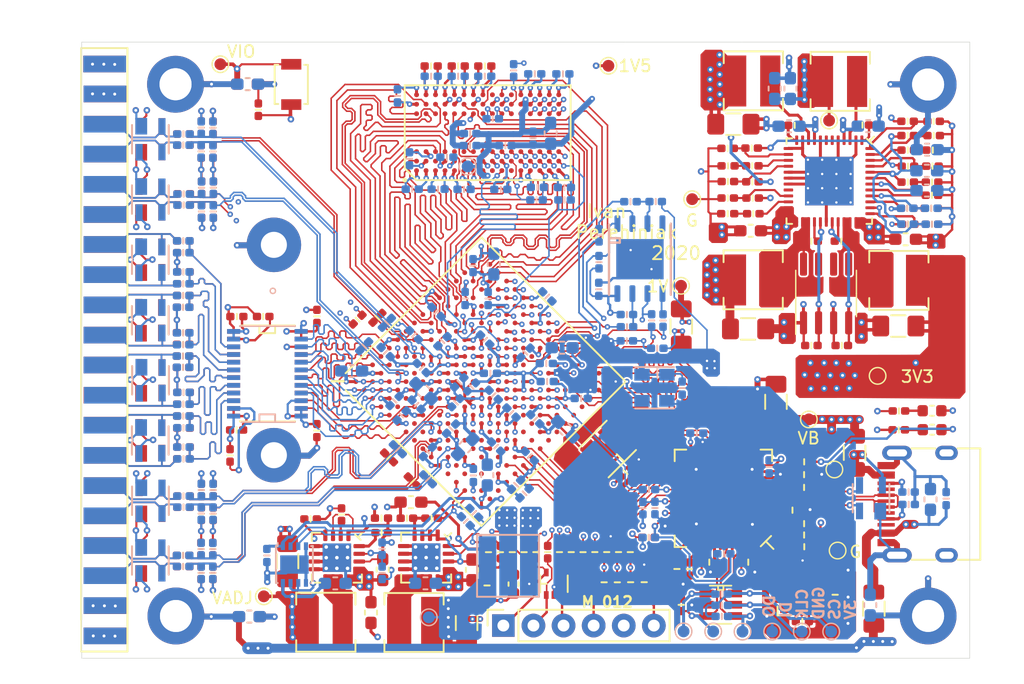
<source format=kicad_pcb>
(kicad_pcb (version 20171130) (host pcbnew "(5.1.5)-3")
  (layers (0 F.Cu signal) (1 In1.Cu power) (2 In2.Cu signal) (3 In3.Cu power) (4 In4.Cu power) (31 B.Cu signal) (34 B.Paste user) (35 F.Paste user) (36 B.SilkS user) (37 F.SilkS user) (38 B.Mask user) (39 F.Mask user) (44 Edge.Cuts user))
  (net 0 "")
  (net 1 /FPGA_Cornfig/TDO_FPGA)
  (net 2 /FPGA_Cornfig/TDI_FPGA)
  (net 3 /FPGA_Cornfig/TMS)
  (net 4 /FPGA_Cornfig/TCK)
  (net 5 /Power_supply/VREG)
  (net 6 /FPGA_Cornfig/ADCGND)
  (net 7 /FPGA_Supply/VCC1V8)
  (net 8 /FPGA_Supply/VCC1V0)
  (net 9 /DDR3/DDR1V5)
  (net 10 /DDR3/DDR3_DQ13)
  (net 11 /DDR3/DDR3_DQ15)
  (net 12 /DDR3/DDR3_DQ12)
  (net 13 /DDR3/DDR3_DQS1_N)
  (net 14 /DDR3/DDR3_DQ14)
  (net 15 /DDR3/DDR3_DQ11)
  (net 16 /DDR3/DDR3_DQ9)
  (net 17 /DDR3/DDR3_DQS1_P)
  (net 18 /DDR3/DDR3_DQ10)
  (net 19 /DDR3/DDR3_DM1)
  (net 20 /DDR3/DDR3_DQ8)
  (net 21 /DDR3/DDR3_DQ0)
  (net 22 /DDR3/DDR3_DM0)
  (net 23 /DDR3/DDR3_DQ2)
  (net 24 /DDR3/DDR3_DQS0_P)
  (net 25 /DDR3/DDR3_DQ1)
  (net 26 /DDR3/DDR3_DQ3)
  (net 27 /DDR3/DDR3_DQ6)
  (net 28 /DDR3/DDR3_DQS0_N)
  (net 29 /DDR3/DDR3_DQ4)
  (net 30 /DDR3/DDR3_DQ7)
  (net 31 /DDR3/DDR3_DQ5)
  (net 32 /DDR3/DDR3_nRAS)
  (net 33 /DDR3/DDR3_CK_P)
  (net 34 /DDR3/DDR3_ODT)
  (net 35 /DDR3/DDR3_nCAS)
  (net 36 /DDR3/DDR3_CK_N)
  (net 37 /DDR3/DDR3_CKE)
  (net 38 /DDR3/DDR3_nWE)
  (net 39 /DDR3/DDR3_A10)
  (net 40 /DDR3/DDR3_BA2)
  (net 41 /DDR3/DDR3_BA0)
  (net 42 /DDR3/DDR3_A3)
  (net 43 /DDR3/DDR3_A0)
  (net 44 /DDR3/DDR3_A12)
  (net 45 /DDR3/DDR3_BA1)
  (net 46 /DDR3/DDR3_A5)
  (net 47 /DDR3/DDR3_A2)
  (net 48 /DDR3/DDR3_A1)
  (net 49 /DDR3/DDR3_A4)
  (net 50 /DDR3/DDR3_A7)
  (net 51 /DDR3/DDR3_A9)
  (net 52 /DDR3/DDR3_A11)
  (net 53 /DDR3/DDR3_A6)
  (net 54 /DDR3/DDR3_nRST)
  (net 55 /DDR3/DDR3_A13)
  (net 56 /DDR3/DDR3_A14)
  (net 57 /DDR3/DDR3_A8)
  (net 58 /GND)
  (net 59 /Comunication/VBUS)
  (net 60 /Comunication/USB_RST)
  (net 61 /Comunication/USB_DM)
  (net 62 /Comunication/USB_DP)
  (net 63 /DIO_P_31)
  (net 64 /DIO_P_29)
  (net 65 /DIO_P_30)
  (net 66 /DIO_P_28)
  (net 67 /DIO_P_27)
  (net 68 /DIO_P_25)
  (net 69 /DIO_P_26)
  (net 70 /DIO_P_24)
  (net 71 /DIO_P_23)
  (net 72 /DIO_P_21)
  (net 73 /DIO_P_22)
  (net 74 /DIO_P_20)
  (net 75 /DIO_P_19)
  (net 76 /DIO_P_17)
  (net 77 /DIO_P_18)
  (net 78 /DIO_P_16)
  (net 79 /DIO_P_15)
  (net 80 /DIO_P_13)
  (net 81 /DIO_P_14)
  (net 82 /DIO_P_12)
  (net 83 /DIO_P_11)
  (net 84 /DIO_P_9)
  (net 85 /DIO_P_10)
  (net 86 /DIO_P_8)
  (net 87 /DIO_P_7)
  (net 88 /DIO_P_5)
  (net 89 /DIO_P_6)
  (net 90 /DIO_P_4)
  (net 91 /DIO_P_3)
  (net 92 /DIO_P_1)
  (net 93 /DIO_P_2)
  (net 94 /DIO_P_0)
  (net 95 /Comunication/FT_CONF6)
  (net 96 /Comunication/FT_CONF4)
  (net 97 /Comunication/FT_CONF3)
  (net 98 /Comunication/FT_CONF2)
  (net 99 /Comunication/FT_CONF1)
  (net 100 /Comunication/FT_CONF0)
  (net 101 /Comunication/FT_DATA7)
  (net 102 /Comunication/FT_DATA6)
  (net 103 /Comunication/FT_DATA5)
  (net 104 /Comunication/FT_DATA4)
  (net 105 /Comunication/FT_DATA3)
  (net 106 /Comunication/FT_DATA2)
  (net 107 /Comunication/FT_DATA1)
  (net 108 /Comunication/FT_DATA0)
  (net 109 /Comunication/FT_CONF5)
  (net 110 /FPGA_Bank/CLK_2)
  (net 111 /FPGA_Bank/CLK_1)
  (net 112 /DDR3/DDR_VREF)
  (net 113 /VCC_3V3)
  (net 114 /FPGA_Bank/LED_FPGA)
  (net 115 /FPGA_Bank/DIO_1)
  (net 116 /FPGA_Bank/DIO_0)
  (net 117 /FPGA_Bank/DIO_3)
  (net 118 /FPGA_Bank/DIO_5)
  (net 119 /FPGA_Bank/DIO_2)
  (net 120 /FPGA_Bank/DIO_7)
  (net 121 /FPGA_Bank/DIO_6)
  (net 122 /FPGA_Bank/DIO_4)
  (net 123 /FPGA_Bank/DIO_8)
  (net 124 /FPGA_Bank/DIO_9)
  (net 125 /FPGA_Bank/DIO_10)
  (net 126 /FPGA_Bank/DIO_13)
  (net 127 /FPGA_Bank/DIO_11)
  (net 128 /FPGA_Bank/DIO_12)
  (net 129 /FPGA_Bank/DIO_21)
  (net 130 /FPGA_Bank/DIO_14)
  (net 131 /FPGA_Bank/DIO_15)
  (net 132 /FPGA_Bank/DIO_26)
  (net 133 /FPGA_Bank/DIO_27)
  (net 134 /FPGA_Bank/DIO_22)
  (net 135 /FPGA_Bank/DIO_17)
  (net 136 /FPGA_Bank/DIO_16)
  (net 137 /FPGA_Bank/DIO_30)
  (net 138 /FPGA_Bank/DIO_24)
  (net 139 /FPGA_Bank/DIO_25)
  (net 140 /FPGA_Bank/DIO_19)
  (net 141 /FPGA_Bank/DIO_18)
  (net 142 /FPGA_Bank/DIO_31)
  (net 143 /FPGA_Bank/DIO_28)
  (net 144 /FPGA_Bank/DIO_29)
  (net 145 /FPGA_Bank/DIO_23)
  (net 146 /FPGA_Bank/DIO_20)
  (net 147 "Net-(C607-Pad1)")
  (net 148 "Net-(C802-Pad1)")
  (net 149 "Net-(C804-Pad1)")
  (net 150 /IO_Protection/VCCADJ)
  (net 151 "Net-(C815-Pad2)")
  (net 152 "Net-(C816-Pad2)")
  (net 153 "Net-(C817-Pad2)")
  (net 154 "Net-(C818-Pad2)")
  (net 155 "Net-(C819-Pad2)")
  (net 156 "Net-(C820-Pad2)")
  (net 157 "Net-(C820-Pad1)")
  (net 158 "Net-(C821-Pad2)")
  (net 159 "Net-(C821-Pad1)")
  (net 160 "Net-(C822-Pad2)")
  (net 161 "Net-(C822-Pad1)")
  (net 162 "Net-(C823-Pad2)")
  (net 163 "Net-(C823-Pad1)")
  (net 164 "Net-(IC201-PadT12)")
  (net 165 "Net-(IC201-PadT10)")
  (net 166 "Net-(IC201-PadT9)")
  (net 167 "Net-(IC201-PadT4)")
  (net 168 "Net-(IC201-PadT3)")
  (net 169 /FPGA_Bank/ADJ_EN)
  (net 170 "Net-(IC201-PadR13)")
  (net 171 "Net-(IC201-PadR12)")
  (net 172 "Net-(IC201-PadR10)")
  (net 173 "Net-(IC201-PadR8)")
  (net 174 "Net-(IC201-PadR3)")
  (net 175 "Net-(IC201-PadR2)")
  (net 176 /FPGA_Bank/TRIM_SDA)
  (net 177 "Net-(IC201-PadP13)")
  (net 178 "Net-(IC201-PadP9)")
  (net 179 "Net-(IC201-PadP8)")
  (net 180 "Net-(IC201-PadP6)")
  (net 181 "Net-(IC201-PadP5)")
  (net 182 "Net-(IC201-PadP4)")
  (net 183 "Net-(IC201-PadP3)")
  (net 184 /FPGA_Bank/TRIM_SCL)
  (net 185 "Net-(IC201-PadN13)")
  (net 186 "Net-(IC201-PadN9)")
  (net 187 "Net-(IC201-PadN8)")
  (net 188 "Net-(IC201-PadN7)")
  (net 189 "Net-(IC201-PadN6)")
  (net 190 "Net-(IC201-PadN4)")
  (net 191 "Net-(IC201-PadN3)")
  (net 192 "Net-(IC201-PadN2)")
  (net 193 "Net-(IC201-PadM16)")
  (net 194 "Net-(IC201-PadM15)")
  (net 195 "Net-(IC201-PadM14)")
  (net 196 "Net-(IC201-PadM12)")
  (net 197 "Net-(IC201-PadM11)")
  (net 198 "Net-(IC201-PadM10)")
  (net 199 "Net-(IC201-PadM9)")
  (net 200 "Net-(IC201-PadM7)")
  (net 201 "Net-(IC201-PadM6)")
  (net 202 "Net-(IC201-PadM5)")
  (net 203 "Net-(IC201-PadM4)")
  (net 204 "Net-(IC201-PadM2)")
  (net 205 "Net-(IC201-PadM1)")
  (net 206 "Net-(IC201-PadL15)")
  (net 207 "Net-(IC201-PadL14)")
  (net 208 "Net-(IC201-PadL13)")
  (net 209 "Net-(IC201-PadL12)")
  (net 210 "Net-(IC201-PadL9)")
  (net 211 "Net-(IC201-PadL7)")
  (net 212 "Net-(IC201-PadL5)")
  (net 213 "Net-(IC201-PadL4)")
  (net 214 "Net-(IC201-PadK16)")
  (net 215 "Net-(IC201-PadK15)")
  (net 216 "Net-(IC201-PadK13)")
  (net 217 "Net-(IC201-PadK12)")
  (net 218 "Net-(IC201-PadK10)")
  (net 219 "Net-(IC201-PadK5)")
  (net 220 "Net-(IC201-PadK3)")
  (net 221 "Net-(IC201-PadK2)")
  (net 222 "Net-(IC201-PadJ14)")
  (net 223 "Net-(IC201-PadJ13)")
  (net 224 "Net-(IC201-PadJ4)")
  (net 225 "Net-(IC201-PadH10)")
  (net 226 "Net-(IC201-PadH2)")
  (net 227 "Net-(IC201-PadG5)")
  (net 228 "Net-(IC201-PadG4)")
  (net 229 "Net-(IC201-PadG2)")
  (net 230 "Net-(IC201-PadF5)")
  (net 231 "Net-(IC201-PadF4)")
  (net 232 "Net-(IC201-PadE8)")
  (net 233 "Net-(IC201-PadE7)")
  (net 234 "Net-(IC201-PadE6)")
  (net 235 "Net-(IC201-PadE5)")
  (net 236 "Net-(IC201-PadD13)")
  (net 237 "Net-(IC201-PadD9)")
  (net 238 "Net-(IC201-PadD6)")
  (net 239 "Net-(IC201-PadD5)")
  (net 240 "Net-(IC202-Pad7)")
  (net 241 "Net-(IC202-Pad5)")
  (net 242 "Net-(IC202-Pad3)")
  (net 243 "Net-(IC202-Pad2)")
  (net 244 "Net-(IC301-PadL2)")
  (net 245 "Net-(IC301-PadL8)")
  (net 246 "Net-(IC602-Pad5)")
  (net 247 "Net-(IC801-Pad16)")
  (net 248 "Net-(IC801-Pad15)")
  (net 249 "Net-(IC801-Pad10)")
  (net 250 "Net-(IC801-Pad4)")
  (net 251 "Net-(IC802-Pad16)")
  (net 252 "Net-(IC802-Pad15)")
  (net 253 "Net-(IC802-Pad10)")
  (net 254 "Net-(IC802-Pad4)")
  (net 255 "Net-(IC804-Pad6)")
  (net 256 "Net-(IC804-Pad7)")
  (net 257 "Net-(IC804-Pad14)")
  (net 258 "Net-(IC804-Pad15)")
  (net 259 "Net-(IC804-Pad16)")
  (net 260 "Net-(IC804-Pad20)")
  (net 261 "Net-(IC804-Pad21)")
  (net 262 "Net-(IC804-Pad22)")
  (net 263 "Net-(IC804-Pad29)")
  (net 264 "Net-(IC804-Pad31)")
  (net 265 "Net-(IC804-Pad37)")
  (net 266 "Net-(IC804-Pad38)")
  (net 267 "Net-(IC804-Pad39)")
  (net 268 "Net-(IC804-Pad40)")
  (net 269 "Net-(IC804-Pad41)")
  (net 270 "Net-(IC804-Pad43)")
  (net 271 "Net-(IC804-Pad45)")
  (net 272 "Net-(IC804-Pad46)")
  (net 273 "Net-(IC804-Pad47)")
  (net 274 "Net-(IC804-Pad48)")
  (net 275 "Net-(J101-PadB8)")
  (net 276 "Net-(J101-PadA5)")
  (net 277 "Net-(J101-PadA8)")
  (net 278 "Net-(J101-PadB5)")
  (net 279 "Net-(LD201-Pad2)")
  (net 280 "Net-(LD601-Pad1)")
  (net 281 "Net-(LD701-Pad2)")
  (net 282 /VCC_2V5)
  (net 283 /VCC_IO)
  (net 284 "Net-(IC201-PadT2)")
  (net 285 /VCC5V0_2)
  (net 286 "Net-(IC802-Pad2)")
  (net 287 /IO_Protection/DIO_23_b)
  (net 288 /IO_Protection/DIO_21_b)
  (net 289 /IO_Protection/DIO_19_b)
  (net 290 /IO_Protection/DIO_17_b)
  (net 291 /IO_Protection/DIO_15_b)
  (net 292 /IO_Protection/DIO_13_b)
  (net 293 /IO_Protection/DIO_11_b)
  (net 294 /IO_Protection/DIO_9_b)
  (net 295 /IO_Protection/DIO_22_b)
  (net 296 /IO_Protection/DIO_20_b)
  (net 297 /IO_Protection/DIO_18_b)
  (net 298 /IO_Protection/DIO_16_b)
  (net 299 /IO_Protection/DIO_14_b)
  (net 300 /IO_Protection/DIO_12_b)
  (net 301 /IO_Protection/DIO_10_b)
  (net 302 /IO_Protection/DIO_8_b)
  (net 303 "Net-(IC201-PadE2)")
  (net 304 "Net-(IC201-PadE3)")
  (net 305 "Net-(J104-Pad1)")
  (net 306 "Net-(J105-Pad1)")
  (net 307 "Net-(J106-Pad1)")
  (net 308 "Net-(J109-Pad1)")
  (net 309 "Net-(J110-Pad1)")
  (net 310 "Net-(J111-Pad1)")
  (net 311 "Net-(J112-Pad1)")
  (net 312 /FPGA_Supply/ADCVCC)
  (net 313 "Net-(IC201-PadT13)")
  (net 314 "Net-(IC201-PadR11)")
  (net 315 /FPGA_Bank/USER_BTN)
  (net 316 "Net-(IC201-PadH1)")
  (net 317 "Net-(C102-Pad1)")
  (net 318 "Net-(C602-Pad1)")
  (net 319 "Net-(C603-Pad2)")
  (net 320 "Net-(C605-Pad1)")
  (net 321 "Net-(C606-Pad1)")
  (net 322 "Net-(C611-Pad1)")
  (net 323 "Net-(IC401-Pad2)")
  (net 324 "Net-(IC402-Pad2)")
  (net 325 "Net-(IC601-Pad5)")
  (net 326 "Net-(IC601-Pad4)")
  (net 327 "Net-(IC601-Pad3)")
  (net 328 "Net-(IC601-Pad1)")
  (net 329 "Net-(IC602-Pad33)")
  (net 330 "Net-(IC602-Pad32)")
  (net 331 "Net-(IC602-Pad31)")
  (net 332 "Net-(IC602-Pad29)")
  (net 333 "Net-(J103-Pad1)")
  (net 334 "Net-(R808-Pad2)")
  (net 335 "Net-(C604-Pad1)")
  (module LogAn:R_0402_1005Metric (layer F.Cu) (at 103.10622 81.89468 270)
    (fp_text reference R214 hide)
    (fp_text value R_330r_0402_5% hide)
    (pad 2 smd roundrect (at 0.525 0 270) (size 0.7 0.64) (layers F.Cu F.Paste F.Mask) (net 225 "Net-(IC201-PadH10)"))
    (pad 1 smd roundrect (at -0.525 0 270) (size 0.7 0.64) (layers F.Cu F.Paste F.Mask) (net 113 /VCC_3V3))
  )
  (module LogAn:R_0402_1005Metric (layer F.Cu) (at 113.6015 80.65008)
    (fp_text reference R601 hide)
    (fp_text value R_1k_0402_5% hide)
    (pad 2 smd roundrect (at 0.525 0) (size 0.7 0.64) (layers F.Cu F.Paste F.Mask) (net 335 "Net-(C604-Pad1)"))
    (pad 1 smd roundrect (at -0.525 0) (size 0.7 0.64) (layers F.Cu F.Paste F.Mask) (net 60 /Comunication/USB_RST))
  )
  (module LogAn:R_0402_1005Metric (layer F.Cu) (at 80.68056 44.55922 270)
    (fp_text reference R702 hide)
    (fp_text value R_1k_0402_5% hide)
    (pad 2 smd roundrect (at 0.525 0 270) (size 0.7 0.64) (layers F.Cu F.Paste F.Mask) (net 315 /FPGA_Bank/USER_BTN))
    (pad 1 smd roundrect (at -0.525 0 270) (size 0.7 0.64) (layers F.Cu F.Paste F.Mask) (net 58 /GND))
  )
  (module LogAn:SW_SPST_B3U-1000P-B (layer F.Cu) (at 83.45932 42.42562 90)
    (fp_text reference SW701 hide)
    (fp_text value SW_B3U-1000PM-B hide)
    (pad "" np_thru_hole circle (at 0 0 90) (size 0.8 0.8) (drill 0.8) (layers *.Cu *.Mask))
    (pad 2 smd rect (at 1.7 0 90) (size 0.9 1.7) (layers F.Cu F.Paste F.Mask) (net 283 /VCC_IO))
    (pad 1 smd rect (at -1.7 0 90) (size 0.9 1.7) (layers F.Cu F.Paste F.Mask) (net 315 /FPGA_Bank/USER_BTN))
  )
  (module LogAn:R_0402_1005Metric (layer F.Cu) (at 85.08746 79.09814)
    (fp_text reference R811 hide)
    (fp_text value R_15k_0402_1% hide)
    (pad 2 smd roundrect (at 0.525 0) (size 0.7 0.64) (layers F.Cu F.Paste F.Mask) (net 58 /GND))
    (pad 1 smd roundrect (at -0.525 0) (size 0.7 0.64) (layers F.Cu F.Paste F.Mask) (net 254 "Net-(IC802-Pad4)"))
  )
  (module LogAn:MH_2_5_mm (layer F.Cu) (at 73.69302 42.41038)
    (fp_text reference J103 hide)
    (fp_text value MH_M2_5 hide)
    (pad "" np_thru_hole circle (at 0 0 90) (size 4.8 4.8) (drill 2.7) (layers *.Mask F.Cu))
    (pad 1 smd circle (at 0 0) (size 0.8 0.8) (layers F.Cu) (net 333 "Net-(J103-Pad1)"))
    (pad 1 smd circle (at 0 0) (size 0.8 0.8) (layers B.Cu) (net 333 "Net-(J103-Pad1)"))
    (pad "" np_thru_hole circle (at 0 0 90) (size 4.8 4.8) (drill 2.7) (layers *.Mask B.Cu))
  )
  (module LogAn:TestPoint_Pad_D1.0mm (layer B.Cu) (at 126.53772 88.60282)
    (fp_text reference TP606 hide)
    (fp_text value TestPoint hide)
    (pad 1 smd circle (at 0 0) (size 1 1) (layers B.Cu B.Mask) (net 325 "Net-(IC601-Pad5)"))
  )
  (module LogAn:TestPoint_Pad_D1.0mm (layer B.Cu) (at 121.53646 88.60282)
    (fp_text reference TP605 hide)
    (fp_text value TestPoint hide)
    (pad 1 smd circle (at 0 0) (size 1 1) (layers B.Cu B.Mask) (net 326 "Net-(IC601-Pad4)"))
  )
  (module LogAn:TestPoint_Pad_D1.0mm (layer B.Cu) (at 119.06504 88.59012)
    (fp_text reference TP604 hide)
    (fp_text value TestPoint hide)
    (pad 1 smd circle (at 0 0) (size 1 1) (layers B.Cu B.Mask) (net 327 "Net-(IC601-Pad3)"))
  )
  (module LogAn:TestPoint_Pad_D1.0mm (layer B.Cu) (at 116.56314 88.5825)
    (fp_text reference TP603 hide)
    (fp_text value TestPoint hide)
    (pad 1 smd circle (at 0 0) (size 1 1) (layers B.Cu B.Mask) (net 328 "Net-(IC601-Pad1)"))
  )
  (module LogAn:TestPoint_Pad_D1.0mm (layer B.Cu) (at 124.0409 88.60028)
    (fp_text reference TP602 hide)
    (fp_text value TestPoint hide)
    (pad 1 smd circle (at 0 0) (size 1 1) (layers B.Cu B.Mask) (net 58 /GND))
  )
  (module LogAn:TestPoint_Pad_D1.0mm (layer B.Cu) (at 129.02184 88.60028)
    (fp_text reference TP601 hide)
    (fp_text value TestPoint hide)
    (pad 1 smd circle (at 0 0) (size 1 1) (layers B.Cu B.Mask) (net 113 /VCC_3V3))
  )
  (module LogAn:C_0603_1608Metric_Pad1.05x0.95mm_HandSolder (layer B.Cu) (at 124.24918 42.7749 90)
    (fp_text reference C828 hide)
    (fp_text value C_22u_0603_6V3 hide)
    (pad 2 smd roundrect (at 0.875 0 90) (size 1.05 0.95) (layers B.Cu B.Paste B.Mask) (net 58 /GND))
    (pad 1 smd roundrect (at -0.875 0 90) (size 1.05 0.95) (layers B.Cu B.Paste B.Mask) (net 7 /FPGA_Supply/VCC1V8))
  )
  (module LogAn:C_1206_3216Metric_Pad1.42x1.75mm_HandSolder (layer F.Cu) (at 120.76524 45.78096)
    (fp_text reference C827 hide)
    (fp_text value C_100u_1206_6V3 hide)
    (pad 2 smd roundrect (at 1.4875 0) (size 1.425 1.75) (layers F.Cu F.Paste F.Mask) (roundrect_rratio 0.175439) (net 58 /GND))
    (pad 1 smd roundrect (at -1.4875 0) (size 1.425 1.75) (layers F.Cu F.Paste F.Mask) (roundrect_rratio 0.175439) (net 9 /DDR3/DDR1V5))
  )
  (module LogAn:C_1206_3216Metric_Pad1.42x1.75mm_HandSolder (layer F.Cu) (at 122.0073 63.05804)
    (fp_text reference C824 hide)
    (fp_text value C_100u_1206_6V3 hide)
    (pad 2 smd roundrect (at 1.4875 0) (size 1.425 1.75) (layers F.Cu F.Paste F.Mask) (roundrect_rratio 0.175439) (net 58 /GND))
    (pad 1 smd roundrect (at -1.4875 0) (size 1.425 1.75) (layers F.Cu F.Paste F.Mask) (roundrect_rratio 0.175439) (net 8 /FPGA_Supply/VCC1V0))
  )
  (module LogAn:C_1206_3216Metric_Pad1.42x1.75mm_HandSolder (layer F.Cu) (at 124.36094 69.21246 90)
    (fp_text reference C101 hide)
    (fp_text value C_100u_1206_6V3 hide)
    (pad 2 smd roundrect (at 1.4875 0 90) (size 1.425 1.75) (layers F.Cu F.Paste F.Mask) (roundrect_rratio 0.175439) (net 58 /GND))
    (pad 1 smd roundrect (at -1.4875 0 90) (size 1.425 1.75) (layers F.Cu F.Paste F.Mask) (roundrect_rratio 0.175439) (net 59 /Comunication/VBUS))
  )
  (module LogAn:TestPoint_Pad_D1.0mm (layer F.Cu) (at 132.93852 67.0179)
    (fp_text reference TP808 hide)
    (fp_text value TestPoint hide)
    (pad 1 smd circle (at 0 0) (size 1 1) (layers F.Cu F.Mask) (net 113 /VCC_3V3))
  )
  (module LogAn:TestPoint_Pad_D1.0mm (layer F.Cu) (at 110.22076 40.85336)
    (fp_text reference TP807 hide)
    (fp_text value TestPoint hide)
    (pad 1 smd circle (at 0 0) (size 1 1) (layers F.Cu F.Mask) (net 9 /DDR3/DDR1V5))
  )
  (module LogAn:TestPoint_Pad_D1.0mm (layer F.Cu) (at 128.84404 45.47362)
    (fp_text reference TP806 hide)
    (fp_text value TestPoint hide)
    (pad 1 smd circle (at 0 0) (size 1 1) (layers F.Cu F.Mask) (net 7 /FPGA_Supply/VCC1V8))
  )
  (module LogAn:TestPoint_Pad_D1.0mm (layer F.Cu) (at 116.34978 59.41822)
    (fp_text reference TP805 hide)
    (fp_text value TestPoint hide)
    (pad 1 smd circle (at 0 0) (size 1 1) (layers F.Cu F.Mask) (net 8 /FPGA_Supply/VCC1V0))
  )
  (module LogAn:TestPoint_Pad_D1.0mm (layer F.Cu) (at 117.28958 52.1081)
    (fp_text reference TP804 hide)
    (fp_text value TestPoint hide)
    (pad 1 smd circle (at 0 0) (size 1 1) (layers F.Cu F.Mask) (net 58 /GND))
  )
  (module LogAn:TestPoint_Pad_D1.0mm (layer F.Cu) (at 127.13462 70.69328)
    (fp_text reference TP803 hide)
    (fp_text value TestPoint hide)
    (pad 1 smd circle (at 0 0) (size 1 1) (layers F.Cu F.Mask) (net 59 /Comunication/VBUS))
  )
  (module LogAn:TestPoint_Pad_D1.0mm (layer F.Cu) (at 81.14284 85.6234)
    (fp_text reference TP802 hide)
    (fp_text value TestPoint hide)
    (pad 1 smd circle (at 0 0) (size 1 1) (layers F.Cu F.Mask) (net 150 /IO_Protection/VCCADJ))
  )
  (module LogAn:TestPoint_Pad_D1.0mm (layer B.Cu) (at 95.06458 87.39378)
    (fp_text reference TP801 hide)
    (fp_text value TestPoint hide)
    (pad 1 smd circle (at 0 0) (size 1 1) (layers B.Cu B.Mask) (net 282 /VCC_2V5))
  )
  (module LogAn:TestPoint_Pad_D1.0mm (layer F.Cu) (at 77.47762 40.72128)
    (fp_text reference TP401 hide)
    (fp_text value TestPoint hide)
    (pad 1 smd circle (at 0 0) (size 1 1) (layers F.Cu F.Mask) (net 283 /VCC_IO))
  )
  (module LogAn:TestPoint_Pad_D1.0mm (layer B.Cu) (at 98.34118 49.34458)
    (fp_text reference TP301 hide)
    (fp_text value TestPoint hide)
    (pad 1 smd circle (at 0 0) (size 1 1) (layers B.Cu B.Mask) (net 112 /DDR3/DDR_VREF))
  )
  (module LogAn:TestPoint_Pad_D1.0mm (layer F.Cu) (at 129.56286 81.76006)
    (fp_text reference TP102 hide)
    (fp_text value TestPoint hide)
    (pad 1 smd circle (at 0 0) (size 1 1) (layers F.Cu F.Mask) (net 58 /GND))
  )
  (module LogAn:TestPoint_Pad_D1.0mm (layer F.Cu) (at 129.29108 74.91984)
    (fp_text reference TP101 hide)
    (fp_text value TestPoint hide)
    (pad 1 smd circle (at 0 0) (size 1 1) (layers F.Cu F.Mask) (net 317 "Net-(C102-Pad1)"))
  )
  (module LogAn:MH_2_5_mm (layer F.Cu) (at 137.1981 87.27694)
    (fp_text reference J106 hide)
    (fp_text value MH_M2_5 hide)
    (pad "" np_thru_hole circle (at 0 0 90) (size 4.8 4.8) (drill 2.7) (layers *.Mask F.Cu))
    (pad 1 smd circle (at 0 0) (size 0.8 0.8) (layers F.Cu) (net 307 "Net-(J106-Pad1)"))
    (pad 1 smd circle (at 0 0) (size 0.8 0.8) (layers B.Cu) (net 307 "Net-(J106-Pad1)"))
    (pad "" np_thru_hole circle (at 0 0 90) (size 4.8 4.8) (drill 2.7) (layers *.Mask B.Cu))
  )
  (module LogAn:MH_2_5_mm (layer F.Cu) (at 73.72858 87.28202)
    (fp_text reference J105 hide)
    (fp_text value MH_M2_5 hide)
    (pad "" np_thru_hole circle (at 0 0 90) (size 4.8 4.8) (drill 2.7) (layers *.Mask F.Cu))
    (pad 1 smd circle (at 0 0) (size 0.8 0.8) (layers F.Cu) (net 306 "Net-(J105-Pad1)"))
    (pad 1 smd circle (at 0 0) (size 0.8 0.8) (layers B.Cu) (net 306 "Net-(J105-Pad1)"))
    (pad "" np_thru_hole circle (at 0 0 90) (size 4.8 4.8) (drill 2.7) (layers *.Mask B.Cu))
  )
  (module LogAn:MH_2_5_mm (layer F.Cu) (at 137.1981 42.43324)
    (fp_text reference J104 hide)
    (fp_text value MH_M2_5 hide)
    (pad "" np_thru_hole circle (at 0 0 90) (size 4.8 4.8) (drill 2.7) (layers *.Mask F.Cu))
    (pad 1 smd circle (at 0 0) (size 0.8 0.8) (layers F.Cu) (net 305 "Net-(J104-Pad1)"))
    (pad 1 smd circle (at 0 0) (size 0.8 0.8) (layers B.Cu) (net 305 "Net-(J104-Pad1)"))
    (pad "" np_thru_hole circle (at 0 0 90) (size 4.8 4.8) (drill 2.7) (layers *.Mask B.Cu))
  )
  (module LogAn:GND_PCB (layer F.Cu) (at 81.9912 55.96382 180)
    (fp_text reference J107 hide)
    (fp_text value GND_PCB hide)
    (pad 1 thru_hole circle (at 0 -17.75 270) (size 4.6 4.6) (drill 2.2) (layers *.Cu *.Mask) (net 58 /GND))
    (pad 1 thru_hole circle (at 0 0 270) (size 4.6 4.6) (drill 2.2) (layers *.Cu *.Mask) (net 58 /GND))
  )
  (module LogAn:C_0603_1608Metric_Pad1.05x0.95mm_HandSolder (layer F.Cu) (at 79.77378 42.40022 180)
    (fp_text reference C105 hide)
    (fp_text value C_10u_0603_10V hide)
    (pad 2 smd roundrect (at 0.875 0 180) (size 1.05 0.95) (layers F.Cu F.Paste F.Mask) (net 283 /VCC_IO))
    (pad 1 smd roundrect (at -0.875 0 180) (size 1.05 0.95) (layers F.Cu F.Paste F.Mask) (net 58 /GND))
  )
  (module LogAn:C_0603_1608Metric_Pad1.05x0.95mm_HandSolder (layer F.Cu) (at 79.91856 87.33536)
    (fp_text reference C104 hide)
    (fp_text value C_10u_0603_10V hide)
    (pad 2 smd roundrect (at 0.875 0) (size 1.05 0.95) (layers F.Cu F.Paste F.Mask) (net 58 /GND))
    (pad 1 smd roundrect (at -0.875 0) (size 1.05 0.95) (layers F.Cu F.Paste F.Mask) (net 285 /VCC5V0_2))
  )
  (module LogAn:R_0603_1608Metric_Pad1.05x0.95mm_HandSolder (layer B.Cu) (at 132.31622 86.36 90)
    (fp_text reference R106 hide)
    (fp_text value R_1M_0603_5% hide)
    (pad 2 smd roundrect (at 0.875 0 90) (size 1.05 0.95) (layers B.Cu B.Paste B.Mask) (net 58 /GND))
    (pad 1 smd roundrect (at -0.875 0 90) (size 1.05 0.95) (layers B.Cu B.Paste B.Mask) (net 307 "Net-(J106-Pad1)"))
  )
  (module LogAn:R_0603_1608Metric_Pad1.05x0.95mm_HandSolder (layer B.Cu) (at 79.92364 87.33282)
    (fp_text reference R105 hide)
    (fp_text value R_1M_0603_5% hide)
    (pad 2 smd roundrect (at 0.875 0) (size 1.05 0.95) (layers B.Cu B.Paste B.Mask) (net 58 /GND))
    (pad 1 smd roundrect (at -0.875 0) (size 1.05 0.95) (layers B.Cu B.Paste B.Mask) (net 306 "Net-(J105-Pad1)"))
  )
  (module LogAn:R_0603_1608Metric_Pad1.05x0.95mm_HandSolder (layer B.Cu) (at 137.11682 47.93234)
    (fp_text reference R104 hide)
    (fp_text value R_1M_0603_5% hide)
    (pad 2 smd roundrect (at 0.875 0) (size 1.05 0.95) (layers B.Cu B.Paste B.Mask) (net 58 /GND))
    (pad 1 smd roundrect (at -0.875 0) (size 1.05 0.95) (layers B.Cu B.Paste B.Mask) (net 305 "Net-(J104-Pad1)"))
  )
  (module LogAn:R_0603_1608Metric_Pad1.05x0.95mm_HandSolder (layer B.Cu) (at 79.7814 42.40276)
    (fp_text reference R103 hide)
    (fp_text value R_1M_0603_5% hide)
    (pad 2 smd roundrect (at 0.875 0) (size 1.05 0.95) (layers B.Cu B.Paste B.Mask) (net 58 /GND))
    (pad 1 smd roundrect (at -0.875 0) (size 1.05 0.95) (layers B.Cu B.Paste B.Mask) (net 333 "Net-(J103-Pad1)"))
  )
  (module LogAn:C_0402_1005Metric (layer F.Cu) (at 85.62594 61.99886 90)
    (fp_text reference C404 hide)
    (fp_text value C_100n_0402_16V hide)
    (pad 2 smd roundrect (at 0.55 0 90) (size 0.7 0.64) (layers F.Cu F.Paste F.Mask) (net 58 /GND))
    (pad 1 smd roundrect (at -0.55 0 90) (size 0.7 0.64) (layers F.Cu F.Paste F.Mask) (net 283 /VCC_IO))
  )
  (module LogAn:C_0402_1005Metric (layer F.Cu) (at 85.61832 71.63562 270)
    (fp_text reference C403 hide)
    (fp_text value C_100n_0402_16V hide)
    (pad 2 smd roundrect (at 0.55 0 270) (size 0.7 0.64) (layers F.Cu F.Paste F.Mask) (net 58 /GND))
    (pad 1 smd roundrect (at -0.55 0 270) (size 0.7 0.64) (layers F.Cu F.Paste F.Mask) (net 283 /VCC_IO))
  )
  (module LogAn:C_0402_1005Metric (layer F.Cu) (at 78.867 62.0141)
    (fp_text reference C402 hide)
    (fp_text value C_100n_0402_16V hide)
    (pad 2 smd roundrect (at 0.55 0) (size 0.7 0.64) (layers F.Cu F.Paste F.Mask) (net 58 /GND))
    (pad 1 smd roundrect (at -0.55 0) (size 0.7 0.64) (layers F.Cu F.Paste F.Mask) (net 150 /IO_Protection/VCCADJ))
  )
  (module LogAn:C_0402_1005Metric (layer F.Cu) (at 78.84668 71.58482)
    (fp_text reference C401 hide)
    (fp_text value C_100n_0402_16V hide)
    (pad 2 smd roundrect (at 0.55 0) (size 0.7 0.64) (layers F.Cu F.Paste F.Mask) (net 58 /GND))
    (pad 1 smd roundrect (at -0.55 0) (size 0.7 0.64) (layers F.Cu F.Paste F.Mask) (net 150 /IO_Protection/VCCADJ))
  )
  (module LogAn:R_0402_1005Metric (layer F.Cu) (at 81.0895 62.01156)
    (fp_text reference R418 hide)
    (fp_text value R_10k_0402_5% hide)
    (pad 2 smd roundrect (at 0.525 0) (size 0.7 0.64) (layers F.Cu F.Paste F.Mask) (net 323 "Net-(IC401-Pad2)"))
    (pad 1 smd roundrect (at -0.525 0) (size 0.7 0.64) (layers F.Cu F.Paste F.Mask) (net 150 /IO_Protection/VCCADJ))
  )
  (module LogAn:R_0402_1005Metric (layer F.Cu) (at 78.29296 73.7319 270)
    (fp_text reference R417 hide)
    (fp_text value R_10k_0402_5% hide)
    (pad 2 smd roundrect (at 0.525 0 270) (size 0.7 0.64) (layers F.Cu F.Paste F.Mask) (net 324 "Net-(IC402-Pad2)"))
    (pad 1 smd roundrect (at -0.525 0 270) (size 0.7 0.64) (layers F.Cu F.Paste F.Mask) (net 150 /IO_Protection/VCCADJ))
  )
  (module LogAn:TSSOP-24_4.4x7.8mm_P0.65mm (layer B.Cu) (at 81.4451 66.84264)
    (fp_text reference IC402 hide)
    (fp_text value IC_SN74AVC8T245PW_TSSOP_24 hide)
    (pad 24 smd rect (at 2.85 3.575) (size 1.1 0.4) (layers B.Cu B.Paste B.Mask) (net 283 /VCC_IO))
    (pad 23 smd rect (at 2.85 2.925) (size 1.1 0.4) (layers B.Cu B.Paste B.Mask) (net 283 /VCC_IO))
    (pad 22 smd rect (at 2.85 2.275) (size 1.1 0.4) (layers B.Cu B.Paste B.Mask) (net 58 /GND))
    (pad 21 smd rect (at 2.85 1.625) (size 1.1 0.4) (layers B.Cu B.Paste B.Mask) (net 123 /FPGA_Bank/DIO_8))
    (pad 20 smd rect (at 2.85 0.975) (size 1.1 0.4) (layers B.Cu B.Paste B.Mask) (net 125 /FPGA_Bank/DIO_10))
    (pad 19 smd rect (at 2.85 0.325) (size 1.1 0.4) (layers B.Cu B.Paste B.Mask) (net 128 /FPGA_Bank/DIO_12))
    (pad 18 smd rect (at 2.85 -0.325) (size 1.1 0.4) (layers B.Cu B.Paste B.Mask) (net 130 /FPGA_Bank/DIO_14))
    (pad 17 smd rect (at 2.85 -0.975) (size 1.1 0.4) (layers B.Cu B.Paste B.Mask) (net 136 /FPGA_Bank/DIO_16))
    (pad 16 smd rect (at 2.85 -1.625) (size 1.1 0.4) (layers B.Cu B.Paste B.Mask) (net 141 /FPGA_Bank/DIO_18))
    (pad 15 smd rect (at 2.85 -2.275) (size 1.1 0.4) (layers B.Cu B.Paste B.Mask) (net 146 /FPGA_Bank/DIO_20))
    (pad 14 smd rect (at 2.85 -2.925) (size 1.1 0.4) (layers B.Cu B.Paste B.Mask) (net 134 /FPGA_Bank/DIO_22))
    (pad 13 smd rect (at 2.85 -3.575) (size 1.1 0.4) (layers B.Cu B.Paste B.Mask) (net 58 /GND))
    (pad 12 smd rect (at -2.85 -3.575) (size 1.1 0.4) (layers B.Cu B.Paste B.Mask) (net 58 /GND))
    (pad 11 smd rect (at -2.85 -2.925) (size 1.1 0.4) (layers B.Cu B.Paste B.Mask) (net 58 /GND))
    (pad 10 smd rect (at -2.85 -2.275) (size 1.1 0.4) (layers B.Cu B.Paste B.Mask) (net 295 /IO_Protection/DIO_22_b))
    (pad 9 smd rect (at -2.85 -1.625) (size 1.1 0.4) (layers B.Cu B.Paste B.Mask) (net 296 /IO_Protection/DIO_20_b))
    (pad 8 smd rect (at -2.85 -0.975) (size 1.1 0.4) (layers B.Cu B.Paste B.Mask) (net 297 /IO_Protection/DIO_18_b))
    (pad 7 smd rect (at -2.85 -0.325) (size 1.1 0.4) (layers B.Cu B.Paste B.Mask) (net 298 /IO_Protection/DIO_16_b))
    (pad 6 smd rect (at -2.85 0.325) (size 1.1 0.4) (layers B.Cu B.Paste B.Mask) (net 299 /IO_Protection/DIO_14_b))
    (pad 5 smd rect (at -2.85 0.975) (size 1.1 0.4) (layers B.Cu B.Paste B.Mask) (net 300 /IO_Protection/DIO_12_b))
    (pad 4 smd rect (at -2.85 1.625) (size 1.1 0.4) (layers B.Cu B.Paste B.Mask) (net 301 /IO_Protection/DIO_10_b))
    (pad 3 smd rect (at -2.85 2.275) (size 1.1 0.4) (layers B.Cu B.Paste B.Mask) (net 302 /IO_Protection/DIO_8_b))
    (pad 2 smd rect (at -2.85 2.925) (size 1.1 0.4) (layers B.Cu B.Paste B.Mask) (net 324 "Net-(IC402-Pad2)"))
    (pad 1 smd rect (at -2.85 3.575) (size 1.1 0.4) (layers B.Cu B.Paste B.Mask) (net 150 /IO_Protection/VCCADJ))
  )
  (module LogAn:TSSOP-24_4.4x7.8mm_P0.65mm (layer F.Cu) (at 81.4451 66.8401)
    (fp_text reference IC401 hide)
    (fp_text value IC_SN74AVC8T245PW_TSSOP_24 hide)
    (pad 24 smd rect (at 2.85 -3.575) (size 1.1 0.4) (layers F.Cu F.Paste F.Mask) (net 283 /VCC_IO))
    (pad 23 smd rect (at 2.85 -2.925) (size 1.1 0.4) (layers F.Cu F.Paste F.Mask) (net 283 /VCC_IO))
    (pad 22 smd rect (at 2.85 -2.275) (size 1.1 0.4) (layers F.Cu F.Paste F.Mask) (net 58 /GND))
    (pad 21 smd rect (at 2.85 -1.625) (size 1.1 0.4) (layers F.Cu F.Paste F.Mask) (net 145 /FPGA_Bank/DIO_23))
    (pad 20 smd rect (at 2.85 -0.975) (size 1.1 0.4) (layers F.Cu F.Paste F.Mask) (net 129 /FPGA_Bank/DIO_21))
    (pad 19 smd rect (at 2.85 -0.325) (size 1.1 0.4) (layers F.Cu F.Paste F.Mask) (net 140 /FPGA_Bank/DIO_19))
    (pad 18 smd rect (at 2.85 0.325) (size 1.1 0.4) (layers F.Cu F.Paste F.Mask) (net 135 /FPGA_Bank/DIO_17))
    (pad 17 smd rect (at 2.85 0.975) (size 1.1 0.4) (layers F.Cu F.Paste F.Mask) (net 131 /FPGA_Bank/DIO_15))
    (pad 16 smd rect (at 2.85 1.625) (size 1.1 0.4) (layers F.Cu F.Paste F.Mask) (net 126 /FPGA_Bank/DIO_13))
    (pad 15 smd rect (at 2.85 2.275) (size 1.1 0.4) (layers F.Cu F.Paste F.Mask) (net 127 /FPGA_Bank/DIO_11))
    (pad 14 smd rect (at 2.85 2.925) (size 1.1 0.4) (layers F.Cu F.Paste F.Mask) (net 124 /FPGA_Bank/DIO_9))
    (pad 13 smd rect (at 2.85 3.575) (size 1.1 0.4) (layers F.Cu F.Paste F.Mask) (net 58 /GND))
    (pad 12 smd rect (at -2.85 3.575) (size 1.1 0.4) (layers F.Cu F.Paste F.Mask) (net 58 /GND))
    (pad 11 smd rect (at -2.85 2.925) (size 1.1 0.4) (layers F.Cu F.Paste F.Mask) (net 58 /GND))
    (pad 10 smd rect (at -2.85 2.275) (size 1.1 0.4) (layers F.Cu F.Paste F.Mask) (net 294 /IO_Protection/DIO_9_b))
    (pad 9 smd rect (at -2.85 1.625) (size 1.1 0.4) (layers F.Cu F.Paste F.Mask) (net 293 /IO_Protection/DIO_11_b))
    (pad 8 smd rect (at -2.85 0.975) (size 1.1 0.4) (layers F.Cu F.Paste F.Mask) (net 292 /IO_Protection/DIO_13_b))
    (pad 7 smd rect (at -2.85 0.325) (size 1.1 0.4) (layers F.Cu F.Paste F.Mask) (net 291 /IO_Protection/DIO_15_b))
    (pad 6 smd rect (at -2.85 -0.325) (size 1.1 0.4) (layers F.Cu F.Paste F.Mask) (net 290 /IO_Protection/DIO_17_b))
    (pad 5 smd rect (at -2.85 -0.975) (size 1.1 0.4) (layers F.Cu F.Paste F.Mask) (net 289 /IO_Protection/DIO_19_b))
    (pad 4 smd rect (at -2.85 -1.625) (size 1.1 0.4) (layers F.Cu F.Paste F.Mask) (net 288 /IO_Protection/DIO_21_b))
    (pad 3 smd rect (at -2.85 -2.275) (size 1.1 0.4) (layers F.Cu F.Paste F.Mask) (net 287 /IO_Protection/DIO_23_b))
    (pad 2 smd rect (at -2.85 -2.925) (size 1.1 0.4) (layers F.Cu F.Paste F.Mask) (net 323 "Net-(IC401-Pad2)"))
    (pad 1 smd rect (at -2.85 -3.575) (size 1.1 0.4) (layers F.Cu F.Paste F.Mask) (net 150 /IO_Protection/VCCADJ))
  )
  (module LogAn:R_0402_1005Metric (layer F.Cu) (at 87.70112 78.72476 90)
    (fp_text reference R807 hide)
    (fp_text value R_82k_0402_5% hide)
    (pad 2 smd roundrect (at 0.525 0 90) (size 0.7 0.64) (layers F.Cu F.Paste F.Mask) (net 58 /GND))
    (pad 1 smd roundrect (at -0.525 0 90) (size 0.7 0.64) (layers F.Cu F.Paste F.Mask) (net 286 "Net-(IC802-Pad2)"))
  )
  (module LogAn:SolderJumper_6_2 (layer B.Cu) (at 101.76256 83.06054)
    (fp_text reference JP101 hide)
    (fp_text value Jumper_NC_Dual hide)
    (pad 1 smd rect (at -1.75 0) (size 1.5 5) (layers B.Cu B.Mask) (net 282 /VCC_2V5))
    (pad 2 smd rect (at 0 0) (size 1.5 5) (layers B.Cu B.Mask) (net 283 /VCC_IO))
    (pad 3 smd rect (at 1.75 0) (size 1.5 5) (layers B.Cu B.Mask) (net 113 /VCC_3V3))
  )
  (module LogAn:Fuse_1206_3216Metric (layer F.Cu) (at 132.61848 86.66734 270)
    (fp_text reference F101 hide)
    (fp_text value F_Polyfuse_1A_1206 hide)
    (pad 2 smd roundrect (at 1.4 0 270) (size 1.25 1.75) (layers F.Cu F.Paste F.Mask) (roundrect_rratio 0.2) (net 285 /VCC5V0_2))
    (pad 1 smd roundrect (at -1.4 0 270) (size 1.25 1.75) (layers F.Cu F.Paste F.Mask) (roundrect_rratio 0.2) (net 317 "Net-(C102-Pad1)"))
  )
  (module LogAn:R_0402_1005Metric (layer B.Cu) (at 98.18624 79.2734 315)
    (fp_text reference R823 hide)
    (fp_text value R_4k7_0402_5% hide)
    (pad 2 smd roundrect (at 0.525 0 315) (size 0.7 0.64) (layers B.Cu B.Paste B.Mask) (net 113 /VCC_3V3))
    (pad 1 smd roundrect (at -0.525 0 315) (size 0.7 0.64) (layers B.Cu B.Paste B.Mask) (net 176 /FPGA_Bank/TRIM_SDA))
  )
  (module LogAn:R_0402_1005Metric (layer B.Cu) (at 98.89744 78.5749 315)
    (fp_text reference R817 hide)
    (fp_text value R_4k7_0402_5% hide)
    (pad 2 smd roundrect (at 0.525 0 315) (size 0.7 0.64) (layers B.Cu B.Paste B.Mask) (net 113 /VCC_3V3))
    (pad 1 smd roundrect (at -0.525 0 315) (size 0.7 0.64) (layers B.Cu B.Paste B.Mask) (net 184 /FPGA_Bank/TRIM_SCL))
  )
  (module LogAn:R_0402_1005Metric (layer F.Cu) (at 93.218 79.02956 180)
    (fp_text reference R810 hide)
    (fp_text value R_4k7_0402_1% hide)
    (pad 2 smd roundrect (at 0.525 0 180) (size 0.7 0.64) (layers F.Cu F.Paste F.Mask) (net 58 /GND))
    (pad 1 smd roundrect (at -0.525 0 180) (size 0.7 0.64) (layers F.Cu F.Paste F.Mask) (net 250 "Net-(IC801-Pad4)"))
  )
  (module LogAn:R_0402_1005Metric (layer F.Cu) (at 95.3008 79.0321 180)
    (fp_text reference R809 hide)
    (fp_text value R_15k_0402_1% hide)
    (pad 2 smd roundrect (at 0.525 0 180) (size 0.7 0.64) (layers F.Cu F.Paste F.Mask) (net 250 "Net-(IC801-Pad4)"))
    (pad 1 smd roundrect (at -0.525 0 180) (size 0.7 0.64) (layers F.Cu F.Paste F.Mask) (net 282 /VCC_2V5))
  )
  (module LogAn:R_0402_1005Metric (layer B.Cu) (at 91.12758 83.64396 270)
    (fp_text reference R808 hide)
    (fp_text value R_10k_0402_5% hide)
    (pad 2 smd roundrect (at 0.525 0 270) (size 0.7 0.64) (layers B.Cu B.Paste B.Mask) (net 334 "Net-(R808-Pad2)"))
    (pad 1 smd roundrect (at -0.525 0 270) (size 0.7 0.64) (layers B.Cu B.Paste B.Mask) (net 252 "Net-(IC802-Pad15)"))
  )
  (module LogAn:R_0402_1005Metric (layer F.Cu) (at 91.08186 80.24622 180)
    (fp_text reference R806 hide)
    (fp_text value R_10k_0402_5% hide)
    (pad 2 smd roundrect (at 0.525 0 180) (size 0.7 0.64) (layers F.Cu F.Paste F.Mask) (net 251 "Net-(IC802-Pad16)"))
    (pad 1 smd roundrect (at -0.525 0 180) (size 0.7 0.64) (layers F.Cu F.Paste F.Mask) (net 149 "Net-(C804-Pad1)"))
  )
  (module LogAn:R_0402_1005Metric (layer B.Cu) (at 91.11996 81.60512 90)
    (fp_text reference R805 hide)
    (fp_text value R_10k_0402_5% hide)
    (pad 2 smd roundrect (at 0.525 0 90) (size 0.7 0.64) (layers B.Cu B.Paste B.Mask) (net 169 /FPGA_Bank/ADJ_EN))
    (pad 1 smd roundrect (at -0.525 0 90) (size 0.7 0.64) (layers B.Cu B.Paste B.Mask) (net 252 "Net-(IC802-Pad15)"))
  )
  (module LogAn:R_0402_1005Metric (layer F.Cu) (at 100.1014 81.89722 270)
    (fp_text reference R804 hide)
    (fp_text value R_10k_0402_5% hide)
    (pad 2 smd roundrect (at 0.525 0 270) (size 0.7 0.64) (layers F.Cu F.Paste F.Mask) (net 248 "Net-(IC801-Pad15)"))
    (pad 1 smd roundrect (at -0.525 0 270) (size 0.7 0.64) (layers F.Cu F.Paste F.Mask) (net 113 /VCC_3V3))
  )
  (module LogAn:R_0603_1608Metric_Pad1.05x0.95mm_HandSolder (layer F.Cu) (at 91.17838 83.36788 270)
    (fp_text reference R803 hide)
    (fp_text value R_10r_0603_5% hide)
    (pad 2 smd roundrect (at 0.875 0 270) (size 1.05 0.95) (layers F.Cu F.Paste F.Mask) (net 285 /VCC5V0_2))
    (pad 1 smd roundrect (at -0.875 0 270) (size 1.05 0.95) (layers F.Cu F.Paste F.Mask) (net 149 "Net-(C804-Pad1)"))
  )
  (module LogAn:R_0402_1005Metric (layer F.Cu) (at 101.10978 81.89722 90)
    (fp_text reference R802 hide)
    (fp_text value R_10k_0402_5% hide)
    (pad 2 smd roundrect (at 0.525 0 90) (size 0.7 0.64) (layers F.Cu F.Paste F.Mask) (net 247 "Net-(IC801-Pad16)"))
    (pad 1 smd roundrect (at -0.525 0 90) (size 0.7 0.64) (layers F.Cu F.Paste F.Mask) (net 148 "Net-(C802-Pad1)"))
  )
  (module LogAn:R_0603_1608Metric_Pad1.05x0.95mm_HandSolder (layer F.Cu) (at 98.7044 83.39328 270)
    (fp_text reference R801 hide)
    (fp_text value R_10r_0603_5% hide)
    (pad 2 smd roundrect (at 0.875 0 270) (size 1.05 0.95) (layers F.Cu F.Paste F.Mask) (net 285 /VCC5V0_2))
    (pad 1 smd roundrect (at -0.875 0 270) (size 1.05 0.95) (layers F.Cu F.Paste F.Mask) (net 148 "Net-(C802-Pad1)"))
  )
  (module LogAn:L_4.3x4.3_H3 (layer F.Cu) (at 86.37524 87.82304 180)
    (fp_text reference L802 hide)
    (fp_text value L_1u_4x4mm hide)
    (pad 2 smd rect (at 1.45 0 180) (size 1.7 4.3) (layers F.Cu F.Paste F.Mask) (net 150 /IO_Protection/VCCADJ))
    (pad 1 smd rect (at -1.425 0 180) (size 1.7 4.3) (layers F.Cu F.Paste F.Mask) (net 253 "Net-(IC802-Pad10)"))
  )
  (module LogAn:L_4.3x4.3_H3 (layer F.Cu) (at 93.81744 87.81796)
    (fp_text reference L801 hide)
    (fp_text value L_1u_4x4mm hide)
    (pad 2 smd rect (at 1.45 0) (size 1.7 4.3) (layers F.Cu F.Paste F.Mask) (net 282 /VCC_2V5))
    (pad 1 smd rect (at -1.425 0) (size 1.7 4.3) (layers F.Cu F.Paste F.Mask) (net 249 "Net-(IC801-Pad10)"))
  )
  (module LogAn:DFN-8-1EP_3x3mm_P0.65mm_EP1.55x2.4mm (layer B.Cu) (at 83.72348 82.94116 270)
    (fp_text reference IC803 hide)
    (fp_text value IC_MAX5417 hide)
    (pad 9 smd rect (at 0 0 270) (size 1.55 2.4) (layers B.Cu B.Mask) (net 58 /GND))
    (pad 8 smd rect (at 1.55 0.975 270) (size 0.65 0.35) (layers B.Cu B.Paste B.Mask) (net 150 /IO_Protection/VCCADJ))
    (pad 7 smd rect (at 1.55 0.325 270) (size 0.65 0.35) (layers B.Cu B.Paste B.Mask) (net 254 "Net-(IC802-Pad4)"))
    (pad 6 smd rect (at 1.55 -0.325 270) (size 0.65 0.35) (layers B.Cu B.Paste B.Mask) (net 254 "Net-(IC802-Pad4)"))
    (pad 5 smd rect (at 1.55 -0.975 270) (size 0.65 0.35) (layers B.Cu B.Paste B.Mask) (net 58 /GND))
    (pad 4 smd rect (at -1.55 -0.975 270) (size 0.65 0.35) (layers B.Cu B.Paste B.Mask) (net 58 /GND))
    (pad 3 smd rect (at -1.55 -0.325 270) (size 0.65 0.35) (layers B.Cu B.Paste B.Mask) (net 176 /FPGA_Bank/TRIM_SDA))
    (pad 2 smd rect (at -1.55 0.325 270) (size 0.65 0.35) (layers B.Cu B.Paste B.Mask) (net 184 /FPGA_Bank/TRIM_SCL))
    (pad 1 smd rect (at -1.55 0.975 270) (size 0.65 0.35) (layers B.Cu B.Paste B.Mask) (net 113 /VCC_3V3))
  )
  (module LogAn:LFCSP-16-1EP_4x4mm_P0.65mm_EP2.4x2.4mm_ThermalVias (layer F.Cu) (at 87.30742 82.36204 270)
    (fp_text reference IC802 hide)
    (fp_text value IC_ADP2164 hide)
    (pad 17 smd rect (at 0 0 270) (size 2.4 2.4) (layers B.Cu) (net 58 /GND))
    (pad 17 thru_hole circle (at 0.9 0.9 270) (size 0.6 0.6) (drill 0.3) (layers *.Cu) (net 58 /GND))
    (pad 17 thru_hole circle (at 0 0.9 270) (size 0.6 0.6) (drill 0.3) (layers *.Cu) (net 58 /GND))
    (pad 17 thru_hole circle (at -0.9 0.9 270) (size 0.6 0.6) (drill 0.3) (layers *.Cu) (net 58 /GND))
    (pad 17 thru_hole circle (at 0.9 0 270) (size 0.6 0.6) (drill 0.3) (layers *.Cu) (net 58 /GND))
    (pad 17 thru_hole circle (at 0 0 270) (size 0.6 0.6) (drill 0.3) (layers *.Cu) (net 58 /GND))
    (pad 17 thru_hole circle (at -0.9 0 270) (size 0.6 0.6) (drill 0.3) (layers *.Cu) (net 58 /GND))
    (pad 17 thru_hole circle (at 0.9 -0.9 270) (size 0.6 0.6) (drill 0.3) (layers *.Cu) (net 58 /GND))
    (pad 17 thru_hole circle (at 0 -0.9 270) (size 0.6 0.6) (drill 0.3) (layers *.Cu) (net 58 /GND))
    (pad 17 thru_hole circle (at -0.9 -0.9 270) (size 0.6 0.6) (drill 0.3) (layers *.Cu) (net 58 /GND))
    (pad 17 smd rect (at 0 0 270) (size 2.4 2.4) (layers F.Cu F.Mask) (net 58 /GND))
    (pad 16 smd roundrect (at -0.975 -1.8875 270) (size 0.35 0.975) (layers F.Cu F.Paste F.Mask) (net 251 "Net-(IC802-Pad16)"))
    (pad 15 smd roundrect (at -0.325 -1.8875 270) (size 0.35 0.975) (layers F.Cu F.Paste F.Mask) (net 252 "Net-(IC802-Pad15)"))
    (pad 14 smd roundrect (at 0.325 -1.8875 270) (size 0.35 0.975) (layers F.Cu F.Paste F.Mask) (net 149 "Net-(C804-Pad1)"))
    (pad 13 smd roundrect (at 0.975 -1.8875 270) (size 0.35 0.975) (layers F.Cu F.Paste F.Mask) (net 285 /VCC5V0_2))
    (pad 12 smd roundrect (at 1.8875 -0.975 270) (size 0.975 0.35) (layers F.Cu F.Paste F.Mask) (net 285 /VCC5V0_2))
    (pad 11 smd roundrect (at 1.8875 -0.325 270) (size 0.975 0.35) (layers F.Cu F.Paste F.Mask) (net 253 "Net-(IC802-Pad10)"))
    (pad 10 smd roundrect (at 1.8875 0.325 270) (size 0.975 0.35) (layers F.Cu F.Paste F.Mask) (net 253 "Net-(IC802-Pad10)"))
    (pad 9 smd roundrect (at 1.8875 0.975 270) (size 0.975 0.35) (layers F.Cu F.Paste F.Mask) (net 253 "Net-(IC802-Pad10)"))
    (pad 8 smd roundrect (at 0.975 1.8875 270) (size 0.35 0.975) (layers F.Cu F.Paste F.Mask) (net 58 /GND))
    (pad 7 smd roundrect (at 0.325 1.8875 270) (size 0.35 0.975) (layers F.Cu F.Paste F.Mask) (net 58 /GND))
    (pad 6 smd roundrect (at -0.325 1.8875 270) (size 0.35 0.975) (layers F.Cu F.Paste F.Mask) (net 58 /GND))
    (pad 5 smd roundrect (at -0.975 1.8875 270) (size 0.35 0.975) (layers F.Cu F.Paste F.Mask) (net 58 /GND))
    (pad 4 smd roundrect (at -1.8875 0.975 270) (size 0.975 0.35) (layers F.Cu F.Paste F.Mask) (net 254 "Net-(IC802-Pad4)"))
    (pad 3 smd roundrect (at -1.8875 0.325 270) (size 0.975 0.35) (layers F.Cu F.Paste F.Mask) (net 149 "Net-(C804-Pad1)"))
    (pad 2 smd roundrect (at -1.8875 -0.325 270) (size 0.975 0.35) (layers F.Cu F.Paste F.Mask) (net 286 "Net-(IC802-Pad2)"))
    (pad 1 smd roundrect (at -1.8875 -0.975 270) (size 0.975 0.35) (layers F.Cu F.Paste F.Mask) (net 149 "Net-(C804-Pad1)"))
  )
  (module LogAn:LFCSP-16-1EP_4x4mm_P0.65mm_EP2.4x2.4mm_ThermalVias (layer F.Cu) (at 94.84106 82.35696 270)
    (fp_text reference IC801 hide)
    (fp_text value IC_ADP2164 hide)
    (pad 17 smd rect (at 0 0 270) (size 2.4 2.4) (layers B.Cu) (net 58 /GND))
    (pad 17 thru_hole circle (at 0.9 0.9 270) (size 0.6 0.6) (drill 0.3) (layers *.Cu) (net 58 /GND))
    (pad 17 thru_hole circle (at 0 0.9 270) (size 0.6 0.6) (drill 0.3) (layers *.Cu) (net 58 /GND))
    (pad 17 thru_hole circle (at -0.9 0.9 270) (size 0.6 0.6) (drill 0.3) (layers *.Cu) (net 58 /GND))
    (pad 17 thru_hole circle (at 0.9 0 270) (size 0.6 0.6) (drill 0.3) (layers *.Cu) (net 58 /GND))
    (pad 17 thru_hole circle (at 0 0 270) (size 0.6 0.6) (drill 0.3) (layers *.Cu) (net 58 /GND))
    (pad 17 thru_hole circle (at -0.9 0 270) (size 0.6 0.6) (drill 0.3) (layers *.Cu) (net 58 /GND))
    (pad 17 thru_hole circle (at 0.9 -0.9 270) (size 0.6 0.6) (drill 0.3) (layers *.Cu) (net 58 /GND))
    (pad 17 thru_hole circle (at 0 -0.9 270) (size 0.6 0.6) (drill 0.3) (layers *.Cu) (net 58 /GND))
    (pad 17 thru_hole circle (at -0.9 -0.9 270) (size 0.6 0.6) (drill 0.3) (layers *.Cu) (net 58 /GND))
    (pad 17 smd rect (at 0 0 270) (size 2.4 2.4) (layers F.Cu F.Mask) (net 58 /GND))
    (pad 16 smd roundrect (at -0.975 -1.8875 270) (size 0.35 0.975) (layers F.Cu F.Paste F.Mask) (net 247 "Net-(IC801-Pad16)"))
    (pad 15 smd roundrect (at -0.325 -1.8875 270) (size 0.35 0.975) (layers F.Cu F.Paste F.Mask) (net 248 "Net-(IC801-Pad15)"))
    (pad 14 smd roundrect (at 0.325 -1.8875 270) (size 0.35 0.975) (layers F.Cu F.Paste F.Mask) (net 148 "Net-(C802-Pad1)"))
    (pad 13 smd roundrect (at 0.975 -1.8875 270) (size 0.35 0.975) (layers F.Cu F.Paste F.Mask) (net 285 /VCC5V0_2))
    (pad 12 smd roundrect (at 1.8875 -0.975 270) (size 0.975 0.35) (layers F.Cu F.Paste F.Mask) (net 285 /VCC5V0_2))
    (pad 11 smd roundrect (at 1.8875 -0.325 270) (size 0.975 0.35) (layers F.Cu F.Paste F.Mask) (net 249 "Net-(IC801-Pad10)"))
    (pad 10 smd roundrect (at 1.8875 0.325 270) (size 0.975 0.35) (layers F.Cu F.Paste F.Mask) (net 249 "Net-(IC801-Pad10)"))
    (pad 9 smd roundrect (at 1.8875 0.975 270) (size 0.975 0.35) (layers F.Cu F.Paste F.Mask) (net 249 "Net-(IC801-Pad10)"))
    (pad 8 smd roundrect (at 0.975 1.8875 270) (size 0.35 0.975) (layers F.Cu F.Paste F.Mask) (net 58 /GND))
    (pad 7 smd roundrect (at 0.325 1.8875 270) (size 0.35 0.975) (layers F.Cu F.Paste F.Mask) (net 58 /GND))
    (pad 6 smd roundrect (at -0.325 1.8875 270) (size 0.35 0.975) (layers F.Cu F.Paste F.Mask) (net 58 /GND))
    (pad 5 smd roundrect (at -0.975 1.8875 270) (size 0.35 0.975) (layers F.Cu F.Paste F.Mask) (net 58 /GND))
    (pad 4 smd roundrect (at -1.8875 0.975 270) (size 0.975 0.35) (layers F.Cu F.Paste F.Mask) (net 250 "Net-(IC801-Pad4)"))
    (pad 3 smd roundrect (at -1.8875 0.325 270) (size 0.975 0.35) (layers F.Cu F.Paste F.Mask) (net 148 "Net-(C802-Pad1)"))
    (pad 2 smd roundrect (at -1.8875 -0.325 270) (size 0.975 0.35) (layers F.Cu F.Paste F.Mask) (net 148 "Net-(C802-Pad1)"))
    (pad 1 smd roundrect (at -1.8875 -0.975 270) (size 0.975 0.35) (layers F.Cu F.Paste F.Mask) (net 148 "Net-(C802-Pad1)"))
  )
  (module LogAn:C_0402_1005Metric (layer B.Cu) (at 81.39938 82.17662 270)
    (fp_text reference C809 hide)
    (fp_text value C_100n_0402_16V hide)
    (pad 2 smd roundrect (at 0.55 0 270) (size 0.7 0.64) (layers B.Cu B.Paste B.Mask) (net 58 /GND))
    (pad 1 smd roundrect (at -0.55 0 270) (size 0.7 0.64) (layers B.Cu B.Paste B.Mask) (net 113 /VCC_3V3))
  )
  (module LogAn:C_1206_3216Metric_Pad1.42x1.75mm_HandSolder (layer F.Cu) (at 83.14436 82.65922 90)
    (fp_text reference C807 hide)
    (fp_text value C_100u_1206_6V3 hide)
    (pad 2 smd roundrect (at 1.4875 0 90) (size 1.425 1.75) (layers F.Cu F.Paste F.Mask) (roundrect_rratio 0.175439) (net 58 /GND))
    (pad 1 smd roundrect (at -1.4875 0 90) (size 1.425 1.75) (layers F.Cu F.Paste F.Mask) (roundrect_rratio 0.175439) (net 150 /IO_Protection/VCCADJ))
  )
  (module LogAn:C_0603_1608Metric_Pad1.05x0.95mm_HandSolder (layer B.Cu) (at 87.1728 84.52866)
    (fp_text reference C805 hide)
    (fp_text value C_47u_0603_6V3 hide)
    (pad 2 smd roundrect (at 0.875 0) (size 1.05 0.95) (layers B.Cu B.Paste B.Mask) (net 58 /GND))
    (pad 1 smd roundrect (at -0.875 0) (size 1.05 0.95) (layers B.Cu B.Paste B.Mask) (net 150 /IO_Protection/VCCADJ))
  )
  (module LogAn:C_1206_3216Metric_Pad1.42x1.75mm_HandSolder (layer F.Cu) (at 98.25482 87.88146 90)
    (fp_text reference C808 hide)
    (fp_text value C_100u_1206_6V3 hide)
    (pad 2 smd roundrect (at 1.4875 0 90) (size 1.425 1.75) (layers F.Cu F.Paste F.Mask) (roundrect_rratio 0.175439) (net 58 /GND))
    (pad 1 smd roundrect (at -1.4875 0 90) (size 1.425 1.75) (layers F.Cu F.Paste F.Mask) (roundrect_rratio 0.175439) (net 282 /VCC_2V5))
  )
  (module LogAn:C_0603_1608Metric_Pad1.05x0.95mm_HandSolder (layer F.Cu) (at 93.55582 77.67574 180)
    (fp_text reference C806 hide)
    (fp_text value C_47u_0603_6V3 hide)
    (pad 2 smd roundrect (at 0.875 0 180) (size 1.05 0.95) (layers F.Cu F.Paste F.Mask) (net 58 /GND))
    (pad 1 smd roundrect (at -0.875 0 180) (size 1.05 0.95) (layers F.Cu F.Paste F.Mask) (net 282 /VCC_2V5))
  )
  (module LogAn:C_0402_1005Metric (layer F.Cu) (at 91.0717 79.02194 180)
    (fp_text reference C804 hide)
    (fp_text value C_100n_0402_16V hide)
    (pad 2 smd roundrect (at 0.55 0 180) (size 0.7 0.64) (layers F.Cu F.Paste F.Mask) (net 58 /GND))
    (pad 1 smd roundrect (at -0.55 0 180) (size 0.7 0.64) (layers F.Cu F.Paste F.Mask) (net 149 "Net-(C804-Pad1)"))
  )
  (module LogAn:C_0603_1608Metric_Pad1.05x0.95mm_HandSolder (layer F.Cu) (at 90.18524 86.99246 270)
    (fp_text reference C803 hide)
    (fp_text value C_47u_0603_6V3 hide)
    (pad 2 smd roundrect (at 0.875 0 270) (size 1.05 0.95) (layers F.Cu F.Paste F.Mask) (net 58 /GND))
    (pad 1 smd roundrect (at -0.875 0 270) (size 1.05 0.95) (layers F.Cu F.Paste F.Mask) (net 285 /VCC5V0_2))
  )
  (module LogAn:C_0402_1005Metric (layer F.Cu) (at 99.97694 84.709 270)
    (fp_text reference C802 hide)
    (fp_text value C_100n_0402_16V hide)
    (pad 2 smd roundrect (at 0.55 0 270) (size 0.7 0.64) (layers F.Cu F.Paste F.Mask) (net 58 /GND))
    (pad 1 smd roundrect (at -0.55 0 270) (size 0.7 0.64) (layers F.Cu F.Paste F.Mask) (net 148 "Net-(C802-Pad1)"))
  )
  (module LogAn:C_0603_1608Metric_Pad1.05x0.95mm_HandSolder (layer B.Cu) (at 94.78264 84.52358 180)
    (fp_text reference C801 hide)
    (fp_text value C_47u_0603_6V3 hide)
    (pad 2 smd roundrect (at 0.875 0 180) (size 1.05 0.95) (layers B.Cu B.Paste B.Mask) (net 58 /GND))
    (pad 1 smd roundrect (at -0.875 0 180) (size 1.05 0.95) (layers B.Cu B.Paste B.Mask) (net 285 /VCC5V0_2))
  )
  (module LogAn:SOT-353_SC-70-5 (layer F.Cu) (at 105.6259 84.56168 90)
    (fp_text reference D201 hide)
    (fp_text value D_NSQA6V8AW5T2_SOT23 hide)
    (pad 5 smd rect (at 0.95 -0.65 90) (size 0.65 0.4) (layers F.Cu F.Paste F.Mask) (net 3 /FPGA_Cornfig/TMS))
    (pad 4 smd rect (at 0.95 0.65 90) (size 0.65 0.4) (layers F.Cu F.Paste F.Mask) (net 4 /FPGA_Cornfig/TCK))
    (pad 2 smd rect (at -0.95 0 90) (size 0.65 0.4) (layers F.Cu F.Paste F.Mask) (net 58 /GND))
    (pad 3 smd rect (at -0.95 0.65 90) (size 0.65 0.4) (layers F.Cu F.Paste F.Mask) (net 1 /FPGA_Cornfig/TDO_FPGA))
    (pad 1 smd rect (at -0.95 -0.65 90) (size 0.65 0.4) (layers F.Cu F.Paste F.Mask) (net 2 /FPGA_Cornfig/TDI_FPGA))
  )
  (module LogAn:LED_0603_1608Metric (layer F.Cu) (at 102.21722 84.58962 90)
    (fp_text reference LD201 hide)
    (fp_text value LED_Green_0603 hide)
    (pad 2 smd roundrect (at 0.7875 0 90) (size 0.875 0.95) (layers F.Cu F.Paste F.Mask) (net 279 "Net-(LD201-Pad2)"))
    (pad 1 smd roundrect (at -0.7875 0 90) (size 0.875 0.95) (layers F.Cu F.Paste F.Mask) (net 58 /GND))
  )
  (module LogAn:R_0402_1005Metric (layer F.Cu) (at 90.72626 62.11824 45)
    (fp_text reference R490 hide)
    (fp_text value R_100r_0402_5% hide)
    (pad 2 smd roundrect (at 0.525 0 45) (size 0.7 0.64) (layers F.Cu F.Paste F.Mask) (net 142 /FPGA_Bank/DIO_31))
    (pad 1 smd roundrect (at -0.525 0 45) (size 0.7 0.64) (layers F.Cu F.Paste F.Mask) (net 137 /FPGA_Bank/DIO_30))
  )
  (module LogAn:R_0402_1005Metric (layer B.Cu) (at 91.524211 62.539489 45)
    (fp_text reference R489 hide)
    (fp_text value R_100r_0402_5% hide)
    (pad 2 smd roundrect (at 0.525 0 45) (size 0.7 0.64) (layers B.Cu B.Paste B.Mask) (net 144 /FPGA_Bank/DIO_29))
    (pad 1 smd roundrect (at -0.525 0 45) (size 0.7 0.64) (layers B.Cu B.Paste B.Mask) (net 143 /FPGA_Bank/DIO_28))
  )
  (module LogAn:R_0402_1005Metric (layer F.Cu) (at 89.052009 62.271031 45)
    (fp_text reference R488 hide)
    (fp_text value R_100r_0402_5% hide)
    (pad 2 smd roundrect (at 0.525 0 45) (size 0.7 0.64) (layers F.Cu F.Paste F.Mask) (net 133 /FPGA_Bank/DIO_27))
    (pad 1 smd roundrect (at -0.525 0 45) (size 0.7 0.64) (layers F.Cu F.Paste F.Mask) (net 132 /FPGA_Bank/DIO_26))
  )
  (module LogAn:R_0402_1005Metric (layer B.Cu) (at 89.60866 64.52108 45)
    (fp_text reference R487 hide)
    (fp_text value R_100r_0402_5% hide)
    (pad 2 smd roundrect (at 0.525 0 45) (size 0.7 0.64) (layers B.Cu B.Paste B.Mask) (net 139 /FPGA_Bank/DIO_25))
    (pad 1 smd roundrect (at -0.525 0 45) (size 0.7 0.64) (layers B.Cu B.Paste B.Mask) (net 138 /FPGA_Bank/DIO_24))
  )
  (module LogAn:R_0402_1005Metric (layer F.Cu) (at 74.34834 56.62168 180)
    (fp_text reference R416 hide)
    (fp_text value R_200k_0402_5% hide)
    (pad 2 smd roundrect (at 0.525 0 180) (size 0.7 0.64) (layers F.Cu F.Paste F.Mask) (net 58 /GND))
    (pad 1 smd roundrect (at -0.525 0 180) (size 0.7 0.64) (layers F.Cu F.Paste F.Mask) (net 287 /IO_Protection/DIO_23_b))
  )
  (module LogAn:R_0402_1005Metric (layer B.Cu) (at 74.3458 56.62422 180)
    (fp_text reference R415 hide)
    (fp_text value R_200k_0402_5% hide)
    (pad 2 smd roundrect (at 0.525 0 180) (size 0.7 0.64) (layers B.Cu B.Paste B.Mask) (net 58 /GND))
    (pad 1 smd roundrect (at -0.525 0 180) (size 0.7 0.64) (layers B.Cu B.Paste B.Mask) (net 295 /IO_Protection/DIO_22_b))
  )
  (module LogAn:R_0402_1005Metric (layer F.Cu) (at 74.3585 58.24474 180)
    (fp_text reference R414 hide)
    (fp_text value R_200k_0402_5% hide)
    (pad 2 smd roundrect (at 0.525 0 180) (size 0.7 0.64) (layers F.Cu F.Paste F.Mask) (net 58 /GND))
    (pad 1 smd roundrect (at -0.525 0 180) (size 0.7 0.64) (layers F.Cu F.Paste F.Mask) (net 288 /IO_Protection/DIO_21_b))
  )
  (module LogAn:R_0402_1005Metric (layer B.Cu) (at 74.35088 58.24982 180)
    (fp_text reference R413 hide)
    (fp_text value R_200k_0402_5% hide)
    (pad 2 smd roundrect (at 0.525 0 180) (size 0.7 0.64) (layers B.Cu B.Paste B.Mask) (net 58 /GND))
    (pad 1 smd roundrect (at -0.525 0 180) (size 0.7 0.64) (layers B.Cu B.Paste B.Mask) (net 296 /IO_Protection/DIO_20_b))
  )
  (module LogAn:R_0402_1005Metric (layer F.Cu) (at 74.33994 61.22416 180)
    (fp_text reference R412 hide)
    (fp_text value R_200k_0402_5% hide)
    (pad 2 smd roundrect (at 0.525 0 180) (size 0.7 0.64) (layers F.Cu F.Paste F.Mask) (net 58 /GND))
    (pad 1 smd roundrect (at -0.525 0 180) (size 0.7 0.64) (layers F.Cu F.Paste F.Mask) (net 289 /IO_Protection/DIO_19_b))
  )
  (module LogAn:R_0402_1005Metric (layer B.Cu) (at 74.33056 61.22924 180)
    (fp_text reference R411 hide)
    (fp_text value R_200k_0402_5% hide)
    (pad 2 smd roundrect (at 0.525 0 180) (size 0.7 0.64) (layers B.Cu B.Paste B.Mask) (net 58 /GND))
    (pad 1 smd roundrect (at -0.525 0 180) (size 0.7 0.64) (layers B.Cu B.Paste B.Mask) (net 297 /IO_Protection/DIO_18_b))
  )
  (module LogAn:R_0402_1005Metric (layer F.Cu) (at 74.33564 63.37554 180)
    (fp_text reference R410 hide)
    (fp_text value R_200k_0402_5% hide)
    (pad 2 smd roundrect (at 0.525 0 180) (size 0.7 0.64) (layers F.Cu F.Paste F.Mask) (net 58 /GND))
    (pad 1 smd roundrect (at -0.525 0 180) (size 0.7 0.64) (layers F.Cu F.Paste F.Mask) (net 290 /IO_Protection/DIO_17_b))
  )
  (module LogAn:R_0402_1005Metric (layer B.Cu) (at 74.33818 63.39078 180)
    (fp_text reference R409 hide)
    (fp_text value R_200k_0402_5% hide)
    (pad 2 smd roundrect (at 0.525 0 180) (size 0.7 0.64) (layers B.Cu B.Paste B.Mask) (net 58 /GND))
    (pad 1 smd roundrect (at -0.525 0 180) (size 0.7 0.64) (layers B.Cu B.Paste B.Mask) (net 298 /IO_Protection/DIO_16_b))
  )
  (module LogAn:R_0402_1005Metric (layer F.Cu) (at 75.8698 76.65212 270)
    (fp_text reference R442 hide)
    (fp_text value R_200k_0402_5% hide)
    (pad 2 smd roundrect (at 0.525 0 270) (size 0.7 0.64) (layers F.Cu F.Paste F.Mask) (net 120 /FPGA_Bank/DIO_7))
    (pad 1 smd roundrect (at -0.525 0 270) (size 0.7 0.64) (layers F.Cu F.Paste F.Mask) (net 283 /VCC_IO))
  )
  (module LogAn:R_0402_1005Metric (layer F.Cu) (at 74.32802 66.30162 180)
    (fp_text reference R408 hide)
    (fp_text value R_200k_0402_5% hide)
    (pad 2 smd roundrect (at 0.525 0 180) (size 0.7 0.64) (layers F.Cu F.Paste F.Mask) (net 58 /GND))
    (pad 1 smd roundrect (at -0.525 0 180) (size 0.7 0.64) (layers F.Cu F.Paste F.Mask) (net 291 /IO_Protection/DIO_15_b))
  )
  (module LogAn:R_0402_1005Metric (layer F.Cu) (at 75.86726 78.65618 90)
    (fp_text reference R441 hide)
    (fp_text value R_200k_0402_5% hide)
    (pad 2 smd roundrect (at 0.525 0 90) (size 0.7 0.64) (layers F.Cu F.Paste F.Mask) (net 121 /FPGA_Bank/DIO_6))
    (pad 1 smd roundrect (at -0.525 0 90) (size 0.7 0.64) (layers F.Cu F.Paste F.Mask) (net 283 /VCC_IO))
  )
  (module LogAn:R_0402_1005Metric (layer B.Cu) (at 74.33056 66.294 180)
    (fp_text reference R407 hide)
    (fp_text value R_200k_0402_5% hide)
    (pad 2 smd roundrect (at 0.525 0 180) (size 0.7 0.64) (layers B.Cu B.Paste B.Mask) (net 58 /GND))
    (pad 1 smd roundrect (at -0.525 0 180) (size 0.7 0.64) (layers B.Cu B.Paste B.Mask) (net 299 /IO_Protection/DIO_14_b))
  )
  (module LogAn:R_0402_1005Metric (layer B.Cu) (at 75.86726 76.64958 270)
    (fp_text reference R440 hide)
    (fp_text value R_200k_0402_5% hide)
    (pad 2 smd roundrect (at 0.525 0 270) (size 0.7 0.64) (layers B.Cu B.Paste B.Mask) (net 118 /FPGA_Bank/DIO_5))
    (pad 1 smd roundrect (at -0.525 0 270) (size 0.7 0.64) (layers B.Cu B.Paste B.Mask) (net 283 /VCC_IO))
  )
  (module LogAn:R_0402_1005Metric (layer F.Cu) (at 74.37198 68.40474 180)
    (fp_text reference R406 hide)
    (fp_text value R_200k_0402_5% hide)
    (pad 2 smd roundrect (at 0.525 0 180) (size 0.7 0.64) (layers F.Cu F.Paste F.Mask) (net 58 /GND))
    (pad 1 smd roundrect (at -0.525 0 180) (size 0.7 0.64) (layers F.Cu F.Paste F.Mask) (net 292 /IO_Protection/DIO_13_b))
  )
  (module LogAn:R_0402_1005Metric (layer B.Cu) (at 75.86218 78.6384 90)
    (fp_text reference R439 hide)
    (fp_text value R_200k_0402_5% hide)
    (pad 2 smd roundrect (at 0.525 0 90) (size 0.7 0.64) (layers B.Cu B.Paste B.Mask) (net 122 /FPGA_Bank/DIO_4))
    (pad 1 smd roundrect (at -0.525 0 90) (size 0.7 0.64) (layers B.Cu B.Paste B.Mask) (net 283 /VCC_IO))
  )
  (module LogAn:R_0402_1005Metric (layer B.Cu) (at 74.3628 68.4149 180)
    (fp_text reference R405 hide)
    (fp_text value R_200k_0402_5% hide)
    (pad 2 smd roundrect (at 0.525 0 180) (size 0.7 0.64) (layers B.Cu B.Paste B.Mask) (net 58 /GND))
    (pad 1 smd roundrect (at -0.525 0 180) (size 0.7 0.64) (layers B.Cu B.Paste B.Mask) (net 300 /IO_Protection/DIO_12_b))
  )
  (module LogAn:R_0402_1005Metric (layer F.Cu) (at 75.83932 81.63306 270)
    (fp_text reference R438 hide)
    (fp_text value R_200k_0402_5% hide)
    (pad 2 smd roundrect (at 0.525 0 270) (size 0.7 0.64) (layers F.Cu F.Paste F.Mask) (net 117 /FPGA_Bank/DIO_3))
    (pad 1 smd roundrect (at -0.525 0 270) (size 0.7 0.64) (layers F.Cu F.Paste F.Mask) (net 283 /VCC_IO))
  )
  (module LogAn:R_0402_1005Metric (layer F.Cu) (at 74.36104 71.42226 180)
    (fp_text reference R404 hide)
    (fp_text value R_200k_0402_5% hide)
    (pad 2 smd roundrect (at 0.525 0 180) (size 0.7 0.64) (layers F.Cu F.Paste F.Mask) (net 58 /GND))
    (pad 1 smd roundrect (at -0.525 0 180) (size 0.7 0.64) (layers F.Cu F.Paste F.Mask) (net 293 /IO_Protection/DIO_11_b))
  )
  (module LogAn:R_0402_1005Metric (layer F.Cu) (at 75.8444 83.6422 90)
    (fp_text reference R437 hide)
    (fp_text value R_200k_0402_5% hide)
    (pad 2 smd roundrect (at 0.525 0 90) (size 0.7 0.64) (layers F.Cu F.Paste F.Mask) (net 119 /FPGA_Bank/DIO_2))
    (pad 1 smd roundrect (at -0.525 0 90) (size 0.7 0.64) (layers F.Cu F.Paste F.Mask) (net 283 /VCC_IO))
  )
  (module LogAn:R_0402_1005Metric (layer B.Cu) (at 74.36104 71.39686 180)
    (fp_text reference R403 hide)
    (fp_text value R_200k_0402_5% hide)
    (pad 2 smd roundrect (at 0.525 0 180) (size 0.7 0.64) (layers B.Cu B.Paste B.Mask) (net 58 /GND))
    (pad 1 smd roundrect (at -0.525 0 180) (size 0.7 0.64) (layers B.Cu B.Paste B.Mask) (net 301 /IO_Protection/DIO_10_b))
  )
  (module LogAn:R_0402_1005Metric (layer B.Cu) (at 75.85202 81.63306 270)
    (fp_text reference R436 hide)
    (fp_text value R_200k_0402_5% hide)
    (pad 2 smd roundrect (at 0.525 0 270) (size 0.7 0.64) (layers B.Cu B.Paste B.Mask) (net 115 /FPGA_Bank/DIO_1))
    (pad 1 smd roundrect (at -0.525 0 270) (size 0.7 0.64) (layers B.Cu B.Paste B.Mask) (net 283 /VCC_IO))
  )
  (module LogAn:R_0402_1005Metric (layer F.Cu) (at 74.36612 73.025 180)
    (fp_text reference R402 hide)
    (fp_text value R_200k_0402_5% hide)
    (pad 2 smd roundrect (at 0.525 0 180) (size 0.7 0.64) (layers F.Cu F.Paste F.Mask) (net 58 /GND))
    (pad 1 smd roundrect (at -0.525 0 180) (size 0.7 0.64) (layers F.Cu F.Paste F.Mask) (net 294 /IO_Protection/DIO_9_b))
  )
  (module LogAn:R_0402_1005Metric (layer B.Cu) (at 75.8571 83.64298 90)
    (fp_text reference R435 hide)
    (fp_text value R_200k_0402_5% hide)
    (pad 2 smd roundrect (at 0.525 0 90) (size 0.7 0.64) (layers B.Cu B.Paste B.Mask) (net 116 /FPGA_Bank/DIO_0))
    (pad 1 smd roundrect (at -0.525 0 90) (size 0.7 0.64) (layers B.Cu B.Paste B.Mask) (net 283 /VCC_IO))
  )
  (module LogAn:R_0402_1005Metric (layer B.Cu) (at 74.35596 73.02754 180)
    (fp_text reference R401 hide)
    (fp_text value R_200k_0402_5% hide)
    (pad 2 smd roundrect (at 0.525 0 180) (size 0.7 0.64) (layers B.Cu B.Paste B.Mask) (net 58 /GND))
    (pad 1 smd roundrect (at -0.525 0 180) (size 0.7 0.64) (layers B.Cu B.Paste B.Mask) (net 302 /IO_Protection/DIO_8_b))
  )
  (module LogAn:R_0402_1005Metric (layer F.Cu) (at 75.85964 46.06876 270)
    (fp_text reference R450 hide)
    (fp_text value R_200k_0402_5% hide)
    (pad 2 smd roundrect (at 0.525 0 270) (size 0.7 0.64) (layers F.Cu F.Paste F.Mask) (net 142 /FPGA_Bank/DIO_31))
    (pad 1 smd roundrect (at -0.525 0 270) (size 0.7 0.64) (layers F.Cu F.Paste F.Mask) (net 283 /VCC_IO))
  )
  (module LogAn:R_0402_1005Metric (layer F.Cu) (at 75.8571 48.0865 90)
    (fp_text reference R449 hide)
    (fp_text value R_200k_0402_5% hide)
    (pad 2 smd roundrect (at 0.525 0 90) (size 0.7 0.64) (layers F.Cu F.Paste F.Mask) (net 137 /FPGA_Bank/DIO_30))
    (pad 1 smd roundrect (at -0.525 0 90) (size 0.7 0.64) (layers F.Cu F.Paste F.Mask) (net 283 /VCC_IO))
  )
  (module LogAn:R_0402_1005Metric (layer F.Cu) (at 76.85532 46.0756 90)
    (fp_text reference R434 hide)
    (fp_text value R_200k_0402_5% hide)
    (pad 2 smd roundrect (at 0.525 0 90) (size 0.7 0.64) (layers F.Cu F.Paste F.Mask) (net 58 /GND))
    (pad 1 smd roundrect (at -0.525 0 90) (size 0.7 0.64) (layers F.Cu F.Paste F.Mask) (net 142 /FPGA_Bank/DIO_31))
  )
  (module LogAn:R_0402_1005Metric (layer B.Cu) (at 75.86218 46.0713 270)
    (fp_text reference R448 hide)
    (fp_text value R_200k_0402_5% hide)
    (pad 2 smd roundrect (at 0.525 0 270) (size 0.7 0.64) (layers B.Cu B.Paste B.Mask) (net 144 /FPGA_Bank/DIO_29))
    (pad 1 smd roundrect (at -0.525 0 270) (size 0.7 0.64) (layers B.Cu B.Paste B.Mask) (net 283 /VCC_IO))
  )
  (module LogAn:R_0402_1005Metric (layer F.Cu) (at 76.85532 48.07712 270)
    (fp_text reference R433 hide)
    (fp_text value R_200k_0402_5% hide)
    (pad 2 smd roundrect (at 0.525 0 270) (size 0.7 0.64) (layers F.Cu F.Paste F.Mask) (net 58 /GND))
    (pad 1 smd roundrect (at -0.525 0 270) (size 0.7 0.64) (layers F.Cu F.Paste F.Mask) (net 137 /FPGA_Bank/DIO_30))
  )
  (module LogAn:R_0402_1005Metric (layer B.Cu) (at 75.85202 48.07458 90)
    (fp_text reference R447 hide)
    (fp_text value R_200k_0402_5% hide)
    (pad 2 smd roundrect (at 0.525 0 90) (size 0.7 0.64) (layers B.Cu B.Paste B.Mask) (net 143 /FPGA_Bank/DIO_28))
    (pad 1 smd roundrect (at -0.525 0 90) (size 0.7 0.64) (layers B.Cu B.Paste B.Mask) (net 283 /VCC_IO))
  )
  (module LogAn:R_0402_1005Metric (layer B.Cu) (at 76.85024 46.08244 90)
    (fp_text reference R432 hide)
    (fp_text value R_200k_0402_5% hide)
    (pad 2 smd roundrect (at 0.525 0 90) (size 0.7 0.64) (layers B.Cu B.Paste B.Mask) (net 58 /GND))
    (pad 1 smd roundrect (at -0.525 0 90) (size 0.7 0.64) (layers B.Cu B.Paste B.Mask) (net 144 /FPGA_Bank/DIO_29))
  )
  (module LogAn:R_0402_1005Metric (layer F.Cu) (at 75.89266 51.1386 270)
    (fp_text reference R446 hide)
    (fp_text value R_200k_0402_5% hide)
    (pad 2 smd roundrect (at 0.525 0 270) (size 0.7 0.64) (layers F.Cu F.Paste F.Mask) (net 133 /FPGA_Bank/DIO_27))
    (pad 1 smd roundrect (at -0.525 0 270) (size 0.7 0.64) (layers F.Cu F.Paste F.Mask) (net 283 /VCC_IO))
  )
  (module LogAn:R_0402_1005Metric (layer B.Cu) (at 76.85278 48.08728 270)
    (fp_text reference R431 hide)
    (fp_text value R_200k_0402_5% hide)
    (pad 2 smd roundrect (at 0.525 0 270) (size 0.7 0.64) (layers B.Cu B.Paste B.Mask) (net 58 /GND))
    (pad 1 smd roundrect (at -0.525 0 270) (size 0.7 0.64) (layers B.Cu B.Paste B.Mask) (net 143 /FPGA_Bank/DIO_28))
  )
  (module LogAn:R_0402_1005Metric (layer F.Cu) (at 75.89012 53.1411 90)
    (fp_text reference R445 hide)
    (fp_text value R_200k_0402_5% hide)
    (pad 2 smd roundrect (at 0.525 0 90) (size 0.7 0.64) (layers F.Cu F.Paste F.Mask) (net 132 /FPGA_Bank/DIO_26))
    (pad 1 smd roundrect (at -0.525 0 90) (size 0.7 0.64) (layers F.Cu F.Paste F.Mask) (net 283 /VCC_IO))
  )
  (module LogAn:R_0402_1005Metric (layer F.Cu) (at 76.8858 51.14466 90)
    (fp_text reference R430 hide)
    (fp_text value R_200k_0402_5% hide)
    (pad 2 smd roundrect (at 0.525 0 90) (size 0.7 0.64) (layers F.Cu F.Paste F.Mask) (net 58 /GND))
    (pad 1 smd roundrect (at -0.525 0 90) (size 0.7 0.64) (layers F.Cu F.Paste F.Mask) (net 133 /FPGA_Bank/DIO_27))
  )
  (module LogAn:R_0402_1005Metric (layer B.Cu) (at 75.88504 51.14544 270)
    (fp_text reference R444 hide)
    (fp_text value R_200k_0402_5% hide)
    (pad 2 smd roundrect (at 0.525 0 270) (size 0.7 0.64) (layers B.Cu B.Paste B.Mask) (net 139 /FPGA_Bank/DIO_25))
    (pad 1 smd roundrect (at -0.525 0 270) (size 0.7 0.64) (layers B.Cu B.Paste B.Mask) (net 283 /VCC_IO))
  )
  (module LogAn:R_0402_1005Metric (layer F.Cu) (at 76.88072 53.14266 270)
    (fp_text reference R429 hide)
    (fp_text value R_200k_0402_5% hide)
    (pad 2 smd roundrect (at 0.525 0 270) (size 0.7 0.64) (layers F.Cu F.Paste F.Mask) (net 58 /GND))
    (pad 1 smd roundrect (at -0.525 0 270) (size 0.7 0.64) (layers F.Cu F.Paste F.Mask) (net 132 /FPGA_Bank/DIO_26))
  )
  (module LogAn:R_0402_1005Metric (layer B.Cu) (at 75.87996 53.1495 90)
    (fp_text reference R443 hide)
    (fp_text value R_200k_0402_5% hide)
    (pad 2 smd roundrect (at 0.525 0 90) (size 0.7 0.64) (layers B.Cu B.Paste B.Mask) (net 138 /FPGA_Bank/DIO_24))
    (pad 1 smd roundrect (at -0.525 0 90) (size 0.7 0.64) (layers B.Cu B.Paste B.Mask) (net 283 /VCC_IO))
  )
  (module LogAn:R_0402_1005Metric (layer B.Cu) (at 76.88326 51.13704 90)
    (fp_text reference R428 hide)
    (fp_text value R_200k_0402_5% hide)
    (pad 2 smd roundrect (at 0.525 0 90) (size 0.7 0.64) (layers B.Cu B.Paste B.Mask) (net 58 /GND))
    (pad 1 smd roundrect (at -0.525 0 90) (size 0.7 0.64) (layers B.Cu B.Paste B.Mask) (net 139 /FPGA_Bank/DIO_25))
  )
  (module LogAn:R_0402_1005Metric (layer B.Cu) (at 76.87564 53.15204 270)
    (fp_text reference R427 hide)
    (fp_text value R_200k_0402_5% hide)
    (pad 2 smd roundrect (at 0.525 0 270) (size 0.7 0.64) (layers B.Cu B.Paste B.Mask) (net 58 /GND))
    (pad 1 smd roundrect (at -0.525 0 270) (size 0.7 0.64) (layers B.Cu B.Paste B.Mask) (net 138 /FPGA_Bank/DIO_24))
  )
  (module LogAn:R_0402_1005Metric (layer F.Cu) (at 76.87056 76.65134 90)
    (fp_text reference R426 hide)
    (fp_text value R_200k_0402_5% hide)
    (pad 2 smd roundrect (at 0.525 0 90) (size 0.7 0.64) (layers F.Cu F.Paste F.Mask) (net 58 /GND))
    (pad 1 smd roundrect (at -0.525 0 90) (size 0.7 0.64) (layers F.Cu F.Paste F.Mask) (net 120 /FPGA_Bank/DIO_7))
  )
  (module LogAn:R_0402_1005Metric (layer F.Cu) (at 76.86294 78.6638 270)
    (fp_text reference R425 hide)
    (fp_text value R_200k_0402_5% hide)
    (pad 2 smd roundrect (at 0.525 0 270) (size 0.7 0.64) (layers F.Cu F.Paste F.Mask) (net 58 /GND))
    (pad 1 smd roundrect (at -0.525 0 270) (size 0.7 0.64) (layers F.Cu F.Paste F.Mask) (net 121 /FPGA_Bank/DIO_6))
  )
  (module LogAn:R_0402_1005Metric (layer F.Cu) (at 91.7067 73.9013 135)
    (fp_text reference R454 hide)
    (fp_text value R_100r_0402_5% hide)
    (pad 2 smd roundrect (at 0.525 0 135) (size 0.7 0.64) (layers F.Cu F.Paste F.Mask) (net 120 /FPGA_Bank/DIO_7))
    (pad 1 smd roundrect (at -0.525 0 135) (size 0.7 0.64) (layers F.Cu F.Paste F.Mask) (net 121 /FPGA_Bank/DIO_6))
  )
  (module LogAn:R_0402_1005Metric (layer B.Cu) (at 76.86294 76.65466 90)
    (fp_text reference R424 hide)
    (fp_text value R_200k_0402_5% hide)
    (pad 2 smd roundrect (at 0.525 0 90) (size 0.7 0.64) (layers B.Cu B.Paste B.Mask) (net 58 /GND))
    (pad 1 smd roundrect (at -0.525 0 90) (size 0.7 0.64) (layers B.Cu B.Paste B.Mask) (net 118 /FPGA_Bank/DIO_5))
  )
  (module LogAn:R_0402_1005Metric (layer B.Cu) (at 76.8604 78.64348 270)
    (fp_text reference R423 hide)
    (fp_text value R_200k_0402_5% hide)
    (pad 2 smd roundrect (at 0.525 0 270) (size 0.7 0.64) (layers B.Cu B.Paste B.Mask) (net 58 /GND))
    (pad 1 smd roundrect (at -0.525 0 270) (size 0.7 0.64) (layers B.Cu B.Paste B.Mask) (net 122 /FPGA_Bank/DIO_4))
  )
  (module LogAn:R_0402_1005Metric (layer B.Cu) (at 92.450529 73.215109 135)
    (fp_text reference R453 hide)
    (fp_text value R_100r_0402_5% hide)
    (pad 2 smd roundrect (at 0.525 0 135) (size 0.7 0.64) (layers B.Cu B.Paste B.Mask) (net 118 /FPGA_Bank/DIO_5))
    (pad 1 smd roundrect (at -0.525 0 135) (size 0.7 0.64) (layers B.Cu B.Paste B.Mask) (net 122 /FPGA_Bank/DIO_4))
  )
  (module LogAn:R_0402_1005Metric (layer F.Cu) (at 76.83754 81.63384 90)
    (fp_text reference R422 hide)
    (fp_text value R_200k_0402_5% hide)
    (pad 2 smd roundrect (at 0.525 0 90) (size 0.7 0.64) (layers F.Cu F.Paste F.Mask) (net 58 /GND))
    (pad 1 smd roundrect (at -0.525 0 90) (size 0.7 0.64) (layers F.Cu F.Paste F.Mask) (net 117 /FPGA_Bank/DIO_3))
  )
  (module LogAn:R_0402_1005Metric (layer F.Cu) (at 76.8477 83.64474 270)
    (fp_text reference R421 hide)
    (fp_text value R_200k_0402_5% hide)
    (pad 2 smd roundrect (at 0.525 0 270) (size 0.7 0.64) (layers F.Cu F.Paste F.Mask) (net 58 /GND))
    (pad 1 smd roundrect (at -0.525 0 270) (size 0.7 0.64) (layers F.Cu F.Paste F.Mask) (net 119 /FPGA_Bank/DIO_2))
  )
  (module LogAn:R_0402_1005Metric (layer F.Cu) (at 93.707829 75.922749 135)
    (fp_text reference R452 hide)
    (fp_text value R_100r_0402_5% hide)
    (pad 2 smd roundrect (at 0.525 0 135) (size 0.7 0.64) (layers F.Cu F.Paste F.Mask) (net 117 /FPGA_Bank/DIO_3))
    (pad 1 smd roundrect (at -0.525 0 135) (size 0.7 0.64) (layers F.Cu F.Paste F.Mask) (net 119 /FPGA_Bank/DIO_2))
  )
  (module LogAn:R_0402_1005Metric (layer B.Cu) (at 76.84008 81.64068 90)
    (fp_text reference R420 hide)
    (fp_text value R_200k_0402_5% hide)
    (pad 2 smd roundrect (at 0.525 0 90) (size 0.7 0.64) (layers B.Cu B.Paste B.Mask) (net 58 /GND))
    (pad 1 smd roundrect (at -0.525 0 90) (size 0.7 0.64) (layers B.Cu B.Paste B.Mask) (net 115 /FPGA_Bank/DIO_1))
  )
  (module LogAn:R_0402_1005Metric (layer B.Cu) (at 76.84008 83.63966 270)
    (fp_text reference R419 hide)
    (fp_text value R_200k_0402_5% hide)
    (pad 2 smd roundrect (at 0.525 0 270) (size 0.7 0.64) (layers B.Cu B.Paste B.Mask) (net 58 /GND))
    (pad 1 smd roundrect (at -0.525 0 270) (size 0.7 0.64) (layers B.Cu B.Paste B.Mask) (net 116 /FPGA_Bank/DIO_0))
  )
  (module LogAn:R_0402_1005Metric (layer B.Cu) (at 94.98838 75.75296 135)
    (fp_text reference R451 hide)
    (fp_text value R_100r_0402_5% hide)
    (pad 2 smd roundrect (at 0.525 0 135) (size 0.7 0.64) (layers B.Cu B.Paste B.Mask) (net 115 /FPGA_Bank/DIO_1))
    (pad 1 smd roundrect (at -0.525 0 135) (size 0.7 0.64) (layers B.Cu B.Paste B.Mask) (net 116 /FPGA_Bank/DIO_0))
  )
  (module LogAn:PinSocket_2x20_P2.54mm_SMD_HOR (layer F.Cu) (at 65.38468 88.95334 180)
    (fp_text reference J108 hide)
    (fp_text value J_Conn_02x20_2.5_M_SMD_HOR hide)
    (pad 35 smd rect (at -2.35 43.17 180) (size 3.6 1.4) (layers B.Cu B.Paste B.Mask) (net 64 /DIO_P_29))
    (pad 33 smd rect (at -2.35 40.65 180) (size 3.6 1.4) (layers B.Cu B.Paste B.Mask) (net 66 /DIO_P_28))
    (pad 31 smd rect (at -2.35 38.1 180) (size 3.6 1.4) (layers B.Cu B.Paste B.Mask) (net 68 /DIO_P_25))
    (pad 29 smd rect (at -2.35 35.55 180) (size 3.6 1.4) (layers B.Cu B.Paste B.Mask) (net 70 /DIO_P_24))
    (pad 27 smd rect (at -2.35 33.025 180) (size 3.6 1.4) (layers B.Cu B.Paste B.Mask) (net 73 /DIO_P_22))
    (pad 25 smd rect (at -2.35 30.475 180) (size 3.6 1.4) (layers B.Cu B.Paste B.Mask) (net 74 /DIO_P_20))
    (pad 23 smd rect (at -2.35 27.925 180) (size 3.6 1.4) (layers B.Cu B.Paste B.Mask) (net 77 /DIO_P_18))
    (pad 21 smd rect (at -2.35 25.375 180) (size 3.6 1.4) (layers B.Cu B.Paste B.Mask) (net 78 /DIO_P_16))
    (pad 19 smd rect (at -2.35 22.85 180) (size 3.6 1.4) (layers B.Cu B.Paste B.Mask) (net 81 /DIO_P_14))
    (pad 17 smd rect (at -2.375 20.3 180) (size 3.6 1.4) (layers B.Cu B.Paste B.Mask) (net 82 /DIO_P_12))
    (pad 15 smd rect (at -2.35 17.77 180) (size 3.6 1.4) (layers B.Cu B.Paste B.Mask) (net 85 /DIO_P_10))
    (pad 13 smd rect (at -2.35 15.225 180) (size 3.6 1.4) (layers B.Cu B.Paste B.Mask) (net 86 /DIO_P_8))
    (pad 11 smd rect (at -2.35 12.675 180) (size 3.6 1.4) (layers B.Cu B.Paste B.Mask) (net 88 /DIO_P_5))
    (pad 9 smd rect (at -2.35 10.125 180) (size 3.6 1.4) (layers B.Cu B.Paste B.Mask) (net 90 /DIO_P_4))
    (pad 7 smd rect (at -2.35 7.61 180) (size 3.6 1.4) (layers B.Cu B.Paste B.Mask) (net 92 /DIO_P_1))
    (pad 5 smd rect (at -2.35 5.07 180) (size 3.6 1.4) (layers B.Cu B.Paste B.Mask) (net 94 /DIO_P_0))
    (pad 3 smd rect (at -2.35 2.55 180) (size 3.6 1.4) (layers B.Cu B.Paste B.Mask) (net 58 /GND))
    (pad 1 smd rect (at -2.35 -0.01 180) (size 3.6 1.4) (layers B.Cu B.Paste B.Mask) (net 285 /VCC5V0_2))
    (pad 39 smd rect (at -2.325 48.25 180) (size 3.6 1.4) (layers B.Cu B.Paste B.Mask) (net 283 /VCC_IO))
    (pad 37 smd rect (at -2.35 45.725 180) (size 3.6 1.4) (layers B.Cu B.Paste B.Mask) (net 58 /GND))
    (pad 40 smd rect (at -2.325 48.25 180) (size 3.6 1.4) (layers F.Cu F.Paste F.Mask) (net 283 /VCC_IO))
    (pad 38 smd rect (at -2.35 45.72 180) (size 3.6 1.4) (layers F.Cu F.Paste F.Mask) (net 58 /GND))
    (pad 36 smd rect (at -2.35 43.175 180) (size 3.6 1.4) (layers F.Cu F.Paste F.Mask) (net 63 /DIO_P_31))
    (pad 34 smd rect (at -2.35 40.64 180) (size 3.6 1.4) (layers F.Cu F.Paste F.Mask) (net 65 /DIO_P_30))
    (pad 32 smd rect (at -2.35 38.1 180) (size 3.6 1.4) (layers F.Cu F.Paste F.Mask) (net 67 /DIO_P_27))
    (pad 30 smd rect (at -2.35 35.55 180) (size 3.6 1.4) (layers F.Cu F.Paste F.Mask) (net 69 /DIO_P_26))
    (pad 28 smd rect (at -2.35 33.02 180) (size 3.6 1.4) (layers F.Cu F.Paste F.Mask) (net 71 /DIO_P_23))
    (pad 26 smd rect (at -2.35 30.475 180) (size 3.6 1.4) (layers F.Cu F.Paste F.Mask) (net 72 /DIO_P_21))
    (pad 24 smd rect (at -2.35 27.925 180) (size 3.6 1.4) (layers F.Cu F.Paste F.Mask) (net 75 /DIO_P_19))
    (pad 22 smd rect (at -2.35 25.375 180) (size 3.6 1.4) (layers F.Cu F.Paste F.Mask) (net 76 /DIO_P_17))
    (pad 20 smd rect (at -2.35 22.85 180) (size 3.6 1.4) (layers F.Cu F.Paste F.Mask) (net 79 /DIO_P_15))
    (pad 18 smd rect (at -2.35 20.3 180) (size 3.6 1.4) (layers F.Cu F.Paste F.Mask) (net 80 /DIO_P_13))
    (pad 16 smd rect (at -2.35 17.775 180) (size 3.6 1.4) (layers F.Cu F.Paste F.Mask) (net 83 /DIO_P_11))
    (pad 14 smd rect (at -2.35 15.225 180) (size 3.6 1.4) (layers F.Cu F.Paste F.Mask) (net 84 /DIO_P_9))
    (pad 12 smd rect (at -2.35 12.675 180) (size 3.6 1.4) (layers F.Cu F.Paste F.Mask) (net 87 /DIO_P_7))
    (pad 10 smd rect (at -2.35 10.125 180) (size 3.6 1.4) (layers F.Cu F.Paste F.Mask) (net 89 /DIO_P_6))
    (pad 8 smd rect (at -2.35 7.62 180) (size 3.6 1.4) (layers F.Cu F.Paste F.Mask) (net 91 /DIO_P_3))
    (pad 6 smd rect (at -2.35 5.075 180) (size 3.6 1.4) (layers F.Cu F.Paste F.Mask) (net 93 /DIO_P_2))
    (pad 4 smd rect (at -2.35 2.54 180) (size 3.6 1.4) (layers F.Cu F.Paste F.Mask) (net 58 /GND))
    (pad 2 smd rect (at -2.35 0 180) (size 3.6 1.4) (layers F.Cu F.Paste F.Mask) (net 285 /VCC5V0_2))
  )
  (module LogAn:R_0402_1005Metric (layer F.Cu) (at 74.35596 46.61154 180)
    (fp_text reference R486 hide)
    (fp_text value R_240r_0402_1% hide)
    (pad 2 smd roundrect (at 0.525 0 180) (size 0.7 0.64) (layers F.Cu F.Paste F.Mask) (net 63 /DIO_P_31))
    (pad 1 smd roundrect (at -0.525 0 180) (size 0.7 0.64) (layers F.Cu F.Paste F.Mask) (net 142 /FPGA_Bank/DIO_31))
  )
  (module LogAn:R_0402_1005Metric (layer F.Cu) (at 74.35596 47.5488 180)
    (fp_text reference R485 hide)
    (fp_text value R_240r_0402_1% hide)
    (pad 2 smd roundrect (at 0.525 0 180) (size 0.7 0.64) (layers F.Cu F.Paste F.Mask) (net 65 /DIO_P_30))
    (pad 1 smd roundrect (at -0.525 0 180) (size 0.7 0.64) (layers F.Cu F.Paste F.Mask) (net 137 /FPGA_Bank/DIO_30))
  )
  (module LogAn:R_0402_1005Metric (layer B.Cu) (at 74.36104 46.61154 180)
    (fp_text reference R484 hide)
    (fp_text value R_240r_0402_1% hide)
    (pad 2 smd roundrect (at 0.525 0 180) (size 0.7 0.64) (layers B.Cu B.Paste B.Mask) (net 64 /DIO_P_29))
    (pad 1 smd roundrect (at -0.525 0 180) (size 0.7 0.64) (layers B.Cu B.Paste B.Mask) (net 144 /FPGA_Bank/DIO_29))
  )
  (module LogAn:R_0402_1005Metric (layer B.Cu) (at 74.35088 47.54626 180)
    (fp_text reference R483 hide)
    (fp_text value R_240r_0402_1% hide)
    (pad 2 smd roundrect (at 0.525 0 180) (size 0.7 0.64) (layers B.Cu B.Paste B.Mask) (net 66 /DIO_P_28))
    (pad 1 smd roundrect (at -0.525 0 180) (size 0.7 0.64) (layers B.Cu B.Paste B.Mask) (net 143 /FPGA_Bank/DIO_28))
  )
  (module LogAn:R_0402_1005Metric (layer F.Cu) (at 74.3839 51.6636 180)
    (fp_text reference R482 hide)
    (fp_text value R_240r_0402_1% hide)
    (pad 2 smd roundrect (at 0.525 0 180) (size 0.7 0.64) (layers F.Cu F.Paste F.Mask) (net 67 /DIO_P_27))
    (pad 1 smd roundrect (at -0.525 0 180) (size 0.7 0.64) (layers F.Cu F.Paste F.Mask) (net 133 /FPGA_Bank/DIO_27))
  )
  (module LogAn:R_0402_1005Metric (layer F.Cu) (at 74.3839 52.59832 180)
    (fp_text reference R481 hide)
    (fp_text value R_240r_0402_1% hide)
    (pad 2 smd roundrect (at 0.525 0 180) (size 0.7 0.64) (layers F.Cu F.Paste F.Mask) (net 69 /DIO_P_26))
    (pad 1 smd roundrect (at -0.525 0 180) (size 0.7 0.64) (layers F.Cu F.Paste F.Mask) (net 132 /FPGA_Bank/DIO_26))
  )
  (module LogAn:R_0402_1005Metric (layer B.Cu) (at 74.37374 51.6763 180)
    (fp_text reference R455 hide)
    (fp_text value R_240r_0402_1% hide)
    (pad 2 smd roundrect (at 0.525 0 180) (size 0.7 0.64) (layers B.Cu B.Paste B.Mask) (net 68 /DIO_P_25))
    (pad 1 smd roundrect (at -0.525 0 180) (size 0.7 0.64) (layers B.Cu B.Paste B.Mask) (net 139 /FPGA_Bank/DIO_25))
  )
  (module LogAn:R_0402_1005Metric (layer B.Cu) (at 74.37374 52.60594 180)
    (fp_text reference R480 hide)
    (fp_text value R_240r_0402_1% hide)
    (pad 2 smd roundrect (at 0.525 0 180) (size 0.7 0.64) (layers B.Cu B.Paste B.Mask) (net 70 /DIO_P_24))
    (pad 1 smd roundrect (at -0.525 0 180) (size 0.7 0.64) (layers B.Cu B.Paste B.Mask) (net 138 /FPGA_Bank/DIO_24))
  )
  (module LogAn:R_0402_1005Metric (layer F.Cu) (at 74.3458 55.63108 180)
    (fp_text reference R479 hide)
    (fp_text value R_240r_0402_1% hide)
    (pad 2 smd roundrect (at 0.525 0 180) (size 0.7 0.64) (layers F.Cu F.Paste F.Mask) (net 71 /DIO_P_23))
    (pad 1 smd roundrect (at -0.525 0 180) (size 0.7 0.64) (layers F.Cu F.Paste F.Mask) (net 287 /IO_Protection/DIO_23_b))
  )
  (module LogAn:R_0402_1005Metric (layer B.Cu) (at 74.34834 55.626 180)
    (fp_text reference R478 hide)
    (fp_text value R_240r_0402_1% hide)
    (pad 2 smd roundrect (at 0.525 0 180) (size 0.7 0.64) (layers B.Cu B.Paste B.Mask) (net 73 /DIO_P_22))
    (pad 1 smd roundrect (at -0.525 0 180) (size 0.7 0.64) (layers B.Cu B.Paste B.Mask) (net 295 /IO_Protection/DIO_22_b))
  )
  (module LogAn:R_0402_1005Metric (layer F.Cu) (at 74.35518 59.24804 180)
    (fp_text reference R477 hide)
    (fp_text value R_240r_0402_1% hide)
    (pad 2 smd roundrect (at 0.525 0 180) (size 0.7 0.64) (layers F.Cu F.Paste F.Mask) (net 72 /DIO_P_21))
    (pad 1 smd roundrect (at -0.525 0 180) (size 0.7 0.64) (layers F.Cu F.Paste F.Mask) (net 288 /IO_Protection/DIO_21_b))
  )
  (module LogAn:R_0402_1005Metric (layer B.Cu) (at 74.34326 59.24804 180)
    (fp_text reference R476 hide)
    (fp_text value R_240r_0402_1% hide)
    (pad 2 smd roundrect (at 0.525 0 180) (size 0.7 0.64) (layers B.Cu B.Paste B.Mask) (net 74 /DIO_P_20))
    (pad 1 smd roundrect (at -0.525 0 180) (size 0.7 0.64) (layers B.Cu B.Paste B.Mask) (net 296 /IO_Protection/DIO_20_b))
  )
  (module LogAn:R_0402_1005Metric (layer F.Cu) (at 74.34502 60.23864 180)
    (fp_text reference R475 hide)
    (fp_text value R_240r_0402_1% hide)
    (pad 2 smd roundrect (at 0.525 0 180) (size 0.7 0.64) (layers F.Cu F.Paste F.Mask) (net 75 /DIO_P_19))
    (pad 1 smd roundrect (at -0.525 0 180) (size 0.7 0.64) (layers F.Cu F.Paste F.Mask) (net 289 /IO_Protection/DIO_19_b))
  )
  (module LogAn:R_0402_1005Metric (layer B.Cu) (at 74.33818 60.23864 180)
    (fp_text reference R474 hide)
    (fp_text value R_240r_0402_1% hide)
    (pad 2 smd roundrect (at 0.525 0 180) (size 0.7 0.64) (layers B.Cu B.Paste B.Mask) (net 77 /DIO_P_18))
    (pad 1 smd roundrect (at -0.525 0 180) (size 0.7 0.64) (layers B.Cu B.Paste B.Mask) (net 297 /IO_Protection/DIO_18_b))
  )
  (module LogAn:R_0402_1005Metric (layer F.Cu) (at 74.33564 64.3636 180)
    (fp_text reference R473 hide)
    (fp_text value R_240r_0402_1% hide)
    (pad 2 smd roundrect (at 0.525 0 180) (size 0.7 0.64) (layers F.Cu F.Paste F.Mask) (net 76 /DIO_P_17))
    (pad 1 smd roundrect (at -0.525 0 180) (size 0.7 0.64) (layers F.Cu F.Paste F.Mask) (net 290 /IO_Protection/DIO_17_b))
  )
  (module LogAn:R_0402_1005Metric (layer B.Cu) (at 74.34072 64.389 180)
    (fp_text reference R472 hide)
    (fp_text value R_240r_0402_1% hide)
    (pad 2 smd roundrect (at 0.525 0 180) (size 0.7 0.64) (layers B.Cu B.Paste B.Mask) (net 78 /DIO_P_16))
    (pad 1 smd roundrect (at -0.525 0 180) (size 0.7 0.64) (layers B.Cu B.Paste B.Mask) (net 298 /IO_Protection/DIO_16_b))
  )
  (module LogAn:R_0402_1005Metric (layer F.Cu) (at 74.32724 65.34658 180)
    (fp_text reference R471 hide)
    (fp_text value R_240r_0402_1% hide)
    (pad 2 smd roundrect (at 0.525 0 180) (size 0.7 0.64) (layers F.Cu F.Paste F.Mask) (net 79 /DIO_P_15))
    (pad 1 smd roundrect (at -0.525 0 180) (size 0.7 0.64) (layers F.Cu F.Paste F.Mask) (net 291 /IO_Protection/DIO_15_b))
  )
  (module LogAn:R_0402_1005Metric (layer B.Cu) (at 74.32294 65.34658 180)
    (fp_text reference R470 hide)
    (fp_text value R_240r_0402_1% hide)
    (pad 2 smd roundrect (at 0.525 0 180) (size 0.7 0.64) (layers B.Cu B.Paste B.Mask) (net 81 /DIO_P_14))
    (pad 1 smd roundrect (at -0.525 0 180) (size 0.7 0.64) (layers B.Cu B.Paste B.Mask) (net 299 /IO_Protection/DIO_14_b))
  )
  (module LogAn:R_0402_1005Metric (layer F.Cu) (at 74.35264 69.4055 180)
    (fp_text reference R469 hide)
    (fp_text value R_240r_0402_1% hide)
    (pad 2 smd roundrect (at 0.525 0 180) (size 0.7 0.64) (layers F.Cu F.Paste F.Mask) (net 80 /DIO_P_13))
    (pad 1 smd roundrect (at -0.525 0 180) (size 0.7 0.64) (layers F.Cu F.Paste F.Mask) (net 292 /IO_Protection/DIO_13_b))
  )
  (module LogAn:R_0402_1005Metric (layer B.Cu) (at 74.35342 69.41312 180)
    (fp_text reference R468 hide)
    (fp_text value R_240r_0402_1% hide)
    (pad 2 smd roundrect (at 0.525 0 180) (size 0.7 0.64) (layers B.Cu B.Paste B.Mask) (net 82 /DIO_P_12))
    (pad 1 smd roundrect (at -0.525 0 180) (size 0.7 0.64) (layers B.Cu B.Paste B.Mask) (net 300 /IO_Protection/DIO_12_b))
  )
  (module LogAn:R_0402_1005Metric (layer F.Cu) (at 74.34834 70.4088 180)
    (fp_text reference R467 hide)
    (fp_text value R_240r_0402_1% hide)
    (pad 2 smd roundrect (at 0.525 0 180) (size 0.7 0.64) (layers F.Cu F.Paste F.Mask) (net 83 /DIO_P_11))
    (pad 1 smd roundrect (at -0.525 0 180) (size 0.7 0.64) (layers F.Cu F.Paste F.Mask) (net 293 /IO_Protection/DIO_11_b))
  )
  (module LogAn:R_0402_1005Metric (layer B.Cu) (at 74.3501 70.40626 180)
    (fp_text reference R466 hide)
    (fp_text value R_240r_0402_1% hide)
    (pad 2 smd roundrect (at 0.525 0 180) (size 0.7 0.64) (layers B.Cu B.Paste B.Mask) (net 85 /DIO_P_10))
    (pad 1 smd roundrect (at -0.525 0 180) (size 0.7 0.64) (layers B.Cu B.Paste B.Mask) (net 301 /IO_Protection/DIO_10_b))
  )
  (module LogAn:R_0402_1005Metric (layer F.Cu) (at 74.35596 74.02068 180)
    (fp_text reference R465 hide)
    (fp_text value R_240r_0402_1% hide)
    (pad 2 smd roundrect (at 0.525 0 180) (size 0.7 0.64) (layers F.Cu F.Paste F.Mask) (net 84 /DIO_P_9))
    (pad 1 smd roundrect (at -0.525 0 180) (size 0.7 0.64) (layers F.Cu F.Paste F.Mask) (net 294 /IO_Protection/DIO_9_b))
  )
  (module LogAn:R_0402_1005Metric (layer B.Cu) (at 74.36612 74.02576 180)
    (fp_text reference R464 hide)
    (fp_text value R_240r_0402_1% hide)
    (pad 2 smd roundrect (at 0.525 0 180) (size 0.7 0.64) (layers B.Cu B.Paste B.Mask) (net 86 /DIO_P_8))
    (pad 1 smd roundrect (at -0.525 0 180) (size 0.7 0.64) (layers B.Cu B.Paste B.Mask) (net 302 /IO_Protection/DIO_8_b))
  )
  (module LogAn:R_0402_1005Metric (layer F.Cu) (at 74.36866 77.16266 180)
    (fp_text reference R463 hide)
    (fp_text value R_240r_0402_1% hide)
    (pad 2 smd roundrect (at 0.525 0 180) (size 0.7 0.64) (layers F.Cu F.Paste F.Mask) (net 87 /DIO_P_7))
    (pad 1 smd roundrect (at -0.525 0 180) (size 0.7 0.64) (layers F.Cu F.Paste F.Mask) (net 120 /FPGA_Bank/DIO_7))
  )
  (module LogAn:R_0402_1005Metric (layer F.Cu) (at 74.36788 78.105 180)
    (fp_text reference R462 hide)
    (fp_text value R_240r_0402_1% hide)
    (pad 2 smd roundrect (at 0.525 0 180) (size 0.7 0.64) (layers F.Cu F.Paste F.Mask) (net 89 /DIO_P_6))
    (pad 1 smd roundrect (at -0.525 0 180) (size 0.7 0.64) (layers F.Cu F.Paste F.Mask) (net 121 /FPGA_Bank/DIO_6))
  )
  (module LogAn:R_0402_1005Metric (layer B.Cu) (at 74.3628 77.16012 180)
    (fp_text reference R461 hide)
    (fp_text value R_240r_0402_1% hide)
    (pad 2 smd roundrect (at 0.525 0 180) (size 0.7 0.64) (layers B.Cu B.Paste B.Mask) (net 88 /DIO_P_5))
    (pad 1 smd roundrect (at -0.525 0 180) (size 0.7 0.64) (layers B.Cu B.Paste B.Mask) (net 118 /FPGA_Bank/DIO_5))
  )
  (module LogAn:R_0402_1005Metric (layer B.Cu) (at 74.3628 78.09484 180)
    (fp_text reference R460 hide)
    (fp_text value R_240r_0402_1% hide)
    (pad 2 smd roundrect (at 0.525 0 180) (size 0.7 0.64) (layers B.Cu B.Paste B.Mask) (net 90 /DIO_P_4))
    (pad 1 smd roundrect (at -0.525 0 180) (size 0.7 0.64) (layers B.Cu B.Paste B.Mask) (net 122 /FPGA_Bank/DIO_4))
  )
  (module LogAn:R_0402_1005Metric (layer F.Cu) (at 74.3331 82.169 180)
    (fp_text reference R459 hide)
    (fp_text value R_240r_0402_1% hide)
    (pad 2 smd roundrect (at 0.525 0 180) (size 0.7 0.64) (layers F.Cu F.Paste F.Mask) (net 91 /DIO_P_3))
    (pad 1 smd roundrect (at -0.525 0 180) (size 0.7 0.64) (layers F.Cu F.Paste F.Mask) (net 117 /FPGA_Bank/DIO_3))
  )
  (module LogAn:R_0402_1005Metric (layer F.Cu) (at 74.34404 83.1088 180)
    (fp_text reference R458 hide)
    (fp_text value R_240r_0402_1% hide)
    (pad 2 smd roundrect (at 0.525 0 180) (size 0.7 0.64) (layers F.Cu F.Paste F.Mask) (net 93 /DIO_P_2))
    (pad 1 smd roundrect (at -0.525 0 180) (size 0.7 0.64) (layers F.Cu F.Paste F.Mask) (net 119 /FPGA_Bank/DIO_2))
  )
  (module LogAn:R_0402_1005Metric (layer B.Cu) (at 74.3331 82.169 180)
    (fp_text reference R457 hide)
    (fp_text value R_240r_0402_1% hide)
    (pad 2 smd roundrect (at 0.525 0 180) (size 0.7 0.64) (layers B.Cu B.Paste B.Mask) (net 92 /DIO_P_1))
    (pad 1 smd roundrect (at -0.525 0 180) (size 0.7 0.64) (layers B.Cu B.Paste B.Mask) (net 115 /FPGA_Bank/DIO_1))
  )
  (module LogAn:R_0402_1005Metric (layer B.Cu) (at 74.33564 83.10118 180)
    (fp_text reference R456 hide)
    (fp_text value R_240r_0402_1% hide)
    (pad 2 smd roundrect (at 0.525 0 180) (size 0.7 0.64) (layers B.Cu B.Paste B.Mask) (net 94 /DIO_P_0))
    (pad 1 smd roundrect (at -0.525 0 180) (size 0.7 0.64) (layers B.Cu B.Paste B.Mask) (net 116 /FPGA_Bank/DIO_0))
  )
  (module "LogAn:SOT-143(R_PDSO-G4)" (layer B.Cu) (at 71.56958 62.3316 270)
    (fp_text reference IC418 hide)
    (fp_text value IC_TPD2E001DZD hide)
    (pad 4 smd rect (at 1.1 0.95) (size 0.6 1.4) (layers B.Cu B.Paste B.Mask) (net 150 /IO_Protection/VCCADJ))
    (pad 3 smd rect (at 1.075 -0.975) (size 0.6 1.4) (layers B.Cu B.Paste B.Mask) (net 78 /DIO_P_16))
    (pad 2 smd rect (at -1.075 -0.975) (size 0.6 1.4) (layers B.Cu B.Paste B.Mask) (net 77 /DIO_P_18))
    (pad 1 smd rect (at -1.1 0.775) (size 1 1.4) (layers B.Cu B.Paste B.Mask) (net 58 /GND))
  )
  (module "LogAn:SOT-143(R_PDSO-G4)" (layer F.Cu) (at 71.5645 67.38874 90)
    (fp_text reference IC417 hide)
    (fp_text value IC_TPD2E001DZD hide)
    (pad 4 smd rect (at 1.1 -0.95) (size 0.6 1.4) (layers F.Cu F.Paste F.Mask) (net 150 /IO_Protection/VCCADJ))
    (pad 3 smd rect (at 1.075 0.975) (size 0.6 1.4) (layers F.Cu F.Paste F.Mask) (net 79 /DIO_P_15))
    (pad 2 smd rect (at -1.075 0.975) (size 0.6 1.4) (layers F.Cu F.Paste F.Mask) (net 80 /DIO_P_13))
    (pad 1 smd rect (at -1.1 -0.775) (size 1 1.4) (layers F.Cu F.Paste F.Mask) (net 58 /GND))
  )
  (module "LogAn:SOT-143(R_PDSO-G4)" (layer F.Cu) (at 71.54672 62.32144 90)
    (fp_text reference IC416 hide)
    (fp_text value IC_TPD2E001DZD hide)
    (pad 4 smd rect (at 1.1 -0.95) (size 0.6 1.4) (layers F.Cu F.Paste F.Mask) (net 150 /IO_Protection/VCCADJ))
    (pad 3 smd rect (at 1.075 0.975) (size 0.6 1.4) (layers F.Cu F.Paste F.Mask) (net 75 /DIO_P_19))
    (pad 2 smd rect (at -1.075 0.975) (size 0.6 1.4) (layers F.Cu F.Paste F.Mask) (net 76 /DIO_P_17))
    (pad 1 smd rect (at -1.1 -0.775) (size 1 1.4) (layers F.Cu F.Paste F.Mask) (net 58 /GND))
  )
  (module "LogAn:SOT-143(R_PDSO-G4)" (layer B.Cu) (at 71.58736 67.39382 270)
    (fp_text reference IC415 hide)
    (fp_text value IC_TPD2E001DZD hide)
    (pad 4 smd rect (at 1.1 0.95) (size 0.6 1.4) (layers B.Cu B.Paste B.Mask) (net 150 /IO_Protection/VCCADJ))
    (pad 3 smd rect (at 1.075 -0.975) (size 0.6 1.4) (layers B.Cu B.Paste B.Mask) (net 82 /DIO_P_12))
    (pad 2 smd rect (at -1.075 -0.975) (size 0.6 1.4) (layers B.Cu B.Paste B.Mask) (net 81 /DIO_P_14))
    (pad 1 smd rect (at -1.1 0.775) (size 1 1.4) (layers B.Cu B.Paste B.Mask) (net 58 /GND))
  )
  (module "LogAn:SOT-143(R_PDSO-G4)" (layer B.Cu) (at 71.5645 57.2262 270)
    (fp_text reference IC414 hide)
    (fp_text value IC_TPD2E001DZD hide)
    (pad 4 smd rect (at 1.1 0.95) (size 0.6 1.4) (layers B.Cu B.Paste B.Mask) (net 150 /IO_Protection/VCCADJ))
    (pad 3 smd rect (at 1.075 -0.975) (size 0.6 1.4) (layers B.Cu B.Paste B.Mask) (net 74 /DIO_P_20))
    (pad 2 smd rect (at -1.075 -0.975) (size 0.6 1.4) (layers B.Cu B.Paste B.Mask) (net 73 /DIO_P_22))
    (pad 1 smd rect (at -1.1 0.775) (size 1 1.4) (layers B.Cu B.Paste B.Mask) (net 58 /GND))
  )
  (module "LogAn:SOT-143(R_PDSO-G4)" (layer F.Cu) (at 71.56196 72.46112 90)
    (fp_text reference IC413 hide)
    (fp_text value IC_TPD2E001DZD hide)
    (pad 4 smd rect (at 1.1 -0.95) (size 0.6 1.4) (layers F.Cu F.Paste F.Mask) (net 150 /IO_Protection/VCCADJ))
    (pad 3 smd rect (at 1.075 0.975) (size 0.6 1.4) (layers F.Cu F.Paste F.Mask) (net 83 /DIO_P_11))
    (pad 2 smd rect (at -1.075 0.975) (size 0.6 1.4) (layers F.Cu F.Paste F.Mask) (net 84 /DIO_P_9))
    (pad 1 smd rect (at -1.1 -0.775) (size 1 1.4) (layers F.Cu F.Paste F.Mask) (net 58 /GND))
  )
  (module "LogAn:SOT-143(R_PDSO-G4)" (layer F.Cu) (at 71.5645 57.20588 90)
    (fp_text reference IC412 hide)
    (fp_text value IC_TPD2E001DZD hide)
    (pad 4 smd rect (at 1.1 -0.95) (size 0.6 1.4) (layers F.Cu F.Paste F.Mask) (net 150 /IO_Protection/VCCADJ))
    (pad 3 smd rect (at 1.075 0.975) (size 0.6 1.4) (layers F.Cu F.Paste F.Mask) (net 71 /DIO_P_23))
    (pad 2 smd rect (at -1.075 0.975) (size 0.6 1.4) (layers F.Cu F.Paste F.Mask) (net 72 /DIO_P_21))
    (pad 1 smd rect (at -1.1 -0.775) (size 1 1.4) (layers F.Cu F.Paste F.Mask) (net 58 /GND))
  )
  (module "LogAn:SOT-143(R_PDSO-G4)" (layer B.Cu) (at 71.55942 72.47636 270)
    (fp_text reference IC411 hide)
    (fp_text value IC_TPD2E001DZD hide)
    (pad 4 smd rect (at 1.1 0.95) (size 0.6 1.4) (layers B.Cu B.Paste B.Mask) (net 150 /IO_Protection/VCCADJ))
    (pad 3 smd rect (at 1.075 -0.975) (size 0.6 1.4) (layers B.Cu B.Paste B.Mask) (net 86 /DIO_P_8))
    (pad 2 smd rect (at -1.075 -0.975) (size 0.6 1.4) (layers B.Cu B.Paste B.Mask) (net 85 /DIO_P_10))
    (pad 1 smd rect (at -1.1 0.775) (size 1 1.4) (layers B.Cu B.Paste B.Mask) (net 58 /GND))
  )
  (module "LogAn:SOT-143(R_PDSO-G4)" (layer B.Cu) (at 71.5674 52.14054 270)
    (fp_text reference IC410 hide)
    (fp_text value IC_TPD2E001DZD hide)
    (pad 4 smd rect (at 1.1 0.95) (size 0.6 1.4) (layers B.Cu B.Paste B.Mask) (net 283 /VCC_IO))
    (pad 3 smd rect (at 1.075 -0.975) (size 0.6 1.4) (layers B.Cu B.Paste B.Mask) (net 70 /DIO_P_24))
    (pad 2 smd rect (at -1.075 -0.975) (size 0.6 1.4) (layers B.Cu B.Paste B.Mask) (net 68 /DIO_P_25))
    (pad 1 smd rect (at -1.1 0.775) (size 1 1.4) (layers B.Cu B.Paste B.Mask) (net 58 /GND))
  )
  (module "LogAn:SOT-143(R_PDSO-G4)" (layer F.Cu) (at 71.57466 77.56906 90)
    (fp_text reference IC409 hide)
    (fp_text value IC_TPD2E001DZD hide)
    (pad 4 smd rect (at 1.1 -0.95) (size 0.6 1.4) (layers F.Cu F.Paste F.Mask) (net 283 /VCC_IO))
    (pad 3 smd rect (at 1.075 0.975) (size 0.6 1.4) (layers F.Cu F.Paste F.Mask) (net 87 /DIO_P_7))
    (pad 2 smd rect (at -1.075 0.975) (size 0.6 1.4) (layers F.Cu F.Paste F.Mask) (net 89 /DIO_P_6))
    (pad 1 smd rect (at -1.1 -0.775) (size 1 1.4) (layers F.Cu F.Paste F.Mask) (net 58 /GND))
  )
  (module "LogAn:SOT-143(R_PDSO-G4)" (layer F.Cu) (at 71.56196 52.14366 90)
    (fp_text reference IC408 hide)
    (fp_text value IC_TPD2E001DZD hide)
    (pad 4 smd rect (at 1.1 -0.95) (size 0.6 1.4) (layers F.Cu F.Paste F.Mask) (net 283 /VCC_IO))
    (pad 3 smd rect (at 1.075 0.975) (size 0.6 1.4) (layers F.Cu F.Paste F.Mask) (net 67 /DIO_P_27))
    (pad 2 smd rect (at -1.075 0.975) (size 0.6 1.4) (layers F.Cu F.Paste F.Mask) (net 69 /DIO_P_26))
    (pad 1 smd rect (at -1.1 -0.775) (size 1 1.4) (layers F.Cu F.Paste F.Mask) (net 58 /GND))
  )
  (module "LogAn:SOT-143(R_PDSO-G4)" (layer B.Cu) (at 71.57466 77.55382 270)
    (fp_text reference IC407 hide)
    (fp_text value IC_TPD2E001DZD hide)
    (pad 4 smd rect (at 1.1 0.95) (size 0.6 1.4) (layers B.Cu B.Paste B.Mask) (net 283 /VCC_IO))
    (pad 3 smd rect (at 1.075 -0.975) (size 0.6 1.4) (layers B.Cu B.Paste B.Mask) (net 90 /DIO_P_4))
    (pad 2 smd rect (at -1.075 -0.975) (size 0.6 1.4) (layers B.Cu B.Paste B.Mask) (net 88 /DIO_P_5))
    (pad 1 smd rect (at -1.1 0.775) (size 1 1.4) (layers B.Cu B.Paste B.Mask) (net 58 /GND))
  )
  (module "LogAn:SOT-143(R_PDSO-G4)" (layer B.Cu) (at 71.57212 47.05096 270)
    (fp_text reference IC406 hide)
    (fp_text value IC_TPD2E001DZD hide)
    (pad 4 smd rect (at 1.1 0.95) (size 0.6 1.4) (layers B.Cu B.Paste B.Mask) (net 283 /VCC_IO))
    (pad 3 smd rect (at 1.075 -0.975) (size 0.6 1.4) (layers B.Cu B.Paste B.Mask) (net 66 /DIO_P_28))
    (pad 2 smd rect (at -1.075 -0.975) (size 0.6 1.4) (layers B.Cu B.Paste B.Mask) (net 64 /DIO_P_29))
    (pad 1 smd rect (at -1.1 0.775) (size 1 1.4) (layers B.Cu B.Paste B.Mask) (net 58 /GND))
  )
  (module "LogAn:SOT-143(R_PDSO-G4)" (layer F.Cu) (at 71.56704 82.59826 90)
    (fp_text reference IC405 hide)
    (fp_text value IC_TPD2E001DZD hide)
    (pad 4 smd rect (at 1.1 -0.95) (size 0.6 1.4) (layers F.Cu F.Paste F.Mask) (net 283 /VCC_IO))
    (pad 3 smd rect (at 1.075 0.975) (size 0.6 1.4) (layers F.Cu F.Paste F.Mask) (net 91 /DIO_P_3))
    (pad 2 smd rect (at -1.075 0.975) (size 0.6 1.4) (layers F.Cu F.Paste F.Mask) (net 93 /DIO_P_2))
    (pad 1 smd rect (at -1.1 -0.775) (size 1 1.4) (layers F.Cu F.Paste F.Mask) (net 58 /GND))
  )
  (module "LogAn:SOT-143(R_PDSO-G4)" (layer F.Cu) (at 71.56958 47.05096 90)
    (fp_text reference IC404 hide)
    (fp_text value IC_TPD2E001DZD hide)
    (pad 4 smd rect (at 1.1 -0.95) (size 0.6 1.4) (layers F.Cu F.Paste F.Mask) (net 283 /VCC_IO))
    (pad 3 smd rect (at 1.075 0.975) (size 0.6 1.4) (layers F.Cu F.Paste F.Mask) (net 63 /DIO_P_31))
    (pad 2 smd rect (at -1.075 0.975) (size 0.6 1.4) (layers F.Cu F.Paste F.Mask) (net 65 /DIO_P_30))
    (pad 1 smd rect (at -1.1 -0.775) (size 1 1.4) (layers F.Cu F.Paste F.Mask) (net 58 /GND))
  )
  (module "LogAn:SOT-143(R_PDSO-G4)" (layer B.Cu) (at 71.56704 82.59826 270)
    (fp_text reference IC403 hide)
    (fp_text value IC_TPD2E001DZD hide)
    (pad 4 smd rect (at 1.1 0.95) (size 0.6 1.4) (layers B.Cu B.Paste B.Mask) (net 283 /VCC_IO))
    (pad 3 smd rect (at 1.075 -0.975) (size 0.6 1.4) (layers B.Cu B.Paste B.Mask) (net 94 /DIO_P_0))
    (pad 2 smd rect (at -1.075 -0.975) (size 0.6 1.4) (layers B.Cu B.Paste B.Mask) (net 92 /DIO_P_1))
    (pad 1 smd rect (at -1.1 0.775) (size 1 1.4) (layers B.Cu B.Paste B.Mask) (net 58 /GND))
  )
  (module LogAn:R_0402_1005Metric (layer F.Cu) (at 134.73938 69.97954)
    (fp_text reference R701 hide)
    (fp_text value R_1k_0402_5% hide)
    (pad 2 smd roundrect (at 0.525 0) (size 0.7 0.64) (layers F.Cu F.Paste F.Mask) (net 281 "Net-(LD701-Pad2)"))
    (pad 1 smd roundrect (at -0.525 0) (size 0.7 0.64) (layers F.Cu F.Paste F.Mask) (net 114 /FPGA_Bank/LED_FPGA))
  )
  (module LogAn:LED_0603_1608Metric (layer F.Cu) (at 137.5283 69.96176 180)
    (fp_text reference LD701 hide)
    (fp_text value LED_Green_0603 hide)
    (pad 2 smd roundrect (at 0.7875 0 180) (size 0.875 0.95) (layers F.Cu F.Paste F.Mask) (net 281 "Net-(LD701-Pad2)"))
    (pad 1 smd roundrect (at -0.7875 0 180) (size 0.875 0.95) (layers F.Cu F.Paste F.Mask) (net 58 /GND))
  )
  (module LogAn:Fuse_1206_3216Metric (layer F.Cu) (at 130.99542 73.51522 90)
    (fp_text reference F102 hide)
    (fp_text value F_Polyfuse_1A_1206 hide)
    (pad 2 smd roundrect (at 1.4 0 90) (size 1.25 1.75) (layers F.Cu F.Paste F.Mask) (roundrect_rratio 0.2) (net 59 /Comunication/VBUS))
    (pad 1 smd roundrect (at -1.4 0 90) (size 1.25 1.75) (layers F.Cu F.Paste F.Mask) (roundrect_rratio 0.2) (net 317 "Net-(C102-Pad1)"))
  )
  (module LogAn:R_0402_1005Metric (layer B.Cu) (at 135.55726 77.87132)
    (fp_text reference R102 hide)
    (fp_text value R_5k1_0402_1% hide)
    (pad 2 smd roundrect (at 0.525 0) (size 0.7 0.64) (layers B.Cu B.Paste B.Mask) (net 58 /GND))
    (pad 1 smd roundrect (at -0.525 0) (size 0.7 0.64) (layers B.Cu B.Paste B.Mask) (net 276 "Net-(J101-PadA5)"))
  )
  (module LogAn:R_0402_1005Metric (layer B.Cu) (at 135.54964 76.8223)
    (fp_text reference R101 hide)
    (fp_text value R_5k1_0402_1% hide)
    (pad 2 smd roundrect (at 0.525 0) (size 0.7 0.64) (layers B.Cu B.Paste B.Mask) (net 58 /GND))
    (pad 1 smd roundrect (at -0.525 0) (size 0.7 0.64) (layers B.Cu B.Paste B.Mask) (net 278 "Net-(J101-PadB5)"))
  )
  (module LogAn:USB_C_Receptacle_HRO_TYPE-C-31-M-12 (layer F.Cu) (at 137.70356 77.8383 90)
    (fp_text reference J101 hide)
    (fp_text value J_USB_C_Receptacle_USB2.0 hide)
    (pad B1 smd rect (at 3.25 -4.045 90) (size 0.6 1.45) (layers F.Cu F.Paste F.Mask) (net 58 /GND))
    (pad A9 smd rect (at 2.45 -4.045 90) (size 0.6 1.45) (layers F.Cu F.Paste F.Mask) (net 317 "Net-(C102-Pad1)"))
    (pad B9 smd rect (at -2.45 -4.045 90) (size 0.6 1.45) (layers F.Cu F.Paste F.Mask) (net 317 "Net-(C102-Pad1)"))
    (pad B12 smd rect (at -3.25 -4.045 90) (size 0.6 1.45) (layers F.Cu F.Paste F.Mask) (net 58 /GND))
    (pad A1 smd rect (at -3.25 -4.045 90) (size 0.6 1.45) (layers F.Cu F.Paste F.Mask) (net 58 /GND))
    (pad A4 smd rect (at -2.45 -4.045 90) (size 0.6 1.45) (layers F.Cu F.Paste F.Mask) (net 317 "Net-(C102-Pad1)"))
    (pad B4 smd rect (at 2.45 -4.045 90) (size 0.6 1.45) (layers F.Cu F.Paste F.Mask) (net 317 "Net-(C102-Pad1)"))
    (pad A12 smd rect (at 3.25 -4.045 90) (size 0.6 1.45) (layers F.Cu F.Paste F.Mask) (net 58 /GND))
    (pad B8 smd rect (at -1.75 -4.045 90) (size 0.3 1.45) (layers F.Cu F.Paste F.Mask) (net 275 "Net-(J101-PadB8)"))
    (pad A5 smd rect (at -1.25 -4.045 90) (size 0.3 1.45) (layers F.Cu F.Paste F.Mask) (net 276 "Net-(J101-PadA5)"))
    (pad B7 smd rect (at -0.75 -4.045 90) (size 0.3 1.45) (layers F.Cu F.Paste F.Mask) (net 61 /Comunication/USB_DM))
    (pad A7 smd rect (at 0.25 -4.045 90) (size 0.3 1.45) (layers F.Cu F.Paste F.Mask) (net 61 /Comunication/USB_DM))
    (pad B6 smd rect (at 0.75 -4.045 90) (size 0.3 1.45) (layers F.Cu F.Paste F.Mask) (net 62 /Comunication/USB_DP))
    (pad A8 smd rect (at 1.25 -4.045 90) (size 0.3 1.45) (layers F.Cu F.Paste F.Mask) (net 277 "Net-(J101-PadA8)"))
    (pad B5 smd rect (at 1.75 -4.045 90) (size 0.3 1.45) (layers F.Cu F.Paste F.Mask) (net 278 "Net-(J101-PadB5)"))
    (pad A6 smd rect (at -0.25 -4.045 90) (size 0.3 1.45) (layers F.Cu F.Paste F.Mask) (net 62 /Comunication/USB_DP))
    (pad S1 thru_hole oval (at 4.32 -3.13 90) (size 1.2 2.5) (drill oval 0.6 1.7) (layers *.Cu *.Mask) (net 58 /GND))
    (pad S1 thru_hole oval (at -4.32 -3.13 90) (size 1.2 2.5) (drill oval 0.6 1.7) (layers *.Cu *.Mask) (net 58 /GND))
    (pad "" np_thru_hole circle (at -2.89 -2.6 90) (size 0.65 0.65) (drill 0.65) (layers *.Cu *.Mask))
    (pad S1 thru_hole oval (at -4.32 1.05 90) (size 1.2 1.9) (drill oval 0.6 1.2) (layers *.Cu *.Mask) (net 58 /GND))
    (pad "" np_thru_hole circle (at 2.89 -2.6 90) (size 0.65 0.65) (drill 0.65) (layers *.Cu *.Mask))
    (pad S1 thru_hole oval (at 4.32 1.05 90) (size 1.2 1.9) (drill oval 0.6 1.2) (layers *.Cu *.Mask) (net 58 /GND))
  )
  (module "LogAn:SOT-143(R_PDSO-G4)" (layer B.Cu) (at 132.3848 77.343 90)
    (fp_text reference IC101 hide)
    (fp_text value IC_TPD2E001DZD hide)
    (pad 4 smd rect (at 1.1 0.95 180) (size 0.6 1.4) (layers B.Cu B.Paste B.Mask) (net 317 "Net-(C102-Pad1)"))
    (pad 3 smd rect (at 1.075 -0.975 180) (size 0.6 1.4) (layers B.Cu B.Paste B.Mask) (net 62 /Comunication/USB_DP))
    (pad 2 smd rect (at -1.075 -0.975 180) (size 0.6 1.4) (layers B.Cu B.Paste B.Mask) (net 61 /Comunication/USB_DM))
    (pad 1 smd rect (at -1.1 0.775 180) (size 1 1.4) (layers B.Cu B.Paste B.Mask) (net 58 /GND))
  )
  (module LogAn:L_4.3x4.3_H3 (layer F.Cu) (at 122.4534 42.13606 180)
    (fp_text reference L806 hide)
    (fp_text value L_4u7_4x4mm hide)
    (pad 2 smd rect (at 1.45 0 180) (size 1.7 4.3) (layers F.Cu F.Paste F.Mask) (net 9 /DDR3/DDR1V5))
    (pad 1 smd rect (at -1.425 0 180) (size 1.7 4.3) (layers F.Cu F.Paste F.Mask) (net 158 "Net-(C821-Pad2)"))
  )
  (module LogAn:L_4.3x4.3_H3 (layer F.Cu) (at 129.7813 42.1767 180)
    (fp_text reference L805 hide)
    (fp_text value L_4u7_4x4mm hide)
    (pad 2 smd rect (at 1.45 0 180) (size 1.7 4.3) (layers F.Cu F.Paste F.Mask) (net 7 /FPGA_Supply/VCC1V8))
    (pad 1 smd rect (at -1.425 0 180) (size 1.7 4.3) (layers F.Cu F.Paste F.Mask) (net 156 "Net-(C820-Pad2)"))
  )
  (module LogAn:L_4.3x4.3_H3 (layer F.Cu) (at 122.4381 58.92546 180)
    (fp_text reference L804 hide)
    (fp_text value L_3u3_4x4mm hide)
    (pad 2 smd rect (at 1.45 0 180) (size 1.7 4.3) (layers F.Cu F.Paste F.Mask) (net 8 /FPGA_Supply/VCC1V0))
    (pad 1 smd rect (at -1.425 0 180) (size 1.7 4.3) (layers F.Cu F.Paste F.Mask) (net 162 "Net-(C823-Pad2)"))
  )
  (module LogAn:L_4.3x4.3_H3 (layer F.Cu) (at 134.73176 58.9534)
    (fp_text reference L803 hide)
    (fp_text value L_2u2_4x4mm hide)
    (pad 2 smd rect (at 1.45 0) (size 1.7 4.3) (layers F.Cu F.Paste F.Mask) (net 113 /VCC_3V3))
    (pad 1 smd rect (at -1.425 0) (size 1.7 4.3) (layers F.Cu F.Paste F.Mask) (net 160 "Net-(C822-Pad2)"))
  )
  (module LogAn:OSC_SMD_3225-4Pin_3.2x2.5mm (layer B.Cu) (at 114.10696 68.02374 270)
    (fp_text reference IC701 hide)
    (fp_text value IC_ASEM1_100MHZ_3.2_2.5 hide)
    (pad 4 smd rect (at -1.1 1.05 270) (size 1 1.3) (layers B.Cu B.Paste B.Mask) (net 113 /VCC_3V3))
    (pad 3 smd rect (at 1.1 1.05 270) (size 1 1.3) (layers B.Cu B.Paste B.Mask) (net 111 /FPGA_Bank/CLK_1))
    (pad 2 smd rect (at 1.1 -1.05 270) (size 1 1.3) (layers B.Cu B.Paste B.Mask) (net 58 /GND))
    (pad 1 smd rect (at -1.1 -1.05 270) (size 1 1.3) (layers B.Cu B.Paste B.Mask) (net 113 /VCC_3V3))
  )
  (module LogAn:C_0402_1005Metric (layer B.Cu) (at 100.53828 68.62318 315)
    (fp_text reference C502 hide)
    (fp_text value C_470n_0402_6V3 hide)
    (pad 2 smd roundrect (at 0.55 0 315) (size 0.7 0.64) (layers B.Cu B.Paste B.Mask) (net 58 /GND))
    (pad 1 smd roundrect (at -0.55 0 315) (size 0.7 0.64) (layers B.Cu B.Paste B.Mask) (net 312 /FPGA_Supply/ADCVCC))
  )
  (module LogAn:R_0402_1005Metric (layer F.Cu) (at 110.9726 84.43976 90)
    (fp_text reference R205 hide)
    (fp_text value R_1k_0402_5% hide)
    (pad 2 smd roundrect (at 0.525 0 90) (size 0.7 0.64) (layers F.Cu F.Paste F.Mask) (net 198 "Net-(IC201-PadM10)"))
    (pad 1 smd roundrect (at -0.525 0 90) (size 0.7 0.64) (layers F.Cu F.Paste F.Mask) (net 113 /VCC_3V3))
  )
  (module LogAn:R_0402_1005Metric (layer F.Cu) (at 109.86008 84.43722 90)
    (fp_text reference R204 hide)
    (fp_text value R_1k_0402_5% hide)
    (pad 2 smd roundrect (at 0.525 0 90) (size 0.7 0.64) (layers F.Cu F.Paste F.Mask) (net 199 "Net-(IC201-PadM9)"))
    (pad 1 smd roundrect (at -0.525 0 90) (size 0.7 0.64) (layers F.Cu F.Paste F.Mask) (net 113 /VCC_3V3))
  )
  (module LogAn:R_0402_1005Metric (layer F.Cu) (at 110.07598 81.8896 90)
    (fp_text reference R203 hide)
    (fp_text value R_1k_0402_5% hide)
    (pad 2 smd roundrect (at 0.525 0 90) (size 0.7 0.64) (layers F.Cu F.Paste F.Mask) (net 58 /GND))
    (pad 1 smd roundrect (at -0.525 0 90) (size 0.7 0.64) (layers F.Cu F.Paste F.Mask) (net 199 "Net-(IC201-PadM9)"))
  )
  (module LogAn:FBGA96_C80P9X16_800X1400X120 (layer F.Cu) (at 100.03154 46.49874 90)
    (fp_text reference IC301 hide)
    (fp_text value IC_MT41K128M16JT-125K_FBGA96 hide)
    (pad A1 smd circle (at -3.2 -6 180) (size 0.41 0.41) (layers F.Cu F.Paste F.Mask) (net 9 /DDR3/DDR1V5))
    (pad A2 smd circle (at -2.4 -6 180) (size 0.41 0.41) (layers F.Cu F.Paste F.Mask) (net 10 /DDR3/DDR3_DQ13))
    (pad A3 smd circle (at -1.6 -6 180) (size 0.41 0.41) (layers F.Cu F.Paste F.Mask) (net 11 /DDR3/DDR3_DQ15))
    (pad A7 smd circle (at 1.6 -6 180) (size 0.41 0.41) (layers F.Cu F.Paste F.Mask) (net 12 /DDR3/DDR3_DQ12))
    (pad A8 smd circle (at 2.4 -6 180) (size 0.41 0.41) (layers F.Cu F.Paste F.Mask) (net 9 /DDR3/DDR1V5))
    (pad A9 smd circle (at 3.2 -6 180) (size 0.41 0.41) (layers F.Cu F.Paste F.Mask) (net 58 /GND))
    (pad B1 smd circle (at -3.2 -5.2 180) (size 0.41 0.41) (layers F.Cu F.Paste F.Mask) (net 58 /GND))
    (pad B2 smd circle (at -2.4 -5.2 180) (size 0.41 0.41) (layers F.Cu F.Paste F.Mask) (net 9 /DDR3/DDR1V5))
    (pad B3 smd circle (at -1.6 -5.2 180) (size 0.41 0.41) (layers F.Cu F.Paste F.Mask) (net 58 /GND))
    (pad B7 smd circle (at 1.6 -5.2 180) (size 0.41 0.41) (layers F.Cu F.Paste F.Mask) (net 13 /DDR3/DDR3_DQS1_N))
    (pad B8 smd circle (at 2.4 -5.2 180) (size 0.41 0.41) (layers F.Cu F.Paste F.Mask) (net 14 /DDR3/DDR3_DQ14))
    (pad B9 smd circle (at 3.2 -5.2 180) (size 0.41 0.41) (layers F.Cu F.Paste F.Mask) (net 58 /GND))
    (pad C1 smd circle (at -3.2 -4.4 180) (size 0.41 0.41) (layers F.Cu F.Paste F.Mask) (net 9 /DDR3/DDR1V5))
    (pad C2 smd circle (at -2.4 -4.4 180) (size 0.41 0.41) (layers F.Cu F.Paste F.Mask) (net 15 /DDR3/DDR3_DQ11))
    (pad C3 smd circle (at -1.6 -4.4 180) (size 0.41 0.41) (layers F.Cu F.Paste F.Mask) (net 16 /DDR3/DDR3_DQ9))
    (pad C7 smd circle (at 1.6 -4.4 180) (size 0.41 0.41) (layers F.Cu F.Paste F.Mask) (net 17 /DDR3/DDR3_DQS1_P))
    (pad C8 smd circle (at 2.4 -4.4 180) (size 0.41 0.41) (layers F.Cu F.Paste F.Mask) (net 18 /DDR3/DDR3_DQ10))
    (pad C9 smd circle (at 3.2 -4.4 180) (size 0.41 0.41) (layers F.Cu F.Paste F.Mask) (net 9 /DDR3/DDR1V5))
    (pad D1 smd circle (at -3.2 -3.6 180) (size 0.41 0.41) (layers F.Cu F.Paste F.Mask) (net 58 /GND))
    (pad D2 smd circle (at -2.4 -3.6 180) (size 0.41 0.41) (layers F.Cu F.Paste F.Mask) (net 9 /DDR3/DDR1V5))
    (pad D3 smd circle (at -1.6 -3.6 180) (size 0.41 0.41) (layers F.Cu F.Paste F.Mask) (net 19 /DDR3/DDR3_DM1))
    (pad D7 smd circle (at 1.6 -3.6 180) (size 0.41 0.41) (layers F.Cu F.Paste F.Mask) (net 20 /DDR3/DDR3_DQ8))
    (pad D8 smd circle (at 2.4 -3.6 180) (size 0.41 0.41) (layers F.Cu F.Paste F.Mask) (net 58 /GND))
    (pad D9 smd circle (at 3.2 -3.6 180) (size 0.41 0.41) (layers F.Cu F.Paste F.Mask) (net 9 /DDR3/DDR1V5))
    (pad E1 smd circle (at -3.2 -2.8 180) (size 0.41 0.41) (layers F.Cu F.Paste F.Mask) (net 58 /GND))
    (pad E2 smd circle (at -2.4 -2.8 180) (size 0.41 0.41) (layers F.Cu F.Paste F.Mask) (net 58 /GND))
    (pad E3 smd circle (at -1.6 -2.8 180) (size 0.41 0.41) (layers F.Cu F.Paste F.Mask) (net 21 /DDR3/DDR3_DQ0))
    (pad E7 smd circle (at 1.6 -2.8 180) (size 0.41 0.41) (layers F.Cu F.Paste F.Mask) (net 22 /DDR3/DDR3_DM0))
    (pad E8 smd circle (at 2.4 -2.8 180) (size 0.41 0.41) (layers F.Cu F.Paste F.Mask) (net 58 /GND))
    (pad E9 smd circle (at 3.2 -2.8 180) (size 0.41 0.41) (layers F.Cu F.Paste F.Mask) (net 9 /DDR3/DDR1V5))
    (pad F1 smd circle (at -3.2 -2 180) (size 0.41 0.41) (layers F.Cu F.Paste F.Mask) (net 9 /DDR3/DDR1V5))
    (pad F2 smd circle (at -2.4 -2 180) (size 0.41 0.41) (layers F.Cu F.Paste F.Mask) (net 23 /DDR3/DDR3_DQ2))
    (pad F3 smd circle (at -1.6 -2 180) (size 0.41 0.41) (layers F.Cu F.Paste F.Mask) (net 24 /DDR3/DDR3_DQS0_P))
    (pad F7 smd circle (at 1.6 -2 180) (size 0.41 0.41) (layers F.Cu F.Paste F.Mask) (net 25 /DDR3/DDR3_DQ1))
    (pad F8 smd circle (at 2.4 -2 180) (size 0.41 0.41) (layers F.Cu F.Paste F.Mask) (net 26 /DDR3/DDR3_DQ3))
    (pad F9 smd circle (at 3.2 -2 180) (size 0.41 0.41) (layers F.Cu F.Paste F.Mask) (net 58 /GND))
    (pad G1 smd circle (at -3.2 -1.2 180) (size 0.41 0.41) (layers F.Cu F.Paste F.Mask) (net 58 /GND))
    (pad G2 smd circle (at -2.4 -1.2 180) (size 0.41 0.41) (layers F.Cu F.Paste F.Mask) (net 27 /DDR3/DDR3_DQ6))
    (pad G3 smd circle (at -1.6 -1.2 180) (size 0.41 0.41) (layers F.Cu F.Paste F.Mask) (net 28 /DDR3/DDR3_DQS0_N))
    (pad G7 smd circle (at 1.6 -1.2 180) (size 0.41 0.41) (layers F.Cu F.Paste F.Mask) (net 9 /DDR3/DDR1V5))
    (pad G8 smd circle (at 2.4 -1.2 180) (size 0.41 0.41) (layers F.Cu F.Paste F.Mask) (net 58 /GND))
    (pad G9 smd circle (at 3.2 -1.2 180) (size 0.41 0.41) (layers F.Cu F.Paste F.Mask) (net 58 /GND))
    (pad H1 smd circle (at -3.2 -0.4 180) (size 0.41 0.41) (layers F.Cu F.Paste F.Mask) (net 112 /DDR3/DDR_VREF))
    (pad H2 smd circle (at -2.4 -0.4 180) (size 0.41 0.41) (layers F.Cu F.Paste F.Mask) (net 9 /DDR3/DDR1V5))
    (pad H3 smd circle (at -1.6 -0.4 180) (size 0.41 0.41) (layers F.Cu F.Paste F.Mask) (net 29 /DDR3/DDR3_DQ4))
    (pad H7 smd circle (at 1.6 -0.4 180) (size 0.41 0.41) (layers F.Cu F.Paste F.Mask) (net 30 /DDR3/DDR3_DQ7))
    (pad H8 smd circle (at 2.4 -0.4 180) (size 0.41 0.41) (layers F.Cu F.Paste F.Mask) (net 31 /DDR3/DDR3_DQ5))
    (pad H9 smd circle (at 3.2 -0.4 180) (size 0.41 0.41) (layers F.Cu F.Paste F.Mask) (net 9 /DDR3/DDR1V5))
    (pad J1 smd circle (at -3.2 0.4 180) (size 0.41 0.41) (layers F.Cu F.Paste F.Mask))
    (pad J2 smd circle (at -2.4 0.4 180) (size 0.41 0.41) (layers F.Cu F.Paste F.Mask) (net 58 /GND))
    (pad J3 smd circle (at -1.6 0.4 180) (size 0.41 0.41) (layers F.Cu F.Paste F.Mask) (net 32 /DDR3/DDR3_nRAS))
    (pad J7 smd circle (at 1.6 0.4 180) (size 0.41 0.41) (layers F.Cu F.Paste F.Mask) (net 33 /DDR3/DDR3_CK_P))
    (pad J8 smd circle (at 2.4 0.4 180) (size 0.41 0.41) (layers F.Cu F.Paste F.Mask) (net 58 /GND))
    (pad J9 smd circle (at 3.2 0.4 180) (size 0.41 0.41) (layers F.Cu F.Paste F.Mask))
    (pad K1 smd circle (at -3.2 1.2 180) (size 0.41 0.41) (layers F.Cu F.Paste F.Mask) (net 34 /DDR3/DDR3_ODT))
    (pad K2 smd circle (at -2.4 1.2 180) (size 0.41 0.41) (layers F.Cu F.Paste F.Mask) (net 9 /DDR3/DDR1V5))
    (pad K3 smd circle (at -1.6 1.2 180) (size 0.41 0.41) (layers F.Cu F.Paste F.Mask) (net 35 /DDR3/DDR3_nCAS))
    (pad K7 smd circle (at 1.6 1.2 180) (size 0.41 0.41) (layers F.Cu F.Paste F.Mask) (net 36 /DDR3/DDR3_CK_N))
    (pad K8 smd circle (at 2.4 1.2 180) (size 0.41 0.41) (layers F.Cu F.Paste F.Mask) (net 9 /DDR3/DDR1V5))
    (pad K9 smd circle (at 3.2 1.2 180) (size 0.41 0.41) (layers F.Cu F.Paste F.Mask) (net 37 /DDR3/DDR3_CKE))
    (pad L1 smd circle (at -3.2 2 180) (size 0.41 0.41) (layers F.Cu F.Paste F.Mask))
    (pad L2 smd circle (at -2.4 2 180) (size 0.41 0.41) (layers F.Cu F.Paste F.Mask) (net 244 "Net-(IC301-PadL2)"))
    (pad L3 smd circle (at -1.6 2 180) (size 0.41 0.41) (layers F.Cu F.Paste F.Mask) (net 38 /DDR3/DDR3_nWE))
    (pad L7 smd circle (at 1.6 2 180) (size 0.41 0.41) (layers F.Cu F.Paste F.Mask) (net 39 /DDR3/DDR3_A10))
    (pad L8 smd circle (at 2.4 2 180) (size 0.41 0.41) (layers F.Cu F.Paste F.Mask) (net 245 "Net-(IC301-PadL8)"))
    (pad L9 smd circle (at 3.2 2 180) (size 0.41 0.41) (layers F.Cu F.Paste F.Mask))
    (pad M1 smd circle (at -3.2 2.8 180) (size 0.41 0.41) (layers F.Cu F.Paste F.Mask) (net 58 /GND))
    (pad M2 smd circle (at -2.4 2.8 180) (size 0.41 0.41) (layers F.Cu F.Paste F.Mask) (net 40 /DDR3/DDR3_BA2))
    (pad M3 smd circle (at -1.6 2.8 180) (size 0.41 0.41) (layers F.Cu F.Paste F.Mask) (net 41 /DDR3/DDR3_BA0))
    (pad M7 smd circle (at 1.6 2.8 180) (size 0.41 0.41) (layers F.Cu F.Paste F.Mask))
    (pad M8 smd circle (at 2.4 2.8 180) (size 0.41 0.41) (layers F.Cu F.Paste F.Mask) (net 112 /DDR3/DDR_VREF))
    (pad M9 smd circle (at 3.2 2.8 180) (size 0.41 0.41) (layers F.Cu F.Paste F.Mask) (net 58 /GND))
    (pad N1 smd circle (at -3.2 3.6 180) (size 0.41 0.41) (layers F.Cu F.Paste F.Mask) (net 9 /DDR3/DDR1V5))
    (pad N2 smd circle (at -2.4 3.6 180) (size 0.41 0.41) (layers F.Cu F.Paste F.Mask) (net 42 /DDR3/DDR3_A3))
    (pad N3 smd circle (at -1.6 3.6 180) (size 0.41 0.41) (layers F.Cu F.Paste F.Mask) (net 43 /DDR3/DDR3_A0))
    (pad N7 smd circle (at 1.6 3.6 180) (size 0.41 0.41) (layers F.Cu F.Paste F.Mask) (net 44 /DDR3/DDR3_A12))
    (pad N8 smd circle (at 2.4 3.6 180) (size 0.41 0.41) (layers F.Cu F.Paste F.Mask) (net 45 /DDR3/DDR3_BA1))
    (pad N9 smd circle (at 3.2 3.6 180) (size 0.41 0.41) (layers F.Cu F.Paste F.Mask) (net 9 /DDR3/DDR1V5))
    (pad P1 smd circle (at -3.2 4.4 180) (size 0.41 0.41) (layers F.Cu F.Paste F.Mask) (net 58 /GND))
    (pad P2 smd circle (at -2.4 4.4 180) (size 0.41 0.41) (layers F.Cu F.Paste F.Mask) (net 46 /DDR3/DDR3_A5))
    (pad P3 smd circle (at -1.6 4.4 180) (size 0.41 0.41) (layers F.Cu F.Paste F.Mask) (net 47 /DDR3/DDR3_A2))
    (pad P7 smd circle (at 1.6 4.4 180) (size 0.41 0.41) (layers F.Cu F.Paste F.Mask) (net 48 /DDR3/DDR3_A1))
    (pad P8 smd circle (at 2.4 4.4 180) (size 0.41 0.41) (layers F.Cu F.Paste F.Mask) (net 49 /DDR3/DDR3_A4))
    (pad P9 smd circle (at 3.2 4.4 180) (size 0.41 0.41) (layers F.Cu F.Paste F.Mask) (net 58 /GND))
    (pad R1 smd circle (at -3.2 5.2 180) (size 0.41 0.41) (layers F.Cu F.Paste F.Mask) (net 9 /DDR3/DDR1V5))
    (pad R2 smd circle (at -2.4 5.2 180) (size 0.41 0.41) (layers F.Cu F.Paste F.Mask) (net 50 /DDR3/DDR3_A7))
    (pad R3 smd circle (at -1.6 5.2 180) (size 0.41 0.41) (layers F.Cu F.Paste F.Mask) (net 51 /DDR3/DDR3_A9))
    (pad R7 smd circle (at 1.6 5.2 180) (size 0.41 0.41) (layers F.Cu F.Paste F.Mask) (net 52 /DDR3/DDR3_A11))
    (pad R8 smd circle (at 2.4 5.2 180) (size 0.41 0.41) (layers F.Cu F.Paste F.Mask) (net 53 /DDR3/DDR3_A6))
    (pad R9 smd circle (at 3.2 5.2 180) (size 0.41 0.41) (layers F.Cu F.Paste F.Mask) (net 9 /DDR3/DDR1V5))
    (pad T1 smd circle (at -3.2 6 180) (size 0.41 0.41) (layers F.Cu F.Paste F.Mask) (net 58 /GND))
    (pad T2 smd circle (at -2.4 6 180) (size 0.41 0.41) (layers F.Cu F.Paste F.Mask) (net 54 /DDR3/DDR3_nRST))
    (pad T3 smd circle (at -1.6 6 180) (size 0.41 0.41) (layers F.Cu F.Paste F.Mask) (net 55 /DDR3/DDR3_A13))
    (pad T7 smd circle (at 1.6 6 180) (size 0.41 0.41) (layers F.Cu F.Paste F.Mask) (net 56 /DDR3/DDR3_A14))
    (pad T8 smd circle (at 2.4 6 180) (size 0.41 0.41) (layers F.Cu F.Paste F.Mask) (net 57 /DDR3/DDR3_A8))
    (pad T9 smd circle (at 3.2 6 180) (size 0.41 0.41) (layers F.Cu F.Paste F.Mask) (net 58 /GND))
  )
  (module LogAn:R_0402_1005Metric (layer B.Cu) (at 106.51998 52.1716)
    (fp_text reference R306 hide)
    (fp_text value R_4k7_0402_5% hide)
    (pad 2 smd roundrect (at 0.525 0) (size 0.7 0.64) (layers B.Cu B.Paste B.Mask) (net 58 /GND))
    (pad 1 smd roundrect (at -0.525 0) (size 0.7 0.64) (layers B.Cu B.Paste B.Mask) (net 54 /DDR3/DDR3_nRST))
  )
  (module LogAn:C_0402_1005Metric (layer B.Cu) (at 106.37774 41.53916)
    (fp_text reference C317 hide)
    (fp_text value C_47n_0402_16V hide)
    (pad 2 smd roundrect (at 0.55 0) (size 0.7 0.64) (layers B.Cu B.Paste B.Mask) (net 58 /GND))
    (pad 1 smd roundrect (at -0.55 0) (size 0.7 0.64) (layers B.Cu B.Paste B.Mask) (net 9 /DDR3/DDR1V5))
  )
  (module LogAn:C_0402_1005Metric (layer F.Cu) (at 95.26524 40.87368 180)
    (fp_text reference C316 hide)
    (fp_text value C_47n_0402_16V hide)
    (pad 2 smd roundrect (at 0.55 0 180) (size 0.7 0.64) (layers F.Cu F.Paste F.Mask) (net 58 /GND))
    (pad 1 smd roundrect (at -0.55 0 180) (size 0.7 0.64) (layers F.Cu F.Paste F.Mask) (net 9 /DDR3/DDR1V5))
  )
  (module LogAn:C_0402_1005Metric (layer B.Cu) (at 98.03892 51.27752 180)
    (fp_text reference C315 hide)
    (fp_text value C_47n_0402_16V hide)
    (pad 2 smd roundrect (at 0.55 0 180) (size 0.7 0.64) (layers B.Cu B.Paste B.Mask) (net 58 /GND))
    (pad 1 smd roundrect (at -0.55 0 180) (size 0.7 0.64) (layers B.Cu B.Paste B.Mask) (net 9 /DDR3/DDR1V5))
  )
  (module LogAn:C_0402_1005Metric (layer B.Cu) (at 104.00538 41.53662)
    (fp_text reference C314 hide)
    (fp_text value C_47n_0402_16V hide)
    (pad 2 smd roundrect (at 0.55 0) (size 0.7 0.64) (layers B.Cu B.Paste B.Mask) (net 9 /DDR3/DDR1V5))
    (pad 1 smd roundrect (at -0.55 0) (size 0.7 0.64) (layers B.Cu B.Paste B.Mask) (net 58 /GND))
  )
  (module LogAn:C_0402_1005Metric (layer F.Cu) (at 97.5487 40.87368 180)
    (fp_text reference C313 hide)
    (fp_text value C_47n_0402_16V hide)
    (pad 2 smd roundrect (at 0.55 0 180) (size 0.7 0.64) (layers F.Cu F.Paste F.Mask) (net 9 /DDR3/DDR1V5))
    (pad 1 smd roundrect (at -0.55 0 180) (size 0.7 0.64) (layers F.Cu F.Paste F.Mask) (net 58 /GND))
  )
  (module LogAn:C_0402_1005Metric (layer B.Cu) (at 95.26778 41.73728)
    (fp_text reference C312 hide)
    (fp_text value C_47n_0402_16V hide)
    (pad 2 smd roundrect (at 0.55 0) (size 0.7 0.64) (layers B.Cu B.Paste B.Mask) (net 9 /DDR3/DDR1V5))
    (pad 1 smd roundrect (at -0.55 0) (size 0.7 0.64) (layers B.Cu B.Paste B.Mask) (net 58 /GND))
  )
  (module LogAn:C_0402_1005Metric (layer B.Cu) (at 104.22636 51.10734)
    (fp_text reference C311 hide)
    (fp_text value C_47n_0402_16V hide)
    (pad 2 smd roundrect (at 0.55 0) (size 0.7 0.64) (layers B.Cu B.Paste B.Mask) (net 58 /GND))
    (pad 1 smd roundrect (at -0.55 0) (size 0.7 0.64) (layers B.Cu B.Paste B.Mask) (net 9 /DDR3/DDR1V5))
  )
  (module LogAn:C_0402_1005Metric (layer B.Cu) (at 106.50982 51.11496)
    (fp_text reference C310 hide)
    (fp_text value C_47n_0402_16V hide)
    (pad 2 smd roundrect (at 0.55 0) (size 0.7 0.64) (layers B.Cu B.Paste B.Mask) (net 58 /GND))
    (pad 1 smd roundrect (at -0.55 0) (size 0.7 0.64) (layers B.Cu B.Paste B.Mask) (net 9 /DDR3/DDR1V5))
  )
  (module LogAn:C_0402_1005Metric (layer B.Cu) (at 99.7839 41.73728 180)
    (fp_text reference C309 hide)
    (fp_text value C_47n_0402_16V hide)
    (pad 2 smd roundrect (at 0.55 0 180) (size 0.7 0.64) (layers B.Cu B.Paste B.Mask) (net 58 /GND))
    (pad 1 smd roundrect (at -0.55 0 180) (size 0.7 0.64) (layers B.Cu B.Paste B.Mask) (net 9 /DDR3/DDR1V5))
  )
  (module LogAn:C_0402_1005Metric (layer B.Cu) (at 101.14026 51.28514)
    (fp_text reference C308 hide)
    (fp_text value C_47n_0402_16V hide)
    (pad 2 smd roundrect (at 0.55 0) (size 0.7 0.64) (layers B.Cu B.Paste B.Mask) (net 58 /GND))
    (pad 1 smd roundrect (at -0.55 0) (size 0.7 0.64) (layers B.Cu B.Paste B.Mask) (net 9 /DDR3/DDR1V5))
  )
  (module LogAn:C_0402_1005Metric (layer B.Cu) (at 92.42044 43.39082 90)
    (fp_text reference C307 hide)
    (fp_text value C_47n_0402_16V hide)
    (pad 2 smd roundrect (at 0.55 0 90) (size 0.7 0.64) (layers B.Cu B.Paste B.Mask) (net 58 /GND))
    (pad 1 smd roundrect (at -0.55 0 90) (size 0.7 0.64) (layers B.Cu B.Paste B.Mask) (net 9 /DDR3/DDR1V5))
  )
  (module LogAn:C_0402_1005Metric (layer B.Cu) (at 97.54362 41.73474)
    (fp_text reference C306 hide)
    (fp_text value C_47n_0402_16V hide)
    (pad 2 smd roundrect (at 0.55 0) (size 0.7 0.64) (layers B.Cu B.Paste B.Mask) (net 58 /GND))
    (pad 1 smd roundrect (at -0.55 0) (size 0.7 0.64) (layers B.Cu B.Paste B.Mask) (net 9 /DDR3/DDR1V5))
  )
  (module LogAn:C_0402_1005Metric (layer B.Cu) (at 93.66758 51.26482 180)
    (fp_text reference C305 hide)
    (fp_text value C_47n_0402_16V hide)
    (pad 2 smd roundrect (at 0.55 0 180) (size 0.7 0.64) (layers B.Cu B.Paste B.Mask) (net 9 /DDR3/DDR1V5))
    (pad 1 smd roundrect (at -0.55 0 180) (size 0.7 0.64) (layers B.Cu B.Paste B.Mask) (net 58 /GND))
  )
  (module LogAn:C_0402_1005Metric (layer B.Cu) (at 96.58858 48.56226 180)
    (fp_text reference C304 hide)
    (fp_text value C_47n_0402_16V hide)
    (pad 2 smd roundrect (at 0.55 0 180) (size 0.7 0.64) (layers B.Cu B.Paste B.Mask) (net 9 /DDR3/DDR1V5))
    (pad 1 smd roundrect (at -0.55 0 180) (size 0.7 0.64) (layers B.Cu B.Paste B.Mask) (net 58 /GND))
  )
  (module LogAn:C_0402_1005Metric (layer B.Cu) (at 95.84944 51.26482)
    (fp_text reference C303 hide)
    (fp_text value C_47n_0402_16V hide)
    (pad 2 smd roundrect (at 0.55 0) (size 0.7 0.64) (layers B.Cu B.Paste B.Mask) (net 58 /GND))
    (pad 1 smd roundrect (at -0.55 0) (size 0.7 0.64) (layers B.Cu B.Paste B.Mask) (net 9 /DDR3/DDR1V5))
  )
  (module LogAn:C_0402_1005Metric (layer B.Cu) (at 93.43644 48.70196 90)
    (fp_text reference C302 hide)
    (fp_text value C_47n_0402_16V hide)
    (pad 2 smd roundrect (at 0.55 0 90) (size 0.7 0.64) (layers B.Cu B.Paste B.Mask) (net 58 /GND))
    (pad 1 smd roundrect (at -0.55 0 90) (size 0.7 0.64) (layers B.Cu B.Paste B.Mask) (net 9 /DDR3/DDR1V5))
  )
  (module LogAn:C_0402_1005Metric (layer F.Cu) (at 99.78898 40.87622 180)
    (fp_text reference C301 hide)
    (fp_text value C_47n_0402_16V hide)
    (pad 2 smd roundrect (at 0.55 0 180) (size 0.7 0.64) (layers F.Cu F.Paste F.Mask) (net 58 /GND))
    (pad 1 smd roundrect (at -0.55 0 180) (size 0.7 0.64) (layers F.Cu F.Paste F.Mask) (net 9 /DDR3/DDR1V5))
  )
  (module LogAn:C_0402_1005Metric (layer B.Cu) (at 116.4463 68.04914 270)
    (fp_text reference C701 hide)
    (fp_text value C_10n_0402_16V hide)
    (pad 2 smd roundrect (at 0.55 0 270) (size 0.7 0.64) (layers B.Cu B.Paste B.Mask) (net 58 /GND))
    (pad 1 smd roundrect (at -0.55 0 270) (size 0.7 0.64) (layers B.Cu B.Paste B.Mask) (net 113 /VCC_3V3))
  )
  (module LogAn:Xilinx_FTG256 (layer F.Cu) (at 99.51154 67.505342 45)
    (fp_text reference IC201 hide)
    (fp_text value IC_XC7A15T_FTG256 hide)
    (pad T16 smd circle (at 7.5 7.5 45) (size 0.4 0.4) (layers F.Cu F.Paste F.Mask) (net 58 /GND))
    (pad T15 smd circle (at 6.5 7.5 45) (size 0.4 0.4) (layers F.Cu F.Paste F.Mask) (net 103 /Comunication/FT_DATA5))
    (pad T14 smd circle (at 5.5 7.5 45) (size 0.4 0.4) (layers F.Cu F.Paste F.Mask) (net 102 /Comunication/FT_DATA6))
    (pad T13 smd circle (at 4.5 7.5 45) (size 0.4 0.4) (layers F.Cu F.Paste F.Mask) (net 313 "Net-(IC201-PadT13)"))
    (pad T12 smd circle (at 3.5 7.5 45) (size 0.4 0.4) (layers F.Cu F.Paste F.Mask) (net 164 "Net-(IC201-PadT12)"))
    (pad T11 smd circle (at 2.5 7.5 45) (size 0.4 0.4) (layers F.Cu F.Paste F.Mask) (net 113 /VCC_3V3))
    (pad T10 smd circle (at 1.5 7.5 45) (size 0.4 0.4) (layers F.Cu F.Paste F.Mask) (net 165 "Net-(IC201-PadT10)"))
    (pad T9 smd circle (at 0.5 7.5 45) (size 0.4 0.4) (layers F.Cu F.Paste F.Mask) (net 166 "Net-(IC201-PadT9)"))
    (pad T8 smd circle (at -0.5 7.5 45) (size 0.4 0.4) (layers F.Cu F.Paste F.Mask) (net 100 /Comunication/FT_CONF0))
    (pad T7 smd circle (at -1.5 7.5 45) (size 0.4 0.4) (layers F.Cu F.Paste F.Mask) (net 98 /Comunication/FT_CONF2))
    (pad T6 smd circle (at -2.5 7.5 45) (size 0.4 0.4) (layers F.Cu F.Paste F.Mask) (net 58 /GND))
    (pad T5 smd circle (at -3.5 7.5 45) (size 0.4 0.4) (layers F.Cu F.Paste F.Mask) (net 95 /Comunication/FT_CONF6))
    (pad T4 smd circle (at -4.5 7.5 45) (size 0.4 0.4) (layers F.Cu F.Paste F.Mask) (net 167 "Net-(IC201-PadT4)"))
    (pad T3 smd circle (at -5.5 7.5 45) (size 0.4 0.4) (layers F.Cu F.Paste F.Mask) (net 168 "Net-(IC201-PadT3)"))
    (pad T2 smd circle (at -6.5 7.5 45) (size 0.4 0.4) (layers F.Cu F.Paste F.Mask) (net 284 "Net-(IC201-PadT2)"))
    (pad T1 smd circle (at -7.5 7.5 45) (size 0.4 0.4) (layers F.Cu F.Paste F.Mask) (net 113 /VCC_3V3))
    (pad R16 smd circle (at 7.5 6.5 45) (size 0.4 0.4) (layers F.Cu F.Paste F.Mask) (net 105 /Comunication/FT_DATA3))
    (pad R15 smd circle (at 6.5 6.5 45) (size 0.4 0.4) (layers F.Cu F.Paste F.Mask) (net 104 /Comunication/FT_DATA4))
    (pad R14 smd circle (at 5.5 6.5 45) (size 0.4 0.4) (layers F.Cu F.Paste F.Mask) (net 113 /VCC_3V3))
    (pad R13 smd circle (at 4.5 6.5 45) (size 0.4 0.4) (layers F.Cu F.Paste F.Mask) (net 170 "Net-(IC201-PadR13)"))
    (pad R12 smd circle (at 3.5 6.5 45) (size 0.4 0.4) (layers F.Cu F.Paste F.Mask) (net 171 "Net-(IC201-PadR12)"))
    (pad R11 smd circle (at 2.5 6.5 45) (size 0.4 0.4) (layers F.Cu F.Paste F.Mask) (net 314 "Net-(IC201-PadR11)"))
    (pad R10 smd circle (at 1.5 6.5 45) (size 0.4 0.4) (layers F.Cu F.Paste F.Mask) (net 172 "Net-(IC201-PadR10)"))
    (pad R9 smd circle (at 0.5 6.5 45) (size 0.4 0.4) (layers F.Cu F.Paste F.Mask) (net 58 /GND))
    (pad R8 smd circle (at -0.5 6.5 45) (size 0.4 0.4) (layers F.Cu F.Paste F.Mask) (net 173 "Net-(IC201-PadR8)"))
    (pad R7 smd circle (at -1.5 6.5 45) (size 0.4 0.4) (layers F.Cu F.Paste F.Mask) (net 99 /Comunication/FT_CONF1))
    (pad R6 smd circle (at -2.5 6.5 45) (size 0.4 0.4) (layers F.Cu F.Paste F.Mask) (net 97 /Comunication/FT_CONF3))
    (pad R5 smd circle (at -3.5 6.5 45) (size 0.4 0.4) (layers F.Cu F.Paste F.Mask) (net 96 /Comunication/FT_CONF4))
    (pad R4 smd circle (at -4.5 6.5 45) (size 0.4 0.4) (layers F.Cu F.Paste F.Mask) (net 113 /VCC_3V3))
    (pad R3 smd circle (at -5.5 6.5 45) (size 0.4 0.4) (layers F.Cu F.Paste F.Mask) (net 174 "Net-(IC201-PadR3)"))
    (pad R2 smd circle (at -6.5 6.5 45) (size 0.4 0.4) (layers F.Cu F.Paste F.Mask) (net 175 "Net-(IC201-PadR2)"))
    (pad R1 smd circle (at -7.5 6.5 45) (size 0.4 0.4) (layers F.Cu F.Paste F.Mask) (net 184 /FPGA_Bank/TRIM_SCL))
    (pad P16 smd circle (at 7.5 5.5 45) (size 0.4 0.4) (layers F.Cu F.Paste F.Mask) (net 107 /Comunication/FT_DATA1))
    (pad P15 smd circle (at 6.5 5.5 45) (size 0.4 0.4) (layers F.Cu F.Paste F.Mask) (net 106 /Comunication/FT_DATA2))
    (pad P14 smd circle (at 5.5 5.5 45) (size 0.4 0.4) (layers F.Cu F.Paste F.Mask) (net 101 /Comunication/FT_DATA7))
    (pad P13 smd circle (at 4.5 5.5 45) (size 0.4 0.4) (layers F.Cu F.Paste F.Mask) (net 177 "Net-(IC201-PadP13)"))
    (pad P12 smd circle (at 3.5 5.5 45) (size 0.4 0.4) (layers F.Cu F.Paste F.Mask) (net 58 /GND))
    (pad P11 smd circle (at 2.5 5.5 45) (size 0.4 0.4) (layers F.Cu F.Paste F.Mask) (net 60 /Comunication/USB_RST))
    (pad P10 smd circle (at 1.5 5.5 45) (size 0.4 0.4) (layers F.Cu F.Paste F.Mask) (net 110 /FPGA_Bank/CLK_2))
    (pad P9 smd circle (at 0.5 5.5 45) (size 0.4 0.4) (layers F.Cu F.Paste F.Mask) (net 178 "Net-(IC201-PadP9)"))
    (pad P8 smd circle (at -0.5 5.5 45) (size 0.4 0.4) (layers F.Cu F.Paste F.Mask) (net 179 "Net-(IC201-PadP8)"))
    (pad P7 smd circle (at -1.5 5.5 45) (size 0.4 0.4) (layers F.Cu F.Paste F.Mask) (net 113 /VCC_3V3))
    (pad P6 smd circle (at -2.5 5.5 45) (size 0.4 0.4) (layers F.Cu F.Paste F.Mask) (net 180 "Net-(IC201-PadP6)"))
    (pad P5 smd circle (at -3.5 5.5 45) (size 0.4 0.4) (layers F.Cu F.Paste F.Mask) (net 181 "Net-(IC201-PadP5)"))
    (pad P4 smd circle (at -4.5 5.5 45) (size 0.4 0.4) (layers F.Cu F.Paste F.Mask) (net 182 "Net-(IC201-PadP4)"))
    (pad P3 smd circle (at -5.5 5.5 45) (size 0.4 0.4) (layers F.Cu F.Paste F.Mask) (net 183 "Net-(IC201-PadP3)"))
    (pad P2 smd circle (at -6.5 5.5 45) (size 0.4 0.4) (layers F.Cu F.Paste F.Mask) (net 58 /GND))
    (pad P1 smd circle (at -7.5 5.5 45) (size 0.4 0.4) (layers F.Cu F.Paste F.Mask) (net 176 /FPGA_Bank/TRIM_SDA))
    (pad N16 smd circle (at 7.5 4.5 45) (size 0.4 0.4) (layers F.Cu F.Paste F.Mask) (net 108 /Comunication/FT_DATA0))
    (pad N15 smd circle (at 6.5 4.5 45) (size 0.4 0.4) (layers F.Cu F.Paste F.Mask) (net 58 /GND))
    (pad N14 smd circle (at 5.5 4.5 45) (size 0.4 0.4) (layers F.Cu F.Paste F.Mask) (net 111 /FPGA_Bank/CLK_1))
    (pad N13 smd circle (at 4.5 4.5 45) (size 0.4 0.4) (layers F.Cu F.Paste F.Mask) (net 185 "Net-(IC201-PadN13)"))
    (pad N12 smd circle (at 3.5 4.5 45) (size 0.4 0.4) (layers F.Cu F.Paste F.Mask) (net 114 /FPGA_Bank/LED_FPGA))
    (pad N11 smd circle (at 2.5 4.5 45) (size 0.4 0.4) (layers F.Cu F.Paste F.Mask) (net 109 /Comunication/FT_CONF5))
    (pad N10 smd circle (at 1.5 4.5 45) (size 0.4 0.4) (layers F.Cu F.Paste F.Mask) (net 113 /VCC_3V3))
    (pad N9 smd circle (at 0.5 4.5 45) (size 0.4 0.4) (layers F.Cu F.Paste F.Mask) (net 186 "Net-(IC201-PadN9)"))
    (pad N8 smd circle (at -0.5 4.5 45) (size 0.4 0.4) (layers F.Cu F.Paste F.Mask) (net 187 "Net-(IC201-PadN8)"))
    (pad N7 smd circle (at -1.5 4.5 45) (size 0.4 0.4) (layers F.Cu F.Paste F.Mask) (net 188 "Net-(IC201-PadN7)"))
    (pad N6 smd circle (at -2.5 4.5 45) (size 0.4 0.4) (layers F.Cu F.Paste F.Mask) (net 189 "Net-(IC201-PadN6)"))
    (pad N5 smd circle (at -3.5 4.5 45) (size 0.4 0.4) (layers F.Cu F.Paste F.Mask) (net 58 /GND))
    (pad N4 smd circle (at -4.5 4.5 45) (size 0.4 0.4) (layers F.Cu F.Paste F.Mask) (net 190 "Net-(IC201-PadN4)"))
    (pad N3 smd circle (at -5.5 4.5 45) (size 0.4 0.4) (layers F.Cu F.Paste F.Mask) (net 191 "Net-(IC201-PadN3)"))
    (pad N2 smd circle (at -6.5 4.5 45) (size 0.4 0.4) (layers F.Cu F.Paste F.Mask) (net 192 "Net-(IC201-PadN2)"))
    (pad N1 smd circle (at -7.5 4.5 45) (size 0.4 0.4) (layers F.Cu F.Paste F.Mask) (net 169 /FPGA_Bank/ADJ_EN))
    (pad M16 smd circle (at 7.5 3.5 45) (size 0.4 0.4) (layers F.Cu F.Paste F.Mask) (net 193 "Net-(IC201-PadM16)"))
    (pad M15 smd circle (at 6.5 3.5 45) (size 0.4 0.4) (layers F.Cu F.Paste F.Mask) (net 194 "Net-(IC201-PadM15)"))
    (pad M14 smd circle (at 5.5 3.5 45) (size 0.4 0.4) (layers F.Cu F.Paste F.Mask) (net 195 "Net-(IC201-PadM14)"))
    (pad M13 smd circle (at 4.5 3.5 45) (size 0.4 0.4) (layers F.Cu F.Paste F.Mask) (net 113 /VCC_3V3))
    (pad M12 smd circle (at 3.5 3.5 45) (size 0.4 0.4) (layers F.Cu F.Paste F.Mask) (net 196 "Net-(IC201-PadM12)"))
    (pad M11 smd circle (at 2.5 3.5 45) (size 0.4 0.4) (layers F.Cu F.Paste F.Mask) (net 197 "Net-(IC201-PadM11)"))
    (pad M10 smd circle (at 1.5 3.5 45) (size 0.4 0.4) (layers F.Cu F.Paste F.Mask) (net 198 "Net-(IC201-PadM10)"))
    (pad M9 smd circle (at 0.5 3.5 45) (size 0.4 0.4) (layers F.Cu F.Paste F.Mask) (net 199 "Net-(IC201-PadM9)"))
    (pad M8 smd circle (at -0.5 3.5 45) (size 0.4 0.4) (layers F.Cu F.Paste F.Mask) (net 58 /GND))
    (pad M7 smd circle (at -1.5 3.5 45) (size 0.4 0.4) (layers F.Cu F.Paste F.Mask) (net 200 "Net-(IC201-PadM7)"))
    (pad M6 smd circle (at -2.5 3.5 45) (size 0.4 0.4) (layers F.Cu F.Paste F.Mask) (net 201 "Net-(IC201-PadM6)"))
    (pad M5 smd circle (at -3.5 3.5 45) (size 0.4 0.4) (layers F.Cu F.Paste F.Mask) (net 202 "Net-(IC201-PadM5)"))
    (pad M4 smd circle (at -4.5 3.5 45) (size 0.4 0.4) (layers F.Cu F.Paste F.Mask) (net 203 "Net-(IC201-PadM4)"))
    (pad M3 smd circle (at -5.5 3.5 45) (size 0.4 0.4) (layers F.Cu F.Paste F.Mask) (net 113 /VCC_3V3))
    (pad M2 smd circle (at -6.5 3.5 45) (size 0.4 0.4) (layers F.Cu F.Paste F.Mask) (net 204 "Net-(IC201-PadM2)"))
    (pad M1 smd circle (at -7.5 3.5 45) (size 0.4 0.4) (layers F.Cu F.Paste F.Mask) (net 205 "Net-(IC201-PadM1)"))
    (pad L16 smd circle (at 7.5 2.5 45) (size 0.4 0.4) (layers F.Cu F.Paste F.Mask) (net 113 /VCC_3V3))
    (pad L15 smd circle (at 6.5 2.5 45) (size 0.4 0.4) (layers F.Cu F.Paste F.Mask) (net 206 "Net-(IC201-PadL15)"))
    (pad L14 smd circle (at 5.5 2.5 45) (size 0.4 0.4) (layers F.Cu F.Paste F.Mask) (net 207 "Net-(IC201-PadL14)"))
    (pad L13 smd circle (at 4.5 2.5 45) (size 0.4 0.4) (layers F.Cu F.Paste F.Mask) (net 208 "Net-(IC201-PadL13)"))
    (pad L12 smd circle (at 3.5 2.5 45) (size 0.4 0.4) (layers F.Cu F.Paste F.Mask) (net 209 "Net-(IC201-PadL12)"))
    (pad L11 smd circle (at 2.5 2.5 45) (size 0.4 0.4) (layers F.Cu F.Paste F.Mask) (net 58 /GND))
    (pad L10 smd circle (at 1.5 2.5 45) (size 0.4 0.4) (layers F.Cu F.Paste F.Mask) (net 7 /FPGA_Supply/VCC1V8))
    (pad L9 smd circle (at 0.5 2.5 45) (size 0.4 0.4) (layers F.Cu F.Paste F.Mask) (net 210 "Net-(IC201-PadL9)"))
    (pad L8 smd circle (at -0.5 2.5 45) (size 0.4 0.4) (layers F.Cu F.Paste F.Mask) (net 8 /FPGA_Supply/VCC1V0))
    (pad L7 smd circle (at -1.5 2.5 45) (size 0.4 0.4) (layers F.Cu F.Paste F.Mask) (net 211 "Net-(IC201-PadL7)"))
    (pad L6 smd circle (at -2.5 2.5 45) (size 0.4 0.4) (layers F.Cu F.Paste F.Mask) (net 113 /VCC_3V3))
    (pad L5 smd circle (at -3.5 2.5 45) (size 0.4 0.4) (layers F.Cu F.Paste F.Mask) (net 212 "Net-(IC201-PadL5)"))
    (pad L4 smd circle (at -4.5 2.5 45) (size 0.4 0.4) (layers F.Cu F.Paste F.Mask) (net 213 "Net-(IC201-PadL4)"))
    (pad L3 smd circle (at -5.5 2.5 45) (size 0.4 0.4) (layers F.Cu F.Paste F.Mask) (net 115 /FPGA_Bank/DIO_1))
    (pad L2 smd circle (at -6.5 2.5 45) (size 0.4 0.4) (layers F.Cu F.Paste F.Mask) (net 116 /FPGA_Bank/DIO_0))
    (pad L1 smd circle (at -7.5 2.5 45) (size 0.4 0.4) (layers F.Cu F.Paste F.Mask) (net 58 /GND))
    (pad K16 smd circle (at 7.5 1.5 45) (size 0.4 0.4) (layers F.Cu F.Paste F.Mask) (net 214 "Net-(IC201-PadK16)"))
    (pad K15 smd circle (at 6.5 1.5 45) (size 0.4 0.4) (layers F.Cu F.Paste F.Mask) (net 215 "Net-(IC201-PadK15)"))
    (pad K14 smd circle (at 5.5 1.5 45) (size 0.4 0.4) (layers F.Cu F.Paste F.Mask) (net 58 /GND))
    (pad K13 smd circle (at 4.5 1.5 45) (size 0.4 0.4) (layers F.Cu F.Paste F.Mask) (net 216 "Net-(IC201-PadK13)"))
    (pad K12 smd circle (at 3.5 1.5 45) (size 0.4 0.4) (layers F.Cu F.Paste F.Mask) (net 217 "Net-(IC201-PadK12)"))
    (pad K11 smd circle (at 2.5 1.5 45) (size 0.4 0.4) (layers F.Cu F.Paste F.Mask) (net 7 /FPGA_Supply/VCC1V8))
    (pad K10 smd circle (at 1.5 1.5 45) (size 0.4 0.4) (layers F.Cu F.Paste F.Mask) (net 218 "Net-(IC201-PadK10)"))
    (pad K9 smd circle (at 0.5 1.5 45) (size 0.4 0.4) (layers F.Cu F.Paste F.Mask) (net 8 /FPGA_Supply/VCC1V0))
    (pad K8 smd circle (at -0.5 1.5 45) (size 0.4 0.4) (layers F.Cu F.Paste F.Mask) (net 58 /GND))
    (pad K7 smd circle (at -1.5 1.5 45) (size 0.4 0.4) (layers F.Cu F.Paste F.Mask) (net 58 /GND))
    (pad K6 smd circle (at -2.5 1.5 45) (size 0.4 0.4) (layers F.Cu F.Paste F.Mask) (net 58 /GND))
    (pad K5 smd circle (at -3.5 1.5 45) (size 0.4 0.4) (layers F.Cu F.Paste F.Mask) (net 219 "Net-(IC201-PadK5)"))
    (pad K4 smd circle (at -4.5 1.5 45) (size 0.4 0.4) (layers F.Cu F.Paste F.Mask) (net 58 /GND))
    (pad K3 smd circle (at -5.5 1.5 45) (size 0.4 0.4) (layers F.Cu F.Paste F.Mask) (net 220 "Net-(IC201-PadK3)"))
    (pad K2 smd circle (at -6.5 1.5 45) (size 0.4 0.4) (layers F.Cu F.Paste F.Mask) (net 221 "Net-(IC201-PadK2)"))
    (pad K1 smd circle (at -7.5 1.5 45) (size 0.4 0.4) (layers F.Cu F.Paste F.Mask) (net 117 /FPGA_Bank/DIO_3))
    (pad J16 smd circle (at 7.5 0.5 45) (size 0.4 0.4) (layers F.Cu F.Paste F.Mask) (net 43 /DDR3/DDR3_A0))
    (pad J15 smd circle (at 6.5 0.5 45) (size 0.4 0.4) (layers F.Cu F.Paste F.Mask) (net 47 /DDR3/DDR3_A2))
    (pad J14 smd circle (at 5.5 0.5 45) (size 0.4 0.4) (layers F.Cu F.Paste F.Mask) (net 222 "Net-(IC201-PadJ14)"))
    (pad J13 smd circle (at 4.5 0.5 45) (size 0.4 0.4) (layers F.Cu F.Paste F.Mask) (net 223 "Net-(IC201-PadJ13)"))
    (pad J12 smd circle (at 3.5 0.5 45) (size 0.4 0.4) (layers F.Cu F.Paste F.Mask) (net 9 /DDR3/DDR1V5))
    (pad J11 smd circle (at 2.5 0.5 45) (size 0.4 0.4) (layers F.Cu F.Paste F.Mask) (net 58 /GND))
    (pad J10 smd circle (at 1.5 0.5 45) (size 0.4 0.4) (layers F.Cu F.Paste F.Mask) (net 7 /FPGA_Supply/VCC1V8))
    (pad J9 smd circle (at 0.5 0.5 45) (size 0.4 0.4) (layers F.Cu F.Paste F.Mask) (net 58 /GND))
    (pad J8 smd circle (at -0.5 0.5 45) (size 0.4 0.4) (layers F.Cu F.Paste F.Mask) (net 6 /FPGA_Cornfig/ADCGND))
    (pad J7 smd circle (at -1.5 0.5 45) (size 0.4 0.4) (layers F.Cu F.Paste F.Mask) (net 6 /FPGA_Cornfig/ADCGND))
    (pad J6 smd circle (at -2.5 0.5 45) (size 0.4 0.4) (layers F.Cu F.Paste F.Mask) (net 8 /FPGA_Supply/VCC1V0))
    (pad J5 smd circle (at -3.5 0.5 45) (size 0.4 0.4) (layers F.Cu F.Paste F.Mask) (net 315 /FPGA_Bank/USER_BTN))
    (pad J4 smd circle (at -4.5 0.5 45) (size 0.4 0.4) (layers F.Cu F.Paste F.Mask) (net 224 "Net-(IC201-PadJ4)"))
    (pad J3 smd circle (at -5.5 0.5 45) (size 0.4 0.4) (layers F.Cu F.Paste F.Mask) (net 118 /FPGA_Bank/DIO_5))
    (pad J2 smd circle (at -6.5 0.5 45) (size 0.4 0.4) (layers F.Cu F.Paste F.Mask) (net 283 /VCC_IO))
    (pad J1 smd circle (at -7.5 0.5 45) (size 0.4 0.4) (layers F.Cu F.Paste F.Mask) (net 119 /FPGA_Bank/DIO_2))
    (pad H16 smd circle (at 7.5 -0.5 45) (size 0.4 0.4) (layers F.Cu F.Paste F.Mask) (net 51 /DDR3/DDR3_A9))
    (pad H15 smd circle (at 6.5 -0.5 45) (size 0.4 0.4) (layers F.Cu F.Paste F.Mask) (net 9 /DDR3/DDR1V5))
    (pad H14 smd circle (at 5.5 -0.5 45) (size 0.4 0.4) (layers F.Cu F.Paste F.Mask) (net 55 /DDR3/DDR3_A13))
    (pad H13 smd circle (at 4.5 -0.5 45) (size 0.4 0.4) (layers F.Cu F.Paste F.Mask) (net 52 /DDR3/DDR3_A11))
    (pad H12 smd circle (at 3.5 -0.5 45) (size 0.4 0.4) (layers F.Cu F.Paste F.Mask) (net 56 /DDR3/DDR3_A14))
    (pad H11 smd circle (at 2.5 -0.5 45) (size 0.4 0.4) (layers F.Cu F.Paste F.Mask) (net 53 /DDR3/DDR3_A6))
    (pad H10 smd circle (at 1.5 -0.5 45) (size 0.4 0.4) (layers F.Cu F.Paste F.Mask) (net 225 "Net-(IC201-PadH10)"))
    (pad H9 smd circle (at 0.5 -0.5 45) (size 0.4 0.4) (layers F.Cu F.Paste F.Mask) (net 8 /FPGA_Supply/VCC1V0))
    (pad H8 smd circle (at -0.5 -0.5 45) (size 0.4 0.4) (layers F.Cu F.Paste F.Mask) (net 6 /FPGA_Cornfig/ADCGND))
    (pad H7 smd circle (at -1.5 -0.5 45) (size 0.4 0.4) (layers F.Cu F.Paste F.Mask) (net 6 /FPGA_Cornfig/ADCGND))
    (pad H6 smd circle (at -2.5 -0.5 45) (size 0.4 0.4) (layers F.Cu F.Paste F.Mask) (net 58 /GND))
    (pad H5 smd circle (at -3.5 -0.5 45) (size 0.4 0.4) (layers F.Cu F.Paste F.Mask) (net 120 /FPGA_Bank/DIO_7))
    (pad H4 smd circle (at -4.5 -0.5 45) (size 0.4 0.4) (layers F.Cu F.Paste F.Mask) (net 121 /FPGA_Bank/DIO_6))
    (pad H3 smd circle (at -5.5 -0.5 45) (size 0.4 0.4) (layers F.Cu F.Paste F.Mask) (net 122 /FPGA_Bank/DIO_4))
    (pad H2 smd circle (at -6.5 -0.5 45) (size 0.4 0.4) (layers F.Cu F.Paste F.Mask) (net 226 "Net-(IC201-PadH2)"))
    (pad H1 smd circle (at -7.5 -0.5 45) (size 0.4 0.4) (layers F.Cu F.Paste F.Mask) (net 316 "Net-(IC201-PadH1)"))
    (pad G16 smd circle (at 7.5 -1.5 45) (size 0.4 0.4) (layers F.Cu F.Paste F.Mask) (net 50 /DDR3/DDR3_A7))
    (pad G15 smd circle (at 6.5 -1.5 45) (size 0.4 0.4) (layers F.Cu F.Paste F.Mask) (net 46 /DDR3/DDR3_A5))
    (pad G14 smd circle (at 5.5 -1.5 45) (size 0.4 0.4) (layers F.Cu F.Paste F.Mask) (net 33 /DDR3/DDR3_CK_P))
    (pad G13 smd circle (at 4.5 -1.5 45) (size 0.4 0.4) (layers F.Cu F.Paste F.Mask) (net 58 /GND))
    (pad G12 smd circle (at 3.5 -1.5 45) (size 0.4 0.4) (layers F.Cu F.Paste F.Mask) (net 57 /DDR3/DDR3_A8))
    (pad G11 smd circle (at 2.5 -1.5 45) (size 0.4 0.4) (layers F.Cu F.Paste F.Mask) (net 34 /DDR3/DDR3_ODT))
    (pad G10 smd circle (at 1.5 -1.5 45) (size 0.4 0.4) (layers F.Cu F.Paste F.Mask) (net 7 /FPGA_Supply/VCC1V8))
    (pad G9 smd circle (at 0.5 -1.5 45) (size 0.4 0.4) (layers F.Cu F.Paste F.Mask) (net 58 /GND))
    (pad G8 smd circle (at -0.5 -1.5 45) (size 0.4 0.4) (layers F.Cu F.Paste F.Mask) (net 312 /FPGA_Supply/ADCVCC))
    (pad G7 smd circle (at -1.5 -1.5 45) (size 0.4 0.4) (layers F.Cu F.Paste F.Mask) (net 6 /FPGA_Cornfig/ADCGND))
    (pad G6 smd circle (at -2.5 -1.5 45) (size 0.4 0.4) (layers F.Cu F.Paste F.Mask) (net 8 /FPGA_Supply/VCC1V0))
    (pad G5 smd circle (at -3.5 -1.5 45) (size 0.4 0.4) (layers F.Cu F.Paste F.Mask) (net 227 "Net-(IC201-PadG5)"))
    (pad G4 smd circle (at -4.5 -1.5 45) (size 0.4 0.4) (layers F.Cu F.Paste F.Mask) (net 228 "Net-(IC201-PadG4)"))
    (pad G3 smd circle (at -5.5 -1.5 45) (size 0.4 0.4) (layers F.Cu F.Paste F.Mask) (net 58 /GND))
    (pad G2 smd circle (at -6.5 -1.5 45) (size 0.4 0.4) (layers F.Cu F.Paste F.Mask) (net 229 "Net-(IC201-PadG2)"))
    (pad G1 smd circle (at -7.5 -1.5 45) (size 0.4 0.4) (layers F.Cu F.Paste F.Mask) (net 124 /FPGA_Bank/DIO_9))
    (pad F16 smd circle (at 7.5 -2.5 45) (size 0.4 0.4) (layers F.Cu F.Paste F.Mask) (net 58 /GND))
    (pad F15 smd circle (at 6.5 -2.5 45) (size 0.4 0.4) (layers F.Cu F.Paste F.Mask) (net 42 /DDR3/DDR3_A3))
    (pad F14 smd circle (at 5.5 -2.5 45) (size 0.4 0.4) (layers F.Cu F.Paste F.Mask) (net 36 /DDR3/DDR3_CK_N))
    (pad F13 smd circle (at 4.5 -2.5 45) (size 0.4 0.4) (layers F.Cu F.Paste F.Mask) (net 48 /DDR3/DDR3_A1))
    (pad F12 smd circle (at 3.5 -2.5 45) (size 0.4 0.4) (layers F.Cu F.Paste F.Mask) (net 45 /DDR3/DDR3_BA1))
    (pad F11 smd circle (at 2.5 -2.5 45) (size 0.4 0.4) (layers F.Cu F.Paste F.Mask) (net 8 /FPGA_Supply/VCC1V0))
    (pad F10 smd circle (at 1.5 -2.5 45) (size 0.4 0.4) (layers F.Cu F.Paste F.Mask) (net 58 /GND))
    (pad F9 smd circle (at 0.5 -2.5 45) (size 0.4 0.4) (layers F.Cu F.Paste F.Mask) (net 8 /FPGA_Supply/VCC1V0))
    (pad F8 smd circle (at -0.5 -2.5 45) (size 0.4 0.4) (layers F.Cu F.Paste F.Mask) (net 7 /FPGA_Supply/VCC1V8))
    (pad F7 smd circle (at -1.5 -2.5 45) (size 0.4 0.4) (layers F.Cu F.Paste F.Mask) (net 8 /FPGA_Supply/VCC1V0))
    (pad F6 smd circle (at -2.5 -2.5 45) (size 0.4 0.4) (layers F.Cu F.Paste F.Mask) (net 58 /GND))
    (pad F5 smd circle (at -3.5 -2.5 45) (size 0.4 0.4) (layers F.Cu F.Paste F.Mask) (net 230 "Net-(IC201-PadF5)"))
    (pad F4 smd circle (at -4.5 -2.5 45) (size 0.4 0.4) (layers F.Cu F.Paste F.Mask) (net 231 "Net-(IC201-PadF4)"))
    (pad F3 smd circle (at -5.5 -2.5 45) (size 0.4 0.4) (layers F.Cu F.Paste F.Mask) (net 126 /FPGA_Bank/DIO_13))
    (pad F2 smd circle (at -6.5 -2.5 45) (size 0.4 0.4) (layers F.Cu F.Paste F.Mask) (net 127 /FPGA_Bank/DIO_11))
    (pad F1 smd circle (at -7.5 -2.5 45) (size 0.4 0.4) (layers F.Cu F.Paste F.Mask) (net 283 /VCC_IO))
    (pad E16 smd circle (at 7.5 -3.5 45) (size 0.4 0.4) (layers F.Cu F.Paste F.Mask) (net 40 /DDR3/DDR3_BA2))
    (pad E15 smd circle (at 6.5 -3.5 45) (size 0.4 0.4) (layers F.Cu F.Paste F.Mask) (net 38 /DDR3/DDR3_nWE))
    (pad E14 smd circle (at 5.5 -3.5 45) (size 0.4 0.4) (layers F.Cu F.Paste F.Mask) (net 9 /DDR3/DDR1V5))
    (pad E13 smd circle (at 4.5 -3.5 45) (size 0.4 0.4) (layers F.Cu F.Paste F.Mask) (net 44 /DDR3/DDR3_A12))
    (pad E12 smd circle (at 3.5 -3.5 45) (size 0.4 0.4) (layers F.Cu F.Paste F.Mask) (net 49 /DDR3/DDR3_A4))
    (pad E11 smd circle (at 2.5 -3.5 45) (size 0.4 0.4) (layers F.Cu F.Paste F.Mask) (net 37 /DDR3/DDR3_CKE))
    (pad E10 smd circle (at 1.5 -3.5 45) (size 0.4 0.4) (layers F.Cu F.Paste F.Mask) (net 8 /FPGA_Supply/VCC1V0))
    (pad E9 smd circle (at 0.5 -3.5 45) (size 0.4 0.4) (layers F.Cu F.Paste F.Mask) (net 58 /GND))
    (pad E8 smd circle (at -0.5 -3.5 45) (size 0.4 0.4) (layers F.Cu F.Paste F.Mask) (net 232 "Net-(IC201-PadE8)"))
    (pad E7 smd circle (at -1.5 -3.5 45) (size 0.4 0.4) (layers F.Cu F.Paste F.Mask) (net 233 "Net-(IC201-PadE7)"))
    (pad E6 smd circle (at -2.5 -3.5 45) (size 0.4 0.4) (layers F.Cu F.Paste F.Mask) (net 234 "Net-(IC201-PadE6)"))
    (pad E5 smd circle (at -3.5 -3.5 45) (size 0.4 0.4) (layers F.Cu F.Paste F.Mask) (net 235 "Net-(IC201-PadE5)"))
    (pad E4 smd circle (at -4.5 -3.5 45) (size 0.4 0.4) (layers F.Cu F.Paste F.Mask) (net 283 /VCC_IO))
    (pad E3 smd circle (at -5.5 -3.5 45) (size 0.4 0.4) (layers F.Cu F.Paste F.Mask) (net 304 "Net-(IC201-PadE3)"))
    (pad E2 smd circle (at -6.5 -3.5 45) (size 0.4 0.4) (layers F.Cu F.Paste F.Mask) (net 303 "Net-(IC201-PadE2)"))
    (pad E1 smd circle (at -7.5 -3.5 45) (size 0.4 0.4) (layers F.Cu F.Paste F.Mask) (net 123 /FPGA_Bank/DIO_8))
    (pad D16 smd circle (at 7.5 -4.5 45) (size 0.4 0.4) (layers F.Cu F.Paste F.Mask) (net 41 /DDR3/DDR3_BA0))
    (pad D15 smd circle (at 6.5 -4.5 45) (size 0.4 0.4) (layers F.Cu F.Paste F.Mask) (net 32 /DDR3/DDR3_nRAS))
    (pad D14 smd circle (at 5.5 -4.5 45) (size 0.4 0.4) (layers F.Cu F.Paste F.Mask) (net 35 /DDR3/DDR3_nCAS))
    (pad D13 smd circle (at 4.5 -4.5 45) (size 0.4 0.4) (layers F.Cu F.Paste F.Mask) (net 236 "Net-(IC201-PadD13)"))
    (pad D12 smd circle (at 3.5 -4.5 45) (size 0.4 0.4) (layers F.Cu F.Paste F.Mask) (net 58 /GND))
    (pad D11 smd circle (at 2.5 -4.5 45) (size 0.4 0.4) (layers F.Cu F.Paste F.Mask) (net 39 /DDR3/DDR3_A10))
    (pad D10 smd circle (at 1.5 -4.5 45) (size 0.4 0.4) (layers F.Cu F.Paste F.Mask) (net 54 /DDR3/DDR3_nRST))
    (pad D9 smd circle (at 0.5 -4.5 45) (size 0.4 0.4) (layers F.Cu F.Paste F.Mask) (net 237 "Net-(IC201-PadD9)"))
    (pad D8 smd circle (at -0.5 -4.5 45) (size 0.4 0.4) (layers F.Cu F.Paste F.Mask) (net 15 /DDR3/DDR3_DQ11))
    (pad D7 smd circle (at -1.5 -4.5 45) (size 0.4 0.4) (layers F.Cu F.Paste F.Mask) (net 283 /VCC_IO))
    (pad D6 smd circle (at -2.5 -4.5 45) (size 0.4 0.4) (layers F.Cu F.Paste F.Mask) (net 238 "Net-(IC201-PadD6)"))
    (pad D5 smd circle (at -3.5 -4.5 45) (size 0.4 0.4) (layers F.Cu F.Paste F.Mask) (net 239 "Net-(IC201-PadD5)"))
    (pad D4 smd circle (at -4.5 -4.5 45) (size 0.4 0.4) (layers F.Cu F.Paste F.Mask) (net 138 /FPGA_Bank/DIO_24))
    (pad D3 smd circle (at -5.5 -4.5 45) (size 0.4 0.4) (layers F.Cu F.Paste F.Mask) (net 128 /FPGA_Bank/DIO_12))
    (pad D2 smd circle (at -6.5 -4.5 45) (size 0.4 0.4) (layers F.Cu F.Paste F.Mask) (net 58 /GND))
    (pad D1 smd circle (at -7.5 -4.5 45) (size 0.4 0.4) (layers F.Cu F.Paste F.Mask) (net 125 /FPGA_Bank/DIO_10))
    (pad C16 smd circle (at 7.5 -5.5 45) (size 0.4 0.4) (layers F.Cu F.Paste F.Mask) (net 31 /DDR3/DDR3_DQ5))
    (pad C15 smd circle (at 6.5 -5.5 45) (size 0.4 0.4) (layers F.Cu F.Paste F.Mask) (net 58 /GND))
    (pad C14 smd circle (at 5.5 -5.5 45) (size 0.4 0.4) (layers F.Cu F.Paste F.Mask) (net 30 /DDR3/DDR3_DQ7))
    (pad C13 smd circle (at 4.5 -5.5 45) (size 0.4 0.4) (layers F.Cu F.Paste F.Mask) (net 26 /DDR3/DDR3_DQ3))
    (pad C12 smd circle (at 3.5 -5.5 45) (size 0.4 0.4) (layers F.Cu F.Paste F.Mask) (net 27 /DDR3/DDR3_DQ6))
    (pad C11 smd circle (at 2.5 -5.5 45) (size 0.4 0.4) (layers F.Cu F.Paste F.Mask) (net 21 /DDR3/DDR3_DQ0))
    (pad C10 smd circle (at 1.5 -5.5 45) (size 0.4 0.4) (layers F.Cu F.Paste F.Mask) (net 9 /DDR3/DDR1V5))
    (pad C9 smd circle (at 0.5 -5.5 45) (size 0.4 0.4) (layers F.Cu F.Paste F.Mask) (net 20 /DDR3/DDR3_DQ8))
    (pad C8 smd circle (at -0.5 -5.5 45) (size 0.4 0.4) (layers F.Cu F.Paste F.Mask) (net 14 /DDR3/DDR3_DQ14))
    (pad C7 smd circle (at -1.5 -5.5 45) (size 0.4 0.4) (layers F.Cu F.Paste F.Mask) (net 143 /FPGA_Bank/DIO_28))
    (pad C6 smd circle (at -2.5 -5.5 45) (size 0.4 0.4) (layers F.Cu F.Paste F.Mask) (net 144 /FPGA_Bank/DIO_29))
    (pad C5 smd circle (at -3.5 -5.5 45) (size 0.4 0.4) (layers F.Cu F.Paste F.Mask) (net 58 /GND))
    (pad C4 smd circle (at -4.5 -5.5 45) (size 0.4 0.4) (layers F.Cu F.Paste F.Mask) (net 139 /FPGA_Bank/DIO_25))
    (pad C3 smd circle (at -5.5 -5.5 45) (size 0.4 0.4) (layers F.Cu F.Paste F.Mask) (net 141 /FPGA_Bank/DIO_18))
    (pad C2 smd circle (at -6.5 -5.5 45) (size 0.4 0.4) (layers F.Cu F.Paste F.Mask) (net 136 /FPGA_Bank/DIO_16))
    (pad C1 smd circle (at -7.5 -5.5 45) (size 0.4 0.4) (layers F.Cu F.Paste F.Mask) (net 130 /FPGA_Bank/DIO_14))
    (pad B16 smd circle (at 7.5 -6.5 45) (size 0.4 0.4) (layers F.Cu F.Paste F.Mask) (net 25 /DDR3/DDR3_DQ1))
    (pad B15 smd circle (at 6.5 -6.5 45) (size 0.4 0.4) (layers F.Cu F.Paste F.Mask) (net 24 /DDR3/DDR3_DQS0_P))
    (pad B14 smd circle (at 5.5 -6.5 45) (size 0.4 0.4) (layers F.Cu F.Paste F.Mask) (net 29 /DDR3/DDR3_DQ4))
    (pad B13 smd circle (at 4.5 -6.5 45) (size 0.4 0.4) (layers F.Cu F.Paste F.Mask) (net 9 /DDR3/DDR1V5))
    (pad B12 smd circle (at 3.5 -6.5 45) (size 0.4 0.4) (layers F.Cu F.Paste F.Mask) (net 10 /DDR3/DDR3_DQ13))
    (pad B11 smd circle (at 2.5 -6.5 45) (size 0.4 0.4) (layers F.Cu F.Paste F.Mask) (net 16 /DDR3/DDR3_DQ9))
    (pad B10 smd circle (at 1.5 -6.5 45) (size 0.4 0.4) (layers F.Cu F.Paste F.Mask) (net 19 /DDR3/DDR3_DM1))
    (pad B9 smd circle (at 0.5 -6.5 45) (size 0.4 0.4) (layers F.Cu F.Paste F.Mask) (net 17 /DDR3/DDR3_DQS1_P))
    (pad B8 smd circle (at -0.5 -6.5 45) (size 0.4 0.4) (layers F.Cu F.Paste F.Mask) (net 58 /GND))
    (pad B7 smd circle (at -1.5 -6.5 45) (size 0.4 0.4) (layers F.Cu F.Paste F.Mask) (net 137 /FPGA_Bank/DIO_30))
    (pad B6 smd circle (at -2.5 -6.5 45) (size 0.4 0.4) (layers F.Cu F.Paste F.Mask) (net 132 /FPGA_Bank/DIO_26))
    (pad B5 smd circle (at -3.5 -6.5 45) (size 0.4 0.4) (layers F.Cu F.Paste F.Mask) (net 133 /FPGA_Bank/DIO_27))
    (pad B4 smd circle (at -4.5 -6.5 45) (size 0.4 0.4) (layers F.Cu F.Paste F.Mask) (net 140 /FPGA_Bank/DIO_19))
    (pad B3 smd circle (at -5.5 -6.5 45) (size 0.4 0.4) (layers F.Cu F.Paste F.Mask) (net 283 /VCC_IO))
    (pad B2 smd circle (at -6.5 -6.5 45) (size 0.4 0.4) (layers F.Cu F.Paste F.Mask) (net 134 /FPGA_Bank/DIO_22))
    (pad B1 smd circle (at -7.5 -6.5 45) (size 0.4 0.4) (layers F.Cu F.Paste F.Mask) (net 146 /FPGA_Bank/DIO_20))
    (pad A16 smd circle (at 7.5 -7.5 45) (size 0.4 0.4) (layers F.Cu F.Paste F.Mask) (net 9 /DDR3/DDR1V5))
    (pad A15 smd circle (at 6.5 -7.5 45) (size 0.4 0.4) (layers F.Cu F.Paste F.Mask) (net 28 /DDR3/DDR3_DQS0_N))
    (pad A14 smd circle (at 5.5 -7.5 45) (size 0.4 0.4) (layers F.Cu F.Paste F.Mask) (net 22 /DDR3/DDR3_DM0))
    (pad A13 smd circle (at 4.5 -7.5 45) (size 0.4 0.4) (layers F.Cu F.Paste F.Mask) (net 23 /DDR3/DDR3_DQ2))
    (pad A12 smd circle (at 3.5 -7.5 45) (size 0.4 0.4) (layers F.Cu F.Paste F.Mask) (net 11 /DDR3/DDR3_DQ15))
    (pad A11 smd circle (at 2.5 -7.5 45) (size 0.4 0.4) (layers F.Cu F.Paste F.Mask) (net 58 /GND))
    (pad A10 smd circle (at 1.5 -7.5 45) (size 0.4 0.4) (layers F.Cu F.Paste F.Mask) (net 13 /DDR3/DDR3_DQS1_N))
    (pad A9 smd circle (at 0.5 -7.5 45) (size 0.4 0.4) (layers F.Cu F.Paste F.Mask) (net 18 /DDR3/DDR3_DQ10))
    (pad A8 smd circle (at -0.5 -7.5 45) (size 0.4 0.4) (layers F.Cu F.Paste F.Mask) (net 12 /DDR3/DDR3_DQ12))
    (pad A7 smd circle (at -1.5 -7.5 45) (size 0.4 0.4) (layers F.Cu F.Paste F.Mask) (net 142 /FPGA_Bank/DIO_31))
    (pad A6 smd circle (at -2.5 -7.5 45) (size 0.4 0.4) (layers F.Cu F.Paste F.Mask) (net 283 /VCC_IO))
    (pad A5 smd circle (at -3.5 -7.5 45) (size 0.4 0.4) (layers F.Cu F.Paste F.Mask) (net 145 /FPGA_Bank/DIO_23))
    (pad A4 smd circle (at -4.5 -7.5 45) (size 0.4 0.4) (layers F.Cu F.Paste F.Mask) (net 129 /FPGA_Bank/DIO_21))
    (pad A3 smd circle (at -5.5 -7.5 45) (size 0.4 0.4) (layers F.Cu F.Paste F.Mask) (net 135 /FPGA_Bank/DIO_17))
    (pad A2 smd circle (at -6.5 -7.5 45) (size 0.4 0.4) (layers F.Cu F.Paste F.Mask) (net 131 /FPGA_Bank/DIO_15))
    (pad A1 smd circle (at -7.5 -7.5 45) (size 0.4 0.4) (layers F.Cu F.Paste F.Mask) (net 58 /GND))
  )
  (module LogAn:Crystal_SMD_3225-4Pin_3.2x2.5mm (layer F.Cu) (at 126.63932 85.47862)
    (fp_text reference X601 hide)
    (fp_text value X_Crystal_12MHz_3_2x2_5 hide)
    (pad 4 smd rect (at -1.125 -0.9) (size 1.6 1.3) (layers F.Cu F.Paste F.Mask) (net 58 /GND))
    (pad 3 smd rect (at 1.125 -0.9) (size 1.6 1.3) (layers F.Cu F.Paste F.Mask) (net 319 "Net-(C603-Pad2)"))
    (pad 2 smd rect (at 1.125 0.9) (size 1.6 1.3) (layers F.Cu F.Paste F.Mask) (net 58 /GND))
    (pad 1 smd rect (at -1.125 0.9) (size 1.6 1.3) (layers F.Cu F.Paste F.Mask) (net 318 "Net-(C602-Pad1)"))
  )
  (module LogAn:R_0402_1005Metric (layer B.Cu) (at 114.1476 78.17104 270)
    (fp_text reference R611 hide)
    (fp_text value R_10k_0402_5% hide)
    (pad 2 smd roundrect (at 0.525 0 270) (size 0.7 0.64) (layers B.Cu B.Paste B.Mask) (net 58 /GND))
    (pad 1 smd roundrect (at -0.525 0 270) (size 0.7 0.64) (layers B.Cu B.Paste B.Mask) (net 331 "Net-(IC602-Pad31)"))
  )
  (module LogAn:R_0402_1005Metric (layer B.Cu) (at 113.1316 78.18374 90)
    (fp_text reference R610 hide)
    (fp_text value R_4k7_0402_5% hide)
    (pad 2 smd roundrect (at 0.525 0 90) (size 0.7 0.64) (layers B.Cu B.Paste B.Mask) (net 331 "Net-(IC602-Pad31)"))
    (pad 1 smd roundrect (at -0.525 0 90) (size 0.7 0.64) (layers B.Cu B.Paste B.Mask) (net 59 /Comunication/VBUS))
  )
  (module LogAn:R_0402_1005Metric (layer F.Cu) (at 134.7216 71.57212)
    (fp_text reference R609 hide)
    (fp_text value R_1k_0402_5% hide)
    (pad 2 smd roundrect (at 0.525 0) (size 0.7 0.64) (layers F.Cu F.Paste F.Mask) (net 280 "Net-(LD601-Pad1)"))
    (pad 1 smd roundrect (at -0.525 0) (size 0.7 0.64) (layers F.Cu F.Paste F.Mask) (net 329 "Net-(IC602-Pad33)"))
  )
  (module LogAn:R_0402_1005Metric (layer B.Cu) (at 113.64468 76.61148 180)
    (fp_text reference R608 hide)
    (fp_text value R_27k_0402_5% hide)
    (pad 2 smd roundrect (at 0.525 0 180) (size 0.7 0.64) (layers B.Cu B.Paste B.Mask) (net 109 /Comunication/FT_CONF5))
    (pad 1 smd roundrect (at -0.525 0 180) (size 0.7 0.64) (layers B.Cu B.Paste B.Mask) (net 332 "Net-(IC602-Pad29)"))
  )
  (module LogAn:R_0402_1005Metric (layer F.Cu) (at 125.75286 78.35392)
    (fp_text reference R607 hide)
    (fp_text value R_12k_0402_1% hide)
    (pad 2 smd roundrect (at 0.525 0) (size 0.7 0.64) (layers F.Cu F.Paste F.Mask) (net 58 /GND))
    (pad 1 smd roundrect (at -0.525 0) (size 0.7 0.64) (layers F.Cu F.Paste F.Mask) (net 246 "Net-(IC602-Pad5)"))
  )
  (module LogAn:R_0402_1005Metric (layer B.Cu) (at 119.78132 86.38286)
    (fp_text reference R606 hide)
    (fp_text value R_10k_0402_5% hide)
    (pad 2 smd roundrect (at 0.525 0) (size 0.7 0.64) (layers B.Cu B.Paste B.Mask) (net 325 "Net-(IC601-Pad5)"))
    (pad 1 smd roundrect (at -0.525 0) (size 0.7 0.64) (layers B.Cu B.Paste B.Mask) (net 113 /VCC_3V3))
  )
  (module LogAn:R_0402_1005Metric (layer B.Cu) (at 119.78894 87.31504)
    (fp_text reference R605 hide)
    (fp_text value R_10k_0402_5% hide)
    (pad 2 smd roundrect (at 0.525 0) (size 0.7 0.64) (layers B.Cu B.Paste B.Mask) (net 326 "Net-(IC601-Pad4)"))
    (pad 1 smd roundrect (at -0.525 0) (size 0.7 0.64) (layers B.Cu B.Paste B.Mask) (net 113 /VCC_3V3))
  )
  (module LogAn:R_0402_1005Metric (layer F.Cu) (at 116.36502 86.34222 270)
    (fp_text reference R604 hide)
    (fp_text value R_2k_0402_5% hide)
    (pad 2 smd roundrect (at 0.525 0 270) (size 0.7 0.64) (layers F.Cu F.Paste F.Mask) (net 327 "Net-(IC601-Pad3)"))
    (pad 1 smd roundrect (at -0.525 0 270) (size 0.7 0.64) (layers F.Cu F.Paste F.Mask) (net 328 "Net-(IC601-Pad1)"))
  )
  (module LogAn:R_0402_1005Metric (layer B.Cu) (at 119.77116 85.43036 180)
    (fp_text reference R603 hide)
    (fp_text value R_10k_0402_5% hide)
    (pad 2 smd roundrect (at 0.525 0 180) (size 0.7 0.64) (layers B.Cu B.Paste B.Mask) (net 328 "Net-(IC601-Pad1)"))
    (pad 1 smd roundrect (at -0.525 0 180) (size 0.7 0.64) (layers B.Cu B.Paste B.Mask) (net 113 /VCC_3V3))
  )
  (module LogAn:R_0402_1005Metric (layer B.Cu) (at 113.63452 80.66024)
    (fp_text reference R602 hide)
    (fp_text value R_10k_0402_5% hide)
    (pad 2 smd roundrect (at 0.525 0) (size 0.7 0.64) (layers B.Cu B.Paste B.Mask) (net 335 "Net-(C604-Pad1)"))
    (pad 1 smd roundrect (at -0.525 0) (size 0.7 0.64) (layers B.Cu B.Paste B.Mask) (net 113 /VCC_3V3))
  )
  (module LogAn:R_0402_1005Metric (layer B.Cu) (at 102.22484 41.24452 270)
    (fp_text reference R305 hide)
    (fp_text value R_240r_0402_1% hide)
    (pad 2 smd roundrect (at 0.525 0 270) (size 0.7 0.64) (layers B.Cu B.Paste B.Mask) (net 245 "Net-(IC301-PadL8)"))
    (pad 1 smd roundrect (at -0.525 0 270) (size 0.7 0.64) (layers B.Cu B.Paste B.Mask) (net 58 /GND))
  )
  (module LogAn:R_0402_1005Metric (layer B.Cu) (at 104.15524 52.1716)
    (fp_text reference R304 hide)
    (fp_text value R_1k_0402_5% hide)
    (pad 2 smd roundrect (at 0.525 0) (size 0.7 0.64) (layers B.Cu B.Paste B.Mask) (net 58 /GND))
    (pad 1 smd roundrect (at -0.525 0) (size 0.7 0.64) (layers B.Cu B.Paste B.Mask) (net 244 "Net-(IC301-PadL2)"))
  )
  (module LogAn:R_0402_1005Metric (layer B.Cu) (at 101.52888 47.5869)
    (fp_text reference R303 hide)
    (fp_text value R_1k_0402_1% hide)
    (pad 2 smd roundrect (at 0.525 0) (size 0.7 0.64) (layers B.Cu B.Paste B.Mask) (net 58 /GND))
    (pad 1 smd roundrect (at -0.525 0) (size 0.7 0.64) (layers B.Cu B.Paste B.Mask) (net 112 /DDR3/DDR_VREF))
  )
  (module LogAn:R_0402_1005Metric (layer B.Cu) (at 98.55454 46.5709 180)
    (fp_text reference R302 hide)
    (fp_text value R_1k_0402_1% hide)
    (pad 2 smd roundrect (at 0.525 0 180) (size 0.7 0.64) (layers B.Cu B.Paste B.Mask) (net 9 /DDR3/DDR1V5))
    (pad 1 smd roundrect (at -0.525 0 180) (size 0.7 0.64) (layers B.Cu B.Paste B.Mask) (net 112 /DDR3/DDR_VREF))
  )
  (module LogAn:R_0402_1005Metric (layer B.Cu) (at 100.457 45.32122)
    (fp_text reference R301 hide)
    (fp_text value R_80r6_0402_1% hide)
    (pad 2 smd roundrect (at 0.525 0) (size 0.7 0.64) (layers B.Cu B.Paste B.Mask) (net 36 /DDR3/DDR3_CK_N))
    (pad 1 smd roundrect (at -0.525 0) (size 0.7 0.64) (layers B.Cu B.Paste B.Mask) (net 33 /DDR3/DDR3_CK_P))
  )
  (module LogAn:R_0402_1005Metric (layer F.Cu) (at 120.30378 50.61966 180)
    (fp_text reference R840 hide)
    (fp_text value R_12k_0402_1% hide)
    (pad 2 smd roundrect (at 0.525 0 180) (size 0.7 0.64) (layers F.Cu F.Paste F.Mask) (net 58 /GND))
    (pad 1 smd roundrect (at -0.525 0 180) (size 0.7 0.64) (layers F.Cu F.Paste F.Mask) (net 259 "Net-(IC804-Pad16)"))
  )
  (module LogAn:R_0402_1005Metric (layer F.Cu) (at 137.5664 49.32172)
    (fp_text reference R839 hide)
    (fp_text value R_10k2_0402_1% hide)
    (pad 2 smd roundrect (at 0.525 0) (size 0.7 0.64) (layers F.Cu F.Paste F.Mask) (net 58 /GND))
    (pad 1 smd roundrect (at -0.525 0) (size 0.7 0.64) (layers F.Cu F.Paste F.Mask) (net 271 "Net-(IC804-Pad45)"))
  )
  (module LogAn:R_0402_1005Metric (layer F.Cu) (at 120.28932 52.01158 180)
    (fp_text reference R838 hide)
    (fp_text value R_41k2_0402_1% hide)
    (pad 2 smd roundrect (at 0.525 0 180) (size 0.7 0.64) (layers F.Cu F.Paste F.Mask) (net 58 /GND))
    (pad 1 smd roundrect (at -0.525 0 180) (size 0.7 0.64) (layers F.Cu F.Paste F.Mask) (net 261 "Net-(IC804-Pad21)"))
  )
  (module LogAn:R_0402_1005Metric (layer B.Cu) (at 137.46734 52.87518)
    (fp_text reference R837 hide)
    (fp_text value R_10k2_0402_1% hide)
    (pad 2 smd roundrect (at 0.525 0) (size 0.7 0.64) (layers B.Cu B.Paste B.Mask) (net 58 /GND))
    (pad 1 smd roundrect (at -0.525 0) (size 0.7 0.64) (layers B.Cu B.Paste B.Mask) (net 268 "Net-(IC804-Pad40)"))
  )
  (module LogAn:R_0402_1005Metric (layer F.Cu) (at 137.52322 51.7779)
    (fp_text reference R836 hide)
    (fp_text value R_31k6_0402_1% hide)
    (pad 2 smd roundrect (at 0.525 0) (size 0.7 0.64) (layers F.Cu F.Paste F.Mask) (net 58 /GND))
    (pad 1 smd roundrect (at -0.525 0) (size 0.7 0.64) (layers F.Cu F.Paste F.Mask) (net 269 "Net-(IC804-Pad41)"))
  )
  (module LogAn:R_0402_1005Metric (layer F.Cu) (at 137.53338 50.67046)
    (fp_text reference R835 hide)
    (fp_text value R_0_0402 hide)
    (pad 2 smd roundrect (at 0.525 0) (size 0.7 0.64) (layers F.Cu F.Paste F.Mask) (net 58 /GND))
    (pad 1 smd roundrect (at -0.525 0) (size 0.7 0.64) (layers F.Cu F.Paste F.Mask) (net 270 "Net-(IC804-Pad43)"))
  )
  (module LogAn:R_0402_1005Metric (layer F.Cu) (at 122.37212 50.63998 180)
    (fp_text reference R834 hide)
    (fp_text value R_10k5_0402_1% hide)
    (pad 2 smd roundrect (at 0.525 0 180) (size 0.7 0.64) (layers F.Cu F.Paste F.Mask) (net 259 "Net-(IC804-Pad16)"))
    (pad 1 smd roundrect (at -0.525 0 180) (size 0.7 0.64) (layers F.Cu F.Paste F.Mask) (net 9 /DDR3/DDR1V5))
  )
  (module LogAn:R_0402_1005Metric (layer F.Cu) (at 135.49884 49.32934)
    (fp_text reference R833 hide)
    (fp_text value R_12k7_0402_1% hide)
    (pad 2 smd roundrect (at 0.525 0) (size 0.7 0.64) (layers F.Cu F.Paste F.Mask) (net 271 "Net-(IC804-Pad45)"))
    (pad 1 smd roundrect (at -0.525 0) (size 0.7 0.64) (layers F.Cu F.Paste F.Mask) (net 7 /FPGA_Supply/VCC1V8))
  )
  (module LogAn:R_0402_1005Metric (layer F.Cu) (at 122.39244 52.01412 180)
    (fp_text reference R832 hide)
    (fp_text value R_7k68_0402_1% hide)
    (pad 2 smd roundrect (at 0.525 0 180) (size 0.7 0.64) (layers F.Cu F.Paste F.Mask) (net 261 "Net-(IC804-Pad21)"))
    (pad 1 smd roundrect (at -0.525 0 180) (size 0.7 0.64) (layers F.Cu F.Paste F.Mask) (net 8 /FPGA_Supply/VCC1V0))
  )
  (module LogAn:R_0402_1005Metric (layer B.Cu) (at 135.4328 52.87518)
    (fp_text reference R831 hide)
    (fp_text value R_31k6_0402_1% hide)
    (pad 2 smd roundrect (at 0.525 0) (size 0.7 0.64) (layers B.Cu B.Paste B.Mask) (net 268 "Net-(IC804-Pad40)"))
    (pad 1 smd roundrect (at -0.525 0) (size 0.7 0.64) (layers B.Cu B.Paste B.Mask) (net 113 /VCC_3V3))
  )
  (module LogAn:R_0402_1005Metric (layer F.Cu) (at 127.35052 64.45504 180)
    (fp_text reference R830 hide)
    (fp_text value R_47k_0402_5% hide)
    (pad 2 smd roundrect (at 0.525 0 180) (size 0.7 0.64) (layers F.Cu F.Paste F.Mask) (net 58 /GND))
    (pad 1 smd roundrect (at -0.525 0 180) (size 0.7 0.64) (layers F.Cu F.Paste F.Mask) (net 263 "Net-(IC804-Pad29)"))
  )
  (module LogAn:R_0402_1005Metric (layer F.Cu) (at 129.91592 64.45504 180)
    (fp_text reference R829 hide)
    (fp_text value R_47k_0402_5% hide)
    (pad 2 smd roundrect (at 0.525 0 180) (size 0.7 0.64) (layers F.Cu F.Paste F.Mask) (net 58 /GND))
    (pad 1 smd roundrect (at -0.525 0 180) (size 0.7 0.64) (layers F.Cu F.Paste F.Mask) (net 264 "Net-(IC804-Pad31)"))
  )
  (module LogAn:R_0402_1005Metric (layer F.Cu) (at 135.47852 50.67046)
    (fp_text reference R828 hide)
    (fp_text value R_0_0402 hide)
    (pad 2 smd roundrect (at 0.525 0) (size 0.7 0.64) (layers F.Cu F.Paste F.Mask) (net 270 "Net-(IC804-Pad43)"))
    (pad 1 smd roundrect (at -0.525 0) (size 0.7 0.64) (layers F.Cu F.Paste F.Mask) (net 5 /Power_supply/VREG))
  )
  (module LogAn:R_0402_1005Metric (layer F.Cu) (at 122.3645 49.29378)
    (fp_text reference R827 hide)
    (fp_text value R_15k_0402_1% hide)
    (pad 2 smd roundrect (at 0.525 0) (size 0.7 0.64) (layers F.Cu F.Paste F.Mask) (net 258 "Net-(IC804-Pad15)"))
    (pad 1 smd roundrect (at -0.525 0) (size 0.7 0.64) (layers F.Cu F.Paste F.Mask) (net 154 "Net-(C818-Pad2)"))
  )
  (module LogAn:R_0402_1005Metric (layer F.Cu) (at 135.47852 47.9679 180)
    (fp_text reference R826 hide)
    (fp_text value R_9k31_0402_1% hide)
    (pad 2 smd roundrect (at 0.525 0 180) (size 0.7 0.64) (layers F.Cu F.Paste F.Mask) (net 272 "Net-(IC804-Pad46)"))
    (pad 1 smd roundrect (at -0.525 0 180) (size 0.7 0.64) (layers F.Cu F.Paste F.Mask) (net 153 "Net-(C817-Pad2)"))
  )
  (module LogAn:R_0402_1005Metric (layer F.Cu) (at 122.44832 53.33492)
    (fp_text reference R825 hide)
    (fp_text value R_7k15_0402_1% hide)
    (pad 2 smd roundrect (at 0.525 0) (size 0.7 0.64) (layers F.Cu F.Paste F.Mask) (net 262 "Net-(IC804-Pad22)"))
    (pad 1 smd roundrect (at -0.525 0) (size 0.7 0.64) (layers F.Cu F.Paste F.Mask) (net 152 "Net-(C816-Pad2)"))
  )
  (module LogAn:R_0402_1005Metric (layer F.Cu) (at 135.44042 52.87518 180)
    (fp_text reference R824 hide)
    (fp_text value R_56k2_0402_1% hide)
    (pad 2 smd roundrect (at 0.525 0 180) (size 0.7 0.64) (layers F.Cu F.Paste F.Mask) (net 267 "Net-(IC804-Pad39)"))
    (pad 1 smd roundrect (at -0.525 0 180) (size 0.7 0.64) (layers F.Cu F.Paste F.Mask) (net 151 "Net-(C815-Pad2)"))
  )
  (module LogAn:R_0402_1005Metric (layer F.Cu) (at 120.2817 47.82058 180)
    (fp_text reference R822 hide)
    (fp_text value R_10k_0402_1% hide)
    (pad 2 smd roundrect (at 0.525 0 180) (size 0.7 0.64) (layers F.Cu F.Paste F.Mask) (net 58 /GND))
    (pad 1 smd roundrect (at -0.525 0 180) (size 0.7 0.64) (layers F.Cu F.Paste F.Mask) (net 257 "Net-(IC804-Pad14)"))
  )
  (module LogAn:R_0402_1005Metric (layer F.Cu) (at 137.67054 46.74108)
    (fp_text reference R821 hide)
    (fp_text value R_301k_0402_1% hide)
    (pad 2 smd roundrect (at 0.525 0) (size 0.7 0.64) (layers F.Cu F.Paste F.Mask) (net 58 /GND))
    (pad 1 smd roundrect (at -0.525 0) (size 0.7 0.64) (layers F.Cu F.Paste F.Mask) (net 273 "Net-(IC804-Pad47)"))
  )
  (module LogAn:R_0402_1005Metric (layer F.Cu) (at 137.66292 45.53966)
    (fp_text reference R820 hide)
    (fp_text value R_10k_0402_1% hide)
    (pad 2 smd roundrect (at 0.525 0) (size 0.7 0.64) (layers F.Cu F.Paste F.Mask) (net 58 /GND))
    (pad 1 smd roundrect (at -0.525 0) (size 0.7 0.64) (layers F.Cu F.Paste F.Mask) (net 274 "Net-(IC804-Pad48)"))
  )
  (module LogAn:R_0402_1005Metric (layer B.Cu) (at 137.52322 54.22392)
    (fp_text reference R819 hide)
    (fp_text value R_0_0402 hide)
    (pad 2 smd roundrect (at 0.525 0) (size 0.7 0.64) (layers B.Cu B.Paste B.Mask) (net 58 /GND))
    (pad 1 smd roundrect (at -0.525 0) (size 0.7 0.64) (layers B.Cu B.Paste B.Mask) (net 266 "Net-(IC804-Pad38)"))
  )
  (module LogAn:R_0402_1005Metric (layer F.Cu) (at 137.52068 54.22138 180)
    (fp_text reference R818 hide)
    (fp_text value R_10k_0402_1% hide)
    (pad 2 smd roundrect (at 0.525 0 180) (size 0.7 0.64) (layers F.Cu F.Paste F.Mask) (net 265 "Net-(IC804-Pad37)"))
    (pad 1 smd roundrect (at -0.525 0 180) (size 0.7 0.64) (layers F.Cu F.Paste F.Mask) (net 58 /GND))
  )
  (module LogAn:R_0402_1005Metric (layer F.Cu) (at 122.30862 47.79772 180)
    (fp_text reference R816 hide)
    (fp_text value R_9k53_0402_1% hide)
    (pad 2 smd roundrect (at 0.525 0 180) (size 0.7 0.64) (layers F.Cu F.Paste F.Mask) (net 257 "Net-(IC804-Pad14)"))
    (pad 1 smd roundrect (at -0.525 0 180) (size 0.7 0.64) (layers F.Cu F.Paste F.Mask) (net 7 /FPGA_Supply/VCC1V8))
  )
  (module LogAn:R_0402_1005Metric (layer F.Cu) (at 135.4709 46.74108)
    (fp_text reference R815 hide)
    (fp_text value R_402k_0402_1% hide)
    (pad 2 smd roundrect (at 0.525 0) (size 0.7 0.64) (layers F.Cu F.Paste F.Mask) (net 273 "Net-(IC804-Pad47)"))
    (pad 1 smd roundrect (at -0.525 0) (size 0.7 0.64) (layers F.Cu F.Paste F.Mask) (net 5 /Power_supply/VREG))
  )
  (module LogAn:R_0402_1005Metric (layer F.Cu) (at 135.46582 45.53712)
    (fp_text reference R814 hide)
    (fp_text value R_270r_0402_1% hide)
    (pad 2 smd roundrect (at 0.525 0) (size 0.7 0.64) (layers F.Cu F.Paste F.Mask) (net 274 "Net-(IC804-Pad48)"))
    (pad 1 smd roundrect (at -0.525 0) (size 0.7 0.64) (layers F.Cu F.Paste F.Mask) (net 8 /FPGA_Supply/VCC1V0))
  )
  (module LogAn:R_0402_1005Metric (layer B.Cu) (at 135.46328 54.21122)
    (fp_text reference R813 hide)
    (fp_text value R_9k53_0402_1% hide)
    (pad 2 smd roundrect (at 0.525 0) (size 0.7 0.64) (layers B.Cu B.Paste B.Mask) (net 266 "Net-(IC804-Pad38)"))
    (pad 1 smd roundrect (at -0.525 0) (size 0.7 0.64) (layers B.Cu B.Paste B.Mask) (net 5 /Power_supply/VREG))
  )
  (module LogAn:R_0402_1005Metric (layer F.Cu) (at 135.51154 54.22392)
    (fp_text reference R812 hide)
    (fp_text value R_4k64_0402_1% hide)
    (pad 2 smd roundrect (at 0.525 0) (size 0.7 0.64) (layers F.Cu F.Paste F.Mask) (net 265 "Net-(IC804-Pad37)"))
    (pad 1 smd roundrect (at -0.525 0) (size 0.7 0.64) (layers F.Cu F.Paste F.Mask) (net 9 /DDR3/DDR1V5))
  )
  (module LogAn:R_0402_1005Metric (layer B.Cu) (at 114.34318 64.69126)
    (fp_text reference R213 hide)
    (fp_text value R_1k_0402_5% hide)
    (pad 2 smd roundrect (at 0.525 0) (size 0.7 0.64) (layers B.Cu B.Paste B.Mask) (net 58 /GND))
    (pad 1 smd roundrect (at -0.525 0) (size 0.7 0.64) (layers B.Cu B.Paste B.Mask) (net 206 "Net-(IC201-PadL15)"))
  )
  (module LogAn:R_0402_1005Metric (layer B.Cu) (at 114.2111 52.3113 180)
    (fp_text reference R225 hide)
    (fp_text value R_1k8_0402_5% hide)
    (pad 2 smd roundrect (at 0.525 0 180) (size 0.7 0.64) (layers B.Cu B.Paste B.Mask) (net 242 "Net-(IC202-Pad3)"))
    (pad 1 smd roundrect (at -0.525 0 180) (size 0.7 0.64) (layers B.Cu B.Paste B.Mask) (net 113 /VCC_3V3))
  )
  (module LogAn:R_0402_1005Metric (layer B.Cu) (at 111.78032 61.84392)
    (fp_text reference R224 hide)
    (fp_text value R_1k8_0402_5% hide)
    (pad 2 smd roundrect (at 0.525 0) (size 0.7 0.64) (layers B.Cu B.Paste B.Mask) (net 240 "Net-(IC202-Pad7)"))
    (pad 1 smd roundrect (at -0.525 0) (size 0.7 0.64) (layers B.Cu B.Paste B.Mask) (net 113 /VCC_3V3))
  )
  (module LogAn:R_0402_1005Metric (layer B.Cu) (at 109.42574 57.42432 90)
    (fp_text reference R223 hide)
    (fp_text value R_4k7_0402_5% hide)
    (pad 2 smd roundrect (at 0.525 0 90) (size 0.7 0.64) (layers B.Cu B.Paste B.Mask) (net 209 "Net-(IC201-PadL12)"))
    (pad 1 smd roundrect (at -0.525 0 90) (size 0.7 0.64) (layers B.Cu B.Paste B.Mask) (net 113 /VCC_3V3))
  )
  (module LogAn:R_0402_1005Metric (layer F.Cu) (at 109.07522 81.8896 90)
    (fp_text reference R222 hide)
    (fp_text value R_4k7_0402_5% hide)
    (pad 2 smd roundrect (at 0.525 0 90) (size 0.7 0.64) (layers F.Cu F.Paste F.Mask) (net 218 "Net-(IC201-PadK10)"))
    (pad 1 smd roundrect (at -0.525 0 90) (size 0.7 0.64) (layers F.Cu F.Paste F.Mask) (net 113 /VCC_3V3))
  )
  (module LogAn:R_0402_1005Metric (layer F.Cu) (at 108.07954 81.89468 90)
    (fp_text reference R221 hide)
    (fp_text value R_4k7_0402_5% hide)
    (pad 2 smd roundrect (at 0.525 0 90) (size 0.7 0.64) (layers F.Cu F.Paste F.Mask) (net 210 "Net-(IC201-PadL9)"))
    (pad 1 smd roundrect (at -0.525 0 90) (size 0.7 0.64) (layers F.Cu F.Paste F.Mask) (net 113 /VCC_3V3))
  )
  (module LogAn:R_0402_1005Metric (layer B.Cu) (at 111.78794 62.87516)
    (fp_text reference R220 hide)
    (fp_text value R_100r_0402_5% hide)
    (pad 2 smd roundrect (at 0.525 0) (size 0.7 0.64) (layers B.Cu B.Paste B.Mask) (net 240 "Net-(IC202-Pad7)"))
    (pad 1 smd roundrect (at -0.525 0) (size 0.7 0.64) (layers B.Cu B.Paste B.Mask) (net 214 "Net-(IC201-PadK16)"))
  )
  (module LogAn:R_0402_1005Metric (layer B.Cu) (at 113.8682 62.3443 90)
    (fp_text reference R219 hide)
    (fp_text value R_49r9_0402_1% hide)
    (pad 2 smd roundrect (at 0.525 0 90) (size 0.7 0.64) (layers B.Cu B.Paste B.Mask) (net 232 "Net-(IC201-PadE8)"))
    (pad 1 smd roundrect (at -0.525 0 90) (size 0.7 0.64) (layers B.Cu B.Paste B.Mask) (net 194 "Net-(IC201-PadM15)"))
  )
  (module LogAn:R_0402_1005Metric (layer B.Cu) (at 112.08258 52.31892)
    (fp_text reference R218 hide)
    (fp_text value R_100r_0402_5% hide)
    (pad 2 smd roundrect (at 0.525 0) (size 0.7 0.64) (layers B.Cu B.Paste B.Mask) (net 242 "Net-(IC202-Pad3)"))
    (pad 1 smd roundrect (at -0.525 0) (size 0.7 0.64) (layers B.Cu B.Paste B.Mask) (net 215 "Net-(IC201-PadK15)"))
  )
  (module LogAn:R_0402_1005Metric (layer B.Cu) (at 109.43082 55.15864 90)
    (fp_text reference R217 hide)
    (fp_text value R_100r_0402_5% hide)
    (pad 2 smd roundrect (at 0.525 0 90) (size 0.7 0.64) (layers B.Cu B.Paste B.Mask) (net 243 "Net-(IC202-Pad2)"))
    (pad 1 smd roundrect (at -0.525 0 90) (size 0.7 0.64) (layers B.Cu B.Paste B.Mask) (net 222 "Net-(IC201-PadJ14)"))
  )
  (module LogAn:R_0402_1005Metric (layer B.Cu) (at 114.83086 62.34938 90)
    (fp_text reference R216 hide)
    (fp_text value R_100r_0402_5% hide)
    (pad 2 smd roundrect (at 0.525 0 90) (size 0.7 0.64) (layers B.Cu B.Paste B.Mask) (net 241 "Net-(IC202-Pad5)"))
    (pad 1 smd roundrect (at -0.525 0 90) (size 0.7 0.64) (layers B.Cu B.Paste B.Mask) (net 223 "Net-(IC201-PadJ13)"))
  )
  (module LogAn:R_0402_1005Metric (layer F.Cu) (at 102.11054 81.89468 270)
    (fp_text reference R215 hide)
    (fp_text value R_100r_0402_5% hide)
    (pad 2 smd roundrect (at 0.525 0 270) (size 0.7 0.64) (layers F.Cu F.Paste F.Mask) (net 279 "Net-(LD201-Pad2)"))
    (pad 1 smd roundrect (at -0.525 0 270) (size 0.7 0.64) (layers F.Cu F.Paste F.Mask) (net 225 "Net-(IC201-PadH10)"))
  )
  (module LogAn:R_0402_1005Metric (layer B.Cu) (at 111.7727 64.06388)
    (fp_text reference R212 hide)
    (fp_text value R_1k_0402_5% hide)
    (pad 2 smd roundrect (at 0.525 0) (size 0.7 0.64) (layers B.Cu B.Paste B.Mask) (net 206 "Net-(IC201-PadL15)"))
    (pad 1 smd roundrect (at -0.525 0) (size 0.7 0.64) (layers B.Cu B.Paste B.Mask) (net 113 /VCC_3V3))
  )
  (module LogAn:R_0402_1005Metric (layer B.Cu) (at 93.81744 63.56858 315)
    (fp_text reference R211 hide)
    (fp_text value R_4k7_0402_5% hide)
    (pad 2 smd roundrect (at 0.525 0 315) (size 0.7 0.64) (layers B.Cu B.Paste B.Mask) (net 233 "Net-(IC201-PadE7)"))
    (pad 1 smd roundrect (at -0.525 0 315) (size 0.7 0.64) (layers B.Cu B.Paste B.Mask) (net 113 /VCC_3V3))
  )
  (module LogAn:R_0402_1005Metric (layer F.Cu) (at 112.09528 84.43214 90)
    (fp_text reference R206 hide)
    (fp_text value R_1k_0402_5% hide)
    (pad 2 smd roundrect (at 0.525 0 90) (size 0.7 0.64) (layers F.Cu F.Paste F.Mask) (net 197 "Net-(IC201-PadM11)"))
    (pad 1 smd roundrect (at -0.525 0 90) (size 0.7 0.64) (layers F.Cu F.Paste F.Mask) (net 113 /VCC_3V3))
  )
  (module LogAn:R_0402_1005Metric (layer F.Cu) (at 112.06734 81.89214 90)
    (fp_text reference R201 hide)
    (fp_text value R_1k_0402_5% hide)
    (pad 2 smd roundrect (at 0.525 0 90) (size 0.7 0.64) (layers F.Cu F.Paste F.Mask) (net 58 /GND))
    (pad 1 smd roundrect (at -0.525 0 90) (size 0.7 0.64) (layers F.Cu F.Paste F.Mask) (net 197 "Net-(IC201-PadM11)"))
  )
  (module LogAn:R_0402_1005Metric (layer F.Cu) (at 111.0742 81.8896 90)
    (fp_text reference R202 hide)
    (fp_text value R_1k_0402_5% hide)
    (pad 2 smd roundrect (at 0.525 0 90) (size 0.7 0.64) (layers F.Cu F.Paste F.Mask) (net 58 /GND))
    (pad 1 smd roundrect (at -0.525 0 90) (size 0.7 0.64) (layers F.Cu F.Paste F.Mask) (net 198 "Net-(IC201-PadM10)"))
  )
  (module LogAn:R_0402_1005Metric (layer F.Cu) (at 105.09758 81.89214 90)
    (fp_text reference R210 hide)
    (fp_text value R_100r_0402_5% hide)
    (pad 2 smd roundrect (at 0.525 0 90) (size 0.7 0.64) (layers F.Cu F.Paste F.Mask) (net 188 "Net-(IC201-PadN7)"))
    (pad 1 smd roundrect (at -0.525 0 90) (size 0.7 0.64) (layers F.Cu F.Paste F.Mask) (net 2 /FPGA_Cornfig/TDI_FPGA))
  )
  (module LogAn:R_0402_1005Metric (layer F.Cu) (at 106.08818 81.89214 90)
    (fp_text reference R209 hide)
    (fp_text value R_100r_0402_5% hide)
    (pad 2 smd roundrect (at 0.525 0 90) (size 0.7 0.64) (layers F.Cu F.Paste F.Mask) (net 187 "Net-(IC201-PadN8)"))
    (pad 1 smd roundrect (at -0.525 0 90) (size 0.7 0.64) (layers F.Cu F.Paste F.Mask) (net 1 /FPGA_Cornfig/TDO_FPGA))
  )
  (module LogAn:R_0402_1005Metric (layer F.Cu) (at 104.1019 81.89214 90)
    (fp_text reference R208 hide)
    (fp_text value R_100r_0402_5% hide)
    (pad 2 smd roundrect (at 0.525 0 90) (size 0.7 0.64) (layers F.Cu F.Paste F.Mask) (net 200 "Net-(IC201-PadM7)"))
    (pad 1 smd roundrect (at -0.525 0 90) (size 0.7 0.64) (layers F.Cu F.Paste F.Mask) (net 3 /FPGA_Cornfig/TMS))
  )
  (module LogAn:R_0402_1005Metric (layer F.Cu) (at 107.08386 81.89214 90)
    (fp_text reference R207 hide)
    (fp_text value R_100r_0402_5% hide)
    (pad 2 smd roundrect (at 0.525 0 90) (size 0.7 0.64) (layers F.Cu F.Paste F.Mask) (net 211 "Net-(IC201-PadL7)"))
    (pad 1 smd roundrect (at -0.525 0 90) (size 0.7 0.64) (layers F.Cu F.Paste F.Mask) (net 4 /FPGA_Cornfig/TCK))
  )
  (module Package_SO:SOIC-8_3.9x4.9mm_P1.27mm (layer F.Cu) (at 128.59004 60.06592 90)
    (fp_text reference Q801 hide)
    (fp_text value Q_FDS6890A_SOIC8 hide)
    (pad 8 smd roundrect (at 2.475 -1.905 90) (size 1.95 0.6) (layers F.Cu F.Paste F.Mask) (net 160 "Net-(C822-Pad2)"))
    (pad 7 smd roundrect (at 2.475 -0.635 90) (size 1.95 0.6) (layers F.Cu F.Paste F.Mask) (net 160 "Net-(C822-Pad2)"))
    (pad 6 smd roundrect (at 2.475 0.635 90) (size 1.95 0.6) (layers F.Cu F.Paste F.Mask) (net 162 "Net-(C823-Pad2)"))
    (pad 5 smd roundrect (at 2.475 1.905 90) (size 1.95 0.6) (layers F.Cu F.Paste F.Mask) (net 162 "Net-(C823-Pad2)"))
    (pad 4 smd roundrect (at -2.475 1.905 90) (size 1.95 0.6) (layers F.Cu F.Paste F.Mask) (net 263 "Net-(IC804-Pad29)"))
    (pad 3 smd roundrect (at -2.475 0.635 90) (size 1.95 0.6) (layers F.Cu F.Paste F.Mask) (net 58 /GND))
    (pad 2 smd roundrect (at -2.475 -0.635 90) (size 1.95 0.6) (layers F.Cu F.Paste F.Mask) (net 264 "Net-(IC804-Pad31)"))
    (pad 1 smd roundrect (at -2.475 -1.905 90) (size 1.95 0.6) (layers F.Cu F.Paste F.Mask) (net 58 /GND))
  )
  (module LogAn:LED_0603_1608Metric (layer F.Cu) (at 137.53592 71.56196)
    (fp_text reference LD601 hide)
    (fp_text value LED_Green_0603 hide)
    (pad 2 smd roundrect (at 0.7875 0) (size 0.875 0.95) (layers F.Cu F.Paste F.Mask) (net 113 /VCC_3V3))
    (pad 1 smd roundrect (at -0.7875 0) (size 0.875 0.95) (layers F.Cu F.Paste F.Mask) (net 280 "Net-(LD601-Pad1)"))
  )
  (module LogAn:PinSocket_1x06_P2.54mm_Vertical (layer F.Cu) (at 101.35616 88.08974 90)
    (fp_text reference J102 hide)
    (fp_text value J_Conn_01x06_Male_2_54 hide)
    (pad 6 thru_hole oval (at 0 12.7 90) (size 2 2) (drill 1) (layers *.Cu *.Mask) (net 113 /VCC_3V3))
    (pad 5 thru_hole oval (at 0 10.16 90) (size 2 2) (drill 1) (layers *.Cu *.Mask) (net 58 /GND))
    (pad 4 thru_hole oval (at 0 7.62 90) (size 2 2) (drill 1) (layers *.Cu *.Mask) (net 4 /FPGA_Cornfig/TCK))
    (pad 3 thru_hole oval (at 0 5.08 90) (size 2 2) (drill 1) (layers *.Cu *.Mask) (net 1 /FPGA_Cornfig/TDO_FPGA))
    (pad 2 thru_hole oval (at 0 2.54 90) (size 2 2) (drill 1) (layers *.Cu *.Mask) (net 2 /FPGA_Cornfig/TDI_FPGA))
    (pad 1 thru_hole rect (at 0 0 90) (size 1.9 1.9) (drill 1) (layers *.Cu *.Mask) (net 3 /FPGA_Cornfig/TMS))
  )
  (module LogAn:OSC_SMD_3225-4Pin_3.2x2.5mm (layer F.Cu) (at 110.1471 73.2028 135)
    (fp_text reference IC702 hide)
    (fp_text value IC_ASEM1_100MHZ_3.2_2.5 hide)
    (pad 4 smd rect (at -1.1 -1.05 135) (size 1 1.3) (layers F.Cu F.Paste F.Mask) (net 113 /VCC_3V3))
    (pad 3 smd rect (at 1.1 -1.05 135) (size 1 1.3) (layers F.Cu F.Paste F.Mask) (net 110 /FPGA_Bank/CLK_2))
    (pad 2 smd rect (at 1.1 1.05 135) (size 1 1.3) (layers F.Cu F.Paste F.Mask) (net 58 /GND))
    (pad 1 smd rect (at -1.1 1.05 135) (size 1 1.3) (layers F.Cu F.Paste F.Mask) (net 113 /VCC_3V3))
  )
  (module LogAn:SOT-23-6 (layer F.Cu) (at 119.70004 86.33206)
    (fp_text reference IC601 hide)
    (fp_text value IC_93LC56BT-1OT hide)
    (pad 5 smd rect (at 1.2 0) (size 1.2 0.65) (layers F.Cu F.Paste F.Mask) (net 325 "Net-(IC601-Pad5)"))
    (pad 6 smd rect (at 1.2 -0.95) (size 1.2 0.65) (layers F.Cu F.Paste F.Mask) (net 113 /VCC_3V3))
    (pad 4 smd rect (at 1.2 0.95) (size 1.2 0.65) (layers F.Cu F.Paste F.Mask) (net 326 "Net-(IC601-Pad4)"))
    (pad 3 smd rect (at -1.2 0.95) (size 1.2 0.65) (layers F.Cu F.Paste F.Mask) (net 327 "Net-(IC601-Pad3)"))
    (pad 2 smd rect (at -1.2 0) (size 1.2 0.65) (layers F.Cu F.Paste F.Mask) (net 58 /GND))
    (pad 1 smd rect (at -1.2 -0.95) (size 1.2 0.65) (layers F.Cu F.Paste F.Mask) (net 328 "Net-(IC601-Pad1)"))
  )
  (module LogAn:LFCSP-48-1EP_7x7mm_P0.5mm_EP4.1x4.1mm_ThermalVias (layer F.Cu) (at 128.85928 50.5841 270)
    (fp_text reference IC804 hide)
    (fp_text value IC_ADP5052_LFCSP48 hide)
    (pad 49 smd rect (at 0 0 270) (size 4.1 4.1) (layers B.Cu) (net 58 /GND))
    (pad 49 thru_hole circle (at 1.8 1.8 270) (size 0.5 0.5) (drill 0.2) (layers *.Cu) (net 58 /GND))
    (pad 49 thru_hole circle (at 0.6 1.8 270) (size 0.5 0.5) (drill 0.2) (layers *.Cu) (net 58 /GND))
    (pad 49 thru_hole circle (at -0.6 1.8 270) (size 0.5 0.5) (drill 0.2) (layers *.Cu) (net 58 /GND))
    (pad 49 thru_hole circle (at -1.8 1.8 270) (size 0.5 0.5) (drill 0.2) (layers *.Cu) (net 58 /GND))
    (pad 49 thru_hole circle (at 1.8 0.6 270) (size 0.5 0.5) (drill 0.2) (layers *.Cu) (net 58 /GND))
    (pad 49 thru_hole circle (at 0.6 0.6 270) (size 0.5 0.5) (drill 0.2) (layers *.Cu) (net 58 /GND))
    (pad 49 thru_hole circle (at -0.6 0.6 270) (size 0.5 0.5) (drill 0.2) (layers *.Cu) (net 58 /GND))
    (pad 49 thru_hole circle (at -1.8 0.6 270) (size 0.5 0.5) (drill 0.2) (layers *.Cu) (net 58 /GND))
    (pad 49 thru_hole circle (at 1.8 -0.6 270) (size 0.5 0.5) (drill 0.2) (layers *.Cu) (net 58 /GND))
    (pad 49 thru_hole circle (at 0.6 -0.6 270) (size 0.5 0.5) (drill 0.2) (layers *.Cu) (net 58 /GND))
    (pad 49 thru_hole circle (at -0.6 -0.6 270) (size 0.5 0.5) (drill 0.2) (layers *.Cu) (net 58 /GND))
    (pad 49 thru_hole circle (at -1.8 -0.6 270) (size 0.5 0.5) (drill 0.2) (layers *.Cu) (net 58 /GND))
    (pad 49 thru_hole circle (at 1.8 -1.8 270) (size 0.5 0.5) (drill 0.2) (layers *.Cu) (net 58 /GND))
    (pad 49 thru_hole circle (at 0.6 -1.8 270) (size 0.5 0.5) (drill 0.2) (layers *.Cu) (net 58 /GND))
    (pad 49 thru_hole circle (at -0.6 -1.8 270) (size 0.5 0.5) (drill 0.2) (layers *.Cu) (net 58 /GND))
    (pad 49 thru_hole circle (at -1.8 -1.8 270) (size 0.5 0.5) (drill 0.2) (layers *.Cu) (net 58 /GND))
    (pad 49 smd rect (at 0 0 270) (size 4.1 4.1) (layers F.Cu F.Mask) (net 58 /GND))
    (pad 48 smd roundrect (at -2.75 -3.45 270) (size 0.25 0.8) (layers F.Cu F.Paste F.Mask) (net 274 "Net-(IC804-Pad48)"))
    (pad 47 smd roundrect (at -2.25 -3.45 270) (size 0.25 0.8) (layers F.Cu F.Paste F.Mask) (net 273 "Net-(IC804-Pad47)"))
    (pad 46 smd roundrect (at -1.75 -3.45 270) (size 0.25 0.8) (layers F.Cu F.Paste F.Mask) (net 272 "Net-(IC804-Pad46)"))
    (pad 45 smd roundrect (at -1.25 -3.45 270) (size 0.25 0.8) (layers F.Cu F.Paste F.Mask) (net 271 "Net-(IC804-Pad45)"))
    (pad 44 smd roundrect (at -0.75 -3.45 270) (size 0.25 0.8) (layers F.Cu F.Paste F.Mask) (net 5 /Power_supply/VREG))
    (pad 43 smd roundrect (at -0.25 -3.45 270) (size 0.25 0.8) (layers F.Cu F.Paste F.Mask) (net 270 "Net-(IC804-Pad43)"))
    (pad 42 smd roundrect (at 0.25 -3.45 270) (size 0.25 0.8) (layers F.Cu F.Paste F.Mask) (net 155 "Net-(C819-Pad2)"))
    (pad 41 smd roundrect (at 0.75 -3.45 270) (size 0.25 0.8) (layers F.Cu F.Paste F.Mask) (net 269 "Net-(IC804-Pad41)"))
    (pad 40 smd roundrect (at 1.25 -3.45 270) (size 0.25 0.8) (layers F.Cu F.Paste F.Mask) (net 268 "Net-(IC804-Pad40)"))
    (pad 39 smd roundrect (at 1.75 -3.45 270) (size 0.25 0.8) (layers F.Cu F.Paste F.Mask) (net 267 "Net-(IC804-Pad39)"))
    (pad 38 smd roundrect (at 2.25 -3.45 270) (size 0.25 0.8) (layers F.Cu F.Paste F.Mask) (net 266 "Net-(IC804-Pad38)"))
    (pad 37 smd roundrect (at 2.75 -3.45 270) (size 0.25 0.8) (layers F.Cu F.Paste F.Mask) (net 265 "Net-(IC804-Pad37)"))
    (pad 36 smd roundrect (at 3.45 -2.75 270) (size 0.8 0.25) (layers F.Cu F.Paste F.Mask) (net 59 /Comunication/VBUS))
    (pad 35 smd roundrect (at 3.45 -2.25 270) (size 0.8 0.25) (layers F.Cu F.Paste F.Mask) (net 59 /Comunication/VBUS))
    (pad 34 smd roundrect (at 3.45 -1.75 270) (size 0.8 0.25) (layers F.Cu F.Paste F.Mask) (net 160 "Net-(C822-Pad2)"))
    (pad 33 smd roundrect (at 3.45 -1.25 270) (size 0.8 0.25) (layers F.Cu F.Paste F.Mask) (net 160 "Net-(C822-Pad2)"))
    (pad 32 smd roundrect (at 3.45 -0.75 270) (size 0.8 0.25) (layers F.Cu F.Paste F.Mask) (net 161 "Net-(C822-Pad1)"))
    (pad 31 smd roundrect (at 3.45 -0.25 270) (size 0.8 0.25) (layers F.Cu F.Paste F.Mask) (net 264 "Net-(IC804-Pad31)"))
    (pad 30 smd roundrect (at 3.45 0.25 270) (size 0.8 0.25) (layers F.Cu F.Paste F.Mask) (net 58 /GND))
    (pad 29 smd roundrect (at 3.45 0.75 270) (size 0.8 0.25) (layers F.Cu F.Paste F.Mask) (net 263 "Net-(IC804-Pad29)"))
    (pad 28 smd roundrect (at 3.45 1.25 270) (size 0.8 0.25) (layers F.Cu F.Paste F.Mask) (net 163 "Net-(C823-Pad1)"))
    (pad 27 smd roundrect (at 3.45 1.75 270) (size 0.8 0.25) (layers F.Cu F.Paste F.Mask) (net 162 "Net-(C823-Pad2)"))
    (pad 26 smd roundrect (at 3.45 2.25 270) (size 0.8 0.25) (layers F.Cu F.Paste F.Mask) (net 162 "Net-(C823-Pad2)"))
    (pad 25 smd roundrect (at 3.45 2.75 270) (size 0.8 0.25) (layers F.Cu F.Paste F.Mask) (net 59 /Comunication/VBUS))
    (pad 24 smd roundrect (at 2.75 3.45 270) (size 0.25 0.8) (layers F.Cu F.Paste F.Mask) (net 59 /Comunication/VBUS))
    (pad 23 smd roundrect (at 2.25 3.45 270) (size 0.25 0.8) (layers F.Cu F.Paste F.Mask) (net 59 /Comunication/VBUS))
    (pad 22 smd roundrect (at 1.75 3.45 270) (size 0.25 0.8) (layers F.Cu F.Paste F.Mask) (net 262 "Net-(IC804-Pad22)"))
    (pad 21 smd roundrect (at 1.25 3.45 270) (size 0.25 0.8) (layers F.Cu F.Paste F.Mask) (net 261 "Net-(IC804-Pad21)"))
    (pad 20 smd roundrect (at 0.75 3.45 270) (size 0.25 0.8) (layers F.Cu F.Paste F.Mask) (net 260 "Net-(IC804-Pad20)"))
    (pad 19 smd roundrect (at 0.25 3.45 270) (size 0.25 0.8) (layers F.Cu F.Paste F.Mask) (net 58 /GND))
    (pad 18 smd roundrect (at -0.25 3.45 270) (size 0.25 0.8) (layers F.Cu F.Paste F.Mask) (net 58 /GND))
    (pad 17 smd roundrect (at -0.75 3.45 270) (size 0.25 0.8) (layers F.Cu F.Paste F.Mask) (net 58 /GND))
    (pad 16 smd roundrect (at -1.25 3.45 270) (size 0.25 0.8) (layers F.Cu F.Paste F.Mask) (net 259 "Net-(IC804-Pad16)"))
    (pad 15 smd roundrect (at -1.75 3.45 270) (size 0.25 0.8) (layers F.Cu F.Paste F.Mask) (net 258 "Net-(IC804-Pad15)"))
    (pad 14 smd roundrect (at -2.25 3.45 270) (size 0.25 0.8) (layers F.Cu F.Paste F.Mask) (net 257 "Net-(IC804-Pad14)"))
    (pad 13 smd roundrect (at -2.75 3.45 270) (size 0.25 0.8) (layers F.Cu F.Paste F.Mask) (net 58 /GND))
    (pad 12 smd roundrect (at -3.45 2.75 270) (size 0.8 0.25) (layers F.Cu F.Paste F.Mask) (net 159 "Net-(C821-Pad1)"))
    (pad 11 smd roundrect (at -3.45 2.25 270) (size 0.8 0.25) (layers F.Cu F.Paste F.Mask) (net 58 /GND))
    (pad 10 smd roundrect (at -3.45 1.75 270) (size 0.8 0.25) (layers F.Cu F.Paste F.Mask) (net 158 "Net-(C821-Pad2)"))
    (pad 9 smd roundrect (at -3.45 1.25 270) (size 0.8 0.25) (layers F.Cu F.Paste F.Mask) (net 59 /Comunication/VBUS))
    (pad 8 smd roundrect (at -3.45 0.75 270) (size 0.8 0.25) (layers F.Cu F.Paste F.Mask) (net 58 /GND))
    (pad 7 smd roundrect (at -3.45 0.25 270) (size 0.8 0.25) (layers F.Cu F.Paste F.Mask) (net 256 "Net-(IC804-Pad7)"))
    (pad 6 smd roundrect (at -3.45 -0.25 270) (size 0.8 0.25) (layers F.Cu F.Paste F.Mask) (net 255 "Net-(IC804-Pad6)"))
    (pad 5 smd roundrect (at -3.45 -0.75 270) (size 0.8 0.25) (layers F.Cu F.Paste F.Mask) (net 58 /GND))
    (pad 4 smd roundrect (at -3.45 -1.25 270) (size 0.8 0.25) (layers F.Cu F.Paste F.Mask) (net 59 /Comunication/VBUS))
    (pad 3 smd roundrect (at -3.45 -1.75 270) (size 0.8 0.25) (layers F.Cu F.Paste F.Mask) (net 156 "Net-(C820-Pad2)"))
    (pad 2 smd roundrect (at -3.45 -2.25 270) (size 0.8 0.25) (layers F.Cu F.Paste F.Mask) (net 58 /GND))
    (pad 1 smd roundrect (at -3.45 -2.75 270) (size 0.8 0.25) (layers F.Cu F.Paste F.Mask) (net 157 "Net-(C820-Pad1)"))
  )
  (module LogAn:WSON-8-1EP_6x5mm_P1.27mm_EP3.4x4mmj (layer B.Cu) (at 112.88014 57.1754 270)
    (fp_text reference IC202 hide)
    (fp_text value IC_S25FL064L-ABNFI040_WSON8 hide)
    (pad 9 smd rect (at 0 0 270) (size 3.4 4) (layers B.Cu B.Mask) (net 58 /GND))
    (pad 8 smd roundrect (at 2.9 1.9 270) (size 1.4 0.5) (layers B.Cu B.Paste B.Mask) (net 113 /VCC_3V3))
    (pad 7 smd roundrect (at 2.9 0.635 270) (size 1.4 0.5) (layers B.Cu B.Paste B.Mask) (net 240 "Net-(IC202-Pad7)"))
    (pad 6 smd roundrect (at 2.9 -0.635 270) (size 1.4 0.5) (layers B.Cu B.Paste B.Mask) (net 232 "Net-(IC201-PadE8)"))
    (pad 5 smd roundrect (at 2.9 -1.9 270) (size 1.4 0.5) (layers B.Cu B.Paste B.Mask) (net 241 "Net-(IC202-Pad5)"))
    (pad 4 smd roundrect (at -3 -1.9 270) (size 1.4 0.5) (layers B.Cu B.Paste B.Mask) (net 58 /GND))
    (pad 3 smd roundrect (at -3 -0.635 270) (size 1.4 0.5) (layers B.Cu B.Paste B.Mask) (net 242 "Net-(IC202-Pad3)"))
    (pad 2 smd roundrect (at -3 0.635 270) (size 1.4 0.5) (layers B.Cu B.Paste B.Mask) (net 243 "Net-(IC202-Pad2)"))
    (pad 1 smd roundrect (at -3 1.9 270) (size 1.4 0.5) (layers B.Cu B.Paste B.Mask) (net 209 "Net-(IC201-PadL12)"))
  )
  (module LogAn:QFN-48-1EP_8x8mm_P0.5mm_EP6.2x6.2mm (layer F.Cu) (at 119.92404 77.35316 180)
    (fp_text reference IC602 hide)
    (fp_text value IC_FT232H_QFN48 hide)
    (pad 48 smd roundrect (at -2.75 -3.875 180) (size 0.25 0.95) (layers F.Cu F.Paste F.Mask) (net 58 /GND))
    (pad 47 smd roundrect (at -2.25 -3.875 180) (size 0.25 0.95) (layers F.Cu F.Paste F.Mask) (net 58 /GND))
    (pad 46 smd roundrect (at -1.75 -3.875 180) (size 0.25 0.95) (layers F.Cu F.Paste F.Mask) (net 113 /VCC_3V3))
    (pad 45 smd roundrect (at -1.25 -3.875 180) (size 0.25 0.95) (layers F.Cu F.Paste F.Mask) (net 325 "Net-(IC601-Pad5)"))
    (pad 44 smd roundrect (at -0.75 -3.875 180) (size 0.25 0.95) (layers F.Cu F.Paste F.Mask) (net 326 "Net-(IC601-Pad4)"))
    (pad 43 smd roundrect (at -0.25 -3.875 180) (size 0.25 0.95) (layers F.Cu F.Paste F.Mask) (net 327 "Net-(IC601-Pad3)"))
    (pad 42 smd roundrect (at 0.25 -3.875 180) (size 0.25 0.95) (layers F.Cu F.Paste F.Mask) (net 58 /GND))
    (pad 41 smd roundrect (at 0.75 -3.875 180) (size 0.25 0.95) (layers F.Cu F.Paste F.Mask) (net 58 /GND))
    (pad 40 smd roundrect (at 1.25 -3.875 180) (size 0.25 0.95) (layers F.Cu F.Paste F.Mask) (net 113 /VCC_3V3))
    (pad 39 smd roundrect (at 1.75 -3.875 180) (size 0.25 0.95) (layers F.Cu F.Paste F.Mask) (net 113 /VCC_3V3))
    (pad 38 smd roundrect (at 2.25 -3.875 180) (size 0.25 0.95) (layers F.Cu F.Paste F.Mask) (net 320 "Net-(C605-Pad1)"))
    (pad 37 smd roundrect (at 2.75 -3.875 180) (size 0.25 0.95) (layers F.Cu F.Paste F.Mask) (net 321 "Net-(C606-Pad1)"))
    (pad 36 smd roundrect (at 3.875 -2.75 180) (size 0.95 0.25) (layers F.Cu F.Paste F.Mask) (net 58 /GND))
    (pad 35 smd roundrect (at 3.875 -2.25 180) (size 0.95 0.25) (layers F.Cu F.Paste F.Mask) (net 58 /GND))
    (pad 34 smd roundrect (at 3.875 -1.75 180) (size 0.95 0.25) (layers F.Cu F.Paste F.Mask) (net 335 "Net-(C604-Pad1)"))
    (pad 33 smd roundrect (at 3.875 -1.25 180) (size 0.95 0.25) (layers F.Cu F.Paste F.Mask) (net 329 "Net-(IC602-Pad33)"))
    (pad 32 smd roundrect (at 3.875 -0.75 180) (size 0.95 0.25) (layers F.Cu F.Paste F.Mask) (net 330 "Net-(IC602-Pad32)"))
    (pad 31 smd roundrect (at 3.875 -0.25 180) (size 0.95 0.25) (layers F.Cu F.Paste F.Mask) (net 331 "Net-(IC602-Pad31)"))
    (pad 30 smd roundrect (at 3.875 0.25 180) (size 0.95 0.25) (layers F.Cu F.Paste F.Mask) (net 95 /Comunication/FT_CONF6))
    (pad 29 smd roundrect (at 3.875 0.75 180) (size 0.95 0.25) (layers F.Cu F.Paste F.Mask) (net 332 "Net-(IC602-Pad29)"))
    (pad 28 smd roundrect (at 3.875 1.25 180) (size 0.95 0.25) (layers F.Cu F.Paste F.Mask) (net 96 /Comunication/FT_CONF4))
    (pad 27 smd roundrect (at 3.875 1.75 180) (size 0.95 0.25) (layers F.Cu F.Paste F.Mask) (net 97 /Comunication/FT_CONF3))
    (pad 26 smd roundrect (at 3.875 2.25 180) (size 0.95 0.25) (layers F.Cu F.Paste F.Mask) (net 98 /Comunication/FT_CONF2))
    (pad 25 smd roundrect (at 3.875 2.75 180) (size 0.95 0.25) (layers F.Cu F.Paste F.Mask) (net 99 /Comunication/FT_CONF1))
    (pad 24 smd roundrect (at 2.75 3.875 180) (size 0.25 0.95) (layers F.Cu F.Paste F.Mask) (net 113 /VCC_3V3))
    (pad 23 smd roundrect (at 2.25 3.875 180) (size 0.25 0.95) (layers F.Cu F.Paste F.Mask) (net 58 /GND))
    (pad 22 smd roundrect (at 1.75 3.875 180) (size 0.25 0.95) (layers F.Cu F.Paste F.Mask) (net 58 /GND))
    (pad 21 smd roundrect (at 1.25 3.875 180) (size 0.25 0.95) (layers F.Cu F.Paste F.Mask) (net 100 /Comunication/FT_CONF0))
    (pad 20 smd roundrect (at 0.75 3.875 180) (size 0.25 0.95) (layers F.Cu F.Paste F.Mask) (net 101 /Comunication/FT_DATA7))
    (pad 19 smd roundrect (at 0.25 3.875 180) (size 0.25 0.95) (layers F.Cu F.Paste F.Mask) (net 102 /Comunication/FT_DATA6))
    (pad 18 smd roundrect (at -0.25 3.875 180) (size 0.25 0.95) (layers F.Cu F.Paste F.Mask) (net 103 /Comunication/FT_DATA5))
    (pad 17 smd roundrect (at -0.75 3.875 180) (size 0.25 0.95) (layers F.Cu F.Paste F.Mask) (net 104 /Comunication/FT_DATA4))
    (pad 16 smd roundrect (at -1.25 3.875 180) (size 0.25 0.95) (layers F.Cu F.Paste F.Mask) (net 105 /Comunication/FT_DATA3))
    (pad 15 smd roundrect (at -1.75 3.875 180) (size 0.25 0.95) (layers F.Cu F.Paste F.Mask) (net 106 /Comunication/FT_DATA2))
    (pad 14 smd roundrect (at -2.25 3.875 180) (size 0.25 0.95) (layers F.Cu F.Paste F.Mask) (net 107 /Comunication/FT_DATA1))
    (pad 13 smd roundrect (at -2.75 3.875 180) (size 0.25 0.95) (layers F.Cu F.Paste F.Mask) (net 108 /Comunication/FT_DATA0))
    (pad 12 smd roundrect (at -3.875 2.75 180) (size 0.95 0.25) (layers F.Cu F.Paste F.Mask) (net 113 /VCC_3V3))
    (pad 11 smd roundrect (at -3.875 2.25 180) (size 0.95 0.25) (layers F.Cu F.Paste F.Mask) (net 58 /GND))
    (pad 10 smd roundrect (at -3.875 1.75 180) (size 0.95 0.25) (layers F.Cu F.Paste F.Mask) (net 58 /GND))
    (pad 9 smd roundrect (at -3.875 1.25 180) (size 0.95 0.25) (layers F.Cu F.Paste F.Mask) (net 58 /GND))
    (pad 8 smd roundrect (at -3.875 0.75 180) (size 0.95 0.25) (layers F.Cu F.Paste F.Mask) (net 322 "Net-(C611-Pad1)"))
    (pad 7 smd roundrect (at -3.875 0.25 180) (size 0.95 0.25) (layers F.Cu F.Paste F.Mask) (net 62 /Comunication/USB_DP))
    (pad 6 smd roundrect (at -3.875 -0.25 180) (size 0.95 0.25) (layers F.Cu F.Paste F.Mask) (net 61 /Comunication/USB_DM))
    (pad 5 smd roundrect (at -3.875 -0.75 180) (size 0.95 0.25) (layers F.Cu F.Paste F.Mask) (net 246 "Net-(IC602-Pad5)"))
    (pad 4 smd roundrect (at -3.875 -1.25 180) (size 0.95 0.25) (layers F.Cu F.Paste F.Mask) (net 58 /GND))
    (pad 3 smd roundrect (at -3.875 -1.75 180) (size 0.95 0.25) (layers F.Cu F.Paste F.Mask) (net 147 "Net-(C607-Pad1)"))
    (pad 2 smd roundrect (at -3.875 -2.25 180) (size 0.95 0.25) (layers F.Cu F.Paste F.Mask) (net 319 "Net-(C603-Pad2)"))
    (pad 1 smd roundrect (at -3.875 -2.75 180) (size 0.95 0.25) (layers F.Cu F.Paste F.Mask) (net 318 "Net-(C602-Pad1)"))
    (pad 49 smd roundrect (at 0 0 180) (size 6.2 6.2) (layers F.Cu F.Mask) (roundrect_rratio 0.040323) (net 58 /GND))
  )
  (module LogAn:L_0402_1005Metric (layer F.Cu) (at 126.74854 81.43748 180)
    (fp_text reference FB602 hide)
    (fp_text value FB_600R_100MHz_0,5A hide)
    (pad 2 smd roundrect (at 0.49 0 180) (size 0.65 0.64) (layers F.Cu F.Paste F.Mask) (net 147 "Net-(C607-Pad1)"))
    (pad 1 smd roundrect (at -0.49 0 180) (size 0.65 0.64) (layers F.Cu F.Paste F.Mask) (net 113 /VCC_3V3))
  )
  (module LogAn:L_0402_1005Metric (layer F.Cu) (at 126.74092 74.27214 180)
    (fp_text reference FB601 hide)
    (fp_text value FB_600R_100MHz_0,5A hide)
    (pad 2 smd roundrect (at 0.49 0 180) (size 0.65 0.64) (layers F.Cu F.Paste F.Mask) (net 322 "Net-(C611-Pad1)"))
    (pad 1 smd roundrect (at -0.49 0 180) (size 0.65 0.64) (layers F.Cu F.Paste F.Mask) (net 113 /VCC_3V3))
  )
  (module LogAn:L_0402_1005Metric (layer B.Cu) (at 97.35312 69.28612 45)
    (fp_text reference FB502 hide)
    (fp_text value FB_600R_100MHz_0,5A hide)
    (pad 2 smd roundrect (at 0.49 0 45) (size 0.65 0.64) (layers B.Cu B.Paste B.Mask) (net 6 /FPGA_Cornfig/ADCGND))
    (pad 1 smd roundrect (at -0.49 0 45) (size 0.65 0.64) (layers B.Cu B.Paste B.Mask) (net 58 /GND))
  )
  (module LogAn:L_0402_1005Metric (layer B.Cu) (at 98.67646 67.9577 225)
    (fp_text reference FB501 hide)
    (fp_text value FB_600R_100MHz_0,5A hide)
    (pad 2 smd roundrect (at 0.49 0 225) (size 0.65 0.64) (layers B.Cu B.Paste B.Mask) (net 312 /FPGA_Supply/ADCVCC))
    (pad 1 smd roundrect (at -0.49 0 225) (size 0.65 0.64) (layers B.Cu B.Paste B.Mask) (net 7 /FPGA_Supply/VCC1V8))
  )
  (module LogAn:C_0402_1005Metric (layer F.Cu) (at 111.67872 75.15098 45)
    (fp_text reference C702 hide)
    (fp_text value C_10n_0402_16V hide)
    (pad 2 smd roundrect (at 0.55 0 45) (size 0.7 0.64) (layers F.Cu F.Paste F.Mask) (net 58 /GND))
    (pad 1 smd roundrect (at -0.55 0 45) (size 0.7 0.64) (layers F.Cu F.Paste F.Mask) (net 113 /VCC_3V3))
  )
  (module LogAn:C_0402_1005Metric (layer F.Cu) (at 126.7333 75.35418)
    (fp_text reference C613 hide)
    (fp_text value C_4u7_0402_6V3 hide)
    (pad 2 smd roundrect (at 0.55 0) (size 0.7 0.64) (layers F.Cu F.Paste F.Mask) (net 58 /GND))
    (pad 1 smd roundrect (at -0.55 0) (size 0.7 0.64) (layers F.Cu F.Paste F.Mask) (net 322 "Net-(C611-Pad1)"))
  )
  (module LogAn:C_0402_1005Metric (layer B.Cu) (at 117.67566 71.85406)
    (fp_text reference C612 hide)
    (fp_text value C_100n_0402_16V hide)
    (pad 2 smd roundrect (at 0.55 0) (size 0.7 0.64) (layers B.Cu B.Paste B.Mask) (net 58 /GND))
    (pad 1 smd roundrect (at -0.55 0) (size 0.7 0.64) (layers B.Cu B.Paste B.Mask) (net 113 /VCC_3V3))
  )
  (module LogAn:C_0402_1005Metric (layer F.Cu) (at 126.7333 76.43368)
    (fp_text reference C611 hide)
    (fp_text value C_100n_0402_16V hide)
    (pad 2 smd roundrect (at 0.55 0) (size 0.7 0.64) (layers F.Cu F.Paste F.Mask) (net 58 /GND))
    (pad 1 smd roundrect (at -0.55 0) (size 0.7 0.64) (layers F.Cu F.Paste F.Mask) (net 322 "Net-(C611-Pad1)"))
  )
  (module LogAn:C_0402_1005Metric (layer F.Cu) (at 122.0216 82.74304)
    (fp_text reference C610 hide)
    (fp_text value C_100n_0402_16V hide)
    (pad 2 smd roundrect (at 0.55 0) (size 0.7 0.64) (layers F.Cu F.Paste F.Mask) (net 58 /GND))
    (pad 1 smd roundrect (at -0.55 0) (size 0.7 0.64) (layers F.Cu F.Paste F.Mask) (net 113 /VCC_3V3))
  )
  (module LogAn:C_0402_1005Metric (layer F.Cu) (at 126.73584 80.44688)
    (fp_text reference C609 hide)
    (fp_text value C_4u7_0402_6V3 hide)
    (pad 2 smd roundrect (at 0.55 0) (size 0.7 0.64) (layers F.Cu F.Paste F.Mask) (net 58 /GND))
    (pad 1 smd roundrect (at -0.55 0) (size 0.7 0.64) (layers F.Cu F.Paste F.Mask) (net 147 "Net-(C607-Pad1)"))
  )
  (module LogAn:C_0402_1005Metric (layer B.Cu) (at 123.78436 74.69124 270)
    (fp_text reference C608 hide)
    (fp_text value C_100n_0402_16V hide)
    (pad 2 smd roundrect (at 0.55 0 270) (size 0.7 0.64) (layers B.Cu B.Paste B.Mask) (net 58 /GND))
    (pad 1 smd roundrect (at -0.55 0 270) (size 0.7 0.64) (layers B.Cu B.Paste B.Mask) (net 113 /VCC_3V3))
  )
  (module LogAn:C_0402_1005Metric (layer F.Cu) (at 126.73584 79.49184)
    (fp_text reference C607 hide)
    (fp_text value C_100n_0402_16V hide)
    (pad 2 smd roundrect (at 0.55 0) (size 0.7 0.64) (layers F.Cu F.Paste F.Mask) (net 58 /GND))
    (pad 1 smd roundrect (at -0.55 0) (size 0.7 0.64) (layers F.Cu F.Paste F.Mask) (net 147 "Net-(C607-Pad1)"))
  )
  (module LogAn:C_0402_1005Metric (layer F.Cu) (at 116.0018 83.3159 270)
    (fp_text reference C606 hide)
    (fp_text value C_100n_0402_16V hide)
    (pad 2 smd roundrect (at 0.55 0 270) (size 0.7 0.64) (layers F.Cu F.Paste F.Mask) (net 58 /GND))
    (pad 1 smd roundrect (at -0.55 0 270) (size 0.7 0.64) (layers F.Cu F.Paste F.Mask) (net 321 "Net-(C606-Pad1)"))
  )
  (module LogAn:C_0402_1005Metric (layer F.Cu) (at 117.0559 83.31708 270)
    (fp_text reference C605 hide)
    (fp_text value C_100n_0402_16V hide)
    (pad 2 smd roundrect (at 0.55 0 270) (size 0.7 0.64) (layers F.Cu F.Paste F.Mask) (net 58 /GND))
    (pad 1 smd roundrect (at -0.55 0 270) (size 0.7 0.64) (layers F.Cu F.Paste F.Mask) (net 320 "Net-(C605-Pad1)"))
  )
  (module LogAn:C_0402_1005Metric (layer B.Cu) (at 119.96674 82.03184 180)
    (fp_text reference C604 hide)
    (fp_text value C_10n_0402_16V hide)
    (pad 2 smd roundrect (at 0.55 0 180) (size 0.7 0.64) (layers B.Cu B.Paste B.Mask) (net 58 /GND))
    (pad 1 smd roundrect (at -0.55 0 180) (size 0.7 0.64) (layers B.Cu B.Paste B.Mask) (net 335 "Net-(C604-Pad1)"))
  )
  (module LogAn:C_0402_1005Metric (layer F.Cu) (at 129.35458 85.48878 90)
    (fp_text reference C603 hide)
    (fp_text value C_27p_0402_16V hide)
    (pad 2 smd roundrect (at 0.55 0 90) (size 0.7 0.64) (layers F.Cu F.Paste F.Mask) (net 319 "Net-(C603-Pad2)"))
    (pad 1 smd roundrect (at -0.55 0 90) (size 0.7 0.64) (layers F.Cu F.Paste F.Mask) (net 58 /GND))
  )
  (module LogAn:C_0402_1005Metric (layer F.Cu) (at 126.58852 87.74938)
    (fp_text reference C602 hide)
    (fp_text value C_27p_0402_16V hide)
    (pad 2 smd roundrect (at 0.55 0) (size 0.7 0.64) (layers F.Cu F.Paste F.Mask) (net 58 /GND))
    (pad 1 smd roundrect (at -0.55 0) (size 0.7 0.64) (layers F.Cu F.Paste F.Mask) (net 318 "Net-(C602-Pad1)"))
  )
  (module LogAn:C_0402_1005Metric (layer F.Cu) (at 118.73484 82.74304)
    (fp_text reference C601 hide)
    (fp_text value C_100n_0402_16V hide)
    (pad 2 smd roundrect (at 0.55 0) (size 0.7 0.64) (layers F.Cu F.Paste F.Mask) (net 58 /GND))
    (pad 1 smd roundrect (at -0.55 0) (size 0.7 0.64) (layers F.Cu F.Paste F.Mask) (net 113 /VCC_3V3))
  )
  (module LogAn:C_0402_1005Metric (layer B.Cu) (at 98.54184 47.5869)
    (fp_text reference C320 hide)
    (fp_text value C_10n_0402_16V hide)
    (pad 2 smd roundrect (at 0.55 0) (size 0.7 0.64) (layers B.Cu B.Paste B.Mask) (net 112 /DDR3/DDR_VREF))
    (pad 1 smd roundrect (at -0.55 0) (size 0.7 0.64) (layers B.Cu B.Paste B.Mask) (net 9 /DDR3/DDR1V5))
  )
  (module LogAn:C_0402_1005Metric (layer B.Cu) (at 103.85806 46.95698 270)
    (fp_text reference C319 hide)
    (fp_text value C_10n_0402_16V hide)
    (pad 2 smd roundrect (at 0.55 0 270) (size 0.7 0.64) (layers B.Cu B.Paste B.Mask) (net 58 /GND))
    (pad 1 smd roundrect (at -0.55 0 270) (size 0.7 0.64) (layers B.Cu B.Paste B.Mask) (net 112 /DDR3/DDR_VREF))
  )
  (module LogAn:C_0603_1608Metric_Pad1.05x0.95mm_HandSolder (layer B.Cu) (at 105.3465 46.55058 270)
    (fp_text reference C318 hide)
    (fp_text value C_1u_0603_10V hide)
    (pad 2 smd roundrect (at 0.875 0 270) (size 1.05 0.95) (layers B.Cu B.Paste B.Mask) (net 58 /GND))
    (pad 1 smd roundrect (at -0.875 0 270) (size 1.05 0.95) (layers B.Cu B.Paste B.Mask) (net 112 /DDR3/DDR_VREF))
  )
  (module LogAn:C_0603_1608Metric_Pad1.05x0.95mm_HandSolder (layer B.Cu) (at 125.58268 42.77614 90)
    (fp_text reference C826 hide)
    (fp_text value C_22u_0603_6V3 hide)
    (pad 2 smd roundrect (at 0.875 0 90) (size 1.05 0.95) (layers B.Cu B.Paste B.Mask) (net 58 /GND))
    (pad 1 smd roundrect (at -0.875 0 90) (size 1.05 0.95) (layers B.Cu B.Paste B.Mask) (net 7 /FPGA_Supply/VCC1V8))
  )
  (module LogAn:C_1206_3216Metric_Pad1.42x1.75mm_HandSolder (layer F.Cu) (at 134.68604 62.8142 180)
    (fp_text reference C825 hide)
    (fp_text value C_100u_1206_6V3 hide)
    (pad 2 smd roundrect (at 1.4875 0 180) (size 1.425 1.75) (layers F.Cu F.Paste F.Mask) (roundrect_rratio 0.175439) (net 58 /GND))
    (pad 1 smd roundrect (at -1.4875 0 180) (size 1.425 1.75) (layers F.Cu F.Paste F.Mask) (roundrect_rratio 0.175439) (net 113 /VCC_3V3))
  )
  (module LogAn:C_0402_1005Metric (layer F.Cu) (at 127.34798 55.65394 180)
    (fp_text reference C823 hide)
    (fp_text value C_100n_0402_16V hide)
    (pad 2 smd roundrect (at 0.55 0 180) (size 0.7 0.64) (layers F.Cu F.Paste F.Mask) (net 162 "Net-(C823-Pad2)"))
    (pad 1 smd roundrect (at -0.55 0 180) (size 0.7 0.64) (layers F.Cu F.Paste F.Mask) (net 163 "Net-(C823-Pad1)"))
  )
  (module LogAn:C_0402_1005Metric (layer F.Cu) (at 129.86766 55.64886)
    (fp_text reference C822 hide)
    (fp_text value C_100n_0402_16V hide)
    (pad 2 smd roundrect (at 0.55 0) (size 0.7 0.64) (layers F.Cu F.Paste F.Mask) (net 160 "Net-(C822-Pad2)"))
    (pad 1 smd roundrect (at -0.55 0) (size 0.7 0.64) (layers F.Cu F.Paste F.Mask) (net 161 "Net-(C822-Pad1)"))
  )
  (module LogAn:C_0402_1005Metric (layer F.Cu) (at 125.94336 45.87494)
    (fp_text reference C821 hide)
    (fp_text value C_100n_0402_16V hide)
    (pad 2 smd roundrect (at 0.55 0) (size 0.7 0.64) (layers F.Cu F.Paste F.Mask) (net 158 "Net-(C821-Pad2)"))
    (pad 1 smd roundrect (at -0.55 0) (size 0.7 0.64) (layers F.Cu F.Paste F.Mask) (net 159 "Net-(C821-Pad1)"))
  )
  (module LogAn:C_0402_1005Metric (layer F.Cu) (at 131.6609 45.85208 180)
    (fp_text reference C820 hide)
    (fp_text value C_100n_0402_16V hide)
    (pad 2 smd roundrect (at 0.55 0 180) (size 0.7 0.64) (layers F.Cu F.Paste F.Mask) (net 156 "Net-(C820-Pad2)"))
    (pad 1 smd roundrect (at -0.55 0 180) (size 0.7 0.64) (layers F.Cu F.Paste F.Mask) (net 157 "Net-(C820-Pad1)"))
  )
  (module LogAn:C_0603_1608Metric_Pad1.05x0.95mm_HandSolder (layer B.Cu) (at 137.0965 51.37658 180)
    (fp_text reference C819 hide)
    (fp_text value C_1u_0603_10V hide)
    (pad 2 smd roundrect (at 0.875 0 180) (size 1.05 0.95) (layers B.Cu B.Paste B.Mask) (net 155 "Net-(C819-Pad2)"))
    (pad 1 smd roundrect (at -0.875 0 180) (size 1.05 0.95) (layers B.Cu B.Paste B.Mask) (net 58 /GND))
  )
  (module LogAn:C_0402_1005Metric (layer F.Cu) (at 120.31726 49.29886)
    (fp_text reference C818 hide)
    (fp_text value C_1n8_0402_10V hide)
    (pad 2 smd roundrect (at 0.55 0) (size 0.7 0.64) (layers F.Cu F.Paste F.Mask) (net 154 "Net-(C818-Pad2)"))
    (pad 1 smd roundrect (at -0.55 0) (size 0.7 0.64) (layers F.Cu F.Paste F.Mask) (net 58 /GND))
  )
  (module LogAn:C_0402_1005Metric (layer F.Cu) (at 137.59942 47.9679 180)
    (fp_text reference C817 hide)
    (fp_text value C_1n8_0402_10V hide)
    (pad 2 smd roundrect (at 0.55 0 180) (size 0.7 0.64) (layers F.Cu F.Paste F.Mask) (net 153 "Net-(C817-Pad2)"))
    (pad 1 smd roundrect (at -0.55 0 180) (size 0.7 0.64) (layers F.Cu F.Paste F.Mask) (net 58 /GND))
  )
  (module LogAn:C_0402_1005Metric (layer F.Cu) (at 120.28678 53.33238)
    (fp_text reference C816 hide)
    (fp_text value C_5n6_0402_10V hide)
    (pad 2 smd roundrect (at 0.55 0) (size 0.7 0.64) (layers F.Cu F.Paste F.Mask) (net 152 "Net-(C816-Pad2)"))
    (pad 1 smd roundrect (at -0.55 0) (size 0.7 0.64) (layers F.Cu F.Paste F.Mask) (net 58 /GND))
  )
  (module LogAn:C_0402_1005Metric (layer F.Cu) (at 137.45972 52.87518 180)
    (fp_text reference C815 hide)
    (fp_text value C_2n7_0402_10V hide)
    (pad 2 smd roundrect (at 0.55 0 180) (size 0.7 0.64) (layers F.Cu F.Paste F.Mask) (net 151 "Net-(C815-Pad2)"))
    (pad 1 smd roundrect (at -0.55 0 180) (size 0.7 0.64) (layers F.Cu F.Paste F.Mask) (net 58 /GND))
  )
  (module LogAn:C_0603_1608Metric_Pad1.05x0.95mm_HandSolder (layer B.Cu) (at 137.08888 49.71542 180)
    (fp_text reference C814 hide)
    (fp_text value C_1u_0603_10V hide)
    (pad 2 smd roundrect (at 0.875 0 180) (size 1.05 0.95) (layers B.Cu B.Paste B.Mask) (net 5 /Power_supply/VREG))
    (pad 1 smd roundrect (at -0.875 0 180) (size 1.05 0.95) (layers B.Cu B.Paste B.Mask) (net 58 /GND))
  )
  (module LogAn:C_0603_1608Metric_Pad1.05x0.95mm_HandSolder (layer B.Cu) (at 132.14734 45.94606)
    (fp_text reference C813 hide)
    (fp_text value C_10u_0603_10V hide)
    (pad 2 smd roundrect (at 0.875 0) (size 1.05 0.95) (layers B.Cu B.Paste B.Mask) (net 58 /GND))
    (pad 1 smd roundrect (at -0.875 0) (size 1.05 0.95) (layers B.Cu B.Paste B.Mask) (net 59 /Comunication/VBUS))
  )
  (module LogAn:C_0603_1608Metric_Pad1.05x0.95mm_HandSolder (layer B.Cu) (at 125.4633 45.95368 180)
    (fp_text reference C812 hide)
    (fp_text value C_10u_0603_10V hide)
    (pad 2 smd roundrect (at 0.875 0 180) (size 1.05 0.95) (layers B.Cu B.Paste B.Mask) (net 58 /GND))
    (pad 1 smd roundrect (at -0.875 0 180) (size 1.05 0.95) (layers B.Cu B.Paste B.Mask) (net 59 /Comunication/VBUS))
  )
  (module LogAn:C_0603_1608Metric_Pad1.05x0.95mm_HandSolder (layer F.Cu) (at 122.2248 54.7751 180)
    (fp_text reference C811 hide)
    (fp_text value C_10u_0603_10V hide)
    (pad 2 smd roundrect (at 0.875 0 180) (size 1.05 0.95) (layers F.Cu F.Paste F.Mask) (net 58 /GND))
    (pad 1 smd roundrect (at -0.875 0 180) (size 1.05 0.95) (layers F.Cu F.Paste F.Mask) (net 59 /Comunication/VBUS))
  )
  (module LogAn:C_0603_1608Metric_Pad1.05x0.95mm_HandSolder (layer F.Cu) (at 135.30326 55.49392)
    (fp_text reference C810 hide)
    (fp_text value C_10u_0603_10V hide)
    (pad 2 smd roundrect (at 0.875 0) (size 1.05 0.95) (layers F.Cu F.Paste F.Mask) (net 58 /GND))
    (pad 1 smd roundrect (at -0.875 0) (size 1.05 0.95) (layers F.Cu F.Paste F.Mask) (net 59 /Comunication/VBUS))
  )
  (module LogAn:C_0402_1005Metric (layer B.Cu) (at 109.40796 59.71286 90)
    (fp_text reference C201 hide)
    (fp_text value C_100n_0402_16V hide)
    (pad 2 smd roundrect (at 0.55 0 90) (size 0.7 0.64) (layers B.Cu B.Paste B.Mask) (net 58 /GND))
    (pad 1 smd roundrect (at -0.55 0 90) (size 0.7 0.64) (layers B.Cu B.Paste B.Mask) (net 113 /VCC_3V3))
  )
  (module LogAn:C_0603_1608Metric_Pad1.05x0.95mm_HandSolder (layer B.Cu) (at 88.55964 66.60896 180)
    (fp_text reference C535 hide)
    (fp_text value C_47u_0603_6V3 hide)
    (pad 2 smd roundrect (at 0.875 0 180) (size 1.05 0.95) (layers B.Cu B.Paste B.Mask) (net 58 /GND))
    (pad 1 smd roundrect (at -0.875 0 180) (size 1.05 0.95) (layers B.Cu B.Paste B.Mask) (net 283 /VCC_IO))
  )
  (module LogAn:C_0603_1608Metric_Pad1.05x0.95mm_HandSolder (layer B.Cu) (at 100.54844 57.58434 270)
    (fp_text reference C537 hide)
    (fp_text value C_47u_0603_6V3 hide)
    (pad 2 smd roundrect (at 0.875 0 270) (size 1.05 0.95) (layers B.Cu B.Paste B.Mask) (net 58 /GND))
    (pad 1 smd roundrect (at -0.875 0 270) (size 1.05 0.95) (layers B.Cu B.Paste B.Mask) (net 9 /DDR3/DDR1V5))
  )
  (module LogAn:C_0402_1005Metric (layer B.Cu) (at 94.97568 73.42886 225)
    (fp_text reference C532 hide)
    (fp_text value C_4u7_0402_6V3 hide)
    (pad 2 smd roundrect (at 0.55 0 225) (size 0.7 0.64) (layers B.Cu B.Paste B.Mask) (net 58 /GND))
    (pad 1 smd roundrect (at -0.55 0 225) (size 0.7 0.64) (layers B.Cu B.Paste B.Mask) (net 283 /VCC_IO))
  )
  (module LogAn:C_0402_1005Metric (layer B.Cu) (at 95.71228 61.61786 135)
    (fp_text reference C536 hide)
    (fp_text value C_4u7_0402_6V3 hide)
    (pad 2 smd roundrect (at 0.55 0 135) (size 0.7 0.64) (layers B.Cu B.Paste B.Mask) (net 58 /GND))
    (pad 1 smd roundrect (at -0.55 0 135) (size 0.7 0.64) (layers B.Cu B.Paste B.Mask) (net 9 /DDR3/DDR1V5))
  )
  (module LogAn:C_0402_1005Metric (layer B.Cu) (at 99.81946 63.96228 315)
    (fp_text reference C534 hide)
    (fp_text value C_100n_0402_16V hide)
    (pad 2 smd roundrect (at 0.55 0 315) (size 0.7 0.64) (layers B.Cu B.Paste B.Mask) (net 58 /GND))
    (pad 1 smd roundrect (at -0.55 0 315) (size 0.7 0.64) (layers B.Cu B.Paste B.Mask) (net 8 /FPGA_Supply/VCC1V0))
  )
  (module LogAn:C_0402_1005Metric (layer B.Cu) (at 91.42984 65.00876 315)
    (fp_text reference C530 hide)
    (fp_text value C_4u7_0402_6V3 hide)
    (pad 2 smd roundrect (at 0.55 0 315) (size 0.7 0.64) (layers B.Cu B.Paste B.Mask) (net 58 /GND))
    (pad 1 smd roundrect (at -0.55 0 315) (size 0.7 0.64) (layers B.Cu B.Paste B.Mask) (net 283 /VCC_IO))
  )
  (module LogAn:C_0402_1005Metric (layer B.Cu) (at 98.13036 60.49264 270)
    (fp_text reference C533 hide)
    (fp_text value C_4u7_0402_6V3 hide)
    (pad 2 smd roundrect (at 0.55 0 270) (size 0.7 0.64) (layers B.Cu B.Paste B.Mask) (net 58 /GND))
    (pad 1 smd roundrect (at -0.55 0 270) (size 0.7 0.64) (layers B.Cu B.Paste B.Mask) (net 9 /DDR3/DDR1V5))
  )
  (module LogAn:C_0402_1005Metric (layer B.Cu) (at 96.22028 64.09436 45)
    (fp_text reference C531 hide)
    (fp_text value C_4u7_0402_6V3 hide)
    (pad 2 smd roundrect (at 0.55 0 45) (size 0.7 0.64) (layers B.Cu B.Paste B.Mask) (net 58 /GND))
    (pad 1 smd roundrect (at -0.55 0 45) (size 0.7 0.64) (layers B.Cu B.Paste B.Mask) (net 8 /FPGA_Supply/VCC1V0))
  )
  (module LogAn:C_0402_1005Metric (layer B.Cu) (at 92.17914 69.13372 225)
    (fp_text reference C527 hide)
    (fp_text value C_470n_0402_6V3 hide)
    (pad 2 smd roundrect (at 0.55 0 225) (size 0.7 0.64) (layers B.Cu B.Paste B.Mask) (net 58 /GND))
    (pad 1 smd roundrect (at -0.55 0 225) (size 0.7 0.64) (layers B.Cu B.Paste B.Mask) (net 283 /VCC_IO))
  )
  (module LogAn:C_0402_1005Metric (layer B.Cu) (at 103.21798 65.06464 45)
    (fp_text reference C529 hide)
    (fp_text value C_470n_0402_6V3 hide)
    (pad 2 smd roundrect (at 0.55 0 45) (size 0.7 0.64) (layers B.Cu B.Paste B.Mask) (net 58 /GND))
    (pad 1 smd roundrect (at -0.55 0 45) (size 0.7 0.64) (layers B.Cu B.Paste B.Mask) (net 9 /DDR3/DDR1V5))
  )
  (module LogAn:C_0402_1005Metric (layer B.Cu) (at 96.94672 71.47814 225)
    (fp_text reference C528 hide)
    (fp_text value C_4u7_0402_6V3 hide)
    (pad 2 smd roundrect (at 0.55 0 225) (size 0.7 0.64) (layers B.Cu B.Paste B.Mask) (net 58 /GND))
    (pad 1 smd roundrect (at -0.55 0 225) (size 0.7 0.64) (layers B.Cu B.Paste B.Mask) (net 8 /FPGA_Supply/VCC1V0))
  )
  (module LogAn:C_0402_1005Metric (layer B.Cu) (at 92.76588 70.36816 45)
    (fp_text reference C524 hide)
    (fp_text value C_470n_0402_6V3 hide)
    (pad 2 smd roundrect (at 0.55 0 45) (size 0.7 0.64) (layers B.Cu B.Paste B.Mask) (net 58 /GND))
    (pad 1 smd roundrect (at -0.55 0 45) (size 0.7 0.64) (layers B.Cu B.Paste B.Mask) (net 283 /VCC_IO))
  )
  (module LogAn:C_0402_1005Metric (layer B.Cu) (at 105.06456 60.31484 135)
    (fp_text reference C526 hide)
    (fp_text value C_470n_0402_6V3 hide)
    (pad 2 smd roundrect (at 0.55 0 135) (size 0.7 0.64) (layers B.Cu B.Paste B.Mask) (net 58 /GND))
    (pad 1 smd roundrect (at -0.55 0 135) (size 0.7 0.64) (layers B.Cu B.Paste B.Mask) (net 9 /DDR3/DDR1V5))
  )
  (module LogAn:C_1206_3216Metric_Pad1.42x1.75mm_HandSolder (layer F.Cu) (at 116.3701 62.85484 270)
    (fp_text reference C525 hide)
    (fp_text value C_100u_1206_6V3 hide)
    (pad 2 smd roundrect (at 1.4875 0 270) (size 1.425 1.75) (layers F.Cu F.Paste F.Mask) (roundrect_rratio 0.175439) (net 58 /GND))
    (pad 1 smd roundrect (at -1.4875 0 270) (size 1.425 1.75) (layers F.Cu F.Paste F.Mask) (roundrect_rratio 0.175439) (net 8 /FPGA_Supply/VCC1V0))
  )
  (module LogAn:C_0402_1005Metric (layer B.Cu) (at 100.07092 60.49518 90)
    (fp_text reference C523 hide)
    (fp_text value C_470n_0402_6V3 hide)
    (pad 2 smd roundrect (at 0.55 0 90) (size 0.7 0.64) (layers B.Cu B.Paste B.Mask) (net 58 /GND))
    (pad 1 smd roundrect (at -0.55 0 90) (size 0.7 0.64) (layers B.Cu B.Paste B.Mask) (net 9 /DDR3/DDR1V5))
  )
  (module LogAn:C_0402_1005Metric (layer B.Cu) (at 94.02826 69.45376 135)
    (fp_text reference C522 hide)
    (fp_text value C_470n_0402_6V3 hide)
    (pad 2 smd roundrect (at 0.55 0 135) (size 0.7 0.64) (layers B.Cu B.Paste B.Mask) (net 58 /GND))
    (pad 1 smd roundrect (at -0.55 0 135) (size 0.7 0.64) (layers B.Cu B.Paste B.Mask) (net 8 /FPGA_Supply/VCC1V0))
  )
  (module LogAn:C_0402_1005Metric (layer B.Cu) (at 104.04094 70.68058 315)
    (fp_text reference C521 hide)
    (fp_text value C_100n_0402_16V hide)
    (pad 2 smd roundrect (at 0.55 0 315) (size 0.7 0.64) (layers B.Cu B.Paste B.Mask) (net 58 /GND))
    (pad 1 smd roundrect (at -0.55 0 315) (size 0.7 0.64) (layers B.Cu B.Paste B.Mask) (net 113 /VCC_3V3))
  )
  (module LogAn:C_0402_1005Metric (layer B.Cu) (at 98.79838 57.71642 270)
    (fp_text reference C520 hide)
    (fp_text value C_470n_0402_6V3 hide)
    (pad 2 smd roundrect (at 0.55 0 270) (size 0.7 0.64) (layers B.Cu B.Paste B.Mask) (net 58 /GND))
    (pad 1 smd roundrect (at -0.55 0 270) (size 0.7 0.64) (layers B.Cu B.Paste B.Mask) (net 9 /DDR3/DDR1V5))
  )
  (module LogAn:C_0402_1005Metric (layer B.Cu) (at 102.04196 70.12178 315)
    (fp_text reference C519 hide)
    (fp_text value C_470n_0402_6V3 hide)
    (pad 2 smd roundrect (at 0.55 0 315) (size 0.7 0.64) (layers B.Cu B.Paste B.Mask) (net 58 /GND))
    (pad 1 smd roundrect (at -0.55 0 315) (size 0.7 0.64) (layers B.Cu B.Paste B.Mask) (net 8 /FPGA_Supply/VCC1V0))
  )
  (module LogAn:C_0603_1608Metric_Pad1.05x0.95mm_HandSolder (layer B.Cu) (at 106.58602 71.51878 135)
    (fp_text reference C518 hide)
    (fp_text value C_47u_0603_6V3 hide)
    (pad 2 smd roundrect (at 0.875 0 135) (size 1.05 0.95) (layers B.Cu B.Paste B.Mask) (net 58 /GND))
    (pad 1 smd roundrect (at -0.875 0 135) (size 1.05 0.95) (layers B.Cu B.Paste B.Mask) (net 113 /VCC_3V3))
  )
  (module LogAn:C_0402_1005Metric (layer B.Cu) (at 94.4626 66.35496 135)
    (fp_text reference C517 hide)
    (fp_text value C_470n_0402_6V3 hide)
    (pad 2 smd roundrect (at 0.55 0 135) (size 0.7 0.64) (layers B.Cu B.Paste B.Mask) (net 58 /GND))
    (pad 1 smd roundrect (at -0.55 0 135) (size 0.7 0.64) (layers B.Cu B.Paste B.Mask) (net 7 /FPGA_Supply/VCC1V8))
  )
  (module LogAn:C_0603_1608Metric_Pad1.05x0.95mm_HandSolder (layer B.Cu) (at 99.9998 75.39228 90)
    (fp_text reference C516 hide)
    (fp_text value C_47u_0603_6V3 hide)
    (pad 2 smd roundrect (at 0.875 0 90) (size 1.05 0.95) (layers B.Cu B.Paste B.Mask) (net 58 /GND))
    (pad 1 smd roundrect (at -0.875 0 90) (size 1.05 0.95) (layers B.Cu B.Paste B.Mask) (net 113 /VCC_3V3))
  )
  (module LogAn:C_0402_1005Metric (layer B.Cu) (at 103.14432 76.92898 45)
    (fp_text reference C515 hide)
    (fp_text value C_4u7_0402_6V3 hide)
    (pad 2 smd roundrect (at 0.55 0 45) (size 0.7 0.64) (layers B.Cu B.Paste B.Mask) (net 58 /GND))
    (pad 1 smd roundrect (at -0.55 0 45) (size 0.7 0.64) (layers B.Cu B.Paste B.Mask) (net 113 /VCC_3V3))
  )
  (module LogAn:C_0603_1608Metric_Pad1.05x0.95mm_HandSolder (layer B.Cu) (at 98.14814 72.99198 225)
    (fp_text reference C514 hide)
    (fp_text value C_470n_0603_16V hide)
    (pad 2 smd roundrect (at 0.875 0 225) (size 1.05 0.95) (layers B.Cu B.Paste B.Mask) (net 58 /GND))
    (pad 1 smd roundrect (at -0.875 0 225) (size 1.05 0.95) (layers B.Cu B.Paste B.Mask) (net 8 /FPGA_Supply/VCC1V0))
  )
  (module LogAn:C_0402_1005Metric (layer B.Cu) (at 102.42804 76.20254 45)
    (fp_text reference C513 hide)
    (fp_text value C_4u7_0402_6V3 hide)
    (pad 2 smd roundrect (at 0.55 0 45) (size 0.7 0.64) (layers B.Cu B.Paste B.Mask) (net 58 /GND))
    (pad 1 smd roundrect (at -0.55 0 45) (size 0.7 0.64) (layers B.Cu B.Paste B.Mask) (net 113 /VCC_3V3))
  )
  (module LogAn:C_0402_1005Metric (layer B.Cu) (at 107.9246 68.9229 180)
    (fp_text reference C512 hide)
    (fp_text value C_4u7_0402_6V3 hide)
    (pad 2 smd roundrect (at 0.55 0 180) (size 0.7 0.64) (layers B.Cu B.Paste B.Mask) (net 58 /GND))
    (pad 1 smd roundrect (at -0.55 0 180) (size 0.7 0.64) (layers B.Cu B.Paste B.Mask) (net 113 /VCC_3V3))
  )
  (module LogAn:C_0603_1608Metric_Pad1.05x0.95mm_HandSolder (layer B.Cu) (at 94.6277 68.3133 135)
    (fp_text reference C511 hide)
    (fp_text value C_47u_0603_6V3 hide)
    (pad 2 smd roundrect (at 0.875 0 135) (size 1.05 0.95) (layers B.Cu B.Paste B.Mask) (net 58 /GND))
    (pad 1 smd roundrect (at -0.875 0 135) (size 1.05 0.95) (layers B.Cu B.Paste B.Mask) (net 8 /FPGA_Supply/VCC1V0))
  )
  (module LogAn:C_0402_1005Metric (layer F.Cu) (at 113.24082 84.4296 90)
    (fp_text reference C510 hide)
    (fp_text value C_4u7_0402_6V3 hide)
    (pad 2 smd roundrect (at 0.55 0 90) (size 0.7 0.64) (layers F.Cu F.Paste F.Mask) (net 58 /GND))
    (pad 1 smd roundrect (at -0.55 0 90) (size 0.7 0.64) (layers F.Cu F.Paste F.Mask) (net 113 /VCC_3V3))
  )
  (module LogAn:C_0402_1005Metric (layer B.Cu) (at 103.5812 73.78446 315)
    (fp_text reference C509 hide)
    (fp_text value C_470n_0402_6V3 hide)
    (pad 2 smd roundrect (at 0.55 0 315) (size 0.7 0.64) (layers B.Cu B.Paste B.Mask) (net 58 /GND))
    (pad 1 smd roundrect (at -0.55 0 315) (size 0.7 0.64) (layers B.Cu B.Paste B.Mask) (net 113 /VCC_3V3))
  )
  (module LogAn:C_0402_1005Metric (layer B.Cu) (at 104.98074 65.97142)
    (fp_text reference C508 hide)
    (fp_text value C_4u7_0402_6V3 hide)
    (pad 2 smd roundrect (at 0.55 0) (size 0.7 0.64) (layers B.Cu B.Paste B.Mask) (net 58 /GND))
    (pad 1 smd roundrect (at -0.55 0) (size 0.7 0.64) (layers B.Cu B.Paste B.Mask) (net 7 /FPGA_Supply/VCC1V8))
  )
  (module LogAn:C_0402_1005Metric (layer B.Cu) (at 98.82378 75.42276 270)
    (fp_text reference C505 hide)
    (fp_text value C_470n_0402_6V3 hide)
    (pad 2 smd roundrect (at 0.55 0 270) (size 0.7 0.64) (layers B.Cu B.Paste B.Mask) (net 58 /GND))
    (pad 1 smd roundrect (at -0.55 0 270) (size 0.7 0.64) (layers B.Cu B.Paste B.Mask) (net 113 /VCC_3V3))
  )
  (module LogAn:C_0402_1005Metric (layer B.Cu) (at 105.05694 67.49542)
    (fp_text reference C504 hide)
    (fp_text value C_4u7_0402_6V3 hide)
    (pad 2 smd roundrect (at 0.55 0) (size 0.7 0.64) (layers B.Cu B.Paste B.Mask) (net 58 /GND))
    (pad 1 smd roundrect (at -0.55 0) (size 0.7 0.64) (layers B.Cu B.Paste B.Mask) (net 7 /FPGA_Supply/VCC1V8))
  )
  (module LogAn:C_0402_1005Metric (layer B.Cu) (at 100.74656 72.98944 315)
    (fp_text reference C507 hide)
    (fp_text value C_470n_0402_6V3 hide)
    (pad 2 smd roundrect (at 0.55 0 315) (size 0.7 0.64) (layers B.Cu B.Paste B.Mask) (net 58 /GND))
    (pad 1 smd roundrect (at -0.55 0 315) (size 0.7 0.64) (layers B.Cu B.Paste B.Mask) (net 113 /VCC_3V3))
  )
  (module LogAn:C_0603_1608Metric_Pad1.05x0.95mm_HandSolder (layer B.Cu) (at 106.32186 64.643)
    (fp_text reference C503 hide)
    (fp_text value C_47u_0603_6V3 hide)
    (pad 2 smd roundrect (at 0.875 0) (size 1.05 0.95) (layers B.Cu B.Paste B.Mask) (net 58 /GND))
    (pad 1 smd roundrect (at -0.875 0) (size 1.05 0.95) (layers B.Cu B.Paste B.Mask) (net 7 /FPGA_Supply/VCC1V8))
  )
  (module LogAn:C_0402_1005Metric (layer B.Cu) (at 97.63252 67.5767 225)
    (fp_text reference C506 hide)
    (fp_text value C_10n_0402_16V hide)
    (pad 2 smd roundrect (at 0.55 0 225) (size 0.7 0.64) (layers B.Cu B.Paste B.Mask) (net 6 /FPGA_Cornfig/ADCGND))
    (pad 1 smd roundrect (at -0.55 0 225) (size 0.7 0.64) (layers B.Cu B.Paste B.Mask) (net 312 /FPGA_Supply/ADCVCC))
  )
  (module LogAn:C_0402_1005Metric (layer B.Cu) (at 100.26396 66.802 180)
    (fp_text reference C501 hide)
    (fp_text value C_470n_0402_6V3 hide)
    (pad 2 smd roundrect (at 0.55 0 180) (size 0.7 0.64) (layers B.Cu B.Paste B.Mask) (net 58 /GND))
    (pad 1 smd roundrect (at -0.55 0 180) (size 0.7 0.64) (layers B.Cu B.Paste B.Mask) (net 7 /FPGA_Supply/VCC1V8))
  )
  (module LogAn:C_0603_1608Metric_Pad1.05x0.95mm_HandSolder (layer B.Cu) (at 137.39876 77.4446 90)
    (fp_text reference C103 hide)
    (fp_text value C_47u_0603_6V3 hide)
    (pad 2 smd roundrect (at 0.875 0 90) (size 1.05 0.95) (layers B.Cu B.Paste B.Mask) (net 58 /GND))
    (pad 1 smd roundrect (at -0.875 0 90) (size 1.05 0.95) (layers B.Cu B.Paste B.Mask) (net 317 "Net-(C102-Pad1)"))
  )
  (module LogAn:C_0402_1005Metric (layer B.Cu) (at 138.7221 77.37856 90)
    (fp_text reference C102 hide)
    (fp_text value C_100n_0402_16V hide)
    (pad 2 smd roundrect (at 0.55 0 90) (size 0.7 0.64) (layers B.Cu B.Paste B.Mask) (net 58 /GND))
    (pad 1 smd roundrect (at -0.55 0 90) (size 0.7 0.64) (layers B.Cu B.Paste B.Mask) (net 317 "Net-(C102-Pad1)"))
  )
  (gr_text DO (at 123.78944 86.45906 90) (layer B.SilkS) (effects (font (size 0.9 0.9) (thickness 0.2)) (justify mirror)))
  (gr_text DI (at 125.20422 86.75116 90) (layer B.SilkS) (effects (font (size 0.9 0.9) (thickness 0.2)) (justify mirror)))
  (gr_text CLK (at 126.57074 86.26348 90) (layer B.SilkS) (effects (font (size 0.9 0.9) (thickness 0.2)) (justify mirror)))
  (gr_text GND (at 127.95758 86.19744 90) (layer B.SilkS) (effects (font (size 0.9 0.9) (thickness 0.2)) (justify mirror)))
  (gr_text CS (at 129.3114 86.70544 90) (layer B.SilkS) (effects (font (size 0.9 0.9) (thickness 0.2)) (justify mirror)))
  (gr_text 3V (at 130.65252 86.74862 90) (layer B.SilkS) (effects (font (size 0.9 0.9) (thickness 0.2)) (justify mirror)))
  (gr_text "M 012" (at 110.11916 86.10092) (layer F.SilkS) (effects (font (size 0.9 0.9) (thickness 0.2))))
  (gr_text VADJ (at 78.4987 85.75548) (layer F.SilkS) (effects (font (size 1 1) (thickness 0.155))))
  (gr_text G (at 117.26418 53.90896) (layer F.SilkS) (effects (font (size 1 1) (thickness 0.155))))
  (gr_text G (at 131.05638 81.86928) (layer F.SilkS) (effects (font (size 1 1) (thickness 0.155))))
  (gr_text VIO (at 79.2353 39.65702) (layer F.SilkS) (effects (font (size 1 1) (thickness 0.155))))
  (gr_text 1V5 (at 112.47374 40.86098) (layer F.SilkS) (effects (font (size 1 1) (thickness 0.155))))
  (gr_text 1V (at 114.3889 59.45378) (layer F.SilkS) (effects (font (size 1 1) (thickness 0.155))))
  (gr_text 3V3 (at 136.29386 67.0814) (layer F.SilkS) (effects (font (size 1 1) (thickness 0.155))))
  (gr_text VB (at 127.11684 72.28078) (layer F.SilkS) (effects (font (size 1 1) (thickness 0.155))))
  (gr_text "Ivan \n   Perehiniak\n             2020\n" (at 110.48238 54.89702) (layer F.SilkS) (effects (font (size 1.1 1.1) (thickness 0.16))))
  (gr_circle (center 81.90484 59.84748) (end 81.68386 59.87034) (layer B.SilkS) (width 0.12))
  (gr_line (start 140.71092 90.85072) (end 65.77838 90.85072) (layer Edge.Cuts) (width 0.05))
  (gr_line (start 140.716 38.85438) (end 140.71092 90.85072) (layer Edge.Cuts) (width 0.05))
  (gr_line (start 65.7733 38.85834) (end 140.716 38.85438) (layer Edge.Cuts) (width 0.05))
  (gr_line (start 65.77838 90.85072) (end 65.7733 38.85834) (layer Edge.Cuts) (width 0.05))
  (segment (start 106.30892 87.9625) (end 106.43616 88.08974) (width 0.2) (layer F.Cu) (net 1))
  (segment (start 106.30892 85.51168) (end 106.30892 87.9625) (width 0.2) (layer F.Cu) (net 1))
  (segment (start 106.08818 82.90052) (end 106.08818 82.41714) (width 0.13) (layer F.Cu) (net 1))
  (segment (start 105.75544 83.23326) (end 106.08818 82.90052) (width 0.13) (layer F.Cu) (net 1))
  (segment (start 105.75544 84.1375) (end 105.75544 83.23326) (width 0.13) (layer F.Cu) (net 1))
  (segment (start 106.30892 85.51168) (end 106.30892 84.69098) (width 0.13) (layer F.Cu) (net 1))
  (segment (start 106.30892 84.69098) (end 105.75544 84.1375) (width 0.13) (layer F.Cu) (net 1))
  (segment (start 104.98328 85.57514) (end 105.01122 85.60308) (width 0.25) (layer F.Cu) (net 2))
  (segment (start 105.00892 86.97698) (end 103.89616 88.08974) (width 0.2) (layer F.Cu) (net 2))
  (segment (start 105.00892 85.51168) (end 105.00892 86.97698) (width 0.2) (layer F.Cu) (net 2))
  (segment (start 105.09758 82.91068) (end 105.09758 82.41714) (width 0.13) (layer F.Cu) (net 2))
  (segment (start 105.43794 83.25104) (end 105.09758 82.91068) (width 0.13) (layer F.Cu) (net 2))
  (segment (start 105.43794 84.14004) (end 105.43794 83.25104) (width 0.13) (layer F.Cu) (net 2))
  (segment (start 105.00892 85.51168) (end 105.00892 84.56906) (width 0.13) (layer F.Cu) (net 2))
  (segment (start 105.00892 84.56906) (end 105.43794 84.14004) (width 0.13) (layer F.Cu) (net 2))
  (segment (start 101.35616 88.08974) (end 101.4603 88.08974) (width 0.2) (layer F.Cu) (net 3))
  (segment (start 101.4603 88.08974) (end 103.97744 85.5726) (width 0.2) (layer F.Cu) (net 3))
  (segment (start 103.97744 84.64316) (end 105.00892 83.61168) (width 0.2) (layer F.Cu) (net 3))
  (segment (start 103.97744 85.5726) (end 103.97744 84.64316) (width 0.2) (layer F.Cu) (net 3))
  (segment (start 104.9759 83.61168) (end 104.9759 83.47988) (width 0.13) (layer F.Cu) (net 3))
  (segment (start 104.9759 83.47988) (end 104.6734 83.17738) (width 0.13) (layer F.Cu) (net 3))
  (segment (start 104.6734 83.17738) (end 104.30256 83.17738) (width 0.13) (layer F.Cu) (net 3))
  (segment (start 104.1019 82.97672) (end 104.1019 82.41714) (width 0.13) (layer F.Cu) (net 3))
  (segment (start 104.30256 83.17738) (end 104.1019 82.97672) (width 0.13) (layer F.Cu) (net 3))
  (segment (start 106.30892 83.73594) (end 106.30892 83.61168) (width 0.2) (layer F.Cu) (net 4))
  (segment (start 108.97616 88.08974) (end 108.97616 86.40318) (width 0.2) (layer F.Cu) (net 4))
  (segment (start 108.97616 86.40318) (end 106.30892 83.73594) (width 0.2) (layer F.Cu) (net 4))
  (segment (start 106.2759 83.61168) (end 106.2759 83.47226) (width 0.13) (layer F.Cu) (net 4))
  (segment (start 106.2759 83.61168) (end 106.2759 83.43924) (width 0.13) (layer F.Cu) (net 4))
  (segment (start 106.2759 83.43924) (end 106.61142 83.10372) (width 0.13) (layer F.Cu) (net 4))
  (segment (start 106.61142 83.10372) (end 106.90352 83.10372) (width 0.13) (layer F.Cu) (net 4))
  (segment (start 107.08386 82.92338) (end 107.08386 82.41714) (width 0.13) (layer F.Cu) (net 4))
  (segment (start 106.90352 83.10372) (end 107.08386 82.92338) (width 0.13) (layer F.Cu) (net 4))
  (segment (start 134.07066 49.8341) (end 132.30928 49.8341) (width 0.2) (layer F.Cu) (net 5))
  (segment (start 134.20344 49.96688) (end 134.07066 49.8341) (width 0.2) (layer F.Cu) (net 5))
  (segment (start 134.90702 50.67046) (end 134.95352 50.67046) (width 0.2) (layer F.Cu) (net 5))
  (via (at 134.20344 49.96688) (size 0.55) (drill 0.25) (layers F.Cu B.Cu) (net 5))
  (segment (start 134.20344 49.96688) (end 134.90702 50.67046) (width 0.2) (layer F.Cu) (net 5))
  (segment (start 134.91972 49.69002) (end 136.05256 49.69002) (width 0.2) (layer B.Cu) (net 5))
  (segment (start 134.62254 49.9872) (end 134.91972 49.69002) (width 0.2) (layer B.Cu) (net 5))
  (segment (start 134.20344 49.96688) (end 134.22376 49.9872) (width 0.2) (layer B.Cu) (net 5))
  (segment (start 134.22376 49.9872) (end 134.62254 49.9872) (width 0.2) (layer B.Cu) (net 5))
  (segment (start 134.28804 53.56098) (end 134.93828 54.21122) (width 0.2) (layer B.Cu) (net 5))
  (segment (start 133.92404 53.56098) (end 134.28804 53.56098) (width 0.2) (layer B.Cu) (net 5))
  (segment (start 133.58114 53.21808) (end 133.92404 53.56098) (width 0.2) (layer B.Cu) (net 5))
  (segment (start 133.58114 52.58816) (end 133.58114 53.21808) (width 0.2) (layer B.Cu) (net 5))
  (segment (start 133.32968 52.3367) (end 133.58114 52.58816) (width 0.2) (layer B.Cu) (net 5))
  (segment (start 133.03758 49.96688) (end 132.6007 50.40376) (width 0.2) (layer B.Cu) (net 5))
  (segment (start 134.20344 49.96688) (end 133.03758 49.96688) (width 0.2) (layer B.Cu) (net 5))
  (segment (start 132.6007 50.40376) (end 132.6007 52.00396) (width 0.2) (layer B.Cu) (net 5))
  (segment (start 132.6007 52.00396) (end 132.93344 52.3367) (width 0.2) (layer B.Cu) (net 5))
  (segment (start 132.93344 52.3367) (end 133.32968 52.3367) (width 0.2) (layer B.Cu) (net 5))
  (segment (start 134.9121 49.6824) (end 134.91972 49.69002) (width 0.2) (layer B.Cu) (net 5))
  (segment (start 134.9121 48.6791) (end 134.9121 49.6824) (width 0.2) (layer B.Cu) (net 5))
  (segment (start 134.10184 46.81728) (end 134.10184 47.86884) (width 0.2) (layer B.Cu) (net 5))
  (via (at 134.10184 46.81728) (size 0.55) (drill 0.25) (layers F.Cu B.Cu) (net 5))
  (segment (start 134.10184 47.86884) (end 134.9121 48.6791) (width 0.2) (layer B.Cu) (net 5))
  (segment (start 134.74446 46.8249) (end 134.86892 46.70044) (width 0.2) (layer F.Cu) (net 5))
  (segment (start 134.10184 46.81728) (end 134.10946 46.8249) (width 0.2) (layer F.Cu) (net 5))
  (segment (start 134.10946 46.8249) (end 134.74446 46.8249) (width 0.2) (layer F.Cu) (net 5))
  (via (at 96.67748 67.50304) (size 0.46) (drill 0.2) (layers F.Cu B.Cu) (net 6))
  (segment (start 96.725978 67.505342) (end 96.68256 67.54876) (width 0.25) (layer F.Cu) (net 6))
  (segment (start 97.165449 67.991009) (end 96.67748 67.50304) (width 0.25) (layer B.Cu) (net 6))
  (segment (start 97.261391 67.991009) (end 97.165449 67.991009) (width 0.25) (layer B.Cu) (net 6))
  (segment (start 96.67748 67.50304) (end 96.67748 67.51574) (width 0.25) (layer F.Cu) (net 6))
  (segment (start 97.39022 67.505342) (end 97.383838 67.505342) (width 0.25) (layer F.Cu) (net 6))
  (segment (start 99.49942 68.91528) (end 99.52736 68.91528) (width 0.25) (layer F.Cu) (net 6))
  (segment (start 98.804433 67.505342) (end 98.804433 67.512227) (width 0.25) (layer F.Cu) (net 6))
  (segment (start 98.097326 68.212449) (end 98.104211 68.212449) (width 0.25) (layer F.Cu) (net 6))
  (segment (start 97.261391 67.991009) (end 97.366109 67.991009) (width 0.25) (layer B.Cu) (net 6))
  (segment (start 99.52736 68.91528) (end 99.52736 68.91528) (width 0.25) (layer F.Cu) (net 6))
  (via (at 99.52736 68.91528) (size 0.46) (drill 0.2) (layers F.Cu B.Cu) (net 6))
  (segment (start 99.52736 68.228269) (end 99.51154 68.212449) (width 0.25) (layer F.Cu) (net 6))
  (segment (start 99.52736 68.91528) (end 99.52736 68.228269) (width 0.25) (layer F.Cu) (net 6))
  (segment (start 97.387918 67.50304) (end 97.39022 67.505342) (width 0.25) (layer F.Cu) (net 6))
  (segment (start 96.67748 67.50304) (end 97.387918 67.50304) (width 0.25) (layer F.Cu) (net 6))
  (segment (start 98.81362 68.93052) (end 98.81616 68.92798) (width 0.25) (layer F.Cu) (net 6))
  (segment (start 98.097326 68.212449) (end 98.804433 67.505342) (width 0.175) (layer F.Cu) (net 6))
  (segment (start 97.213131 67.993549) (end 97.216249 67.993549) (width 0.2) (layer B.Cu) (net 6))
  (segment (start 97.243611 67.965609) (end 97.243611 67.975191) (width 0.2) (layer B.Cu) (net 6))
  (segment (start 99.49942 68.88734) (end 99.52736 68.91528) (width 0.2) (layer B.Cu) (net 6))
  (via (at 98.81362 69.61886) (size 0.46) (drill 0.2) (layers F.Cu B.Cu) (net 6))
  (segment (start 97.243611 68.483647) (end 97.699602 68.939638) (width 0.2) (layer B.Cu) (net 6))
  (segment (start 97.243611 67.965609) (end 97.243611 68.483647) (width 0.2) (layer B.Cu) (net 6))
  (segment (start 99.503002 68.939638) (end 99.52736 68.91528) (width 0.2) (layer B.Cu) (net 6))
  (segment (start 97.699602 68.939638) (end 99.503002 68.939638) (width 0.2) (layer B.Cu) (net 6))
  (segment (start 98.10496 68.20916) (end 98.09988 68.21424) (width 0.25) (layer F.Cu) (net 6))
  (segment (start 98.09988 68.21424) (end 98.09988 68.90512) (width 0.25) (layer F.Cu) (net 6))
  (segment (start 98.465809 69.25818) (end 98.804433 68.919556) (width 0.25) (layer F.Cu) (net 6))
  (segment (start 98.45294 69.25818) (end 98.465809 69.25818) (width 0.25) (layer F.Cu) (net 6))
  (segment (start 98.45294 69.25818) (end 98.81362 69.61886) (width 0.25) (layer F.Cu) (net 6))
  (segment (start 98.09988 68.90512) (end 98.45294 69.25818) (width 0.25) (layer F.Cu) (net 6))
  (segment (start 97.39022 67.505343) (end 98.097326 68.212449) (width 0.25) (layer F.Cu) (net 6))
  (segment (start 97.39022 67.505342) (end 97.39022 67.505343) (width 0.25) (layer F.Cu) (net 6))
  (via (at 126.746 40.49268) (size 0.55) (drill 0.25) (layers F.Cu B.Cu) (net 7))
  (via (at 126.74092 41.2369) (size 0.55) (drill 0.25) (layers F.Cu B.Cu) (net 7))
  (via (at 126.76378 42.03954) (size 0.55) (drill 0.25) (layers F.Cu B.Cu) (net 7))
  (via (at 126.76378 42.86758) (size 0.55) (drill 0.25) (layers F.Cu B.Cu) (net 7))
  (via (at 126.76378 43.71594) (size 0.55) (drill 0.25) (layers F.Cu B.Cu) (net 7))
  (segment (start 126.746 42.8498) (end 126.76378 42.86758) (width 0.25) (layer B.Cu) (net 7))
  (via (at 123.90882 47.76724) (size 0.55) (drill 0.25) (layers F.Cu B.Cu) (net 7))
  (via (at 98.82632 65.38468) (size 0.46) (drill 0.2) (layers F.Cu B.Cu) (net 7))
  (via (at 103.08336 68.20662) (size 0.46) (drill 0.2) (layers F.Cu B.Cu) (net 7))
  (via (at 101.6635 66.80454) (size 0.46) (drill 0.2) (layers F.Cu B.Cu) (net 7))
  (via (at 96.69272 66.0908) (size 0.46) (drill 0.2) (layers F.Cu B.Cu) (net 7))
  (via (at 103.05288 66.79692) (size 0.46) (drill 0.2) (layers F.Cu B.Cu) (net 7))
  (segment (start 103.052131 68.212449) (end 103.09352 68.17106) (width 0.25) (layer F.Cu) (net 7))
  (segment (start 102.339967 68.212449) (end 103.052131 68.212449) (width 0.25) (layer F.Cu) (net 7))
  (segment (start 102.942435 66.798235) (end 102.96906 66.82486) (width 0.25) (layer F.Cu) (net 7))
  (segment (start 102.339967 66.798235) (end 102.942435 66.798235) (width 0.25) (layer F.Cu) (net 7))
  (segment (start 101.629255 66.798235) (end 101.64572 66.8147) (width 0.25) (layer F.Cu) (net 7))
  (segment (start 100.925754 66.798235) (end 101.629255 66.798235) (width 0.25) (layer F.Cu) (net 7))
  (segment (start 96.697472 66.091128) (end 96.6597 66.1289) (width 0.25) (layer F.Cu) (net 7))
  (segment (start 97.39022 66.091128) (end 96.697472 66.091128) (width 0.25) (layer F.Cu) (net 7))
  (segment (start 99.52736 65.38468) (end 99.55784 65.41516) (width 0.25) (layer F.Cu) (net 7))
  (segment (start 98.82632 65.38468) (end 99.52736 65.38468) (width 0.25) (layer F.Cu) (net 7))
  (segment (start 103.04526 66.80454) (end 103.05288 66.79692) (width 0.3) (layer B.Cu) (net 7))
  (segment (start 101.6635 66.80454) (end 103.04526 66.80454) (width 0.3) (layer B.Cu) (net 7))
  (segment (start 103.05288 68.17614) (end 103.08336 68.20662) (width 0.3) (layer B.Cu) (net 7))
  (segment (start 103.05288 66.79692) (end 103.05288 68.17614) (width 0.3) (layer B.Cu) (net 7))
  (segment (start 104.4321 65.94602) (end 104.60612 65.94602) (width 0.2) (layer B.Cu) (net 7))
  (segment (start 104.43074 65.97142) (end 104.43074 65.94992) (width 0.2) (layer B.Cu) (net 7))
  (segment (start 105.44686 64.9338) (end 105.44686 64.643) (width 0.2) (layer B.Cu) (net 7))
  (segment (start 104.43074 65.94992) (end 105.44686 64.9338) (width 0.2) (layer B.Cu) (net 7))
  (segment (start 103.60524 66.79692) (end 104.43074 65.97142) (width 0.2) (layer B.Cu) (net 7))
  (segment (start 103.05288 66.79692) (end 103.60524 66.79692) (width 0.2) (layer B.Cu) (net 7))
  (segment (start 99.13366 67.5005) (end 99.022942 67.611218) (width 0.2) (layer B.Cu) (net 7))
  (segment (start 100.00234 67.5005) (end 99.13366 67.5005) (width 0.2) (layer B.Cu) (net 7))
  (segment (start 100.70982 66.80454) (end 100.70474 66.79946) (width 0.2) (layer B.Cu) (net 7))
  (segment (start 101.6635 66.80454) (end 100.70982 66.80454) (width 0.2) (layer B.Cu) (net 7))
  (segment (start 100.20904 67.2938) (end 100.00234 67.5005) (width 0.2) (layer B.Cu) (net 7))
  (segment (start 100.70474 66.79946) (end 100.2104 67.2938) (width 0.2) (layer B.Cu) (net 7))
  (segment (start 95.97898 66.0908) (end 96.69272 66.0908) (width 0.2) (layer B.Cu) (net 7))
  (segment (start 95.31096 66.75882) (end 95.97898 66.0908) (width 0.2) (layer B.Cu) (net 7))
  (segment (start 94.97568 66.67246) (end 95.06204 66.75882) (width 0.2) (layer B.Cu) (net 7))
  (segment (start 95.06204 66.75882) (end 95.31096 66.75882) (width 0.2) (layer B.Cu) (net 7))
  (segment (start 103.60524 66.79692) (end 103.71836 66.79692) (width 0.2) (layer B.Cu) (net 7))
  (segment (start 104.41686 67.49542) (end 104.50694 67.49542) (width 0.2) (layer B.Cu) (net 7))
  (segment (start 103.71836 66.79692) (end 104.41686 67.49542) (width 0.2) (layer B.Cu) (net 7))
  (segment (start 134.91972 49.24298) (end 135.0645 49.38776) (width 0.2) (layer F.Cu) (net 7))
  (via (at 134.2009 49.24298) (size 0.46) (drill 0.2) (layers F.Cu B.Cu) (net 7))
  (segment (start 134.2009 49.24298) (end 134.91972 49.24298) (width 0.2) (layer F.Cu) (net 7))
  (segment (start 122.83362 47.79772) (end 124.05106 47.79772) (width 0.2) (layer F.Cu) (net 7))
  (segment (start 126.7727 41.22042) (end 126.77394 41.22166) (width 0.25) (layer B.Cu) (net 7))
  (segment (start 126.74978 43.65114) (end 126.8095 43.71086) (width 0.3) (layer B.Cu) (net 7))
  (segment (start 125.58268 43.65114) (end 126.74978 43.65114) (width 0.3) (layer B.Cu) (net 7))
  (segment (start 126.76378 40.51046) (end 126.746 40.49268) (width 0.3) (layer B.Cu) (net 7))
  (segment (start 126.76378 43.71594) (end 126.76378 40.51046) (width 0.3) (layer B.Cu) (net 7))
  (segment (start 128.19414 42.03954) (end 128.3313 42.1767) (width 0.3) (layer F.Cu) (net 7))
  (segment (start 126.76378 42.03954) (end 128.19414 42.03954) (width 0.3) (layer F.Cu) (net 7))
  (segment (start 124.49048 47.18558) (end 123.90882 47.76724) (width 0.2) (layer B.Cu) (net 7))
  (segment (start 132.04698 47.18558) (end 124.49048 47.18558) (width 0.2) (layer B.Cu) (net 7))
  (segment (start 134.2009 49.24298) (end 134.10438 49.24298) (width 0.2) (layer B.Cu) (net 7))
  (segment (start 134.10438 49.24298) (end 132.04698 47.18558) (width 0.2) (layer B.Cu) (net 7))
  (segment (start 128.84658 42.69198) (end 128.3313 42.1767) (width 0.25) (layer F.Cu) (net 7))
  (segment (start 128.84658 45.36186) (end 128.84658 42.69198) (width 0.25) (layer F.Cu) (net 7))
  (segment (start 125.58144 43.6499) (end 125.58268 43.65114) (width 0.3) (layer B.Cu) (net 7))
  (segment (start 124.24918 43.6499) (end 125.58144 43.6499) (width 0.3) (layer B.Cu) (net 7))
  (via (at 123.89104 52.0065) (size 0.55) (drill 0.25) (layers F.Cu B.Cu) (net 8))
  (via (at 134.0993 45.23486) (size 0.55) (drill 0.25) (layers F.Cu B.Cu) (net 8))
  (via (at 98.10496 70.33768) (size 0.46) (drill 0.2) (layers F.Cu B.Cu) (net 8))
  (via (at 100.93452 70.34022) (size 0.46) (drill 0.2) (layers F.Cu B.Cu) (net 8))
  (via (at 101.63556 68.20408) (size 0.46) (drill 0.2) (layers F.Cu B.Cu) (net 8))
  (via (at 99.51212 66.08826) (size 0.46) (drill 0.2) (layers F.Cu B.Cu) (net 8))
  (via (at 95.96882 66.80708) (size 0.46) (drill 0.2) (layers F.Cu B.Cu) (net 8))
  (via (at 95.97644 68.20916) (size 0.46) (drill 0.2) (layers F.Cu B.Cu) (net 8))
  (via (at 98.81108 64.00546) (size 0.46) (drill 0.2) (layers F.Cu B.Cu) (net 8))
  (via (at 97.38614 65.38214) (size 0.46) (drill 0.2) (layers F.Cu B.Cu) (net 8))
  (segment (start 99.51154 63.969808) (end 99.51154 64.68168) (width 0.25) (layer F.Cu) (net 8))
  (segment (start 98.09226 65.29832) (end 98.0948 65.30086) (width 0.25) (layer F.Cu) (net 8))
  (segment (start 97.40392 65.38214) (end 98.03638 65.38214) (width 0.25) (layer F.Cu) (net 8))
  (segment (start 98.747488 63.969808) (end 98.79584 64.01816) (width 0.25) (layer F.Cu) (net 8))
  (segment (start 98.097326 63.969808) (end 98.747488 63.969808) (width 0.25) (layer F.Cu) (net 8))
  (segment (start 100.93452 69.67474) (end 100.98278 69.62648) (width 0.25) (layer F.Cu) (net 8))
  (segment (start 100.93452 70.34022) (end 100.93452 69.67474) (width 0.25) (layer F.Cu) (net 8))
  (segment (start 98.10496 69.596) (end 98.11258 69.58838) (width 0.25) (layer F.Cu) (net 8))
  (segment (start 98.10496 70.33768) (end 98.10496 69.596) (width 0.25) (layer F.Cu) (net 8))
  (segment (start 101.627191 68.212449) (end 101.6508 68.18884) (width 0.25) (layer F.Cu) (net 8))
  (segment (start 100.925754 68.212449) (end 101.627191 68.212449) (width 0.25) (layer F.Cu) (net 8))
  (segment (start 95.951789 68.212449) (end 95.9358 68.19646) (width 0.25) (layer F.Cu) (net 8))
  (segment (start 96.683113 68.212449) (end 95.951789 68.212449) (width 0.25) (layer F.Cu) (net 8))
  (segment (start 96.084435 66.798235) (end 96.04756 66.76136) (width 0.25) (layer F.Cu) (net 8))
  (segment (start 96.683113 66.798235) (end 96.084435 66.798235) (width 0.25) (layer F.Cu) (net 8))
  (segment (start 99.51154 66.18536) (end 99.52482 66.17208) (width 0.25) (layer F.Cu) (net 8))
  (segment (start 99.50704 66.729075) (end 99.50704 66.1162) (width 0.25) (layer F.Cu) (net 8))
  (via (at 116.44376 62.47892) (size 0.46) (drill 0.2) (layers F.Cu B.Cu) (net 8))
  (via (at 117.0432 62.47892) (size 0.46) (drill 0.2) (layers F.Cu B.Cu) (net 8))
  (segment (start 116.3701 62.40526) (end 116.44376 62.47892) (width 0.15) (layer F.Cu) (net 8))
  (segment (start 117.0432 62.47892) (end 116.44376 62.47892) (width 0.3) (layer F.Cu) (net 8))
  (segment (start 116.44376 61.441) (end 116.3701 61.36734) (width 0.3) (layer F.Cu) (net 8))
  (segment (start 116.44376 62.47892) (end 116.44376 61.441) (width 0.3) (layer F.Cu) (net 8))
  (segment (start 98.8949 63.92164) (end 98.81108 64.00546) (width 0.2) (layer B.Cu) (net 8))
  (segment (start 95.969276 68.20916) (end 95.246418 68.932018) (width 0.3) (layer B.Cu) (net 8))
  (segment (start 95.97644 68.20916) (end 95.969276 68.20916) (width 0.3) (layer B.Cu) (net 8))
  (segment (start 94.455147 69.723289) (end 95.246418 68.932018) (width 0.2) (layer B.Cu) (net 8))
  (segment (start 94.328269 69.723289) (end 94.455147 69.723289) (width 0.2) (layer B.Cu) (net 8))
  (segment (start 98.690658 72.315298) (end 98.73742 72.268536) (width 0.3) (layer B.Cu) (net 8))
  (segment (start 98.825278 72.462162) (end 98.825278 72.140038) (width 0.3) (layer B.Cu) (net 8))
  (segment (start 98.825278 72.140038) (end 98.10496 71.41972) (width 0.3) (layer B.Cu) (net 8))
  (segment (start 97.40646 71.02856) (end 97.333089 71.101931) (width 0.2) (layer B.Cu) (net 8))
  (segment (start 98.10496 71.02856) (end 98.10496 70.33768) (width 0.3) (layer B.Cu) (net 8))
  (segment (start 98.10496 71.41972) (end 98.10496 71.02856) (width 0.3) (layer B.Cu) (net 8))
  (segment (start 96.69018 65.38214) (end 97.38614 65.38214) (width 0.2) (layer B.Cu) (net 8))
  (segment (start 95.75546 64.44742) (end 96.69018 65.38214) (width 0.2) (layer B.Cu) (net 8))
  (segment (start 95.75292 64.44742) (end 95.75546 64.44742) (width 0.2) (layer B.Cu) (net 8))
  (segment (start 101.045702 70.34022) (end 101.653051 69.732871) (width 0.2) (layer B.Cu) (net 8))
  (segment (start 100.93452 70.34022) (end 101.045702 70.34022) (width 0.2) (layer B.Cu) (net 8))
  (segment (start 98.10496 71.02856) (end 97.40646 71.02856) (width 0.2) (layer B.Cu) (net 8))
  (segment (start 99.51154 64.68168) (end 99.50704 64.68618) (width 0.25) (layer F.Cu) (net 8))
  (via (at 99.50704 64.68618) (size 0.46) (drill 0.2) (layers F.Cu B.Cu) (net 8))
  (segment (start 99.243169 63.573371) (end 98.81108 64.00546) (width 0.25) (layer B.Cu) (net 8))
  (segment (start 99.430551 63.573371) (end 99.243169 63.573371) (width 0.25) (layer B.Cu) (net 8))
  (segment (start 123.91644 52.01412) (end 123.93676 52.03444) (width 0.2) (layer F.Cu) (net 8))
  (segment (start 122.91744 52.01412) (end 123.91644 52.01412) (width 0.2) (layer F.Cu) (net 8))
  (via (at 119.2657 57.27192) (size 0.55) (drill 0.25) (layers F.Cu B.Cu) (net 8))
  (via (at 119.2657 58.07456) (size 0.55) (drill 0.25) (layers F.Cu B.Cu) (net 8))
  (via (at 119.2784 58.93562) (size 0.55) (drill 0.25) (layers F.Cu B.Cu) (net 8))
  (via (at 119.29872 59.78398) (size 0.55) (drill 0.25) (layers F.Cu B.Cu) (net 8))
  (via (at 119.28856 60.61964) (size 0.55) (drill 0.25) (layers F.Cu B.Cu) (net 8))
  (via (at 118.54434 59.36996) (size 0.55) (drill 0.25) (layers F.Cu B.Cu) (net 8))
  (via (at 118.53926 58.49874) (size 0.55) (drill 0.25) (layers F.Cu B.Cu) (net 8))
  (segment (start 118.5418 59.0042) (end 120.19568 59.0042) (width 0.25) (layer F.Cu) (net 8))
  (segment (start 120.19568 59.0042) (end 120.19568 60.47012) (width 0.25) (layer F.Cu) (net 8))
  (segment (start 120.70842 63.71082) (end 120.70842 62.40526) (width 0.3) (layer F.Cu) (net 8))
  (segment (start 120.70842 62.40526) (end 120.74652 62.36716) (width 0.3) (layer F.Cu) (net 8))
  (segment (start 120.71096 59.51948) (end 120.19568 59.0042) (width 0.3) (layer F.Cu) (net 8))
  (segment (start 120.74652 62.36716) (end 120.71096 62.3316) (width 0.3) (layer F.Cu) (net 8))
  (segment (start 120.47474 62.55258) (end 120.47474 59.74046) (width 0.75) (layer F.Cu) (net 8))
  (via (at 118.54688 57.67832) (size 0.55) (drill 0.25) (layers F.Cu B.Cu) (net 8))
  (via (at 118.5291 60.20054) (size 0.55) (drill 0.25) (layers F.Cu B.Cu) (net 8))
  (segment (start 134.33298 45.53712) (end 134.94082 45.53712) (width 0.2) (layer F.Cu) (net 8))
  (segment (start 134.0993 45.23486) (end 134.0993 45.30344) (width 0.2) (layer F.Cu) (net 8))
  (segment (start 134.0993 45.30344) (end 134.33298 45.53712) (width 0.2) (layer F.Cu) (net 8))
  (segment (start 116.34978 59.82208) (end 116.34978 60.94476) (width 0.5) (layer F.Cu) (net 8))
  (via (at 123.89612 50.64506) (size 0.55) (drill 0.25) (layers F.Cu B.Cu) (net 9))
  (via (at 134.15264 54.22138) (size 0.46) (drill 0.2) (layers F.Cu B.Cu) (net 9))
  (via (at 102.35184 66.12382) (size 0.46) (drill 0.2) (layers F.Cu B.Cu) (net 9))
  (via (at 97.98558 45.68698) (size 0.46) (drill 0.2) (layers F.Cu B.Cu) (net 9))
  (via (at 101.63154 43.69874) (size 0.46) (drill 0.2) (layers F.Cu B.Cu) (net 9))
  (via (at 99.64154 42.61874) (size 0.46) (drill 0.2) (layers F.Cu B.Cu) (net 9))
  (via (at 97.22154 42.62874) (size 0.46) (drill 0.2) (layers F.Cu B.Cu) (net 9))
  (via (at 101.63154 49.29874) (size 0.46) (drill 0.2) (layers F.Cu B.Cu) (net 9))
  (via (at 100.02774 49.29632) (size 0.46) (drill 0.2) (layers F.Cu B.Cu) (net 9))
  (via (at 97.90154 50.34874) (size 0.46) (drill 0.2) (layers F.Cu B.Cu) (net 9))
  (via (at 94.43154 49.29874) (size 0.46) (drill 0.2) (layers F.Cu B.Cu) (net 9))
  (via (at 96.03154 49.29874) (size 0.46) (drill 0.2) (layers F.Cu B.Cu) (net 9))
  (segment (start 97.23154 42.63874) (end 97.22154 42.62874) (width 0.105) (layer F.Cu) (net 9))
  (segment (start 99.63154 42.62874) (end 99.64154 42.61874) (width 0.105) (layer F.Cu) (net 9))
  (segment (start 97.90154 50.34874) (end 97.90154 50.31874) (width 0.105) (layer F.Cu) (net 9))
  (segment (start 103.63154 49.69874) (end 103.63154 49.73874) (width 0.105) (layer F.Cu) (net 9))
  (via (at 95.66154 50.34874) (size 0.46) (drill 0.2) (layers F.Cu B.Cu) (net 9))
  (segment (start 95.66154 49.72874) (end 95.63154 49.69874) (width 0.105) (layer F.Cu) (net 9))
  (segment (start 98.83154 44.97874) (end 98.83154 44.89874) (width 0.105) (layer F.Cu) (net 9))
  (via (at 98.21164 59.11596) (size 0.46) (drill 0.2) (layers F.Cu B.Cu) (net 9))
  (via (at 97.25152 62.69482) (size 0.46) (drill 0.2) (layers F.Cu B.Cu) (net 9))
  (via (at 104.47154 62.57874) (size 0.46) (drill 0.2) (layers F.Cu B.Cu) (net 9))
  (via (at 101.64154 61.16874) (size 0.46) (drill 0.2) (layers F.Cu B.Cu) (net 9))
  (segment (start 104.471287 62.578993) (end 104.47154 62.57874) (width 0.105) (layer F.Cu) (net 9))
  (segment (start 101.637579 61.164779) (end 101.64154 61.16874) (width 0.105) (layer F.Cu) (net 9))
  (segment (start 96.683113 62.555595) (end 96.723278 62.59576) (width 0.125) (layer F.Cu) (net 9))
  (segment (start 93.93428 44.196) (end 94.03154 44.09874) (width 0.105) (layer F.Cu) (net 9))
  (segment (start 94.09176 49.75896) (end 94.03154 49.69874) (width 0.105) (layer F.Cu) (net 9))
  (segment (start 99.51154 56.77974) (end 99.51154 56.89874) (width 0.125) (layer F.Cu) (net 9))
  (segment (start 99.51212 56.77916) (end 99.51154 56.77974) (width 0.125) (layer F.Cu) (net 9))
  (via (at 99.48418 56.09082) (size 0.46) (drill 0.2) (layers F.Cu B.Cu) (net 9))
  (segment (start 99.48418 56.09082) (end 99.51212 56.11876) (width 0.125) (layer F.Cu) (net 9))
  (segment (start 104.448395 62.555595) (end 104.47154 62.57874) (width 0.25) (layer F.Cu) (net 9))
  (segment (start 103.754181 62.555595) (end 104.448395 62.555595) (width 0.25) (layer F.Cu) (net 9))
  (segment (start 99.51154 56.11818) (end 99.48418 56.09082) (width 0.25) (layer F.Cu) (net 9))
  (segment (start 99.51154 56.89874) (end 99.51154 56.11818) (width 0.25) (layer F.Cu) (net 9))
  (segment (start 96.683113 62.555595) (end 97.25152 62.69482) (width 0.25) (layer F.Cu) (net 9))
  (segment (start 98.16084 59.38266) (end 98.21164 59.11596) (width 0.25) (layer F.Cu) (net 9))
  (segment (start 98.097326 59.727167) (end 98.16084 59.38266) (width 0.25) (layer F.Cu) (net 9))
  (segment (start 96.03154 49.29874) (end 96.43154 48.89874) (width 0.25) (layer F.Cu) (net 9))
  (segment (start 95.63154 50.31874) (end 95.66154 50.34874) (width 0.25) (layer F.Cu) (net 9))
  (segment (start 95.63154 49.69874) (end 95.63154 50.31874) (width 0.25) (layer F.Cu) (net 9))
  (segment (start 94.09176 50.34026) (end 94.09176 50.29708) (width 0.105) (layer F.Cu) (net 9))
  (via (at 94.09176 50.34026) (size 0.46) (drill 0.2) (layers F.Cu B.Cu) (net 9))
  (segment (start 94.03154 50.28004) (end 94.09176 50.34026) (width 0.25) (layer F.Cu) (net 9))
  (segment (start 94.03154 49.69874) (end 94.03154 50.28004) (width 0.25) (layer F.Cu) (net 9))
  (segment (start 94.43154 49.29874) (end 94.83154 48.89874) (width 0.25) (layer F.Cu) (net 9))
  (segment (start 97.97542 49.98974) (end 98.03154 49.69874) (width 0.25) (layer F.Cu) (net 9))
  (segment (start 97.90154 50.34874) (end 97.97542 49.98974) (width 0.25) (layer F.Cu) (net 9))
  (segment (start 100.02774 49.29494) (end 99.63154 48.89874) (width 0.25) (layer F.Cu) (net 9))
  (segment (start 100.02774 49.29632) (end 100.02774 49.29494) (width 0.25) (layer F.Cu) (net 9))
  (segment (start 101.23154 48.89874) (end 101.63154 49.29874) (width 0.25) (layer F.Cu) (net 9))
  (segment (start 93.45094 44.09874) (end 94.03154 44.09874) (width 0.25) (layer F.Cu) (net 9))
  (via (at 93.44406 44.09186) (size 0.46) (drill 0.2) (layers F.Cu B.Cu) (net 9))
  (segment (start 93.44406 44.09186) (end 93.45094 44.09874) (width 0.25) (layer F.Cu) (net 9))
  (segment (start 95.63154 42.71464) (end 95.64116 42.70502) (width 0.105) (layer F.Cu) (net 9))
  (via (at 95.64116 42.70502) (size 0.46) (drill 0.2) (layers F.Cu B.Cu) (net 9))
  (segment (start 95.64116 43.28912) (end 95.63154 43.29874) (width 0.25) (layer F.Cu) (net 9))
  (segment (start 95.64116 42.70502) (end 95.64116 43.28912) (width 0.25) (layer F.Cu) (net 9))
  (segment (start 97.22154 43.28874) (end 97.23154 43.29874) (width 0.25) (layer F.Cu) (net 9))
  (segment (start 97.22154 42.62874) (end 97.22154 43.28874) (width 0.25) (layer F.Cu) (net 9))
  (segment (start 99.64154 43.28874) (end 99.63154 43.29874) (width 0.25) (layer F.Cu) (net 9))
  (segment (start 99.64154 42.61874) (end 99.64154 43.28874) (width 0.25) (layer F.Cu) (net 9))
  (segment (start 101.23154 44.09874) (end 101.63154 43.69874) (width 0.25) (layer F.Cu) (net 9))
  (segment (start 96.43154 42.64108) (end 96.43154 43.29874) (width 0.25) (layer F.Cu) (net 9))
  (segment (start 96.43618 42.63644) (end 96.43154 42.64108) (width 0.25) (layer F.Cu) (net 9))
  (segment (start 96.43618 42.67796) (end 96.43154 42.6826) (width 0.105) (layer F.Cu) (net 9))
  (via (at 96.43618 42.63644) (size 0.46) (drill 0.2) (layers F.Cu B.Cu) (net 9))
  (segment (start 96.43618 42.63644) (end 96.43618 42.67796) (width 0.105) (layer F.Cu) (net 9))
  (segment (start 105.69194 50.15914) (end 105.23154 49.69874) (width 0.25) (layer F.Cu) (net 9))
  (via (at 105.69194 50.16246) (size 0.46) (drill 0.2) (layers F.Cu B.Cu) (net 9))
  (segment (start 105.69194 50.16246) (end 105.69194 50.15914) (width 0.25) (layer F.Cu) (net 9))
  (via (at 103.41102 50.17008) (size 0.46) (drill 0.2) (layers F.Cu B.Cu) (net 9))
  (segment (start 103.41102 50.17008) (end 103.63154 49.69874) (width 0.25) (layer F.Cu) (net 9))
  (via (at 98.55962 45.38218) (size 0.46) (drill 0.2) (layers F.Cu B.Cu) (net 9))
  (segment (start 98.69678 45.13834) (end 98.83154 44.89874) (width 0.25) (layer F.Cu) (net 9))
  (segment (start 98.55962 45.38218) (end 98.69678 45.13834) (width 0.25) (layer F.Cu) (net 9))
  (segment (start 97.99184 47.5869) (end 97.28708 47.5869) (width 0.5) (layer B.Cu) (net 9))
  (segment (start 97.28708 47.5869) (end 97.08388 47.3837) (width 0.5) (layer B.Cu) (net 9))
  (segment (start 97.08388 46.55312) (end 98.01176 46.55312) (width 0.5) (layer B.Cu) (net 9))
  (segment (start 98.01176 46.55312) (end 98.02954 46.5709) (width 0.2) (layer B.Cu) (net 9))
  (segment (start 97.08388 47.3837) (end 97.08388 46.55312) (width 0.5) (layer B.Cu) (net 9))
  (segment (start 100.02774 49.29632) (end 100.02774 49.4538) (width 0.105) (layer B.Cu) (net 9))
  (segment (start 101.63154 49.29874) (end 101.63154 50.22236) (width 0.2) (layer B.Cu) (net 9))
  (segment (start 101.63154 50.22236) (end 101.21138 50.64252) (width 0.2) (layer B.Cu) (net 9))
  (segment (start 101.21138 50.64252) (end 100.76434 50.64252) (width 0.2) (layer B.Cu) (net 9))
  (segment (start 100.59026 50.8166) (end 100.59026 51.28514) (width 0.2) (layer B.Cu) (net 9))
  (segment (start 100.76434 50.64252) (end 100.59026 50.8166) (width 0.2) (layer B.Cu) (net 9))
  (segment (start 95.81778 42.5284) (end 95.64116 42.70502) (width 0.175) (layer B.Cu) (net 9))
  (segment (start 95.81778 41.73728) (end 95.81778 42.5284) (width 0.175) (layer B.Cu) (net 9))
  (segment (start 100.3339 41.73728) (end 100.3339 42.29472) (width 0.175) (layer B.Cu) (net 9))
  (segment (start 100.00988 42.61874) (end 99.64154 42.61874) (width 0.175) (layer B.Cu) (net 9))
  (segment (start 100.3339 42.29472) (end 100.00988 42.61874) (width 0.175) (layer B.Cu) (net 9))
  (segment (start 96.99362 42.40082) (end 97.22154 42.62874) (width 0.175) (layer B.Cu) (net 9))
  (segment (start 96.99362 41.73474) (end 96.99362 42.40082) (width 0.175) (layer B.Cu) (net 9))
  (segment (start 93.29302 43.94082) (end 93.44406 44.09186) (width 0.175) (layer B.Cu) (net 9))
  (segment (start 92.42044 43.94082) (end 93.29302 43.94082) (width 0.175) (layer B.Cu) (net 9))
  (segment (start 93.48322 49.29874) (end 93.43644 49.25196) (width 0.175) (layer B.Cu) (net 9))
  (segment (start 94.43154 49.29874) (end 93.48322 49.29874) (width 0.175) (layer B.Cu) (net 9))
  (segment (start 96.03154 48.5693) (end 96.03858 48.56226) (width 0.175) (layer B.Cu) (net 9))
  (segment (start 96.03154 49.29874) (end 96.03154 48.5693) (width 0.175) (layer B.Cu) (net 9))
  (segment (start 94.09176 50.34026) (end 93.48978 50.34026) (width 0.175) (layer B.Cu) (net 9))
  (segment (start 93.11758 50.71246) (end 93.11758 51.26482) (width 0.175) (layer B.Cu) (net 9))
  (segment (start 93.48978 50.34026) (end 93.11758 50.71246) (width 0.175) (layer B.Cu) (net 9))
  (segment (start 95.29944 50.71084) (end 95.66154 50.34874) (width 0.175) (layer B.Cu) (net 9))
  (segment (start 95.29944 51.26482) (end 95.29944 50.71084) (width 0.175) (layer B.Cu) (net 9))
  (segment (start 98.58892 50.79882) (end 98.58892 51.27752) (width 0.175) (layer B.Cu) (net 9))
  (segment (start 97.90154 50.34874) (end 98.13884 50.34874) (width 0.175) (layer B.Cu) (net 9))
  (segment (start 98.13884 50.34874) (end 98.58892 50.79882) (width 0.175) (layer B.Cu) (net 9))
  (segment (start 103.67636 50.43542) (end 103.41102 50.17008) (width 0.175) (layer B.Cu) (net 9))
  (segment (start 103.67636 51.10734) (end 103.67636 50.43542) (width 0.175) (layer B.Cu) (net 9))
  (segment (start 105.95982 50.43034) (end 105.69194 50.16246) (width 0.175) (layer B.Cu) (net 9))
  (segment (start 105.95982 51.11496) (end 105.95982 50.43034) (width 0.175) (layer B.Cu) (net 9))
  (segment (start 105.23154 42.70436) (end 105.22458 42.6974) (width 0.25) (layer F.Cu) (net 9))
  (segment (start 105.23154 43.29874) (end 105.23154 42.70436) (width 0.25) (layer F.Cu) (net 9))
  (via (at 105.22458 42.6974) (size 0.46) (drill 0.2) (layers F.Cu B.Cu) (net 9))
  (segment (start 103.63454 42.71772) (end 103.63154 42.72072) (width 0.25) (layer F.Cu) (net 9))
  (segment (start 103.63154 42.72072) (end 103.63154 43.29874) (width 0.25) (layer F.Cu) (net 9))
  (via (at 103.63454 42.71772) (size 0.46) (drill 0.2) (layers F.Cu B.Cu) (net 9))
  (segment (start 100.33898 41.9213) (end 99.64154 42.61874) (width 0.2) (layer F.Cu) (net 9))
  (segment (start 100.33898 40.87622) (end 100.33898 41.9213) (width 0.2) (layer F.Cu) (net 9))
  (segment (start 96.9987 40.87368) (end 96.9987 41.75642) (width 0.2) (layer F.Cu) (net 9))
  (segment (start 96.43618 42.31894) (end 96.43618 42.63644) (width 0.2) (layer F.Cu) (net 9))
  (segment (start 96.9987 41.75642) (end 96.43618 42.31894) (width 0.2) (layer F.Cu) (net 9))
  (segment (start 95.81524 42.53094) (end 95.64116 42.70502) (width 0.2) (layer F.Cu) (net 9))
  (segment (start 95.81524 40.87368) (end 95.81524 42.53094) (width 0.2) (layer F.Cu) (net 9))
  (segment (start 104.55538 41.53662) (end 104.55538 41.64448) (width 0.2) (layer B.Cu) (net 9))
  (segment (start 103.63454 42.62374) (end 103.63454 42.71772) (width 0.2) (layer B.Cu) (net 9))
  (segment (start 104.04094 42.21734) (end 103.63454 42.62374) (width 0.2) (layer B.Cu) (net 9))
  (segment (start 104.43464 42.21734) (end 104.04094 42.21734) (width 0.2) (layer B.Cu) (net 9))
  (segment (start 104.55538 41.53662) (end 104.55538 42.0966) (width 0.2) (layer B.Cu) (net 9))
  (segment (start 104.55538 42.0966) (end 104.43464 42.21734) (width 0.2) (layer B.Cu) (net 9))
  (segment (start 105.23728 42.6974) (end 105.22458 42.6974) (width 0.2) (layer B.Cu) (net 9))
  (segment (start 105.82774 41.53916) (end 105.82774 42.10694) (width 0.2) (layer B.Cu) (net 9))
  (segment (start 105.82774 42.10694) (end 105.23728 42.6974) (width 0.2) (layer B.Cu) (net 9))
  (segment (start 101.614181 61.141381) (end 101.64154 61.16874) (width 0.25) (layer F.Cu) (net 9))
  (segment (start 100.925754 61.141381) (end 101.614181 61.141381) (width 0.25) (layer F.Cu) (net 9))
  (segment (start 102.339967 66.148393) (end 102.33152 66.15684) (width 0.25) (layer F.Cu) (net 9))
  (segment (start 102.339967 65.384022) (end 102.339967 66.148393) (width 0.25) (layer F.Cu) (net 9))
  (segment (start 99.48418 56.66746) (end 99.48418 56.09082) (width 0.2) (layer B.Cu) (net 9))
  (segment (start 99.31028 57.16896) (end 98.63074 57.16896) (width 0.2) (layer B.Cu) (net 9))
  (segment (start 99.31028 57.16896) (end 99.31028 57.16388) (width 0.2) (layer B.Cu) (net 9))
  (segment (start 99.48418 56.98998) (end 99.48418 56.66746) (width 0.2) (layer B.Cu) (net 9))
  (segment (start 99.31028 57.16388) (end 99.48418 56.98998) (width 0.2) (layer B.Cu) (net 9))
  (segment (start 100.76056 56.66746) (end 100.79482 56.70172) (width 0.2) (layer B.Cu) (net 9))
  (segment (start 99.48418 56.66746) (end 100.76056 56.66746) (width 0.2) (layer B.Cu) (net 9))
  (segment (start 98.1329 59.1947) (end 98.21164 59.11596) (width 0.2) (layer B.Cu) (net 9))
  (segment (start 98.1329 59.87914) (end 98.1329 59.1947) (width 0.2) (layer B.Cu) (net 9))
  (segment (start 104.47154 62.57874) (end 104.47154 61.81464) (width 0.2) (layer B.Cu) (net 9))
  (segment (start 105.453469 60.832711) (end 105.453469 60.703749) (width 0.2) (layer B.Cu) (net 9))
  (segment (start 104.47154 61.81464) (end 105.453469 60.832711) (width 0.2) (layer B.Cu) (net 9))
  (segment (start 101.64154 61.16874) (end 101.63348 61.16874) (width 0.2) (layer B.Cu) (net 9))
  (segment (start 101.50992 61.04518) (end 100.07092 61.04518) (width 0.2) (layer B.Cu) (net 9))
  (segment (start 101.63348 61.16874) (end 101.50992 61.04518) (width 0.2) (layer B.Cu) (net 9))
  (segment (start 102.35184 66.02984) (end 102.35184 66.12382) (width 0.2) (layer B.Cu) (net 9))
  (segment (start 102.920511 65.369729) (end 102.920511 65.461169) (width 0.2) (layer B.Cu) (net 9))
  (segment (start 102.920511 65.461169) (end 102.35184 66.02984) (width 0.2) (layer B.Cu) (net 9))
  (segment (start 97.25152 62.69482) (end 97.25152 62.6872) (width 0.2) (layer B.Cu) (net 9))
  (segment (start 96.78924 62.69482) (end 96.101189 62.006769) (width 0.2) (layer B.Cu) (net 9))
  (segment (start 97.25152 62.69482) (end 96.78924 62.69482) (width 0.2) (layer B.Cu) (net 9))
  (segment (start 120.1814 42.39164) (end 120.21854 42.3545) (width 0.175) (layer F.Cu) (net 9))
  (segment (start 134.20344 54.22392) (end 134.1882 54.23916) (width 0.2) (layer F.Cu) (net 9))
  (segment (start 134.98654 54.22392) (end 134.20344 54.22392) (width 0.2) (layer F.Cu) (net 9))
  (segment (start 123.94184 50.63998) (end 124.0028 50.70094) (width 0.2) (layer F.Cu) (net 9))
  (segment (start 122.89712 50.63998) (end 123.94184 50.63998) (width 0.2) (layer F.Cu) (net 9))
  (via (at 119.60352 39.92626) (size 0.55) (drill 0.25) (layers F.Cu B.Cu) (net 9))
  (via (at 119.60352 40.7416) (size 0.55) (drill 0.25) (layers F.Cu B.Cu) (net 9))
  (via (at 119.61368 41.58742) (size 0.55) (drill 0.25) (layers F.Cu B.Cu) (net 9))
  (via (at 119.62384 42.41546) (size 0.55) (drill 0.25) (layers F.Cu B.Cu) (net 9))
  (via (at 119.62384 43.26128) (size 0.55) (drill 0.25) (layers F.Cu B.Cu) (net 9))
  (via (at 119.62892 44.12742) (size 0.55) (drill 0.25) (layers F.Cu B.Cu) (net 9))
  (via (at 118.82628 41.16832) (size 0.55) (drill 0.25) (layers F.Cu B.Cu) (net 9))
  (via (at 118.79834 42.00144) (size 0.55) (drill 0.25) (layers F.Cu B.Cu) (net 9))
  (via (at 118.79834 42.8371) (size 0.55) (drill 0.25) (layers F.Cu B.Cu) (net 9))
  (segment (start 120.02042 42.4434) (end 120.2541 42.20972) (width 0.3) (layer F.Cu) (net 9))
  (segment (start 118.71452 42.4434) (end 120.02042 42.4434) (width 0.3) (layer F.Cu) (net 9))
  (via (at 118.8085 43.69308) (size 0.55) (drill 0.25) (layers F.Cu B.Cu) (net 9))
  (segment (start 120.56872 46.9138) (end 120.56872 48.19142) (width 0.25) (layer B.Cu) (net 9))
  (segment (start 123.02236 50.64506) (end 123.89612 50.64506) (width 0.25) (layer B.Cu) (net 9))
  (segment (start 120.56872 48.19142) (end 123.02236 50.64506) (width 0.25) (layer B.Cu) (net 9))
  (segment (start 97.4344 45.68698) (end 97.98558 45.68698) (width 0.5) (layer B.Cu) (net 9))
  (segment (start 97.08388 46.55312) (end 97.08388 46.0375) (width 0.5) (layer B.Cu) (net 9))
  (segment (start 97.08388 46.0375) (end 97.4344 45.68698) (width 0.5) (layer B.Cu) (net 9))
  (segment (start 110.21568 40.84828) (end 110.22076 40.85336) (width 0.25) (layer F.Cu) (net 9))
  (via (at 109.17936 40.84828) (size 0.55) (drill 0.25) (layers F.Cu B.Cu) (net 9))
  (segment (start 109.17936 40.84828) (end 110.21568 40.84828) (width 0.25) (layer F.Cu) (net 9))
  (segment (start 118.65864 46.3677) (end 118.64848 46.35754) (width 0.2) (layer F.Cu) (net 9))
  (via (at 120.56872 46.9138) (size 0.55) (drill 0.25) (layers F.Cu B.Cu) (net 9))
  (segment (start 120.77192 42.74724) (end 120.523 42.49832) (width 0.3) (layer F.Cu) (net 9))
  (segment (start 119.27774 45.78096) (end 119.27774 45.57202) (width 0.3) (layer F.Cu) (net 9))
  (segment (start 119.27774 45.57202) (end 118.89994 45.19422) (width 0.3) (layer F.Cu) (net 9))
  (segment (start 118.89994 43.78452) (end 118.8085 43.69308) (width 0.3) (layer F.Cu) (net 9))
  (segment (start 118.89994 45.19422) (end 118.89994 43.78452) (width 0.3) (layer F.Cu) (net 9))
  (segment (start 119.27774 45.78096) (end 119.27774 45.5073) (width 0.3) (layer F.Cu) (net 9))
  (segment (start 119.27774 45.5073) (end 119.5451 45.23994) (width 0.3) (layer F.Cu) (net 9))
  (segment (start 119.5451 44.21124) (end 119.62892 44.12742) (width 0.3) (layer F.Cu) (net 9))
  (segment (start 119.5451 45.23994) (end 119.5451 44.21124) (width 0.3) (layer F.Cu) (net 9))
  (segment (start 97.13154 60.198992) (end 97.321288 60.38874) (width 0.13) (layer F.Cu) (net 10))
  (segment (start 97.13154 59.63606) (end 97.13154 60.198992) (width 0.13) (layer F.Cu) (net 10))
  (segment (start 96.72828 59.2328) (end 97.13154 59.63606) (width 0.13) (layer F.Cu) (net 10))
  (segment (start 96.5835 59.2328) (end 96.72828 59.2328) (width 0.13) (layer F.Cu) (net 10))
  (segment (start 95.94342 58.59272) (end 96.5835 59.2328) (width 0.13) (layer F.Cu) (net 10))
  (segment (start 95.94342 57.4802) (end 95.94342 58.59272) (width 0.13) (layer F.Cu) (net 10))
  (segment (start 96.51746 53.61432) (end 95.65132 52.74818) (width 0.13) (layer F.Cu) (net 10))
  (segment (start 96.51746 54.56174) (end 96.51746 53.61432) (width 0.13) (layer F.Cu) (net 10))
  (segment (start 96.64446 54.68874) (end 96.51746 54.56174) (width 0.13) (layer F.Cu) (net 10))
  (segment (start 96.8756 54.68874) (end 96.64446 54.68874) (width 0.13) (layer F.Cu) (net 10))
  (segment (start 97.0026 54.56174) (end 96.8756 54.68874) (width 0.13) (layer F.Cu) (net 10))
  (segment (start 97.0026 53.50002) (end 97.0026 54.56174) (width 0.13) (layer F.Cu) (net 10))
  (segment (start 96.07042 52.56784) (end 97.0026 53.50002) (width 0.13) (layer F.Cu) (net 10))
  (segment (start 96.07042 51.70932) (end 96.07042 52.56784) (width 0.13) (layer F.Cu) (net 10))
  (segment (start 95.70466 51.34356) (end 96.07042 51.70932) (width 0.13) (layer F.Cu) (net 10))
  (segment (start 94.40926 51.34356) (end 95.70466 51.34356) (width 0.13) (layer F.Cu) (net 10))
  (segment (start 93.47454 50.40884) (end 94.40926 51.34356) (width 0.13) (layer F.Cu) (net 10))
  (segment (start 93.47454 49.74844) (end 93.47454 50.40884) (width 0.13) (layer F.Cu) (net 10))
  (segment (start 93.37548 49.64938) (end 93.47454 49.74844) (width 0.13) (layer F.Cu) (net 10))
  (segment (start 92.61094 49.66462) (end 92.61094 50.1777) (width 0.13) (layer F.Cu) (net 10))
  (segment (start 93.41358 48.86198) (end 92.61094 49.66462) (width 0.13) (layer F.Cu) (net 10))
  (segment (start 93.99478 48.86198) (end 93.41358 48.86198) (width 0.13) (layer F.Cu) (net 10))
  (segment (start 94.03154 48.89874) (end 93.99478 48.86198) (width 0.13) (layer F.Cu) (net 10))
  (segment (start 92.61094 50.1777) (end 92.70492 50.27168) (width 0.13) (layer F.Cu) (net 10))
  (segment (start 92.70492 50.27168) (end 92.92082 50.27168) (width 0.13) (layer F.Cu) (net 10))
  (segment (start 93.22054 49.64938) (end 93.37548 49.64938) (width 0.13) (layer F.Cu) (net 10))
  (segment (start 93.01988 49.85004) (end 93.22054 49.64938) (width 0.13) (layer F.Cu) (net 10))
  (segment (start 92.92082 50.27168) (end 93.01988 50.17262) (width 0.13) (layer F.Cu) (net 10))
  (segment (start 93.01988 50.17262) (end 93.01988 49.85004) (width 0.13) (layer F.Cu) (net 10))
  (segment (start 95.65132 52.74818) (end 95.65132 51.88712) (width 0.13) (layer F.Cu) (net 10))
  (segment (start 95.65132 51.88712) (end 95.5548 51.7906) (width 0.13) (layer F.Cu) (net 10))
  (segment (start 95.32874 51.7906) (end 95.2246 51.89474) (width 0.13) (layer F.Cu) (net 10))
  (segment (start 95.5548 51.7906) (end 95.32874 51.7906) (width 0.13) (layer F.Cu) (net 10))
  (segment (start 95.2246 51.89474) (end 95.2246 52.95138) (width 0.13) (layer F.Cu) (net 10))
  (segment (start 95.2246 52.95138) (end 96.09582 53.8226) (width 0.13) (layer F.Cu) (net 10))
  (segment (start 96.09582 53.8226) (end 96.09582 54.9021) (width 0.13) (layer F.Cu) (net 10))
  (segment (start 96.09582 54.9021) (end 96.2787 55.08498) (width 0.13) (layer F.Cu) (net 10))
  (segment (start 96.2787 55.08498) (end 96.2787 55.2831) (width 0.13) (layer F.Cu) (net 10))
  (segment (start 94.78772 51.88712) (end 94.6912 51.7906) (width 0.13) (layer F.Cu) (net 10))
  (segment (start 96.2787 55.2831) (end 96.13138 55.43042) (width 0.13) (layer F.Cu) (net 10))
  (segment (start 96.13138 55.43042) (end 95.97644 55.43042) (width 0.13) (layer F.Cu) (net 10))
  (segment (start 95.97644 55.43042) (end 95.66148 55.11546) (width 0.13) (layer F.Cu) (net 10))
  (segment (start 95.66148 53.99278) (end 94.78772 53.11902) (width 0.13) (layer F.Cu) (net 10))
  (segment (start 95.66148 55.11546) (end 95.66148 53.99278) (width 0.13) (layer F.Cu) (net 10))
  (segment (start 94.78772 53.11902) (end 94.78772 51.88712) (width 0.13) (layer F.Cu) (net 10))
  (segment (start 94.6912 51.7906) (end 94.45244 51.7906) (width 0.13) (layer F.Cu) (net 10))
  (segment (start 94.45244 51.7906) (end 94.35592 51.88712) (width 0.13) (layer F.Cu) (net 10))
  (segment (start 94.35592 51.88712) (end 94.35592 53.27142) (width 0.13) (layer F.Cu) (net 10))
  (segment (start 94.35592 53.27142) (end 95.2373 54.1528) (width 0.13) (layer F.Cu) (net 10))
  (segment (start 95.2373 54.1528) (end 95.2373 55.3085) (width 0.13) (layer F.Cu) (net 10))
  (segment (start 95.2373 55.3085) (end 96.07804 56.14924) (width 0.13) (layer F.Cu) (net 10))
  (segment (start 96.07804 56.14924) (end 96.07804 57.34558) (width 0.13) (layer F.Cu) (net 10))
  (segment (start 96.07804 57.34558) (end 95.94342 57.4802) (width 0.13) (layer F.Cu) (net 10))
  (segment (start 96.683113 59.750565) (end 96.683113 59.720439) (width 0.13) (layer F.Cu) (net 11))
  (segment (start 93.59008 48.09874) (end 94.03154 48.09874) (width 0.13) (layer F.Cu) (net 11))
  (segment (start 92.19692 50.51044) (end 92.19692 49.4919) (width 0.13) (layer F.Cu) (net 11))
  (segment (start 92.37726 50.69078) (end 92.19692 50.51044) (width 0.13) (layer F.Cu) (net 11))
  (segment (start 93.2053 50.69078) (end 92.37726 50.69078) (width 0.13) (layer F.Cu) (net 11))
  (segment (start 93.91142 51.3969) (end 93.2053 50.69078) (width 0.13) (layer F.Cu) (net 11))
  (segment (start 93.91142 53.4162) (end 93.91142 51.3969) (width 0.13) (layer F.Cu) (net 11))
  (segment (start 94.75724 54.26202) (end 93.91142 53.4162) (width 0.13) (layer F.Cu) (net 11))
  (segment (start 94.75724 55.45074) (end 94.75724 54.26202) (width 0.13) (layer F.Cu) (net 11))
  (segment (start 95.29826 57.57164) (end 95.41002 57.45988) (width 0.13) (layer F.Cu) (net 11))
  (segment (start 95.06966 57.57164) (end 95.29826 57.57164) (width 0.13) (layer F.Cu) (net 11))
  (segment (start 93.48978 55.99176) (end 95.06966 57.57164) (width 0.13) (layer F.Cu) (net 11))
  (segment (start 93.48978 52.61102) (end 93.48978 55.99176) (width 0.13) (layer F.Cu) (net 11))
  (segment (start 95.41002 57.45988) (end 95.41002 57.3151) (width 0.13) (layer F.Cu) (net 11))
  (segment (start 93.42374 52.54498) (end 93.48978 52.61102) (width 0.13) (layer F.Cu) (net 11))
  (segment (start 92.19692 49.4919) (end 93.59008 48.09874) (width 0.13) (layer F.Cu) (net 11))
  (segment (start 93.06052 56.13908) (end 93.06052 52.6542) (width 0.13) (layer F.Cu) (net 11))
  (segment (start 96.648607 59.727167) (end 93.06052 56.13908) (width 0.13) (layer F.Cu) (net 11))
  (segment (start 96.683113 59.727167) (end 96.648607 59.727167) (width 0.13) (layer F.Cu) (net 11))
  (segment (start 93.16974 52.54498) (end 93.42374 52.54498) (width 0.13) (layer F.Cu) (net 11))
  (segment (start 93.06052 52.6542) (end 93.16974 52.54498) (width 0.13) (layer F.Cu) (net 11))
  (segment (start 95.41002 57.3151) (end 93.91142 55.8165) (width 0.13) (layer F.Cu) (net 11))
  (segment (start 93.91142 55.8165) (end 93.91142 54.41696) (width 0.13) (layer F.Cu) (net 11))
  (segment (start 93.91142 54.41696) (end 94.01048 54.3179) (width 0.13) (layer F.Cu) (net 11))
  (segment (start 94.01048 54.3179) (end 94.21368 54.3179) (width 0.13) (layer F.Cu) (net 11))
  (segment (start 94.21368 54.3179) (end 94.32036 54.42458) (width 0.13) (layer F.Cu) (net 11))
  (segment (start 94.32036 55.61584) (end 95.30334 56.59882) (width 0.13) (layer F.Cu) (net 11))
  (segment (start 94.32036 54.42458) (end 94.32036 55.61584) (width 0.13) (layer F.Cu) (net 11))
  (segment (start 95.30334 56.59882) (end 95.30334 56.6039) (width 0.13) (layer F.Cu) (net 11))
  (segment (start 95.30334 56.6039) (end 95.46336 56.6039) (width 0.13) (layer F.Cu) (net 11))
  (segment (start 95.46336 56.6039) (end 95.62846 56.4388) (width 0.13) (layer F.Cu) (net 11))
  (segment (start 95.62846 56.4388) (end 95.62846 56.32196) (width 0.13) (layer F.Cu) (net 11))
  (segment (start 95.62846 56.32196) (end 94.75724 55.45074) (width 0.13) (layer F.Cu) (net 11))
  (segment (start 94.03154 44.89874) (end 93.97904 44.84624) (width 0.13) (layer F.Cu) (net 12))
  (segment (start 92.81076 44.89874) (end 94.03154 44.89874) (width 0.13) (layer F.Cu) (net 12))
  (segment (start 91.97002 44.89874) (end 92.81076 44.89874) (width 0.13) (layer F.Cu) (net 12))
  (segment (start 91.79814 44.72686) (end 91.97002 44.89874) (width 0.13) (layer F.Cu) (net 12))
  (segment (start 87.30996 49.50714) (end 87.30996 43.78706) (width 0.13) (layer F.Cu) (net 12))
  (segment (start 87.30996 43.78706) (end 88.2015 42.89552) (width 0.13) (layer F.Cu) (net 12))
  (segment (start 88.89492 51.0921) (end 87.30996 49.50714) (width 0.13) (layer F.Cu) (net 12))
  (segment (start 88.89492 57.72912) (end 88.89492 51.0921) (width 0.13) (layer F.Cu) (net 12))
  (segment (start 88.2015 42.89552) (end 92.1131 42.89552) (width 0.13) (layer F.Cu) (net 12))
  (segment (start 92.1131 42.89552) (end 92.33408 43.1165) (width 0.13) (layer F.Cu) (net 12))
  (segment (start 92.33408 43.1165) (end 92.33408 43.29938) (width 0.13) (layer F.Cu) (net 12))
  (segment (start 92.79154 61.62574) (end 88.89492 57.72912) (width 0.13) (layer F.Cu) (net 12))
  (segment (start 93.744563 62.578993) (end 92.79154 61.62597) (width 0.13) (layer F.Cu) (net 12))
  (segment (start 92.79154 61.62597) (end 92.79154 61.62574) (width 0.13) (layer F.Cu) (net 12))
  (segment (start 93.854686 62.578993) (end 93.744563 62.578993) (width 0.13) (layer F.Cu) (net 12))
  (segment (start 92.33408 43.29938) (end 92.22232 43.41114) (width 0.13) (layer F.Cu) (net 12))
  (segment (start 92.22232 43.41114) (end 91.7956 43.41114) (width 0.13) (layer F.Cu) (net 12))
  (segment (start 91.7956 43.41114) (end 91.68384 43.5229) (width 0.13) (layer F.Cu) (net 12))
  (segment (start 91.68384 43.5229) (end 91.68384 43.76674) (width 0.13) (layer F.Cu) (net 12))
  (segment (start 91.68384 43.76674) (end 91.78544 43.86834) (width 0.13) (layer F.Cu) (net 12))
  (segment (start 91.78544 43.86834) (end 92.78112 43.86834) (width 0.13) (layer F.Cu) (net 12))
  (segment (start 92.78112 43.86834) (end 92.88272 43.96994) (width 0.13) (layer F.Cu) (net 12))
  (segment (start 92.88272 44.27728) (end 92.79636 44.36364) (width 0.13) (layer F.Cu) (net 12))
  (segment (start 92.79636 44.36364) (end 91.96832 44.36364) (width 0.13) (layer F.Cu) (net 12))
  (segment (start 92.88272 43.96994) (end 92.88272 44.27728) (width 0.13) (layer F.Cu) (net 12))
  (segment (start 91.96832 44.36364) (end 91.79814 44.53382) (width 0.13) (layer F.Cu) (net 12))
  (segment (start 91.79814 44.53382) (end 91.79814 44.72686) (width 0.13) (layer F.Cu) (net 12))
  (segment (start 94.83154 44.89874) (end 94.85154 44.91874) (width 0.13) (layer F.Cu) (net 13))
  (segment (start 94.88086 44.89874) (end 94.83154 44.89874) (width 0.13) (layer F.Cu) (net 13))
  (segment (start 95.25 45.26788) (end 94.88086 44.89874) (width 0.13) (layer F.Cu) (net 13))
  (segment (start 95.25 45.43552) (end 95.25 45.26788) (width 0.13) (layer F.Cu) (net 13))
  (segment (start 95.11284 45.57268) (end 95.25 45.43552) (width 0.13) (layer F.Cu) (net 13))
  (segment (start 94.9452 45.57268) (end 95.11284 45.57268) (width 0.13) (layer F.Cu) (net 13))
  (segment (start 94.72676 45.35424) (end 94.9452 45.57268) (width 0.13) (layer F.Cu) (net 13))
  (segment (start 94.49308 45.35424) (end 94.72676 45.35424) (width 0.13) (layer F.Cu) (net 13))
  (segment (start 88.1888 45.76064) (end 88.55456 45.76064) (width 0.13) (layer F.Cu) (net 13))
  (segment (start 88.00846 45.94098) (end 88.1888 45.76064) (width 0.13) (layer F.Cu) (net 13))
  (segment (start 89.63152 57.45734) (end 89.63152 50.70094) (width 0.13) (layer F.Cu) (net 13))
  (segment (start 95.268899 61.164779) (end 95.22714 61.206538) (width 0.13) (layer F.Cu) (net 13))
  (segment (start 95.22714 61.206538) (end 95.22714 62.0268) (width 0.13) (layer F.Cu) (net 13))
  (segment (start 95.22714 62.0268) (end 94.9706 62.28334) (width 0.13) (layer F.Cu) (net 13))
  (segment (start 88.00846 49.07788) (end 88.00846 45.94098) (width 0.13) (layer F.Cu) (net 13))
  (segment (start 89.63152 50.70094) (end 88.00846 49.07788) (width 0.13) (layer F.Cu) (net 13))
  (segment (start 94.45752 62.28334) (end 89.63152 57.45734) (width 0.13) (layer F.Cu) (net 13))
  (segment (start 94.9706 62.28334) (end 94.45752 62.28334) (width 0.13) (layer F.Cu) (net 13))
  (segment (start 88.55456 45.76064) (end 88.82888 45.48632) (width 0.13) (layer F.Cu) (net 13))
  (segment (start 88.82888 45.48632) (end 88.82888 44.73194) (width 0.13) (layer F.Cu) (net 13))
  (segment (start 94.24924 45.59808) (end 94.49308 45.35424) (width 0.13) (layer F.Cu) (net 13))
  (segment (start 88.82888 44.73194) (end 88.54948 44.45254) (width 0.13) (layer F.Cu) (net 13))
  (segment (start 88.54948 44.45254) (end 88.23452 44.45254) (width 0.13) (layer F.Cu) (net 13))
  (segment (start 88.23452 44.45254) (end 88.03132 44.24934) (width 0.13) (layer F.Cu) (net 13))
  (segment (start 88.03132 44.24934) (end 88.03132 44.10964) (width 0.13) (layer F.Cu) (net 13))
  (segment (start 91.3638 45.59808) (end 94.24924 45.59808) (width 0.13) (layer F.Cu) (net 13))
  (segment (start 88.03132 44.10964) (end 88.5317 43.60926) (width 0.13) (layer F.Cu) (net 13))
  (segment (start 88.5317 43.60926) (end 90.38844 43.60926) (width 0.13) (layer F.Cu) (net 13))
  (segment (start 90.38844 43.60926) (end 90.75928 43.9801) (width 0.13) (layer F.Cu) (net 13))
  (segment (start 90.75928 43.9801) (end 90.75928 44.99356) (width 0.13) (layer F.Cu) (net 13))
  (segment (start 90.75928 44.99356) (end 91.3638 45.59808) (width 0.13) (layer F.Cu) (net 13))
  (segment (start 94.43096 43.69816) (end 94.83154 44.09874) (width 0.13) (layer F.Cu) (net 14))
  (segment (start 93.77426 43.69816) (end 94.43096 43.69816) (width 0.13) (layer F.Cu) (net 14))
  (segment (start 92.34986 61.79874) (end 88.4301 57.87898) (width 0.13) (layer F.Cu) (net 14))
  (segment (start 92.35154 61.79874) (end 92.34986 61.79874) (width 0.13) (layer F.Cu) (net 14))
  (segment (start 94.55154 63.99874) (end 92.35154 61.79874) (width 0.13) (layer F.Cu) (net 14))
  (segment (start 95.268899 63.993206) (end 95.263365 63.99874) (width 0.13) (layer F.Cu) (net 14))
  (segment (start 95.263365 63.99874) (end 94.55154 63.99874) (width 0.13) (layer F.Cu) (net 14))
  (segment (start 88.4301 57.87898) (end 88.4301 51.2572) (width 0.13) (layer F.Cu) (net 14))
  (segment (start 88.4301 51.2572) (end 86.82736 49.65446) (width 0.13) (layer F.Cu) (net 14))
  (segment (start 86.82736 49.65446) (end 86.82736 43.59656) (width 0.13) (layer F.Cu) (net 14))
  (segment (start 86.82736 43.59656) (end 87.99322 42.4307) (width 0.13) (layer F.Cu) (net 14))
  (segment (start 87.99322 42.4307) (end 92.5068 42.4307) (width 0.13) (layer F.Cu) (net 14))
  (segment (start 92.5068 42.4307) (end 93.77426 43.69816) (width 0.13) (layer F.Cu) (net 14))
  (segment (start 95.976006 64.417471) (end 95.976006 64.700313) (width 0.13) (layer F.Cu) (net 15))
  (segment (start 95.98154 64.411937) (end 95.976006 64.417471) (width 0.13) (layer F.Cu) (net 15))
  (segment (start 95.98154 63.98874) (end 95.98154 64.411937) (width 0.13) (layer F.Cu) (net 15))
  (segment (start 96.50154 63.46874) (end 95.98154 63.98874) (width 0.13) (layer F.Cu) (net 15))
  (segment (start 96.50154 63.11874) (end 96.50154 63.46874) (width 0.13) (layer F.Cu) (net 15))
  (segment (start 96.15154 62.76874) (end 96.50154 63.11874) (width 0.13) (layer F.Cu) (net 15))
  (segment (start 96.15154 62.33938) (end 96.15154 62.76874) (width 0.13) (layer F.Cu) (net 15))
  (segment (start 96.43872 62.0522) (end 96.15154 62.33938) (width 0.13) (layer F.Cu) (net 15))
  (segment (start 96.43872 61.61592) (end 96.43872 62.0522) (width 0.13) (layer F.Cu) (net 15))
  (segment (start 96.2533 61.4305) (end 96.43872 61.61592) (width 0.13) (layer F.Cu) (net 15))
  (segment (start 96.2533 60.89698) (end 96.2533 61.4305) (width 0.13) (layer F.Cu) (net 15))
  (segment (start 96.40062 60.74966) (end 96.2533 60.89698) (width 0.13) (layer F.Cu) (net 15))
  (segment (start 96.40062 60.30214) (end 96.40062 60.74966) (width 0.13) (layer F.Cu) (net 15))
  (segment (start 91.3638 56.7817) (end 94.42704 59.84494) (width 0.13) (layer F.Cu) (net 15))
  (segment (start 91.3638 49.93132) (end 91.3638 56.7817) (width 0.13) (layer F.Cu) (net 15))
  (segment (start 91.09456 49.66208) (end 91.3638 49.93132) (width 0.13) (layer F.Cu) (net 15))
  (segment (start 91.09456 49.05756) (end 91.09456 49.66208) (width 0.13) (layer F.Cu) (net 15))
  (segment (start 91.47302 48.6791) (end 91.09456 49.05756) (width 0.13) (layer F.Cu) (net 15))
  (segment (start 91.8083 48.6791) (end 91.47302 48.6791) (width 0.13) (layer F.Cu) (net 15))
  (segment (start 96.03232 48.49796) (end 96.03232 47.48276) (width 0.13) (layer F.Cu) (net 15))
  (segment (start 95.63154 48.89874) (end 96.03232 48.49796) (width 0.13) (layer F.Cu) (net 15))
  (segment (start 96.03232 47.48276) (end 95.7199 47.17034) (width 0.13) (layer F.Cu) (net 15))
  (segment (start 95.7199 47.17034) (end 93.31706 47.17034) (width 0.13) (layer F.Cu) (net 15))
  (segment (start 93.31706 47.17034) (end 91.8083 48.6791) (width 0.13) (layer F.Cu) (net 15))
  (segment (start 94.42704 59.84494) (end 94.74454 59.84494) (width 0.13) (layer F.Cu) (net 15))
  (segment (start 94.74454 59.84494) (end 94.88424 59.70524) (width 0.13) (layer F.Cu) (net 15))
  (segment (start 94.88424 59.70524) (end 94.88424 59.55538) (width 0.13) (layer F.Cu) (net 15))
  (segment (start 94.88424 59.55538) (end 94.76232 59.43346) (width 0.13) (layer F.Cu) (net 15))
  (segment (start 94.76232 59.43346) (end 94.6023 59.43346) (width 0.13) (layer F.Cu) (net 15))
  (segment (start 94.6023 59.43346) (end 92.68714 57.5183) (width 0.13) (layer F.Cu) (net 15))
  (segment (start 92.68714 57.5183) (end 92.68714 57.3913) (width 0.13) (layer F.Cu) (net 15))
  (segment (start 92.68714 57.3913) (end 92.84716 57.23128) (width 0.13) (layer F.Cu) (net 15))
  (segment (start 92.84716 57.23128) (end 92.98686 57.23128) (width 0.13) (layer F.Cu) (net 15))
  (segment (start 92.98686 57.23128) (end 94.74454 58.98896) (width 0.13) (layer F.Cu) (net 15))
  (segment (start 94.74454 58.98896) (end 95.08744 58.98896) (width 0.13) (layer F.Cu) (net 15))
  (segment (start 95.08744 58.98896) (end 96.40062 60.30214) (width 0.13) (layer F.Cu) (net 15))
  (segment (start 95.63154 47.77286) (end 95.63154 48.09874) (width 0.13) (layer F.Cu) (net 16))
  (segment (start 95.43288 47.5742) (end 95.63154 47.77286) (width 0.13) (layer F.Cu) (net 16))
  (segment (start 93.53296 47.5742) (end 95.43288 47.5742) (width 0.13) (layer F.Cu) (net 16))
  (segment (start 91.7829 49.32426) (end 93.53296 47.5742) (width 0.13) (layer F.Cu) (net 16))
  (segment (start 91.7829 50.94478) (end 91.7829 49.32426) (width 0.13) (layer F.Cu) (net 16))
  (segment (start 91.94038 51.10226) (end 91.7829 50.94478) (width 0.13) (layer F.Cu) (net 16))
  (segment (start 92.964 51.10226) (end 91.94038 51.10226) (width 0.13) (layer F.Cu) (net 16))
  (segment (start 93.49486 51.63312) (end 92.964 51.10226) (width 0.13) (layer F.Cu) (net 16))
  (segment (start 93.49486 51.99126) (end 93.49486 51.63312) (width 0.13) (layer F.Cu) (net 16))
  (segment (start 92.19692 56.42102) (end 92.56522 56.78932) (width 0.13) (layer F.Cu) (net 16))
  (segment (start 92.2528 51.943) (end 92.19692 51.99888) (width 0.13) (layer F.Cu) (net 16))
  (segment (start 92.19692 51.99888) (end 92.19692 56.42102) (width 0.13) (layer F.Cu) (net 16))
  (segment (start 92.56522 56.78932) (end 92.56522 56.89854) (width 0.13) (layer F.Cu) (net 16))
  (segment (start 92.49664 51.943) (end 92.2528 51.943) (width 0.13) (layer F.Cu) (net 16))
  (segment (start 92.62872 52.07508) (end 92.49664 51.943) (width 0.13) (layer F.Cu) (net 16))
  (segment (start 92.62872 56.19496) (end 92.62872 52.07508) (width 0.13) (layer F.Cu) (net 16))
  (segment (start 96.74606 61.101832) (end 96.74606 60.31484) (width 0.13) (layer F.Cu) (net 16))
  (segment (start 96.683113 61.164779) (end 96.74606 61.101832) (width 0.13) (layer F.Cu) (net 16))
  (segment (start 94.95282 58.5216) (end 94.95282 58.51906) (width 0.13) (layer F.Cu) (net 16))
  (segment (start 96.74606 60.31484) (end 94.95282 58.5216) (width 0.13) (layer F.Cu) (net 16))
  (segment (start 94.95282 58.51906) (end 92.62872 56.19496) (width 0.13) (layer F.Cu) (net 16))
  (segment (start 92.56522 56.89854) (end 92.37726 57.0865) (width 0.13) (layer F.Cu) (net 16))
  (segment (start 92.37726 57.0865) (end 92.29344 57.0865) (width 0.13) (layer F.Cu) (net 16))
  (segment (start 92.29344 57.0865) (end 91.78544 56.5785) (width 0.13) (layer F.Cu) (net 16))
  (segment (start 91.78544 56.5785) (end 91.78544 51.64074) (width 0.13) (layer F.Cu) (net 16))
  (segment (start 91.78544 51.64074) (end 91.91244 51.51374) (width 0.13) (layer F.Cu) (net 16))
  (segment (start 93.05544 51.7779) (end 93.05544 51.98618) (width 0.13) (layer F.Cu) (net 16))
  (segment (start 91.91244 51.51374) (end 92.79128 51.51374) (width 0.13) (layer F.Cu) (net 16))
  (segment (start 92.79128 51.51374) (end 93.05544 51.7779) (width 0.13) (layer F.Cu) (net 16))
  (segment (start 93.05544 51.98618) (end 93.14688 52.07762) (width 0.13) (layer F.Cu) (net 16))
  (segment (start 93.14688 52.07762) (end 93.4085 52.07762) (width 0.13) (layer F.Cu) (net 16))
  (segment (start 93.4085 52.07762) (end 93.49486 51.99126) (width 0.13) (layer F.Cu) (net 16))
  (segment (start 95.5692 44.89874) (end 95.63154 44.89874) (width 0.13) (layer F.Cu) (net 17))
  (segment (start 95.1692 44.49874) (end 95.5692 44.89874) (width 0.13) (layer F.Cu) (net 17))
  (segment (start 94.65262 44.49874) (end 95.1692 44.49874) (width 0.13) (layer F.Cu) (net 17))
  (segment (start 94.43212 44.71924) (end 94.65262 44.49874) (width 0.13) (layer F.Cu) (net 17))
  (segment (start 94.43212 45.08246) (end 94.43212 44.71924) (width 0.13) (layer F.Cu) (net 17))
  (segment (start 88.4555 45.52442) (end 88.59266 45.38726) (width 0.13) (layer F.Cu) (net 17))
  (segment (start 88.09228 45.52442) (end 88.4555 45.52442) (width 0.13) (layer F.Cu) (net 17))
  (segment (start 87.77224 45.84446) (end 88.09228 45.52442) (width 0.13) (layer F.Cu) (net 17))
  (segment (start 87.77224 49.17694) (end 87.77224 45.84446) (width 0.13) (layer F.Cu) (net 17))
  (segment (start 89.3953 50.8) (end 87.77224 49.17694) (width 0.13) (layer F.Cu) (net 17))
  (segment (start 89.3953 57.57164) (end 89.3953 50.8) (width 0.13) (layer F.Cu) (net 17))
  (segment (start 95.209466 62.51956) (end 94.34576 62.51956) (width 0.13) (layer F.Cu) (net 17))
  (segment (start 95.268899 62.578993) (end 95.209466 62.51956) (width 0.13) (layer F.Cu) (net 17))
  (segment (start 94.34576 62.51956) (end 93.46408 61.63788) (width 0.13) (layer F.Cu) (net 17))
  (segment (start 93.46408 61.63788) (end 93.46154 61.63788) (width 0.13) (layer F.Cu) (net 17))
  (segment (start 93.46154 61.63788) (end 89.3953 57.57164) (width 0.13) (layer F.Cu) (net 17))
  (segment (start 88.59266 45.38726) (end 88.59266 44.82846) (width 0.13) (layer F.Cu) (net 17))
  (segment (start 88.59266 44.82846) (end 88.45296 44.68876) (width 0.13) (layer F.Cu) (net 17))
  (segment (start 88.45296 44.68876) (end 88.138 44.68876) (width 0.13) (layer F.Cu) (net 17))
  (segment (start 88.138 44.68876) (end 87.7951 44.34586) (width 0.13) (layer F.Cu) (net 17))
  (segment (start 87.7951 44.34586) (end 87.7951 44.01312) (width 0.13) (layer F.Cu) (net 17))
  (segment (start 87.7951 44.01312) (end 88.43518 43.37304) (width 0.13) (layer F.Cu) (net 17))
  (segment (start 88.43518 43.37304) (end 90.4875 43.37304) (width 0.13) (layer F.Cu) (net 17))
  (segment (start 90.4875 43.37304) (end 90.9955 43.88104) (width 0.13) (layer F.Cu) (net 17))
  (segment (start 90.9955 43.88104) (end 90.9955 44.8945) (width 0.13) (layer F.Cu) (net 17))
  (segment (start 90.9955 44.8945) (end 91.46286 45.36186) (width 0.13) (layer F.Cu) (net 17))
  (segment (start 91.46286 45.36186) (end 94.15272 45.36186) (width 0.13) (layer F.Cu) (net 17))
  (segment (start 94.15272 45.36186) (end 94.43212 45.08246) (width 0.13) (layer F.Cu) (net 17))
  (segment (start 96.03154 45.68014) (end 96.03154 44.49874) (width 0.13) (layer F.Cu) (net 18))
  (segment (start 95.72244 45.98924) (end 96.03154 45.68014) (width 0.13) (layer F.Cu) (net 18))
  (segment (start 91.14282 45.98924) (end 95.72244 45.98924) (width 0.13) (layer F.Cu) (net 18))
  (segment (start 90.7796 45.62602) (end 91.14282 45.98924) (width 0.13) (layer F.Cu) (net 18))
  (segment (start 90.5637 45.62602) (end 90.7796 45.62602) (width 0.13) (layer F.Cu) (net 18))
  (segment (start 90.45448 45.73524) (end 90.5637 45.62602) (width 0.13) (layer F.Cu) (net 18))
  (segment (start 90.45194 45.73524) (end 90.45448 45.73524) (width 0.13) (layer F.Cu) (net 18))
  (segment (start 89.88806 46.29912) (end 90.45194 45.73524) (width 0.13) (layer F.Cu) (net 18))
  (segment (start 89.72042 46.29912) (end 89.88806 46.29912) (width 0.13) (layer F.Cu) (net 18))
  (segment (start 89.59342 46.17212) (end 89.72042 46.29912) (width 0.13) (layer F.Cu) (net 18))
  (segment (start 89.59342 46.05782) (end 89.59342 46.17212) (width 0.13) (layer F.Cu) (net 18))
  (segment (start 89.78392 45.86732) (end 89.59342 46.05782) (width 0.13) (layer F.Cu) (net 18))
  (segment (start 90.16238 44.12234) (end 90.2716 44.23156) (width 0.13) (layer F.Cu) (net 18))
  (segment (start 89.4334 44.12234) (end 90.16238 44.12234) (width 0.13) (layer F.Cu) (net 18))
  (segment (start 89.31148 44.24426) (end 89.4334 44.12234) (width 0.13) (layer F.Cu) (net 18))
  (segment (start 89.31148 45.73524) (end 89.31148 44.24426) (width 0.13) (layer F.Cu) (net 18))
  (segment (start 88.46566 46.58106) (end 89.31148 45.73524) (width 0.13) (layer F.Cu) (net 18))
  (segment (start 94.561793 61.744993) (end 90.12682 57.31002) (width 0.13) (layer F.Cu) (net 18))
  (segment (start 94.561793 61.871886) (end 94.561793 61.744993) (width 0.13) (layer F.Cu) (net 18))
  (segment (start 88.46566 48.84928) (end 88.46566 46.58106) (width 0.13) (layer F.Cu) (net 18))
  (segment (start 90.12682 50.51044) (end 88.46566 48.84928) (width 0.13) (layer F.Cu) (net 18))
  (segment (start 90.12682 57.31002) (end 90.12682 50.51044) (width 0.13) (layer F.Cu) (net 18))
  (segment (start 90.2716 44.23156) (end 90.2716 44.46778) (width 0.13) (layer F.Cu) (net 18))
  (segment (start 90.2716 44.46778) (end 90.16746 44.57192) (width 0.13) (layer F.Cu) (net 18))
  (segment (start 90.16746 44.57192) (end 89.90838 44.57192) (width 0.13) (layer F.Cu) (net 18))
  (segment (start 89.88298 45.44314) (end 89.78392 45.5422) (width 0.13) (layer F.Cu) (net 18))
  (segment (start 89.90838 44.57192) (end 89.77884 44.70146) (width 0.13) (layer F.Cu) (net 18))
  (segment (start 89.77884 44.70146) (end 89.77884 44.93006) (width 0.13) (layer F.Cu) (net 18))
  (segment (start 89.77884 44.93006) (end 89.8652 45.01642) (width 0.13) (layer F.Cu) (net 18))
  (segment (start 89.8652 45.01642) (end 90.18524 45.01642) (width 0.13) (layer F.Cu) (net 18))
  (segment (start 90.18524 45.01642) (end 90.27668 45.10786) (width 0.13) (layer F.Cu) (net 18))
  (segment (start 90.27668 45.10786) (end 90.27668 45.34662) (width 0.13) (layer F.Cu) (net 18))
  (segment (start 90.27668 45.34662) (end 90.18016 45.44314) (width 0.13) (layer F.Cu) (net 18))
  (segment (start 96.03154 44.49874) (end 95.63154 44.09874) (width 0.13) (layer F.Cu) (net 18))
  (segment (start 90.18016 45.44314) (end 89.88298 45.44314) (width 0.13) (layer F.Cu) (net 18))
  (segment (start 89.78392 45.5422) (end 89.78392 45.86732) (width 0.13) (layer F.Cu) (net 18))
  (segment (start 95.976006 60.974806) (end 95.976006 61.871886) (width 0.13) (layer F.Cu) (net 19))
  (segment (start 95.30588 60.30468) (end 95.976006 60.974806) (width 0.13) (layer F.Cu) (net 19))
  (segment (start 94.30258 60.30468) (end 95.30588 60.30468) (width 0.13) (layer F.Cu) (net 19))
  (segment (start 90.94978 56.95188) (end 94.30258 60.30468) (width 0.13) (layer F.Cu) (net 19))
  (segment (start 90.94978 50.14976) (end 90.94978 56.95188) (width 0.13) (layer F.Cu) (net 19))
  (segment (start 90.19794 49.39792) (end 90.94978 50.14976) (width 0.13) (layer F.Cu) (net 19))
  (segment (start 90.19794 49.20742) (end 90.19794 49.39792) (width 0.13) (layer F.Cu) (net 19))
  (segment (start 90.98026 48.4251) (end 90.19794 49.20742) (width 0.13) (layer F.Cu) (net 19))
  (segment (start 90.56116 48.25746) (end 90.56116 47.42942) (width 0.13) (layer F.Cu) (net 19))
  (segment (start 89.8779 48.94072) (end 90.56116 48.25746) (width 0.13) (layer F.Cu) (net 19))
  (segment (start 89.7255 48.94072) (end 89.8779 48.94072) (width 0.13) (layer F.Cu) (net 19))
  (segment (start 89.57056 48.78578) (end 89.7255 48.94072) (width 0.13) (layer F.Cu) (net 19))
  (segment (start 89.57056 48.64608) (end 89.57056 48.78578) (width 0.13) (layer F.Cu) (net 19))
  (segment (start 90.13952 48.07712) (end 89.57056 48.64608) (width 0.13) (layer F.Cu) (net 19))
  (segment (start 96.43154 47.21904) (end 95.96882 46.75632) (width 0.13) (layer F.Cu) (net 19))
  (segment (start 96.43154 48.09874) (end 96.43154 47.21904) (width 0.13) (layer F.Cu) (net 19))
  (segment (start 95.96882 46.75632) (end 90.64244 46.75632) (width 0.13) (layer F.Cu) (net 19))
  (segment (start 90.64244 46.75632) (end 90.13952 47.25924) (width 0.13) (layer F.Cu) (net 19))
  (segment (start 90.13952 47.25924) (end 90.13952 48.07712) (width 0.13) (layer F.Cu) (net 19))
  (segment (start 90.56116 47.42942) (end 90.805 47.18558) (width 0.13) (layer F.Cu) (net 19))
  (segment (start 90.805 47.18558) (end 92.37726 47.18558) (width 0.13) (layer F.Cu) (net 19))
  (segment (start 92.37726 47.18558) (end 92.47632 47.28464) (width 0.13) (layer F.Cu) (net 19))
  (segment (start 92.47632 47.28464) (end 92.47632 47.4218) (width 0.13) (layer F.Cu) (net 19))
  (segment (start 92.47632 47.4218) (end 91.70416 48.19396) (width 0.13) (layer F.Cu) (net 19))
  (segment (start 91.70416 48.19396) (end 91.5543 48.19396) (width 0.13) (layer F.Cu) (net 19))
  (segment (start 91.5543 48.19396) (end 91.45778 48.09744) (width 0.13) (layer F.Cu) (net 19))
  (segment (start 91.45778 48.09744) (end 91.45778 47.70374) (width 0.13) (layer F.Cu) (net 19))
  (segment (start 91.45778 47.70374) (end 91.35364 47.5996) (width 0.13) (layer F.Cu) (net 19))
  (segment (start 91.35364 47.5996) (end 91.08694 47.5996) (width 0.13) (layer F.Cu) (net 19))
  (segment (start 91.08694 47.5996) (end 90.98026 47.70628) (width 0.13) (layer F.Cu) (net 19))
  (segment (start 90.98026 47.70628) (end 90.98026 48.4251) (width 0.13) (layer F.Cu) (net 19))
  (segment (start 96.43154 44.89874) (end 96.42154 44.90874) (width 0.13) (layer F.Cu) (net 20))
  (segment (start 95.75154 63.061633) (end 95.976006 63.286099) (width 0.13) (layer F.Cu) (net 20))
  (segment (start 95.75154 62.35874) (end 95.75154 63.061633) (width 0.13) (layer F.Cu) (net 20))
  (segment (start 95.54154 62.14874) (end 95.75154 62.35874) (width 0.13) (layer F.Cu) (net 20))
  (segment (start 95.54154 61.52874) (end 95.54154 62.14874) (width 0.13) (layer F.Cu) (net 20))
  (segment (start 95.68942 61.38086) (end 95.54154 61.52874) (width 0.13) (layer F.Cu) (net 20))
  (segment (start 95.68942 61.02096) (end 95.68942 61.38086) (width 0.13) (layer F.Cu) (net 20))
  (segment (start 95.3262 60.65774) (end 95.68942 61.02096) (width 0.13) (layer F.Cu) (net 20))
  (segment (start 94.97314 60.65774) (end 95.3262 60.65774) (width 0.13) (layer F.Cu) (net 20))
  (segment (start 94.6912 60.93968) (end 94.97314 60.65774) (width 0.13) (layer F.Cu) (net 20))
  (segment (start 94.35338 60.93968) (end 94.6912 60.93968) (width 0.13) (layer F.Cu) (net 20))
  (segment (start 94.12478 60.71108) (end 94.35338 60.93968) (width 0.13) (layer F.Cu) (net 20))
  (segment (start 94.12478 60.70854) (end 94.12478 60.71108) (width 0.13) (layer F.Cu) (net 20))
  (segment (start 90.551 57.13476) (end 94.12478 60.70854) (width 0.13) (layer F.Cu) (net 20))
  (segment (start 90.551 50.35042) (end 90.551 57.13476) (width 0.13) (layer F.Cu) (net 20))
  (segment (start 88.9508 48.75022) (end 90.551 50.35042) (width 0.13) (layer F.Cu) (net 20))
  (segment (start 88.94826 48.75022) (end 88.9508 48.75022) (width 0.13) (layer F.Cu) (net 20))
  (segment (start 88.88222 48.68418) (end 88.94826 48.75022) (width 0.13) (layer F.Cu) (net 20))
  (segment (start 88.88222 46.80966) (end 88.88222 48.68418) (width 0.13) (layer F.Cu) (net 20))
  (segment (start 89.0651 46.62678) (end 88.88222 46.80966) (width 0.13) (layer F.Cu) (net 20))
  (segment (start 89.1921 46.62678) (end 89.0651 46.62678) (width 0.13) (layer F.Cu) (net 20))
  (segment (start 89.29878 46.73346) (end 89.1921 46.62678) (width 0.13) (layer F.Cu) (net 20))
  (segment (start 96.42154 46.04572) (end 96.7232 46.34738) (width 0.13) (layer F.Cu) (net 20))
  (segment (start 96.42154 45.86926) (end 96.42154 46.04572) (width 0.13) (layer F.Cu) (net 20))
  (segment (start 96.50984 45.78096) (end 96.42154 45.86926) (width 0.13) (layer F.Cu) (net 20))
  (segment (start 96.6343 45.78096) (end 96.50984 45.78096) (width 0.13) (layer F.Cu) (net 20))
  (segment (start 96.43154 44.89874) (end 96.43154 45.34706) (width 0.13) (layer F.Cu) (net 20))
  (segment (start 96.70542 45.50156) (end 96.70542 45.70984) (width 0.13) (layer F.Cu) (net 20))
  (segment (start 96.70542 45.70984) (end 96.6343 45.78096) (width 0.13) (layer F.Cu) (net 20))
  (segment (start 89.52992 48.08982) (end 89.39784 48.08982) (width 0.13) (layer F.Cu) (net 20))
  (segment (start 89.39784 48.08982) (end 89.29878 47.99076) (width 0.13) (layer F.Cu) (net 20))
  (segment (start 96.43154 45.34706) (end 96.50476 45.42028) (width 0.13) (layer F.Cu) (net 20))
  (segment (start 96.50476 45.42028) (end 96.62414 45.42028) (width 0.13) (layer F.Cu) (net 20))
  (segment (start 96.62414 45.42028) (end 96.70542 45.50156) (width 0.13) (layer F.Cu) (net 20))
  (segment (start 96.7232 46.34738) (end 96.7232 46.6217) (width 0.13) (layer F.Cu) (net 20))
  (segment (start 96.7232 46.6217) (end 96.6343 46.7106) (width 0.13) (layer F.Cu) (net 20))
  (segment (start 96.6343 46.7106) (end 96.50984 46.7106) (width 0.13) (layer F.Cu) (net 20))
  (segment (start 96.50984 46.7106) (end 96.18472 46.38548) (width 0.13) (layer F.Cu) (net 20))
  (segment (start 96.18472 46.38548) (end 90.38844 46.38548) (width 0.13) (layer F.Cu) (net 20))
  (segment (start 89.81694 46.71822) (end 89.71026 46.8249) (width 0.13) (layer F.Cu) (net 20))
  (segment (start 90.38844 46.38548) (end 90.0557 46.71822) (width 0.13) (layer F.Cu) (net 20))
  (segment (start 90.0557 46.71822) (end 89.81694 46.71822) (width 0.13) (layer F.Cu) (net 20))
  (segment (start 89.71026 47.90948) (end 89.52992 48.08982) (width 0.13) (layer F.Cu) (net 20))
  (segment (start 89.71026 46.8249) (end 89.71026 47.90948) (width 0.13) (layer F.Cu) (net 20))
  (segment (start 89.29878 47.99076) (end 89.29878 46.73346) (width 0.13) (layer F.Cu) (net 20))
  (segment (start 97.39022 61.589044) (end 97.39022 61.871886) (width 0.13) (layer F.Cu) (net 21))
  (segment (start 97.38614 61.584964) (end 97.39022 61.589044) (width 0.13) (layer F.Cu) (net 21))
  (segment (start 97.38614 61.10986) (end 97.38614 61.584964) (width 0.13) (layer F.Cu) (net 21))
  (segment (start 97.49282 51.55692) (end 97.37852 51.67122) (width 0.13) (layer F.Cu) (net 21))
  (segment (start 97.70872 51.55692) (end 97.49282 51.55692) (width 0.13) (layer F.Cu) (net 21))
  (segment (start 97.82048 51.66868) (end 97.70872 51.55692) (width 0.13) (layer F.Cu) (net 21))
  (segment (start 97.82048 51.91252) (end 97.82048 51.66868) (width 0.13) (layer F.Cu) (net 21))
  (segment (start 98.7044 52.79644) (end 97.82048 51.91252) (width 0.13) (layer F.Cu) (net 21))
  (segment (start 98.70694 52.79644) (end 98.7044 52.79644) (width 0.13) (layer F.Cu) (net 21))
  (segment (start 98.88982 52.97932) (end 98.70694 52.79644) (width 0.13) (layer F.Cu) (net 21))
  (segment (start 101.86416 52.97932) (end 98.88982 52.97932) (width 0.13) (layer F.Cu) (net 21))
  (segment (start 101.97084 52.87264) (end 101.86416 52.97932) (width 0.13) (layer F.Cu) (net 21))
  (segment (start 101.97084 52.65674) (end 101.97084 52.87264) (width 0.13) (layer F.Cu) (net 21))
  (segment (start 101.87432 52.56022) (end 101.97084 52.65674) (width 0.13) (layer F.Cu) (net 21))
  (segment (start 99.05746 52.56022) (end 101.87432 52.56022) (width 0.13) (layer F.Cu) (net 21))
  (segment (start 97.62998 49.92878) (end 97.45218 50.10658) (width 0.13) (layer F.Cu) (net 21))
  (segment (start 97.62998 48.7299) (end 97.62998 49.92878) (width 0.13) (layer F.Cu) (net 21))
  (segment (start 97.28454 48.38446) (end 97.62998 48.7299) (width 0.13) (layer F.Cu) (net 21))
  (segment (start 97.23154 48.09874) (end 97.28454 48.15174) (width 0.13) (layer F.Cu) (net 21))
  (segment (start 97.28454 48.15174) (end 97.28454 48.38446) (width 0.13) (layer F.Cu) (net 21))
  (segment (start 97.45218 50.10658) (end 97.45218 50.9016) (width 0.13) (layer F.Cu) (net 21))
  (segment (start 97.45218 50.9016) (end 97.65538 51.1048) (width 0.13) (layer F.Cu) (net 21))
  (segment (start 97.65538 51.1048) (end 97.94494 51.1048) (width 0.13) (layer F.Cu) (net 21))
  (segment (start 97.94494 51.1048) (end 98.34626 51.50612) (width 0.13) (layer F.Cu) (net 21))
  (segment (start 98.34626 51.50612) (end 98.34626 51.84902) (width 0.13) (layer F.Cu) (net 21))
  (segment (start 98.34626 51.84902) (end 99.05746 52.56022) (width 0.13) (layer F.Cu) (net 21))
  (segment (start 97.37852 51.67122) (end 97.37852 52.07762) (width 0.13) (layer F.Cu) (net 21))
  (segment (start 97.37852 52.07762) (end 98.27768 52.97678) (width 0.13) (layer F.Cu) (net 21))
  (segment (start 98.27768 52.97678) (end 98.27768 53.92674) (width 0.13) (layer F.Cu) (net 21))
  (segment (start 98.27768 53.92674) (end 98.22942 53.975) (width 0.13) (layer F.Cu) (net 21))
  (segment (start 98.22942 53.975) (end 97.9678 53.975) (width 0.13) (layer F.Cu) (net 21))
  (segment (start 97.9678 53.975) (end 97.85096 53.85816) (width 0.13) (layer F.Cu) (net 21))
  (segment (start 97.85096 53.85816) (end 97.85096 53.15712) (width 0.13) (layer F.Cu) (net 21))
  (segment (start 97.85096 53.15712) (end 96.9391 52.24526) (width 0.13) (layer F.Cu) (net 21))
  (segment (start 96.9391 52.24526) (end 96.9391 51.41214) (width 0.13) (layer F.Cu) (net 21))
  (segment (start 96.9391 51.41214) (end 96.4946 50.96764) (width 0.13) (layer F.Cu) (net 21))
  (segment (start 96.4946 50.96764) (end 96.28632 50.96764) (width 0.13) (layer F.Cu) (net 21))
  (segment (start 96.28632 50.96764) (end 96.1644 51.08956) (width 0.13) (layer F.Cu) (net 21))
  (segment (start 96.1644 51.08956) (end 96.1644 51.2191) (width 0.13) (layer F.Cu) (net 21))
  (segment (start 96.1644 51.2191) (end 96.52762 51.58232) (width 0.13) (layer F.Cu) (net 21))
  (segment (start 96.52762 51.58232) (end 96.52762 52.43322) (width 0.13) (layer F.Cu) (net 21))
  (segment (start 96.52762 52.43322) (end 97.42678 53.33238) (width 0.13) (layer F.Cu) (net 21))
  (segment (start 97.42678 53.33238) (end 97.42678 54.74716) (width 0.13) (layer F.Cu) (net 21))
  (segment (start 97.42678 54.74716) (end 96.45904 55.7149) (width 0.13) (layer F.Cu) (net 21))
  (segment (start 96.45904 55.7149) (end 96.45904 58.62828) (width 0.13) (layer F.Cu) (net 21))
  (segment (start 96.45904 58.62828) (end 97.40646 59.5757) (width 0.13) (layer F.Cu) (net 21))
  (segment (start 97.40646 59.5757) (end 97.40646 59.91352) (width 0.13) (layer F.Cu) (net 21))
  (segment (start 97.40646 59.91352) (end 97.78746 60.29452) (width 0.13) (layer F.Cu) (net 21))
  (segment (start 97.78746 60.29452) (end 97.78746 60.70854) (width 0.13) (layer F.Cu) (net 21))
  (segment (start 97.78746 60.70854) (end 97.38614 61.10986) (width 0.13) (layer F.Cu) (net 21))
  (segment (start 97.21154 44.91874) (end 97.23154 44.89874) (width 0.13) (layer F.Cu) (net 22))
  (segment (start 97.13468 44.9956) (end 97.23154 44.89874) (width 0.13) (layer F.Cu) (net 22))
  (segment (start 97.13468 47.25924) (end 97.13468 44.9956) (width 0.13) (layer F.Cu) (net 22))
  (segment (start 97.63252 47.75708) (end 97.13468 47.25924) (width 0.13) (layer F.Cu) (net 22))
  (segment (start 106.79938 51.08702) (end 106.79938 51.6636) (width 0.13) (layer F.Cu) (net 22))
  (segment (start 106.66476 50.9524) (end 106.79938 51.08702) (width 0.13) (layer F.Cu) (net 22))
  (segment (start 106.46156 50.9524) (end 106.66476 50.9524) (width 0.13) (layer F.Cu) (net 22))
  (segment (start 106.3244 51.08956) (end 106.46156 50.9524) (width 0.13) (layer F.Cu) (net 22))
  (segment (start 106.3244 53.15204) (end 106.3244 51.08956) (width 0.13) (layer F.Cu) (net 22))
  (segment (start 98.097326 58.285366) (end 97.81794 58.00598) (width 0.13) (layer F.Cu) (net 22))
  (segment (start 98.097326 58.312954) (end 98.097326 58.285366) (width 0.13) (layer F.Cu) (net 22))
  (segment (start 97.81794 58.00598) (end 97.81794 56.17972) (width 0.13) (layer F.Cu) (net 22))
  (segment (start 97.81794 56.17972) (end 99.7712 54.22646) (width 0.13) (layer F.Cu) (net 22))
  (segment (start 105.24998 54.22646) (end 106.3244 53.15204) (width 0.13) (layer F.Cu) (net 22))
  (segment (start 99.7712 54.22646) (end 105.24998 54.22646) (width 0.13) (layer F.Cu) (net 22))
  (segment (start 106.79938 51.6636) (end 106.92638 51.7906) (width 0.13) (layer F.Cu) (net 22))
  (segment (start 106.92638 51.7906) (end 107.11688 51.7906) (width 0.13) (layer F.Cu) (net 22))
  (segment (start 107.11688 51.7906) (end 107.25404 51.65344) (width 0.13) (layer F.Cu) (net 22))
  (segment (start 107.25404 51.65344) (end 107.25404 48.35398) (width 0.13) (layer F.Cu) (net 22))
  (segment (start 107.25404 48.35398) (end 106.46664 47.56658) (width 0.13) (layer F.Cu) (net 22))
  (segment (start 106.46664 47.56658) (end 100.23856 47.56658) (width 0.13) (layer F.Cu) (net 22))
  (segment (start 100.23856 47.56658) (end 100.03028 47.77486) (width 0.13) (layer F.Cu) (net 22))
  (segment (start 100.03028 47.77486) (end 100.03028 48.31588) (width 0.13) (layer F.Cu) (net 22))
  (segment (start 100.03028 48.31588) (end 99.84486 48.5013) (width 0.13) (layer F.Cu) (net 22))
  (segment (start 99.84486 48.5013) (end 97.8027 48.5013) (width 0.13) (layer F.Cu) (net 22))
  (segment (start 97.8027 48.5013) (end 97.63252 48.33112) (width 0.13) (layer F.Cu) (net 22))
  (segment (start 97.63252 48.33112) (end 97.63252 47.75708) (width 0.13) (layer F.Cu) (net 22))
  (segment (start 98.43262 49.29982) (end 98.03154 48.89874) (width 0.13) (layer F.Cu) (net 23))
  (segment (start 98.43262 50.04766) (end 98.43262 49.29982) (width 0.13) (layer F.Cu) (net 23))
  (segment (start 98.38182 50.09846) (end 98.43262 50.04766) (width 0.13) (layer F.Cu) (net 23))
  (segment (start 98.38182 50.87112) (end 98.38182 50.09846) (width 0.13) (layer F.Cu) (net 23))
  (segment (start 98.71456 51.20386) (end 98.38182 50.87112) (width 0.13) (layer F.Cu) (net 23))
  (segment (start 101.2317 51.20386) (end 98.71456 51.20386) (width 0.13) (layer F.Cu) (net 23))
  (segment (start 101.36378 51.33594) (end 101.2317 51.20386) (width 0.13) (layer F.Cu) (net 23))
  (segment (start 102.46106 52.86502) (end 102.46106 52.6796) (width 0.13) (layer F.Cu) (net 23))
  (segment (start 102.55504 52.959) (end 102.46106 52.86502) (width 0.13) (layer F.Cu) (net 23))
  (segment (start 104.89184 52.959) (end 102.55504 52.959) (width 0.13) (layer F.Cu) (net 23))
  (segment (start 105.03662 53.10378) (end 104.89184 52.959) (width 0.13) (layer F.Cu) (net 23))
  (segment (start 105.03662 53.23586) (end 105.03662 53.10378) (width 0.13) (layer F.Cu) (net 23))
  (segment (start 104.87406 53.39842) (end 105.03662 53.23586) (width 0.13) (layer F.Cu) (net 23))
  (segment (start 97.39022 58.91742) (end 96.90354 58.43074) (width 0.13) (layer F.Cu) (net 23))
  (segment (start 97.39022 59.043459) (end 97.39022 58.91742) (width 0.13) (layer F.Cu) (net 23))
  (segment (start 96.90354 58.43074) (end 96.90354 55.92318) (width 0.13) (layer F.Cu) (net 23))
  (segment (start 96.90354 55.92318) (end 99.4283 53.39842) (width 0.13) (layer F.Cu) (net 23))
  (segment (start 99.4283 53.39842) (end 104.87406 53.39842) (width 0.13) (layer F.Cu) (net 23))
  (segment (start 102.46106 52.6796) (end 102.59568 52.54498) (width 0.13) (layer F.Cu) (net 23))
  (segment (start 102.59568 52.54498) (end 105.3338 52.54498) (width 0.13) (layer F.Cu) (net 23))
  (segment (start 105.3338 52.54498) (end 105.45064 52.42814) (width 0.13) (layer F.Cu) (net 23))
  (segment (start 105.45064 52.42814) (end 105.45064 52.24526) (width 0.13) (layer F.Cu) (net 23))
  (segment (start 105.45064 52.24526) (end 105.3465 52.14112) (width 0.13) (layer F.Cu) (net 23))
  (segment (start 105.3465 52.14112) (end 99.2251 52.14112) (width 0.13) (layer F.Cu) (net 23))
  (segment (start 99.2251 52.14112) (end 99.04476 51.96078) (width 0.13) (layer F.Cu) (net 23))
  (segment (start 99.04476 51.96078) (end 99.04476 51.78806) (width 0.13) (layer F.Cu) (net 23))
  (segment (start 99.04476 51.78806) (end 99.1743 51.65852) (width 0.13) (layer F.Cu) (net 23))
  (segment (start 99.1743 51.65852) (end 101.25964 51.65852) (width 0.13) (layer F.Cu) (net 23))
  (segment (start 101.25964 51.65852) (end 101.36378 51.55438) (width 0.13) (layer F.Cu) (net 23))
  (segment (start 101.36378 51.55438) (end 101.36378 51.33594) (width 0.13) (layer F.Cu) (net 23))
  (segment (start 98.034055 48.096225) (end 98.03154 48.09874) (width 0.13) (layer F.Cu) (net 24))
  (segment (start 99.52228 58.325612) (end 99.51154 58.336352) (width 0.13) (layer F.Cu) (net 24))
  (segment (start 99.52228 57.7723) (end 99.52228 58.325612) (width 0.13) (layer F.Cu) (net 24))
  (segment (start 100.2792 57.01538) (end 99.52228 57.7723) (width 0.13) (layer F.Cu) (net 24))
  (segment (start 100.2792 55.5117) (end 100.2792 57.01538) (width 0.13) (layer F.Cu) (net 24))
  (segment (start 100.40874 55.38216) (end 100.2792 55.5117) (width 0.13) (layer F.Cu) (net 24))
  (segment (start 101.15042 55.38216) (end 100.40874 55.38216) (width 0.13) (layer F.Cu) (net 24))
  (segment (start 101.3206 55.55234) (end 101.15042 55.38216) (width 0.13) (layer F.Cu) (net 24))
  (segment (start 101.3206 55.73522) (end 101.3206 55.55234) (width 0.13) (layer F.Cu) (net 24))
  (segment (start 101.58984 56.00446) (end 101.3206 55.73522) (width 0.13) (layer F.Cu) (net 24))
  (segment (start 101.98354 56.00446) (end 101.58984 56.00446) (width 0.13) (layer F.Cu) (net 24))
  (segment (start 102.22738 55.76062) (end 101.98354 56.00446) (width 0.13) (layer F.Cu) (net 24))
  (segment (start 102.22738 55.55996) (end 102.22738 55.76062) (width 0.13) (layer F.Cu) (net 24))
  (segment (start 102.40518 55.38216) (end 102.22738 55.55996) (width 0.13) (layer F.Cu) (net 24))
  (segment (start 102.9335 55.38216) (end 102.40518 55.38216) (width 0.13) (layer F.Cu) (net 24))
  (segment (start 103.09098 55.53964) (end 102.9335 55.38216) (width 0.13) (layer F.Cu) (net 24))
  (segment (start 106.07548 56.12638) (end 105.7783 56.42356) (width 0.13) (layer F.Cu) (net 24))
  (segment (start 106.07548 55.5625) (end 106.07548 56.12638) (width 0.13) (layer F.Cu) (net 24))
  (segment (start 106.25582 55.38216) (end 106.07548 55.5625) (width 0.13) (layer F.Cu) (net 24))
  (segment (start 107.07624 55.38216) (end 106.25582 55.38216) (width 0.13) (layer F.Cu) (net 24))
  (segment (start 108.41228 54.04612) (end 107.07624 55.38216) (width 0.13) (layer F.Cu) (net 24))
  (segment (start 108.41228 48.006) (end 108.41228 54.04612) (width 0.13) (layer F.Cu) (net 24))
  (segment (start 106.97718 46.5709) (end 108.41228 48.006) (width 0.13) (layer F.Cu) (net 24))
  (segment (start 98.93554 46.5709) (end 106.97718 46.5709) (width 0.13) (layer F.Cu) (net 24))
  (segment (start 98.05794 48.09874) (end 98.0186 48.0594) (width 0.13) (layer F.Cu) (net 24))
  (segment (start 98.03154 48.09874) (end 98.05794 48.09874) (width 0.13) (layer F.Cu) (net 24))
  (segment (start 98.0186 47.48784) (end 98.93554 46.5709) (width 0.13) (layer F.Cu) (net 24))
  (segment (start 98.0186 48.0594) (end 98.0186 47.48784) (width 0.13) (layer F.Cu) (net 24))
  (segment (start 105.7783 56.42356) (end 105.2703 56.42356) (width 0.13) (layer F.Cu) (net 24))
  (segment (start 105.2703 56.42356) (end 104.99852 56.15178) (width 0.13) (layer F.Cu) (net 24))
  (segment (start 104.99852 56.15178) (end 104.99852 55.5498) (width 0.13) (layer F.Cu) (net 24))
  (segment (start 104.99852 55.5498) (end 104.83342 55.3847) (width 0.13) (layer F.Cu) (net 24))
  (segment (start 104.83342 55.3847) (end 104.47274 55.3847) (width 0.13) (layer F.Cu) (net 24))
  (segment (start 104.47274 55.3847) (end 104.28478 55.57266) (width 0.13) (layer F.Cu) (net 24))
  (segment (start 104.28478 55.57266) (end 104.28478 56.02224) (width 0.13) (layer F.Cu) (net 24))
  (segment (start 104.28478 56.02224) (end 103.97744 56.32958) (width 0.13) (layer F.Cu) (net 24))
  (segment (start 103.09098 56.0197) (end 103.09098 55.53964) (width 0.13) (layer F.Cu) (net 24))
  (segment (start 103.97744 56.32958) (end 103.40086 56.32958) (width 0.13) (layer F.Cu) (net 24))
  (segment (start 103.40086 56.32958) (end 103.09098 56.0197) (width 0.13) (layer F.Cu) (net 24))
  (segment (start 98.03154 44.93874) (end 98.03154 44.89874) (width 0.13) (layer F.Cu) (net 25))
  (segment (start 97.54616 45.42412) (end 98.03154 44.93874) (width 0.13) (layer F.Cu) (net 25))
  (segment (start 97.54616 46.82744) (end 97.54616 45.42412) (width 0.13) (layer F.Cu) (net 25))
  (segment (start 97.69856 46.97984) (end 97.54616 46.82744) (width 0.13) (layer F.Cu) (net 25))
  (segment (start 97.91446 46.97984) (end 97.69856 46.97984) (width 0.13) (layer F.Cu) (net 25))
  (segment (start 98.08718 46.80712) (end 97.91446 46.97984) (width 0.13) (layer F.Cu) (net 25))
  (segment (start 98.08718 46.3042) (end 98.08718 46.80712) (width 0.13) (layer F.Cu) (net 25))
  (segment (start 98.21926 46.17212) (end 98.08718 46.3042) (width 0.13) (layer F.Cu) (net 25))
  (segment (start 98.84664 46.17212) (end 98.21926 46.17212) (width 0.13) (layer F.Cu) (net 25))
  (segment (start 98.93554 46.08322) (end 98.84664 46.17212) (width 0.13) (layer F.Cu) (net 25))
  (segment (start 98.93554 45.92828) (end 98.93554 46.08322) (width 0.13) (layer F.Cu) (net 25))
  (segment (start 99.02444 45.83938) (end 98.93554 45.92828) (width 0.13) (layer F.Cu) (net 25))
  (segment (start 99.22764 45.83938) (end 99.02444 45.83938) (width 0.13) (layer F.Cu) (net 25))
  (segment (start 99.32416 45.9359) (end 99.22764 45.83938) (width 0.13) (layer F.Cu) (net 25))
  (segment (start 99.32416 46.09338) (end 99.32416 45.9359) (width 0.13) (layer F.Cu) (net 25))
  (segment (start 99.4029 46.17212) (end 99.32416 46.09338) (width 0.13) (layer F.Cu) (net 25))
  (segment (start 107.188 46.17212) (end 99.4029 46.17212) (width 0.13) (layer F.Cu) (net 25))
  (segment (start 108.82376 47.80788) (end 107.188 46.17212) (width 0.13) (layer F.Cu) (net 25))
  (segment (start 108.82376 54.26964) (end 108.82376 47.80788) (width 0.13) (layer F.Cu) (net 25))
  (segment (start 106.09834 56.99506) (end 108.82376 54.26964) (width 0.13) (layer F.Cu) (net 25))
  (segment (start 105.791 56.99506) (end 106.09834 56.99506) (width 0.13) (layer F.Cu) (net 25))
  (segment (start 105.53446 57.2516) (end 105.791 56.99506) (width 0.13) (layer F.Cu) (net 25))
  (segment (start 101.54158 56.98998) (end 101.79812 56.73344) (width 0.13) (layer F.Cu) (net 25))
  (segment (start 101.30536 56.98998) (end 101.54158 56.98998) (width 0.13) (layer F.Cu) (net 25))
  (segment (start 101.22154 56.90616) (end 101.30536 56.98998) (width 0.13) (layer F.Cu) (net 25))
  (segment (start 100.218647 57.629245) (end 100.218647 57.611873) (width 0.13) (layer F.Cu) (net 25))
  (segment (start 100.218647 57.611873) (end 100.76688 57.06364) (width 0.13) (layer F.Cu) (net 25))
  (segment (start 100.76688 57.06364) (end 100.76688 56.53532) (width 0.13) (layer F.Cu) (net 25))
  (segment (start 101.10216 56.40578) (end 101.22154 56.52516) (width 0.13) (layer F.Cu) (net 25))
  (segment (start 100.76688 56.53532) (end 100.89642 56.40578) (width 0.13) (layer F.Cu) (net 25))
  (segment (start 101.22154 56.52516) (end 101.22154 56.90616) (width 0.13) (layer F.Cu) (net 25))
  (segment (start 100.89642 56.40578) (end 101.10216 56.40578) (width 0.13) (layer F.Cu) (net 25))
  (segment (start 101.79812 56.73344) (end 101.98354 56.73344) (width 0.13) (layer F.Cu) (net 25))
  (segment (start 101.98354 56.73344) (end 102.24008 56.98998) (width 0.13) (layer F.Cu) (net 25))
  (segment (start 104.67086 57.04332) (end 105.0544 57.04332) (width 0.13) (layer F.Cu) (net 25))
  (segment (start 102.57536 56.98998) (end 102.79126 56.77408) (width 0.13) (layer F.Cu) (net 25))
  (segment (start 102.24008 56.98998) (end 102.57536 56.98998) (width 0.13) (layer F.Cu) (net 25))
  (segment (start 102.79126 56.77408) (end 103.1875 56.77408) (width 0.13) (layer F.Cu) (net 25))
  (segment (start 103.1875 56.77408) (end 103.45674 57.04332) (width 0.13) (layer F.Cu) (net 25))
  (segment (start 104.46512 57.24906) (end 104.67086 57.04332) (width 0.13) (layer F.Cu) (net 25))
  (segment (start 103.45674 57.04332) (end 103.94442 57.04332) (width 0.13) (layer F.Cu) (net 25))
  (segment (start 103.94442 57.04332) (end 104.15016 57.24906) (width 0.13) (layer F.Cu) (net 25))
  (segment (start 104.15016 57.24906) (end 104.46512 57.24906) (width 0.13) (layer F.Cu) (net 25))
  (segment (start 105.0544 57.04332) (end 105.26268 57.2516) (width 0.13) (layer F.Cu) (net 25))
  (segment (start 105.26268 57.2516) (end 105.53446 57.2516) (width 0.13) (layer F.Cu) (net 25))
  (segment (start 98.03154 44.13874) (end 98.03154 44.09874) (width 0.13) (layer F.Cu) (net 26))
  (segment (start 98.39154 44.49874) (end 98.03154 44.13874) (width 0.13) (layer F.Cu) (net 26))
  (segment (start 99.0427 44.49874) (end 98.39154 44.49874) (width 0.13) (layer F.Cu) (net 26))
  (segment (start 99.2251 44.68114) (end 99.0427 44.49874) (width 0.13) (layer F.Cu) (net 26))
  (segment (start 99.2251 45.06214) (end 99.2251 44.68114) (width 0.13) (layer F.Cu) (net 26))
  (segment (start 99.96424 45.80128) (end 99.2251 45.06214) (width 0.13) (layer F.Cu) (net 26))
  (segment (start 107.40136 45.80128) (end 99.96424 45.80128) (width 0.13) (layer F.Cu) (net 26))
  (segment (start 109.23524 47.63516) (end 107.40136 45.80128) (width 0.13) (layer F.Cu) (net 26))
  (segment (start 109.23524 54.44744) (end 109.23524 47.63516) (width 0.13) (layer F.Cu) (net 26))
  (segment (start 106.0196 57.66308) (end 109.23524 54.44744) (width 0.13) (layer F.Cu) (net 26))
  (segment (start 99.187 59.3598) (end 99.187 58.98896) (width 0.13) (layer F.Cu) (net 26))
  (segment (start 98.81616 59.73064) (end 99.187 59.3598) (width 0.13) (layer F.Cu) (net 26))
  (segment (start 98.81616 60.41136) (end 98.81616 59.73064) (width 0.13) (layer F.Cu) (net 26))
  (segment (start 98.804433 60.457672) (end 98.804433 60.423087) (width 0.13) (layer F.Cu) (net 26))
  (segment (start 98.804433 60.423087) (end 98.81616 60.41136) (width 0.13) (layer F.Cu) (net 26))
  (segment (start 99.187 58.98896) (end 99.46132 58.71464) (width 0.13) (layer F.Cu) (net 26))
  (segment (start 99.46132 58.71464) (end 99.65182 58.71464) (width 0.13) (layer F.Cu) (net 26))
  (segment (start 99.65182 58.71464) (end 100.965 57.40146) (width 0.13) (layer F.Cu) (net 26))
  (segment (start 100.965 57.40146) (end 103.04018 57.40146) (width 0.13) (layer F.Cu) (net 26))
  (segment (start 103.04018 57.40146) (end 103.3018 57.66308) (width 0.13) (layer F.Cu) (net 26))
  (segment (start 103.3018 57.66308) (end 106.0196 57.66308) (width 0.13) (layer F.Cu) (net 26))
  (segment (start 98.297325 60.96478) (end 98.097326 61.164779) (width 0.13) (layer F.Cu) (net 27))
  (segment (start 98.297325 60.469105) (end 98.297325 60.96478) (width 0.13) (layer F.Cu) (net 27))
  (segment (start 97.65792 59.8297) (end 98.297325 60.469105) (width 0.13) (layer F.Cu) (net 27))
  (segment (start 97.65792 59.32424) (end 97.65792 59.8297) (width 0.13) (layer F.Cu) (net 27))
  (segment (start 97.7773 59.20486) (end 97.65792 59.32424) (width 0.13) (layer F.Cu) (net 27))
  (segment (start 97.7773 58.7345) (end 97.7773 59.20486) (width 0.13) (layer F.Cu) (net 27))
  (segment (start 97.36328 58.32048) (end 97.7773 58.7345) (width 0.13) (layer F.Cu) (net 27))
  (segment (start 97.36328 56.05018) (end 97.36328 58.32048) (width 0.13) (layer F.Cu) (net 27))
  (segment (start 103.7463 51.72202) (end 103.86314 51.60518) (width 0.13) (layer F.Cu) (net 27))
  (segment (start 103.56596 51.72202) (end 103.7463 51.72202) (width 0.13) (layer F.Cu) (net 27))
  (segment (start 103.33228 51.05654) (end 103.44912 51.17338) (width 0.13) (layer F.Cu) (net 27))
  (segment (start 103.44912 51.60518) (end 103.56596 51.72202) (width 0.13) (layer F.Cu) (net 27))
  (segment (start 103.44912 51.17338) (end 103.44912 51.60518) (width 0.13) (layer F.Cu) (net 27))
  (segment (start 103.03002 51.6001) (end 103.03002 51.17084) (width 0.13) (layer F.Cu) (net 27))
  (segment (start 101.79304 51.52644) (end 101.98354 51.71694) (width 0.13) (layer F.Cu) (net 27))
  (segment (start 101.79304 50.34534) (end 101.79304 51.52644) (width 0.13) (layer F.Cu) (net 27))
  (segment (start 101.71684 50.26914) (end 101.79304 50.34534) (width 0.13) (layer F.Cu) (net 27))
  (segment (start 99.48672 50.78476) (end 101.24948 50.78476) (width 0.13) (layer F.Cu) (net 27))
  (segment (start 101.24948 50.78476) (end 101.37902 50.65522) (width 0.13) (layer F.Cu) (net 27))
  (segment (start 99.39528 50.69332) (end 99.48672 50.78476) (width 0.13) (layer F.Cu) (net 27))
  (segment (start 99.39528 50.18786) (end 99.39528 50.69332) (width 0.13) (layer F.Cu) (net 27))
  (segment (start 98.83154 48.89874) (end 99.23018 49.29738) (width 0.13) (layer F.Cu) (net 27))
  (segment (start 99.23018 50.02276) (end 99.39528 50.18786) (width 0.13) (layer F.Cu) (net 27))
  (segment (start 99.23018 49.29738) (end 99.23018 50.02276) (width 0.13) (layer F.Cu) (net 27))
  (segment (start 103.14432 51.05654) (end 103.33228 51.05654) (width 0.13) (layer F.Cu) (net 27))
  (segment (start 103.03002 51.17084) (end 103.14432 51.05654) (width 0.13) (layer F.Cu) (net 27))
  (segment (start 101.37902 50.35296) (end 101.46284 50.26914) (width 0.13) (layer F.Cu) (net 27))
  (segment (start 101.37902 50.65522) (end 101.37902 50.35296) (width 0.13) (layer F.Cu) (net 27))
  (segment (start 101.46284 50.26914) (end 101.71684 50.26914) (width 0.13) (layer F.Cu) (net 27))
  (segment (start 102.91318 51.71694) (end 103.03002 51.6001) (width 0.13) (layer F.Cu) (net 27))
  (segment (start 101.98354 51.71694) (end 102.91318 51.71694) (width 0.13) (layer F.Cu) (net 27))
  (segment (start 103.86314 51.60518) (end 103.86314 50.5968) (width 0.13) (layer F.Cu) (net 27))
  (segment (start 103.86314 50.5968) (end 103.98252 50.47742) (width 0.13) (layer F.Cu) (net 27))
  (segment (start 103.98252 50.47742) (end 104.15778 50.47742) (width 0.13) (layer F.Cu) (net 27))
  (segment (start 104.15778 50.47742) (end 104.27716 50.5968) (width 0.13) (layer F.Cu) (net 27))
  (segment (start 104.27716 50.5968) (end 104.27716 51.62804) (width 0.13) (layer F.Cu) (net 27))
  (segment (start 104.52354 51.72964) (end 104.69372 51.55946) (width 0.13) (layer F.Cu) (net 27))
  (segment (start 104.27716 51.62804) (end 104.37876 51.72964) (width 0.13) (layer F.Cu) (net 27))
  (segment (start 104.37876 51.72964) (end 104.52354 51.72964) (width 0.13) (layer F.Cu) (net 27))
  (segment (start 104.69372 51.55946) (end 104.69372 50.8762) (width 0.13) (layer F.Cu) (net 27))
  (segment (start 104.69372 50.8762) (end 104.75976 50.81016) (width 0.13) (layer F.Cu) (net 27))
  (segment (start 104.75976 50.81016) (end 105.00868 50.81016) (width 0.13) (layer F.Cu) (net 27))
  (segment (start 105.00868 50.81016) (end 105.10266 50.90414) (width 0.13) (layer F.Cu) (net 27))
  (segment (start 105.10266 50.90414) (end 105.10266 51.64836) (width 0.13) (layer F.Cu) (net 27))
  (segment (start 105.156 51.7017) (end 105.40492 51.7017) (width 0.13) (layer F.Cu) (net 27))
  (segment (start 105.10266 51.64836) (end 105.156 51.7017) (width 0.13) (layer F.Cu) (net 27))
  (segment (start 105.40492 51.7017) (end 105.50652 51.6001) (width 0.13) (layer F.Cu) (net 27))
  (segment (start 105.91292 50.9143) (end 105.91292 52.94122) (width 0.13) (layer F.Cu) (net 27))
  (segment (start 105.91292 52.94122) (end 105.0417 53.81244) (width 0.13) (layer F.Cu) (net 27))
  (segment (start 105.0417 53.81244) (end 99.60102 53.81244) (width 0.13) (layer F.Cu) (net 27))
  (segment (start 105.61066 50.80762) (end 105.80624 50.80762) (width 0.13) (layer F.Cu) (net 27))
  (segment (start 105.50652 50.91176) (end 105.61066 50.80762) (width 0.13) (layer F.Cu) (net 27))
  (segment (start 105.50652 51.6001) (end 105.50652 50.91176) (width 0.13) (layer F.Cu) (net 27))
  (segment (start 105.80624 50.80762) (end 105.91292 50.9143) (width 0.13) (layer F.Cu) (net 27))
  (segment (start 99.60102 53.81244) (end 97.36328 56.05018) (width 0.13) (layer F.Cu) (net 27))
  (segment (start 98.804433 57.629245) (end 98.80154 57.626352) (width 0.13) (layer F.Cu) (net 28))
  (segment (start 98.804433 57.629245) (end 98.74154 57.566352) (width 0.13) (layer F.Cu) (net 28))
  (segment (start 98.75154 48.09874) (end 98.83154 48.09874) (width 0.13) (layer F.Cu) (net 28))
  (segment (start 98.56092 48.09874) (end 98.83154 48.09874) (width 0.13) (layer F.Cu) (net 28))
  (segment (start 98.32086 47.85868) (end 98.56092 48.09874) (width 0.13) (layer F.Cu) (net 28))
  (segment (start 98.32086 47.52086) (end 98.32086 47.85868) (width 0.13) (layer F.Cu) (net 28))
  (segment (start 99.0346 46.80712) (end 98.32086 47.52086) (width 0.13) (layer F.Cu) (net 28))
  (segment (start 106.87812 46.80712) (end 99.0346 46.80712) (width 0.13) (layer F.Cu) (net 28))
  (segment (start 108.17606 48.10506) (end 106.87812 46.80712) (width 0.13) (layer F.Cu) (net 28))
  (segment (start 108.17606 53.94706) (end 108.17606 48.10506) (width 0.13) (layer F.Cu) (net 28))
  (segment (start 106.97718 55.14594) (end 108.17606 53.94706) (width 0.13) (layer F.Cu) (net 28))
  (segment (start 106.15168 55.14594) (end 106.97718 55.14594) (width 0.13) (layer F.Cu) (net 28))
  (segment (start 105.83926 55.45836) (end 106.15168 55.14594) (width 0.13) (layer F.Cu) (net 28))
  (segment (start 105.83926 56.02986) (end 105.83926 55.45836) (width 0.13) (layer F.Cu) (net 28))
  (segment (start 105.68178 56.18734) (end 105.83926 56.02986) (width 0.13) (layer F.Cu) (net 28))
  (segment (start 105.36682 56.18734) (end 105.68178 56.18734) (width 0.13) (layer F.Cu) (net 28))
  (segment (start 105.23474 56.05526) (end 105.36682 56.18734) (width 0.13) (layer F.Cu) (net 28))
  (segment (start 105.23474 55.44312) (end 105.23474 56.05526) (width 0.13) (layer F.Cu) (net 28))
  (segment (start 104.93756 55.14594) (end 105.23474 55.44312) (width 0.13) (layer F.Cu) (net 28))
  (segment (start 104.37114 55.14594) (end 104.93756 55.14594) (width 0.13) (layer F.Cu) (net 28))
  (segment (start 104.04856 55.46852) (end 104.37114 55.14594) (width 0.13) (layer F.Cu) (net 28))
  (segment (start 104.04856 55.92572) (end 104.04856 55.46852) (width 0.13) (layer F.Cu) (net 28))
  (segment (start 103.88092 56.09336) (end 104.04856 55.92572) (width 0.13) (layer F.Cu) (net 28))
  (segment (start 99.64674 57.3151) (end 100.04298 56.91886) (width 0.13) (layer F.Cu) (net 28))
  (segment (start 99.4156 57.3151) (end 99.64674 57.3151) (width 0.13) (layer F.Cu) (net 28))
  (segment (start 99.28606 57.44464) (end 99.4156 57.3151) (width 0.13) (layer F.Cu) (net 28))
  (segment (start 100.04298 56.91886) (end 100.04298 55.4101) (width 0.13) (layer F.Cu) (net 28))
  (segment (start 100.04298 55.4101) (end 100.30968 55.1434) (width 0.13) (layer F.Cu) (net 28))
  (segment (start 99.28606 57.86628) (end 99.28606 57.44464) (width 0.13) (layer F.Cu) (net 28))
  (segment (start 99.1997 57.95264) (end 99.28606 57.86628) (width 0.13) (layer F.Cu) (net 28))
  (segment (start 98.804433 57.674213) (end 99.08286 57.95264) (width 0.13) (layer F.Cu) (net 28))
  (segment (start 98.804433 57.629245) (end 98.804433 57.674213) (width 0.13) (layer F.Cu) (net 28))
  (segment (start 99.08286 57.95264) (end 99.1997 57.95264) (width 0.13) (layer F.Cu) (net 28))
  (segment (start 103.49738 56.09336) (end 103.88092 56.09336) (width 0.13) (layer F.Cu) (net 28))
  (segment (start 100.30968 55.1434) (end 101.24948 55.1434) (width 0.13) (layer F.Cu) (net 28))
  (segment (start 101.55682 55.45074) (end 101.55682 55.6387) (width 0.13) (layer F.Cu) (net 28))
  (segment (start 101.24948 55.1434) (end 101.55682 55.45074) (width 0.13) (layer F.Cu) (net 28))
  (segment (start 101.55682 55.6387) (end 101.68636 55.76824) (width 0.13) (layer F.Cu) (net 28))
  (segment (start 101.68636 55.76824) (end 101.88702 55.76824) (width 0.13) (layer F.Cu) (net 28))
  (segment (start 101.88702 55.76824) (end 101.99116 55.6641) (width 0.13) (layer F.Cu) (net 28))
  (segment (start 101.99116 55.6641) (end 101.99116 55.45836) (width 0.13) (layer F.Cu) (net 28))
  (segment (start 101.99116 55.45836) (end 102.30612 55.1434) (width 0.13) (layer F.Cu) (net 28))
  (segment (start 103.03256 55.1434) (end 103.3272 55.43804) (width 0.13) (layer F.Cu) (net 28))
  (segment (start 102.30612 55.1434) (end 103.03256 55.1434) (width 0.13) (layer F.Cu) (net 28))
  (segment (start 103.3272 55.92318) (end 103.49738 56.09336) (width 0.13) (layer F.Cu) (net 28))
  (segment (start 103.3272 55.43804) (end 103.3272 55.92318) (width 0.13) (layer F.Cu) (net 28))
  (segment (start 99.63154 47.51828) (end 99.63154 48.09874) (width 0.13) (layer F.Cu) (net 29))
  (segment (start 99.95916 47.19066) (end 99.63154 47.51828) (width 0.13) (layer F.Cu) (net 29))
  (segment (start 106.66476 47.19066) (end 99.95916 47.19066) (width 0.13) (layer F.Cu) (net 29))
  (segment (start 107.7595 48.2854) (end 106.66476 47.19066) (width 0.13) (layer F.Cu) (net 29))
  (segment (start 107.7595 53.58892) (end 107.7595 48.2854) (width 0.13) (layer F.Cu) (net 29))
  (segment (start 106.6927 54.65572) (end 107.7595 53.58892) (width 0.13) (layer F.Cu) (net 29))
  (segment (start 106.3625 54.65572) (end 106.6927 54.65572) (width 0.13) (layer F.Cu) (net 29))
  (segment (start 106.26344 54.55666) (end 106.3625 54.65572) (width 0.13) (layer F.Cu) (net 29))
  (segment (start 106.26344 54.4322) (end 106.26344 54.55666) (width 0.13) (layer F.Cu) (net 29))
  (segment (start 107.25912 53.43652) (end 106.26344 54.4322) (width 0.13) (layer F.Cu) (net 29))
  (segment (start 107.25912 52.33924) (end 107.25912 53.43652) (width 0.13) (layer F.Cu) (net 29))
  (segment (start 107.12958 52.2097) (end 107.25912 52.33924) (width 0.13) (layer F.Cu) (net 29))
  (segment (start 98.24212 57.7596) (end 98.24212 56.33974) (width 0.13) (layer F.Cu) (net 29))
  (segment (start 98.804433 59.020061) (end 98.804433 58.321913) (width 0.13) (layer F.Cu) (net 29))
  (segment (start 98.804433 58.321913) (end 98.24212 57.7596) (width 0.13) (layer F.Cu) (net 29))
  (segment (start 99.37496 55.2069) (end 99.3775 55.2069) (width 0.13) (layer F.Cu) (net 29))
  (segment (start 98.24212 56.33974) (end 99.37496 55.2069) (width 0.13) (layer F.Cu) (net 29))
  (segment (start 106.73588 52.33924) (end 106.86542 52.2097) (width 0.13) (layer F.Cu) (net 29))
  (segment (start 105.4227 54.66842) (end 106.73588 53.35524) (width 0.13) (layer F.Cu) (net 29))
  (segment (start 99.3775 55.2069) (end 99.91598 54.66842) (width 0.13) (layer F.Cu) (net 29))
  (segment (start 99.91598 54.66842) (end 105.4227 54.66842) (width 0.13) (layer F.Cu) (net 29))
  (segment (start 106.73588 53.35524) (end 106.73588 52.33924) (width 0.13) (layer F.Cu) (net 29))
  (segment (start 106.86542 52.2097) (end 107.12958 52.2097) (width 0.13) (layer F.Cu) (net 29))
  (segment (start 99.63828 44.89874) (end 99.63154 44.89874) (width 0.13) (layer F.Cu) (net 30))
  (segment (start 100.16236 45.42282) (end 99.63828 44.89874) (width 0.13) (layer F.Cu) (net 30))
  (segment (start 106.66222 45.42282) (end 100.16236 45.42282) (width 0.13) (layer F.Cu) (net 30))
  (segment (start 107.40898 44.67606) (end 106.66222 45.42282) (width 0.13) (layer F.Cu) (net 30))
  (segment (start 108.35894 44.67606) (end 107.40898 44.67606) (width 0.13) (layer F.Cu) (net 30))
  (segment (start 109.68228 45.9994) (end 108.35894 44.67606) (width 0.13) (layer F.Cu) (net 30))
  (segment (start 109.68228 54.58714) (end 109.68228 45.9994) (width 0.13) (layer F.Cu) (net 30))
  (segment (start 100.06838 59.73572) (end 100.68306 59.12104) (width 0.13) (layer F.Cu) (net 30))
  (segment (start 100.68306 58.75528) (end 100.50018 58.5724) (width 0.13) (layer F.Cu) (net 30))
  (segment (start 100.68306 59.12104) (end 100.68306 58.75528) (width 0.13) (layer F.Cu) (net 30))
  (segment (start 100.50018 58.19902) (end 100.88046 57.81874) (width 0.13) (layer F.Cu) (net 30))
  (segment (start 100.50018 58.5724) (end 100.50018 58.19902) (width 0.13) (layer F.Cu) (net 30))
  (segment (start 99.526385 59.73572) (end 100.06838 59.73572) (width 0.13) (layer F.Cu) (net 30))
  (segment (start 99.51154 59.750565) (end 99.526385 59.73572) (width 0.13) (layer F.Cu) (net 30))
  (segment (start 100.88046 57.81874) (end 102.8631 57.81874) (width 0.13) (layer F.Cu) (net 30))
  (segment (start 102.8631 57.81874) (end 103.6828 58.63844) (width 0.13) (layer F.Cu) (net 30))
  (segment (start 103.6828 58.63844) (end 105.63098 58.63844) (width 0.13) (layer F.Cu) (net 30))
  (segment (start 105.63098 58.63844) (end 109.68228 54.58714) (width 0.13) (layer F.Cu) (net 30))
  (segment (start 100.925754 58.336352) (end 100.925754 58.324526) (width 0.13) (layer F.Cu) (net 31))
  (segment (start 100.925754 58.324526) (end 100.95154 58.29874) (width 0.13) (layer F.Cu) (net 31))
  (segment (start 100.925754 58.336352) (end 100.989426 58.27268) (width 0.13) (layer F.Cu) (net 31))
  (segment (start 103.51262 59.055) (end 105.79608 59.055) (width 0.13) (layer F.Cu) (net 31))
  (segment (start 105.79608 59.055) (end 110.14456 54.70652) (width 0.13) (layer F.Cu) (net 31))
  (segment (start 102.770574 58.312954) (end 103.51262 59.055) (width 0.13) (layer F.Cu) (net 31))
  (segment (start 110.14456 54.70652) (end 110.14456 45.87176) (width 0.13) (layer F.Cu) (net 31))
  (segment (start 100.925754 58.312954) (end 102.770574 58.312954) (width 0.13) (layer F.Cu) (net 31))
  (segment (start 100.03154 43.69874) (end 99.63154 44.09874) (width 0.13) (layer F.Cu) (net 31))
  (segment (start 100.03154 42.97046) (end 100.03154 43.69874) (width 0.13) (layer F.Cu) (net 31))
  (segment (start 100.91326 42.08874) (end 100.03154 42.97046) (width 0.13) (layer F.Cu) (net 31))
  (segment (start 110.14456 45.87176) (end 106.36154 42.08874) (width 0.13) (layer F.Cu) (net 31))
  (segment (start 106.36154 42.08874) (end 100.91326 42.08874) (width 0.13) (layer F.Cu) (net 31))
  (via (at 100.83154 48.49874) (size 0.46) (drill 0.2) (layers F.Cu B.Cu) (net 32))
  (segment (start 100.43154 48.09874) (end 100.83154 48.49874) (width 0.13) (layer F.Cu) (net 32))
  (segment (start 101.619715 59.750565) (end 101.62154 59.74874) (width 0.105) (layer F.Cu) (net 32))
  (segment (start 100.925754 59.750565) (end 101.619715 59.750565) (width 0.13) (layer F.Cu) (net 32))
  (via (at 101.62154 59.74874) (size 0.46) (drill 0.2) (layers F.Cu B.Cu) (net 32))
  (via (at 100.02774 44.49572) (size 0.46) (drill 0.2) (layers F.Cu B.Cu) (net 33))
  (via (at 102.91826 62.66942) (size 0.46) (drill 0.2) (layers F.Cu B.Cu) (net 33))
  (segment (start 102.61346 62.611) (end 102.91826 62.66942) (width 0.13) (layer F.Cu) (net 33))
  (segment (start 102.339967 62.555595) (end 102.61346 62.611) (width 0.13) (layer F.Cu) (net 33))
  (segment (start 100.02774 45.27882) (end 99.932 45.37456) (width 0.105) (layer B.Cu) (net 33))
  (segment (start 100.02774 44.49572) (end 100.02774 45.27882) (width 0.105) (layer B.Cu) (net 33))
  (segment (start 100.43076 44.89874) (end 100.02774 44.49572) (width 0.13) (layer F.Cu) (net 33))
  (segment (start 100.43154 44.89874) (end 100.43076 44.89874) (width 0.105) (layer F.Cu) (net 33))
  (via (at 100.93154 64.70874) (size 0.46) (drill 0.2) (layers F.Cu B.Cu) (net 34))
  (via (at 100.83154 50.12874) (size 0.46) (drill 0.2) (layers F.Cu B.Cu) (net 34))
  (segment (start 101.23154 49.72874) (end 100.83154 50.12874) (width 0.13) (layer F.Cu) (net 34))
  (segment (start 101.23154 49.69874) (end 101.23154 49.72874) (width 0.105) (layer F.Cu) (net 34))
  (segment (start 100.83154 50.12874) (end 100.83154 50.27052) (width 0.105) (layer B.Cu) (net 34))
  (segment (start 100.9166 64.6938) (end 100.93154 64.70874) (width 0.105) (layer B.Cu) (net 34))
  (segment (start 100.9166 64.63524) (end 100.9166 64.6938) (width 0.105) (layer B.Cu) (net 34))
  (segment (start 100.83154 50.12874) (end 100.75234 50.12874) (width 0.105) (layer B.Cu) (net 34))
  (segment (start 100.9287 64.71158) (end 100.93154 64.70874) (width 0.105) (layer F.Cu) (net 34))
  (segment (start 100.218647 64.700313) (end 100.229914 64.71158) (width 0.105) (layer F.Cu) (net 34))
  (segment (start 100.229914 64.71158) (end 100.9287 64.71158) (width 0.13) (layer F.Cu) (net 34))
  (segment (start 99.89312 50.61966) (end 100.26142 50.61966) (width 0.13) (layer B.Cu) (net 34))
  (segment (start 99.5299 50.98288) (end 99.89312 50.61966) (width 0.13) (layer B.Cu) (net 34))
  (segment (start 99.5299 51.9176) (end 99.5299 50.98288) (width 0.13) (layer B.Cu) (net 34))
  (segment (start 100.16744 52.55514) (end 99.5299 51.9176) (width 0.13) (layer B.Cu) (net 34))
  (segment (start 100.16744 52.79136) (end 100.16744 52.55514) (width 0.13) (layer B.Cu) (net 34))
  (segment (start 100.01758 52.94122) (end 100.16744 52.79136) (width 0.13) (layer B.Cu) (net 34))
  (segment (start 99.48418 52.94122) (end 100.01758 52.94122) (width 0.13) (layer B.Cu) (net 34))
  (segment (start 99.39782 53.02758) (end 99.48418 52.94122) (width 0.13) (layer B.Cu) (net 34))
  (segment (start 99.39782 53.29682) (end 99.39782 53.02758) (width 0.13) (layer B.Cu) (net 34))
  (segment (start 99.4664 53.3654) (end 99.39782 53.29682) (width 0.13) (layer B.Cu) (net 34))
  (segment (start 102.40518 53.3654) (end 99.4664 53.3654) (width 0.13) (layer B.Cu) (net 34))
  (segment (start 102.53218 53.4924) (end 102.40518 53.3654) (width 0.13) (layer B.Cu) (net 34))
  (segment (start 102.53218 53.67274) (end 102.53218 53.4924) (width 0.13) (layer B.Cu) (net 34))
  (segment (start 102.4255 53.77942) (end 102.53218 53.67274) (width 0.13) (layer B.Cu) (net 34))
  (segment (start 100.93154 64.08376) (end 99.73564 62.88786) (width 0.13) (layer B.Cu) (net 34))
  (segment (start 99.04476 63.05296) (end 98.26244 63.83528) (width 0.13) (layer B.Cu) (net 34))
  (segment (start 97.54108 63.12408) (end 97.72904 62.93612) (width 0.13) (layer B.Cu) (net 34))
  (segment (start 97.54108 63.53048) (end 97.54108 63.12408) (width 0.13) (layer B.Cu) (net 34))
  (segment (start 97.72904 62.93612) (end 97.72904 62.47638) (width 0.13) (layer B.Cu) (net 34))
  (segment (start 100.93154 64.70874) (end 100.93154 64.08376) (width 0.13) (layer B.Cu) (net 34))
  (segment (start 98.26244 63.83528) (end 97.84588 63.83528) (width 0.13) (layer B.Cu) (net 34))
  (segment (start 97.84588 63.83528) (end 97.54108 63.53048) (width 0.13) (layer B.Cu) (net 34))
  (segment (start 99.73564 62.88786) (end 99.20732 62.88786) (width 0.13) (layer B.Cu) (net 34))
  (segment (start 99.20732 62.88786) (end 99.04476 63.05042) (width 0.13) (layer B.Cu) (net 34))
  (segment (start 99.04476 63.05042) (end 99.04476 63.05296) (width 0.13) (layer B.Cu) (net 34))
  (segment (start 97.72904 62.47638) (end 96.647 61.39434) (width 0.13) (layer B.Cu) (net 34))
  (segment (start 96.647 61.39434) (end 96.647 57.48274) (width 0.13) (layer B.Cu) (net 34))
  (segment (start 96.647 57.48274) (end 99.48926 54.64048) (width 0.13) (layer B.Cu) (net 34))
  (segment (start 99.48926 54.64048) (end 102.25278 54.64048) (width 0.13) (layer B.Cu) (net 34))
  (segment (start 102.25278 54.64048) (end 102.34422 54.54904) (width 0.13) (layer B.Cu) (net 34))
  (segment (start 100.26142 50.61966) (end 100.75234 50.12874) (width 0.13) (layer B.Cu) (net 34))
  (segment (start 102.34422 54.54904) (end 102.34422 54.3306) (width 0.13) (layer B.Cu) (net 34))
  (segment (start 102.34422 54.3306) (end 102.23754 54.22392) (width 0.13) (layer B.Cu) (net 34))
  (segment (start 102.23754 54.22392) (end 99.50196 54.22392) (width 0.13) (layer B.Cu) (net 34))
  (segment (start 99.50196 54.22392) (end 99.39274 54.1147) (width 0.13) (layer B.Cu) (net 34))
  (segment (start 99.39274 54.1147) (end 99.39274 53.8734) (width 0.13) (layer B.Cu) (net 34))
  (segment (start 99.39274 53.8734) (end 99.48672 53.77942) (width 0.13) (layer B.Cu) (net 34))
  (segment (start 99.48672 53.77942) (end 102.4255 53.77942) (width 0.13) (layer B.Cu) (net 34))
  (via (at 100.92154 60.45874) (size 0.46) (drill 0.2) (layers F.Cu B.Cu) (net 35))
  (segment (start 100.920472 60.457672) (end 100.92154 60.45874) (width 0.105) (layer F.Cu) (net 35))
  (segment (start 100.218647 60.457672) (end 100.920472 60.457672) (width 0.13) (layer F.Cu) (net 35))
  (segment (start 101.23154 48.09874) (end 101.63154 48.49874) (width 0.13) (layer F.Cu) (net 35))
  (via (at 101.63154 48.49874) (size 0.46) (drill 0.2) (layers F.Cu B.Cu) (net 35))
  (segment (start 101.63154 48.49874) (end 101.633 48.49874) (width 0.105) (layer B.Cu) (net 35))
  (via (at 100.83038 44.49572) (size 0.46) (drill 0.2) (layers F.Cu B.Cu) (net 36))
  (via (at 102.21214 61.98616) (size 0.46) (drill 0.2) (layers F.Cu B.Cu) (net 36))
  (segment (start 101.88956 61.90996) (end 102.21214 61.98616) (width 0.13) (layer F.Cu) (net 36))
  (segment (start 101.63286 61.848488) (end 101.88956 61.90996) (width 0.13) (layer F.Cu) (net 36))
  (segment (start 100.83038 45.22294) (end 100.982 45.37456) (width 0.105) (layer B.Cu) (net 36))
  (segment (start 100.83038 44.49572) (end 100.83038 45.22294) (width 0.105) (layer B.Cu) (net 36))
  (segment (start 101.23154 44.89688) (end 100.83038 44.49572) (width 0.13) (layer F.Cu) (net 36))
  (segment (start 101.23154 44.89874) (end 101.23154 44.89688) (width 0.105) (layer F.Cu) (net 36))
  (via (at 98.66884 62.6999) (size 0.46) (drill 0.2) (layers F.Cu B.Cu) (net 37))
  (segment (start 98.76154 62.79874) (end 98.67154 62.70874) (width 0.105) (layer F.Cu) (net 37))
  (segment (start 98.804433 63.286099) (end 98.76154 63.243206) (width 0.105) (layer F.Cu) (net 37))
  (via (at 101.45522 42.668742) (size 0.46) (drill 0.2) (layers F.Cu B.Cu) (net 37))
  (segment (start 101.45522 42.668742) (end 101.23154 42.892422) (width 0.13) (layer F.Cu) (net 37))
  (segment (start 101.23154 42.892422) (end 101.23154 43.29874) (width 0.13) (layer F.Cu) (net 37))
  (segment (start 98.76154 63.243206) (end 98.66884 62.6999) (width 0.13) (layer F.Cu) (net 37))
  (via (at 102.43154 48.49874) (size 0.46) (drill 0.2) (layers F.Cu B.Cu) (net 38))
  (segment (start 102.03154 48.09874) (end 102.43154 48.49874) (width 0.13) (layer F.Cu) (net 38))
  (segment (start 102.322608 60.457672) (end 102.34154 60.43874) (width 0.105) (layer F.Cu) (net 38))
  (segment (start 101.63286 60.457672) (end 102.322608 60.457672) (width 0.13) (layer F.Cu) (net 38))
  (via (at 102.34154 60.43874) (size 0.46) (drill 0.2) (layers F.Cu B.Cu) (net 38))
  (via (at 101.62794 44.49826) (size 0.46) (drill 0.2) (layers F.Cu B.Cu) (net 39))
  (via (at 97.95256 61.9887) (size 0.46) (drill 0.2) (layers F.Cu B.Cu) (net 39))
  (segment (start 98.06154 62.09874) (end 97.971541 62.008741) (width 0.105) (layer F.Cu) (net 39))
  (segment (start 98.097326 62.578993) (end 98.06154 62.543207) (width 0.105) (layer F.Cu) (net 39))
  (segment (start 101.63106 44.49826) (end 102.03154 44.89874) (width 0.13) (layer F.Cu) (net 39))
  (segment (start 101.62794 44.49826) (end 101.63106 44.49826) (width 0.105) (layer F.Cu) (net 39))
  (segment (start 98.06154 62.543207) (end 97.95256 61.9887) (width 0.13) (layer F.Cu) (net 39))
  (via (at 103.04154 59.74874) (size 0.46) (drill 0.2) (layers F.Cu B.Cu) (net 40))
  (segment (start 103.039715 59.750565) (end 103.04154 59.74874) (width 0.105) (layer F.Cu) (net 40))
  (segment (start 102.339967 59.750565) (end 103.039715 59.750565) (width 0.13) (layer F.Cu) (net 40))
  (segment (start 102.83154 48.89874) (end 103.23154 49.29874) (width 0.13) (layer F.Cu) (net 40))
  (via (at 103.23154 49.29874) (size 0.46) (drill 0.2) (layers F.Cu B.Cu) (net 40))
  (via (at 102.33154 59.04874) (size 0.46) (drill 0.2) (layers F.Cu B.Cu) (net 41))
  (segment (start 102.326259 59.043459) (end 102.33154 59.04874) (width 0.105) (layer F.Cu) (net 41))
  (segment (start 101.63286 59.043459) (end 102.326259 59.043459) (width 0.13) (layer F.Cu) (net 41))
  (segment (start 102.83154 48.09874) (end 103.23154 48.49874) (width 0.13) (layer F.Cu) (net 41))
  (via (at 103.23154 48.49874) (size 0.46) (drill 0.2) (layers F.Cu B.Cu) (net 41))
  (via (at 104.03154 49.29874) (size 0.46) (drill 0.2) (layers F.Cu B.Cu) (net 42))
  (segment (start 103.63154 48.89874) (end 104.03154 49.29874) (width 0.13) (layer F.Cu) (net 42))
  (segment (start 103.037579 61.164779) (end 103.04154 61.16874) (width 0.105) (layer F.Cu) (net 42))
  (segment (start 102.339967 61.164779) (end 103.037579 61.164779) (width 0.13) (layer F.Cu) (net 42))
  (via (at 103.04154 61.16874) (size 0.46) (drill 0.2) (layers F.Cu B.Cu) (net 42))
  (via (at 104.03154 48.49874) (size 0.46) (drill 0.2) (layers F.Cu B.Cu) (net 43))
  (segment (start 103.63154 48.09874) (end 104.03154 48.49874) (width 0.13) (layer F.Cu) (net 43))
  (via (at 105.87154 62.56874) (size 0.46) (drill 0.2) (layers F.Cu B.Cu) (net 43))
  (segment (start 105.861287 62.578993) (end 105.87154 62.56874) (width 0.105) (layer F.Cu) (net 43))
  (segment (start 105.168394 62.578993) (end 105.861287 62.578993) (width 0.13) (layer F.Cu) (net 43))
  (via (at 104.03154 44.49874) (size 0.46) (drill 0.2) (layers F.Cu B.Cu) (net 44))
  (segment (start 103.63154 44.89874) (end 104.03154 44.49874) (width 0.13) (layer F.Cu) (net 44))
  (via (at 100.93154 61.86874) (size 0.46) (drill 0.2) (layers F.Cu B.Cu) (net 44))
  (segment (start 100.928394 61.871886) (end 100.93154 61.86874) (width 0.105) (layer F.Cu) (net 44))
  (segment (start 100.218647 61.871886) (end 100.928394 61.871886) (width 0.13) (layer F.Cu) (net 44))
  (via (at 104.03154 43.69874) (size 0.46) (drill 0.2) (layers F.Cu B.Cu) (net 45))
  (segment (start 103.63154 44.09874) (end 104.03154 43.69874) (width 0.13) (layer F.Cu) (net 45))
  (segment (start 100.218647 62.559793) (end 100.22332 62.55512) (width 0.13) (layer F.Cu) (net 45))
  (segment (start 100.218647 63.286099) (end 100.218647 62.559793) (width 0.13) (layer F.Cu) (net 45))
  (segment (start 100.218647 62.571635) (end 100.22332 62.566962) (width 0.105) (layer F.Cu) (net 45))
  (via (at 100.22332 62.55512) (size 0.46) (drill 0.2) (layers F.Cu B.Cu) (net 45))
  (segment (start 100.22332 62.566962) (end 100.22332 62.55512) (width 0.105) (layer F.Cu) (net 45))
  (via (at 104.83154 49.29874) (size 0.46) (drill 0.2) (layers F.Cu B.Cu) (net 46))
  (segment (start 104.83154 49.29874) (end 104.43154 48.89874) (width 0.13) (layer F.Cu) (net 46))
  (segment (start 103.748394 61.871886) (end 103.75154 61.86874) (width 0.105) (layer F.Cu) (net 46))
  (segment (start 103.047074 61.871886) (end 103.748394 61.871886) (width 0.13) (layer F.Cu) (net 46))
  (via (at 103.75154 61.86874) (size 0.46) (drill 0.2) (layers F.Cu B.Cu) (net 46))
  (via (at 105.18154 63.28874) (size 0.46) (drill 0.2) (layers F.Cu B.Cu) (net 47))
  (segment (start 105.178899 63.286099) (end 105.18154 63.28874) (width 0.105) (layer F.Cu) (net 47))
  (segment (start 104.461287 63.286099) (end 105.178899 63.286099) (width 0.13) (layer F.Cu) (net 47))
  (via (at 104.83154 48.49874) (size 0.46) (drill 0.2) (layers F.Cu B.Cu) (net 47))
  (segment (start 104.43154 48.09874) (end 104.83154 48.49874) (width 0.13) (layer F.Cu) (net 47))
  (via (at 104.83154 44.49874) (size 0.46) (drill 0.2) (layers F.Cu B.Cu) (net 48))
  (segment (start 100.925754 62.578993) (end 100.925754 62.574526) (width 0.105) (layer F.Cu) (net 48))
  (segment (start 104.646965 44.683315) (end 104.83154 44.49874) (width 0.13) (layer F.Cu) (net 48))
  (segment (start 104.43154 44.89874) (end 104.646965 44.683315) (width 0.13) (layer F.Cu) (net 48))
  (via (at 101.50154 62.45874) (size 0.46) (drill 0.2) (layers F.Cu B.Cu) (net 48))
  (segment (start 100.925754 62.578993) (end 100.986007 62.51874) (width 0.105) (layer F.Cu) (net 48))
  (segment (start 101.20376 62.5094) (end 101.50154 62.45874) (width 0.13) (layer F.Cu) (net 48))
  (segment (start 100.925754 62.555595) (end 101.20376 62.5094) (width 0.13) (layer F.Cu) (net 48))
  (via (at 104.83154 43.69874) (size 0.46) (drill 0.2) (layers F.Cu B.Cu) (net 49))
  (segment (start 104.606272 43.924008) (end 104.43154 44.09874) (width 0.13) (layer F.Cu) (net 49))
  (segment (start 104.83154 43.69874) (end 104.606272 43.924008) (width 0.13) (layer F.Cu) (net 49))
  (via (at 99.51154 61.73874) (size 0.46) (drill 0.2) (layers F.Cu B.Cu) (net 49))
  (segment (start 99.51154 61.73874) (end 99.51154 62.578993) (width 0.13) (layer F.Cu) (net 49))
  (via (at 104.47154 61.16874) (size 0.46) (drill 0.2) (layers F.Cu B.Cu) (net 50))
  (segment (start 104.467579 61.164779) (end 104.47154 61.16874) (width 0.105) (layer F.Cu) (net 50))
  (segment (start 103.754181 61.164779) (end 104.467579 61.164779) (width 0.13) (layer F.Cu) (net 50))
  (via (at 105.63154 49.29874) (size 0.46) (drill 0.2) (layers F.Cu B.Cu) (net 50))
  (segment (start 105.63154 49.29874) (end 105.23154 48.89874) (width 0.13) (layer F.Cu) (net 50))
  (via (at 105.16154 61.85874) (size 0.46) (drill 0.2) (layers F.Cu B.Cu) (net 51))
  (segment (start 105.148394 61.871886) (end 105.16154 61.85874) (width 0.105) (layer F.Cu) (net 51))
  (segment (start 104.461287 61.871886) (end 105.148394 61.871886) (width 0.13) (layer F.Cu) (net 51))
  (via (at 105.63154 48.49874) (size 0.46) (drill 0.2) (layers F.Cu B.Cu) (net 51))
  (segment (start 105.23154 48.09874) (end 105.63154 48.49874) (width 0.13) (layer F.Cu) (net 51))
  (via (at 103.05154 63.98874) (size 0.46) (drill 0.2) (layers F.Cu B.Cu) (net 52))
  (segment (start 103.047074 63.993206) (end 103.05154 63.98874) (width 0.105) (layer F.Cu) (net 52))
  (segment (start 102.339967 63.993206) (end 103.047074 63.993206) (width 0.13) (layer F.Cu) (net 52))
  (via (at 105.63154 44.49874) (size 0.46) (drill 0.2) (layers F.Cu B.Cu) (net 52))
  (segment (start 105.23154 44.89874) (end 105.63154 44.49874) (width 0.13) (layer F.Cu) (net 52))
  (via (at 105.63154 43.69874) (size 0.46) (drill 0.2) (layers F.Cu B.Cu) (net 53))
  (segment (start 105.23154 44.09874) (end 105.63154 43.69874) (width 0.13) (layer F.Cu) (net 53))
  (via (at 101.63154 65.39874) (size 0.46) (drill 0.2) (layers F.Cu B.Cu) (net 53))
  (segment (start 101.62286 65.40742) (end 101.63154 65.39874) (width 0.105) (layer F.Cu) (net 53))
  (segment (start 100.925754 65.40742) (end 101.62286 65.40742) (width 0.13) (layer F.Cu) (net 53))
  (via (at 98.09154 63.28874) (size 0.46) (drill 0.2) (layers F.Cu B.Cu) (net 54))
  (segment (start 98.088899 63.286099) (end 98.09154 63.28874) (width 0.105) (layer F.Cu) (net 54))
  (segment (start 97.39022 63.286099) (end 98.088899 63.286099) (width 0.13) (layer F.Cu) (net 54))
  (segment (start 106.43674 49.30394) (end 106.03154 48.89874) (width 0.13) (layer F.Cu) (net 54))
  (via (at 106.4514 49.30394) (size 0.46) (drill 0.2) (layers F.Cu B.Cu) (net 54))
  (segment (start 106.4514 49.30394) (end 106.43674 49.30394) (width 0.105) (layer F.Cu) (net 54))
  (segment (start 107.14228 49.30394) (end 106.4514 49.30394) (width 0.13) (layer B.Cu) (net 54))
  (segment (start 108.15066 50.31232) (end 107.14228 49.30394) (width 0.13) (layer B.Cu) (net 54))
  (segment (start 105.99928 52.9971) (end 107.45216 52.9971) (width 0.13) (layer B.Cu) (net 54))
  (segment (start 108.15066 52.2986) (end 108.15066 50.31232) (width 0.13) (layer B.Cu) (net 54))
  (segment (start 107.45216 52.9971) (end 108.15066 52.2986) (width 0.13) (layer B.Cu) (net 54))
  (segment (start 106.00768 52.9887) (end 105.99928 52.9971) (width 0.15) (layer B.Cu) (net 54))
  (segment (start 106.00768 52.1335) (end 106.00768 52.9887) (width 0.15) (layer B.Cu) (net 54))
  (segment (start 105.20426 53.79212) (end 105.99928 52.9971) (width 0.13) (layer B.Cu) (net 54))
  (segment (start 105.20426 56.90616) (end 105.20426 53.79212) (width 0.13) (layer B.Cu) (net 54))
  (segment (start 102.51694 59.59348) (end 105.20426 56.90616) (width 0.13) (layer B.Cu) (net 54))
  (segment (start 102.51694 59.92114) (end 102.51694 59.59348) (width 0.13) (layer B.Cu) (net 54))
  (segment (start 99.83216 62.19444) (end 100.6221 61.4045) (width 0.13) (layer B.Cu) (net 54))
  (segment (start 98.09154 63.28874) (end 98.15322 63.22706) (width 0.13) (layer B.Cu) (net 54))
  (segment (start 98.15322 62.50686) (end 98.46564 62.19444) (width 0.13) (layer B.Cu) (net 54))
  (segment (start 98.46564 62.19444) (end 99.83216 62.19444) (width 0.13) (layer B.Cu) (net 54))
  (segment (start 98.15322 63.22706) (end 98.15322 62.50686) (width 0.13) (layer B.Cu) (net 54))
  (segment (start 100.6221 61.4045) (end 101.18344 61.4045) (width 0.13) (layer B.Cu) (net 54))
  (segment (start 101.18344 61.4045) (end 101.45014 61.6712) (width 0.13) (layer B.Cu) (net 54))
  (segment (start 101.45014 61.6712) (end 101.83622 61.6712) (width 0.13) (layer B.Cu) (net 54))
  (segment (start 101.83622 61.6712) (end 102.83444 60.67298) (width 0.13) (layer B.Cu) (net 54))
  (segment (start 102.83444 60.67298) (end 102.83444 60.23864) (width 0.13) (layer B.Cu) (net 54))
  (segment (start 102.83444 60.23864) (end 102.51694 59.92114) (width 0.13) (layer B.Cu) (net 54))
  (via (at 103.76154 63.28874) (size 0.46) (drill 0.2) (layers F.Cu B.Cu) (net 55))
  (segment (start 103.758899 63.286099) (end 103.76154 63.28874) (width 0.105) (layer F.Cu) (net 55))
  (segment (start 103.047074 63.286099) (end 103.758899 63.286099) (width 0.13) (layer F.Cu) (net 55))
  (via (at 106.56154 48.49874) (size 0.46) (drill 0.2) (layers F.Cu B.Cu) (net 55))
  (segment (start 106.25328 48.26762) (end 106.56154 48.49874) (width 0.13) (layer F.Cu) (net 55))
  (segment (start 106.03154 48.09874) (end 106.25328 48.26762) (width 0.13) (layer F.Cu) (net 55))
  (via (at 102.34154 64.69874) (size 0.46) (drill 0.2) (layers F.Cu B.Cu) (net 56))
  (segment (start 102.339967 64.700313) (end 102.34154 64.69874) (width 0.105) (layer F.Cu) (net 56))
  (segment (start 101.63286 64.700313) (end 102.339967 64.700313) (width 0.13) (layer F.Cu) (net 56))
  (via (at 106.43154 44.49874) (size 0.46) (drill 0.2) (layers F.Cu B.Cu) (net 56))
  (segment (start 106.03154 44.89874) (end 106.43154 44.49874) (width 0.13) (layer F.Cu) (net 56))
  (via (at 106.44154 43.69874) (size 0.46) (drill 0.2) (layers F.Cu B.Cu) (net 57))
  (segment (start 106.04154 44.09874) (end 106.44154 43.69874) (width 0.13) (layer F.Cu) (net 57))
  (segment (start 106.03154 44.09874) (end 106.04154 44.09874) (width 0.105) (layer F.Cu) (net 57))
  (segment (start 101.63302 64.02578) (end 101.600446 63.993206) (width 0.105) (layer F.Cu) (net 57))
  (via (at 101.63302 64.02578) (size 0.46) (drill 0.2) (layers F.Cu B.Cu) (net 57))
  (segment (start 101.63302 64.02578) (end 100.925754 63.993206) (width 0.13) (layer F.Cu) (net 57))
  (via (at 83.08086 64.57696) (size 0.55) (drill 0.25) (layers F.Cu B.Cu) (net 58))
  (via (at 118.04142 49.76876) (size 0.55) (drill 0.25) (layers F.Cu B.Cu) (net 58))
  (via (at 78.88732 55.99938) (size 0.55) (drill 0.25) (layers F.Cu B.Cu) (net 58))
  (via (at 130.44678 85.6869) (size 0.55) (drill 0.25) (layers F.Cu B.Cu) (net 58))
  (via (at 81.99882 42.41038) (size 0.55) (drill 0.25) (layers F.Cu B.Cu) (net 58))
  (via (at 82.03946 87.34806) (size 0.55) (drill 0.25) (layers F.Cu B.Cu) (net 58))
  (via (at 84.72932 61.45022) (size 0.55) (drill 0.25) (layers F.Cu B.Cu) (net 58))
  (via (at 83.1596 70.42912) (size 0.55) (drill 0.25) (layers F.Cu B.Cu) (net 58))
  (via (at 85.62594 73.09866) (size 0.55) (drill 0.25) (layers F.Cu B.Cu) (net 58))
  (via (at 100.91928 74.5617) (size 0.46) (drill 0.2) (layers F.Cu B.Cu) (net 58))
  (via (at 66.6877 43.22318) (size 0.55) (drill 0.25) (layers F.Cu B.Cu) (net 58))
  (via (at 68.55968 43.2435) (size 0.55) (drill 0.25) (layers F.Cu B.Cu) (net 58))
  (via (at 67.6402 43.22826) (size 0.55) (drill 0.25) (layers F.Cu B.Cu) (net 58))
  (via (at 68.61048 86.43874) (size 0.55) (drill 0.25) (layers F.Cu B.Cu) (net 58))
  (via (at 67.691 86.4235) (size 0.55) (drill 0.25) (layers F.Cu B.Cu) (net 58))
  (via (at 66.7385 86.41842) (size 0.55) (drill 0.25) (layers F.Cu B.Cu) (net 58))
  (via (at 73.80478 67.34556) (size 0.55) (drill 0.25) (layers F.Cu B.Cu) (net 58))
  (via (at 73.83272 72.21474) (size 0.55) (drill 0.25) (layers F.Cu B.Cu) (net 58))
  (via (at 76.84262 80.1243) (size 0.55) (drill 0.25) (layers F.Cu B.Cu) (net 58))
  (via (at 76.84516 85.1154) (size 0.55) (drill 0.25) (layers F.Cu B.Cu) (net 58))
  (via (at 76.85786 75.25004) (size 0.55) (drill 0.25) (layers F.Cu B.Cu) (net 58))
  (via (at 70.35038 85.03158) (size 0.55) (drill 0.25) (layers F.Cu B.Cu) (net 58))
  (via (at 70.35038 80.06588) (size 0.55) (drill 0.25) (layers F.Cu B.Cu) (net 58))
  (via (at 76.87564 54.5338) (size 0.55) (drill 0.25) (layers F.Cu B.Cu) (net 58))
  (via (at 76.8604 49.6189) (size 0.55) (drill 0.25) (layers F.Cu B.Cu) (net 58))
  (via (at 76.84516 44.66082) (size 0.55) (drill 0.25) (layers F.Cu B.Cu) (net 58))
  (via (at 70.33768 44.61002) (size 0.55) (drill 0.25) (layers F.Cu B.Cu) (net 58))
  (via (at 70.35038 49.61382) (size 0.55) (drill 0.25) (layers F.Cu B.Cu) (net 58))
  (via (at 70.3707 75.25512) (size 0.55) (drill 0.25) (layers F.Cu B.Cu) (net 58))
  (via (at 70.37832 54.44998) (size 0.55) (drill 0.25) (layers F.Cu B.Cu) (net 58))
  (via (at 73.82256 57.41416) (size 0.55) (drill 0.25) (layers F.Cu B.Cu) (net 58))
  (via (at 73.80732 62.2935) (size 0.55) (drill 0.25) (layers F.Cu B.Cu) (net 58))
  (via (at 69.8881 57.21096) (size 0.55) (drill 0.25) (layers F.Cu B.Cu) (net 58))
  (via (at 69.89064 62.27064) (size 0.55) (drill 0.25) (layers F.Cu B.Cu) (net 58))
  (via (at 69.88302 67.33794) (size 0.55) (drill 0.25) (layers F.Cu B.Cu) (net 58))
  (via (at 69.87286 72.44334) (size 0.55) (drill 0.25) (layers F.Cu B.Cu) (net 58))
  (via (at 90.49004 78.08214) (size 0.55) (drill 0.25) (layers F.Cu B.Cu) (net 58))
  (via (at 91.5543 78.08468) (size 0.55) (drill 0.25) (layers F.Cu B.Cu) (net 58))
  (via (at 81.42986 83.65744) (size 0.55) (drill 0.25) (layers F.Cu B.Cu) (net 58))
  (via (at 81.43748 84.4042) (size 0.55) (drill 0.25) (layers F.Cu B.Cu) (net 58))
  (via (at 82.5754 79.93888) (size 0.55) (drill 0.25) (layers F.Cu B.Cu) (net 58))
  (via (at 83.31962 79.93634) (size 0.55) (drill 0.25) (layers F.Cu B.Cu) (net 58))
  (via (at 110.4138 80.5561) (size 0.46) (drill 0.2) (layers F.Cu B.Cu) (net 58))
  (via (at 101.14026 85.97646) (size 0.46) (drill 0.2) (layers F.Cu B.Cu) (net 58))
  (via (at 98.75266 87.5411) (size 0.46) (drill 0.2) (layers F.Cu B.Cu) (net 58))
  (via (at 99.40798 87.53602) (size 0.46) (drill 0.2) (layers F.Cu B.Cu) (net 58))
  (via (at 139.2809 69.94906) (size 0.55) (drill 0.25) (layers F.Cu B.Cu) (net 58))
  (via (at 131.57708 62.5094) (size 0.55) (drill 0.25) (layers F.Cu B.Cu) (net 58))
  (via (at 131.57708 63.69304) (size 0.55) (drill 0.25) (layers F.Cu B.Cu) (net 58))
  (via (at 137.85088 55.30596) (size 0.55) (drill 0.25) (layers F.Cu B.Cu) (net 58))
  (via (at 137.83056 55.98922) (size 0.55) (drill 0.25) (layers F.Cu B.Cu) (net 58))
  (segment (start 137.83056 55.98922) (end 137.6172 55.98922) (width 0.25) (layer F.Cu) (net 58))
  (via (at 129.20218 60.97016) (size 0.55) (drill 0.25) (layers F.Cu B.Cu) (net 58))
  (via (at 126.67996 60.97778) (size 0.55) (drill 0.25) (layers F.Cu B.Cu) (net 58))
  (via (at 125.4633 40.1828) (size 0.55) (drill 0.25) (layers F.Cu B.Cu) (net 58))
  (via (at 125.47346 40.9194) (size 0.55) (drill 0.25) (layers F.Cu B.Cu) (net 58))
  (via (at 119.78894 54.44998) (size 0.55) (drill 0.25) (layers F.Cu B.Cu) (net 58))
  (via (at 119.7991 55.11038) (size 0.55) (drill 0.25) (layers F.Cu B.Cu) (net 58))
  (segment (start 119.78894 55.10022) (end 119.7991 55.11038) (width 0.5) (layer F.Cu) (net 58))
  (segment (start 119.78894 54.44998) (end 119.0498 54.44998) (width 0.2) (layer F.Cu) (net 58))
  (via (at 133.06044 45.0342) (size 0.46) (drill 0.2) (layers F.Cu B.Cu) (net 58))
  (via (at 133.06806 44.3611) (size 0.46) (drill 0.2) (layers F.Cu B.Cu) (net 58))
  (segment (start 133.06806 45.02658) (end 133.06044 45.0342) (width 0.5) (layer B.Cu) (net 58))
  (segment (start 133.06806 44.3611) (end 133.06806 45.02658) (width 0.5) (layer B.Cu) (net 58))
  (via (at 123.55322 46.1137) (size 0.55) (drill 0.25) (layers F.Cu B.Cu) (net 58))
  (via (at 123.55576 45.3517) (size 0.55) (drill 0.25) (layers F.Cu B.Cu) (net 58))
  (via (at 115.00866 79.6925) (size 0.55) (drill 0.25) (layers F.Cu B.Cu) (net 58))
  (via (at 124.73432 75.32116) (size 0.55) (drill 0.25) (layers F.Cu B.Cu) (net 58))
  (via (at 127.23876 78.30566) (size 0.55) (drill 0.25) (layers F.Cu B.Cu) (net 58))
  (via (at 118.17096 72.59574) (size 0.46) (drill 0.2) (layers F.Cu B.Cu) (net 58))
  (via (at 118.83136 83.56854) (size 0.55) (drill 0.25) (layers F.Cu B.Cu) (net 58))
  (via (at 117.25656 86.35238) (size 0.55) (drill 0.25) (layers F.Cu B.Cu) (net 58))
  (via (at 122.37212 79.55026) (size 0.55) (drill 0.25) (layers F.Cu B.Cu) (net 58))
  (via (at 117.64518 79.51216) (size 0.55) (drill 0.25) (layers F.Cu B.Cu) (net 58))
  (via (at 117.6274 74.90714) (size 0.55) (drill 0.25) (layers F.Cu B.Cu) (net 58))
  (via (at 122.34672 74.90714) (size 0.55) (drill 0.25) (layers F.Cu B.Cu) (net 58))
  (via (at 106.58094 66.09334) (size 0.46) (drill 0.2) (layers F.Cu B.Cu) (net 58))
  (via (at 98.8187 66.78676) (size 0.46) (drill 0.2) (layers F.Cu B.Cu) (net 58))
  (via (at 116.46662 63.24346) (size 0.46) (drill 0.2) (layers F.Cu B.Cu) (net 58))
  (via (at 98.79584 71.0438) (size 0.46) (drill 0.2) (layers F.Cu B.Cu) (net 58))
  (via (at 101.64064 71.03618) (size 0.46) (drill 0.2) (layers F.Cu B.Cu) (net 58))
  (via (at 105.16616 71.7423) (size 0.46) (drill 0.2) (layers F.Cu B.Cu) (net 58))
  (via (at 106.58856 68.9229) (size 0.46) (drill 0.2) (layers F.Cu B.Cu) (net 58))
  (via (at 103.74122 67.50558) (size 0.46) (drill 0.2) (layers F.Cu B.Cu) (net 58))
  (via (at 100.22078 69.6341) (size 0.46) (drill 0.2) (layers F.Cu B.Cu) (net 58))
  (via (at 100.93452 67.5005) (size 0.46) (drill 0.2) (layers F.Cu B.Cu) (net 58))
  (via (at 100.93452 66.09334) (size 0.46) (drill 0.2) (layers F.Cu B.Cu) (net 58))
  (via (at 98.0948 66.08826) (size 0.46) (drill 0.2) (layers F.Cu B.Cu) (net 58))
  (via (at 95.2754 67.50812) (size 0.46) (drill 0.2) (layers F.Cu B.Cu) (net 58))
  (via (at 96.68764 68.91782) (size 0.46) (drill 0.2) (layers F.Cu B.Cu) (net 58))
  (via (at 99.51212 73.1647) (size 0.46) (drill 0.2) (layers F.Cu B.Cu) (net 58))
  (via (at 97.3963 72.45604) (size 0.46) (drill 0.2) (layers F.Cu B.Cu) (net 58))
  (via (at 98.806 76.70546) (size 0.46) (drill 0.2) (layers F.Cu B.Cu) (net 58))
  (via (at 98.09988 64.67602) (size 0.46) (drill 0.2) (layers F.Cu B.Cu) (net 58))
  (via (at 115.80622 63.23584) (size 0.46) (drill 0.2) (layers F.Cu B.Cu) (net 58))
  (via (at 110.83544 67.49542) (size 0.46) (drill 0.2) (layers F.Cu B.Cu) (net 58))
  (via (at 107.99826 66.09842) (size 0.46) (drill 0.2) (layers F.Cu B.Cu) (net 58))
  (via (at 104.3178 65.22212) (size 0.46) (drill 0.2) (layers F.Cu B.Cu) (net 58))
  (via (at 113.85804 58.0136) (size 0.46) (drill 0.2) (layers F.Cu B.Cu) (net 58))
  (via (at 112.09782 56.40578) (size 0.46) (drill 0.2) (layers F.Cu B.Cu) (net 58))
  (via (at 103.57866 75.09764) (size 0.46) (drill 0.2) (layers F.Cu B.Cu) (net 58))
  (via (at 95.2754 74.58202) (size 0.46) (drill 0.2) (layers F.Cu B.Cu) (net 58))
  (via (at 93.86062 70.33768) (size 0.46) (drill 0.2) (layers F.Cu B.Cu) (net 58))
  (via (at 91.0209 68.9229) (size 0.46) (drill 0.2) (layers F.Cu B.Cu) (net 58))
  (via (at 88.09736 67.50558) (size 0.46) (drill 0.2) (layers F.Cu B.Cu) (net 58))
  (via (at 92.44838 66.09334) (size 0.46) (drill 0.2) (layers F.Cu B.Cu) (net 58))
  (via (at 97.25152 64.09182) (size 0.46) (drill 0.2) (layers F.Cu B.Cu) (net 58))
  (via (at 95.33382 59.87034) (size 0.46) (drill 0.2) (layers F.Cu B.Cu) (net 58))
  (via (at 99.65944 59.17184) (size 0.46) (drill 0.2) (layers F.Cu B.Cu) (net 58))
  (via (at 95.2627 63.26124) (size 0.46) (drill 0.2) (layers F.Cu B.Cu) (net 58))
  (via (at 99.23154 43.69874) (size 0.46) (drill 0.2) (layers F.Cu B.Cu) (net 58))
  (via (at 100.83154 43.68874) (size 0.46) (drill 0.2) (layers F.Cu B.Cu) (net 58))
  (via (at 98.83154 42.62874) (size 0.46) (drill 0.2) (layers F.Cu B.Cu) (net 58))
  (via (at 98.05154 42.62874) (size 0.46) (drill 0.2) (layers F.Cu B.Cu) (net 58))
  (via (at 97.63154 43.69874) (size 0.46) (drill 0.2) (layers F.Cu B.Cu) (net 58))
  (via (at 96.83154 43.69874) (size 0.46) (drill 0.2) (layers F.Cu B.Cu) (net 58))
  (via (at 100.83154 49.29874) (size 0.46) (drill 0.2) (layers F.Cu B.Cu) (net 58))
  (via (at 96.83154 49.29874) (size 0.46) (drill 0.2) (layers F.Cu B.Cu) (net 58))
  (via (at 97.00154 50.34874) (size 0.46) (drill 0.2) (layers F.Cu B.Cu) (net 58))
  (via (at 95.23154 48.49874) (size 0.46) (drill 0.2) (layers F.Cu B.Cu) (net 58))
  (via (at 103.75154 60.45874) (size 0.46) (drill 0.2) (layers F.Cu B.Cu) (net 58))
  (segment (start 103.750472 60.457672) (end 103.75154 60.45874) (width 0.105) (layer F.Cu) (net 58))
  (segment (start 98.03154 42.64874) (end 98.05154 42.62874) (width 0.105) (layer F.Cu) (net 58))
  (segment (start 100.43154 44.09874) (end 100.43154 44.08874) (width 0.105) (layer F.Cu) (net 58))
  (segment (start 98.79154 49.73874) (end 98.83154 49.69874) (width 0.105) (layer F.Cu) (net 58))
  (segment (start 98.804433 61.871886) (end 98.804433 61.871886) (width 0.105) (layer F.Cu) (net 58))
  (via (at 102.2985 63.35014) (size 0.46) (drill 0.2) (layers F.Cu B.Cu) (net 58))
  (segment (start 102.148899 63.286099) (end 102.29154 63.42874) (width 0.105) (layer F.Cu) (net 58))
  (segment (start 100.218647 59.057133) (end 100.1903 59.08548) (width 0.125) (layer F.Cu) (net 58))
  (segment (start 100.218647 59.020061) (end 100.218647 59.057133) (width 0.125) (layer F.Cu) (net 58))
  (segment (start 98.87154 61.16874) (end 98.87154 61.16874) (width 0.105) (layer F.Cu) (net 58))
  (via (at 98.87154 61.16874) (size 0.46) (drill 0.2) (layers F.Cu B.Cu) (net 58))
  (segment (start 100.153228 59.08548) (end 100.218647 59.020061) (width 0.125) (layer F.Cu) (net 58))
  (segment (start 95.261239 63.262701) (end 95.2627 63.26124) (width 0.125) (layer F.Cu) (net 58))
  (segment (start 102.188201 63.262701) (end 102.29596 63.37046) (width 0.125) (layer F.Cu) (net 58))
  (segment (start 99.91598 59.09818) (end 100.218647 59.020061) (width 0.25) (layer F.Cu) (net 58))
  (segment (start 99.65944 59.17184) (end 99.91598 59.09818) (width 0.25) (layer F.Cu) (net 58))
  (segment (start 94.561793 63.262701) (end 95.261239 63.262701) (width 0.25) (layer F.Cu) (net 58))
  (segment (start 102.00386 63.31204) (end 102.2985 63.35014) (width 0.25) (layer F.Cu) (net 58))
  (segment (start 101.63286 63.262701) (end 102.00386 63.31204) (width 0.25) (layer F.Cu) (net 58))
  (segment (start 98.82886 61.260274) (end 98.804433 61.235847) (width 0.25) (layer F.Cu) (net 58))
  (segment (start 98.804433 61.848488) (end 98.82886 61.824061) (width 0.25) (layer F.Cu) (net 58))
  (segment (start 98.82886 61.824061) (end 98.82886 61.260274) (width 0.25) (layer F.Cu) (net 58))
  (segment (start 95.963794 60.434274) (end 95.38208 59.85256) (width 0.25) (layer F.Cu) (net 58))
  (segment (start 95.976006 60.434274) (end 95.963794 60.434274) (width 0.25) (layer F.Cu) (net 58))
  (segment (start 103.727074 60.434274) (end 103.75154 60.45874) (width 0.25) (layer F.Cu) (net 58))
  (segment (start 103.047074 60.434274) (end 103.727074 60.434274) (width 0.25) (layer F.Cu) (net 58))
  (segment (start 94.83154 48.09874) (end 95.23154 48.49874) (width 0.25) (layer F.Cu) (net 58))
  (segment (start 97.23154 48.89874) (end 96.83154 49.29874) (width 0.25) (layer F.Cu) (net 58))
  (segment (start 97.13468 49.97958) (end 97.23154 49.69874) (width 0.25) (layer F.Cu) (net 58))
  (segment (start 97.00154 50.34874) (end 97.13468 49.97958) (width 0.25) (layer F.Cu) (net 58))
  (segment (start 94.84614 49.71334) (end 94.83154 49.69874) (width 0.25) (layer F.Cu) (net 58))
  (via (at 94.84614 50.34788) (size 0.46) (drill 0.2) (layers F.Cu B.Cu) (net 58))
  (segment (start 94.84614 50.34788) (end 94.84614 49.71334) (width 0.25) (layer F.Cu) (net 58))
  (via (at 98.8695 50.34788) (size 0.46) (drill 0.2) (layers F.Cu B.Cu) (net 58))
  (segment (start 98.8695 49.7367) (end 98.83154 49.69874) (width 0.25) (layer F.Cu) (net 58))
  (segment (start 98.8695 50.34788) (end 98.8695 49.7367) (width 0.25) (layer F.Cu) (net 58))
  (via (at 96.37776 50.34874) (size 0.46) (drill 0.2) (layers F.Cu B.Cu) (net 58))
  (segment (start 96.37776 50.34874) (end 96.31154 50.28252) (width 0.25) (layer F.Cu) (net 58))
  (segment (start 96.41078 49.96434) (end 96.43154 49.69874) (width 0.25) (layer F.Cu) (net 58))
  (segment (start 96.37776 50.34874) (end 96.41078 49.96434) (width 0.25) (layer F.Cu) (net 58))
  (segment (start 100.83154 49.29874) (end 100.43154 48.89874) (width 0.25) (layer F.Cu) (net 58))
  (via (at 94.02826 42.69994) (size 0.46) (drill 0.2) (layers F.Cu B.Cu) (net 58))
  (segment (start 94.02826 42.69994) (end 94.03154 42.70322) (width 0.105) (layer F.Cu) (net 58))
  (segment (start 94.83154 42.6993) (end 94.83598 42.69486) (width 0.105) (layer F.Cu) (net 58))
  (via (at 94.83598 42.69486) (size 0.46) (drill 0.2) (layers F.Cu B.Cu) (net 58))
  (segment (start 94.02826 43.29546) (end 94.03154 43.29874) (width 0.25) (layer F.Cu) (net 58))
  (segment (start 94.02826 42.69994) (end 94.02826 43.29546) (width 0.25) (layer F.Cu) (net 58))
  (segment (start 94.83598 43.2943) (end 94.83154 43.29874) (width 0.25) (layer F.Cu) (net 58))
  (segment (start 94.83598 42.69486) (end 94.83598 43.2943) (width 0.25) (layer F.Cu) (net 58))
  (segment (start 98.05154 43.27874) (end 98.03154 43.29874) (width 0.25) (layer F.Cu) (net 58))
  (segment (start 98.05154 42.62874) (end 98.05154 43.27874) (width 0.25) (layer F.Cu) (net 58))
  (segment (start 98.83154 42.62874) (end 98.83154 43.29874) (width 0.25) (layer F.Cu) (net 58))
  (segment (start 98.83154 44.09874) (end 99.23154 43.69874) (width 0.25) (layer F.Cu) (net 58))
  (segment (start 97.23154 44.09874) (end 97.63154 43.69874) (width 0.25) (layer F.Cu) (net 58))
  (segment (start 96.43154 44.09874) (end 96.83154 43.69874) (width 0.25) (layer F.Cu) (net 58))
  (segment (start 100.43154 44.08874) (end 100.83154 43.68874) (width 0.25) (layer F.Cu) (net 58))
  (segment (start 106.08166 49.69874) (end 106.03154 49.69874) (width 0.25) (layer F.Cu) (net 58))
  (via (at 106.69016 50.2412) (size 0.46) (drill 0.2) (layers F.Cu B.Cu) (net 58))
  (segment (start 106.62412 50.2412) (end 106.08166 49.69874) (width 0.25) (layer F.Cu) (net 58))
  (segment (start 106.69016 50.2412) (end 106.62412 50.2412) (width 0.25) (layer F.Cu) (net 58))
  (segment (start 102.79888 50.50536) (end 102.7664 50.50536) (width 0.25) (layer F.Cu) (net 58))
  (segment (start 102.82936 50.47488) (end 102.79888 50.50536) (width 0.25) (layer F.Cu) (net 58))
  (segment (start 102.82936 49.70092) (end 102.83154 49.69874) (width 0.25) (layer F.Cu) (net 58))
  (via (at 102.82936 50.47488) (size 0.46) (drill 0.2) (layers F.Cu B.Cu) (net 58))
  (segment (start 102.82936 50.47488) (end 102.82936 49.70092) (width 0.25) (layer F.Cu) (net 58))
  (segment (start 104.90288 50.17008) (end 104.43154 49.69874) (width 0.25) (layer F.Cu) (net 58))
  (via (at 104.9147 50.17008) (size 0.46) (drill 0.2) (layers F.Cu B.Cu) (net 58))
  (segment (start 104.9147 50.17008) (end 104.90288 50.17008) (width 0.25) (layer F.Cu) (net 58))
  (segment (start 108.84154 43.63466) (end 108.84154 43.63466) (width 0.2) (layer B.Cu) (net 58))
  (via (at 108.84154 43.63466) (size 0.46) (drill 0.2) (layers F.Cu B.Cu) (net 58))
  (segment (start 100.83154 49.29874) (end 100.83154 49.30002) (width 0.175) (layer B.Cu) (net 58))
  (segment (start 101.69026 50.76562) (end 101.69026 51.28514) (width 0.2) (layer B.Cu) (net 58))
  (segment (start 102.82936 50.47488) (end 101.981 50.47488) (width 0.2) (layer B.Cu) (net 58))
  (segment (start 101.981 50.47488) (end 101.69026 50.76562) (width 0.2) (layer B.Cu) (net 58))
  (segment (start 104.68024 51.20346) (end 104.77636 51.10734) (width 0.105) (layer B.Cu) (net 58))
  (segment (start 104.68024 52.1716) (end 104.68024 51.20346) (width 0.105) (layer B.Cu) (net 58))
  (segment (start 94.71778 42.57666) (end 94.83598 42.69486) (width 0.175) (layer B.Cu) (net 58))
  (segment (start 94.71778 41.73728) (end 94.71778 42.57666) (width 0.175) (layer B.Cu) (net 58))
  (segment (start 98.05154 41.77682) (end 98.09362 41.73474) (width 0.175) (layer B.Cu) (net 58))
  (segment (start 98.05154 42.62874) (end 98.05154 41.77682) (width 0.175) (layer B.Cu) (net 58))
  (segment (start 99.2378 41.74118) (end 99.2339 41.73728) (width 0.175) (layer B.Cu) (net 58))
  (segment (start 99.2378 42.29608) (end 99.2378 41.74118) (width 0.175) (layer B.Cu) (net 58))
  (segment (start 98.83154 42.62874) (end 98.90514 42.62874) (width 0.175) (layer B.Cu) (net 58))
  (segment (start 98.90514 42.62874) (end 99.2378 42.29608) (width 0.175) (layer B.Cu) (net 58))
  (segment (start 92.56132 42.69994) (end 92.42044 42.84082) (width 0.175) (layer B.Cu) (net 58))
  (segment (start 94.02826 42.69994) (end 92.56132 42.69994) (width 0.175) (layer B.Cu) (net 58))
  (segment (start 95.23154 48.49874) (end 94.50068 48.49874) (width 0.175) (layer B.Cu) (net 58))
  (segment (start 94.1539 48.15196) (end 93.43644 48.15196) (width 0.175) (layer B.Cu) (net 58))
  (segment (start 94.50068 48.49874) (end 94.1539 48.15196) (width 0.175) (layer B.Cu) (net 58))
  (segment (start 96.83154 49.29874) (end 96.92906 49.29874) (width 0.175) (layer B.Cu) (net 58))
  (segment (start 97.13858 49.08922) (end 97.13858 48.56226) (width 0.175) (layer B.Cu) (net 58))
  (segment (start 96.92906 49.29874) (end 97.13858 49.08922) (width 0.175) (layer B.Cu) (net 58))
  (segment (start 94.84614 50.64506) (end 94.84614 50.34788) (width 0.175) (layer B.Cu) (net 58))
  (segment (start 94.21758 51.26482) (end 94.22638 51.26482) (width 0.175) (layer B.Cu) (net 58))
  (segment (start 94.22638 51.26482) (end 94.84614 50.64506) (width 0.175) (layer B.Cu) (net 58))
  (segment (start 96.39944 50.37042) (end 96.37776 50.34874) (width 0.175) (layer B.Cu) (net 58))
  (segment (start 96.39944 51.26482) (end 96.39944 50.37042) (width 0.175) (layer B.Cu) (net 58))
  (segment (start 97.00154 50.34874) (end 97.08728 50.34874) (width 0.175) (layer B.Cu) (net 58))
  (segment (start 97.48892 50.75038) (end 97.48892 51.27752) (width 0.175) (layer B.Cu) (net 58))
  (segment (start 97.08728 50.34874) (end 97.48892 50.75038) (width 0.175) (layer B.Cu) (net 58))
  (segment (start 104.77636 50.30842) (end 104.9147 50.17008) (width 0.175) (layer B.Cu) (net 58))
  (segment (start 104.77636 51.10734) (end 104.77636 50.30842) (width 0.175) (layer B.Cu) (net 58))
  (segment (start 107.05982 50.61086) (end 106.69016 50.2412) (width 0.175) (layer B.Cu) (net 58))
  (segment (start 107.05982 51.11496) (end 107.05982 50.61086) (width 0.175) (layer B.Cu) (net 58))
  (via (at 103.08844 40.62476) (size 0.46) (drill 0.2) (layers F.Cu B.Cu) (net 58))
  (segment (start 106.03154 42.70426) (end 106.02468 42.6974) (width 0.25) (layer F.Cu) (net 58))
  (via (at 106.02468 42.6974) (size 0.46) (drill 0.2) (layers F.Cu B.Cu) (net 58))
  (segment (start 106.03154 43.29874) (end 106.03154 42.70426) (width 0.25) (layer F.Cu) (net 58))
  (segment (start 104.43154 42.70192) (end 104.42702 42.6974) (width 0.25) (layer F.Cu) (net 58))
  (via (at 104.42702 42.6974) (size 0.46) (drill 0.2) (layers F.Cu B.Cu) (net 58))
  (segment (start 104.43154 43.29874) (end 104.43154 42.70192) (width 0.25) (layer F.Cu) (net 58))
  (segment (start 102.88016 42.71264) (end 102.83154 42.76126) (width 0.25) (layer F.Cu) (net 58))
  (via (at 102.88016 42.71264) (size 0.46) (drill 0.2) (layers F.Cu B.Cu) (net 58))
  (segment (start 102.83154 42.76126) (end 102.83154 43.29874) (width 0.25) (layer F.Cu) (net 58))
  (segment (start 99.23898 42.2213) (end 98.83154 42.62874) (width 0.2) (layer F.Cu) (net 58))
  (segment (start 99.23898 40.87622) (end 99.23898 42.2213) (width 0.2) (layer F.Cu) (net 58))
  (segment (start 98.0987 42.58158) (end 98.05154 42.62874) (width 0.2) (layer F.Cu) (net 58))
  (segment (start 98.0987 40.87368) (end 98.0987 42.58158) (width 0.2) (layer F.Cu) (net 58))
  (segment (start 94.71524 42.57412) (end 94.83598 42.69486) (width 0.2) (layer F.Cu) (net 58))
  (segment (start 94.71524 40.87368) (end 94.71524 42.57412) (width 0.2) (layer F.Cu) (net 58))
  (segment (start 102.88016 42.6847) (end 102.88016 42.71264) (width 0.2) (layer B.Cu) (net 58))
  (segment (start 103.45538 41.53662) (end 103.45538 42.10948) (width 0.2) (layer B.Cu) (net 58))
  (segment (start 103.45538 42.10948) (end 102.88016 42.6847) (width 0.2) (layer B.Cu) (net 58))
  (segment (start 106.02468 42.6974) (end 106.55046 42.6974) (width 0.2) (layer B.Cu) (net 58))
  (segment (start 106.92774 42.32012) (end 106.92774 41.53916) (width 0.2) (layer B.Cu) (net 58))
  (segment (start 106.55046 42.6974) (end 106.92774 42.32012) (width 0.2) (layer B.Cu) (net 58))
  (segment (start 98.804433 61.235847) (end 98.87154 61.16874) (width 0.105) (layer F.Cu) (net 58))
  (via (at 98.87154 61.16874) (size 0.46) (drill 0.2) (layers F.Cu B.Cu) (net 58))
  (segment (start 93.145367 66.09334) (end 93.147579 66.091128) (width 0.25) (layer F.Cu) (net 58))
  (segment (start 92.44838 66.09334) (end 93.145367 66.09334) (width 0.25) (layer F.Cu) (net 58))
  (segment (start 88.9047 67.50558) (end 88.904938 67.505342) (width 0.25) (layer F.Cu) (net 58))
  (segment (start 88.09736 67.50558) (end 88.9047 67.50558) (width 0.25) (layer F.Cu) (net 58))
  (segment (start 91.730021 68.9229) (end 91.733365 68.919556) (width 0.25) (layer F.Cu) (net 58))
  (segment (start 91.0209 68.9229) (end 91.730021 68.9229) (width 0.25) (layer F.Cu) (net 58))
  (segment (start 94.557882 70.33768) (end 94.561793 70.333769) (width 0.25) (layer F.Cu) (net 58))
  (segment (start 93.86062 70.33768) (end 94.557882 70.33768) (width 0.25) (layer F.Cu) (net 58))
  (segment (start 97.387077 71.74484) (end 97.39022 71.747983) (width 0.25) (layer F.Cu) (net 58))
  (segment (start 95.970396 74.58202) (end 95.976006 74.57641) (width 0.25) (layer F.Cu) (net 58))
  (segment (start 95.2754 74.58202) (end 95.970396 74.58202) (width 0.25) (layer F.Cu) (net 58))
  (segment (start 103.596244 75.12558) (end 103.047074 74.57641) (width 0.25) (layer F.Cu) (net 58))
  (segment (start 103.62438 75.12558) (end 103.596244 75.12558) (width 0.25) (layer F.Cu) (net 58))
  (segment (start 118.17404 73.47816) (end 117.67404 73.47816) (width 0.25) (layer F.Cu) (net 58))
  (via (at 112.78616 74.07148) (size 0.46) (drill 0.2) (layers F.Cu B.Cu) (net 58))
  (segment (start 107.0737 51.12884) (end 107.05982 51.11496) (width 0.13) (layer B.Cu) (net 58))
  (segment (start 107.0737 52.13682) (end 107.0737 51.12884) (width 0.13) (layer B.Cu) (net 58))
  (segment (start 110.60176 58.77052) (end 111.19612 58.77052) (width 0.2) (layer B.Cu) (net 58))
  (segment (start 110.236 59.13628) (end 110.60176 58.77052) (width 0.2) (layer B.Cu) (net 58))
  (segment (start 109.40796 59.05364) (end 109.4906 59.13628) (width 0.2) (layer B.Cu) (net 58))
  (segment (start 109.4906 59.13628) (end 110.236 59.13628) (width 0.2) (layer B.Cu) (net 58))
  (segment (start 114.77752 54.33026) (end 114.77752 55.58028) (width 0.2) (layer B.Cu) (net 58))
  (segment (start 104.38892 64.96812) (end 104.33304 65.22212) (width 0.25) (layer F.Cu) (net 58))
  (segment (start 104.461287 64.676915) (end 104.38892 64.96812) (width 0.25) (layer F.Cu) (net 58))
  (segment (start 107.934432 66.091128) (end 107.96778 66.05778) (width 0.25) (layer F.Cu) (net 58))
  (segment (start 107.289715 66.091128) (end 107.934432 66.091128) (width 0.25) (layer F.Cu) (net 58))
  (segment (start 110.891558 67.505342) (end 110.9345 67.4624) (width 0.25) (layer F.Cu) (net 58))
  (segment (start 110.118142 67.505342) (end 110.891558 67.505342) (width 0.25) (layer F.Cu) (net 58))
  (segment (start 114.86818 64.69126) (end 114.94262 64.69126) (width 0.13) (layer B.Cu) (net 58))
  (segment (start 97.39022 64.676915) (end 97.25152 64.09182) (width 0.25) (layer F.Cu) (net 58))
  (segment (start 98.117582 64.69126) (end 98.8187 64.69126) (width 0.25) (layer F.Cu) (net 58))
  (segment (start 98.806 76.01966) (end 98.78314 75.9968) (width 0.25) (layer F.Cu) (net 58))
  (segment (start 98.806 76.70546) (end 98.806 76.01966) (width 0.25) (layer F.Cu) (net 58))
  (segment (start 97.3963 71.75246) (end 97.41154 71.73722) (width 0.25) (layer F.Cu) (net 58))
  (segment (start 97.3963 72.45604) (end 97.3963 71.75246) (width 0.25) (layer F.Cu) (net 58))
  (segment (start 98.79584 70.37578) (end 98.82378 70.34784) (width 0.25) (layer F.Cu) (net 58))
  (segment (start 98.79584 71.0438) (end 98.79584 70.37578) (width 0.25) (layer F.Cu) (net 58))
  (segment (start 99.5172 69.63156) (end 99.49942 69.61378) (width 0.25) (layer F.Cu) (net 58))
  (segment (start 99.5172 70.33768) (end 99.5172 69.63156) (width 0.25) (layer F.Cu) (net 58))
  (segment (start 101.64064 71.03618) (end 101.64064 70.31228) (width 0.25) (layer F.Cu) (net 58))
  (segment (start 100.22078 73.24344) (end 100.20554 73.2282) (width 0.25) (layer F.Cu) (net 58))
  (segment (start 100.1776 73.15962) (end 99.55276 73.15962) (width 0.25) (layer F.Cu) (net 58))
  (segment (start 104.47782 71.7423) (end 104.4702 71.74992) (width 0.25) (layer F.Cu) (net 58))
  (segment (start 105.16616 71.7423) (end 104.47782 71.7423) (width 0.25) (layer F.Cu) (net 58))
  (segment (start 105.90276 68.9229) (end 105.88244 68.90258) (width 0.25) (layer F.Cu) (net 58))
  (segment (start 106.58856 68.9229) (end 105.90276 68.9229) (width 0.25) (layer F.Cu) (net 58))
  (segment (start 103.731298 67.505342) (end 103.75392 67.48272) (width 0.25) (layer F.Cu) (net 58))
  (segment (start 103.047074 67.505342) (end 103.731298 67.505342) (width 0.25) (layer F.Cu) (net 58))
  (segment (start 100.218647 69.633693) (end 100.19792 69.65442) (width 0.25) (layer F.Cu) (net 58))
  (segment (start 100.218647 68.919556) (end 100.218647 69.633693) (width 0.25) (layer F.Cu) (net 58))
  (segment (start 100.957618 67.505342) (end 100.965 67.49796) (width 0.25) (layer F.Cu) (net 58))
  (segment (start 100.218647 67.505342) (end 100.957618 67.505342) (width 0.25) (layer F.Cu) (net 58))
  (segment (start 96.660504 68.919556) (end 96.64954 68.93052) (width 0.25) (layer F.Cu) (net 58))
  (segment (start 97.39022 68.919556) (end 96.660504 68.919556) (width 0.25) (layer F.Cu) (net 58))
  (segment (start 95.348822 67.505342) (end 95.32112 67.47764) (width 0.25) (layer F.Cu) (net 58))
  (segment (start 95.976006 67.505342) (end 95.348822 67.505342) (width 0.25) (layer F.Cu) (net 58))
  (segment (start 98.125608 66.091128) (end 98.1202 66.08572) (width 0.25) (layer F.Cu) (net 58))
  (segment (start 98.804433 66.091128) (end 98.125608 66.091128) (width 0.25) (layer F.Cu) (net 58))
  (segment (start 101.087248 66.091128) (end 101.07676 66.08064) (width 0.25) (layer F.Cu) (net 58))
  (segment (start 101.63286 66.091128) (end 101.087248 66.091128) (width 0.25) (layer F.Cu) (net 58))
  (via (at 99.5172 70.33768) (size 0.46) (drill 0.2) (layers F.Cu B.Cu) (net 58))
  (segment (start 115.39046 69.35724) (end 115.15696 69.12374) (width 0.15) (layer B.Cu) (net 58))
  (segment (start 115.42094 69.38772) (end 115.15696 69.12374) (width 0.15) (layer B.Cu) (net 58))
  (segment (start 116.23802 69.38772) (end 115.42094 69.38772) (width 0.15) (layer B.Cu) (net 58))
  (segment (start 99.63912 66.78676) (end 99.67468 66.82232) (width 0.2) (layer B.Cu) (net 58))
  (segment (start 98.8187 66.78676) (end 99.63912 66.78676) (width 0.2) (layer B.Cu) (net 58))
  (segment (start 99.69122 58.45172) (end 100.79482 58.45172) (width 0.2) (layer B.Cu) (net 58))
  (segment (start 99.69122 59.14006) (end 99.65944 59.17184) (width 0.2) (layer B.Cu) (net 58))
  (segment (start 99.69122 58.45172) (end 99.69122 59.14006) (width 0.2) (layer B.Cu) (net 58))
  (segment (start 99.69122 58.45172) (end 99.47018 58.45172) (width 0.2) (layer B.Cu) (net 58))
  (segment (start 99.28742 58.26896) (end 98.63074 58.26896) (width 0.2) (layer B.Cu) (net 58))
  (segment (start 99.47018 58.45172) (end 99.28742 58.26896) (width 0.2) (layer B.Cu) (net 58))
  (segment (start 98.68194 60.97914) (end 98.87154 61.16874) (width 0.2) (layer B.Cu) (net 58))
  (segment (start 98.1329 60.97914) (end 98.68194 60.97914) (width 0.2) (layer B.Cu) (net 58))
  (segment (start 104.142842 60.45874) (end 104.675651 59.925931) (width 0.2) (layer B.Cu) (net 58))
  (segment (start 103.75154 60.45874) (end 104.142842 60.45874) (width 0.2) (layer B.Cu) (net 58))
  (segment (start 99.65944 59.17184) (end 99.8982 59.17184) (width 0.2) (layer B.Cu) (net 58))
  (segment (start 100.07092 59.34456) (end 100.07092 59.94518) (width 0.2) (layer B.Cu) (net 58))
  (segment (start 99.8982 59.17184) (end 100.07092 59.34456) (width 0.2) (layer B.Cu) (net 58))
  (segment (start 103.606889 64.675731) (end 103.622129 64.675731) (width 0.2) (layer B.Cu) (net 58))
  (segment (start 103.606889 64.675731) (end 103.646951 64.675731) (width 0.2) (layer B.Cu) (net 58))
  (segment (start 104.19334 65.22212) (end 104.3178 65.22212) (width 0.2) (layer B.Cu) (net 58))
  (segment (start 103.646951 64.675731) (end 104.19334 65.22212) (width 0.2) (layer B.Cu) (net 58))
  (segment (start 116.46662 64.24582) (end 116.3701 64.34234) (width 0.3) (layer F.Cu) (net 58))
  (segment (start 116.46662 63.24346) (end 116.46662 64.24582) (width 0.3) (layer F.Cu) (net 58))
  (segment (start 115.43538 64.69126) (end 114.86818 64.69126) (width 0.15) (layer B.Cu) (net 58))
  (segment (start 115.80622 63.23584) (end 115.80622 64.32042) (width 0.15) (layer B.Cu) (net 58))
  (segment (start 115.80622 64.32042) (end 115.43538 64.69126) (width 0.15) (layer B.Cu) (net 58))
  (segment (start 115.81384 63.24346) (end 115.80622 63.23584) (width 0.3) (layer F.Cu) (net 58))
  (segment (start 116.46662 63.24346) (end 115.81384 63.24346) (width 0.3) (layer F.Cu) (net 58))
  (segment (start 106.58094 66.09334) (end 106.58348 66.09334) (width 0.3) (layer B.Cu) (net 58))
  (segment (start 98.73742 71.10222) (end 98.79584 71.0438) (width 0.3) (layer B.Cu) (net 58))
  (segment (start 95.088938 67.694582) (end 95.2754 67.50812) (width 0.3) (layer B.Cu) (net 58))
  (segment (start 94.008982 67.694582) (end 95.088938 67.694582) (width 0.3) (layer B.Cu) (net 58))
  (segment (start 95.33382 59.87034) (end 95.33382 59.8805) (width 0.2) (layer B.Cu) (net 58))
  (segment (start 95.33382 59.8805) (end 94.85122 60.3631) (width 0.2) (layer B.Cu) (net 58))
  (segment (start 94.85122 60.7568) (end 95.323371 61.228951) (width 0.2) (layer B.Cu) (net 58))
  (segment (start 94.85122 60.3631) (end 94.85122 60.7568) (width 0.2) (layer B.Cu) (net 58))
  (segment (start 106.45902 65.97142) (end 106.58094 66.09334) (width 0.2) (layer B.Cu) (net 58))
  (segment (start 105.53074 65.97142) (end 106.45902 65.97142) (width 0.2) (layer B.Cu) (net 58))
  (segment (start 105.16616 71.701204) (end 105.967302 70.900062) (width 0.3) (layer B.Cu) (net 58))
  (segment (start 105.16616 71.7423) (end 105.16616 71.701204) (width 0.3) (layer B.Cu) (net 58))
  (segment (start 98.806 76.70546) (end 98.806 76.61786) (width 0.3) (layer B.Cu) (net 58))
  (segment (start 97.24898 64.09436) (end 97.25152 64.09182) (width 0.2) (layer B.Cu) (net 58))
  (segment (start 96.74352 63.80988) (end 97.028 64.09436) (width 0.2) (layer B.Cu) (net 58))
  (segment (start 97.028 64.09436) (end 97.24898 64.09436) (width 0.2) (layer B.Cu) (net 58))
  (segment (start 96.68764 69.313604) (end 97.006638 69.632602) (width 0.2) (layer B.Cu) (net 58))
  (segment (start 96.68764 68.91782) (end 96.68764 69.313604) (width 0.2) (layer B.Cu) (net 58))
  (segment (start 100.305178 69.6341) (end 100.927189 69.012089) (width 0.2) (layer B.Cu) (net 58))
  (segment (start 100.22078 69.6341) (end 100.305178 69.6341) (width 0.2) (layer B.Cu) (net 58))
  (segment (start 102.430869 70.510689) (end 102.430291 70.510689) (width 0.2) (layer B.Cu) (net 58))
  (segment (start 101.9048 71.03618) (end 101.64064 71.03618) (width 0.2) (layer B.Cu) (net 58))
  (segment (start 102.430291 70.510689) (end 101.9048 71.03618) (width 0.2) (layer B.Cu) (net 58))
  (segment (start 97.37598 73.487736) (end 97.587842 73.699598) (width 0.3) (layer B.Cu) (net 58))
  (segment (start 97.3963 72.45604) (end 97.37598 72.47636) (width 0.3) (layer B.Cu) (net 58))
  (segment (start 97.25914 72.45604) (end 97.3963 72.45604) (width 0.2) (layer B.Cu) (net 58))
  (segment (start 96.555271 71.879749) (end 96.682849 71.879749) (width 0.2) (layer B.Cu) (net 58))
  (segment (start 96.682849 71.879749) (end 97.25914 72.45604) (width 0.2) (layer B.Cu) (net 58))
  (segment (start 100.93452 66.09334) (end 100.93452 65.40246) (width 0.25) (layer B.Cu) (net 58))
  (segment (start 100.208369 64.676309) (end 100.208369 64.351189) (width 0.25) (layer B.Cu) (net 58))
  (segment (start 100.93452 65.40246) (end 100.208369 64.676309) (width 0.25) (layer B.Cu) (net 58))
  (segment (start 103.970109 74.706191) (end 103.57866 75.09764) (width 0.25) (layer B.Cu) (net 58))
  (segment (start 103.970109 74.173369) (end 103.970109 74.706191) (width 0.25) (layer B.Cu) (net 58))
  (segment (start 95.2754 74.50582) (end 95.2754 74.58202) (width 0.25) (layer B.Cu) (net 58))
  (segment (start 94.556002 73.815518) (end 94.585098 73.815518) (width 0.25) (layer B.Cu) (net 58))
  (segment (start 94.585098 73.815518) (end 95.2754 74.50582) (width 0.25) (layer B.Cu) (net 58))
  (segment (start 104.493349 71.069489) (end 105.16616 71.7423) (width 0.25) (layer B.Cu) (net 58))
  (segment (start 104.429849 71.069489) (end 104.493349 71.069489) (width 0.25) (layer B.Cu) (net 58))
  (segment (start 94.008982 68.650078) (end 94.008982 67.694582) (width 0.2) (layer B.Cu) (net 58))
  (segment (start 93.550451 68.945471) (end 93.713589 68.945471) (width 0.2) (layer B.Cu) (net 58))
  (segment (start 93.713589 68.945471) (end 94.008982 68.650078) (width 0.2) (layer B.Cu) (net 58))
  (segment (start 91.790231 69.522629) (end 91.778109 69.522629) (width 0.25) (layer B.Cu) (net 58))
  (segment (start 91.17838 68.9229) (end 91.0209 68.9229) (width 0.25) (layer B.Cu) (net 58))
  (segment (start 91.778109 69.522629) (end 91.17838 68.9229) (width 0.25) (layer B.Cu) (net 58))
  (segment (start 91.818749 65.463709) (end 92.44838 66.09334) (width 0.25) (layer B.Cu) (net 58))
  (segment (start 91.818749 65.397669) (end 91.818749 65.463709) (width 0.25) (layer B.Cu) (net 58))
  (segment (start 102.776309 75.910151) (end 102.776309 76.063129) (width 0.25) (layer B.Cu) (net 58))
  (segment (start 103.57866 75.09764) (end 103.57866 75.1078) (width 0.25) (layer B.Cu) (net 58))
  (segment (start 94.0689 65.99682) (end 94.11716 66.04508) (width 0.2) (layer B.Cu) (net 58))
  (segment (start 92.44838 66.09334) (end 92.5449 65.99682) (width 0.2) (layer B.Cu) (net 58))
  (segment (start 92.5449 65.99682) (end 94.0689 65.99682) (width 0.2) (layer B.Cu) (net 58))
  (segment (start 105.60694 67.49542) (end 105.60694 67.606) (width 0.2) (layer B.Cu) (net 58))
  (segment (start 105.3465 47.53102) (end 105.37952 47.56404) (width 0.13) (layer B.Cu) (net 58))
  (segment (start 105.3465 47.42558) (end 105.3465 47.53102) (width 0.13) (layer B.Cu) (net 58))
  (segment (start 107.19054 65.2907) (end 107.99826 66.09842) (width 0.2) (layer B.Cu) (net 58))
  (segment (start 107.19054 64.65824) (end 107.19054 65.2907) (width 0.2) (layer B.Cu) (net 58))
  (segment (start 122.34672 74.90714) (end 122.25782 74.90714) (width 0.2) (layer B.Cu) (net 58))
  (segment (start 117.6274 74.90714) (end 117.7163 74.90714) (width 0.2) (layer B.Cu) (net 58))
  (segment (start 117.64518 79.51216) (end 117.6528 79.51216) (width 0.2) (layer B.Cu) (net 58))
  (segment (start 121.17404 78.60316) (end 119.92404 77.35316) (width 0.25) (layer F.Cu) (net 58))
  (segment (start 123.79904 78.60316) (end 121.17404 78.60316) (width 0.25) (layer F.Cu) (net 58))
  (segment (start 128.10416 86.03878) (end 127.76432 86.37862) (width 0.2) (layer F.Cu) (net 58))
  (segment (start 129.35458 86.03878) (end 128.10416 86.03878) (width 0.2) (layer F.Cu) (net 58))
  (segment (start 127.13852 87.00442) (end 127.76432 86.37862) (width 0.2) (layer F.Cu) (net 58))
  (segment (start 127.13852 87.74938) (end 127.13852 87.00442) (width 0.2) (layer F.Cu) (net 58))
  (segment (start 125.72154 84.57862) (end 125.51432 84.57862) (width 0.2) (layer F.Cu) (net 58))
  (segment (start 127.76432 86.37862) (end 127.52154 86.37862) (width 0.2) (layer F.Cu) (net 58))
  (segment (start 122.17404 75.10316) (end 119.92404 77.35316) (width 0.15) (layer F.Cu) (net 58))
  (segment (start 123.79904 75.10316) (end 122.17404 75.10316) (width 0.15) (layer F.Cu) (net 58))
  (segment (start 121.67404 75.60316) (end 119.92404 77.35316) (width 0.15) (layer F.Cu) (net 58))
  (segment (start 123.79904 75.60316) (end 121.67404 75.60316) (width 0.15) (layer F.Cu) (net 58))
  (segment (start 121.17404 76.10316) (end 119.92404 77.35316) (width 0.15) (layer F.Cu) (net 58))
  (segment (start 123.79904 76.10316) (end 121.17404 76.10316) (width 0.15) (layer F.Cu) (net 58))
  (segment (start 117.67404 79.60316) (end 119.92404 77.35316) (width 0.15) (layer F.Cu) (net 58))
  (segment (start 116.04904 79.60316) (end 117.67404 79.60316) (width 0.15) (layer F.Cu) (net 58))
  (segment (start 117.17404 80.10316) (end 119.92404 77.35316) (width 0.15) (layer F.Cu) (net 58))
  (segment (start 116.04904 80.10316) (end 117.17404 80.10316) (width 0.15) (layer F.Cu) (net 58))
  (segment (start 122.17404 79.60316) (end 119.92404 77.35316) (width 0.15) (layer F.Cu) (net 58))
  (segment (start 122.17404 81.22816) (end 122.17404 79.60316) (width 0.15) (layer F.Cu) (net 58))
  (segment (start 122.67404 79.85218) (end 122.37212 79.55026) (width 0.15) (layer F.Cu) (net 58))
  (segment (start 122.67404 81.22816) (end 122.67404 79.85218) (width 0.15) (layer F.Cu) (net 58))
  (via (at 130.43662 87.90686) (size 0.55) (drill 0.25) (layers F.Cu B.Cu) (net 58))
  (via (at 123.58878 87.2998) (size 0.55) (drill 0.25) (layers F.Cu B.Cu) (net 58))
  (via (at 130.44678 83.41106) (size 0.55) (drill 0.25) (layers F.Cu B.Cu) (net 58))
  (segment (start 118.23446 86.35238) (end 118.27764 86.3092) (width 0.25) (layer F.Cu) (net 58))
  (segment (start 117.25656 86.35238) (end 118.23446 86.35238) (width 0.25) (layer F.Cu) (net 58))
  (segment (start 119.17404 78.10316) (end 119.92404 77.35316) (width 0.25) (layer F.Cu) (net 58))
  (segment (start 119.17404 81.22816) (end 119.17404 78.10316) (width 0.25) (layer F.Cu) (net 58))
  (segment (start 119.67404 77.60316) (end 119.92404 77.35316) (width 0.25) (layer F.Cu) (net 58))
  (segment (start 119.67404 81.22816) (end 119.67404 77.60316) (width 0.25) (layer F.Cu) (net 58))
  (segment (start 119.17404 81.22816) (end 119.67404 81.22816) (width 0.25) (layer F.Cu) (net 58))
  (segment (start 119.17404 82.58906) (end 119.295 82.71002) (width 0.25) (layer F.Cu) (net 58))
  (segment (start 119.17404 81.22816) (end 119.17404 82.58906) (width 0.25) (layer F.Cu) (net 58))
  (segment (start 122.57414 82.7024) (end 122.57414 83.66116) (width 0.175) (layer F.Cu) (net 58))
  (segment (start 119.295 82.71002) (end 119.295 82.74676) (width 0.175) (layer F.Cu) (net 58))
  (segment (start 118.83136 83.56854) (end 118.85422 83.56854) (width 0.175) (layer B.Cu) (net 58))
  (segment (start 119.41674 83.00602) (end 119.41674 82.03184) (width 0.175) (layer B.Cu) (net 58))
  (segment (start 118.85422 83.56854) (end 119.41674 83.00602) (width 0.175) (layer B.Cu) (net 58))
  (segment (start 119.295 83.24714) (end 119.295 82.71002) (width 0.175) (layer F.Cu) (net 58))
  (segment (start 118.83136 83.56854) (end 118.9736 83.56854) (width 0.175) (layer F.Cu) (net 58))
  (segment (start 118.9736 83.56854) (end 119.295 83.24714) (width 0.175) (layer F.Cu) (net 58))
  (via (at 122.57414 83.57734) (size 0.55) (drill 0.25) (layers F.Cu B.Cu) (net 58))
  (segment (start 122.5081 82.27196) (end 122.5081 82.70494) (width 0.175) (layer F.Cu) (net 58))
  (segment (start 122.17404 81.22816) (end 122.17404 81.9379) (width 0.175) (layer F.Cu) (net 58))
  (segment (start 122.17404 81.9379) (end 122.5081 82.27196) (width 0.175) (layer F.Cu) (net 58))
  (segment (start 106.58856 68.9229) (end 106.53522 68.9229) (width 0.25) (layer B.Cu) (net 58))
  (segment (start 118.17404 72.74252) (end 118.21414 72.70242) (width 0.25) (layer F.Cu) (net 58))
  (segment (start 118.17404 73.47816) (end 118.17404 72.74252) (width 0.25) (layer F.Cu) (net 58))
  (segment (start 118.17096 71.90876) (end 118.22566 71.85406) (width 0.2) (layer B.Cu) (net 58))
  (segment (start 118.17096 72.59574) (end 118.17096 71.90876) (width 0.2) (layer B.Cu) (net 58))
  (via (at 126.6063 82.6008) (size 0.46) (drill 0.2) (layers F.Cu B.Cu) (net 58))
  (segment (start 126.56312 82.6008) (end 126.6063 82.6008) (width 0.2) (layer F.Cu) (net 58))
  (segment (start 126.26848 82.30616) (end 126.56312 82.6008) (width 0.2) (layer F.Cu) (net 58))
  (segment (start 126.6063 82.6008) (end 127.06604 82.6008) (width 0.2) (layer F.Cu) (net 58))
  (segment (start 127.06604 82.6008) (end 127.23622 82.43062) (width 0.2) (layer F.Cu) (net 58))
  (segment (start 126.27786 78.35392) (end 127.09144 78.35392) (width 0.2) (layer F.Cu) (net 58))
  (segment (start 124.60868 75.24124) (end 124.7521 75.38466) (width 0.2) (layer B.Cu) (net 58))
  (segment (start 123.78436 75.24124) (end 124.60868 75.24124) (width 0.2) (layer B.Cu) (net 58))
  (segment (start 124.51632 75.10316) (end 124.73432 75.32116) (width 0.2) (layer F.Cu) (net 58))
  (segment (start 123.79904 75.10316) (end 124.51632 75.10316) (width 0.2) (layer F.Cu) (net 58))
  (segment (start 123.79904 76.10316) (end 124.58478 76.10316) (width 0.2) (layer F.Cu) (net 58))
  (segment (start 124.73432 75.95362) (end 124.73432 75.32116) (width 0.2) (layer F.Cu) (net 58))
  (segment (start 124.58478 76.10316) (end 124.73432 75.95362) (width 0.2) (layer F.Cu) (net 58))
  (segment (start 124.73432 75.64628) (end 124.73432 75.32116) (width 0.2) (layer F.Cu) (net 58))
  (segment (start 123.79904 75.60316) (end 124.6912 75.60316) (width 0.2) (layer F.Cu) (net 58))
  (segment (start 124.6912 75.60316) (end 124.73432 75.64628) (width 0.2) (layer F.Cu) (net 58))
  (via (at 116.52758 84.5947) (size 0.55) (drill 0.25) (layers F.Cu B.Cu) (net 58))
  (segment (start 116.52758 84.48294) (end 116.52758 84.5947) (width 0.2) (layer F.Cu) (net 58))
  (segment (start 117.0559 83.86708) (end 117.0559 83.95462) (width 0.2) (layer F.Cu) (net 58))
  (segment (start 117.0559 83.95462) (end 116.52758 84.48294) (width 0.2) (layer F.Cu) (net 58))
  (segment (start 116.0018 83.96478) (end 116.0018 83.8659) (width 0.2) (layer F.Cu) (net 58))
  (segment (start 116.52758 84.5947) (end 116.52758 84.49056) (width 0.2) (layer F.Cu) (net 58))
  (segment (start 116.52758 84.49056) (end 116.0018 83.96478) (width 0.2) (layer F.Cu) (net 58))
  (segment (start 115.098 79.60316) (end 115.02898 79.67218) (width 0.15) (layer F.Cu) (net 58))
  (segment (start 116.04904 79.60316) (end 115.098 79.60316) (width 0.15) (layer F.Cu) (net 58))
  (segment (start 116.04904 80.10316) (end 115.22628 80.10316) (width 0.15) (layer F.Cu) (net 58))
  (segment (start 115.02898 79.90586) (end 115.02898 79.67218) (width 0.15) (layer F.Cu) (net 58))
  (segment (start 115.22628 80.10316) (end 115.02898 79.90586) (width 0.15) (layer F.Cu) (net 58))
  (segment (start 118.8212 53.33238) (end 118.65864 53.16982) (width 0.175) (layer F.Cu) (net 58))
  (segment (start 119.73678 49.32934) (end 119.76726 49.29886) (width 0.175) (layer F.Cu) (net 58))
  (segment (start 118.65864 49.32934) (end 119.73678 49.32934) (width 0.175) (layer F.Cu) (net 58))
  (segment (start 119.76862 50.6095) (end 119.77878 50.61966) (width 0.175) (layer F.Cu) (net 58))
  (segment (start 118.65864 50.6095) (end 119.76862 50.6095) (width 0.175) (layer F.Cu) (net 58))
  (segment (start 119.67034 52.10556) (end 119.76432 52.01158) (width 0.175) (layer F.Cu) (net 58))
  (segment (start 118.65864 52.10556) (end 119.67034 52.10556) (width 0.175) (layer F.Cu) (net 58))
  (segment (start 118.65864 52.10556) (end 118.65864 50.6095) (width 0.175) (layer F.Cu) (net 58))
  (segment (start 118.65864 53.16982) (end 118.65864 52.10556) (width 0.175) (layer F.Cu) (net 58))
  (segment (start 139.18184 54.22138) (end 138.04568 54.22138) (width 0.2) (layer F.Cu) (net 58))
  (segment (start 139.22248 53.79212) (end 139.22248 54.18074) (width 0.2) (layer F.Cu) (net 58))
  (segment (start 139.22248 54.18074) (end 139.18184 54.22138) (width 0.2) (layer F.Cu) (net 58))
  (segment (start 138.02242 52.86248) (end 138.00972 52.87518) (width 0.2) (layer F.Cu) (net 58))
  (segment (start 139.22248 52.86248) (end 138.02242 52.86248) (width 0.2) (layer F.Cu) (net 58))
  (segment (start 139.22248 52.86248) (end 139.22248 53.57622) (width 0.2) (layer F.Cu) (net 58))
  (segment (start 138.05838 51.76774) (end 138.04822 51.7779) (width 0.2) (layer F.Cu) (net 58))
  (segment (start 139.22248 51.76774) (end 138.05838 51.76774) (width 0.2) (layer F.Cu) (net 58))
  (segment (start 139.22248 51.76774) (end 139.22248 52.86248) (width 0.2) (layer F.Cu) (net 58))
  (segment (start 138.0787 50.69078) (end 138.05838 50.67046) (width 0.2) (layer F.Cu) (net 58))
  (segment (start 139.22248 50.69078) (end 138.0787 50.69078) (width 0.2) (layer F.Cu) (net 58))
  (segment (start 139.22248 50.69078) (end 139.22248 51.29784) (width 0.2) (layer F.Cu) (net 58))
  (segment (start 138.11426 49.34458) (end 138.0914 49.32172) (width 0.2) (layer F.Cu) (net 58))
  (segment (start 139.22248 49.34458) (end 138.11426 49.34458) (width 0.2) (layer F.Cu) (net 58))
  (segment (start 139.22248 49.34458) (end 139.22248 49.78146) (width 0.2) (layer F.Cu) (net 58))
  (segment (start 138.17482 47.9933) (end 138.14942 47.9679) (width 0.2) (layer F.Cu) (net 58))
  (segment (start 139.22248 47.9933) (end 139.22248 49.34458) (width 0.2) (layer F.Cu) (net 58))
  (segment (start 139.22248 47.9933) (end 138.17482 47.9933) (width 0.2) (layer F.Cu) (net 58))
  (segment (start 139.22248 46.6217) (end 139.22248 47.56404) (width 0.2) (layer F.Cu) (net 58))
  (segment (start 138.17014 46.6217) (end 138.15998 46.63186) (width 0.2) (layer F.Cu) (net 58))
  (segment (start 139.22248 46.6217) (end 138.17014 46.6217) (width 0.2) (layer F.Cu) (net 58))
  (segment (start 139.22248 49.78146) (end 139.22248 50.69078) (width 0.2) (layer F.Cu) (net 58))
  (via (at 139.22248 49.78146) (size 0.55) (drill 0.25) (layers F.Cu B.Cu) (net 58))
  (segment (start 139.22248 53.57622) (end 139.22248 53.79212) (width 0.2) (layer F.Cu) (net 58))
  (via (at 139.22248 53.57622) (size 0.55) (drill 0.25) (layers F.Cu B.Cu) (net 58))
  (segment (start 139.22248 45.92574) (end 139.22248 46.6217) (width 0.2) (layer F.Cu) (net 58))
  (via (at 139.22248 45.92574) (size 0.55) (drill 0.25) (layers F.Cu B.Cu) (net 58))
  (segment (start 139.22248 51.29784) (end 139.22248 51.76774) (width 0.2) (layer F.Cu) (net 58))
  (via (at 139.22248 51.29784) (size 0.55) (drill 0.25) (layers F.Cu B.Cu) (net 58))
  (segment (start 138.04822 54.22392) (end 139.07008 54.22392) (width 0.2) (layer B.Cu) (net 58))
  (segment (start 139.22248 54.07152) (end 139.22248 53.57622) (width 0.2) (layer B.Cu) (net 58))
  (segment (start 139.07008 54.22392) (end 139.22248 54.07152) (width 0.2) (layer B.Cu) (net 58))
  (segment (start 137.99234 52.87518) (end 139.05484 52.87518) (width 0.2) (layer B.Cu) (net 58))
  (segment (start 139.22248 53.04282) (end 139.22248 53.57622) (width 0.2) (layer B.Cu) (net 58))
  (segment (start 139.05484 52.87518) (end 139.22248 53.04282) (width 0.2) (layer B.Cu) (net 58))
  (segment (start 133.06044 45.81398) (end 133.02742 45.847) (width 0.3) (layer B.Cu) (net 58))
  (segment (start 133.06044 45.0342) (end 133.06044 45.81398) (width 0.3) (layer B.Cu) (net 58))
  (segment (start 129.24282 64.31202) (end 129.39092 64.46012) (width 0.2) (layer F.Cu) (net 58))
  (segment (start 129.24282 62.51552) (end 129.24282 64.31202) (width 0.2) (layer F.Cu) (net 58))
  (segment (start 126.70282 64.3806) (end 126.8052 64.48298) (width 0.2) (layer F.Cu) (net 58))
  (segment (start 126.70282 62.51552) (end 126.70282 64.3806) (width 0.2) (layer F.Cu) (net 58))
  (segment (start 118.84406 54.24424) (end 118.84406 53.33238) (width 0.2) (layer F.Cu) (net 58))
  (segment (start 119.0498 54.44998) (end 118.84406 54.24424) (width 0.2) (layer F.Cu) (net 58))
  (segment (start 119.73678 53.33238) (end 118.84406 53.33238) (width 0.175) (layer F.Cu) (net 58))
  (segment (start 118.84406 53.33238) (end 118.8212 53.33238) (width 0.175) (layer F.Cu) (net 58))
  (segment (start 121.34472 54.78018) (end 121.3498 54.7751) (width 0.2) (layer F.Cu) (net 58))
  (segment (start 119.78894 54.78018) (end 119.78894 55.10022) (width 0.5) (layer F.Cu) (net 58))
  (segment (start 119.78894 54.44998) (end 119.78894 54.78018) (width 0.5) (layer F.Cu) (net 58))
  (segment (start 124.55782 45.76572) (end 124.59084 45.7327) (width 0.2) (layer B.Cu) (net 58))
  (segment (start 123.55068 45.40504) (end 123.55068 46.08322) (width 0.5) (layer F.Cu) (net 58))
  (segment (start 126.67846 62.53988) (end 126.70282 62.51552) (width 0.3) (layer F.Cu) (net 58))
  (segment (start 125.8316 62.53988) (end 126.67846 62.53988) (width 0.3) (layer F.Cu) (net 58))
  (segment (start 125.50394 41.8224) (end 125.58268 41.90114) (width 0.3) (layer B.Cu) (net 58))
  (segment (start 125.50394 40.77716) (end 125.50394 41.8224) (width 0.3) (layer B.Cu) (net 58))
  (via (at 125.02134 63.66002) (size 0.55) (drill 0.25) (layers F.Cu B.Cu) (net 58))
  (via (at 125.03912 62.50178) (size 0.55) (drill 0.25) (layers F.Cu B.Cu) (net 58))
  (segment (start 124.81052 63.87084) (end 125.02134 63.66002) (width 0.3) (layer F.Cu) (net 58))
  (segment (start 125.80112 62.5094) (end 125.8316 62.53988) (width 0.3) (layer F.Cu) (net 58))
  (segment (start 125.02642 62.5094) (end 125.80112 62.5094) (width 0.3) (layer F.Cu) (net 58))
  (segment (start 123.61796 63.03518) (end 124.82322 63.03518) (width 0.75) (layer F.Cu) (net 58))
  (segment (start 124.85878 62.34176) (end 125.02642 62.5094) (width 0.3) (layer F.Cu) (net 58))
  (segment (start 125.02134 62.51448) (end 125.02642 62.5094) (width 0.3) (layer F.Cu) (net 58))
  (segment (start 125.02134 63.66002) (end 125.02134 62.51448) (width 0.3) (layer F.Cu) (net 58))
  (segment (start 125.4633 40.90924) (end 125.47346 40.9194) (width 0.5) (layer B.Cu) (net 58))
  (segment (start 125.4633 40.1828) (end 125.4633 40.90924) (width 0.5) (layer B.Cu) (net 58))
  (segment (start 124.57306 45.71492) (end 124.59084 45.7327) (width 0.25) (layer B.Cu) (net 58))
  (segment (start 126.67996 62.2046) (end 126.71298 62.23762) (width 0.25) (layer F.Cu) (net 58))
  (segment (start 126.67996 60.97778) (end 126.67996 62.2046) (width 0.25) (layer F.Cu) (net 58))
  (segment (start 129.20218 62.31636) (end 129.2479 62.36208) (width 0.25) (layer F.Cu) (net 58))
  (segment (start 129.20218 60.97016) (end 129.20218 62.31636) (width 0.25) (layer F.Cu) (net 58))
  (segment (start 128.60928 50.8341) (end 128.85928 50.5841) (width 0.25) (layer F.Cu) (net 58))
  (segment (start 128.60928 54.0341) (end 128.60928 50.8341) (width 0.25) (layer F.Cu) (net 58))
  (segment (start 126.60928 48.3341) (end 128.85928 50.5841) (width 0.25) (layer F.Cu) (net 58))
  (segment (start 125.42324 47.82014) (end 125.40928 47.8341) (width 0.25) (layer F.Cu) (net 58))
  (segment (start 126.60928 47.82014) (end 126.60928 48.3341) (width 0.25) (layer F.Cu) (net 58))
  (segment (start 126.60928 47.82014) (end 125.42324 47.82014) (width 0.25) (layer F.Cu) (net 58))
  (segment (start 126.60928 47.1341) (end 126.60928 47.82014) (width 0.25) (layer F.Cu) (net 58))
  (segment (start 128.10928 49.8341) (end 128.85928 50.5841) (width 0.25) (layer F.Cu) (net 58))
  (segment (start 128.10928 47.1341) (end 128.10928 49.8341) (width 0.25) (layer F.Cu) (net 58))
  (segment (start 129.60928 49.8341) (end 128.85928 50.5841) (width 0.25) (layer F.Cu) (net 58))
  (segment (start 129.60928 47.1341) (end 129.60928 49.8341) (width 0.25) (layer F.Cu) (net 58))
  (segment (start 131.10928 48.3341) (end 128.85928 50.5841) (width 0.25) (layer F.Cu) (net 58))
  (segment (start 131.10928 47.1341) (end 131.10928 48.3341) (width 0.25) (layer F.Cu) (net 58))
  (segment (start 125.40928 49.8341) (end 128.10928 49.8341) (width 0.25) (layer F.Cu) (net 58))
  (segment (start 128.60928 50.3341) (end 128.85928 50.5841) (width 0.25) (layer F.Cu) (net 58))
  (segment (start 125.40928 50.3341) (end 128.60928 50.3341) (width 0.25) (layer F.Cu) (net 58))
  (segment (start 125.40928 50.8341) (end 128.60928 50.8341) (width 0.25) (layer F.Cu) (net 58))
  (segment (start 139.22248 54.6735) (end 139.22248 53.79212) (width 0.2) (layer F.Cu) (net 58))
  (segment (start 138.64082 55.25516) (end 139.22248 54.6735) (width 0.2) (layer F.Cu) (net 58))
  (segment (start 136.17826 55.49392) (end 136.41702 55.25516) (width 0.2) (layer F.Cu) (net 58))
  (segment (start 136.41702 55.25516) (end 138.64082 55.25516) (width 0.2) (layer F.Cu) (net 58))
  (segment (start 137.41908 55.7911) (end 136.37768 55.7911) (width 0.25) (layer F.Cu) (net 58))
  (segment (start 137.6172 55.98922) (end 137.41908 55.7911) (width 0.25) (layer F.Cu) (net 58))
  (segment (start 121.02468 54.44998) (end 121.3498 54.7751) (width 0.25) (layer F.Cu) (net 58))
  (segment (start 119.78894 54.44998) (end 121.02468 54.44998) (width 0.25) (layer F.Cu) (net 58))
  (segment (start 121.01452 55.11038) (end 121.3498 54.7751) (width 0.25) (layer F.Cu) (net 58))
  (segment (start 119.7991 55.11038) (end 121.01452 55.11038) (width 0.25) (layer F.Cu) (net 58))
  (segment (start 132.9055 62.3316) (end 132.9563 62.3824) (width 0.25) (layer F.Cu) (net 58))
  (segment (start 131.66344 62.3316) (end 132.9055 62.3316) (width 0.3) (layer F.Cu) (net 58))
  (segment (start 133.14172 63.1317) (end 133.16204 63.11138) (width 0.25) (layer F.Cu) (net 58))
  (segment (start 131.66598 63.1317) (end 133.14172 63.1317) (width 0.3) (layer F.Cu) (net 58))
  (segment (start 123.68218 79.75776) (end 123.69664 79.7433) (width 0.2) (layer B.Cu) (net 58))
  (segment (start 128.2192 75.99426) (end 128.2192 75.32878) (width 0.2) (layer F.Cu) (net 58))
  (segment (start 127.76708 76.44638) (end 128.2192 75.99426) (width 0.2) (layer F.Cu) (net 58))
  (segment (start 127.31242 75.32878) (end 127.27432 75.29068) (width 0.2) (layer F.Cu) (net 58))
  (via (at 128.2192 75.32878) (size 0.55) (drill 0.25) (layers F.Cu B.Cu) (net 58))
  (segment (start 128.2192 75.32878) (end 127.31242 75.32878) (width 0.2) (layer F.Cu) (net 58))
  (segment (start 127.22742 76.44638) (end 127.76708 76.44638) (width 0.2) (layer F.Cu) (net 58))
  (segment (start 127.25028 78.40354) (end 127.17272 78.32598) (width 0.2) (layer F.Cu) (net 58))
  (segment (start 127.26298 79.50962) (end 127.25028 79.49692) (width 0.2) (layer F.Cu) (net 58))
  (segment (start 127.25028 79.49692) (end 127.25028 78.40354) (width 0.2) (layer F.Cu) (net 58))
  (segment (start 127.26298 80.44688) (end 127.26298 79.50962) (width 0.2) (layer F.Cu) (net 58))
  (segment (start 114.1476 78.69604) (end 114.28652 78.69604) (width 0.15) (layer B.Cu) (net 58))
  (segment (start 115.02898 79.60868) (end 115.02898 79.67218) (width 0.175) (layer B.Cu) (net 58))
  (segment (start 114.1476 78.69604) (end 114.1476 78.7273) (width 0.175) (layer B.Cu) (net 58))
  (segment (start 114.1476 78.7273) (end 115.02898 79.60868) (width 0.175) (layer B.Cu) (net 58))
  (segment (start 133.1598 80.74454) (end 134.57356 82.1583) (width 0.2) (layer B.Cu) (net 58))
  (segment (start 133.1598 78.443) (end 133.1598 80.74454) (width 0.2) (layer B.Cu) (net 58))
  (segment (start 136.08226 75.027) (end 134.57356 73.5183) (width 0.25) (layer B.Cu) (net 58))
  (segment (start 137.65772 76.82856) (end 137.39876 76.5696) (width 0.25) (layer B.Cu) (net 58))
  (segment (start 137.39876 76.5696) (end 137.39876 76.3435) (width 0.25) (layer B.Cu) (net 58))
  (segment (start 136.08226 75.51752) (end 136.08226 75.027) (width 0.25) (layer B.Cu) (net 58))
  (segment (start 136.08226 77.87132) (end 136.08226 75.51752) (width 0.25) (layer B.Cu) (net 58))
  (segment (start 138.7221 75.8952) (end 138.7221 76.82856) (width 0.25) (layer B.Cu) (net 58))
  (segment (start 138.34442 75.51752) (end 138.7221 75.8952) (width 0.25) (layer B.Cu) (net 58))
  (segment (start 137.38528 76.55612) (end 137.39876 76.5696) (width 0.25) (layer B.Cu) (net 58))
  (segment (start 137.38528 75.51752) (end 138.34442 75.51752) (width 0.25) (layer B.Cu) (net 58))
  (segment (start 137.38528 75.51752) (end 137.38528 76.55612) (width 0.25) (layer B.Cu) (net 58))
  (segment (start 136.08226 75.51752) (end 137.38528 75.51752) (width 0.25) (layer B.Cu) (net 58))
  (segment (start 106.58856 68.9229) (end 107.3746 68.9229) (width 0.2) (layer B.Cu) (net 58))
  (segment (start 138.43254 69.94906) (end 138.37666 70.00494) (width 0.2) (layer F.Cu) (net 58))
  (segment (start 139.2809 69.94906) (end 138.43254 69.94906) (width 0.2) (layer F.Cu) (net 58))
  (segment (start 106.58856 68.01358) (end 106.58856 68.9229) (width 0.2) (layer B.Cu) (net 58))
  (segment (start 106.27614 67.70116) (end 106.58856 68.01358) (width 0.2) (layer B.Cu) (net 58))
  (segment (start 105.60694 67.49542) (end 105.81268 67.70116) (width 0.2) (layer B.Cu) (net 58))
  (segment (start 105.81268 67.70116) (end 106.27614 67.70116) (width 0.2) (layer B.Cu) (net 58))
  (segment (start 102.28834 40.6527) (end 103.06636 40.6527) (width 0.125) (layer B.Cu) (net 58))
  (segment (start 93.31706 69.99478) (end 93.31706 69.9135) (width 0.25) (layer B.Cu) (net 58))
  (segment (start 93.86062 70.33768) (end 93.65996 70.33768) (width 0.25) (layer B.Cu) (net 58))
  (segment (start 93.65996 70.33768) (end 93.31706 69.99478) (width 0.25) (layer B.Cu) (net 58))
  (segment (start 103.53294 75.09764) (end 102.816949 75.813631) (width 0.25) (layer B.Cu) (net 58))
  (segment (start 103.57866 75.09764) (end 103.53294 75.09764) (width 0.25) (layer B.Cu) (net 58))
  (segment (start 98.82378 76.68768) (end 98.806 76.70546) (width 0.25) (layer B.Cu) (net 58))
  (segment (start 98.82378 75.97276) (end 98.82378 76.68768) (width 0.25) (layer B.Cu) (net 58))
  (segment (start 99.95662 74.4741) (end 99.9998 74.51728) (width 0.25) (layer B.Cu) (net 58))
  (segment (start 99.95662 73.58634) (end 99.95662 74.4741) (width 0.25) (layer B.Cu) (net 58))
  (segment (start 99.51212 73.1647) (end 99.53498 73.1647) (width 0.25) (layer B.Cu) (net 58))
  (segment (start 99.53498 73.1647) (end 99.95662 73.58634) (width 0.25) (layer B.Cu) (net 58))
  (segment (start 102.816949 75.823791) (end 103.533229 76.540071) (width 0.25) (layer B.Cu) (net 58))
  (segment (start 102.816949 75.813631) (end 102.816949 75.823791) (width 0.25) (layer B.Cu) (net 58))
  (segment (start 99.40798 87.53602) (end 98.40976 87.53602) (width 0.5) (layer F.Cu) (net 58))
  (segment (start 98.25482 87.38108) (end 98.25482 86.39396) (width 0.5) (layer F.Cu) (net 58))
  (segment (start 98.40976 87.53602) (end 98.25482 87.38108) (width 0.5) (layer F.Cu) (net 58))
  (segment (start 101.61788 85.97646) (end 102.21722 85.37712) (width 0.2) (layer F.Cu) (net 58))
  (segment (start 101.14026 85.97646) (end 101.61788 85.97646) (width 0.2) (layer F.Cu) (net 58))
  (via (at 105.6513 84.836) (size 0.46) (drill 0.2) (layers F.Cu B.Cu) (net 58))
  (segment (start 105.6513 84.836) (end 105.6513 85.46592) (width 0.25) (layer F.Cu) (net 58))
  (segment (start 112.06734 81.36714) (end 112.06734 81.1276) (width 0.175) (layer F.Cu) (net 58))
  (segment (start 112.06734 81.1276) (end 111.49076 80.55102) (width 0.175) (layer F.Cu) (net 58))
  (segment (start 110.07598 80.89392) (end 110.4138 80.5561) (width 0.175) (layer F.Cu) (net 58))
  (segment (start 110.07598 81.3646) (end 110.07598 80.89392) (width 0.175) (layer F.Cu) (net 58))
  (segment (start 111.0361 81.3265) (end 111.0742 81.3646) (width 0.175) (layer F.Cu) (net 58))
  (segment (start 111.0361 80.55102) (end 111.0361 81.3265) (width 0.175) (layer F.Cu) (net 58))
  (segment (start 111.49076 80.55102) (end 111.0361 80.55102) (width 0.175) (layer F.Cu) (net 58))
  (segment (start 110.41888 80.55102) (end 110.4138 80.5561) (width 0.175) (layer F.Cu) (net 58))
  (segment (start 111.0361 80.55102) (end 110.41888 80.55102) (width 0.175) (layer F.Cu) (net 58))
  (segment (start 113.24082 82.94878) (end 113.26368 82.92592) (width 0.175) (layer F.Cu) (net 58))
  (segment (start 113.24082 83.8796) (end 113.24082 82.94878) (width 0.175) (layer F.Cu) (net 58))
  (via (at 113.24082 82.94878) (size 0.46) (drill 0.2) (layers F.Cu B.Cu) (net 58))
  (segment (start 100.1229 85.40496) (end 100.16998 85.40496) (width 0.25) (layer F.Cu) (net 58))
  (segment (start 99.97694 85.259) (end 100.1229 85.40496) (width 0.25) (layer F.Cu) (net 58))
  (segment (start 99.97694 85.8139) (end 99.97694 85.259) (width 0.25) (layer F.Cu) (net 58))
  (segment (start 101.14026 85.97646) (end 100.1395 85.97646) (width 0.25) (layer F.Cu) (net 58))
  (segment (start 100.1395 85.97646) (end 99.97694 85.8139) (width 0.25) (layer F.Cu) (net 58))
  (segment (start 93.90764 83.29038) (end 93.94106 83.25696) (width 0.3) (layer B.Cu) (net 58))
  (segment (start 93.90764 84.52358) (end 93.90764 83.29038) (width 0.3) (layer B.Cu) (net 58))
  (via (at 90.74658 89.04986) (size 0.55) (drill 0.25) (layers F.Cu B.Cu) (net 58))
  (segment (start 88.0478 83.42166) (end 88.20742 83.26204) (width 0.25) (layer B.Cu) (net 58))
  (segment (start 88.0478 84.52866) (end 88.0478 83.42166) (width 0.25) (layer B.Cu) (net 58))
  (segment (start 90.63228 89.04986) (end 90.74658 89.04986) (width 0.25) (layer F.Cu) (net 58))
  (segment (start 90.18524 87.86746) (end 90.18524 88.60282) (width 0.25) (layer F.Cu) (net 58))
  (segment (start 90.18524 88.60282) (end 90.63228 89.04986) (width 0.25) (layer F.Cu) (net 58))
  (segment (start 83.64728 80.6688) (end 83.14436 81.17172) (width 0.25) (layer F.Cu) (net 58))
  (segment (start 83.30692 79.95666) (end 83.30692 80.67388) (width 0.25) (layer F.Cu) (net 58))
  (segment (start 82.5754 80.60276) (end 83.14436 81.17172) (width 0.25) (layer F.Cu) (net 58))
  (segment (start 82.5754 79.93888) (end 82.5754 80.60276) (width 0.25) (layer F.Cu) (net 58))
  (segment (start 84.04848 83.26616) (end 83.72348 82.94116) (width 0.25) (layer B.Cu) (net 58))
  (segment (start 84.69848 83.42848) (end 84.54644 83.27644) (width 0.25) (layer B.Cu) (net 58))
  (segment (start 84.69848 84.49116) (end 84.69848 83.42848) (width 0.25) (layer B.Cu) (net 58))
  (segment (start 84.02574 82.6389) (end 83.72348 82.94116) (width 0.25) (layer B.Cu) (net 58))
  (segment (start 84.71154 82.6389) (end 84.02574 82.6389) (width 0.25) (layer B.Cu) (net 58))
  (segment (start 84.69848 81.39116) (end 84.69848 82.62584) (width 0.25) (layer B.Cu) (net 58))
  (segment (start 84.69848 82.62584) (end 84.71154 82.6389) (width 0.25) (layer B.Cu) (net 58))
  (segment (start 81.42986 84.39658) (end 81.43748 84.4042) (width 0.5) (layer B.Cu) (net 58))
  (segment (start 93.86606 81.38196) (end 94.84106 82.35696) (width 0.3) (layer F.Cu) (net 58))
  (segment (start 92.95356 81.38196) (end 93.86606 81.38196) (width 0.3) (layer F.Cu) (net 58))
  (segment (start 94.51606 82.03196) (end 94.84106 82.35696) (width 0.3) (layer F.Cu) (net 58))
  (segment (start 92.95356 82.03196) (end 94.51606 82.03196) (width 0.3) (layer F.Cu) (net 58))
  (segment (start 94.51606 82.68196) (end 94.84106 82.35696) (width 0.3) (layer F.Cu) (net 58))
  (segment (start 92.95356 82.68196) (end 94.51606 82.68196) (width 0.3) (layer F.Cu) (net 58))
  (segment (start 93.86606 83.33196) (end 94.84106 82.35696) (width 0.3) (layer F.Cu) (net 58))
  (segment (start 92.95356 83.33196) (end 93.86606 83.33196) (width 0.3) (layer F.Cu) (net 58))
  (segment (start 86.33242 81.38704) (end 87.30742 82.36204) (width 0.3) (layer F.Cu) (net 58))
  (segment (start 85.41992 81.38704) (end 86.33242 81.38704) (width 0.3) (layer F.Cu) (net 58))
  (segment (start 86.98242 82.03704) (end 87.30742 82.36204) (width 0.3) (layer F.Cu) (net 58))
  (segment (start 85.41992 82.03704) (end 86.98242 82.03704) (width 0.3) (layer F.Cu) (net 58))
  (segment (start 86.98242 82.68704) (end 87.30742 82.36204) (width 0.3) (layer F.Cu) (net 58))
  (segment (start 85.41992 82.68704) (end 86.98242 82.68704) (width 0.3) (layer F.Cu) (net 58))
  (segment (start 86.33242 83.33704) (end 87.30742 82.36204) (width 0.3) (layer F.Cu) (net 58))
  (segment (start 85.41992 83.33704) (end 86.33242 83.33704) (width 0.3) (layer F.Cu) (net 58))
  (segment (start 83.29422 79.93888) (end 83.312 79.95666) (width 0.5) (layer F.Cu) (net 58))
  (segment (start 82.5754 79.93888) (end 83.29422 79.93888) (width 0.5) (layer F.Cu) (net 58))
  (segment (start 92.68792 79.02448) (end 92.693 79.02956) (width 0.25) (layer F.Cu) (net 58))
  (segment (start 92.693 77.68792) (end 92.68082 77.67574) (width 0.25) (layer F.Cu) (net 58))
  (segment (start 92.55252 77.67574) (end 92.40266 77.8256) (width 0.25) (layer F.Cu) (net 58))
  (segment (start 92.68082 77.67574) (end 92.55252 77.67574) (width 0.25) (layer F.Cu) (net 58))
  (segment (start 91.5543 78.08468) (end 92.27188 78.08468) (width 0.25) (layer F.Cu) (net 58))
  (segment (start 92.27188 78.08468) (end 92.68082 77.67574) (width 0.25) (layer F.Cu) (net 58))
  (segment (start 92.68082 79.01738) (end 92.693 79.02956) (width 0.25) (layer F.Cu) (net 58))
  (segment (start 92.68082 77.67574) (end 92.68082 79.01738) (width 0.25) (layer F.Cu) (net 58))
  (segment (start 90.38082 79.07274) (end 90.44178 79.01178) (width 0.25) (layer F.Cu) (net 58))
  (segment (start 90.49004 78.85938) (end 90.49004 78.08468) (width 0.25) (layer F.Cu) (net 58))
  (segment (start 85.87056 79.121) (end 85.88072 79.11084) (width 0.2) (layer F.Cu) (net 58))
  (segment (start 83.0072 83.65744) (end 83.72348 82.94116) (width 0.25) (layer B.Cu) (net 58))
  (segment (start 81.42986 83.65744) (end 81.42986 84.39658) (width 0.5) (layer B.Cu) (net 58))
  (segment (start 81.42986 83.65744) (end 83.0072 83.65744) (width 0.25) (layer B.Cu) (net 58))
  (segment (start 81.42986 83.65744) (end 81.42986 82.7571) (width 0.25) (layer B.Cu) (net 58))
  (segment (start 81.42986 82.7571) (end 81.39938 82.72662) (width 0.25) (layer B.Cu) (net 58))
  (segment (start 87.46366 66.68516) (end 87.46366 66.87188) (width 0.3) (layer B.Cu) (net 58))
  (segment (start 97.42678 72.98944) (end 97.71888 73.28154) (width 0.3) (layer B.Cu) (net 58))
  (segment (start 97.42678 72.47128) (end 97.42678 72.98944) (width 0.3) (layer B.Cu) (net 58))
  (segment (start 139.22248 51.29784) (end 138.06932 51.29784) (width 0.2) (layer B.Cu) (net 58))
  (segment (start 138.06932 51.29784) (end 137.96518 51.40198) (width 0.2) (layer B.Cu) (net 58))
  (segment (start 88.09736 67.02168) (end 87.68464 66.60896) (width 0.3) (layer B.Cu) (net 58))
  (segment (start 88.09736 67.50558) (end 88.09736 67.02168) (width 0.3) (layer B.Cu) (net 58))
  (segment (start 70.78442 71.52416) (end 69.82206 72.48652) (width 0.175) (layer B.Cu) (net 58))
  (segment (start 70.78442 71.37636) (end 70.78442 71.52416) (width 0.175) (layer B.Cu) (net 58))
  (segment (start 70.81236 66.4975) (end 69.88048 67.42938) (width 0.175) (layer B.Cu) (net 58))
  (segment (start 70.81236 66.29382) (end 70.81236 66.4975) (width 0.175) (layer B.Cu) (net 58))
  (segment (start 70.79458 61.38194) (end 69.88048 62.29604) (width 0.175) (layer B.Cu) (net 58))
  (segment (start 70.79458 61.2316) (end 70.79458 61.38194) (width 0.175) (layer B.Cu) (net 58))
  (segment (start 70.7895 56.30956) (end 69.87794 57.22112) (width 0.175) (layer B.Cu) (net 58))
  (segment (start 70.7895 56.1262) (end 70.7895 56.30956) (width 0.175) (layer B.Cu) (net 58))
  (segment (start 70.7924 51.04054) (end 70.7924 50.85848) (width 0.175) (layer B.Cu) (net 58))
  (segment (start 70.37578 50.44186) (end 70.37578 49.66208) (width 0.175) (layer B.Cu) (net 58))
  (segment (start 70.7924 50.85848) (end 70.37578 50.44186) (width 0.175) (layer B.Cu) (net 58))
  (segment (start 70.79712 45.95096) (end 70.79712 45.75272) (width 0.175) (layer B.Cu) (net 58))
  (segment (start 70.79712 45.75272) (end 70.38594 45.34154) (width 0.175) (layer B.Cu) (net 58))
  (segment (start 70.38594 44.69892) (end 70.39102 44.69384) (width 0.175) (layer B.Cu) (net 58))
  (segment (start 70.38594 45.34154) (end 70.38594 44.69892) (width 0.175) (layer B.Cu) (net 58))
  (segment (start 70.79966 76.45382) (end 70.79216 76.45382) (width 0.175) (layer B.Cu) (net 58))
  (segment (start 70.79216 76.45382) (end 70.38848 76.05014) (width 0.175) (layer B.Cu) (net 58))
  (segment (start 70.38848 75.29576) (end 70.38594 75.29322) (width 0.175) (layer B.Cu) (net 58))
  (segment (start 70.38848 76.05014) (end 70.38848 75.29576) (width 0.175) (layer B.Cu) (net 58))
  (segment (start 76.84516 84.16544) (end 76.85278 84.15782) (width 0.175) (layer B.Cu) (net 58))
  (segment (start 76.84516 85.1154) (end 76.84516 84.16544) (width 0.175) (layer B.Cu) (net 58))
  (segment (start 76.8604 80.0862) (end 76.84262 80.10398) (width 0.175) (layer B.Cu) (net 58))
  (segment (start 76.8604 79.16848) (end 76.8604 80.0862) (width 0.175) (layer B.Cu) (net 58))
  (segment (start 76.85786 76.1492) (end 76.86294 76.15428) (width 0.175) (layer B.Cu) (net 58))
  (segment (start 76.85786 75.25004) (end 76.85786 76.1492) (width 0.175) (layer B.Cu) (net 58))
  (segment (start 73.83096 71.40194) (end 73.83604 71.39686) (width 0.175) (layer B.Cu) (net 58))
  (segment (start 73.83096 73.02754) (end 73.83096 71.40194) (width 0.175) (layer B.Cu) (net 58))
  (segment (start 73.8378 66.32624) (end 73.80556 66.294) (width 0.175) (layer B.Cu) (net 58))
  (segment (start 73.8378 68.4149) (end 73.8378 66.32624) (width 0.175) (layer B.Cu) (net 58))
  (segment (start 73.81318 61.23686) (end 73.80556 61.22924) (width 0.175) (layer B.Cu) (net 58))
  (segment (start 73.81318 63.39078) (end 73.81318 61.23686) (width 0.175) (layer B.Cu) (net 58))
  (segment (start 73.8208 58.24474) (end 73.82588 58.24982) (width 0.175) (layer B.Cu) (net 58))
  (segment (start 73.8208 56.62422) (end 73.8208 58.24474) (width 0.175) (layer B.Cu) (net 58))
  (segment (start 76.87564 53.63972) (end 76.89088 53.62448) (width 0.175) (layer B.Cu) (net 58))
  (segment (start 76.87564 54.5338) (end 76.87564 53.63972) (width 0.175) (layer B.Cu) (net 58))
  (segment (start 76.8604 50.56632) (end 76.91882 50.62474) (width 0.175) (layer B.Cu) (net 58))
  (segment (start 76.8604 49.6189) (end 76.8604 50.56632) (width 0.175) (layer B.Cu) (net 58))
  (segment (start 76.85278 49.61128) (end 76.8604 49.6189) (width 0.175) (layer B.Cu) (net 58))
  (segment (start 76.85278 48.61228) (end 76.85278 49.61128) (width 0.175) (layer B.Cu) (net 58))
  (segment (start 76.85024 44.73194) (end 76.78166 44.66336) (width 0.175) (layer B.Cu) (net 58))
  (segment (start 76.85024 45.55744) (end 76.85024 44.73194) (width 0.175) (layer B.Cu) (net 58))
  (segment (start 76.84516 84.17228) (end 76.8477 84.16974) (width 0.175) (layer F.Cu) (net 58))
  (segment (start 76.84516 85.1154) (end 76.84516 84.17228) (width 0.175) (layer F.Cu) (net 58))
  (segment (start 76.84262 81.10376) (end 76.83754 81.10884) (width 0.175) (layer F.Cu) (net 58))
  (segment (start 76.84262 80.1243) (end 76.84262 81.10376) (width 0.175) (layer F.Cu) (net 58))
  (segment (start 76.86294 80.10398) (end 76.84262 80.1243) (width 0.175) (layer F.Cu) (net 58))
  (segment (start 76.86294 79.1888) (end 76.86294 80.10398) (width 0.175) (layer F.Cu) (net 58))
  (segment (start 70.79966 78.66906) (end 70.79966 78.82158) (width 0.175) (layer F.Cu) (net 58))
  (segment (start 70.79966 78.66906) (end 70.79966 78.84698) (width 0.175) (layer F.Cu) (net 58))
  (segment (start 70.79966 78.84698) (end 70.38848 79.25816) (width 0.175) (layer F.Cu) (net 58))
  (segment (start 70.38848 79.25816) (end 70.38848 80.03286) (width 0.175) (layer F.Cu) (net 58))
  (segment (start 70.79204 81.49826) (end 70.79204 81.36098) (width 0.175) (layer B.Cu) (net 58))
  (segment (start 70.79204 81.36098) (end 70.37578 80.94472) (width 0.175) (layer B.Cu) (net 58))
  (segment (start 70.37578 80.09128) (end 70.35038 80.06588) (width 0.175) (layer B.Cu) (net 58))
  (segment (start 70.37578 80.94472) (end 70.37578 80.09128) (width 0.175) (layer B.Cu) (net 58))
  (segment (start 70.78696 73.56112) (end 70.78696 73.37776) (width 0.175) (layer F.Cu) (net 58))
  (segment (start 69.87286 72.46366) (end 69.87286 72.44334) (width 0.175) (layer F.Cu) (net 58))
  (segment (start 70.78696 73.37776) (end 69.87286 72.46366) (width 0.175) (layer F.Cu) (net 58))
  (segment (start 73.84112 71.42734) (end 73.83604 71.42226) (width 0.175) (layer F.Cu) (net 58))
  (segment (start 73.84112 73.025) (end 73.84112 71.42734) (width 0.175) (layer F.Cu) (net 58))
  (segment (start 73.84698 66.34558) (end 73.80302 66.30162) (width 0.175) (layer F.Cu) (net 58))
  (segment (start 73.84698 68.40474) (end 73.84698 66.34558) (width 0.175) (layer F.Cu) (net 58))
  (segment (start 76.85786 76.11364) (end 76.87056 76.12634) (width 0.175) (layer F.Cu) (net 58))
  (segment (start 76.85786 75.25004) (end 76.85786 76.11364) (width 0.175) (layer F.Cu) (net 58))
  (segment (start 70.7895 68.24442) (end 69.88302 67.33794) (width 0.175) (layer F.Cu) (net 58))
  (segment (start 70.7895 68.48874) (end 70.7895 68.24442) (width 0.175) (layer F.Cu) (net 58))
  (segment (start 70.77172 63.15172) (end 69.89064 62.27064) (width 0.175) (layer F.Cu) (net 58))
  (segment (start 70.77172 63.42144) (end 70.77172 63.15172) (width 0.175) (layer F.Cu) (net 58))
  (segment (start 70.7895 58.11236) (end 69.8881 57.21096) (width 0.175) (layer F.Cu) (net 58))
  (segment (start 70.7895 58.30588) (end 70.7895 58.11236) (width 0.175) (layer F.Cu) (net 58))
  (segment (start 70.37832 53.50256) (end 70.71106 53.16982) (width 0.175) (layer F.Cu) (net 58))
  (segment (start 70.37832 54.44998) (end 70.37832 53.50256) (width 0.175) (layer F.Cu) (net 58))
  (segment (start 70.79458 48.15096) (end 70.79458 48.30602) (width 0.175) (layer F.Cu) (net 58))
  (segment (start 70.79458 48.30602) (end 70.38594 48.71466) (width 0.175) (layer F.Cu) (net 58))
  (segment (start 70.38594 49.57826) (end 70.35038 49.61382) (width 0.175) (layer F.Cu) (net 58))
  (segment (start 70.38594 48.71466) (end 70.38594 49.57826) (width 0.175) (layer F.Cu) (net 58))
  (segment (start 101.135469 74.325191) (end 100.90658 74.55408) (width 0.25) (layer B.Cu) (net 58))
  (segment (start 101.135469 73.378349) (end 101.135469 74.325191) (width 0.25) (layer B.Cu) (net 58))
  (segment (start 76.87564 53.67274) (end 76.88072 53.66766) (width 0.175) (layer F.Cu) (net 58))
  (segment (start 76.87564 54.5338) (end 76.87564 53.67274) (width 0.175) (layer F.Cu) (net 58))
  (segment (start 76.8858 48.6326) (end 76.85532 48.60212) (width 0.175) (layer F.Cu) (net 58))
  (segment (start 76.8858 50.61966) (end 76.8858 48.6326) (width 0.175) (layer F.Cu) (net 58))
  (segment (start 76.84516 45.54044) (end 76.85532 45.5506) (width 0.175) (layer F.Cu) (net 58))
  (segment (start 76.84516 44.66082) (end 76.84516 45.54044) (width 0.175) (layer F.Cu) (net 58))
  (segment (start 73.81064 61.22846) (end 73.81494 61.22416) (width 0.175) (layer F.Cu) (net 58))
  (segment (start 73.81064 63.37554) (end 73.81064 61.22846) (width 0.175) (layer F.Cu) (net 58))
  (segment (start 73.8335 56.63184) (end 73.82334 56.62168) (width 0.175) (layer F.Cu) (net 58))
  (segment (start 73.8335 58.24474) (end 73.8335 56.63184) (width 0.175) (layer F.Cu) (net 58))
  (segment (start 78.5951 63.91764) (end 78.5951 63.26764) (width 0.2) (layer B.Cu) (net 58))
  (via (at 79.6925 70.40626) (size 0.55) (drill 0.25) (layers F.Cu B.Cu) (net 58))
  (segment (start 79.39668 71.58482) (end 79.39668 71.10086) (width 0.2) (layer F.Cu) (net 58))
  (segment (start 79.67218 70.82536) (end 79.67218 70.54342) (width 0.2) (layer F.Cu) (net 58))
  (segment (start 79.39668 71.10086) (end 79.67218 70.82536) (width 0.2) (layer F.Cu) (net 58))
  (segment (start 78.5951 70.4151) (end 78.5951 69.7651) (width 0.2) (layer F.Cu) (net 58))
  (segment (start 79.68366 70.4151) (end 79.6925 70.40626) (width 0.2) (layer F.Cu) (net 58))
  (segment (start 78.5951 70.4151) (end 79.68366 70.4151) (width 0.2) (layer F.Cu) (net 58))
  (segment (start 85.62848 72.1868) (end 85.61832 72.17664) (width 0.2) (layer F.Cu) (net 58))
  (segment (start 85.60308 72.21982) (end 85.60308 73.12914) (width 0.2) (layer F.Cu) (net 58))
  (segment (start 83.08472 70.4151) (end 83.08086 70.41896) (width 0.2) (layer F.Cu) (net 58))
  (segment (start 84.2951 70.4151) (end 83.08472 70.4151) (width 0.2) (layer F.Cu) (net 58))
  (segment (start 79.64302 63.26764) (end 78.5951 63.26764) (width 0.2) (layer B.Cu) (net 58))
  (via (at 79.64424 63.26886) (size 0.55) (drill 0.25) (layers F.Cu B.Cu) (net 58))
  (segment (start 79.64424 63.26886) (end 79.64302 63.26764) (width 0.2) (layer B.Cu) (net 58))
  (segment (start 79.30642 62.93104) (end 79.64424 63.26886) (width 0.2) (layer F.Cu) (net 58))
  (segment (start 79.39414 62.12078) (end 79.30642 62.2085) (width 0.2) (layer F.Cu) (net 58))
  (segment (start 79.30642 62.2085) (end 79.30642 62.93104) (width 0.2) (layer F.Cu) (net 58))
  (segment (start 84.8829 61.44886) (end 84.87156 61.43752) (width 0.2) (layer F.Cu) (net 58))
  (segment (start 85.62594 61.44886) (end 84.8829 61.44886) (width 0.2) (layer F.Cu) (net 58))
  (segment (start 115.14328 69.20992) (end 114.96548 69.38772) (width 0.15) (layer B.Cu) (net 58))
  (segment (start 115.14328 68.1863) (end 115.14328 69.20992) (width 0.15) (layer B.Cu) (net 58))
  (segment (start 107.09402 45.38218) (end 108.84154 43.63466) (width 0.5) (layer B.Cu) (net 58))
  (segment (start 107.09402 46.609) (end 107.09402 45.38218) (width 0.5) (layer B.Cu) (net 58))
  (segment (start 106.27106 47.43196) (end 107.09402 46.609) (width 0.5) (layer B.Cu) (net 58))
  (segment (start 105.37952 47.56404) (end 105.5116 47.43196) (width 0.5) (layer B.Cu) (net 58))
  (segment (start 105.5116 47.43196) (end 106.27106 47.43196) (width 0.5) (layer B.Cu) (net 58))
  (segment (start 102.08768 47.56404) (end 105.37952 47.56404) (width 0.5) (layer B.Cu) (net 58))
  (segment (start 102.0699 47.58182) (end 102.08768 47.56404) (width 0.5) (layer B.Cu) (net 58))
  (segment (start 84.2951 62.78614) (end 84.2951 63.26764) (width 0.2) (layer B.Cu) (net 58))
  (via (at 84.5058 62.57544) (size 0.55) (drill 0.25) (layers F.Cu B.Cu) (net 58))
  (segment (start 84.5058 62.57544) (end 84.2951 62.78614) (width 0.2) (layer B.Cu) (net 58))
  (via (at 86.7283 78.20406) (size 0.55) (drill 0.25) (layers F.Cu B.Cu) (net 58))
  (segment (start 87.69682 78.20406) (end 87.70112 78.19976) (width 0.15) (layer F.Cu) (net 58))
  (segment (start 86.7283 78.20406) (end 87.69682 78.20406) (width 0.15) (layer F.Cu) (net 58))
  (segment (start 139.19962 49.7586) (end 139.22248 49.78146) (width 0.2) (layer B.Cu) (net 58))
  (segment (start 137.98042 49.7586) (end 139.19962 49.7586) (width 0.2) (layer B.Cu) (net 58))
  (segment (start 139.22248 47.56404) (end 139.22248 47.9933) (width 0.2) (layer F.Cu) (net 58))
  (via (at 139.19962 47.96028) (size 0.55) (drill 0.25) (layers F.Cu B.Cu) (net 58))
  (segment (start 138.17978 47.96028) (end 139.19962 47.96028) (width 0.5) (layer B.Cu) (net 58))
  (segment (start 130.44678 85.6869) (end 130.44678 85.6742) (width 0.5) (layer B.Cu) (net 58))
  (segment (start 132.74094 82.1583) (end 134.57356 82.1583) (width 0.5) (layer B.Cu) (net 58))
  (segment (start 132.31622 85.485) (end 132.31622 82.58302) (width 0.5) (layer B.Cu) (net 58))
  (segment (start 132.31622 82.58302) (end 132.74094 82.1583) (width 0.5) (layer B.Cu) (net 58))
  (segment (start 82.02676 87.33282) (end 82.0547 87.36076) (width 0.5) (layer B.Cu) (net 58))
  (segment (start 80.79864 87.33282) (end 82.02676 87.33282) (width 0.5) (layer B.Cu) (net 58))
  (segment (start 80.7974 42.41038) (end 80.70088 42.5069) (width 0.5) (layer B.Cu) (net 58))
  (segment (start 81.99882 42.41038) (end 80.7974 42.41038) (width 0.5) (layer B.Cu) (net 58))
  (segment (start 82.02676 87.33536) (end 82.03946 87.34806) (width 0.5) (layer F.Cu) (net 58))
  (segment (start 80.79356 87.33536) (end 82.02676 87.33536) (width 0.5) (layer F.Cu) (net 58))
  (segment (start 81.98866 42.40022) (end 81.99882 42.41038) (width 0.5) (layer F.Cu) (net 58))
  (segment (start 80.64878 42.40022) (end 81.98866 42.40022) (width 0.5) (layer F.Cu) (net 58))
  (segment (start 139.22248 45.8978) (end 139.22248 45.92574) (width 0.2) (layer F.Cu) (net 58))
  (segment (start 138.88212 45.55744) (end 139.22248 45.8978) (width 0.2) (layer F.Cu) (net 58))
  (segment (start 138.1295 45.3771) (end 138.30984 45.55744) (width 0.2) (layer F.Cu) (net 58))
  (segment (start 138.30984 45.55744) (end 138.88212 45.55744) (width 0.2) (layer F.Cu) (net 58))
  (segment (start 81.788 55.99938) (end 81.93786 55.84952) (width 0.5) (layer B.Cu) (net 58))
  (segment (start 78.88732 55.99938) (end 81.788 55.99938) (width 0.5) (layer B.Cu) (net 58))
  (segment (start 81.95564 55.99938) (end 81.9912 55.96382) (width 0.5) (layer F.Cu) (net 58))
  (segment (start 78.88732 55.99938) (end 81.95564 55.99938) (width 0.5) (layer F.Cu) (net 58))
  (segment (start 82.03644 73.75906) (end 81.9912 73.71382) (width 0.5) (layer F.Cu) (net 58))
  (segment (start 84.97316 73.75906) (end 82.03644 73.75906) (width 0.5) (layer F.Cu) (net 58))
  (segment (start 85.62594 73.09866) (end 85.62594 73.10628) (width 0.5) (layer F.Cu) (net 58))
  (segment (start 85.62594 73.10628) (end 84.97316 73.75906) (width 0.5) (layer F.Cu) (net 58))
  (segment (start 82.02882 73.75144) (end 81.9912 73.71382) (width 0.5) (layer B.Cu) (net 58))
  (segment (start 85.62594 73.09866) (end 84.97316 73.75144) (width 0.5) (layer B.Cu) (net 58))
  (segment (start 84.97316 73.75144) (end 82.02882 73.75144) (width 0.5) (layer B.Cu) (net 58))
  (segment (start 70.38086 84.22386) (end 70.80758 83.79714) (width 0.175) (layer F.Cu) (net 58))
  (segment (start 70.35038 85.03158) (end 70.38086 85.0011) (width 0.175) (layer F.Cu) (net 58))
  (segment (start 70.38086 85.0011) (end 70.38086 84.22386) (width 0.175) (layer F.Cu) (net 58))
  (segment (start 134.57356 74.35668) (end 134.57356 73.5183) (width 0.5) (layer F.Cu) (net 58))
  (segment (start 133.65856 74.5883) (end 134.34194 74.5883) (width 0.5) (layer F.Cu) (net 58))
  (segment (start 134.34194 74.5883) (end 134.57356 74.35668) (width 0.5) (layer F.Cu) (net 58))
  (segment (start 134.57356 81.28944) (end 134.57356 82.1583) (width 0.5) (layer F.Cu) (net 58))
  (segment (start 133.65856 81.0883) (end 134.37242 81.0883) (width 0.5) (layer F.Cu) (net 58))
  (segment (start 134.37242 81.0883) (end 134.57356 81.28944) (width 0.5) (layer F.Cu) (net 58))
  (segment (start 122.46356 81.1573) (end 122.46356 79.6544) (width 0.2) (layer B.Cu) (net 58))
  (segment (start 123.64466 81.00686) (end 122.614 81.00686) (width 0.2) (layer B.Cu) (net 58))
  (segment (start 122.614 81.00686) (end 122.46356 81.1573) (width 0.2) (layer B.Cu) (net 58))
  (segment (start 123.58136 79.6036) (end 123.6347 79.65694) (width 0.2) (layer B.Cu) (net 58))
  (segment (start 122.51944 79.65694) (end 122.57278 79.6036) (width 0.2) (layer B.Cu) (net 58))
  (segment (start 122.57278 79.6036) (end 123.58136 79.6036) (width 0.2) (layer B.Cu) (net 58))
  (segment (start 129.56286 81.76006) (end 129.56286 83.19008) (width 0.3) (layer F.Cu) (net 58))
  (segment (start 129.78384 83.41106) (end 130.44678 83.41106) (width 0.2) (layer F.Cu) (net 58))
  (segment (start 129.56286 83.19008) (end 129.78384 83.41106) (width 0.2) (layer F.Cu) (net 58))
  (segment (start 118.65864 47.82058) (end 119.7567 47.82058) (width 0.175) (layer F.Cu) (net 58))
  (segment (start 118.65864 49.32934) (end 118.65864 47.82058) (width 0.175) (layer F.Cu) (net 58))
  (segment (start 117.97538 49.81702) (end 117.9703 49.81194) (width 0.175) (layer F.Cu) (net 58))
  (segment (start 118.65864 49.81702) (end 118.65864 49.32934) (width 0.175) (layer F.Cu) (net 58))
  (segment (start 118.6561 49.7713) (end 117.97284 49.7713) (width 0.175) (layer F.Cu) (net 58))
  (segment (start 118.65864 50.6095) (end 118.65864 49.81702) (width 0.175) (layer F.Cu) (net 58))
  (segment (start 122.3264 45.36948) (end 121.8819 45.81398) (width 0.105) (layer F.Cu) (net 58))
  (segment (start 123.55576 45.35932) (end 122.67946 45.35932) (width 0.3) (layer F.Cu) (net 58))
  (segment (start 122.16638 46.09846) (end 121.8819 45.81398) (width 0.105) (layer F.Cu) (net 58))
  (segment (start 123.51258 45.9105) (end 124.6124 45.91812) (width 0.25) (layer B.Cu) (net 58))
  (segment (start 123.55576 46.0883) (end 123.52782 46.11624) (width 0.105) (layer B.Cu) (net 58))
  (segment (start 123.55576 45.3517) (end 123.55576 46.0883) (width 0.5) (layer B.Cu) (net 58))
  (segment (start 123.5837 46.11624) (end 122.53976 46.11624) (width 0.3) (layer F.Cu) (net 58))
  (segment (start 124.25042 41.90114) (end 124.24918 41.8999) (width 0.3) (layer B.Cu) (net 58))
  (segment (start 125.58268 41.90114) (end 124.25042 41.90114) (width 0.3) (layer B.Cu) (net 58))
  (via (at 122.80392 67.32016) (size 0.55) (drill 0.25) (layers F.Cu B.Cu) (net 58))
  (segment (start 122.80392 67.32016) (end 122.80392 68.1101) (width 0.5) (layer F.Cu) (net 58))
  (via (at 122.80392 68.1228) (size 0.55) (drill 0.25) (layers F.Cu B.Cu) (net 58))
  (segment (start 123.95614 67.32016) (end 124.36094 67.72496) (width 0.3) (layer F.Cu) (net 58))
  (segment (start 122.80392 67.32016) (end 123.95614 67.32016) (width 0.3) (layer F.Cu) (net 58))
  (segment (start 123.9631 68.1228) (end 124.36094 67.72496) (width 0.3) (layer F.Cu) (net 58))
  (segment (start 122.80392 68.1228) (end 123.9631 68.1228) (width 0.3) (layer F.Cu) (net 58))
  (segment (start 117.29212 52.10556) (end 117.28958 52.1081) (width 0.3) (layer F.Cu) (net 58))
  (segment (start 118.65864 52.10556) (end 117.29212 52.10556) (width 0.175) (layer F.Cu) (net 58))
  (via (at 78.99146 52.3367) (size 0.46) (drill 0.2) (layers F.Cu B.Cu) (net 58))
  (via (at 78.82636 53.92166) (size 0.46) (drill 0.2) (layers F.Cu B.Cu) (net 58))
  (via (at 87.5792 61.71692) (size 0.46) (drill 0.2) (layers F.Cu B.Cu) (net 58))
  (via (at 88.46566 60.80506) (size 0.46) (drill 0.2) (layers F.Cu B.Cu) (net 58))
  (segment (start 124.0409 87.75192) (end 123.58878 87.2998) (width 0.25) (layer B.Cu) (net 58))
  (segment (start 124.0409 88.60028) (end 124.0409 87.75192) (width 0.25) (layer B.Cu) (net 58))
  (segment (start 86.34476 79.09814) (end 85.61246 79.09814) (width 0.2) (layer F.Cu) (net 58))
  (segment (start 86.7283 78.20406) (end 86.7283 78.7146) (width 0.2) (layer F.Cu) (net 58))
  (segment (start 86.7283 78.7146) (end 86.34476 79.09814) (width 0.2) (layer F.Cu) (net 58))
  (segment (start 116.4463 69.17944) (end 116.23802 69.38772) (width 0.105) (layer B.Cu) (net 58))
  (segment (start 116.4463 68.59914) (end 116.4463 69.17944) (width 0.15) (layer B.Cu) (net 58))
  (segment (start 83.14098 64.5651) (end 83.11388 64.5922) (width 0.175) (layer F.Cu) (net 58))
  (segment (start 84.2951 64.5651) (end 83.14098 64.5651) (width 0.175) (layer F.Cu) (net 58))
  (segment (start 83.1596 70.42912) (end 83.1596 69.41312) (width 0.175) (layer B.Cu) (net 58))
  (segment (start 83.45508 69.11764) (end 84.2951 69.11764) (width 0.175) (layer B.Cu) (net 58))
  (segment (start 83.1596 69.41312) (end 83.45508 69.11764) (width 0.175) (layer B.Cu) (net 58))
  (segment (start 80.68056 42.432) (end 80.64878 42.40022) (width 0.175) (layer F.Cu) (net 58))
  (segment (start 80.68056 44.03422) (end 80.68056 42.432) (width 0.175) (layer F.Cu) (net 58))
  (via (at 113.1189 79.6798) (size 0.55) (drill 0.25) (layers F.Cu B.Cu) (net 59))
  (via (at 124.43968 54.43982) (size 0.55) (drill 0.25) (layers F.Cu B.Cu) (net 59))
  (via (at 125.23216 55.31358) (size 0.55) (drill 0.25) (layers F.Cu B.Cu) (net 59))
  (via (at 124.44476 55.31358) (size 0.55) (drill 0.25) (layers F.Cu B.Cu) (net 59))
  (segment (start 127.65786 46.23054) (end 127.65278 46.23562) (width 0.5) (layer F.Cu) (net 59))
  (via (at 127.67818 46.23054) (size 0.55) (drill 0.25) (layers F.Cu B.Cu) (net 59))
  (segment (start 127.67342 46.26642) (end 127.6477 46.32452) (width 0.25) (layer F.Cu) (net 59))
  (segment (start 127.6477 46.32452) (end 127.66294 46.25594) (width 0.25) (layer F.Cu) (net 59))
  (segment (start 130.10928 46.2715) (end 130.0988 46.26102) (width 0.25) (layer F.Cu) (net 59))
  (segment (start 130.10928 47.1341) (end 130.10928 46.2715) (width 0.25) (layer F.Cu) (net 59))
  (segment (start 127.60928 46.36294) (end 127.6477 46.32452) (width 0.25) (layer F.Cu) (net 59))
  (segment (start 127.60928 47.1341) (end 127.60928 46.36294) (width 0.25) (layer F.Cu) (net 59))
  (segment (start 130.9777 46.2407) (end 131.27234 45.94606) (width 0.3) (layer B.Cu) (net 59))
  (segment (start 130.01492 46.22292) (end 130.95732 46.22292) (width 0.3) (layer B.Cu) (net 59))
  (segment (start 125.40502 53.32984) (end 125.40928 53.3341) (width 0.25) (layer F.Cu) (net 59))
  (segment (start 124.68606 53.32984) (end 125.40502 53.32984) (width 0.25) (layer F.Cu) (net 59))
  (segment (start 124.5362 54.24424) (end 124.5362 53.4797) (width 0.25) (layer F.Cu) (net 59))
  (segment (start 124.5362 53.4797) (end 124.68606 53.32984) (width 0.25) (layer F.Cu) (net 59))
  (segment (start 126.05154 54.09184) (end 126.10928 54.0341) (width 0.25) (layer F.Cu) (net 59))
  (segment (start 124.53216 54.09184) (end 126.05154 54.09184) (width 0.25) (layer F.Cu) (net 59))
  (segment (start 123.31316 54.98846) (end 123.0998 54.7751) (width 0.2) (layer F.Cu) (net 59))
  (segment (start 124.5362 54.98846) (end 123.31316 54.98846) (width 0.25) (layer F.Cu) (net 59))
  (segment (start 125.40928 52.8341) (end 125.40928 53.3341) (width 0.2) (layer F.Cu) (net 59))
  (segment (start 124.5362 54.98846) (end 124.5362 54.24424) (width 0.5) (layer F.Cu) (net 59))
  (segment (start 125.24232 54.98846) (end 125.24232 54.98846) (width 0.3) (layer F.Cu) (net 59))
  (segment (start 124.5362 54.98846) (end 125.24232 54.98846) (width 0.5) (layer F.Cu) (net 59))
  (segment (start 126.48054 45.593) (end 126.34084 45.7327) (width 0.25) (layer B.Cu) (net 59))
  (segment (start 134.42826 55.49392) (end 134.42826 55.46982) (width 0.25) (layer F.Cu) (net 59))
  (segment (start 134.42826 55.46982) (end 134.2009 55.24246) (width 0.25) (layer F.Cu) (net 59))
  (segment (start 134.2009 55.24246) (end 133.30682 55.24246) (width 0.25) (layer F.Cu) (net 59))
  (segment (start 134.42826 55.49392) (end 134.39648 55.49392) (width 0.25) (layer F.Cu) (net 59))
  (segment (start 134.39648 55.49392) (end 134.1882 55.7022) (width 0.25) (layer F.Cu) (net 59))
  (segment (start 134.1882 55.7022) (end 133.39064 55.7022) (width 0.25) (layer F.Cu) (net 59))
  (via (at 132.24002 54.44998) (size 0.55) (drill 0.25) (layers F.Cu B.Cu) (net 59))
  (via (at 132.25526 55.32882) (size 0.55) (drill 0.25) (layers F.Cu B.Cu) (net 59))
  (via (at 132.9944 54.44998) (size 0.55) (drill 0.25) (layers F.Cu B.Cu) (net 59))
  (via (at 132.99948 55.32374) (size 0.55) (drill 0.25) (layers F.Cu B.Cu) (net 59))
  (segment (start 125.24232 54.98846) (end 125.2474 54.99354) (width 0.3) (layer F.Cu) (net 59))
  (via (at 125.23724 54.43982) (size 0.55) (drill 0.25) (layers F.Cu B.Cu) (net 59))
  (segment (start 124.43968 54.43982) (end 124.24918 54.43982) (width 0.25) (layer F.Cu) (net 59))
  (segment (start 124.24918 54.43982) (end 124.17298 54.51602) (width 0.25) (layer F.Cu) (net 59))
  (segment (start 123.35888 54.51602) (end 123.0998 54.7751) (width 0.25) (layer F.Cu) (net 59))
  (segment (start 124.17298 54.51602) (end 123.35888 54.51602) (width 0.25) (layer F.Cu) (net 59))
  (segment (start 126.37516 45.91812) (end 127.65024 45.91812) (width 0.3) (layer B.Cu) (net 59))
  (segment (start 126.39548 46.23816) (end 126.4031 46.23054) (width 0.3) (layer B.Cu) (net 59))
  (via (at 130.02514 45.44314) (size 0.55) (drill 0.25) (layers F.Cu B.Cu) (net 59))
  (segment (start 130.02514 45.44314) (end 130.02514 46.24832) (width 0.5) (layer F.Cu) (net 59))
  (segment (start 127.67818 45.37202) (end 127.67818 46.23054) (width 0.5) (layer B.Cu) (net 59))
  (segment (start 127.67564 45.36948) (end 127.67818 45.37202) (width 0.5) (layer B.Cu) (net 59))
  (via (at 127.67564 45.36948) (size 0.55) (drill 0.25) (layers F.Cu B.Cu) (net 59))
  (segment (start 127.68326 45.3771) (end 127.68326 46.23562) (width 0.5) (layer F.Cu) (net 59))
  (segment (start 127.67564 45.36948) (end 127.68326 45.3771) (width 0.5) (layer F.Cu) (net 59))
  (segment (start 130.02514 46.24832) (end 130.02514 45.44314) (width 0.5) (layer B.Cu) (net 59))
  (via (at 130.02514 46.24832) (size 0.55) (drill 0.25) (layers F.Cu B.Cu) (net 59))
  (segment (start 113.1189 78.72144) (end 113.1316 78.70874) (width 0.2) (layer B.Cu) (net 59))
  (segment (start 113.1189 79.6798) (end 113.1189 78.72144) (width 0.2) (layer B.Cu) (net 59))
  (via (at 131.39674 70.70344) (size 0.55) (drill 0.25) (layers F.Cu B.Cu) (net 59))
  (via (at 130.61188 70.70344) (size 0.55) (drill 0.25) (layers F.Cu B.Cu) (net 59))
  (via (at 129.83464 70.70344) (size 0.55) (drill 0.25) (layers F.Cu B.Cu) (net 59))
  (via (at 129.04978 70.69836) (size 0.55) (drill 0.25) (layers F.Cu B.Cu) (net 59))
  (via (at 129.05232 71.53402) (size 0.55) (drill 0.25) (layers F.Cu B.Cu) (net 59))
  (segment (start 129.05486 70.70344) (end 129.04978 70.69836) (width 0.75) (layer F.Cu) (net 59))
  (segment (start 129.05232 70.7009) (end 129.04978 70.69836) (width 0.75) (layer F.Cu) (net 59))
  (segment (start 129.05232 71.53402) (end 129.05232 70.7009) (width 0.75) (layer F.Cu) (net 59))
  (segment (start 130.99542 70.73646) (end 130.95986 70.7009) (width 0.75) (layer F.Cu) (net 59))
  (segment (start 130.99542 72.11522) (end 130.99542 70.73646) (width 0.75) (layer F.Cu) (net 59))
  (segment (start 131.39674 70.70344) (end 130.95986 70.7009) (width 0.75) (layer F.Cu) (net 59))
  (segment (start 130.95986 70.7009) (end 129.05486 70.70344) (width 0.75) (layer F.Cu) (net 59))
  (segment (start 129.05232 71.53402) (end 129.05232 71.86676) (width 0.75) (layer F.Cu) (net 59))
  (segment (start 129.30078 72.11522) (end 130.99542 72.11522) (width 0.75) (layer F.Cu) (net 59))
  (segment (start 129.05232 71.86676) (end 129.30078 72.11522) (width 0.75) (layer F.Cu) (net 59))
  (via (at 128.26238 70.67296) (size 0.55) (drill 0.25) (layers F.Cu B.Cu) (net 59))
  (segment (start 128.32334 70.7009) (end 129.08534 70.7009) (width 0.75) (layer F.Cu) (net 59))
  (segment (start 126.88824 70.67296) (end 126.87554 70.68566) (width 0.175) (layer F.Cu) (net 59))
  (segment (start 129.04978 70.69836) (end 124.36094 70.69996) (width 0.75) (layer F.Cu) (net 59))
  (via (at 105.89006 69.63156) (size 0.46) (drill 0.2) (layers F.Cu B.Cu) (net 60))
  (segment (start 105.826742 69.626662) (end 105.84688 69.6468) (width 0.15) (layer F.Cu) (net 60))
  (segment (start 105.168394 69.626662) (end 105.826742 69.626662) (width 0.15) (layer F.Cu) (net 60))
  (segment (start 113.00714 80.68056) (end 113.07318 80.7466) (width 0.13) (layer F.Cu) (net 60))
  (via (at 112.24768 80.34274) (size 0.55) (drill 0.25) (layers F.Cu B.Cu) (net 60))
  (segment (start 112.26292 80.34274) (end 112.55756 80.63738) (width 0.15) (layer F.Cu) (net 60))
  (segment (start 112.24768 80.34274) (end 112.26292 80.34274) (width 0.15) (layer F.Cu) (net 60))
  (segment (start 113.1019 80.63738) (end 113.1146 80.65008) (width 0.15) (layer F.Cu) (net 60))
  (segment (start 112.55756 80.63738) (end 113.1019 80.63738) (width 0.15) (layer F.Cu) (net 60))
  (segment (start 130.5814 77.93228) (end 131.26212 77.93228) (width 0.2) (layer B.Cu) (net 61))
  (segment (start 133.65856 78.5883) (end 132.80206 78.5883) (width 0.15) (layer F.Cu) (net 61))
  (segment (start 132.80206 78.5883) (end 132.67436 78.4606) (width 0.15) (layer F.Cu) (net 61))
  (segment (start 132.67436 78.4606) (end 132.67436 77.597) (width 0.15) (layer F.Cu) (net 61))
  (segment (start 132.68306 77.5883) (end 132.67436 77.597) (width 0.15) (layer F.Cu) (net 61))
  (segment (start 133.65856 77.5883) (end 132.68306 77.5883) (width 0.15) (layer F.Cu) (net 61))
  (segment (start 130.59918 77.85608) (end 130.59918 77.90942) (width 0.15) (layer F.Cu) (net 61))
  (segment (start 130.9878 77.46746) (end 130.59918 77.85608) (width 0.15) (layer F.Cu) (net 61))
  (segment (start 132.67436 77.597) (end 132.54482 77.46746) (width 0.15) (layer F.Cu) (net 61))
  (segment (start 132.54482 77.46746) (end 130.9878 77.46746) (width 0.15) (layer F.Cu) (net 61))
  (segment (start 130.56108 77.89926) (end 130.59664 77.93482) (width 0.2) (layer B.Cu) (net 61))
  (via (at 130.59664 77.93482) (size 0.55) (drill 0.25) (layers F.Cu B.Cu) (net 61))
  (segment (start 124.47924 77.60316) (end 123.79904 77.60316) (width 0.15) (layer F.Cu) (net 61))
  (segment (start 124.5616 77.5208) (end 124.47924 77.60316) (width 0.15) (layer F.Cu) (net 61))
  (segment (start 129.40284 77.5208) (end 124.5616 77.5208) (width 0.15) (layer F.Cu) (net 61))
  (segment (start 130.59664 77.93482) (end 129.81686 77.93482) (width 0.15) (layer F.Cu) (net 61))
  (segment (start 129.81686 77.93482) (end 129.40284 77.5208) (width 0.15) (layer F.Cu) (net 61))
  (segment (start 131.27736 76.77404) (end 131.41452 76.63688) (width 0.2) (layer B.Cu) (net 62))
  (segment (start 130.59664 76.77404) (end 131.27736 76.77404) (width 0.2) (layer B.Cu) (net 62))
  (segment (start 134.53002 78.0883) (end 133.65856 78.0883) (width 0.15) (layer F.Cu) (net 62))
  (segment (start 134.64032 77.978) (end 134.53002 78.0883) (width 0.15) (layer F.Cu) (net 62))
  (segment (start 134.64032 77.20584) (end 134.64032 77.978) (width 0.15) (layer F.Cu) (net 62))
  (segment (start 133.65856 77.0883) (end 134.52278 77.0883) (width 0.15) (layer F.Cu) (net 62))
  (segment (start 134.52278 77.0883) (end 134.64032 77.20584) (width 0.15) (layer F.Cu) (net 62))
  (segment (start 132.60578 77.2033) (end 132.72078 77.0883) (width 0.15) (layer F.Cu) (net 62))
  (segment (start 131.02082 77.2033) (end 132.60578 77.2033) (width 0.15) (layer F.Cu) (net 62))
  (segment (start 132.72078 77.0883) (end 133.65856 77.0883) (width 0.15) (layer F.Cu) (net 62))
  (segment (start 130.59664 76.77404) (end 130.59664 76.77912) (width 0.15) (layer F.Cu) (net 62))
  (segment (start 130.59664 76.77912) (end 131.02082 77.2033) (width 0.15) (layer F.Cu) (net 62))
  (segment (start 130.57378 76.75118) (end 130.59664 76.77404) (width 0.2) (layer B.Cu) (net 62))
  (segment (start 123.80774 77.11186) (end 123.79904 77.10316) (width 0.13) (layer F.Cu) (net 62))
  (via (at 130.59664 76.77404) (size 0.55) (drill 0.25) (layers F.Cu B.Cu) (net 62))
  (segment (start 129.87528 76.77404) (end 130.59664 76.77404) (width 0.15) (layer F.Cu) (net 62))
  (segment (start 129.39014 77.25918) (end 129.87528 76.77404) (width 0.15) (layer F.Cu) (net 62))
  (segment (start 124.58954 77.25918) (end 129.39014 77.25918) (width 0.15) (layer F.Cu) (net 62))
  (segment (start 123.80774 77.11186) (end 124.44222 77.11186) (width 0.15) (layer F.Cu) (net 62))
  (segment (start 124.44222 77.11186) (end 124.58954 77.25918) (width 0.15) (layer F.Cu) (net 62))
  (segment (start 71.98868 46.90618) (end 72.43354 46.46132) (width 0.15) (layer F.Cu) (net 63))
  (segment (start 68.79042 45.75262) (end 69.94398 46.90618) (width 0.15) (layer F.Cu) (net 63))
  (segment (start 69.94398 46.90618) (end 71.98868 46.90618) (width 0.15) (layer F.Cu) (net 63))
  (segment (start 72.93102 46.82236) (end 72.56998 46.46132) (width 0.15) (layer F.Cu) (net 63))
  (segment (start 73.83096 46.5709) (end 73.83096 46.82236) (width 0.15) (layer F.Cu) (net 63))
  (segment (start 73.83096 46.82236) (end 72.93102 46.82236) (width 0.15) (layer F.Cu) (net 63))
  (segment (start 68.79042 45.75262) (end 69.94398 46.90618) (width 0.15) (layer B.Cu) (net 64))
  (segment (start 71.99376 46.90618) (end 72.56998 46.32996) (width 0.15) (layer B.Cu) (net 64))
  (segment (start 69.94398 46.90618) (end 71.99376 46.90618) (width 0.15) (layer B.Cu) (net 64))
  (segment (start 72.56998 46.46132) (end 72.93102 46.82236) (width 0.15) (layer B.Cu) (net 64))
  (segment (start 72.93102 46.82236) (end 73.67016 46.82236) (width 0.15) (layer B.Cu) (net 64))
  (segment (start 68.90568 48.30262) (end 70.04558 47.16272) (width 0.15) (layer F.Cu) (net 65))
  (segment (start 70.04558 47.16272) (end 71.9836 47.16272) (width 0.15) (layer F.Cu) (net 65))
  (segment (start 71.9836 47.16272) (end 72.56998 47.7491) (width 0.15) (layer F.Cu) (net 65))
  (segment (start 72.54458 48.12596) (end 72.54458 47.71172) (width 0.15) (layer F.Cu) (net 65))
  (segment (start 72.54458 47.71172) (end 72.9361 47.3202) (width 0.15) (layer F.Cu) (net 65))
  (segment (start 73.58458 47.3202) (end 73.8335 47.56912) (width 0.15) (layer F.Cu) (net 65))
  (segment (start 72.9361 47.3202) (end 73.58458 47.3202) (width 0.15) (layer F.Cu) (net 65))
  (segment (start 71.9836 47.16272) (end 72.56998 47.7491) (width 0.15) (layer B.Cu) (net 66))
  (segment (start 68.90314 48.30262) (end 70.04304 47.16272) (width 0.15) (layer B.Cu) (net 66))
  (segment (start 70.04304 47.16272) (end 71.9836 47.16272) (width 0.15) (layer B.Cu) (net 66))
  (segment (start 72.54712 48.12596) (end 72.54712 47.70918) (width 0.15) (layer B.Cu) (net 66))
  (segment (start 72.54712 47.70918) (end 72.93356 47.32274) (width 0.15) (layer B.Cu) (net 66))
  (segment (start 73.58966 47.32274) (end 73.8462 47.57928) (width 0.15) (layer B.Cu) (net 66))
  (segment (start 72.93356 47.32274) (end 73.58966 47.32274) (width 0.15) (layer B.Cu) (net 66))
  (segment (start 71.98868 51.99634) (end 72.43354 51.55148) (width 0.15) (layer F.Cu) (net 67))
  (segment (start 68.79042 50.84278) (end 69.94398 51.99634) (width 0.15) (layer F.Cu) (net 67))
  (segment (start 69.94398 51.99634) (end 71.98868 51.99634) (width 0.15) (layer F.Cu) (net 67))
  (segment (start 72.53696 51.06866) (end 72.53696 51.41686) (width 0.15) (layer F.Cu) (net 67))
  (segment (start 73.86652 51.92268) (end 73.86652 51.6382) (width 0.15) (layer F.Cu) (net 67))
  (segment (start 73.00722 51.92268) (end 73.86652 51.92268) (width 0.15) (layer F.Cu) (net 67))
  (segment (start 72.53696 51.06866) (end 72.53696 51.45242) (width 0.15) (layer F.Cu) (net 67))
  (segment (start 72.53696 51.45242) (end 73.00722 51.92268) (width 0.15) (layer F.Cu) (net 67))
  (segment (start 68.79042 50.84278) (end 69.94398 51.99634) (width 0.15) (layer B.Cu) (net 68))
  (segment (start 71.99376 51.99634) (end 72.56998 51.42012) (width 0.15) (layer B.Cu) (net 68))
  (segment (start 69.94398 51.99634) (end 71.99376 51.99634) (width 0.15) (layer B.Cu) (net 68))
  (segment (start 73.85636 51.79744) (end 73.85636 51.6509) (width 0.15) (layer B.Cu) (net 68))
  (segment (start 73.73112 51.92268) (end 73.85636 51.79744) (width 0.15) (layer B.Cu) (net 68))
  (segment (start 73.00976 51.92268) (end 73.73112 51.92268) (width 0.15) (layer B.Cu) (net 68))
  (segment (start 72.5424 51.06554) (end 72.5424 51.45532) (width 0.15) (layer B.Cu) (net 68))
  (segment (start 72.5424 51.45532) (end 73.00976 51.92268) (width 0.15) (layer B.Cu) (net 68))
  (segment (start 68.90568 53.39278) (end 70.04558 52.25288) (width 0.15) (layer F.Cu) (net 69))
  (segment (start 70.04558 52.25288) (end 71.9836 52.25288) (width 0.15) (layer F.Cu) (net 69))
  (segment (start 71.9836 52.25288) (end 72.56998 52.83926) (width 0.15) (layer F.Cu) (net 69))
  (segment (start 73.85128 52.5907) (end 73.85128 52.64404) (width 0.15) (layer F.Cu) (net 69))
  (segment (start 73.62776 52.36718) (end 73.85128 52.5907) (width 0.15) (layer F.Cu) (net 69))
  (segment (start 73.00976 52.36718) (end 73.62776 52.36718) (width 0.15) (layer F.Cu) (net 69))
  (segment (start 72.53696 53.21866) (end 72.53696 52.83998) (width 0.15) (layer F.Cu) (net 69))
  (segment (start 72.53696 52.83998) (end 73.00976 52.36718) (width 0.15) (layer F.Cu) (net 69))
  (segment (start 71.9836 52.25288) (end 72.56998 52.83926) (width 0.15) (layer B.Cu) (net 70))
  (segment (start 68.90314 53.39278) (end 70.04304 52.25288) (width 0.15) (layer B.Cu) (net 70))
  (segment (start 70.04304 52.25288) (end 71.9836 52.25288) (width 0.15) (layer B.Cu) (net 70))
  (segment (start 73.84112 52.47718) (end 73.84112 52.65166) (width 0.15) (layer B.Cu) (net 70))
  (segment (start 73.72604 52.3621) (end 73.84112 52.47718) (width 0.15) (layer B.Cu) (net 70))
  (segment (start 73.01484 52.3621) (end 73.72604 52.3621) (width 0.15) (layer B.Cu) (net 70))
  (segment (start 72.5424 53.21554) (end 72.5424 52.83454) (width 0.15) (layer B.Cu) (net 70))
  (segment (start 72.5424 52.83454) (end 73.01484 52.3621) (width 0.15) (layer B.Cu) (net 70))
  (segment (start 67.73468 55.93334) (end 68.8594 55.93334) (width 0.15) (layer F.Cu) (net 71))
  (segment (start 68.8594 55.93334) (end 69.74332 55.04942) (width 0.15) (layer F.Cu) (net 71))
  (segment (start 73.23914 55.04942) (end 73.8208 55.63108) (width 0.15) (layer F.Cu) (net 71))
  (segment (start 72.52716 56.11854) (end 72.5395 56.13088) (width 0.15) (layer F.Cu) (net 71))
  (segment (start 72.52716 55.04942) (end 72.52716 56.11854) (width 0.15) (layer F.Cu) (net 71))
  (segment (start 72.52716 55.04942) (end 73.23914 55.04942) (width 0.15) (layer F.Cu) (net 71))
  (segment (start 69.74332 55.04942) (end 72.52716 55.04942) (width 0.15) (layer F.Cu) (net 71))
  (segment (start 67.73468 58.47834) (end 68.86186 58.47834) (width 0.15) (layer F.Cu) (net 72))
  (segment (start 68.86186 58.47834) (end 69.77634 59.39282) (width 0.15) (layer F.Cu) (net 72))
  (segment (start 73.6854 59.39282) (end 73.83018 59.24804) (width 0.15) (layer F.Cu) (net 72))
  (segment (start 72.52462 58.29576) (end 72.5395 58.28088) (width 0.15) (layer F.Cu) (net 72))
  (segment (start 72.52462 59.39282) (end 72.52462 58.29576) (width 0.15) (layer F.Cu) (net 72))
  (segment (start 72.52462 59.39282) (end 73.6854 59.39282) (width 0.15) (layer F.Cu) (net 72))
  (segment (start 69.77634 59.39282) (end 72.52462 59.39282) (width 0.15) (layer F.Cu) (net 72))
  (segment (start 67.73468 55.92834) (end 68.8644 55.92834) (width 0.15) (layer B.Cu) (net 73))
  (segment (start 68.8644 55.92834) (end 69.74332 55.04942) (width 0.15) (layer B.Cu) (net 73))
  (segment (start 73.81748 55.626) (end 73.82334 55.626) (width 0.15) (layer B.Cu) (net 73))
  (segment (start 73.2409 55.04942) (end 73.81748 55.626) (width 0.15) (layer B.Cu) (net 73))
  (segment (start 72.53478 56.14648) (end 72.5395 56.1512) (width 0.15) (layer B.Cu) (net 73))
  (segment (start 72.53478 55.04942) (end 72.53478 56.14648) (width 0.15) (layer B.Cu) (net 73))
  (segment (start 72.53478 55.04942) (end 73.2409 55.04942) (width 0.15) (layer B.Cu) (net 73))
  (segment (start 69.74332 55.04942) (end 72.53478 55.04942) (width 0.15) (layer B.Cu) (net 73))
  (segment (start 67.73468 58.47834) (end 68.85932 58.47834) (width 0.15) (layer B.Cu) (net 74))
  (segment (start 68.85932 58.47834) (end 69.77634 59.39536) (width 0.15) (layer B.Cu) (net 74))
  (segment (start 73.67094 59.39536) (end 73.81826 59.24804) (width 0.15) (layer B.Cu) (net 74))
  (segment (start 72.52716 58.31354) (end 72.5395 58.3012) (width 0.15) (layer B.Cu) (net 74))
  (segment (start 72.52716 59.39536) (end 72.52716 58.31354) (width 0.15) (layer B.Cu) (net 74))
  (segment (start 72.52716 59.39536) (end 73.67094 59.39536) (width 0.15) (layer B.Cu) (net 74))
  (segment (start 69.77634 59.39536) (end 72.52716 59.39536) (width 0.15) (layer B.Cu) (net 74))
  (segment (start 67.73468 61.02834) (end 68.8698 61.02834) (width 0.15) (layer F.Cu) (net 75))
  (segment (start 68.8698 61.02834) (end 69.73062 60.16752) (width 0.15) (layer F.Cu) (net 75))
  (segment (start 73.7489 60.16752) (end 73.82002 60.23864) (width 0.15) (layer F.Cu) (net 75))
  (segment (start 72.5297 61.23846) (end 72.52172 61.24644) (width 0.15) (layer F.Cu) (net 75))
  (segment (start 72.5297 60.16752) (end 72.5297 61.23846) (width 0.15) (layer F.Cu) (net 75))
  (segment (start 72.5297 60.16752) (end 73.7489 60.16752) (width 0.15) (layer F.Cu) (net 75))
  (segment (start 69.73062 60.16752) (end 72.5297 60.16752) (width 0.15) (layer F.Cu) (net 75))
  (segment (start 67.73468 63.57834) (end 68.82852 63.57834) (width 0.15) (layer F.Cu) (net 76))
  (segment (start 68.82852 63.57834) (end 69.72554 64.47536) (width 0.15) (layer F.Cu) (net 76))
  (segment (start 73.69888 64.47536) (end 73.81064 64.3636) (width 0.15) (layer F.Cu) (net 76))
  (segment (start 72.57288 63.4476) (end 72.52172 63.39644) (width 0.15) (layer F.Cu) (net 76))
  (segment (start 72.57288 64.47536) (end 72.57288 63.4476) (width 0.15) (layer F.Cu) (net 76))
  (segment (start 72.57288 64.47536) (end 73.69888 64.47536) (width 0.15) (layer F.Cu) (net 76))
  (segment (start 69.72554 64.47536) (end 72.57288 64.47536) (width 0.15) (layer F.Cu) (net 76))
  (segment (start 67.73468 61.02834) (end 68.8698 61.02834) (width 0.15) (layer B.Cu) (net 77))
  (segment (start 68.8698 61.02834) (end 69.73062 60.16752) (width 0.15) (layer B.Cu) (net 77))
  (segment (start 73.74206 60.16752) (end 73.81318 60.23864) (width 0.15) (layer B.Cu) (net 77))
  (segment (start 72.52716 61.23918) (end 72.54458 61.2566) (width 0.15) (layer B.Cu) (net 77))
  (segment (start 72.52716 60.16752) (end 72.52716 61.23918) (width 0.15) (layer B.Cu) (net 77))
  (segment (start 72.52716 60.16752) (end 73.74206 60.16752) (width 0.15) (layer B.Cu) (net 77))
  (segment (start 69.73062 60.16752) (end 72.52716 60.16752) (width 0.15) (layer B.Cu) (net 77))
  (segment (start 67.73468 63.57834) (end 68.8209 63.57834) (width 0.15) (layer B.Cu) (net 78))
  (segment (start 68.8209 63.57834) (end 69.71792 64.47536) (width 0.15) (layer B.Cu) (net 78))
  (segment (start 73.72936 64.47536) (end 73.81572 64.389) (width 0.15) (layer B.Cu) (net 78))
  (segment (start 72.57542 63.43744) (end 72.54458 63.4066) (width 0.15) (layer B.Cu) (net 78))
  (segment (start 72.57542 64.47536) (end 72.57542 63.43744) (width 0.15) (layer B.Cu) (net 78))
  (segment (start 72.57542 64.47536) (end 73.72936 64.47536) (width 0.15) (layer B.Cu) (net 78))
  (segment (start 69.71792 64.47536) (end 72.57542 64.47536) (width 0.15) (layer B.Cu) (net 78))
  (segment (start 67.73468 66.10334) (end 68.8748 66.10334) (width 0.15) (layer F.Cu) (net 79))
  (segment (start 68.8748 66.10334) (end 69.7484 65.22974) (width 0.15) (layer F.Cu) (net 79))
  (segment (start 73.6854 65.22974) (end 73.80224 65.34658) (width 0.15) (layer F.Cu) (net 79))
  (segment (start 72.50684 66.28108) (end 72.5395 66.31374) (width 0.15) (layer F.Cu) (net 79))
  (segment (start 72.50684 65.22974) (end 72.50684 66.28108) (width 0.15) (layer F.Cu) (net 79))
  (segment (start 72.50684 65.22974) (end 73.6854 65.22974) (width 0.15) (layer F.Cu) (net 79))
  (segment (start 69.7484 65.22974) (end 72.50684 65.22974) (width 0.15) (layer F.Cu) (net 79))
  (segment (start 67.73468 68.65334) (end 68.83114 68.65334) (width 0.15) (layer F.Cu) (net 80))
  (segment (start 68.83114 68.65334) (end 69.72554 69.54774) (width 0.15) (layer F.Cu) (net 80))
  (segment (start 73.6854 69.54774) (end 73.82764 69.4055) (width 0.15) (layer F.Cu) (net 80))
  (segment (start 72.5678 68.49204) (end 72.5395 68.46374) (width 0.15) (layer F.Cu) (net 80))
  (segment (start 72.5678 69.54774) (end 72.5678 68.49204) (width 0.15) (layer F.Cu) (net 80))
  (segment (start 72.5678 69.54774) (end 73.6854 69.54774) (width 0.15) (layer F.Cu) (net 80))
  (segment (start 69.72554 69.54774) (end 72.5678 69.54774) (width 0.15) (layer F.Cu) (net 80))
  (segment (start 67.73468 66.10334) (end 68.87226 66.10334) (width 0.15) (layer B.Cu) (net 81))
  (segment (start 68.87226 66.10334) (end 69.74586 65.22974) (width 0.15) (layer B.Cu) (net 81))
  (segment (start 73.6811 65.22974) (end 73.79794 65.34658) (width 0.15) (layer B.Cu) (net 81))
  (segment (start 72.50684 66.2633) (end 72.56236 66.31882) (width 0.15) (layer B.Cu) (net 81))
  (segment (start 72.50684 65.22974) (end 72.50684 66.2633) (width 0.15) (layer B.Cu) (net 81))
  (segment (start 72.50684 65.22974) (end 73.6811 65.22974) (width 0.15) (layer B.Cu) (net 81))
  (segment (start 69.74586 65.22974) (end 72.50684 65.22974) (width 0.15) (layer B.Cu) (net 81))
  (segment (start 67.75968 68.65334) (end 68.83114 68.65334) (width 0.15) (layer B.Cu) (net 82))
  (segment (start 68.83114 68.65334) (end 69.72554 69.54774) (width 0.15) (layer B.Cu) (net 82))
  (segment (start 73.6938 69.54774) (end 73.82842 69.41312) (width 0.15) (layer B.Cu) (net 82))
  (segment (start 72.57034 68.4768) (end 72.56236 68.46882) (width 0.15) (layer B.Cu) (net 82))
  (segment (start 72.57034 69.54774) (end 72.57034 68.4768) (width 0.15) (layer B.Cu) (net 82))
  (segment (start 72.57034 69.54774) (end 73.6938 69.54774) (width 0.15) (layer B.Cu) (net 82))
  (segment (start 69.72554 69.54774) (end 72.57034 69.54774) (width 0.15) (layer B.Cu) (net 82))
  (segment (start 67.41464 71.3282) (end 69.05252 71.3282) (width 0.105) (layer F.Cu) (net 83))
  (segment (start 73.59474 70.3072) (end 73.81318 70.52564) (width 0.15) (layer F.Cu) (net 83))
  (segment (start 72.55256 71.37052) (end 72.53696 71.38612) (width 0.15) (layer F.Cu) (net 83))
  (segment (start 72.55256 70.3072) (end 73.59474 70.3072) (width 0.15) (layer F.Cu) (net 83))
  (segment (start 72.55256 70.3072) (end 72.55256 71.37052) (width 0.15) (layer F.Cu) (net 83))
  (segment (start 69.73824 70.3072) (end 72.55256 70.3072) (width 0.15) (layer F.Cu) (net 83))
  (segment (start 67.73468 71.17834) (end 68.8671 71.17834) (width 0.15) (layer F.Cu) (net 83))
  (segment (start 68.8671 71.17834) (end 69.73824 70.3072) (width 0.15) (layer F.Cu) (net 83))
  (segment (start 73.22136 74.63028) (end 73.83096 74.02068) (width 0.15) (layer F.Cu) (net 84))
  (segment (start 67.73468 73.72834) (end 68.83376 73.72834) (width 0.15) (layer F.Cu) (net 84))
  (segment (start 68.83376 73.72834) (end 69.7357 74.63028) (width 0.15) (layer F.Cu) (net 84))
  (segment (start 72.53732 73.53648) (end 72.53696 73.53612) (width 0.15) (layer F.Cu) (net 84))
  (segment (start 72.53732 74.63028) (end 72.53732 73.53648) (width 0.15) (layer F.Cu) (net 84))
  (segment (start 72.53732 74.63028) (end 73.22136 74.63028) (width 0.15) (layer F.Cu) (net 84))
  (segment (start 69.7357 74.63028) (end 72.53732 74.63028) (width 0.15) (layer F.Cu) (net 84))
  (segment (start 67.73468 71.18334) (end 68.94052 71.18334) (width 0.13) (layer B.Cu) (net 85))
  (segment (start 67.73468 71.18334) (end 68.8621 71.18334) (width 0.15) (layer B.Cu) (net 85))
  (segment (start 68.8621 71.18334) (end 69.73824 70.3072) (width 0.15) (layer B.Cu) (net 85))
  (segment (start 73.72604 70.3072) (end 73.8251 70.40626) (width 0.15) (layer B.Cu) (net 85))
  (segment (start 72.55764 71.37814) (end 72.53442 71.40136) (width 0.15) (layer B.Cu) (net 85))
  (segment (start 72.55764 70.3072) (end 72.55764 71.37814) (width 0.15) (layer B.Cu) (net 85))
  (segment (start 72.55764 70.3072) (end 73.72604 70.3072) (width 0.15) (layer B.Cu) (net 85))
  (segment (start 69.73824 70.3072) (end 72.55764 70.3072) (width 0.15) (layer B.Cu) (net 85))
  (segment (start 67.73468 73.72834) (end 68.83376 73.72834) (width 0.15) (layer B.Cu) (net 86))
  (segment (start 68.83376 73.72834) (end 69.73316 74.62774) (width 0.15) (layer B.Cu) (net 86))
  (segment (start 73.23914 74.62774) (end 73.84112 74.02576) (width 0.15) (layer B.Cu) (net 86))
  (segment (start 72.53986 73.5568) (end 72.53442 73.55136) (width 0.15) (layer B.Cu) (net 86))
  (segment (start 72.53986 74.62774) (end 72.53986 73.5568) (width 0.15) (layer B.Cu) (net 86))
  (segment (start 72.53986 74.62774) (end 73.23914 74.62774) (width 0.15) (layer B.Cu) (net 86))
  (segment (start 69.73316 74.62774) (end 72.53986 74.62774) (width 0.15) (layer B.Cu) (net 86))
  (segment (start 73.59474 77.4065) (end 73.84366 77.15758) (width 0.15) (layer F.Cu) (net 87))
  (segment (start 72.96912 77.4065) (end 73.59474 77.4065) (width 0.15) (layer F.Cu) (net 87))
  (segment (start 72.54966 76.98704) (end 72.96912 77.4065) (width 0.15) (layer F.Cu) (net 87))
  (segment (start 68.7701 76.27834) (end 69.92366 77.4319) (width 0.15) (layer F.Cu) (net 87))
  (segment (start 67.73468 76.27834) (end 68.7701 76.27834) (width 0.15) (layer F.Cu) (net 87))
  (segment (start 69.92366 77.4319) (end 71.96836 77.4319) (width 0.15) (layer F.Cu) (net 87))
  (segment (start 71.96836 77.4319) (end 72.41322 76.98704) (width 0.15) (layer F.Cu) (net 87))
  (segment (start 72.41322 76.98704) (end 72.54966 76.98704) (width 0.15) (layer F.Cu) (net 87))
  (segment (start 72.54966 76.5728) (end 72.54966 76.95402) (width 0.2) (layer B.Cu) (net 88))
  (segment (start 72.54966 76.95402) (end 72.6694 77.07376) (width 0.2) (layer B.Cu) (net 88))
  (segment (start 67.73468 76.27834) (end 68.7701 76.27834) (width 0.15) (layer B.Cu) (net 88))
  (segment (start 68.7701 76.27834) (end 69.92366 77.4319) (width 0.15) (layer B.Cu) (net 88))
  (segment (start 69.92366 77.4319) (end 71.97344 77.4319) (width 0.15) (layer B.Cu) (net 88))
  (segment (start 72.54966 76.85568) (end 72.54966 76.47882) (width 0.15) (layer B.Cu) (net 88))
  (segment (start 71.97344 77.4319) (end 72.54966 76.85568) (width 0.15) (layer B.Cu) (net 88))
  (segment (start 73.77684 77.4065) (end 73.84034 77.343) (width 0.15) (layer B.Cu) (net 88))
  (segment (start 72.96912 77.4065) (end 73.77684 77.4065) (width 0.15) (layer B.Cu) (net 88))
  (segment (start 72.54966 76.47882) (end 72.54966 76.98704) (width 0.15) (layer B.Cu) (net 88))
  (segment (start 72.54966 76.98704) (end 72.96912 77.4065) (width 0.15) (layer B.Cu) (net 88))
  (segment (start 73.84542 78.14056) (end 73.84542 78.16596) (width 0.15) (layer F.Cu) (net 89))
  (segment (start 73.56602 77.86116) (end 73.84542 78.14056) (width 0.15) (layer F.Cu) (net 89))
  (segment (start 72.93102 77.86116) (end 73.56602 77.86116) (width 0.15) (layer F.Cu) (net 89))
  (segment (start 68.88536 78.82834) (end 70.02526 77.68844) (width 0.15) (layer F.Cu) (net 89))
  (segment (start 67.73468 78.82834) (end 68.88536 78.82834) (width 0.15) (layer F.Cu) (net 89))
  (segment (start 70.02526 77.68844) (end 71.96328 77.68844) (width 0.15) (layer F.Cu) (net 89))
  (segment (start 71.96328 77.68844) (end 72.54966 78.27482) (width 0.15) (layer F.Cu) (net 89))
  (segment (start 72.54966 78.24252) (end 72.93102 77.86116) (width 0.15) (layer F.Cu) (net 89))
  (segment (start 72.54966 78.27482) (end 72.54966 78.24252) (width 0.15) (layer F.Cu) (net 89))
  (segment (start 72.54966 78.7228) (end 72.54966 78.37968) (width 0.2) (layer B.Cu) (net 90))
  (segment (start 72.54966 78.37968) (end 72.70242 78.22692) (width 0.2) (layer B.Cu) (net 90))
  (segment (start 73.68794 78.22692) (end 73.84034 78.07452) (width 0.2) (layer B.Cu) (net 90))
  (segment (start 67.73468 78.82834) (end 68.88282 78.82834) (width 0.15) (layer B.Cu) (net 90))
  (segment (start 68.88282 78.82834) (end 70.02272 77.68844) (width 0.15) (layer B.Cu) (net 90))
  (segment (start 70.02272 77.68844) (end 71.96328 77.68844) (width 0.15) (layer B.Cu) (net 90))
  (segment (start 72.54966 78.27482) (end 72.54966 78.62882) (width 0.15) (layer B.Cu) (net 90))
  (segment (start 71.96328 77.68844) (end 72.54966 78.27482) (width 0.15) (layer B.Cu) (net 90))
  (segment (start 72.54966 78.62882) (end 72.54966 78.24252) (width 0.15) (layer B.Cu) (net 90))
  (segment (start 72.54966 78.24252) (end 72.93102 77.86116) (width 0.15) (layer B.Cu) (net 90))
  (segment (start 73.60412 77.86116) (end 73.8378 78.09484) (width 0.15) (layer B.Cu) (net 90))
  (segment (start 72.93102 77.86116) (end 73.60412 77.86116) (width 0.15) (layer B.Cu) (net 90))
  (segment (start 71.99884 82.45094) (end 72.4437 82.00608) (width 0.15) (layer F.Cu) (net 91))
  (segment (start 68.80058 81.29738) (end 69.95414 82.45094) (width 0.15) (layer F.Cu) (net 91))
  (segment (start 69.95414 82.45094) (end 71.99884 82.45094) (width 0.15) (layer F.Cu) (net 91))
  (segment (start 72.54204 81.52326) (end 72.54204 81.92226) (width 0.15) (layer F.Cu) (net 91))
  (segment (start 72.54204 81.92226) (end 73.03262 82.41284) (width 0.15) (layer F.Cu) (net 91))
  (segment (start 73.56426 82.41284) (end 73.8081 82.169) (width 0.15) (layer F.Cu) (net 91))
  (segment (start 73.03262 82.41284) (end 73.56426 82.41284) (width 0.15) (layer F.Cu) (net 91))
  (segment (start 68.80058 81.29738) (end 69.95414 82.45094) (width 0.15) (layer B.Cu) (net 92))
  (segment (start 72.00392 82.45094) (end 72.58014 81.87472) (width 0.15) (layer B.Cu) (net 92))
  (segment (start 69.95414 82.45094) (end 72.00392 82.45094) (width 0.15) (layer B.Cu) (net 92))
  (segment (start 73.7743 82.41284) (end 73.83526 82.35188) (width 0.15) (layer B.Cu) (net 92))
  (segment (start 73.03262 82.41284) (end 73.7743 82.41284) (width 0.15) (layer B.Cu) (net 92))
  (segment (start 72.54204 81.52326) (end 72.54204 81.92226) (width 0.15) (layer B.Cu) (net 92))
  (segment (start 72.54204 81.92226) (end 73.03262 82.41284) (width 0.15) (layer B.Cu) (net 92))
  (segment (start 68.91584 83.84738) (end 70.05574 82.70748) (width 0.15) (layer F.Cu) (net 93))
  (segment (start 70.05574 82.70748) (end 71.99376 82.70748) (width 0.15) (layer F.Cu) (net 93))
  (segment (start 71.99376 82.70748) (end 72.58014 83.29386) (width 0.15) (layer F.Cu) (net 93))
  (segment (start 72.54204 83.67326) (end 72.54204 83.29712) (width 0.15) (layer F.Cu) (net 93))
  (segment (start 72.54204 83.29712) (end 72.9742 82.86496) (width 0.15) (layer F.Cu) (net 93))
  (segment (start 73.5752 82.86496) (end 73.81904 83.1088) (width 0.15) (layer F.Cu) (net 93))
  (segment (start 72.9742 82.86496) (end 73.5752 82.86496) (width 0.15) (layer F.Cu) (net 93))
  (segment (start 71.99376 82.70748) (end 72.58014 83.29386) (width 0.15) (layer B.Cu) (net 94))
  (segment (start 68.9133 83.84738) (end 70.0532 82.70748) (width 0.15) (layer B.Cu) (net 94))
  (segment (start 70.0532 82.70748) (end 71.99376 82.70748) (width 0.15) (layer B.Cu) (net 94))
  (segment (start 72.54204 83.67326) (end 72.54204 83.29712) (width 0.15) (layer B.Cu) (net 94))
  (segment (start 72.54204 83.29712) (end 72.9742 82.86496) (width 0.15) (layer B.Cu) (net 94))
  (segment (start 73.57442 82.86496) (end 73.81064 83.10118) (width 0.15) (layer B.Cu) (net 94))
  (segment (start 72.9742 82.86496) (end 73.57442 82.86496) (width 0.15) (layer B.Cu) (net 94))
  (segment (start 103.25899 76.20254) (end 102.339967 75.283517) (width 0.13) (layer F.Cu) (net 95))
  (segment (start 114.30362 77.10316) (end 111.99876 79.40802) (width 0.13) (layer F.Cu) (net 95))
  (segment (start 116.04904 77.10316) (end 114.30362 77.10316) (width 0.13) (layer F.Cu) (net 95))
  (segment (start 111.99876 79.40802) (end 107.47756 79.40802) (width 0.13) (layer F.Cu) (net 95))
  (segment (start 107.47756 79.40802) (end 104.27208 76.20254) (width 0.13) (layer F.Cu) (net 95))
  (segment (start 104.27208 76.20254) (end 103.25899 76.20254) (width 0.13) (layer F.Cu) (net 95))
  (segment (start 114.70164 76.10316) (end 116.04904 76.10316) (width 0.13) (layer F.Cu) (net 96))
  (segment (start 111.79302 79.01178) (end 114.70164 76.10316) (width 0.13) (layer F.Cu) (net 96))
  (segment (start 102.33861 74.57641) (end 103.56596 75.80376) (width 0.13) (layer F.Cu) (net 96))
  (segment (start 101.63286 74.57641) (end 102.33861 74.57641) (width 0.13) (layer F.Cu) (net 96))
  (segment (start 103.56596 75.80376) (end 104.42702 75.80376) (width 0.13) (layer F.Cu) (net 96))
  (segment (start 104.42702 75.80376) (end 107.63504 79.01178) (width 0.13) (layer F.Cu) (net 96))
  (segment (start 107.63504 79.01178) (end 111.79302 79.01178) (width 0.13) (layer F.Cu) (net 96))
  (segment (start 114.66062 75.60316) (end 116.04904 75.60316) (width 0.13) (layer F.Cu) (net 97))
  (segment (start 111.65586 78.60792) (end 114.66062 75.60316) (width 0.13) (layer F.Cu) (net 97))
  (segment (start 107.78744 78.60792) (end 111.65586 78.60792) (width 0.13) (layer F.Cu) (net 97))
  (segment (start 102.339967 73.869303) (end 103.048823 73.869303) (width 0.13) (layer F.Cu) (net 97))
  (segment (start 103.048823 73.869303) (end 107.78744 78.60792) (width 0.13) (layer F.Cu) (net 97))
  (segment (start 114.6196 75.10316) (end 116.04904 75.10316) (width 0.13) (layer F.Cu) (net 98))
  (segment (start 111.51108 78.21168) (end 114.6196 75.10316) (width 0.13) (layer F.Cu) (net 98))
  (segment (start 108.1151 78.21168) (end 111.51108 78.21168) (width 0.13) (layer F.Cu) (net 98))
  (segment (start 103.754181 73.869303) (end 103.772723 73.869303) (width 0.13) (layer F.Cu) (net 98))
  (segment (start 103.772723 73.869303) (end 108.1151 78.21168) (width 0.13) (layer F.Cu) (net 98))
  (segment (start 114.58112 74.60316) (end 116.04904 74.60316) (width 0.13) (layer F.Cu) (net 99))
  (segment (start 111.37138 77.8129) (end 114.58112 74.60316) (width 0.13) (layer F.Cu) (net 99))
  (segment (start 108.38942 77.8129) (end 111.37138 77.8129) (width 0.13) (layer F.Cu) (net 99))
  (segment (start 103.047074 73.162196) (end 103.738716 73.162196) (width 0.13) (layer F.Cu) (net 99))
  (segment (start 103.738716 73.162196) (end 108.38942 77.8129) (width 0.13) (layer F.Cu) (net 99))
  (segment (start 108.63326 77.42428) (end 104.461287 73.252307) (width 0.13) (layer F.Cu) (net 100))
  (segment (start 118.67404 72.31904) (end 118.36146 72.00646) (width 0.13) (layer F.Cu) (net 100))
  (segment (start 118.67404 73.47816) (end 118.67404 72.31904) (width 0.13) (layer F.Cu) (net 100))
  (segment (start 104.461287 73.252307) (end 104.461287 73.162196) (width 0.13) (layer F.Cu) (net 100))
  (segment (start 118.36146 72.00646) (end 116.62918 72.00646) (width 0.13) (layer F.Cu) (net 100))
  (segment (start 116.62918 72.00646) (end 111.21136 77.42428) (width 0.13) (layer F.Cu) (net 100))
  (segment (start 111.21136 77.42428) (end 108.63326 77.42428) (width 0.13) (layer F.Cu) (net 100))
  (segment (start 119.17404 73.47816) (end 119.17404 72.49646) (width 0.13) (layer F.Cu) (net 101))
  (segment (start 119.17426 72.27824) (end 119.17426 72.49668) (width 0.13) (layer F.Cu) (net 101))
  (segment (start 118.5164 71.62038) (end 119.17426 72.27824) (width 0.13) (layer F.Cu) (net 101))
  (segment (start 116.03228 71.62038) (end 118.5164 71.62038) (width 0.13) (layer F.Cu) (net 101))
  (segment (start 114.8715 72.78116) (end 116.03228 71.62038) (width 0.13) (layer F.Cu) (net 101))
  (segment (start 113.95964 71.25208) (end 114.17808 71.25208) (width 0.13) (layer F.Cu) (net 101))
  (segment (start 114.17808 71.25208) (end 114.30254 71.37654) (width 0.13) (layer F.Cu) (net 101))
  (segment (start 114.30254 71.37654) (end 114.30254 71.55688) (width 0.13) (layer F.Cu) (net 101))
  (segment (start 113.59134 71.62038) (end 113.95964 71.25208) (width 0.13) (layer F.Cu) (net 101))
  (segment (start 113.35512 71.62038) (end 113.59134 71.62038) (width 0.13) (layer F.Cu) (net 101))
  (segment (start 107.289715 68.211815) (end 108.59008 69.51218) (width 0.13) (layer F.Cu) (net 101))
  (segment (start 107.289715 67.505342) (end 107.289715 68.211815) (width 0.13) (layer F.Cu) (net 101))
  (segment (start 108.59008 69.51218) (end 109.04474 69.51218) (width 0.13) (layer F.Cu) (net 101))
  (segment (start 109.04474 69.51218) (end 109.347 69.20992) (width 0.13) (layer F.Cu) (net 101))
  (segment (start 110.94466 69.20992) (end 113.35512 71.62038) (width 0.13) (layer F.Cu) (net 101))
  (segment (start 109.347 69.20992) (end 110.94466 69.20992) (width 0.13) (layer F.Cu) (net 101))
  (segment (start 114.30254 71.55688) (end 113.91646 71.94296) (width 0.13) (layer F.Cu) (net 101))
  (segment (start 113.91646 71.94296) (end 113.91646 72.10806) (width 0.13) (layer F.Cu) (net 101))
  (segment (start 113.91646 72.10806) (end 114.046 72.2376) (width 0.13) (layer F.Cu) (net 101))
  (segment (start 114.046 72.2376) (end 114.19586 72.2376) (width 0.13) (layer F.Cu) (net 101))
  (segment (start 114.19586 72.2376) (end 114.8969 71.53656) (width 0.13) (layer F.Cu) (net 101))
  (segment (start 114.8969 71.53656) (end 115.04422 71.53656) (width 0.13) (layer F.Cu) (net 101))
  (segment (start 115.04422 71.53656) (end 115.18646 71.6788) (width 0.13) (layer F.Cu) (net 101))
  (segment (start 115.18646 71.6788) (end 115.18646 71.82866) (width 0.13) (layer F.Cu) (net 101))
  (segment (start 115.18646 71.82866) (end 114.54384 72.47128) (width 0.13) (layer F.Cu) (net 101))
  (segment (start 114.54384 72.47128) (end 114.54384 72.6186) (width 0.13) (layer F.Cu) (net 101))
  (segment (start 114.54384 72.6186) (end 114.7064 72.78116) (width 0.13) (layer F.Cu) (net 101))
  (segment (start 114.7064 72.78116) (end 114.8715 72.78116) (width 0.13) (layer F.Cu) (net 101))
  (segment (start 119.67404 72.237) (end 119.67404 73.47816) (width 0.13) (layer F.Cu) (net 102))
  (segment (start 117.66804 70.231) (end 119.67404 72.237) (width 0.13) (layer F.Cu) (net 102))
  (segment (start 117.5258 70.231) (end 117.66804 70.231) (width 0.13) (layer F.Cu) (net 102))
  (segment (start 117.43944 70.31736) (end 117.5258 70.231) (width 0.13) (layer F.Cu) (net 102))
  (segment (start 117.43944 70.89902) (end 117.43944 70.31736) (width 0.13) (layer F.Cu) (net 102))
  (segment (start 111.8743 69.4944) (end 112.05718 69.67728) (width 0.13) (layer F.Cu) (net 102))
  (segment (start 111.8743 69.36994) (end 111.8743 69.4944) (width 0.13) (layer F.Cu) (net 102))
  (segment (start 111.97844 69.2658) (end 111.8743 69.36994) (width 0.13) (layer F.Cu) (net 102))
  (segment (start 112.84458 69.2658) (end 111.97844 69.2658) (width 0.13) (layer F.Cu) (net 102))
  (segment (start 112.93348 69.1769) (end 112.84458 69.2658) (width 0.13) (layer F.Cu) (net 102))
  (segment (start 113.5253 69.67728) (end 113.69802 69.85) (width 0.13) (layer F.Cu) (net 102))
  (segment (start 112.05718 69.67728) (end 113.5253 69.67728) (width 0.13) (layer F.Cu) (net 102))
  (segment (start 108.756464 68.86702) (end 112.75568 68.86702) (width 0.13) (layer F.Cu) (net 102))
  (segment (start 108.703928 68.919556) (end 108.756464 68.86702) (width 0.13) (layer F.Cu) (net 102))
  (segment (start 112.75568 68.86702) (end 112.93348 69.04482) (width 0.13) (layer F.Cu) (net 102))
  (segment (start 112.93348 69.04482) (end 112.93348 69.1769) (width 0.13) (layer F.Cu) (net 102))
  (segment (start 113.69802 69.85) (end 113.69802 70.02526) (width 0.13) (layer F.Cu) (net 102))
  (segment (start 113.69802 70.02526) (end 113.61928 70.104) (width 0.13) (layer F.Cu) (net 102))
  (segment (start 113.61928 70.104) (end 112.87252 70.104) (width 0.13) (layer F.Cu) (net 102))
  (segment (start 112.87252 70.104) (end 112.77346 70.20306) (width 0.13) (layer F.Cu) (net 102))
  (segment (start 112.77346 70.20306) (end 112.77346 70.3453) (width 0.13) (layer F.Cu) (net 102))
  (segment (start 117.33784 71.00062) (end 117.43944 70.89902) (width 0.13) (layer F.Cu) (net 102))
  (segment (start 112.77346 70.3453) (end 112.9411 70.51294) (width 0.13) (layer F.Cu) (net 102))
  (segment (start 112.9411 70.51294) (end 114.45748 70.51294) (width 0.13) (layer F.Cu) (net 102))
  (segment (start 114.62258 70.67804) (end 114.62258 70.88886) (width 0.13) (layer F.Cu) (net 102))
  (segment (start 114.45748 70.51294) (end 114.62258 70.67804) (width 0.13) (layer F.Cu) (net 102))
  (segment (start 114.62258 70.88886) (end 114.73434 71.00062) (width 0.13) (layer F.Cu) (net 102))
  (segment (start 114.73434 71.00062) (end 117.33784 71.00062) (width 0.13) (layer F.Cu) (net 102))
  (segment (start 120.17404 72.20106) (end 120.17404 73.47816) (width 0.13) (layer F.Cu) (net 103))
  (segment (start 117.37848 69.4055) (end 120.17404 72.20106) (width 0.13) (layer F.Cu) (net 103))
  (segment (start 117.17782 69.4055) (end 117.37848 69.4055) (width 0.13) (layer F.Cu) (net 103))
  (segment (start 117.0432 69.54012) (end 117.17782 69.4055) (width 0.13) (layer F.Cu) (net 103))
  (segment (start 117.0432 70.4215) (end 117.0432 69.54012) (width 0.13) (layer F.Cu) (net 103))
  (segment (start 116.94922 70.51548) (end 117.0432 70.4215) (width 0.13) (layer F.Cu) (net 103))
  (segment (start 116.713 70.51548) (end 116.94922 70.51548) (width 0.13) (layer F.Cu) (net 103))
  (segment (start 115.35918 69.61124) (end 115.49634 69.47408) (width 0.13) (layer F.Cu) (net 103))
  (segment (start 109.411035 68.212449) (end 109.623646 68.42506) (width 0.13) (layer F.Cu) (net 103))
  (segment (start 115.21948 70.5104) (end 115.35918 70.3707) (width 0.13) (layer F.Cu) (net 103))
  (segment (start 115.35918 70.3707) (end 115.35918 69.61124) (width 0.13) (layer F.Cu) (net 103))
  (segment (start 115.02136 70.5104) (end 115.21948 70.5104) (width 0.13) (layer F.Cu) (net 103))
  (segment (start 109.623646 68.42506) (end 112.90554 68.42506) (width 0.13) (layer F.Cu) (net 103))
  (segment (start 112.90554 68.42506) (end 114.33556 69.85508) (width 0.13) (layer F.Cu) (net 103))
  (segment (start 114.33556 69.85508) (end 114.68608 69.85508) (width 0.13) (layer F.Cu) (net 103))
  (segment (start 114.8715 70.36054) (end 115.02136 70.5104) (width 0.13) (layer F.Cu) (net 103))
  (segment (start 114.8715 70.0405) (end 114.8715 70.36054) (width 0.13) (layer F.Cu) (net 103))
  (segment (start 114.68608 69.85508) (end 114.8715 70.0405) (width 0.13) (layer F.Cu) (net 103))
  (segment (start 115.49634 69.47408) (end 115.66144 69.47408) (width 0.13) (layer F.Cu) (net 103))
  (segment (start 115.66144 69.47408) (end 115.79098 69.60362) (width 0.13) (layer F.Cu) (net 103))
  (segment (start 115.79098 69.60362) (end 115.79098 70.42404) (width 0.13) (layer F.Cu) (net 103))
  (segment (start 115.79098 70.42404) (end 115.88496 70.51802) (width 0.13) (layer F.Cu) (net 103))
  (segment (start 115.88496 70.51802) (end 116.0653 70.51802) (width 0.13) (layer F.Cu) (net 103))
  (segment (start 116.0653 70.51802) (end 116.17706 70.40626) (width 0.13) (layer F.Cu) (net 103))
  (segment (start 116.17706 70.40626) (end 116.17706 69.5452) (width 0.13) (layer F.Cu) (net 103))
  (segment (start 116.17706 69.5452) (end 116.29898 69.42328) (width 0.13) (layer F.Cu) (net 103))
  (segment (start 116.29898 69.42328) (end 116.48694 69.42328) (width 0.13) (layer F.Cu) (net 103))
  (segment (start 116.48694 69.42328) (end 116.62156 69.5579) (width 0.13) (layer F.Cu) (net 103))
  (segment (start 116.62156 69.5579) (end 116.62156 70.42404) (width 0.13) (layer F.Cu) (net 103))
  (segment (start 116.62156 70.42404) (end 116.713 70.51548) (width 0.13) (layer F.Cu) (net 103))
  (segment (start 120.67404 72.1321) (end 120.67404 73.47816) (width 0.13) (layer F.Cu) (net 104))
  (segment (start 117.74424 69.2023) (end 120.67404 72.1321) (width 0.13) (layer F.Cu) (net 104))
  (segment (start 117.7417 69.2023) (end 117.74424 69.2023) (width 0.13) (layer F.Cu) (net 104))
  (segment (start 117.20576 68.66636) (end 117.7417 69.2023) (width 0.13) (layer F.Cu) (net 104))
  (segment (start 117.02288 68.66636) (end 117.20576 68.66636) (width 0.13) (layer F.Cu) (net 104))
  (segment (start 116.91112 68.77812) (end 117.02288 68.66636) (width 0.13) (layer F.Cu) (net 104))
  (segment (start 116.91112 68.8848) (end 116.91112 68.77812) (width 0.13) (layer F.Cu) (net 104))
  (segment (start 116.76888 69.02704) (end 116.91112 68.8848) (width 0.13) (layer F.Cu) (net 104))
  (segment (start 116.5225 69.02704) (end 116.76888 69.02704) (width 0.13) (layer F.Cu) (net 104))
  (segment (start 116.41328 68.91782) (end 116.5225 69.02704) (width 0.13) (layer F.Cu) (net 104))
  (segment (start 116.41328 68.45046) (end 116.41328 68.91782) (width 0.13) (layer F.Cu) (net 104))
  (segment (start 116.27104 68.30822) (end 116.41328 68.45046) (width 0.13) (layer F.Cu) (net 104))
  (segment (start 116.07292 68.30822) (end 116.27104 68.30822) (width 0.13) (layer F.Cu) (net 104))
  (segment (start 115.9383 68.44284) (end 116.07292 68.30822) (width 0.13) (layer F.Cu) (net 104))
  (segment (start 108.703928 67.505342) (end 109.412802 67.505342) (width 0.13) (layer F.Cu) (net 104))
  (segment (start 109.412802 67.505342) (end 109.97438 68.06692) (width 0.13) (layer F.Cu) (net 104))
  (segment (start 109.97438 68.06692) (end 113.1189 68.06692) (width 0.13) (layer F.Cu) (net 104))
  (segment (start 113.1189 68.06692) (end 113.92916 68.87718) (width 0.13) (layer F.Cu) (net 104))
  (segment (start 114.10188 68.87718) (end 114.2111 68.76796) (width 0.13) (layer F.Cu) (net 104))
  (segment (start 113.92916 68.87718) (end 114.10188 68.87718) (width 0.13) (layer F.Cu) (net 104))
  (segment (start 114.2111 68.76796) (end 114.2111 68.63588) (width 0.13) (layer F.Cu) (net 104))
  (segment (start 114.30508 68.5419) (end 114.54638 68.5419) (width 0.13) (layer F.Cu) (net 104))
  (segment (start 114.2111 68.63588) (end 114.30508 68.5419) (width 0.13) (layer F.Cu) (net 104))
  (segment (start 114.54638 68.5419) (end 114.65052 68.64604) (width 0.13) (layer F.Cu) (net 104))
  (segment (start 114.65052 68.64604) (end 114.65052 69.34708) (width 0.13) (layer F.Cu) (net 104))
  (segment (start 114.65052 69.34708) (end 114.71656 69.41312) (width 0.13) (layer F.Cu) (net 104))
  (segment (start 115.07724 69.3039) (end 115.07724 68.47586) (width 0.13) (layer F.Cu) (net 104))
  (segment (start 114.71656 69.41312) (end 114.96802 69.41312) (width 0.13) (layer F.Cu) (net 104))
  (segment (start 114.96802 69.41312) (end 115.07724 69.3039) (width 0.13) (layer F.Cu) (net 104))
  (segment (start 115.07724 68.47586) (end 115.16106 68.39204) (width 0.13) (layer F.Cu) (net 104))
  (segment (start 115.16106 68.39204) (end 115.40744 68.39204) (width 0.13) (layer F.Cu) (net 104))
  (segment (start 115.40744 68.39204) (end 115.51666 68.50126) (width 0.13) (layer F.Cu) (net 104))
  (segment (start 115.51666 68.89496) (end 115.6462 69.0245) (width 0.13) (layer F.Cu) (net 104))
  (segment (start 115.51666 68.50126) (end 115.51666 68.89496) (width 0.13) (layer F.Cu) (net 104))
  (segment (start 115.6462 69.0245) (end 115.82654 69.0245) (width 0.13) (layer F.Cu) (net 104))
  (segment (start 115.9383 68.91274) (end 115.9383 68.44284) (width 0.13) (layer F.Cu) (net 104))
  (segment (start 115.82654 69.0245) (end 115.9383 68.91274) (width 0.13) (layer F.Cu) (net 104))
  (segment (start 109.411035 66.798235) (end 109.41988 66.80708) (width 0.13) (layer F.Cu) (net 105))
  (segment (start 109.411035 66.798235) (end 109.46315 66.74612) (width 0.13) (layer F.Cu) (net 105))
  (segment (start 121.17404 72.06314) (end 121.17404 73.47816) (width 0.13) (layer F.Cu) (net 105))
  (segment (start 117.04574 67.93484) (end 121.17404 72.06314) (width 0.13) (layer F.Cu) (net 105))
  (segment (start 116.2812 67.3989) (end 116.50726 67.3989) (width 0.13) (layer F.Cu) (net 105))
  (segment (start 116.16182 67.51828) (end 116.2812 67.3989) (width 0.13) (layer F.Cu) (net 105))
  (segment (start 116.16182 67.79768) (end 116.16182 67.51828) (width 0.13) (layer F.Cu) (net 105))
  (segment (start 116.06784 67.89166) (end 116.16182 67.79768) (width 0.13) (layer F.Cu) (net 105))
  (segment (start 115.80876 67.89166) (end 116.06784 67.89166) (width 0.13) (layer F.Cu) (net 105))
  (segment (start 115.70716 67.79006) (end 115.80876 67.89166) (width 0.13) (layer F.Cu) (net 105))
  (segment (start 115.70716 67.56908) (end 115.70716 67.79006) (width 0.13) (layer F.Cu) (net 105))
  (segment (start 115.61318 67.4751) (end 115.70716 67.56908) (width 0.13) (layer F.Cu) (net 105))
  (segment (start 114.08664 68.13804) (end 114.32032 68.13804) (width 0.13) (layer F.Cu) (net 105))
  (segment (start 113.98504 67.30492) (end 113.98504 68.03644) (width 0.13) (layer F.Cu) (net 105))
  (segment (start 113.87582 67.1957) (end 113.98504 67.30492) (width 0.13) (layer F.Cu) (net 105))
  (segment (start 113.98504 68.03644) (end 114.08664 68.13804) (width 0.13) (layer F.Cu) (net 105))
  (segment (start 113.56086 67.29984) (end 113.665 67.1957) (width 0.13) (layer F.Cu) (net 105))
  (segment (start 113.56086 67.49542) (end 113.56086 67.29984) (width 0.13) (layer F.Cu) (net 105))
  (segment (start 109.411035 66.798235) (end 112.475055 66.798235) (width 0.13) (layer F.Cu) (net 105))
  (segment (start 113.665 67.1957) (end 113.87582 67.1957) (width 0.13) (layer F.Cu) (net 105))
  (segment (start 113.284 67.60972) (end 113.44656 67.60972) (width 0.13) (layer F.Cu) (net 105))
  (segment (start 113.44656 67.60972) (end 113.56086 67.49542) (width 0.13) (layer F.Cu) (net 105))
  (segment (start 114.32032 68.13804) (end 114.42446 68.0339) (width 0.13) (layer F.Cu) (net 105))
  (segment (start 114.42446 68.0339) (end 114.42446 67.34302) (width 0.13) (layer F.Cu) (net 105))
  (segment (start 114.42446 67.34302) (end 114.54384 67.22364) (width 0.13) (layer F.Cu) (net 105))
  (segment (start 114.54384 67.22364) (end 114.75466 67.22364) (width 0.13) (layer F.Cu) (net 105))
  (segment (start 114.75466 67.22364) (end 114.86896 67.33794) (width 0.13) (layer F.Cu) (net 105))
  (segment (start 114.86896 67.33794) (end 114.86896 67.87642) (width 0.13) (layer F.Cu) (net 105))
  (segment (start 114.86896 67.87642) (end 114.9731 67.98056) (width 0.13) (layer F.Cu) (net 105))
  (segment (start 114.9731 67.98056) (end 115.19662 67.98056) (width 0.13) (layer F.Cu) (net 105))
  (segment (start 115.19662 67.98056) (end 115.29822 67.87896) (width 0.13) (layer F.Cu) (net 105))
  (segment (start 115.39474 67.4751) (end 115.61318 67.4751) (width 0.13) (layer F.Cu) (net 105))
  (segment (start 115.29822 67.87896) (end 115.29822 67.57162) (width 0.13) (layer F.Cu) (net 105))
  (segment (start 115.29822 67.57162) (end 115.39474 67.4751) (width 0.13) (layer F.Cu) (net 105))
  (segment (start 117.0432 67.93484) (end 116.50726 67.3989) (width 0.13) (layer F.Cu) (net 105))
  (segment (start 117.04574 67.93484) (end 117.0432 67.93484) (width 0.13) (layer F.Cu) (net 105))
  (segment (start 112.475055 66.800775) (end 113.284 67.60972) (width 0.13) (layer F.Cu) (net 105))
  (segment (start 112.475055 66.798235) (end 112.475055 66.800775) (width 0.13) (layer F.Cu) (net 105))
  (segment (start 121.67108 73.4752) (end 121.67404 73.47816) (width 0.13) (layer F.Cu) (net 106))
  (segment (start 121.67108 71.98614) (end 121.67108 73.4752) (width 0.13) (layer F.Cu) (net 106))
  (segment (start 116.83492 67.14998) (end 121.67108 71.98614) (width 0.13) (layer F.Cu) (net 106))
  (segment (start 114.2873 66.5988) (end 114.48542 66.5988) (width 0.13) (layer F.Cu) (net 106))
  (segment (start 114.06378 66.82232) (end 114.2873 66.5988) (width 0.13) (layer F.Cu) (net 106))
  (segment (start 113.68278 66.60134) (end 113.90376 66.82232) (width 0.13) (layer F.Cu) (net 106))
  (segment (start 113.50498 66.60134) (end 113.68278 66.60134) (width 0.13) (layer F.Cu) (net 106))
  (segment (start 113.90376 66.82232) (end 114.06378 66.82232) (width 0.13) (layer F.Cu) (net 106))
  (segment (start 107.996821 66.798235) (end 108.728465 66.798235) (width 0.13) (layer F.Cu) (net 106))
  (segment (start 113.28908 66.81724) (end 113.50498 66.60134) (width 0.13) (layer F.Cu) (net 106))
  (segment (start 113.02238 66.81724) (end 113.28908 66.81724) (width 0.13) (layer F.Cu) (net 106))
  (segment (start 108.728465 66.798235) (end 109.22 66.3067) (width 0.13) (layer F.Cu) (net 106))
  (segment (start 109.22 66.3067) (end 112.51438 66.3067) (width 0.13) (layer F.Cu) (net 106))
  (segment (start 114.48542 66.5988) (end 114.69878 66.81216) (width 0.13) (layer F.Cu) (net 106))
  (segment (start 114.69878 66.81216) (end 114.8969 66.81216) (width 0.13) (layer F.Cu) (net 106))
  (segment (start 115.443 66.67754) (end 115.443 66.98234) (width 0.13) (layer F.Cu) (net 106))
  (segment (start 115.443 66.98234) (end 115.54968 67.08902) (width 0.13) (layer F.Cu) (net 106))
  (segment (start 115.73002 67.08902) (end 115.83924 66.9798) (width 0.13) (layer F.Cu) (net 106))
  (segment (start 114.8969 66.81216) (end 115.10518 66.60388) (width 0.13) (layer F.Cu) (net 106))
  (segment (start 115.10518 66.60388) (end 115.36934 66.60388) (width 0.13) (layer F.Cu) (net 106))
  (segment (start 115.36934 66.60388) (end 115.443 66.67754) (width 0.13) (layer F.Cu) (net 106))
  (segment (start 115.54968 67.08902) (end 115.73002 67.08902) (width 0.13) (layer F.Cu) (net 106))
  (segment (start 115.83924 66.9798) (end 115.83924 66.69024) (width 0.13) (layer F.Cu) (net 106))
  (segment (start 115.83924 66.69024) (end 115.91544 66.61404) (width 0.13) (layer F.Cu) (net 106))
  (segment (start 115.91544 66.61404) (end 116.29644 66.61404) (width 0.13) (layer F.Cu) (net 106))
  (segment (start 116.83238 67.14998) (end 116.29644 66.61404) (width 0.13) (layer F.Cu) (net 106))
  (segment (start 116.83492 67.14998) (end 116.83238 67.14998) (width 0.13) (layer F.Cu) (net 106))
  (segment (start 112.51438 66.30924) (end 113.02238 66.81724) (width 0.13) (layer F.Cu) (net 106))
  (segment (start 112.51438 66.3067) (end 112.51438 66.30924) (width 0.13) (layer F.Cu) (net 106))
  (segment (start 108.703928 66.091128) (end 108.703928 66.068392) (width 0.13) (layer F.Cu) (net 107))
  (segment (start 108.703928 66.091128) (end 108.765216 66.02984) (width 0.13) (layer F.Cu) (net 107))
  (segment (start 108.703928 66.091128) (end 108.749976 66.04508) (width 0.13) (layer F.Cu) (net 107))
  (segment (start 122.17404 71.9176) (end 122.17404 73.47816) (width 0.13) (layer F.Cu) (net 107))
  (segment (start 116.6749 66.41846) (end 122.17404 71.9176) (width 0.13) (layer F.Cu) (net 107))
  (segment (start 115.71732 65.88252) (end 116.13642 65.88252) (width 0.13) (layer F.Cu) (net 107))
  (segment (start 115.52174 66.0781) (end 115.71732 65.88252) (width 0.13) (layer F.Cu) (net 107))
  (segment (start 115.34394 66.0781) (end 115.52174 66.0781) (width 0.13) (layer F.Cu) (net 107))
  (segment (start 115.14836 65.88252) (end 115.34394 66.0781) (width 0.13) (layer F.Cu) (net 107))
  (segment (start 114.94008 65.88252) (end 115.14836 65.88252) (width 0.13) (layer F.Cu) (net 107))
  (segment (start 113.65738 66.1035) (end 113.7539 66.20002) (width 0.13) (layer F.Cu) (net 107))
  (segment (start 113.65738 65.97904) (end 113.65738 66.1035) (width 0.13) (layer F.Cu) (net 107))
  (segment (start 113.57356 65.89522) (end 113.65738 65.97904) (width 0.13) (layer F.Cu) (net 107))
  (segment (start 113.36782 65.89522) (end 113.57356 65.89522) (width 0.13) (layer F.Cu) (net 107))
  (segment (start 113.29162 65.97142) (end 113.36782 65.89522) (width 0.13) (layer F.Cu) (net 107))
  (segment (start 113.29162 66.11366) (end 113.29162 65.97142) (width 0.13) (layer F.Cu) (net 107))
  (segment (start 108.976036 65.81902) (end 112.5982 65.81902) (width 0.13) (layer F.Cu) (net 107))
  (segment (start 108.703928 66.091128) (end 108.976036 65.81902) (width 0.13) (layer F.Cu) (net 107))
  (segment (start 112.97158 66.19494) (end 113.21034 66.19494) (width 0.13) (layer F.Cu) (net 107))
  (segment (start 113.21034 66.19494) (end 113.29162 66.11366) (width 0.13) (layer F.Cu) (net 107))
  (segment (start 113.7539 66.20002) (end 113.98758 66.20002) (width 0.13) (layer F.Cu) (net 107))
  (segment (start 113.98758 66.20002) (end 114.0587 66.1289) (width 0.13) (layer F.Cu) (net 107))
  (segment (start 114.0587 66.1289) (end 114.0587 65.97142) (width 0.13) (layer F.Cu) (net 107))
  (segment (start 114.0587 65.97142) (end 114.1476 65.88252) (width 0.13) (layer F.Cu) (net 107))
  (segment (start 114.1476 65.88252) (end 114.36096 65.88252) (width 0.13) (layer F.Cu) (net 107))
  (segment (start 114.36096 65.88252) (end 114.46002 65.98158) (width 0.13) (layer F.Cu) (net 107))
  (segment (start 114.46002 65.98158) (end 114.46002 66.0908) (width 0.13) (layer F.Cu) (net 107))
  (segment (start 114.46002 66.0908) (end 114.56924 66.20002) (width 0.13) (layer F.Cu) (net 107))
  (segment (start 114.56924 66.20002) (end 114.7572 66.20002) (width 0.13) (layer F.Cu) (net 107))
  (segment (start 114.7572 66.20002) (end 114.8461 66.11112) (width 0.13) (layer F.Cu) (net 107))
  (segment (start 114.8461 66.11112) (end 114.8461 65.9765) (width 0.13) (layer F.Cu) (net 107))
  (segment (start 114.8461 65.9765) (end 114.94008 65.88252) (width 0.13) (layer F.Cu) (net 107))
  (segment (start 116.67236 66.41846) (end 116.13642 65.88252) (width 0.13) (layer F.Cu) (net 107))
  (segment (start 116.6749 66.41846) (end 116.67236 66.41846) (width 0.13) (layer F.Cu) (net 107))
  (segment (start 112.5982 65.82156) (end 112.97158 66.19494) (width 0.13) (layer F.Cu) (net 107))
  (segment (start 112.5982 65.81902) (end 112.5982 65.82156) (width 0.13) (layer F.Cu) (net 107))
  (segment (start 122.67404 71.79276) (end 122.67404 73.47816) (width 0.13) (layer F.Cu) (net 108))
  (segment (start 116.3193 65.43802) (end 122.67404 71.79276) (width 0.13) (layer F.Cu) (net 108))
  (segment (start 107.996821 65.384022) (end 108.050819 65.43802) (width 0.13) (layer F.Cu) (net 108))
  (segment (start 108.050819 65.43802) (end 116.3193 65.43802) (width 0.13) (layer F.Cu) (net 108))
  (segment (start 105.132336 68.919556) (end 105.16616 68.95338) (width 0.13) (layer F.Cu) (net 109))
  (segment (start 104.461287 68.919556) (end 105.132336 68.919556) (width 0.13) (layer F.Cu) (net 109))
  (segment (start 112.04956 76.61148) (end 113.11968 76.61148) (width 0.13) (layer B.Cu) (net 109))
  (segment (start 111.63554 76.19746) (end 112.04956 76.61148) (width 0.13) (layer B.Cu) (net 109))
  (segment (start 111.63554 74.70648) (end 111.63554 76.19746) (width 0.13) (layer B.Cu) (net 109))
  (segment (start 105.84688 68.91782) (end 111.63554 74.70648) (width 0.13) (layer B.Cu) (net 109))
  (via (at 105.16108 68.91782) (size 0.46) (drill 0.2) (layers F.Cu B.Cu) (net 109))
  (segment (start 105.16108 68.91782) (end 105.84688 68.91782) (width 0.13) (layer B.Cu) (net 109))
  (segment (start 104.461287 70.333769) (end 105.144469 70.333769) (width 0.2) (layer F.Cu) (net 110))
  (segment (start 107.978145 73.167445) (end 108.62682 73.167445) (width 0.13) (layer F.Cu) (net 110))
  (segment (start 105.144469 70.333769) (end 107.978145 73.167445) (width 0.2) (layer F.Cu) (net 110))
  (via (at 111.77778 67.49542) (size 0.46) (drill 0.2) (layers F.Cu B.Cu) (net 111))
  (via (at 107.29214 66.7766) (size 0.46) (drill 0.2) (layers F.Cu B.Cu) (net 111))
  (segment (start 107.387435 66.798235) (end 107.41152 66.82232) (width 0.13) (layer F.Cu) (net 111))
  (segment (start 106.582608 66.798235) (end 107.387435 66.798235) (width 0.13) (layer F.Cu) (net 111))
  (segment (start 112.91588 69.12374) (end 113.05696 69.12374) (width 0.15) (layer B.Cu) (net 111))
  (segment (start 111.77778 67.49542) (end 111.77778 67.98564) (width 0.2) (layer B.Cu) (net 111))
  (segment (start 111.77778 67.98564) (end 112.91588 69.12374) (width 0.2) (layer B.Cu) (net 111))
  (via (at 100.03028 50.12944) (size 0.46) (drill 0.2) (layers F.Cu B.Cu) (net 112))
  (segment (start 102.83154 44.09874) (end 102.83518 44.09874) (width 0.105) (layer F.Cu) (net 112))
  (segment (start 102.83154 44.09874) (end 102.83154 44.0973) (width 0.105) (layer F.Cu) (net 112))
  (segment (start 102.83154 44.09874) (end 102.83264 44.09874) (width 0.105) (layer F.Cu) (net 112))
  (via (at 103.23068 43.7007) (size 0.46) (drill 0.2) (layers F.Cu B.Cu) (net 112))
  (segment (start 102.83264 44.09874) (end 103.23068 43.7007) (width 0.25) (layer F.Cu) (net 112))
  (segment (start 99.80422 49.9491) (end 100.00996 50.23866) (width 0.25) (layer F.Cu) (net 112))
  (segment (start 99.63154 49.69874) (end 99.80422 49.9491) (width 0.25) (layer F.Cu) (net 112))
  (segment (start 99.1278 46.61916) (end 99.07954 46.5709) (width 0.2) (layer B.Cu) (net 112))
  (segment (start 100.10902 46.61916) (end 99.1278 46.61916) (width 0.5) (layer B.Cu) (net 112))
  (segment (start 99.11216 47.56658) (end 99.09184 47.5869) (width 0.2) (layer B.Cu) (net 112))
  (segment (start 100.10902 47.56658) (end 99.11216 47.56658) (width 0.5) (layer B.Cu) (net 112))
  (segment (start 100.9734 47.56658) (end 101.00642 47.5996) (width 0.2) (layer B.Cu) (net 112))
  (segment (start 100.10902 47.56658) (end 100.9734 47.56658) (width 0.5) (layer B.Cu) (net 112))
  (segment (start 100.02774 50.22596) (end 99.97948 50.22596) (width 0.25) (layer B.Cu) (net 112))
  (segment (start 102.20198 46.61916) (end 100.10902 46.61916) (width 0.5) (layer B.Cu) (net 112))
  (segment (start 102.75316 46.61916) (end 102.20198 46.61916) (width 0.5) (layer B.Cu) (net 112))
  (segment (start 102.94366 46.42866) (end 102.75316 46.61916) (width 0.5) (layer B.Cu) (net 112))
  (segment (start 103.83638 46.42866) (end 103.85806 46.40698) (width 0.2) (layer B.Cu) (net 112))
  (segment (start 102.94366 46.42866) (end 103.83638 46.42866) (width 0.5) (layer B.Cu) (net 112))
  (segment (start 99.66198 50.12944) (end 100.03028 50.12944) (width 0.5) (layer B.Cu) (net 112))
  (segment (start 99.35718 49.82464) (end 99.66198 50.12944) (width 0.5) (layer B.Cu) (net 112))
  (segment (start 100.10902 46.61916) (end 100.10902 47.9425) (width 0.5) (layer B.Cu) (net 112))
  (segment (start 100.10902 47.9425) (end 99.35718 48.69434) (width 0.5) (layer B.Cu) (net 112))
  (segment (start 104.74706 46.42866) (end 103.81488 46.42866) (width 0.5) (layer B.Cu) (net 112))
  (segment (start 105.36682 45.8089) (end 104.74706 46.42866) (width 0.5) (layer B.Cu) (net 112))
  (segment (start 105.3465 45.67558) (end 105.36682 45.65526) (width 0.5) (layer B.Cu) (net 112))
  (segment (start 105.36682 45.65526) (end 105.36682 45.8089) (width 0.5) (layer B.Cu) (net 112))
  (segment (start 102.94366 44.82084) (end 102.94366 46.42866) (width 0.5) (layer B.Cu) (net 112))
  (segment (start 103.23068 43.7007) (end 103.23068 44.53382) (width 0.5) (layer B.Cu) (net 112))
  (segment (start 103.23068 44.53382) (end 102.94366 44.82084) (width 0.5) (layer B.Cu) (net 112))
  (segment (start 99.32924 49.34458) (end 99.35718 49.37252) (width 0.25) (layer B.Cu) (net 112))
  (segment (start 99.35718 48.69434) (end 99.35718 49.37252) (width 0.5) (layer B.Cu) (net 112))
  (segment (start 98.34118 49.34458) (end 99.32924 49.34458) (width 0.25) (layer B.Cu) (net 112))
  (segment (start 99.35718 49.37252) (end 99.35718 49.82464) (width 0.5) (layer B.Cu) (net 112))
  (via (at 124.79274 74.02068) (size 0.55) (drill 0.25) (layers F.Cu B.Cu) (net 113))
  (via (at 122.1486 85.37956) (size 0.55) (drill 0.25) (layers F.Cu B.Cu) (net 113))
  (segment (start 120.73128 85.37956) (end 120.71858 85.36686) (width 0.25) (layer F.Cu) (net 113))
  (segment (start 122.1486 85.37956) (end 120.73128 85.37956) (width 0.25) (layer F.Cu) (net 113))
  (segment (start 118.67404 81.22816) (end 118.17404 81.22816) (width 0.25) (layer F.Cu) (net 113))
  (segment (start 118.17404 82.50618) (end 118.39312 82.72526) (width 0.25) (layer F.Cu) (net 113))
  (segment (start 118.17404 81.22816) (end 118.17404 82.50618) (width 0.25) (layer F.Cu) (net 113))
  (segment (start 120.34696 85.37956) (end 120.29616 85.43036) (width 0.175) (layer B.Cu) (net 113))
  (segment (start 122.1486 85.37956) (end 120.34696 85.37956) (width 0.25) (layer B.Cu) (net 113))
  (segment (start 120.2563 85.43036) (end 120.29616 85.43036) (width 0.175) (layer B.Cu) (net 113))
  (segment (start 119.25632 86.38286) (end 119.3038 86.38286) (width 0.175) (layer B.Cu) (net 113))
  (segment (start 119.3038 86.38286) (end 120.2563 85.43036) (width 0.175) (layer B.Cu) (net 113))
  (segment (start 119.25632 86.38286) (end 118.65102 86.38286) (width 0.175) (layer B.Cu) (net 113))
  (segment (start 118.65102 86.38286) (end 118.45544 86.57844) (width 0.175) (layer B.Cu) (net 113))
  (segment (start 118.45544 86.57844) (end 118.45544 87.15248) (width 0.175) (layer B.Cu) (net 113))
  (segment (start 118.618 87.31504) (end 119.26394 87.31504) (width 0.175) (layer B.Cu) (net 113))
  (segment (start 118.45544 87.15248) (end 118.618 87.31504) (width 0.175) (layer B.Cu) (net 113))
  (via (at 118.03888 83.57616) (size 0.55) (drill 0.25) (layers F.Cu B.Cu) (net 113))
  (segment (start 118.09222 82.8128) (end 118.195 82.71002) (width 0.175) (layer F.Cu) (net 113))
  (segment (start 118.03888 83.57616) (end 118.09222 83.52282) (width 0.175) (layer F.Cu) (net 113))
  (segment (start 118.09222 83.52282) (end 118.09222 82.8128) (width 0.175) (layer F.Cu) (net 113))
  (segment (start 121.43994 83.566) (end 121.43994 82.83702) (width 0.175) (layer F.Cu) (net 113))
  (via (at 121.43994 83.566) (size 0.55) (drill 0.25) (layers F.Cu B.Cu) (net 113))
  (segment (start 121.4081 82.28974) (end 121.4081 82.70494) (width 0.175) (layer F.Cu) (net 113))
  (segment (start 121.67404 81.22816) (end 121.67404 82.0238) (width 0.175) (layer F.Cu) (net 113))
  (segment (start 121.67404 82.0238) (end 121.4081 82.28974) (width 0.175) (layer F.Cu) (net 113))
  (segment (start 117.17404 72.62752) (end 117.17404 73.47816) (width 0.25) (layer F.Cu) (net 113))
  (via (at 117.15242 72.6059) (size 0.46) (drill 0.2) (layers F.Cu B.Cu) (net 113))
  (segment (start 117.15242 72.6059) (end 117.17404 72.62752) (width 0.25) (layer F.Cu) (net 113))
  (segment (start 117.15242 71.88082) (end 117.12566 71.85406) (width 0.2) (layer B.Cu) (net 113))
  (segment (start 117.15242 72.6059) (end 117.15242 71.88082) (width 0.2) (layer B.Cu) (net 113))
  (segment (start 128.11252 81.24444) (end 128.11252 79.4639) (width 0.2) (layer F.Cu) (net 113))
  (segment (start 127.91948 81.43748) (end 128.11252 81.24444) (width 0.2) (layer F.Cu) (net 113))
  (segment (start 124.67218 74.14124) (end 124.79274 74.02068) (width 0.2) (layer B.Cu) (net 113))
  (segment (start 123.78436 74.14124) (end 124.67218 74.14124) (width 0.2) (layer B.Cu) (net 113))
  (segment (start 124.21026 74.60316) (end 124.79274 74.02068) (width 0.2) (layer F.Cu) (net 113))
  (segment (start 123.79904 74.60316) (end 124.21026 74.60316) (width 0.2) (layer F.Cu) (net 113))
  (via (at 139.2809 71.51624) (size 0.55) (drill 0.25) (layers F.Cu B.Cu) (net 113))
  (segment (start 128.16078 74.26706) (end 127.14456 74.26706) (width 0.2) (layer F.Cu) (net 113))
  (via (at 128.16078 74.26706) (size 0.55) (drill 0.25) (layers F.Cu B.Cu) (net 113))
  (segment (start 127.14456 74.26706) (end 127.14202 74.26452) (width 0.2) (layer F.Cu) (net 113))
  (segment (start 127.23854 81.43748) (end 127.91948 81.43748) (width 0.2) (layer F.Cu) (net 113))
  (segment (start 128.16078 74.26706) (end 128.81102 74.26706) (width 0.2) (layer B.Cu) (net 113))
  (segment (start 128.81102 74.26706) (end 130.76428 72.3138) (width 0.2) (layer B.Cu) (net 113))
  (segment (start 130.76428 72.3138) (end 133.7183 72.3138) (width 0.2) (layer B.Cu) (net 113))
  (segment (start 133.7183 72.3138) (end 134.54634 71.48576) (width 0.2) (layer B.Cu) (net 113))
  (segment (start 134.54634 71.48576) (end 139.29868 71.48576) (width 0.2) (layer B.Cu) (net 113))
  (segment (start 139.23518 71.56196) (end 139.2809 71.51624) (width 0.2) (layer F.Cu) (net 113))
  (segment (start 138.32342 71.56196) (end 139.23518 71.56196) (width 0.2) (layer F.Cu) (net 113))
  (segment (start 127.91186 87.4903) (end 129.02184 88.60028) (width 0.25) (layer B.Cu) (net 113))
  (segment (start 125.51664 87.4903) (end 127.91186 87.4903) (width 0.25) (layer B.Cu) (net 113))
  (segment (start 122.1486 85.37956) (end 123.4059 85.37956) (width 0.25) (layer B.Cu) (net 113))
  (segment (start 123.4059 85.37956) (end 125.51664 87.4903) (width 0.25) (layer B.Cu) (net 113))
  (via (at 91.89974 83.40344) (size 0.55) (drill 0.25) (layers F.Cu B.Cu) (net 113))
  (via (at 103.54056 84.57438) (size 0.46) (drill 0.2) (layers F.Cu B.Cu) (net 113))
  (via (at 102.98938 79.68234) (size 0.46) (drill 0.2) (layers F.Cu B.Cu) (net 113))
  (via (at 103.64216 79.6925) (size 0.46) (drill 0.2) (layers F.Cu B.Cu) (net 113))
  (via (at 102.98938 79.0194) (size 0.46) (drill 0.2) (layers F.Cu B.Cu) (net 113))
  (via (at 103.63708 79.0194) (size 0.46) (drill 0.2) (layers F.Cu B.Cu) (net 113))
  (via (at 102.99954 78.359) (size 0.46) (drill 0.2) (layers F.Cu B.Cu) (net 113))
  (via (at 103.66756 78.35138) (size 0.46) (drill 0.2) (layers F.Cu B.Cu) (net 113))
  (via (at 104.28732 79.0321) (size 0.46) (drill 0.2) (layers F.Cu B.Cu) (net 113))
  (via (at 104.2924 78.36408) (size 0.46) (drill 0.2) (layers F.Cu B.Cu) (net 113))
  (via (at 134.09676 52.91836) (size 0.46) (drill 0.2) (layers F.Cu B.Cu) (net 113))
  (via (at 118.54434 66.37528) (size 0.46) (drill 0.2) (layers F.Cu B.Cu) (net 113))
  (via (at 119.1895 66.3702) (size 0.46) (drill 0.2) (layers F.Cu B.Cu) (net 113))
  (via (at 118.53926 65.75552) (size 0.46) (drill 0.2) (layers F.Cu B.Cu) (net 113))
  (via (at 107.45216 71.21906) (size 0.46) (drill 0.2) (layers F.Cu B.Cu) (net 113))
  (via (at 108.70692 68.20662) (size 0.46) (drill 0.2) (layers F.Cu B.Cu) (net 113))
  (via (at 104.45496 69.62394) (size 0.46) (drill 0.2) (layers F.Cu B.Cu) (net 113))
  (via (at 100.92436 75.98918) (size 0.46) (drill 0.2) (layers F.Cu B.Cu) (net 113))
  (via (at 102.34676 73.14946) (size 0.46) (drill 0.2) (layers F.Cu B.Cu) (net 113))
  (via (at 99.51212 71.74738) (size 0.46) (drill 0.2) (layers F.Cu B.Cu) (net 113))
  (via (at 98.10496 74.57186) (size 0.46) (drill 0.2) (layers F.Cu B.Cu) (net 113))
  (via (at 99.5172 77.39634) (size 0.46) (drill 0.2) (layers F.Cu B.Cu) (net 113))
  (via (at 108.31576 63.79972) (size 0.46) (drill 0.2) (layers F.Cu B.Cu) (net 113))
  (via (at 110.44682 64.06642) (size 0.46) (drill 0.2) (layers F.Cu B.Cu) (net 113))
  (via (at 105.8799 66.79184) (size 0.46) (drill 0.2) (layers F.Cu B.Cu) (net 113))
  (via (at 110.37824 61.68644) (size 0.55) (drill 0.25) (layers F.Cu B.Cu) (net 113))
  (via (at 119.16918 65.77584) (size 0.46) (drill 0.2) (layers F.Cu B.Cu) (net 113))
  (segment (start 110.182455 74.72308) (end 110.182455 75.186335) (width 0.25) (layer F.Cu) (net 113))
  (via (at 110.66018 76.1238) (size 0.46) (drill 0.2) (layers F.Cu B.Cu) (net 113))
  (segment (start 110.48882 74.72308) (end 110.182455 74.72308) (width 0.25) (layer F.Cu) (net 113))
  (segment (start 111.289811 75.539889) (end 111.289811 75.524071) (width 0.25) (layer F.Cu) (net 113))
  (segment (start 111.289811 75.524071) (end 110.48882 74.72308) (width 0.25) (layer F.Cu) (net 113))
  (segment (start 110.7059 76.1238) (end 111.289811 75.539889) (width 0.25) (layer F.Cu) (net 113))
  (segment (start 110.66018 76.1238) (end 110.7059 76.1238) (width 0.25) (layer F.Cu) (net 113))
  (segment (start 110.182455 74.72308) (end 111.66738 73.238155) (width 0.25) (layer F.Cu) (net 113))
  (segment (start 112.10036 84.99524) (end 112.08766 84.98254) (width 0.175) (layer F.Cu) (net 113))
  (segment (start 110.93196 85.0054) (end 110.95482 84.98254) (width 0.175) (layer F.Cu) (net 113))
  (segment (start 109.4862 60.0754) (end 109.40796 60.15364) (width 0.2) (layer B.Cu) (net 113))
  (segment (start 109.26454 60.29706) (end 109.40796 60.15364) (width 0.15) (layer B.Cu) (net 113))
  (segment (start 108.69168 60.09132) (end 108.89742 60.29706) (width 0.15) (layer B.Cu) (net 113))
  (segment (start 108.89742 60.29706) (end 109.26454 60.29706) (width 0.15) (layer B.Cu) (net 113))
  (segment (start 108.69168 60.09132) (end 108.69168 58.18124) (width 0.15) (layer B.Cu) (net 113))
  (segment (start 108.9236 57.94932) (end 109.42574 57.94932) (width 0.15) (layer B.Cu) (net 113))
  (segment (start 108.69168 58.18124) (end 108.9236 57.94932) (width 0.15) (layer B.Cu) (net 113))
  (segment (start 110.21314 60.27674) (end 109.45622 60.27674) (width 0.2) (layer B.Cu) (net 113))
  (segment (start 110.95016 60.27674) (end 110.21314 60.27674) (width 0.2) (layer B.Cu) (net 113))
  (segment (start 111.09784 61.68644) (end 111.25532 61.84392) (width 0.13) (layer B.Cu) (net 113))
  (segment (start 105.738975 66.798235) (end 105.77322 66.83248) (width 0.25) (layer F.Cu) (net 113))
  (segment (start 105.168394 66.798235) (end 105.738975 66.798235) (width 0.25) (layer F.Cu) (net 113))
  (segment (start 110.35284 64.06388) (end 110.3503 64.06642) (width 0.13) (layer B.Cu) (net 113))
  (segment (start 111.2477 64.06388) (end 110.35284 64.06388) (width 0.13) (layer B.Cu) (net 113))
  (segment (start 106.757776 63.79464) (end 108.2675 63.79464) (width 0.25) (layer F.Cu) (net 113))
  (segment (start 106.582608 63.969808) (end 106.757776 63.79464) (width 0.25) (layer F.Cu) (net 113))
  (segment (start 99.51466 78.13802) (end 99.52482 78.12786) (width 0.25) (layer F.Cu) (net 113))
  (segment (start 99.50704 78.03642) (end 99.50704 77.41412) (width 0.25) (layer F.Cu) (net 113))
  (segment (start 98.10496 73.88352) (end 98.10242 73.88098) (width 0.25) (layer F.Cu) (net 113))
  (segment (start 98.10496 74.57186) (end 98.10496 73.88352) (width 0.25) (layer F.Cu) (net 113))
  (segment (start 102.34676 72.4662) (end 102.36962 72.44334) (width 0.25) (layer F.Cu) (net 113))
  (segment (start 102.34676 73.14946) (end 102.34676 72.4662) (width 0.25) (layer F.Cu) (net 113))
  (segment (start 99.51212 71.09714) (end 99.5299 71.07936) (width 0.25) (layer F.Cu) (net 113))
  (segment (start 99.51212 71.74738) (end 99.51212 71.09714) (width 0.25) (layer F.Cu) (net 113))
  (segment (start 100.925754 75.972794) (end 100.9269 75.97394) (width 0.25) (layer F.Cu) (net 113))
  (segment (start 100.925754 75.283517) (end 100.925754 75.972794) (width 0.25) (layer F.Cu) (net 113))
  (segment (start 108.701091 68.212449) (end 108.70692 68.20662) (width 0.25) (layer F.Cu) (net 113))
  (segment (start 107.996821 68.212449) (end 108.701091 68.212449) (width 0.25) (layer F.Cu) (net 113))
  (segment (start 104.330318 69.626662) (end 104.36352 69.59346) (width 0.25) (layer F.Cu) (net 113))
  (segment (start 103.754181 69.626662) (end 104.330318 69.626662) (width 0.25) (layer F.Cu) (net 113))
  (segment (start 110.97768 84.96476) (end 110.98022 84.96222) (width 0.2) (layer F.Cu) (net 113))
  (segment (start 110.97768 85.82406) (end 110.97768 84.96476) (width 0.2) (layer F.Cu) (net 113))
  (segment (start 112.08766 85.82152) (end 112.08766 84.98254) (width 0.2) (layer F.Cu) (net 113))
  (segment (start 108.31576 63.79972) (end 108.31576 63.8302) (width 0.3) (layer B.Cu) (net 113))
  (segment (start 113.03 66.9044) (end 113.03 65.76314) (width 0.5) (layer B.Cu) (net 113))
  (segment (start 113.05696 66.92374) (end 115.15696 66.92374) (width 0.2) (layer B.Cu) (net 113))
  (segment (start 110.4011 64.11214) (end 110.44682 64.06642) (width 0.5) (layer B.Cu) (net 113))
  (segment (start 110.4011 65.7225) (end 110.4011 64.11214) (width 0.5) (layer B.Cu) (net 113))
  (segment (start 109.43844 65.7225) (end 110.4011 65.7225) (width 0.5) (layer B.Cu) (net 113))
  (segment (start 105.8799 66.79184) (end 106.25582 66.79184) (width 0.5) (layer B.Cu) (net 113))
  (segment (start 106.92638 67.4624) (end 108.70438 67.4624) (width 0.5) (layer B.Cu) (net 113))
  (segment (start 106.25582 66.79184) (end 106.92638 67.4624) (width 0.5) (layer B.Cu) (net 113))
  (segment (start 108.70692 68.20662) (end 108.70438 67.4624) (width 0.5) (layer B.Cu) (net 113))
  (segment (start 110.4011 65.7225) (end 116.93398 65.72758) (width 0.5) (layer B.Cu) (net 113))
  (segment (start 108.71454 65.7225) (end 109.43844 65.7225) (width 0.5) (layer B.Cu) (net 113))
  (segment (start 108.70438 67.4624) (end 108.70438 65.73266) (width 0.5) (layer B.Cu) (net 113))
  (segment (start 108.70438 65.73266) (end 108.71454 65.7225) (width 0.5) (layer B.Cu) (net 113))
  (segment (start 108.65612 65.7225) (end 109.43844 65.7225) (width 0.5) (layer B.Cu) (net 113))
  (segment (start 108.31576 63.79972) (end 108.31576 65.38214) (width 0.5) (layer B.Cu) (net 113))
  (segment (start 108.31576 65.38214) (end 108.65612 65.7225) (width 0.5) (layer B.Cu) (net 113))
  (segment (start 119.12092 65.72758) (end 119.16918 65.77584) (width 0.5) (layer B.Cu) (net 113))
  (segment (start 110.363 61.57722) (end 110.37824 61.64326) (width 0.2) (layer B.Cu) (net 113))
  (segment (start 110.37824 61.68644) (end 111.09784 61.68644) (width 0.13) (layer B.Cu) (net 113))
  (segment (start 110.21314 60.8965) (end 110.363 61.04636) (width 0.2) (layer B.Cu) (net 113))
  (segment (start 110.21314 60.27674) (end 110.21314 60.8965) (width 0.2) (layer B.Cu) (net 113))
  (segment (start 110.363 61.04636) (end 110.363 61.57722) (width 0.2) (layer B.Cu) (net 113))
  (segment (start 110.37824 61.68644) (end 110.363 61.57722) (width 0.2) (layer B.Cu) (net 113))
  (segment (start 116.93398 65.72758) (end 119.12092 65.72758) (width 0.5) (layer B.Cu) (net 113))
  (segment (start 108.69422 68.19392) (end 108.70692 68.20662) (width 0.2) (layer B.Cu) (net 113))
  (segment (start 102.592851 73.395551) (end 102.34676 73.14946) (width 0.25) (layer B.Cu) (net 113))
  (segment (start 103.192291 73.395551) (end 102.592851 73.395551) (width 0.25) (layer B.Cu) (net 113))
  (segment (start 104.319762 69.62394) (end 103.652031 70.291671) (width 0.25) (layer B.Cu) (net 113))
  (segment (start 104.45496 69.62394) (end 104.319762 69.62394) (width 0.25) (layer B.Cu) (net 113))
  (segment (start 100.92436 75.98918) (end 100.9523 75.98918) (width 0.25) (layer B.Cu) (net 113))
  (segment (start 106.60634 71.05904) (end 106.58856 71.04126) (width 0.25) (layer F.Cu) (net 113))
  (segment (start 107.45216 71.21906) (end 106.60634 71.05904) (width 0.25) (layer F.Cu) (net 113))
  (segment (start 114.7361 52.3113) (end 114.7361 52.86424) (width 0.13) (layer B.Cu) (net 113))
  (segment (start 114.7361 52.86424) (end 114.97818 53.10632) (width 0.13) (layer B.Cu) (net 113))
  (segment (start 114.97818 53.10632) (end 115.21694 53.10632) (width 0.13) (layer B.Cu) (net 113))
  (segment (start 115.21694 53.10632) (end 115.77828 53.66766) (width 0.13) (layer B.Cu) (net 113))
  (segment (start 115.77828 53.66766) (end 115.77828 60.39866) (width 0.13) (layer B.Cu) (net 113))
  (segment (start 118.53926 63.15964) (end 118.53926 65.75552) (width 0.13) (layer B.Cu) (net 113))
  (segment (start 115.77828 60.39866) (end 118.53926 63.15964) (width 0.13) (layer B.Cu) (net 113))
  (via (at 126.77902 66.93154) (size 0.55) (drill 0.25) (layers F.Cu B.Cu) (net 113))
  (via (at 127.85344 66.96202) (size 0.55) (drill 0.25) (layers F.Cu B.Cu) (net 113))
  (via (at 128.94564 66.97726) (size 0.55) (drill 0.25) (layers F.Cu B.Cu) (net 113))
  (via (at 129.97942 66.97726) (size 0.55) (drill 0.25) (layers F.Cu B.Cu) (net 113))
  (via (at 131.01574 66.98996) (size 0.55) (drill 0.25) (layers F.Cu B.Cu) (net 113))
  (via (at 130.51282 65.96888) (size 0.55) (drill 0.25) (layers F.Cu B.Cu) (net 113))
  (via (at 129.44856 65.9257) (size 0.55) (drill 0.25) (layers F.Cu B.Cu) (net 113))
  (via (at 128.42748 65.9257) (size 0.55) (drill 0.25) (layers F.Cu B.Cu) (net 113))
  (via (at 127.26416 65.9257) (size 0.55) (drill 0.25) (layers F.Cu B.Cu) (net 113))
  (via (at 130.55346 68.06946) (size 0.55) (drill 0.25) (layers F.Cu B.Cu) (net 113))
  (via (at 129.4765 68.06946) (size 0.55) (drill 0.25) (layers F.Cu B.Cu) (net 113))
  (via (at 128.42748 68.08216) (size 0.55) (drill 0.25) (layers F.Cu B.Cu) (net 113))
  (via (at 127.30734 68.0974) (size 0.55) (drill 0.25) (layers F.Cu B.Cu) (net 113))
  (segment (start 136.15924 63.2206) (end 138.48682 63.2206) (width 0.3) (layer F.Cu) (net 113))
  (segment (start 136.17354 62.46274) (end 136.09066 62.37986) (width 0.3) (layer F.Cu) (net 113))
  (segment (start 136.17354 62.8142) (end 136.17354 62.46274) (width 0.3) (layer F.Cu) (net 113))
  (segment (start 136.18176 58.9534) (end 138.50874 58.9534) (width 0.3) (layer F.Cu) (net 113))
  (segment (start 138.50874 58.9534) (end 138.78052 59.22518) (width 0.3) (layer F.Cu) (net 113))
  (segment (start 138.78052 62.0522) (end 138.78052 62.37732) (width 0.3) (layer F.Cu) (net 113))
  (segment (start 138.78052 62.0522) (end 138.78052 62.25032) (width 0.3) (layer F.Cu) (net 113))
  (segment (start 138.78052 59.22518) (end 138.78052 62.0522) (width 0.3) (layer F.Cu) (net 113))
  (segment (start 138.78052 62.25032) (end 138.54684 62.484) (width 0.3) (layer F.Cu) (net 113))
  (segment (start 136.50374 62.484) (end 136.17354 62.8142) (width 0.3) (layer F.Cu) (net 113))
  (segment (start 138.54684 62.484) (end 136.50374 62.484) (width 0.3) (layer F.Cu) (net 113))
  (segment (start 134.86892 52.91836) (end 134.88162 52.90566) (width 0.25) (layer B.Cu) (net 113))
  (segment (start 134.09676 52.91836) (end 134.86892 52.91836) (width 0.25) (layer B.Cu) (net 113))
  (via (at 136.15162 65.91554) (size 0.55) (drill 0.25) (layers F.Cu B.Cu) (net 113))
  (segment (start 107.45216 71.21906) (end 107.44962 71.21906) (width 0.3) (layer B.Cu) (net 113))
  (segment (start 107.204738 71.463942) (end 107.204738 72.137498) (width 0.3) (layer B.Cu) (net 113))
  (segment (start 107.44962 71.21906) (end 107.204738 71.463942) (width 0.3) (layer B.Cu) (net 113))
  (segment (start 108.4746 68.9229) (end 108.4746 68.43894) (width 0.2) (layer B.Cu) (net 113))
  (segment (start 108.4746 68.43894) (end 108.70692 68.20662) (width 0.2) (layer B.Cu) (net 113))
  (segment (start 113.11128 80.662) (end 113.10952 80.66024) (width 0.175) (layer B.Cu) (net 113))
  (segment (start 113.11128 81.23682) (end 113.11128 80.662) (width 0.175) (layer B.Cu) (net 113))
  (segment (start 113.1189 81.24444) (end 113.11128 81.23682) (width 0.175) (layer B.Cu) (net 113))
  (via (at 113.1189 81.43748) (size 0.55) (drill 0.25) (layers F.Cu B.Cu) (net 113))
  (segment (start 113.1189 81.43748) (end 113.1189 81.24444) (width 0.175) (layer B.Cu) (net 113))
  (segment (start 101.436862 75.98918) (end 102.039131 76.591449) (width 0.25) (layer B.Cu) (net 113))
  (segment (start 100.92436 75.98918) (end 101.436862 75.98918) (width 0.25) (layer B.Cu) (net 113))
  (segment (start 98.52288 74.57186) (end 98.82378 74.87276) (width 0.25) (layer B.Cu) (net 113))
  (segment (start 98.10496 74.57186) (end 98.52288 74.57186) (width 0.25) (layer B.Cu) (net 113))
  (segment (start 99.8347 76.43238) (end 99.9998 76.26728) (width 0.25) (layer B.Cu) (net 113))
  (segment (start 99.5172 77.39634) (end 99.8347 77.07884) (width 0.25) (layer B.Cu) (net 113))
  (segment (start 99.8347 77.07884) (end 99.8347 76.43238) (width 0.25) (layer B.Cu) (net 113))
  (segment (start 102.039131 76.601609) (end 102.755411 77.317889) (width 0.25) (layer B.Cu) (net 113))
  (segment (start 102.039131 76.591449) (end 102.039131 76.601609) (width 0.25) (layer B.Cu) (net 113))
  (segment (start 113.31448 85.05326) (end 113.24082 84.9796) (width 0.2) (layer F.Cu) (net 113))
  (segment (start 113.23828 85.82406) (end 113.23828 85.05326) (width 0.2) (layer F.Cu) (net 113))
  (segment (start 109.36732 85.82406) (end 109.07522 85.53196) (width 0.2) (layer F.Cu) (net 113))
  (segment (start 113.48974 85.82406) (end 109.36732 85.82406) (width 0.2) (layer F.Cu) (net 113))
  (segment (start 114.05616 88.08974) (end 114.05616 86.39048) (width 0.2) (layer F.Cu) (net 113))
  (segment (start 114.05616 86.39048) (end 113.48974 85.82406) (width 0.2) (layer F.Cu) (net 113))
  (segment (start 108.07954 82.41968) (end 108.07954 83.06562) (width 0.2) (layer F.Cu) (net 113))
  (segment (start 109.07522 83.34756) (end 109.07522 82.4146) (width 0.2) (layer F.Cu) (net 113))
  (segment (start 108.36148 83.34756) (end 108.07954 83.06562) (width 0.2) (layer F.Cu) (net 113))
  (segment (start 109.07522 83.34756) (end 108.36148 83.34756) (width 0.2) (layer F.Cu) (net 113))
  (segment (start 109.07522 85.53196) (end 109.07522 83.34756) (width 0.2) (layer F.Cu) (net 113))
  (segment (start 109.87278 84.97492) (end 109.86008 84.96222) (width 0.2) (layer F.Cu) (net 113))
  (segment (start 109.87278 85.82406) (end 109.87278 84.97492) (width 0.2) (layer F.Cu) (net 113))
  (segment (start 103.10876 79.80172) (end 102.98938 79.68234) (width 0.13) (layer F.Cu) (net 113))
  (segment (start 103.10876 81.36968) (end 103.10876 79.80172) (width 0.13) (layer F.Cu) (net 113))
  (segment (start 99.24034 81.04378) (end 98.73234 81.04378) (width 0.15) (layer F.Cu) (net 113))
  (segment (start 99.39274 81.19618) (end 99.24034 81.04378) (width 0.15) (layer F.Cu) (net 113))
  (segment (start 100.1014 81.37222) (end 99.92536 81.19618) (width 0.15) (layer F.Cu) (net 113))
  (segment (start 99.92536 81.19618) (end 99.39274 81.19618) (width 0.15) (layer F.Cu) (net 113))
  (via (at 101.16058 77.39634) (size 0.55) (drill 0.25) (layers F.Cu B.Cu) (net 113))
  (segment (start 99.78136 79.45374) (end 99.299151 78.971531) (width 0.15) (layer B.Cu) (net 113))
  (segment (start 99.09048 80.1751) (end 98.587951 79.672571) (width 0.15) (layer B.Cu) (net 113))
  (segment (start 82.74848 81.39116) (end 82.74848 81.1374) (width 0.15) (layer B.Cu) (net 113))
  (segment (start 99.94646 78.12024) (end 99.95662 78.12024) (width 0.25) (layer B.Cu) (net 113))
  (segment (start 99.94646 78.10754) (end 99.94646 78.12024) (width 0.15) (layer B.Cu) (net 113))
  (segment (start 99.95662 78.12024) (end 100.68052 77.39634) (width 0.25) (layer B.Cu) (net 113))
  (segment (start 100.68052 77.39634) (end 101.16058 77.39634) (width 0.25) (layer B.Cu) (net 113))
  (segment (start 91.12758 84.16896) (end 91.7108 84.16896) (width 0.15) (layer B.Cu) (net 113))
  (segment (start 91.89212 83.98764) (end 91.89212 83.44662) (width 0.15) (layer B.Cu) (net 113))
  (segment (start 91.7108 84.16896) (end 91.89212 83.98764) (width 0.15) (layer B.Cu) (net 113))
  (segment (start 89.63914 79.61884) (end 89.63914 79.0321) (width 0.25) (layer B.Cu) (net 113))
  (segment (start 118.53926 66.3702) (end 118.54434 66.37528) (width 0.5) (layer B.Cu) (net 113))
  (segment (start 118.53926 65.75552) (end 118.53926 66.3702) (width 0.5) (layer B.Cu) (net 113))
  (segment (start 119.18442 66.37528) (end 119.1895 66.3702) (width 0.5) (layer B.Cu) (net 113))
  (segment (start 118.54434 66.37528) (end 119.18442 66.37528) (width 0.5) (layer B.Cu) (net 113))
  (segment (start 119.1895 65.79616) (end 119.16918 65.77584) (width 0.5) (layer B.Cu) (net 113))
  (segment (start 119.1895 66.3702) (end 119.1895 65.79616) (width 0.5) (layer B.Cu) (net 113))
  (segment (start 119.14378 65.77584) (end 118.54434 66.37528) (width 0.5) (layer B.Cu) (net 113))
  (segment (start 119.16918 65.77584) (end 119.14378 65.77584) (width 0.5) (layer B.Cu) (net 113))
  (segment (start 81.39938 81.62662) (end 81.39938 81.60766) (width 0.25) (layer B.Cu) (net 113))
  (segment (start 81.39938 81.60766) (end 81.61588 81.39116) (width 0.25) (layer B.Cu) (net 113))
  (via (at 89.63152 79.03972) (size 0.55) (drill 0.25) (layers F.Cu B.Cu) (net 113))
  (segment (start 99.3902 78.12024) (end 99.94646 78.12024) (width 0.25) (layer B.Cu) (net 113))
  (segment (start 98.63328 77.36332) (end 99.3902 78.12024) (width 0.25) (layer B.Cu) (net 113))
  (segment (start 96.82988 77.36332) (end 98.63328 77.36332) (width 0.25) (layer B.Cu) (net 113))
  (segment (start 94.51086 79.68234) (end 96.82988 77.36332) (width 0.25) (layer B.Cu) (net 113))
  (segment (start 86.78164 79.68234) (end 94.51086 79.68234) (width 0.25) (layer B.Cu) (net 113))
  (segment (start 86.48954 79.39024) (end 86.78164 79.68234) (width 0.25) (layer B.Cu) (net 113))
  (segment (start 83.4771 80.62468) (end 84.71154 79.39024) (width 0.25) (layer B.Cu) (net 113))
  (segment (start 84.71154 79.39024) (end 86.48954 79.39024) (width 0.25) (layer B.Cu) (net 113))
  (segment (start 82.74848 81.05612) (end 83.17992 80.62468) (width 0.25) (layer B.Cu) (net 113))
  (segment (start 82.74848 81.39116) (end 82.74848 81.05612) (width 0.25) (layer B.Cu) (net 113))
  (segment (start 83.17992 80.62468) (end 83.4771 80.62468) (width 0.25) (layer B.Cu) (net 113))
  (segment (start 81.61588 81.39116) (end 82.74848 81.39116) (width 0.25) (layer B.Cu) (net 113))
  (segment (start 92.87764 62.62878) (end 93.446209 63.197349) (width 0.13) (layer B.Cu) (net 113))
  (segment (start 92.47124 62.62878) (end 92.87764 62.62878) (width 0.13) (layer B.Cu) (net 113))
  (via (at 92.47124 62.62878) (size 0.46) (drill 0.2) (layers F.Cu B.Cu) (net 113))
  (segment (start 100.357651 72.592911) (end 99.51212 71.74738) (width 0.25) (layer B.Cu) (net 113))
  (segment (start 100.357651 72.600531) (end 100.357651 72.592911) (width 0.25) (layer B.Cu) (net 113))
  (segment (start 115.23298 66.84772) (end 115.15696 66.92374) (width 0.15) (layer B.Cu) (net 113))
  (segment (start 116.30406 66.84772) (end 115.23298 66.84772) (width 0.15) (layer B.Cu) (net 113))
  (segment (start 116.45392 67.50422) (end 116.45392 66.99758) (width 0.15) (layer B.Cu) (net 113))
  (segment (start 116.45392 66.99758) (end 116.30406 66.84772) (width 0.15) (layer B.Cu) (net 113))
  (segment (start 100.2157 78.38948) (end 99.94646 78.12024) (width 0.15) (layer B.Cu) (net 113))
  (segment (start 100.2157 79.0575) (end 100.2157 78.38948) (width 0.15) (layer B.Cu) (net 113))
  (via (at 98.7552 81.04378) (size 0.46) (drill 0.2) (layers F.Cu B.Cu) (net 113))
  (segment (start 98.7552 80.518) (end 100.2157 79.0575) (width 0.15) (layer B.Cu) (net 113))
  (segment (start 98.7552 81.04378) (end 98.7552 80.518) (width 0.15) (layer B.Cu) (net 113))
  (segment (start 128.15443 79.40675) (end 128.1176 79.44358) (width 0.175) (layer B.Cu) (net 113))
  (via (at 128.15443 79.40675) (size 0.55) (drill 0.25) (layers F.Cu B.Cu) (net 113))
  (via (at 132.92074 69.99478) (size 0.55) (drill 0.25) (layers F.Cu B.Cu) (net 114))
  (via (at 105.89514 68.21678) (size 0.46) (drill 0.2) (layers F.Cu B.Cu) (net 114))
  (segment (start 105.890809 68.212449) (end 105.89514 68.21678) (width 0.175) (layer F.Cu) (net 114))
  (segment (start 105.168394 68.212449) (end 105.890809 68.212449) (width 0.175) (layer F.Cu) (net 114))
  (segment (start 134.19914 69.99478) (end 134.21438 69.97954) (width 0.175) (layer F.Cu) (net 114))
  (segment (start 132.92074 69.99478) (end 134.19914 69.99478) (width 0.175) (layer F.Cu) (net 114))
  (via (at 96.68256 73.16216) (size 0.46) (drill 0.2) (layers F.Cu B.Cu) (net 115))
  (segment (start 97.390184 73.16216) (end 97.39022 73.162196) (width 0.13) (layer F.Cu) (net 115))
  (segment (start 96.68256 73.16216) (end 97.390184 73.16216) (width 0.13) (layer F.Cu) (net 115))
  (segment (start 74.8581 82.169) (end 74.8581 82.21902) (width 0.175) (layer B.Cu) (net 115))
  (segment (start 74.8581 82.21902) (end 75.04684 82.40776) (width 0.175) (layer B.Cu) (net 115))
  (segment (start 75.60232 82.40776) (end 75.85202 82.15806) (width 0.175) (layer B.Cu) (net 115))
  (segment (start 75.04684 82.40776) (end 75.60232 82.40776) (width 0.175) (layer B.Cu) (net 115))
  (segment (start 76.71562 82.42046) (end 76.84008 82.296) (width 0.175) (layer B.Cu) (net 115))
  (segment (start 76.00188 82.42046) (end 76.71562 82.42046) (width 0.175) (layer B.Cu) (net 115))
  (segment (start 75.85202 82.15806) (end 75.85202 82.2706) (width 0.175) (layer B.Cu) (net 115))
  (segment (start 75.85202 82.2706) (end 76.00188 82.42046) (width 0.175) (layer B.Cu) (net 115))
  (segment (start 95.82404 74.02068) (end 96.68256 73.16216) (width 0.13) (layer B.Cu) (net 115))
  (segment (start 78.9432 82.49158) (end 79.30642 82.12836) (width 0.13) (layer B.Cu) (net 115))
  (segment (start 77.71384 82.49158) (end 78.9432 82.49158) (width 0.13) (layer B.Cu) (net 115))
  (segment (start 76.84008 82.16568) (end 77.38794 82.16568) (width 0.13) (layer B.Cu) (net 115))
  (segment (start 77.38794 82.16568) (end 77.71384 82.49158) (width 0.13) (layer B.Cu) (net 115))
  (segment (start 79.30642 82.12836) (end 79.30642 78.52918) (width 0.13) (layer B.Cu) (net 115))
  (segment (start 79.30642 78.52918) (end 80.11922 77.71638) (width 0.13) (layer B.Cu) (net 115))
  (segment (start 95.82404 74.75474) (end 95.82404 74.02068) (width 0.13) (layer B.Cu) (net 115))
  (segment (start 80.11922 77.71638) (end 85.68436 77.71638) (width 0.13) (layer B.Cu) (net 115))
  (segment (start 86.95944 76.4413) (end 94.13748 76.4413) (width 0.13) (layer B.Cu) (net 115))
  (segment (start 85.68436 77.71638) (end 86.95944 76.4413) (width 0.13) (layer B.Cu) (net 115))
  (segment (start 94.8817 75.69708) (end 95.82404 74.75474) (width 0.13) (layer B.Cu) (net 115))
  (segment (start 94.8817 75.64628) (end 94.617149 75.381729) (width 0.13) (layer B.Cu) (net 115))
  (segment (start 94.8817 75.69708) (end 94.8817 75.64628) (width 0.13) (layer B.Cu) (net 115))
  (segment (start 94.13748 76.4413) (end 94.8817 75.69708) (width 0.13) (layer B.Cu) (net 115))
  (via (at 96.69526 74.57948) (size 0.46) (drill 0.2) (layers F.Cu B.Cu) (net 116))
  (segment (start 96.69526 73.88145) (end 96.683113 73.869303) (width 0.13) (layer F.Cu) (net 116))
  (segment (start 96.69526 74.57948) (end 96.69526 73.88145) (width 0.13) (layer F.Cu) (net 116))
  (segment (start 74.86064 83.10118) (end 74.86064 83.03846) (width 0.175) (layer B.Cu) (net 116))
  (segment (start 74.86064 83.03846) (end 75.02144 82.87766) (width 0.175) (layer B.Cu) (net 116))
  (segment (start 75.61678 82.87766) (end 75.8571 83.11798) (width 0.175) (layer B.Cu) (net 116))
  (segment (start 75.02144 82.87766) (end 75.61678 82.87766) (width 0.175) (layer B.Cu) (net 116))
  (segment (start 76.84008 82.87512) (end 76.84008 83.11466) (width 0.175) (layer B.Cu) (net 116))
  (segment (start 76.81722 82.85226) (end 76.84008 82.87512) (width 0.175) (layer B.Cu) (net 116))
  (segment (start 75.97902 82.85226) (end 76.81722 82.85226) (width 0.175) (layer B.Cu) (net 116))
  (segment (start 75.8571 83.11798) (end 75.8571 82.97418) (width 0.175) (layer B.Cu) (net 116))
  (segment (start 75.8571 82.97418) (end 75.97902 82.85226) (width 0.175) (layer B.Cu) (net 116))
  (segment (start 96.7105 74.56424) (end 96.69526 74.57948) (width 0.13) (layer B.Cu) (net 116))
  (segment (start 96.7105 74.25182) (end 96.7105 74.56424) (width 0.13) (layer B.Cu) (net 116))
  (segment (start 96.57334 74.11466) (end 96.7105 74.25182) (width 0.13) (layer B.Cu) (net 116))
  (segment (start 96.25584 74.11466) (end 96.57334 74.11466) (width 0.13) (layer B.Cu) (net 116))
  (segment (start 96.10344 74.26706) (end 96.25584 74.11466) (width 0.13) (layer B.Cu) (net 116))
  (segment (start 96.10344 74.80808) (end 96.10344 74.26706) (width 0.13) (layer B.Cu) (net 116))
  (segment (start 77.75702 82.7278) (end 79.03972 82.7278) (width 0.13) (layer B.Cu) (net 116))
  (segment (start 77.3684 83.11642) (end 77.75702 82.7278) (width 0.13) (layer B.Cu) (net 116))
  (segment (start 76.84008 83.11466) (end 77.36664 83.11466) (width 0.13) (layer B.Cu) (net 116))
  (segment (start 77.36664 83.11466) (end 77.3684 83.11642) (width 0.13) (layer B.Cu) (net 116))
  (segment (start 79.03972 82.7278) (end 79.54264 82.22488) (width 0.13) (layer B.Cu) (net 116))
  (segment (start 79.54264 82.22488) (end 79.54264 78.6257) (width 0.13) (layer B.Cu) (net 116))
  (segment (start 79.54264 78.6257) (end 80.21574 77.9526) (width 0.13) (layer B.Cu) (net 116))
  (segment (start 80.21574 77.9526) (end 85.79612 77.9526) (width 0.13) (layer B.Cu) (net 116))
  (segment (start 85.79612 77.9526) (end 87.0712 76.67752) (width 0.13) (layer B.Cu) (net 116))
  (segment (start 87.0712 76.67752) (end 94.234 76.67752) (width 0.13) (layer B.Cu) (net 116))
  (segment (start 95.07474 75.83932) (end 95.359611 76.124191) (width 0.13) (layer B.Cu) (net 116))
  (segment (start 95.0722 75.83932) (end 95.07474 75.83932) (width 0.13) (layer B.Cu) (net 116))
  (segment (start 95.0722 75.83932) (end 96.10344 74.80808) (width 0.13) (layer B.Cu) (net 116))
  (segment (start 94.234 76.67752) (end 95.0722 75.83932) (width 0.13) (layer B.Cu) (net 116))
  (segment (start 76.02728 82.44332) (end 77.0128 82.44332) (width 0.13) (layer F.Cu) (net 117))
  (segment (start 75.83932 82.15806) (end 75.83932 82.25536) (width 0.13) (layer F.Cu) (net 117))
  (segment (start 75.83932 82.25536) (end 76.02728 82.44332) (width 0.13) (layer F.Cu) (net 117))
  (segment (start 75.83932 82.423) (end 75.83932 82.15806) (width 0.13) (layer F.Cu) (net 117))
  (segment (start 75.05192 82.423) (end 75.83932 82.423) (width 0.13) (layer F.Cu) (net 117))
  (segment (start 74.8581 82.169) (end 74.8581 82.22918) (width 0.13) (layer F.Cu) (net 117))
  (segment (start 74.8581 82.22918) (end 75.05192 82.423) (width 0.13) (layer F.Cu) (net 117))
  (segment (start 87.07882 76.327) (end 93.13926 76.327) (width 0.13) (layer F.Cu) (net 117))
  (segment (start 85.68944 77.71638) (end 87.07882 76.327) (width 0.13) (layer F.Cu) (net 117))
  (segment (start 80.1243 77.71638) (end 85.68944 77.71638) (width 0.13) (layer F.Cu) (net 117))
  (segment (start 93.92412 75.54214) (end 93.92412 72.94118) (width 0.13) (layer F.Cu) (net 117))
  (segment (start 79.3115 78.52918) (end 80.1243 77.71638) (width 0.13) (layer F.Cu) (net 117))
  (segment (start 77.38618 82.15884) (end 77.72146 82.49412) (width 0.13) (layer F.Cu) (net 117))
  (segment (start 76.83754 82.15884) (end 77.38618 82.15884) (width 0.13) (layer F.Cu) (net 117))
  (segment (start 77.72146 82.49412) (end 78.85684 82.49412) (width 0.13) (layer F.Cu) (net 117))
  (segment (start 78.85684 82.49412) (end 79.3115 82.03946) (width 0.13) (layer F.Cu) (net 117))
  (segment (start 79.3115 82.03946) (end 79.3115 78.52918) (width 0.13) (layer F.Cu) (net 117))
  (segment (start 93.92412 72.94118) (end 94.31528 72.55002) (width 0.13) (layer F.Cu) (net 117))
  (segment (start 94.31528 72.55002) (end 94.82074 72.55002) (width 0.13) (layer F.Cu) (net 117))
  (segment (start 94.82074 72.55002) (end 95.3262 73.05548) (width 0.13) (layer F.Cu) (net 117))
  (segment (start 95.3262 73.05548) (end 95.3262 73.812002) (width 0.13) (layer F.Cu) (net 117))
  (segment (start 95.3262 73.812002) (end 95.268899 73.869303) (width 0.13) (layer F.Cu) (net 117))
  (segment (start 93.61297 75.82789) (end 93.336598 75.551518) (width 0.13) (layer F.Cu) (net 117))
  (segment (start 93.63837 75.82789) (end 93.61297 75.82789) (width 0.13) (layer F.Cu) (net 117))
  (segment (start 93.63837 75.82789) (end 93.92412 75.54214) (width 0.13) (layer F.Cu) (net 117))
  (segment (start 93.13926 76.327) (end 93.63837 75.82789) (width 0.13) (layer F.Cu) (net 117))
  (via (at 95.9866 71.0438) (size 0.46) (drill 0.2) (layers F.Cu B.Cu) (net 118))
  (segment (start 95.976006 71.054394) (end 95.9866 71.0438) (width 0.13) (layer F.Cu) (net 118))
  (segment (start 95.976006 71.747983) (end 95.976006 71.054394) (width 0.13) (layer F.Cu) (net 118))
  (segment (start 75.86726 77.17458) (end 75.86726 77.18552) (width 0.175) (layer B.Cu) (net 118))
  (segment (start 75.86726 77.18552) (end 76.10094 77.4192) (width 0.175) (layer B.Cu) (net 118))
  (segment (start 76.6234 77.4192) (end 76.86294 77.17966) (width 0.175) (layer B.Cu) (net 118))
  (segment (start 76.10094 77.4192) (end 76.6234 77.4192) (width 0.175) (layer B.Cu) (net 118))
  (segment (start 75.86726 77.343) (end 75.86726 77.17458) (width 0.175) (layer B.Cu) (net 118))
  (segment (start 75.7809 77.42936) (end 75.86726 77.343) (width 0.175) (layer B.Cu) (net 118))
  (segment (start 74.90206 77.42936) (end 75.7809 77.42936) (width 0.175) (layer B.Cu) (net 118))
  (segment (start 74.8878 77.16012) (end 74.8878 77.4151) (width 0.175) (layer B.Cu) (net 118))
  (segment (start 74.8878 77.4151) (end 74.90206 77.42936) (width 0.175) (layer B.Cu) (net 118))
  (segment (start 95.96882 71.06158) (end 95.9866 71.0438) (width 0.13) (layer B.Cu) (net 118))
  (segment (start 95.54718 71.06158) (end 95.96882 71.06158) (width 0.13) (layer B.Cu) (net 118))
  (segment (start 95.38716 70.90156) (end 95.54718 71.06158) (width 0.13) (layer B.Cu) (net 118))
  (segment (start 86.26602 74.68616) (end 86.52256 74.9427) (width 0.13) (layer B.Cu) (net 118))
  (segment (start 85.34654 74.68616) (end 86.26602 74.68616) (width 0.13) (layer B.Cu) (net 118))
  (segment (start 84.89696 75.13574) (end 85.34654 74.68616) (width 0.13) (layer B.Cu) (net 118))
  (segment (start 86.52256 74.9427) (end 86.52256 75.23226) (width 0.13) (layer B.Cu) (net 118))
  (segment (start 84.89696 76.38288) (end 84.89696 75.13574) (width 0.13) (layer B.Cu) (net 118))
  (segment (start 84.58454 76.6953) (end 84.89696 76.38288) (width 0.13) (layer B.Cu) (net 118))
  (segment (start 78.51902 77.57414) (end 79.39786 76.6953) (width 0.13) (layer B.Cu) (net 118))
  (segment (start 79.39786 76.6953) (end 84.58454 76.6953) (width 0.13) (layer B.Cu) (net 118))
  (segment (start 76.86294 77.17966) (end 77.35746 77.17966) (width 0.13) (layer B.Cu) (net 118))
  (segment (start 77.35746 77.17966) (end 77.75194 77.57414) (width 0.13) (layer B.Cu) (net 118))
  (segment (start 77.75194 77.57414) (end 78.51902 77.57414) (width 0.13) (layer B.Cu) (net 118))
  (segment (start 86.52256 75.23226) (end 86.67242 75.38212) (width 0.13) (layer B.Cu) (net 118))
  (segment (start 86.67242 75.38212) (end 87.36584 75.38212) (width 0.13) (layer B.Cu) (net 118))
  (segment (start 87.36584 75.38212) (end 87.49284 75.25512) (width 0.13) (layer B.Cu) (net 118))
  (segment (start 87.49284 75.25512) (end 87.49284 73.73874) (width 0.13) (layer B.Cu) (net 118))
  (segment (start 87.49284 73.73874) (end 87.93988 73.2917) (width 0.13) (layer B.Cu) (net 118))
  (segment (start 89.13114 75.18146) (end 89.3699 75.42022) (width 0.13) (layer B.Cu) (net 118))
  (segment (start 87.93988 73.2917) (end 88.68156 73.2917) (width 0.13) (layer B.Cu) (net 118))
  (segment (start 88.68156 73.2917) (end 89.13114 73.74128) (width 0.13) (layer B.Cu) (net 118))
  (segment (start 89.13114 73.74128) (end 89.13114 75.18146) (width 0.13) (layer B.Cu) (net 118))
  (segment (start 89.3699 75.42022) (end 90.07856 75.42022) (width 0.13) (layer B.Cu) (net 118))
  (segment (start 94.59722 70.90156) (end 95.38716 70.90156) (width 0.13) (layer B.Cu) (net 118))
  (segment (start 92.35567 73.12025) (end 92.079298 72.843878) (width 0.13) (layer B.Cu) (net 118))
  (segment (start 92.37853 73.12025) (end 92.35567 73.12025) (width 0.13) (layer B.Cu) (net 118))
  (segment (start 92.37853 73.12025) (end 94.59722 70.90156) (width 0.13) (layer B.Cu) (net 118))
  (segment (start 90.07856 75.42022) (end 92.37853 73.12025) (width 0.13) (layer B.Cu) (net 118))
  (segment (start 94.561793 73.162196) (end 94.640436 73.162196) (width 0.13) (layer F.Cu) (net 119))
  (segment (start 75.97394 82.83194) (end 76.9366 82.83194) (width 0.13) (layer F.Cu) (net 119))
  (segment (start 75.8444 83.1172) (end 75.8444 82.96148) (width 0.13) (layer F.Cu) (net 119))
  (segment (start 75.8444 82.96148) (end 75.97394 82.83194) (width 0.13) (layer F.Cu) (net 119))
  (segment (start 75.8444 82.8548) (end 75.8444 83.1172) (width 0.13) (layer F.Cu) (net 119))
  (segment (start 75.00366 82.8548) (end 75.8444 82.8548) (width 0.13) (layer F.Cu) (net 119))
  (segment (start 74.86904 83.1088) (end 74.86904 82.98942) (width 0.13) (layer F.Cu) (net 119))
  (segment (start 74.86904 82.98942) (end 75.00366 82.8548) (width 0.13) (layer F.Cu) (net 119))
  (segment (start 87.17534 76.56322) (end 93.23832 76.56322) (width 0.13) (layer F.Cu) (net 119))
  (segment (start 85.78596 77.9526) (end 87.17534 76.56322) (width 0.13) (layer F.Cu) (net 119))
  (segment (start 94.16034 75.6412) (end 94.16034 73.0377) (width 0.13) (layer F.Cu) (net 119))
  (segment (start 80.22336 77.9526) (end 85.78596 77.9526) (width 0.13) (layer F.Cu) (net 119))
  (segment (start 79.55534 78.62062) (end 80.22336 77.9526) (width 0.13) (layer F.Cu) (net 119))
  (segment (start 77.36508 83.11974) (end 77.75448 82.73034) (width 0.13) (layer F.Cu) (net 119))
  (segment (start 76.8477 83.11974) (end 77.36508 83.11974) (width 0.13) (layer F.Cu) (net 119))
  (segment (start 78.9559 82.73034) (end 79.55534 82.1309) (width 0.13) (layer F.Cu) (net 119))
  (segment (start 77.75448 82.73034) (end 78.9559 82.73034) (width 0.13) (layer F.Cu) (net 119))
  (segment (start 79.55534 82.1309) (end 79.55534 78.62062) (width 0.13) (layer F.Cu) (net 119))
  (segment (start 94.16034 73.0377) (end 94.4118 72.78624) (width 0.13) (layer F.Cu) (net 119))
  (segment (start 94.72422 72.78624) (end 95.08998 73.152) (width 0.13) (layer F.Cu) (net 119))
  (segment (start 94.823377 73.42378) (end 94.561793 73.162196) (width 0.13) (layer F.Cu) (net 119))
  (segment (start 94.4118 72.78624) (end 94.72422 72.78624) (width 0.13) (layer F.Cu) (net 119))
  (segment (start 95.08998 73.152) (end 95.08998 73.31964) (width 0.13) (layer F.Cu) (net 119))
  (segment (start 95.08998 73.31964) (end 94.98584 73.42378) (width 0.13) (layer F.Cu) (net 119))
  (segment (start 94.98584 73.42378) (end 94.823377 73.42378) (width 0.13) (layer F.Cu) (net 119))
  (segment (start 93.82252 76.03744) (end 94.07906 76.29398) (width 0.13) (layer F.Cu) (net 119))
  (segment (start 93.82252 75.97902) (end 93.82252 76.03744) (width 0.13) (layer F.Cu) (net 119))
  (segment (start 93.82252 75.97902) (end 94.16034 75.6412) (width 0.13) (layer F.Cu) (net 119))
  (segment (start 93.23832 76.56322) (end 93.82252 75.97902) (width 0.13) (layer F.Cu) (net 119))
  (segment (start 75.8698 77.17712) (end 75.8698 77.22362) (width 0.15) (layer F.Cu) (net 120))
  (segment (start 75.8698 77.22362) (end 76.08062 77.43444) (width 0.15) (layer F.Cu) (net 120))
  (segment (start 76.61246 77.43444) (end 76.87056 77.17634) (width 0.15) (layer F.Cu) (net 120))
  (segment (start 76.08062 77.43444) (end 76.61246 77.43444) (width 0.15) (layer F.Cu) (net 120))
  (segment (start 75.8698 77.44206) (end 75.8698 77.17712) (width 0.15) (layer F.Cu) (net 120))
  (segment (start 74.89366 77.16266) (end 74.89366 77.44206) (width 0.15) (layer F.Cu) (net 120))
  (segment (start 74.89366 77.44206) (end 75.8698 77.44206) (width 0.15) (layer F.Cu) (net 120))
  (segment (start 77.3516 77.17634) (end 76.87056 77.17634) (width 0.13) (layer F.Cu) (net 120))
  (segment (start 79.39786 76.6953) (end 78.51902 77.57414) (width 0.13) (layer F.Cu) (net 120))
  (segment (start 88.6714 75.1205) (end 88.6714 73.41362) (width 0.13) (layer F.Cu) (net 120))
  (segment (start 90.02014 75.42276) (end 88.97366 75.42276) (width 0.13) (layer F.Cu) (net 120))
  (segment (start 78.51902 77.57414) (end 77.7494 77.57414) (width 0.13) (layer F.Cu) (net 120))
  (segment (start 88.97366 75.42276) (end 88.6714 75.1205) (width 0.13) (layer F.Cu) (net 120))
  (segment (start 77.7494 77.57414) (end 77.3516 77.17634) (width 0.13) (layer F.Cu) (net 120))
  (segment (start 96.683113 69.626662) (end 95.816238 69.626662) (width 0.13) (layer F.Cu) (net 120))
  (segment (start 86.93912 73.3933) (end 86.93912 74.87666) (width 0.13) (layer F.Cu) (net 120))
  (segment (start 87.26678 73.06564) (end 86.93912 73.3933) (width 0.13) (layer F.Cu) (net 120))
  (segment (start 88.6714 73.41362) (end 88.32342 73.06564) (width 0.13) (layer F.Cu) (net 120))
  (segment (start 88.32342 73.06564) (end 87.26678 73.06564) (width 0.13) (layer F.Cu) (net 120))
  (segment (start 86.93912 74.87666) (end 85.12048 76.6953) (width 0.13) (layer F.Cu) (net 120))
  (segment (start 85.12048 76.6953) (end 79.39786 76.6953) (width 0.13) (layer F.Cu) (net 120))
  (segment (start 91.61145 73.80605) (end 91.335469 73.530069) (width 0.13) (layer F.Cu) (net 120))
  (segment (start 91.63685 73.80605) (end 91.61145 73.80605) (width 0.13) (layer F.Cu) (net 120))
  (segment (start 91.63685 73.80605) (end 90.02014 75.42276) (width 0.13) (layer F.Cu) (net 120))
  (segment (start 95.816238 69.626662) (end 91.63685 73.80605) (width 0.13) (layer F.Cu) (net 120))
  (segment (start 76.86294 77.85862) (end 76.86294 78.1388) (width 0.15) (layer F.Cu) (net 121))
  (segment (start 75.86726 78.13118) (end 75.86726 77.85862) (width 0.15) (layer F.Cu) (net 121))
  (segment (start 75.86726 77.85862) (end 76.86294 77.85862) (width 0.15) (layer F.Cu) (net 121))
  (segment (start 75.86726 77.86624) (end 75.86726 78.13118) (width 0.15) (layer F.Cu) (net 121))
  (segment (start 75.11288 77.86624) (end 75.86726 77.86624) (width 0.15) (layer F.Cu) (net 121))
  (segment (start 74.89288 78.105) (end 74.89288 78.08624) (width 0.15) (layer F.Cu) (net 121))
  (segment (start 74.89288 78.08624) (end 75.11288 77.86624) (width 0.15) (layer F.Cu) (net 121))
  (segment (start 95.976006 70.322874) (end 95.976006 70.333769) (width 0.13) (layer F.Cu) (net 121))
  (segment (start 96.21266 70.08622) (end 95.976006 70.322874) (width 0.13) (layer F.Cu) (net 121))
  (segment (start 96.21266 69.95922) (end 96.21266 70.08622) (width 0.13) (layer F.Cu) (net 121))
  (segment (start 96.11614 69.8627) (end 96.21266 69.95922) (width 0.13) (layer F.Cu) (net 121))
  (segment (start 95.92056 69.8627) (end 96.11614 69.8627) (width 0.13) (layer F.Cu) (net 121))
  (segment (start 88.87714 75.65898) (end 90.12428 75.65898) (width 0.13) (layer F.Cu) (net 121))
  (segment (start 88.43518 75.21702) (end 88.87714 75.65898) (width 0.13) (layer F.Cu) (net 121))
  (segment (start 78.64602 77.81036) (end 79.52486 76.93152) (width 0.13) (layer F.Cu) (net 121))
  (segment (start 77.71892 77.81036) (end 78.64602 77.81036) (width 0.13) (layer F.Cu) (net 121))
  (segment (start 76.86294 78.1388) (end 77.39048 78.1388) (width 0.13) (layer F.Cu) (net 121))
  (segment (start 77.39048 78.1388) (end 77.71892 77.81036) (width 0.13) (layer F.Cu) (net 121))
  (segment (start 79.52486 76.93152) (end 85.21954 76.93152) (width 0.13) (layer F.Cu) (net 121))
  (segment (start 85.21954 76.93152) (end 87.17534 74.97572) (width 0.13) (layer F.Cu) (net 121))
  (segment (start 87.17534 74.97572) (end 87.17534 73.48982) (width 0.13) (layer F.Cu) (net 121))
  (segment (start 87.17534 73.48982) (end 87.3633 73.30186) (width 0.13) (layer F.Cu) (net 121))
  (segment (start 87.3633 73.30186) (end 88.2269 73.30186) (width 0.13) (layer F.Cu) (net 121))
  (segment (start 88.43518 73.51014) (end 88.43518 75.21702) (width 0.13) (layer F.Cu) (net 121))
  (segment (start 88.2269 73.30186) (end 88.43518 73.51014) (width 0.13) (layer F.Cu) (net 121))
  (segment (start 91.80322 73.99782) (end 92.077931 74.272531) (width 0.13) (layer F.Cu) (net 121))
  (segment (start 91.78544 73.99782) (end 91.80322 73.99782) (width 0.13) (layer F.Cu) (net 121))
  (segment (start 91.78544 73.99782) (end 95.92056 69.8627) (width 0.13) (layer F.Cu) (net 121))
  (segment (start 90.12428 75.65898) (end 91.78544 73.99782) (width 0.13) (layer F.Cu) (net 121))
  (via (at 95.24746 71.75246) (size 0.46) (drill 0.2) (layers F.Cu B.Cu) (net 122))
  (segment (start 95.268899 71.731021) (end 95.24746 71.75246) (width 0.13) (layer F.Cu) (net 122))
  (segment (start 95.268899 71.040876) (end 95.268899 71.731021) (width 0.13) (layer F.Cu) (net 122))
  (segment (start 74.8878 78.09484) (end 74.8878 78.01258) (width 0.175) (layer B.Cu) (net 122))
  (segment (start 74.8878 78.01258) (end 75.0316 77.86878) (width 0.175) (layer B.Cu) (net 122))
  (segment (start 75.61756 77.86878) (end 75.86218 78.1134) (width 0.175) (layer B.Cu) (net 122))
  (segment (start 75.0316 77.86878) (end 75.61756 77.86878) (width 0.175) (layer B.Cu) (net 122))
  (segment (start 75.86218 78.1134) (end 75.86218 78.08214) (width 0.175) (layer B.Cu) (net 122))
  (segment (start 75.86218 78.08214) (end 76.073 77.87132) (width 0.175) (layer B.Cu) (net 122))
  (segment (start 76.61324 77.87132) (end 76.8604 78.11848) (width 0.175) (layer B.Cu) (net 122))
  (segment (start 76.073 77.87132) (end 76.61324 77.87132) (width 0.175) (layer B.Cu) (net 122))
  (segment (start 95.4913 71.50862) (end 95.24746 71.75246) (width 0.13) (layer B.Cu) (net 122))
  (segment (start 95.4913 71.33844) (end 95.4913 71.50862) (width 0.13) (layer B.Cu) (net 122))
  (segment (start 95.29064 71.13778) (end 95.4913 71.33844) (width 0.13) (layer B.Cu) (net 122))
  (segment (start 85.44306 74.92238) (end 86.1695 74.92238) (width 0.13) (layer B.Cu) (net 122))
  (segment (start 86.1695 74.92238) (end 86.28634 75.03922) (width 0.13) (layer B.Cu) (net 122))
  (segment (start 86.28634 75.03922) (end 86.28634 75.33132) (width 0.13) (layer B.Cu) (net 122))
  (segment (start 85.13318 75.23226) (end 85.44306 74.92238) (width 0.13) (layer B.Cu) (net 122))
  (segment (start 85.13318 76.48448) (end 85.13318 75.23226) (width 0.13) (layer B.Cu) (net 122))
  (segment (start 76.8604 78.11848) (end 77.4108 78.11848) (width 0.13) (layer B.Cu) (net 122))
  (segment (start 84.68614 76.93152) (end 85.13318 76.48448) (width 0.13) (layer B.Cu) (net 122))
  (segment (start 77.71892 77.81036) (end 78.65364 77.81036) (width 0.13) (layer B.Cu) (net 122))
  (segment (start 77.4108 78.11848) (end 77.71892 77.81036) (width 0.13) (layer B.Cu) (net 122))
  (segment (start 79.53248 76.93152) (end 84.68614 76.93152) (width 0.13) (layer B.Cu) (net 122))
  (segment (start 78.65364 77.81036) (end 79.53248 76.93152) (width 0.13) (layer B.Cu) (net 122))
  (segment (start 86.28634 75.33132) (end 86.58098 75.62596) (width 0.13) (layer B.Cu) (net 122))
  (segment (start 86.58098 75.62596) (end 87.45728 75.62596) (width 0.13) (layer B.Cu) (net 122))
  (segment (start 87.45728 75.62596) (end 87.72906 75.35418) (width 0.13) (layer B.Cu) (net 122))
  (segment (start 87.72906 75.35418) (end 87.72906 73.83526) (width 0.13) (layer B.Cu) (net 122))
  (segment (start 88.0364 73.52792) (end 88.5825 73.52792) (width 0.13) (layer B.Cu) (net 122))
  (segment (start 87.72906 73.83526) (end 88.0364 73.52792) (width 0.13) (layer B.Cu) (net 122))
  (segment (start 88.5825 73.52792) (end 88.89492 73.84034) (width 0.13) (layer B.Cu) (net 122))
  (segment (start 88.89492 73.84034) (end 88.89492 75.27798) (width 0.13) (layer B.Cu) (net 122))
  (segment (start 88.89492 75.27798) (end 89.281 75.66406) (width 0.13) (layer B.Cu) (net 122))
  (segment (start 89.281 75.66406) (end 90.16746 75.66406) (width 0.13) (layer B.Cu) (net 122))
  (segment (start 94.69374 71.13778) (end 95.29064 71.13778) (width 0.13) (layer B.Cu) (net 122))
  (segment (start 92.55125 73.31583) (end 92.82176 73.58634) (width 0.13) (layer B.Cu) (net 122))
  (segment (start 92.51569 73.31583) (end 92.55125 73.31583) (width 0.13) (layer B.Cu) (net 122))
  (segment (start 92.51569 73.31583) (end 94.69374 71.13778) (width 0.13) (layer B.Cu) (net 122))
  (segment (start 90.16746 75.66406) (end 92.51569 73.31583) (width 0.13) (layer B.Cu) (net 122))
  (via (at 91.02852 70.32498) (size 0.46) (drill 0.2) (layers F.Cu B.Cu) (net 123))
  (segment (start 91.710611 70.333769) (end 91.733365 70.333769) (width 0.13) (layer F.Cu) (net 123))
  (segment (start 90.999411 70.333769) (end 90.98534 70.34784) (width 0.13) (layer F.Cu) (net 123))
  (segment (start 91.733365 70.333769) (end 90.999411 70.333769) (width 0.13) (layer F.Cu) (net 123))
  (segment (start 91.01836 70.32498) (end 91.02852 70.32498) (width 0.13) (layer B.Cu) (net 123))
  (segment (start 89.92616 71.41718) (end 91.01836 70.32498) (width 0.13) (layer B.Cu) (net 123))
  (segment (start 89.92616 71.74992) (end 89.92616 71.41718) (width 0.13) (layer B.Cu) (net 123))
  (segment (start 89.77122 71.90486) (end 89.92616 71.74992) (width 0.13) (layer B.Cu) (net 123))
  (segment (start 89.48674 71.90486) (end 89.77122 71.90486) (width 0.13) (layer B.Cu) (net 123))
  (segment (start 89.38768 71.8058) (end 89.48674 71.90486) (width 0.13) (layer B.Cu) (net 123))
  (segment (start 86.36254 72.11568) (end 88.67902 72.11568) (width 0.13) (layer B.Cu) (net 123))
  (segment (start 85.32876 71.0819) (end 86.36254 72.11568) (width 0.13) (layer B.Cu) (net 123))
  (segment (start 85.32876 68.70446) (end 85.32876 71.0819) (width 0.13) (layer B.Cu) (net 123))
  (segment (start 84.2951 68.46764) (end 85.09194 68.46764) (width 0.13) (layer B.Cu) (net 123))
  (segment (start 85.09194 68.46764) (end 85.32876 68.70446) (width 0.13) (layer B.Cu) (net 123))
  (segment (start 88.67902 72.11568) (end 88.8492 71.9455) (width 0.13) (layer B.Cu) (net 123))
  (segment (start 88.8492 71.9455) (end 88.8492 71.71182) (width 0.13) (layer B.Cu) (net 123))
  (segment (start 88.8492 71.71182) (end 88.95588 71.60514) (width 0.13) (layer B.Cu) (net 123))
  (segment (start 88.95588 71.60514) (end 89.281 71.60514) (width 0.13) (layer B.Cu) (net 123))
  (segment (start 89.281 71.60514) (end 89.38768 71.71182) (width 0.13) (layer B.Cu) (net 123))
  (segment (start 89.38768 71.71182) (end 89.38768 71.8058) (width 0.13) (layer B.Cu) (net 123))
  (segment (start 92.615562 72.28) (end 93.147579 71.747983) (width 0.13) (layer F.Cu) (net 124))
  (segment (start 92.17 72.28) (end 92.615562 72.28) (width 0.13) (layer F.Cu) (net 124))
  (segment (start 91.9 72.01) (end 92.17 72.28) (width 0.13) (layer F.Cu) (net 124))
  (segment (start 91.62 72.01) (end 91.9 72.01) (width 0.13) (layer F.Cu) (net 124))
  (segment (start 91.35 72.28) (end 91.62 72.01) (width 0.13) (layer F.Cu) (net 124))
  (segment (start 91.1 72.28) (end 91.35 72.28) (width 0.13) (layer F.Cu) (net 124))
  (segment (start 90.83 72.01) (end 91.1 72.28) (width 0.13) (layer F.Cu) (net 124))
  (segment (start 90.54 72.01) (end 90.83 72.01) (width 0.13) (layer F.Cu) (net 124))
  (segment (start 90.27 72.28) (end 90.54 72.01) (width 0.13) (layer F.Cu) (net 124))
  (segment (start 88.48 72) (end 88.74 72) (width 0.13) (layer F.Cu) (net 124))
  (segment (start 88.2 72.28) (end 88.48 72) (width 0.13) (layer F.Cu) (net 124))
  (segment (start 87.89 72.28) (end 88.2 72.28) (width 0.13) (layer F.Cu) (net 124))
  (segment (start 84.32812 69.74224) (end 85.35224 69.74224) (width 0.13) (layer F.Cu) (net 124))
  (segment (start 85.35224 69.74224) (end 87.89 72.28) (width 0.13) (layer F.Cu) (net 124))
  (segment (start 88.74 72) (end 89.02 72.28) (width 0.13) (layer F.Cu) (net 124))
  (segment (start 89.02 72.28) (end 89.2 72.28) (width 0.13) (layer F.Cu) (net 124))
  (segment (start 89.2 72.28) (end 89.48 72) (width 0.13) (layer F.Cu) (net 124))
  (segment (start 89.48 72) (end 89.79 72) (width 0.13) (layer F.Cu) (net 124))
  (segment (start 89.79 72) (end 90.07 72.28) (width 0.13) (layer F.Cu) (net 124))
  (segment (start 90.07 72.28) (end 90.27 72.28) (width 0.13) (layer F.Cu) (net 124))
  (via (at 90.3097 69.64426) (size 0.46) (drill 0.2) (layers F.Cu B.Cu) (net 125))
  (segment (start 90.388258 69.626662) (end 90.35796 69.65696) (width 0.13) (layer F.Cu) (net 125))
  (segment (start 91.026259 69.626662) (end 90.388258 69.626662) (width 0.13) (layer F.Cu) (net 125))
  (segment (start 90.35542 69.68998) (end 90.3097 69.64426) (width 0.13) (layer B.Cu) (net 125))
  (segment (start 90.3097 70.3072) (end 90.3097 69.64426) (width 0.13) (layer B.Cu) (net 125))
  (segment (start 89.47658 71.14032) (end 90.3097 70.3072) (width 0.13) (layer B.Cu) (net 125))
  (segment (start 88.39708 71.14032) (end 89.47658 71.14032) (width 0.13) (layer B.Cu) (net 125))
  (segment (start 88.31072 71.22668) (end 88.39708 71.14032) (width 0.13) (layer B.Cu) (net 125))
  (segment (start 88.31072 71.54418) (end 88.31072 71.22668) (width 0.13) (layer B.Cu) (net 125))
  (segment (start 88.19388 71.66102) (end 88.31072 71.54418) (width 0.13) (layer B.Cu) (net 125))
  (segment (start 87.8713 71.66102) (end 88.19388 71.66102) (width 0.13) (layer B.Cu) (net 125))
  (segment (start 87.77224 71.56196) (end 87.8713 71.66102) (width 0.13) (layer B.Cu) (net 125))
  (segment (start 87.29472 71.14032) (end 87.69604 71.14032) (width 0.13) (layer B.Cu) (net 125))
  (segment (start 87.2109 71.22414) (end 87.29472 71.14032) (width 0.13) (layer B.Cu) (net 125))
  (segment (start 84.2951 67.81764) (end 84.668 67.81764) (width 0.13) (layer B.Cu) (net 125))
  (segment (start 85.09762 68.07454) (end 85.7123 68.68922) (width 0.13) (layer B.Cu) (net 125))
  (segment (start 84.9249 68.07454) (end 85.09762 68.07454) (width 0.13) (layer B.Cu) (net 125))
  (segment (start 84.668 67.81764) (end 84.9249 68.07454) (width 0.13) (layer B.Cu) (net 125))
  (segment (start 87.69604 71.14032) (end 87.77224 71.21652) (width 0.13) (layer B.Cu) (net 125))
  (segment (start 85.7123 68.68922) (end 85.7123 70.13448) (width 0.13) (layer B.Cu) (net 125))
  (segment (start 85.7123 70.13448) (end 86.7156 71.13778) (width 0.13) (layer B.Cu) (net 125))
  (segment (start 86.80958 71.66356) (end 87.1093 71.66356) (width 0.13) (layer B.Cu) (net 125))
  (segment (start 86.7156 71.13778) (end 86.7156 71.56958) (width 0.13) (layer B.Cu) (net 125))
  (segment (start 86.7156 71.56958) (end 86.80958 71.66356) (width 0.13) (layer B.Cu) (net 125))
  (segment (start 87.1093 71.66356) (end 87.2109 71.56196) (width 0.13) (layer B.Cu) (net 125))
  (segment (start 87.77224 71.21652) (end 87.77224 71.56196) (width 0.13) (layer B.Cu) (net 125))
  (segment (start 87.2109 71.56196) (end 87.2109 71.22414) (width 0.13) (layer B.Cu) (net 125))
  (segment (start 92.991758 69.626662) (end 93.854686 69.626662) (width 0.13) (layer F.Cu) (net 126))
  (segment (start 84.32812 68.44224) (end 85.29514 68.44224) (width 0.13) (layer F.Cu) (net 126))
  (segment (start 91.80576 70.81266) (end 92.991758 69.626662) (width 0.13) (layer F.Cu) (net 126))
  (segment (start 87.66556 70.81266) (end 91.80576 70.81266) (width 0.13) (layer F.Cu) (net 126))
  (segment (start 85.29514 68.44224) (end 87.66556 70.81266) (width 0.13) (layer F.Cu) (net 126))
  (segment (start 85.30224 69.09224) (end 84.32812 69.09224) (width 0.13) (layer F.Cu) (net 127))
  (segment (start 87.43 71.22) (end 85.30224 69.09224) (width 0.13) (layer F.Cu) (net 127))
  (segment (start 87.74 71.22) (end 87.43 71.22) (width 0.13) (layer F.Cu) (net 127))
  (segment (start 88.85 71.24) (end 88.62 71.24) (width 0.13) (layer F.Cu) (net 127))
  (segment (start 89.13 71.52) (end 88.85 71.24) (width 0.13) (layer F.Cu) (net 127))
  (segment (start 89.38 71.52) (end 89.13 71.52) (width 0.13) (layer F.Cu) (net 127))
  (segment (start 89.66 71.24) (end 89.38 71.52) (width 0.13) (layer F.Cu) (net 127))
  (segment (start 91.44 71.51) (end 91.18 71.51) (width 0.13) (layer F.Cu) (net 127))
  (segment (start 91.64 71.31) (end 91.44 71.51) (width 0.13) (layer F.Cu) (net 127))
  (segment (start 88.62 71.24) (end 88.34 71.52) (width 0.13) (layer F.Cu) (net 127))
  (segment (start 93.147579 70.333769) (end 92.617391 70.333769) (width 0.13) (layer F.Cu) (net 127))
  (segment (start 91.64116 71.31) (end 91.64 71.31) (width 0.13) (layer F.Cu) (net 127))
  (segment (start 92.617391 70.333769) (end 91.64116 71.31) (width 0.13) (layer F.Cu) (net 127))
  (segment (start 88.34 71.52) (end 88.04 71.52) (width 0.13) (layer F.Cu) (net 127))
  (segment (start 91.18 71.51) (end 90.91 71.24) (width 0.13) (layer F.Cu) (net 127))
  (segment (start 90.91 71.24) (end 90.69 71.24) (width 0.13) (layer F.Cu) (net 127))
  (segment (start 90.69 71.24) (end 90.41 71.52) (width 0.13) (layer F.Cu) (net 127))
  (segment (start 90.41 71.52) (end 90.17 71.52) (width 0.13) (layer F.Cu) (net 127))
  (segment (start 88.04 71.52) (end 87.74 71.22) (width 0.13) (layer F.Cu) (net 127))
  (segment (start 90.17 71.52) (end 89.89 71.24) (width 0.13) (layer F.Cu) (net 127))
  (segment (start 89.89 71.24) (end 89.66 71.24) (width 0.13) (layer F.Cu) (net 127))
  (via (at 91.74734 68.2117) (size 0.46) (drill 0.2) (layers F.Cu B.Cu) (net 128))
  (segment (start 91.748089 68.212449) (end 91.72194 68.1863) (width 0.13) (layer F.Cu) (net 128))
  (segment (start 92.440472 68.212449) (end 91.748089 68.212449) (width 0.13) (layer F.Cu) (net 128))
  (segment (start 91.05392 68.2117) (end 91.74734 68.2117) (width 0.13) (layer B.Cu) (net 128))
  (segment (start 85.37956 67.95262) (end 86.07806 68.65112) (width 0.13) (layer B.Cu) (net 128))
  (segment (start 85.37702 67.95262) (end 85.37956 67.95262) (width 0.13) (layer B.Cu) (net 128))
  (segment (start 85.37702 67.81546) (end 85.37702 67.95262) (width 0.13) (layer B.Cu) (net 128))
  (segment (start 84.2951 67.16764) (end 84.7292 67.16764) (width 0.13) (layer B.Cu) (net 128))
  (segment (start 84.7292 67.16764) (end 85.37702 67.81546) (width 0.13) (layer B.Cu) (net 128))
  (segment (start 86.07806 68.65112) (end 86.07806 69.90842) (width 0.13) (layer B.Cu) (net 128))
  (segment (start 86.07806 69.90842) (end 86.88324 70.7136) (width 0.13) (layer B.Cu) (net 128))
  (segment (start 86.88324 70.7136) (end 88.98128 70.7136) (width 0.13) (layer B.Cu) (net 128))
  (segment (start 88.98128 70.7136) (end 89.79916 69.89572) (width 0.13) (layer B.Cu) (net 128))
  (segment (start 89.79916 69.89572) (end 89.79916 69.46646) (width 0.13) (layer B.Cu) (net 128))
  (segment (start 89.79916 69.46646) (end 91.05392 68.2117) (width 0.13) (layer B.Cu) (net 128))
  (segment (start 91.026259 65.384022) (end 91.029178 65.384022) (width 0.13) (layer F.Cu) (net 129))
  (segment (start 90.424937 64.7827) (end 91.026259 65.384022) (width 0.13) (layer F.Cu) (net 129))
  (segment (start 90.4227 64.7827) (end 90.424937 64.7827) (width 0.13) (layer F.Cu) (net 129))
  (segment (start 90.15 64.51) (end 90.4227 64.7827) (width 0.13) (layer F.Cu) (net 129))
  (segment (start 89.95 64.51) (end 90.15 64.51) (width 0.13) (layer F.Cu) (net 129))
  (segment (start 89.68 64.78) (end 89.95 64.51) (width 0.13) (layer F.Cu) (net 129))
  (segment (start 89.4 64.78) (end 89.68 64.78) (width 0.13) (layer F.Cu) (net 129))
  (segment (start 89.29 64.67) (end 89.4 64.78) (width 0.13) (layer F.Cu) (net 129))
  (segment (start 89.29 64.37) (end 89.29 64.67) (width 0.13) (layer F.Cu) (net 129))
  (segment (start 89.18 64.26) (end 89.29 64.37) (width 0.13) (layer F.Cu) (net 129))
  (segment (start 88.91 64.26) (end 89.18 64.26) (width 0.13) (layer F.Cu) (net 129))
  (segment (start 88.81 64.36) (end 88.91 64.26) (width 0.13) (layer F.Cu) (net 129))
  (segment (start 88.81 64.7) (end 88.81 64.36) (width 0.13) (layer F.Cu) (net 129))
  (segment (start 88.72 64.79) (end 88.81 64.7) (width 0.13) (layer F.Cu) (net 129))
  (segment (start 88.39 64.79) (end 88.72 64.79) (width 0.13) (layer F.Cu) (net 129))
  (segment (start 88.3 64.7) (end 88.39 64.79) (width 0.13) (layer F.Cu) (net 129))
  (segment (start 86.9 64.65) (end 86.9 64.37) (width 0.13) (layer F.Cu) (net 129))
  (segment (start 86.31 64.28) (end 86.41 64.38) (width 0.13) (layer F.Cu) (net 129))
  (segment (start 84.2951 65.8651) (end 85.0849 65.8651) (width 0.13) (layer F.Cu) (net 129))
  (segment (start 86.76 64.79) (end 86.9 64.65) (width 0.13) (layer F.Cu) (net 129))
  (segment (start 86.54 64.79) (end 86.76 64.79) (width 0.13) (layer F.Cu) (net 129))
  (segment (start 85.0849 65.8651) (end 85.96 64.99) (width 0.13) (layer F.Cu) (net 129))
  (segment (start 85.96 64.99) (end 85.96 64.38) (width 0.13) (layer F.Cu) (net 129))
  (segment (start 86.41 64.38) (end 86.41 64.66) (width 0.13) (layer F.Cu) (net 129))
  (segment (start 86.41 64.66) (end 86.54 64.79) (width 0.13) (layer F.Cu) (net 129))
  (segment (start 86.06 64.28) (end 86.31 64.28) (width 0.13) (layer F.Cu) (net 129))
  (segment (start 85.96 64.38) (end 86.06 64.28) (width 0.13) (layer F.Cu) (net 129))
  (segment (start 86.9 64.37) (end 87.01 64.26) (width 0.13) (layer F.Cu) (net 129))
  (segment (start 87.01 64.26) (end 87.25 64.26) (width 0.13) (layer F.Cu) (net 129))
  (segment (start 87.25 64.26) (end 87.36 64.37) (width 0.13) (layer F.Cu) (net 129))
  (segment (start 87.36 64.37) (end 87.36 64.69) (width 0.13) (layer F.Cu) (net 129))
  (segment (start 87.36 64.69) (end 87.46 64.79) (width 0.13) (layer F.Cu) (net 129))
  (segment (start 87.97 64.26) (end 88.18 64.26) (width 0.13) (layer F.Cu) (net 129))
  (segment (start 87.84 64.39) (end 87.97 64.26) (width 0.13) (layer F.Cu) (net 129))
  (segment (start 87.84 64.7) (end 87.84 64.39) (width 0.13) (layer F.Cu) (net 129))
  (segment (start 87.46 64.79) (end 87.75 64.79) (width 0.13) (layer F.Cu) (net 129))
  (segment (start 87.75 64.79) (end 87.84 64.7) (width 0.13) (layer F.Cu) (net 129))
  (segment (start 88.3 64.38) (end 88.3 64.7) (width 0.13) (layer F.Cu) (net 129))
  (segment (start 88.18 64.26) (end 88.3 64.38) (width 0.13) (layer F.Cu) (net 129))
  (via (at 89.69756 68.91782) (size 0.46) (drill 0.2) (layers F.Cu B.Cu) (net 130))
  (segment (start 90.319152 68.919556) (end 90.302884 68.919556) (width 0.13) (layer F.Cu) (net 130))
  (segment (start 89.728844 68.919556) (end 89.70772 68.94068) (width 0.13) (layer F.Cu) (net 130))
  (segment (start 90.319152 68.919556) (end 89.728844 68.919556) (width 0.13) (layer F.Cu) (net 130))
  (segment (start 89.74074 68.93814) (end 89.74074 68.91782) (width 0.13) (layer B.Cu) (net 130))
  (segment (start 89.42832 69.18706) (end 89.69756 68.91782) (width 0.13) (layer B.Cu) (net 130))
  (segment (start 89.42832 69.73062) (end 89.42832 69.18706) (width 0.13) (layer B.Cu) (net 130))
  (segment (start 89.31656 69.84238) (end 89.42832 69.73062) (width 0.13) (layer B.Cu) (net 130))
  (segment (start 89.1159 69.84238) (end 89.31656 69.84238) (width 0.13) (layer B.Cu) (net 130))
  (segment (start 88.93048 69.65696) (end 89.1159 69.84238) (width 0.13) (layer B.Cu) (net 130))
  (segment (start 88.71966 69.65696) (end 88.93048 69.65696) (width 0.13) (layer B.Cu) (net 130))
  (segment (start 88.59266 69.78396) (end 88.71966 69.65696) (width 0.13) (layer B.Cu) (net 130))
  (segment (start 87.32012 69.76364) (end 87.32012 70.19036) (width 0.13) (layer B.Cu) (net 130))
  (segment (start 87.32012 70.19036) (end 87.43188 70.30212) (width 0.13) (layer B.Cu) (net 130))
  (segment (start 87.21598 69.6595) (end 87.32012 69.76364) (width 0.13) (layer B.Cu) (net 130))
  (segment (start 86.614 69.90588) (end 86.7918 69.90588) (width 0.13) (layer B.Cu) (net 130))
  (segment (start 86.50224 69.79412) (end 86.614 69.90588) (width 0.13) (layer B.Cu) (net 130))
  (segment (start 86.7918 69.90588) (end 87.03818 69.6595) (width 0.13) (layer B.Cu) (net 130))
  (segment (start 87.03818 69.6595) (end 87.21598 69.6595) (width 0.13) (layer B.Cu) (net 130))
  (segment (start 84.2951 66.51764) (end 85.3238 66.51764) (width 0.13) (layer B.Cu) (net 130))
  (segment (start 85.7504 66.94424) (end 85.7504 67.82054) (width 0.13) (layer B.Cu) (net 130))
  (segment (start 85.7504 67.82054) (end 86.50224 68.57238) (width 0.13) (layer B.Cu) (net 130))
  (segment (start 85.3238 66.51764) (end 85.7504 66.94424) (width 0.13) (layer B.Cu) (net 130))
  (segment (start 86.50224 68.57238) (end 86.50224 69.79412) (width 0.13) (layer B.Cu) (net 130))
  (segment (start 87.43188 70.30212) (end 87.67064 70.30212) (width 0.13) (layer B.Cu) (net 130))
  (segment (start 87.67064 70.30212) (end 87.757 70.21576) (width 0.13) (layer B.Cu) (net 130))
  (segment (start 87.757 70.21576) (end 87.757 69.75856) (width 0.13) (layer B.Cu) (net 130))
  (segment (start 87.757 69.75856) (end 87.85606 69.6595) (width 0.13) (layer B.Cu) (net 130))
  (segment (start 87.85606 69.6595) (end 88.06434 69.6595) (width 0.13) (layer B.Cu) (net 130))
  (segment (start 88.06434 69.6595) (end 88.17356 69.76872) (width 0.13) (layer B.Cu) (net 130))
  (segment (start 88.17356 69.76872) (end 88.17356 70.2183) (width 0.13) (layer B.Cu) (net 130))
  (segment (start 88.17356 70.2183) (end 88.25484 70.29958) (width 0.13) (layer B.Cu) (net 130))
  (segment (start 88.25484 70.29958) (end 88.49106 70.29958) (width 0.13) (layer B.Cu) (net 130))
  (segment (start 88.49106 70.29958) (end 88.59266 70.19798) (width 0.13) (layer B.Cu) (net 130))
  (segment (start 88.59266 70.19798) (end 88.59266 69.78396) (width 0.13) (layer B.Cu) (net 130))
  (segment (start 89.612045 66.798235) (end 89.482975 66.798235) (width 0.13) (layer F.Cu) (net 131))
  (segment (start 89.59381 66.78) (end 89.612045 66.798235) (width 0.13) (layer F.Cu) (net 131))
  (segment (start 89.39028 67.02) (end 89.612045 66.798235) (width 0.13) (layer F.Cu) (net 131))
  (segment (start 87.83 67.02) (end 89.39028 67.02) (width 0.13) (layer F.Cu) (net 131))
  (segment (start 87.53 67.32) (end 87.83 67.02) (width 0.13) (layer F.Cu) (net 131))
  (segment (start 87.53 69.49) (end 87.53 67.32) (width 0.13) (layer F.Cu) (net 131))
  (segment (start 87.41 69.61) (end 87.53 69.49) (width 0.13) (layer F.Cu) (net 131))
  (segment (start 87.16 69.61) (end 87.41 69.61) (width 0.13) (layer F.Cu) (net 131))
  (segment (start 87.03 69.48) (end 87.16 69.61) (width 0.13) (layer F.Cu) (net 131))
  (segment (start 86.19 68.71) (end 86.42 68.71) (width 0.13) (layer F.Cu) (net 131))
  (segment (start 86.07 68.59) (end 86.19 68.71) (width 0.13) (layer F.Cu) (net 131))
  (segment (start 86.07 67.94) (end 86.07 68.59) (width 0.13) (layer F.Cu) (net 131))
  (segment (start 84.32812 67.79224) (end 85.92224 67.79224) (width 0.13) (layer F.Cu) (net 131))
  (segment (start 85.92224 67.79224) (end 86.07 67.94) (width 0.13) (layer F.Cu) (net 131))
  (segment (start 86.42 68.71) (end 86.52 68.61) (width 0.13) (layer F.Cu) (net 131))
  (segment (start 86.52 68.61) (end 86.52 67.95) (width 0.13) (layer F.Cu) (net 131))
  (segment (start 86.52 67.95) (end 86.66 67.81) (width 0.13) (layer F.Cu) (net 131))
  (segment (start 86.66 67.81) (end 86.91 67.81) (width 0.13) (layer F.Cu) (net 131))
  (segment (start 86.91 67.81) (end 87.03 67.93) (width 0.13) (layer F.Cu) (net 131))
  (segment (start 87.03 67.93) (end 87.03 69.48) (width 0.13) (layer F.Cu) (net 131))
  (via (at 88.09736 62.1919) (size 0.46) (drill 0.2) (layers F.Cu B.Cu) (net 132))
  (via (at 93.14688 65.37706) (size 0.46) (drill 0.2) (layers F.Cu B.Cu) (net 132))
  (segment (start 76.88072 52.61766) (end 76.96806 52.61766) (width 0.13) (layer F.Cu) (net 132))
  (segment (start 93.147579 65.376361) (end 93.14688 65.37706) (width 0.13) (layer F.Cu) (net 132))
  (segment (start 93.147579 64.676915) (end 93.147579 65.376361) (width 0.13) (layer F.Cu) (net 132))
  (segment (start 74.90128 52.64404) (end 74.90128 52.55338) (width 0.13) (layer F.Cu) (net 132))
  (segment (start 75.99426 52.33162) (end 76.99502 52.33162) (width 0.13) (layer F.Cu) (net 132))
  (segment (start 75.89012 52.6161) (end 75.89012 52.43576) (width 0.13) (layer F.Cu) (net 132))
  (segment (start 75.89012 52.43576) (end 75.99426 52.33162) (width 0.13) (layer F.Cu) (net 132))
  (segment (start 75.07478 52.34432) (end 75.81392 52.34432) (width 0.13) (layer F.Cu) (net 132))
  (segment (start 74.9089 52.59832) (end 74.9089 52.5102) (width 0.13) (layer F.Cu) (net 132))
  (segment (start 74.9089 52.5102) (end 75.07478 52.34432) (width 0.13) (layer F.Cu) (net 132))
  (via (at 78.3082 53.38572) (size 0.46) (drill 0.2) (layers F.Cu B.Cu) (net 132))
  (segment (start 78.3082 53.38572) (end 78.26248 53.38572) (width 0.13) (layer F.Cu) (net 132))
  (segment (start 77.50048 52.62372) (end 76.97216 52.62372) (width 0.13) (layer F.Cu) (net 132))
  (segment (start 78.26248 53.38572) (end 77.50048 52.62372) (width 0.13) (layer F.Cu) (net 132))
  (segment (start 88.10752 62.1919) (end 88.73236 62.81674) (width 0.13) (layer F.Cu) (net 132))
  (segment (start 88.09736 62.1919) (end 88.10752 62.1919) (width 0.13) (layer F.Cu) (net 132))
  (via (at 88.94318 61.34354) (size 0.46) (drill 0.2) (layers F.Cu B.Cu) (net 133))
  (via (at 92.44076 64.67348) (size 0.46) (drill 0.2) (layers F.Cu B.Cu) (net 133))
  (segment (start 76.8858 51.66966) (end 76.8858 51.67376) (width 0.13) (layer F.Cu) (net 133))
  (segment (start 92.44076 65.383734) (end 92.440472 65.384022) (width 0.13) (layer F.Cu) (net 133))
  (segment (start 92.44076 64.67348) (end 92.44076 65.383734) (width 0.13) (layer F.Cu) (net 133))
  (segment (start 74.91652 51.6382) (end 74.91652 51.7441) (width 0.13) (layer F.Cu) (net 133))
  (segment (start 74.9089 51.6636) (end 74.9089 51.7949) (width 0.13) (layer F.Cu) (net 133))
  (segment (start 74.9089 51.7949) (end 75.03414 51.92014) (width 0.13) (layer F.Cu) (net 133))
  (segment (start 75.63612 51.92014) (end 75.89266 51.6636) (width 0.13) (layer F.Cu) (net 133))
  (segment (start 75.03414 51.92014) (end 75.63612 51.92014) (width 0.13) (layer F.Cu) (net 133))
  (via (at 78.31836 52.74818) (size 0.46) (drill 0.2) (layers F.Cu B.Cu) (net 133))
  (segment (start 76.0222 51.9557) (end 76.9747 51.9557) (width 0.13) (layer F.Cu) (net 133))
  (segment (start 75.89266 51.6636) (end 75.89266 51.82616) (width 0.13) (layer F.Cu) (net 133))
  (segment (start 75.89266 51.82616) (end 76.0222 51.9557) (width 0.13) (layer F.Cu) (net 133))
  (segment (start 77.39986 51.66966) (end 77.8383 52.1081) (width 0.13) (layer F.Cu) (net 133))
  (segment (start 76.8858 51.66966) (end 77.39986 51.66966) (width 0.13) (layer F.Cu) (net 133))
  (segment (start 77.8383 52.1081) (end 77.8383 52.32654) (width 0.13) (layer F.Cu) (net 133))
  (segment (start 77.8383 52.32654) (end 78.25994 52.74818) (width 0.13) (layer F.Cu) (net 133))
  (segment (start 78.25994 52.74818) (end 78.31836 52.74818) (width 0.13) (layer F.Cu) (net 133))
  (segment (start 88.94572 61.34354) (end 89.46134 61.85916) (width 0.13) (layer F.Cu) (net 133))
  (segment (start 88.94318 61.34354) (end 88.94572 61.34354) (width 0.13) (layer F.Cu) (net 133))
  (via (at 89.55532 67.50558) (size 0.46) (drill 0.2) (layers F.Cu B.Cu) (net 134))
  (segment (start 89.68994 67.50558) (end 89.69502 67.51066) (width 0.13) (layer F.Cu) (net 134))
  (segment (start 89.55532 67.50558) (end 89.68994 67.50558) (width 0.13) (layer F.Cu) (net 134))
  (segment (start 90.319152 67.505342) (end 89.555558 67.505342) (width 0.13) (layer F.Cu) (net 134))
  (segment (start 89.555558 67.505342) (end 89.55532 67.50558) (width 0.13) (layer F.Cu) (net 134))
  (segment (start 89.01684 67.50558) (end 89.55532 67.50558) (width 0.13) (layer B.Cu) (net 134))
  (segment (start 88.57488 67.06362) (end 89.01684 67.50558) (width 0.13) (layer B.Cu) (net 134))
  (segment (start 88.57488 65.3669) (end 88.57488 67.06362) (width 0.13) (layer B.Cu) (net 134))
  (segment (start 88.00592 64.79794) (end 88.57488 65.3669) (width 0.13) (layer B.Cu) (net 134))
  (segment (start 88.00592 64.17056) (end 88.00592 64.79794) (width 0.13) (layer B.Cu) (net 134))
  (segment (start 86.5505 62.71514) (end 88.00592 64.17056) (width 0.13) (layer B.Cu) (net 134))
  (segment (start 86.31174 62.71514) (end 86.5505 62.71514) (width 0.13) (layer B.Cu) (net 134))
  (segment (start 86.23046 62.79642) (end 86.31174 62.71514) (width 0.13) (layer B.Cu) (net 134))
  (segment (start 85.35162 62.80658) (end 85.4456 62.7126) (width 0.13) (layer B.Cu) (net 134))
  (segment (start 85.35162 63.76924) (end 85.35162 62.80658) (width 0.13) (layer B.Cu) (net 134))
  (segment (start 85.20322 63.91764) (end 85.35162 63.76924) (width 0.13) (layer B.Cu) (net 134))
  (segment (start 84.2951 63.91764) (end 85.20322 63.91764) (width 0.13) (layer B.Cu) (net 134))
  (segment (start 86.1314 63.49238) (end 86.23046 63.39332) (width 0.13) (layer B.Cu) (net 134))
  (segment (start 86.23046 63.39332) (end 86.23046 62.79642) (width 0.13) (layer B.Cu) (net 134))
  (segment (start 85.4456 62.7126) (end 85.67166 62.7126) (width 0.13) (layer B.Cu) (net 134))
  (segment (start 85.67166 62.7126) (end 85.76564 62.80658) (width 0.13) (layer B.Cu) (net 134))
  (segment (start 85.76564 62.80658) (end 85.76564 63.38316) (width 0.13) (layer B.Cu) (net 134))
  (segment (start 85.76564 63.38316) (end 85.87486 63.49238) (width 0.13) (layer B.Cu) (net 134))
  (segment (start 85.87486 63.49238) (end 86.1314 63.49238) (width 0.13) (layer B.Cu) (net 134))
  (segment (start 90.319152 66.091128) (end 90.319152 66.062152) (width 0.13) (layer F.Cu) (net 135))
  (segment (start 90.317648 66.091128) (end 90.319152 66.091128) (width 0.13) (layer F.Cu) (net 135))
  (segment (start 90.319152 66.091128) (end 90.318024 66.09) (width 0.13) (layer F.Cu) (net 135))
  (segment (start 90.30028 66.11) (end 90.319152 66.091128) (width 0.13) (layer F.Cu) (net 135))
  (segment (start 89.52 66.11) (end 90.30028 66.11) (width 0.13) (layer F.Cu) (net 135))
  (segment (start 89.36 65.95) (end 89.52 66.11) (width 0.13) (layer F.Cu) (net 135))
  (segment (start 89.12 65.95) (end 89.36 65.95) (width 0.13) (layer F.Cu) (net 135))
  (segment (start 89.01 66.06) (end 89.12 65.95) (width 0.13) (layer F.Cu) (net 135))
  (segment (start 89.01 66.46) (end 89.01 66.06) (width 0.13) (layer F.Cu) (net 135))
  (segment (start 88.87 66.6) (end 89.01 66.46) (width 0.13) (layer F.Cu) (net 135))
  (segment (start 88.64 66.6) (end 88.87 66.6) (width 0.13) (layer F.Cu) (net 135))
  (segment (start 88.52 66.48) (end 88.64 66.6) (width 0.13) (layer F.Cu) (net 135))
  (segment (start 88.52 66.05) (end 88.52 66.48) (width 0.13) (layer F.Cu) (net 135))
  (segment (start 88.42 65.95) (end 88.52 66.05) (width 0.13) (layer F.Cu) (net 135))
  (segment (start 88.19 65.95) (end 88.42 65.95) (width 0.13) (layer F.Cu) (net 135))
  (segment (start 88.08 66.06) (end 88.19 65.95) (width 0.13) (layer F.Cu) (net 135))
  (segment (start 88.08 66.48) (end 88.08 66.06) (width 0.13) (layer F.Cu) (net 135))
  (segment (start 87.96 66.6) (end 88.08 66.48) (width 0.13) (layer F.Cu) (net 135))
  (segment (start 87.72 66.6) (end 87.96 66.6) (width 0.13) (layer F.Cu) (net 135))
  (segment (start 87.59 66.47) (end 87.72 66.6) (width 0.13) (layer F.Cu) (net 135))
  (segment (start 86.13 67.16) (end 86.13 66.47) (width 0.13) (layer F.Cu) (net 135))
  (segment (start 86.04 67.25) (end 86.13 67.16) (width 0.13) (layer F.Cu) (net 135))
  (segment (start 85.78 67.25) (end 86.04 67.25) (width 0.13) (layer F.Cu) (net 135))
  (segment (start 85.7 67.17) (end 85.78 67.25) (width 0.13) (layer F.Cu) (net 135))
  (segment (start 85.7 67) (end 85.7 67.17) (width 0.13) (layer F.Cu) (net 135))
  (segment (start 85.58 66.88) (end 85.7 67) (width 0.13) (layer F.Cu) (net 135))
  (segment (start 85.1649 67.1651) (end 85.24 67.09) (width 0.13) (layer F.Cu) (net 135))
  (segment (start 84.2951 67.1651) (end 85.1649 67.1651) (width 0.13) (layer F.Cu) (net 135))
  (segment (start 85.24 67.09) (end 85.24 66.97) (width 0.13) (layer F.Cu) (net 135))
  (segment (start 85.24 66.97) (end 85.33 66.88) (width 0.13) (layer F.Cu) (net 135))
  (segment (start 85.33 66.88) (end 85.58 66.88) (width 0.13) (layer F.Cu) (net 135))
  (segment (start 86.13 66.47) (end 86.24 66.36) (width 0.13) (layer F.Cu) (net 135))
  (segment (start 86.24 66.36) (end 86.52 66.36) (width 0.13) (layer F.Cu) (net 135))
  (segment (start 86.52 66.36) (end 86.62 66.46) (width 0.13) (layer F.Cu) (net 135))
  (segment (start 86.62 66.46) (end 86.62 67.16) (width 0.13) (layer F.Cu) (net 135))
  (segment (start 86.62 67.16) (end 86.71 67.25) (width 0.13) (layer F.Cu) (net 135))
  (segment (start 86.71 67.25) (end 86.98 67.25) (width 0.13) (layer F.Cu) (net 135))
  (segment (start 86.98 67.25) (end 87.09 67.14) (width 0.13) (layer F.Cu) (net 135))
  (segment (start 87.09 67.14) (end 87.09 66.22) (width 0.13) (layer F.Cu) (net 135))
  (segment (start 87.09 66.22) (end 87.22 66.09) (width 0.13) (layer F.Cu) (net 135))
  (segment (start 87.22 66.09) (end 87.45 66.09) (width 0.13) (layer F.Cu) (net 135))
  (segment (start 87.45 66.09) (end 87.59 66.23) (width 0.13) (layer F.Cu) (net 135))
  (segment (start 87.59 66.23) (end 87.59 66.47) (width 0.13) (layer F.Cu) (net 135))
  (segment (start 90.392771 68.212449) (end 90.38336 68.22186) (width 0.13) (layer F.Cu) (net 136))
  (segment (start 91.026259 68.212449) (end 90.392771 68.212449) (width 0.13) (layer F.Cu) (net 136))
  (via (at 90.3351 68.21424) (size 0.46) (drill 0.2) (layers F.Cu B.Cu) (net 136))
  (segment (start 89.8017 68.20662) (end 90.31732 68.20662) (width 0.13) (layer B.Cu) (net 136))
  (segment (start 89.07018 68.93814) (end 89.8017 68.20662) (width 0.13) (layer B.Cu) (net 136))
  (segment (start 86.9569 68.47332) (end 86.9569 69.10832) (width 0.13) (layer B.Cu) (net 136))
  (segment (start 87.67318 69.05752) (end 87.8459 69.23024) (width 0.13) (layer B.Cu) (net 136))
  (segment (start 86.1187 67.63512) (end 86.9569 68.47332) (width 0.13) (layer B.Cu) (net 136))
  (segment (start 87.29472 69.22516) (end 87.46236 69.05752) (width 0.13) (layer B.Cu) (net 136))
  (segment (start 86.1187 66.60642) (end 86.1187 67.63512) (width 0.13) (layer B.Cu) (net 136))
  (segment (start 87.8459 69.23024) (end 88.04656 69.23024) (width 0.13) (layer B.Cu) (net 136))
  (segment (start 85.74786 66.23558) (end 86.1187 66.60642) (width 0.13) (layer B.Cu) (net 136))
  (segment (start 85.97646 65.33896) (end 86.09838 65.46088) (width 0.13) (layer B.Cu) (net 136))
  (segment (start 87.07374 69.22516) (end 87.29472 69.22516) (width 0.13) (layer B.Cu) (net 136))
  (segment (start 86.09838 65.61836) (end 85.74786 65.96888) (width 0.13) (layer B.Cu) (net 136))
  (segment (start 86.9569 69.10832) (end 87.07374 69.22516) (width 0.13) (layer B.Cu) (net 136))
  (segment (start 87.46236 69.05752) (end 87.67318 69.05752) (width 0.13) (layer B.Cu) (net 136))
  (segment (start 84.2951 65.86764) (end 85.10996 65.86764) (width 0.13) (layer B.Cu) (net 136))
  (segment (start 85.10996 65.86764) (end 85.63864 65.33896) (width 0.13) (layer B.Cu) (net 136))
  (segment (start 85.74786 65.96888) (end 85.74786 66.23558) (width 0.13) (layer B.Cu) (net 136))
  (segment (start 85.63864 65.33896) (end 85.97646 65.33896) (width 0.13) (layer B.Cu) (net 136))
  (segment (start 86.09838 65.46088) (end 86.09838 65.61836) (width 0.13) (layer B.Cu) (net 136))
  (segment (start 88.04656 69.23024) (end 88.22182 69.05498) (width 0.13) (layer B.Cu) (net 136))
  (segment (start 88.22182 69.05498) (end 88.39708 69.05498) (width 0.13) (layer B.Cu) (net 136))
  (segment (start 88.39708 69.05498) (end 88.6333 69.2912) (width 0.13) (layer B.Cu) (net 136))
  (segment (start 88.6333 69.2912) (end 88.90508 69.2912) (width 0.13) (layer B.Cu) (net 136))
  (segment (start 88.90508 69.2912) (end 89.07018 69.1261) (width 0.13) (layer B.Cu) (net 136))
  (segment (start 89.07018 69.1261) (end 89.07018 68.93814) (width 0.13) (layer B.Cu) (net 136))
  (segment (start 93.839538 63.95466) (end 93.854686 63.969808) (width 0.13) (layer F.Cu) (net 137))
  (segment (start 74.8835 47.56912) (end 74.8835 47.47338) (width 0.13) (layer F.Cu) (net 137))
  (segment (start 75.60818 47.31258) (end 75.8571 47.5615) (width 0.13) (layer F.Cu) (net 137))
  (segment (start 76.01204 47.27702) (end 76.93406 47.27702) (width 0.13) (layer F.Cu) (net 137))
  (segment (start 75.8571 47.5615) (end 75.8571 47.43196) (width 0.13) (layer F.Cu) (net 137))
  (segment (start 75.8571 47.43196) (end 76.01204 47.27702) (width 0.13) (layer F.Cu) (net 137))
  (segment (start 75.03922 47.2948) (end 75.99426 47.2948) (width 0.13) (layer F.Cu) (net 137))
  (segment (start 74.88096 47.5488) (end 74.88096 47.45306) (width 0.13) (layer F.Cu) (net 137))
  (segment (start 74.88096 47.45306) (end 75.03922 47.2948) (width 0.13) (layer F.Cu) (net 137))
  (segment (start 92.984228 63.969808) (end 92.52966 63.51524) (width 0.13) (layer F.Cu) (net 137))
  (segment (start 93.854686 63.969808) (end 92.984228 63.969808) (width 0.13) (layer F.Cu) (net 137))
  (segment (start 92.52966 63.51524) (end 91.95562 63.51524) (width 0.13) (layer F.Cu) (net 137))
  (segment (start 90.6399 62.2046) (end 90.355029 62.489471) (width 0.13) (layer F.Cu) (net 137))
  (segment (start 90.64498 62.2046) (end 90.6399 62.2046) (width 0.13) (layer F.Cu) (net 137))
  (segment (start 91.95562 63.51524) (end 90.64498 62.2046) (width 0.13) (layer F.Cu) (net 137))
  (segment (start 76.85532 47.27956) (end 76.85532 47.55212) (width 0.13) (layer F.Cu) (net 137))
  (segment (start 77.55636 47.27956) (end 76.85532 47.27956) (width 0.13) (layer F.Cu) (net 137))
  (segment (start 87.07374 58.63336) (end 87.07374 53.52288) (width 0.13) (layer F.Cu) (net 137))
  (segment (start 90.64498 62.2046) (end 87.07374 58.63336) (width 0.13) (layer F.Cu) (net 137))
  (segment (start 87.07374 53.52288) (end 80.7339 47.18304) (width 0.13) (layer F.Cu) (net 137))
  (segment (start 80.7339 47.18304) (end 77.65288 47.18304) (width 0.13) (layer F.Cu) (net 137))
  (segment (start 77.65288 47.18304) (end 77.55636 47.27956) (width 0.13) (layer F.Cu) (net 137))
  (via (at 92.45854 67.50812) (size 0.46) (drill 0.2) (layers F.Cu B.Cu) (net 138))
  (segment (start 93.144801 67.50812) (end 93.147579 67.505342) (width 0.13) (layer F.Cu) (net 138))
  (segment (start 92.45854 67.50812) (end 93.144801 67.50812) (width 0.13) (layer F.Cu) (net 138))
  (segment (start 75.8825 52.3494) (end 75.95616 52.42306) (width 0.13) (layer B.Cu) (net 138))
  (segment (start 75.07986 52.3494) (end 75.8825 52.3494) (width 0.13) (layer B.Cu) (net 138))
  (segment (start 74.89874 52.60594) (end 74.89874 52.53052) (width 0.13) (layer B.Cu) (net 138))
  (segment (start 74.89874 52.53052) (end 75.07986 52.3494) (width 0.13) (layer B.Cu) (net 138))
  (segment (start 76.82992 52.33924) (end 76.9747 52.48402) (width 0.13) (layer B.Cu) (net 138))
  (segment (start 76.0349 52.33924) (end 76.82992 52.33924) (width 0.13) (layer B.Cu) (net 138))
  (segment (start 75.87996 52.6245) (end 75.87996 52.49418) (width 0.13) (layer B.Cu) (net 138))
  (segment (start 75.87996 52.49418) (end 76.0349 52.33924) (width 0.13) (layer B.Cu) (net 138))
  (segment (start 92.68206 67.2846) (end 92.45854 67.50812) (width 0.13) (layer B.Cu) (net 138))
  (segment (start 92.68206 66.96202) (end 92.68206 67.2846) (width 0.13) (layer B.Cu) (net 138))
  (segment (start 92.4941 66.77406) (end 92.68206 66.96202) (width 0.13) (layer B.Cu) (net 138))
  (segment (start 91.6813 66.77406) (end 92.4941 66.77406) (width 0.13) (layer B.Cu) (net 138))
  (segment (start 85.64372 55.15356) (end 85.64372 60.73648) (width 0.13) (layer B.Cu) (net 138))
  (segment (start 82.76336 52.2732) (end 85.64372 55.15356) (width 0.13) (layer B.Cu) (net 138))
  (segment (start 78.36408 52.2732) (end 78.5622 52.07508) (width 0.13) (layer B.Cu) (net 138))
  (segment (start 77.40572 52.6245) (end 77.75702 52.2732) (width 0.13) (layer B.Cu) (net 138))
  (segment (start 76.90866 52.6245) (end 77.40572 52.6245) (width 0.13) (layer B.Cu) (net 138))
  (segment (start 77.75702 52.2732) (end 78.36408 52.2732) (width 0.13) (layer B.Cu) (net 138))
  (segment (start 78.5622 52.07508) (end 78.5622 51.92014) (width 0.13) (layer B.Cu) (net 138))
  (segment (start 78.5622 51.92014) (end 78.70444 51.7779) (width 0.13) (layer B.Cu) (net 138))
  (segment (start 78.70444 51.7779) (end 79.21244 51.7779) (width 0.13) (layer B.Cu) (net 138))
  (segment (start 79.21244 51.7779) (end 79.3623 51.92776) (width 0.13) (layer B.Cu) (net 138))
  (segment (start 79.3623 51.92776) (end 79.3623 52.05476) (width 0.13) (layer B.Cu) (net 138))
  (segment (start 79.3623 52.05476) (end 79.58074 52.2732) (width 0.13) (layer B.Cu) (net 138))
  (segment (start 79.58074 52.2732) (end 82.76336 52.2732) (width 0.13) (layer B.Cu) (net 138))
  (segment (start 89.49944 64.6303) (end 89.237429 64.892311) (width 0.13) (layer B.Cu) (net 138))
  (segment (start 89.49944 64.5922) (end 89.49944 64.6303) (width 0.13) (layer B.Cu) (net 138))
  (segment (start 89.49944 64.5922) (end 91.6813 66.77406) (width 0.13) (layer B.Cu) (net 138))
  (segment (start 85.64372 60.73648) (end 89.49944 64.5922) (width 0.13) (layer B.Cu) (net 138))
  (segment (start 76.88326 51.66204) (end 77.0214 51.66204) (width 0.13) (layer B.Cu) (net 139))
  (via (at 93.15196 66.79946) (size 0.46) (drill 0.2) (layers F.Cu B.Cu) (net 139))
  (segment (start 93.150735 66.798235) (end 93.15196 66.79946) (width 0.13) (layer F.Cu) (net 139))
  (segment (start 92.440472 66.798235) (end 93.150735 66.798235) (width 0.13) (layer F.Cu) (net 139))
  (segment (start 74.89874 51.6763) (end 74.89874 51.76188) (width 0.13) (layer B.Cu) (net 139))
  (segment (start 74.89874 51.76188) (end 75.06716 51.9303) (width 0.13) (layer B.Cu) (net 139))
  (segment (start 75.62518 51.9303) (end 75.88504 51.67044) (width 0.13) (layer B.Cu) (net 139))
  (segment (start 75.06716 51.9303) (end 75.62518 51.9303) (width 0.13) (layer B.Cu) (net 139))
  (segment (start 76.77912 51.9557) (end 76.94168 51.79314) (width 0.13) (layer B.Cu) (net 139))
  (segment (start 76.03998 51.9557) (end 76.77912 51.9557) (width 0.13) (layer B.Cu) (net 139))
  (segment (start 75.88504 51.67044) (end 75.88504 51.80076) (width 0.13) (layer B.Cu) (net 139))
  (segment (start 75.88504 51.80076) (end 76.03998 51.9557) (width 0.13) (layer B.Cu) (net 139))
  (segment (start 77.39224 51.66204) (end 76.88326 51.66204) (width 0.13) (layer B.Cu) (net 139))
  (segment (start 77.76718 52.03698) (end 77.39224 51.66204) (width 0.13) (layer B.Cu) (net 139))
  (segment (start 78.26756 52.03698) (end 77.76718 52.03698) (width 0.13) (layer B.Cu) (net 139))
  (segment (start 78.32344 51.9811) (end 78.26756 52.03698) (width 0.13) (layer B.Cu) (net 139))
  (segment (start 78.32344 51.82616) (end 78.32344 51.9811) (width 0.13) (layer B.Cu) (net 139))
  (segment (start 85.88248 60.63488) (end 85.88248 55.05958) (width 0.13) (layer B.Cu) (net 139))
  (segment (start 85.88248 55.05958) (end 82.85988 52.03698) (width 0.13) (layer B.Cu) (net 139))
  (segment (start 93.15196 66.79946) (end 92.88526 66.53276) (width 0.13) (layer B.Cu) (net 139))
  (segment (start 92.88526 66.53276) (end 91.78036 66.53276) (width 0.13) (layer B.Cu) (net 139))
  (segment (start 82.85988 52.03698) (end 79.6798 52.03698) (width 0.13) (layer B.Cu) (net 139))
  (segment (start 79.6798 52.03698) (end 79.60106 51.95824) (width 0.13) (layer B.Cu) (net 139))
  (segment (start 78.60792 51.54168) (end 78.32344 51.82616) (width 0.13) (layer B.Cu) (net 139))
  (segment (start 79.31404 51.54168) (end 78.60792 51.54168) (width 0.13) (layer B.Cu) (net 139))
  (segment (start 79.60106 51.8287) (end 79.31404 51.54168) (width 0.13) (layer B.Cu) (net 139))
  (segment (start 79.60106 51.95824) (end 79.60106 51.8287) (width 0.13) (layer B.Cu) (net 139))
  (segment (start 89.70518 64.42456) (end 89.979891 64.149849) (width 0.13) (layer B.Cu) (net 139))
  (segment (start 89.67216 64.42456) (end 85.88248 60.63488) (width 0.13) (layer B.Cu) (net 139))
  (segment (start 89.67216 64.42456) (end 89.70518 64.42456) (width 0.13) (layer B.Cu) (net 139))
  (segment (start 91.78036 66.53276) (end 89.67216 64.42456) (width 0.13) (layer B.Cu) (net 139))
  (segment (start 91.021228 66.091128) (end 91.733365 66.091128) (width 0.13) (layer F.Cu) (net 140))
  (segment (start 90.1901 65.26) (end 91.021228 66.091128) (width 0.13) (layer F.Cu) (net 140))
  (segment (start 89.96 65.26) (end 90.1901 65.26) (width 0.13) (layer F.Cu) (net 140))
  (segment (start 89.88 65.34) (end 89.96 65.26) (width 0.13) (layer F.Cu) (net 140))
  (segment (start 89.88 65.46) (end 89.88 65.34) (width 0.13) (layer F.Cu) (net 140))
  (segment (start 89.76 65.58) (end 89.88 65.46) (width 0.13) (layer F.Cu) (net 140))
  (segment (start 89.46 65.58) (end 89.76 65.58) (width 0.13) (layer F.Cu) (net 140))
  (segment (start 89.37 65.49) (end 89.46 65.58) (width 0.13) (layer F.Cu) (net 140))
  (segment (start 89.37 65.31) (end 89.37 65.49) (width 0.13) (layer F.Cu) (net 140))
  (segment (start 89.2618 65.2018) (end 89.37 65.31) (width 0.13) (layer F.Cu) (net 140))
  (segment (start 88.96604 65.2018) (end 89.2618 65.2018) (width 0.13) (layer F.Cu) (net 140))
  (segment (start 88.87 65.29784) (end 88.96604 65.2018) (width 0.13) (layer F.Cu) (net 140))
  (segment (start 88.87 65.46) (end 88.87 65.29784) (width 0.13) (layer F.Cu) (net 140))
  (segment (start 88.78 65.55) (end 88.87 65.46) (width 0.13) (layer F.Cu) (net 140))
  (segment (start 88.39 65.55) (end 88.78 65.55) (width 0.13) (layer F.Cu) (net 140))
  (segment (start 86.9136 65.1764) (end 87.20074 65.1764) (width 0.13) (layer F.Cu) (net 140))
  (segment (start 86.82 65.27) (end 86.9136 65.1764) (width 0.13) (layer F.Cu) (net 140))
  (segment (start 86.67 65.96) (end 86.82 65.81) (width 0.13) (layer F.Cu) (net 140))
  (segment (start 86.82 65.81) (end 86.82 65.27) (width 0.13) (layer F.Cu) (net 140))
  (segment (start 86.42 65.96) (end 86.67 65.96) (width 0.13) (layer F.Cu) (net 140))
  (segment (start 86.33 65.87) (end 86.42 65.96) (width 0.13) (layer F.Cu) (net 140))
  (segment (start 84.9949 66.5151) (end 86.05928 65.45072) (width 0.13) (layer F.Cu) (net 140))
  (segment (start 86.05928 65.45072) (end 86.23046 65.45072) (width 0.13) (layer F.Cu) (net 140))
  (segment (start 84.2951 66.5151) (end 84.9949 66.5151) (width 0.13) (layer F.Cu) (net 140))
  (segment (start 86.23046 65.45072) (end 86.33 65.55026) (width 0.13) (layer F.Cu) (net 140))
  (segment (start 86.33 65.55026) (end 86.33 65.87) (width 0.13) (layer F.Cu) (net 140))
  (segment (start 87.20074 65.1764) (end 87.32 65.29566) (width 0.13) (layer F.Cu) (net 140))
  (segment (start 87.32 65.29566) (end 87.32 65.57252) (width 0.13) (layer F.Cu) (net 140))
  (segment (start 87.32 65.57252) (end 87.45474 65.70726) (width 0.13) (layer F.Cu) (net 140))
  (segment (start 87.45474 65.70726) (end 87.71382 65.70726) (width 0.13) (layer F.Cu) (net 140))
  (segment (start 87.71382 65.70726) (end 87.83 65.59108) (width 0.13) (layer F.Cu) (net 140))
  (segment (start 88.31 65.47) (end 88.39 65.55) (width 0.13) (layer F.Cu) (net 140))
  (segment (start 88.31 65.29) (end 88.31 65.47) (width 0.13) (layer F.Cu) (net 140))
  (segment (start 87.83 65.59108) (end 87.83 65.26) (width 0.13) (layer F.Cu) (net 140))
  (segment (start 87.83 65.26) (end 87.89 65.2) (width 0.13) (layer F.Cu) (net 140))
  (segment (start 87.89 65.2) (end 88.22 65.2) (width 0.13) (layer F.Cu) (net 140))
  (segment (start 88.22 65.2) (end 88.31 65.29) (width 0.13) (layer F.Cu) (net 140))
  (via (at 91.03614 67.50558) (size 0.46) (drill 0.2) (layers F.Cu B.Cu) (net 141))
  (segment (start 91.78544 67.50558) (end 91.81846 67.47256) (width 0.13) (layer F.Cu) (net 141))
  (segment (start 91.03614 67.50558) (end 91.78544 67.50558) (width 0.13) (layer F.Cu) (net 141))
  (segment (start 90.3478 67.50558) (end 91.03614 67.50558) (width 0.13) (layer B.Cu) (net 141))
  (segment (start 89.91346 67.93992) (end 90.3478 67.50558) (width 0.13) (layer B.Cu) (net 141))
  (segment (start 86.15172 64.93764) (end 86.55812 65.34404) (width 0.13) (layer B.Cu) (net 141))
  (segment (start 86.55812 65.34404) (end 86.55812 65.66662) (width 0.13) (layer B.Cu) (net 141))
  (segment (start 86.55812 65.66662) (end 86.4362 65.78854) (width 0.13) (layer B.Cu) (net 141))
  (segment (start 85.4837 64.93764) (end 86.15172 64.93764) (width 0.13) (layer B.Cu) (net 141))
  (segment (start 85.2037 65.21764) (end 85.4837 64.93764) (width 0.13) (layer B.Cu) (net 141))
  (segment (start 84.2951 65.21764) (end 85.2037 65.21764) (width 0.13) (layer B.Cu) (net 141))
  (segment (start 86.4362 65.78854) (end 86.4362 67.28714) (width 0.13) (layer B.Cu) (net 141))
  (segment (start 86.4362 67.28714) (end 87.8332 68.68414) (width 0.13) (layer B.Cu) (net 141))
  (segment (start 87.8332 68.68414) (end 88.99144 68.68414) (width 0.13) (layer B.Cu) (net 141))
  (segment (start 88.99144 68.68414) (end 89.73566 67.93992) (width 0.13) (layer B.Cu) (net 141))
  (segment (start 89.73566 67.93992) (end 89.91346 67.93992) (width 0.13) (layer B.Cu) (net 141))
  (segment (start 93.147579 63.262701) (end 93.147579 63.262701) (width 0.105) (layer F.Cu) (net 142))
  (segment (start 93.147579 63.262701) (end 93.147579 63.239079) (width 0.105) (layer F.Cu) (net 142))
  (segment (start 93.147579 63.262701) (end 93.147579 63.274639) (width 0.13) (layer F.Cu) (net 142))
  (segment (start 76.85532 46.6006) (end 76.85532 46.60646) (width 0.15) (layer F.Cu) (net 142))
  (segment (start 74.88096 46.5709) (end 74.88096 46.65648) (width 0.13) (layer F.Cu) (net 142))
  (segment (start 75.95362 46.87824) (end 76.97724 46.87824) (width 0.13) (layer F.Cu) (net 142))
  (segment (start 75.85964 46.59376) (end 75.85964 46.78426) (width 0.13) (layer F.Cu) (net 142))
  (segment (start 75.85964 46.78426) (end 75.95362 46.87824) (width 0.13) (layer F.Cu) (net 142))
  (segment (start 93.1338 63.27648) (end 93.147579 63.262701) (width 0.13) (layer F.Cu) (net 142))
  (segment (start 93.3577 63.472822) (end 93.147579 63.262701) (width 0.13) (layer F.Cu) (net 142))
  (segment (start 93.3577 63.61684) (end 93.3577 63.472822) (width 0.13) (layer F.Cu) (net 142))
  (segment (start 93.24086 63.73368) (end 93.3577 63.61684) (width 0.13) (layer F.Cu) (net 142))
  (segment (start 92.0496 63.27648) (end 92.63126 63.27648) (width 0.13) (layer F.Cu) (net 142))
  (segment (start 92.63126 63.27648) (end 93.08846 63.73368) (width 0.13) (layer F.Cu) (net 142))
  (segment (start 93.08846 63.73368) (end 93.24086 63.73368) (width 0.13) (layer F.Cu) (net 142))
  (segment (start 90.82532 62.01918) (end 91.097491 61.747009) (width 0.13) (layer F.Cu) (net 142))
  (segment (start 90.7923 62.01918) (end 90.82532 62.01918) (width 0.13) (layer F.Cu) (net 142))
  (segment (start 90.7923 62.01918) (end 92.0496 63.27648) (width 0.13) (layer F.Cu) (net 142))
  (segment (start 87.30996 58.53684) (end 90.7923 62.01918) (width 0.13) (layer F.Cu) (net 142))
  (segment (start 87.30996 53.42382) (end 87.30996 58.53684) (width 0.13) (layer F.Cu) (net 142))
  (segment (start 80.82788 46.94174) (end 87.30996 53.42382) (width 0.13) (layer F.Cu) (net 142))
  (segment (start 76.85532 46.88078) (end 76.86548 46.89094) (width 0.13) (layer F.Cu) (net 142))
  (segment (start 76.85532 46.6006) (end 76.85532 46.88078) (width 0.13) (layer F.Cu) (net 142))
  (segment (start 76.86548 46.89094) (end 77.59446 46.89094) (width 0.13) (layer F.Cu) (net 142))
  (segment (start 77.59446 46.89094) (end 77.64526 46.94174) (width 0.13) (layer F.Cu) (net 142))
  (segment (start 77.64526 46.94174) (end 80.82788 46.94174) (width 0.13) (layer F.Cu) (net 142))
  (segment (start 75.85964 46.863) (end 75.85964 46.59376) (width 0.13) (layer F.Cu) (net 142))
  (segment (start 75.03668 46.863) (end 75.85964 46.863) (width 0.13) (layer F.Cu) (net 142))
  (segment (start 74.88096 46.61154) (end 74.88096 46.70728) (width 0.13) (layer F.Cu) (net 142))
  (segment (start 74.88096 46.70728) (end 75.03668 46.863) (width 0.13) (layer F.Cu) (net 142))
  (via (at 94.55658 65.38722) (size 0.46) (drill 0.2) (layers F.Cu B.Cu) (net 143))
  (segment (start 94.560898 64.67602) (end 94.561793 64.676915) (width 0.13) (layer F.Cu) (net 143))
  (segment (start 94.55658 64.682128) (end 94.561793 64.676915) (width 0.13) (layer F.Cu) (net 143))
  (segment (start 94.55658 65.38722) (end 94.55658 64.682128) (width 0.13) (layer F.Cu) (net 143))
  (segment (start 74.87588 47.54626) (end 74.87588 47.47084) (width 0.175) (layer B.Cu) (net 143))
  (segment (start 74.87588 47.47084) (end 75.03414 47.31258) (width 0.175) (layer B.Cu) (net 143))
  (segment (start 75.61502 47.31258) (end 75.85202 47.54958) (width 0.175) (layer B.Cu) (net 143))
  (segment (start 75.03414 47.31258) (end 75.61502 47.31258) (width 0.175) (layer B.Cu) (net 143))
  (segment (start 76.85278 47.28718) (end 76.85278 47.56228) (width 0.175) (layer B.Cu) (net 143))
  (segment (start 75.96886 47.28718) (end 76.85278 47.28718) (width 0.175) (layer B.Cu) (net 143))
  (segment (start 75.85202 47.54958) (end 75.85202 47.40402) (width 0.175) (layer B.Cu) (net 143))
  (segment (start 75.85202 47.40402) (end 75.96886 47.28718) (width 0.175) (layer B.Cu) (net 143))
  (segment (start 94.28226 65.1129) (end 94.55658 65.38722) (width 0.13) (layer B.Cu) (net 143))
  (segment (start 93.65234 65.1129) (end 94.28226 65.1129) (width 0.13) (layer B.Cu) (net 143))
  (segment (start 93.37802 64.83858) (end 93.65234 65.1129) (width 0.13) (layer B.Cu) (net 143))
  (segment (start 79.27594 47.27448) (end 87.07628 55.07482) (width 0.13) (layer B.Cu) (net 143))
  (segment (start 77.03566 47.27448) (end 79.27594 47.27448) (width 0.13) (layer B.Cu) (net 143))
  (segment (start 87.07628 55.07482) (end 87.07628 58.25744) (width 0.13) (layer B.Cu) (net 143))
  (segment (start 93.37802 64.55918) (end 93.37802 64.83858) (width 0.13) (layer B.Cu) (net 143))
  (segment (start 91.43492 62.62878) (end 91.15298 62.91072) (width 0.13) (layer B.Cu) (net 143))
  (segment (start 91.43492 62.61608) (end 91.43492 62.62878) (width 0.13) (layer B.Cu) (net 143))
  (segment (start 91.43492 62.61608) (end 93.37802 64.55918) (width 0.13) (layer B.Cu) (net 143))
  (segment (start 87.07628 58.25744) (end 91.43492 62.61608) (width 0.13) (layer B.Cu) (net 143))
  (via (at 93.85046 64.6811) (size 0.46) (drill 0.2) (layers F.Cu B.Cu) (net 144))
  (segment (start 93.855344 65.38468) (end 93.854686 65.384022) (width 0.13) (layer F.Cu) (net 144))
  (segment (start 93.854686 64.685326) (end 93.85046 64.6811) (width 0.13) (layer F.Cu) (net 144))
  (segment (start 93.854686 65.384022) (end 93.854686 64.685326) (width 0.13) (layer F.Cu) (net 144))
  (segment (start 74.88604 46.61154) (end 74.88604 46.69966) (width 0.175) (layer B.Cu) (net 144))
  (segment (start 74.88604 46.69966) (end 75.02652 46.84014) (width 0.175) (layer B.Cu) (net 144))
  (segment (start 75.61834 46.84014) (end 75.86218 46.5963) (width 0.175) (layer B.Cu) (net 144))
  (segment (start 75.02652 46.84014) (end 75.61834 46.84014) (width 0.175) (layer B.Cu) (net 144))
  (segment (start 75.94854 46.85792) (end 76.73594 46.85792) (width 0.175) (layer B.Cu) (net 144))
  (segment (start 75.86218 46.5963) (end 75.86218 46.77156) (width 0.175) (layer B.Cu) (net 144))
  (segment (start 75.86218 46.77156) (end 75.94854 46.85792) (width 0.175) (layer B.Cu) (net 144))
  (segment (start 93.60662 64.43726) (end 93.85046 64.6811) (width 0.13) (layer B.Cu) (net 144))
  (segment (start 93.60662 64.24676) (end 93.60662 64.43726) (width 0.13) (layer B.Cu) (net 144))
  (segment (start 93.47454 64.11468) (end 93.60662 64.24676) (width 0.13) (layer B.Cu) (net 144))
  (segment (start 93.2688 64.11468) (end 93.47454 64.11468) (width 0.13) (layer B.Cu) (net 144))
  (segment (start 93.13926 63.98514) (end 93.2688 64.11468) (width 0.13) (layer B.Cu) (net 144))
  (segment (start 93.13926 63.8048) (end 93.13926 63.98514) (width 0.13) (layer B.Cu) (net 144))
  (segment (start 87.32012 54.98338) (end 87.32012 58.166) (width 0.13) (layer B.Cu) (net 144))
  (segment (start 79.22514 46.8884) (end 87.32012 54.98338) (width 0.13) (layer B.Cu) (net 144))
  (segment (start 76.85024 46.81728) (end 76.92136 46.8884) (width 0.13) (layer B.Cu) (net 144))
  (segment (start 76.92136 46.8884) (end 79.22514 46.8884) (width 0.13) (layer B.Cu) (net 144))
  (segment (start 92.98686 63.6524) (end 93.13926 63.8048) (width 0.13) (layer B.Cu) (net 144))
  (segment (start 92.24264 63.08852) (end 92.53728 63.08852) (width 0.13) (layer B.Cu) (net 144))
  (segment (start 92.53728 63.08852) (end 92.6719 63.22314) (width 0.13) (layer B.Cu) (net 144))
  (segment (start 92.6719 63.52032) (end 92.80398 63.6524) (width 0.13) (layer B.Cu) (net 144))
  (segment (start 92.6719 63.22314) (end 92.6719 63.52032) (width 0.13) (layer B.Cu) (net 144))
  (segment (start 92.80398 63.6524) (end 92.98686 63.6524) (width 0.13) (layer B.Cu) (net 144))
  (segment (start 91.65082 62.41288) (end 91.895442 62.168258) (width 0.13) (layer B.Cu) (net 144))
  (segment (start 91.567 62.41288) (end 91.65082 62.41288) (width 0.13) (layer B.Cu) (net 144))
  (segment (start 91.567 62.41288) (end 92.24264 63.08852) (width 0.13) (layer B.Cu) (net 144))
  (segment (start 87.32012 58.166) (end 91.567 62.41288) (width 0.13) (layer B.Cu) (net 144))
  (segment (start 91.733365 64.676915) (end 91.733365 64.677295) (width 0.13) (layer F.Cu) (net 145))
  (segment (start 91.733365 64.677295) (end 91.74226 64.68619) (width 0.13) (layer F.Cu) (net 145))
  (segment (start 90.56645 63.51) (end 91.733365 64.676915) (width 0.13) (layer F.Cu) (net 145))
  (segment (start 89.46 63.51) (end 90.56645 63.51) (width 0.13) (layer F.Cu) (net 145))
  (segment (start 89.16 63.81) (end 89.46 63.51) (width 0.13) (layer F.Cu) (net 145))
  (segment (start 86.72 63.24) (end 86.95 63.24) (width 0.13) (layer F.Cu) (net 145))
  (segment (start 86.6 63.36) (end 86.72 63.24) (width 0.13) (layer F.Cu) (net 145))
  (segment (start 86.6 63.68) (end 86.6 63.36) (width 0.13) (layer F.Cu) (net 145))
  (segment (start 86.43 63.85) (end 86.6 63.68) (width 0.13) (layer F.Cu) (net 145))
  (segment (start 86.13 63.85) (end 86.43 63.85) (width 0.13) (layer F.Cu) (net 145))
  (segment (start 86.01 63.73) (end 86.13 63.85) (width 0.13) (layer F.Cu) (net 145))
  (segment (start 85.20776 65.19224) (end 85.54 64.86) (width 0.13) (layer F.Cu) (net 145))
  (segment (start 84.32812 65.19224) (end 85.20776 65.19224) (width 0.13) (layer F.Cu) (net 145))
  (segment (start 85.54 64.86) (end 85.54 63.86) (width 0.13) (layer F.Cu) (net 145))
  (segment (start 85.54 63.86) (end 85.67 63.73) (width 0.13) (layer F.Cu) (net 145))
  (segment (start 85.67 63.73) (end 86.01 63.73) (width 0.13) (layer F.Cu) (net 145))
  (segment (start 86.95 63.24) (end 87.09 63.38) (width 0.13) (layer F.Cu) (net 145))
  (segment (start 87.09 63.38) (end 87.09 63.69) (width 0.13) (layer F.Cu) (net 145))
  (segment (start 87.09 63.69) (end 87.2 63.8) (width 0.13) (layer F.Cu) (net 145))
  (segment (start 87.2 63.8) (end 87.45 63.8) (width 0.13) (layer F.Cu) (net 145))
  (segment (start 87.45 63.8) (end 87.56 63.69) (width 0.13) (layer F.Cu) (net 145))
  (segment (start 87.56 63.69) (end 87.56 63.34) (width 0.13) (layer F.Cu) (net 145))
  (segment (start 87.56 63.34) (end 87.67 63.23) (width 0.13) (layer F.Cu) (net 145))
  (segment (start 87.67 63.23) (end 87.96 63.23) (width 0.13) (layer F.Cu) (net 145))
  (segment (start 87.96 63.23) (end 88.06 63.33) (width 0.13) (layer F.Cu) (net 145))
  (segment (start 88.06 63.33) (end 88.06 63.69) (width 0.13) (layer F.Cu) (net 145))
  (segment (start 88.06 63.69) (end 88.18 63.81) (width 0.13) (layer F.Cu) (net 145))
  (segment (start 88.18 63.81) (end 89.16 63.81) (width 0.13) (layer F.Cu) (net 145))
  (via (at 88.79078 68.2117) (size 0.46) (drill 0.2) (layers F.Cu B.Cu) (net 146))
  (segment (start 88.85174 68.2117) (end 88.85682 68.21678) (width 0.13) (layer F.Cu) (net 146))
  (segment (start 88.79078 68.2117) (end 88.85174 68.2117) (width 0.13) (layer F.Cu) (net 146))
  (segment (start 89.612045 68.212449) (end 88.791529 68.212449) (width 0.13) (layer F.Cu) (net 146))
  (segment (start 88.791529 68.212449) (end 88.79078 68.2117) (width 0.13) (layer F.Cu) (net 146))
  (segment (start 86.81466 65.9892) (end 86.81466 67.13474) (width 0.13) (layer B.Cu) (net 146))
  (segment (start 87.05088 65.75298) (end 86.81466 65.9892) (width 0.13) (layer B.Cu) (net 146))
  (segment (start 87.98052 65.6209) (end 87.84844 65.75298) (width 0.13) (layer B.Cu) (net 146))
  (segment (start 87.84844 65.2653) (end 87.98052 65.39738) (width 0.13) (layer B.Cu) (net 146))
  (segment (start 87.60968 65.2653) (end 87.84844 65.2653) (width 0.13) (layer B.Cu) (net 146))
  (segment (start 87.07628 63.8683) (end 87.249 64.04102) (width 0.13) (layer B.Cu) (net 146))
  (segment (start 86.07552 63.94958) (end 86.1695 64.04356) (width 0.13) (layer B.Cu) (net 146))
  (segment (start 87.249 64.04102) (end 87.249 64.90462) (width 0.13) (layer B.Cu) (net 146))
  (segment (start 85.80374 63.94958) (end 86.07552 63.94958) (width 0.13) (layer B.Cu) (net 146))
  (segment (start 87.98052 65.39738) (end 87.98052 65.6209) (width 0.13) (layer B.Cu) (net 146))
  (segment (start 86.1695 64.04356) (end 86.1695 64.3001) (width 0.13) (layer B.Cu) (net 146))
  (segment (start 87.249 64.90462) (end 87.60968 65.2653) (width 0.13) (layer B.Cu) (net 146))
  (segment (start 86.75116 63.8683) (end 87.07628 63.8683) (width 0.13) (layer B.Cu) (net 146))
  (segment (start 85.18568 64.56764) (end 85.80374 63.94958) (width 0.13) (layer B.Cu) (net 146))
  (segment (start 86.1695 64.3001) (end 86.31682 64.44742) (width 0.13) (layer B.Cu) (net 146))
  (segment (start 87.84844 65.75298) (end 87.05088 65.75298) (width 0.13) (layer B.Cu) (net 146))
  (segment (start 86.5378 64.44742) (end 86.65464 64.33058) (width 0.13) (layer B.Cu) (net 146))
  (segment (start 87.89162 68.2117) (end 88.79078 68.2117) (width 0.13) (layer B.Cu) (net 146))
  (segment (start 86.81466 67.13474) (end 87.89162 68.2117) (width 0.13) (layer B.Cu) (net 146))
  (segment (start 86.31682 64.44742) (end 86.5378 64.44742) (width 0.13) (layer B.Cu) (net 146))
  (segment (start 86.65464 64.33058) (end 86.65464 63.96482) (width 0.13) (layer B.Cu) (net 146))
  (segment (start 84.2951 64.56764) (end 85.18568 64.56764) (width 0.13) (layer B.Cu) (net 146))
  (segment (start 86.65464 63.96482) (end 86.75116 63.8683) (width 0.13) (layer B.Cu) (net 146))
  (segment (start 123.79904 79.10316) (end 125.75652 79.10316) (width 0.2) (layer F.Cu) (net 147))
  (segment (start 125.75652 79.10316) (end 126.15028 79.49692) (width 0.2) (layer F.Cu) (net 147))
  (segment (start 126.15028 79.49692) (end 126.15028 81.32922) (width 0.2) (layer F.Cu) (net 147))
  (segment (start 126.15028 81.32922) (end 126.25854 81.43748) (width 0.2) (layer F.Cu) (net 147))
  (via (at 97.71634 82.67954) (size 0.55) (drill 0.25) (layers F.Cu B.Cu) (net 148))
  (segment (start 99.98202 83.98882) (end 100.14712 84.15392) (width 0.2) (layer F.Cu) (net 148))
  (segment (start 99.98202 83.19008) (end 99.98202 83.98882) (width 0.2) (layer F.Cu) (net 148))
  (segment (start 99.98202 83.19008) (end 100.965 83.19008) (width 0.2) (layer F.Cu) (net 148))
  (segment (start 101.10978 83.0453) (end 101.10978 82.42222) (width 0.2) (layer F.Cu) (net 148))
  (segment (start 100.965 83.19008) (end 101.10978 83.0453) (width 0.2) (layer F.Cu) (net 148))
  (segment (start 99.33178 83.19008) (end 99.98202 83.19008) (width 0.2) (layer F.Cu) (net 148))
  (segment (start 98.71202 82.57032) (end 99.33178 83.19008) (width 0.2) (layer F.Cu) (net 148))
  (segment (start 98.71202 82.5132) (end 98.71202 82.57032) (width 0.2) (layer F.Cu) (net 148))
  (segment (start 96.72856 82.68196) (end 98.54326 82.68196) (width 0.2) (layer F.Cu) (net 148))
  (segment (start 98.54326 82.68196) (end 98.71202 82.5132) (width 0.2) (layer F.Cu) (net 148))
  (via (at 96.73844 80.71866) (size 0.55) (drill 0.25) (layers F.Cu B.Cu) (net 148))
  (segment (start 95.75772 80.46946) (end 94.51606 80.46946) (width 0.2) (layer F.Cu) (net 148))
  (segment (start 96.73844 80.71866) (end 96.73082 80.72628) (width 0.2) (layer F.Cu) (net 148))
  (segment (start 95.81606 80.46946) (end 95.81606 80.78688) (width 0.25) (layer F.Cu) (net 148))
  (segment (start 95.81606 80.78688) (end 95.81824 80.7847) (width 0.25) (layer F.Cu) (net 148))
  (segment (start 96.6724 80.7847) (end 96.73844 80.71866) (width 0.25) (layer F.Cu) (net 148))
  (segment (start 95.81824 80.7847) (end 96.6724 80.7847) (width 0.25) (layer F.Cu) (net 148))
  (segment (start 97.71634 82.13852) (end 97.71634 82.67954) (width 0.2) (layer B.Cu) (net 148))
  (segment (start 96.73844 80.71866) (end 96.73844 81.16062) (width 0.2) (layer B.Cu) (net 148))
  (segment (start 96.73844 81.16062) (end 97.71634 82.13852) (width 0.2) (layer B.Cu) (net 148))
  (segment (start 91.5543 79.02058) (end 91.5582 79.02448) (width 0.25) (layer F.Cu) (net 149))
  (segment (start 89.19492 82.68704) (end 90.09138 82.68704) (width 0.15) (layer F.Cu) (net 149))
  (segment (start 90.28554 82.49288) (end 91.17838 82.49288) (width 0.15) (layer F.Cu) (net 149))
  (segment (start 90.09138 82.68704) (end 90.28554 82.49288) (width 0.15) (layer F.Cu) (net 149))
  (segment (start 91.60686 79.6714) (end 91.60686 80.24622) (width 0.25) (layer F.Cu) (net 149))
  (segment (start 91.57462 79.63916) (end 91.60686 79.6714) (width 0.25) (layer F.Cu) (net 149))
  (segment (start 91.17838 80.69834) (end 91.17838 82.49288) (width 0.25) (layer F.Cu) (net 149))
  (segment (start 91.60686 80.24622) (end 91.60686 80.26986) (width 0.25) (layer F.Cu) (net 149))
  (segment (start 91.60686 80.26986) (end 91.17838 80.69834) (width 0.25) (layer F.Cu) (net 149))
  (segment (start 91.6217 79.59208) (end 91.57462 79.63916) (width 0.25) (layer F.Cu) (net 149))
  (segment (start 91.6217 79.02194) (end 91.6217 79.59208) (width 0.25) (layer F.Cu) (net 149))
  (segment (start 88.34874 80.54086) (end 88.28242 80.47454) (width 0.2) (layer F.Cu) (net 149))
  (segment (start 88.28242 80.2542) (end 88.28242 80.47454) (width 0.25) (layer F.Cu) (net 149))
  (segment (start 88.41994 80.11668) (end 88.28242 80.2542) (width 0.25) (layer F.Cu) (net 149))
  (segment (start 91.57462 79.63916) (end 90.043 79.63916) (width 0.25) (layer F.Cu) (net 149))
  (segment (start 90.043 79.63916) (end 89.56548 80.11668) (width 0.25) (layer F.Cu) (net 149))
  (segment (start 86.98242 78.95578) (end 86.98242 80.47454) (width 0.13) (layer F.Cu) (net 149))
  (segment (start 87.2109 78.7273) (end 86.98242 78.95578) (width 0.13) (layer F.Cu) (net 149))
  (segment (start 89.56548 80.11668) (end 88.65616 80.11668) (width 0.25) (layer F.Cu) (net 149))
  (segment (start 88.65616 80.11668) (end 88.41994 80.11668) (width 0.25) (layer F.Cu) (net 149))
  (segment (start 88.65616 79.08798) (end 88.29548 78.7273) (width 0.13) (layer F.Cu) (net 149))
  (segment (start 88.65616 80.11668) (end 88.65616 79.08798) (width 0.13) (layer F.Cu) (net 149))
  (segment (start 88.29548 78.7273) (end 87.2109 78.7273) (width 0.13) (layer F.Cu) (net 149))
  (via (at 83.5406 85.62848) (size 0.55) (drill 0.25) (layers F.Cu B.Cu) (net 150))
  (via (at 83.53044 86.49716) (size 0.55) (drill 0.25) (layers F.Cu B.Cu) (net 150))
  (via (at 83.5406 87.38616) (size 0.55) (drill 0.25) (layers F.Cu B.Cu) (net 150))
  (via (at 83.55076 88.2142) (size 0.55) (drill 0.25) (layers F.Cu B.Cu) (net 150))
  (via (at 83.57616 89.07526) (size 0.55) (drill 0.25) (layers F.Cu B.Cu) (net 150))
  (segment (start 86.2978 84.52866) (end 86.233 84.52866) (width 0.25) (layer B.Cu) (net 150))
  (segment (start 83.5406 89.0778) (end 83.55076 89.08796) (width 0.3) (layer B.Cu) (net 150))
  (segment (start 83.5406 85.62848) (end 83.5406 89.0778) (width 0.3) (layer B.Cu) (net 150))
  (segment (start 85.1916 85.62848) (end 83.5406 85.62848) (width 0.3) (layer B.Cu) (net 150))
  (segment (start 86.2978 84.52866) (end 86.29142 84.52866) (width 0.3) (layer B.Cu) (net 150))
  (segment (start 86.29142 84.52866) (end 85.1916 85.62848) (width 0.3) (layer B.Cu) (net 150))
  (segment (start 83.14436 84.14672) (end 83.19676 84.14672) (width 0.3) (layer F.Cu) (net 150))
  (segment (start 83.19676 84.14672) (end 83.68284 84.6328) (width 0.3) (layer F.Cu) (net 150))
  (segment (start 83.68284 85.48624) (end 83.5406 85.62848) (width 0.3) (layer F.Cu) (net 150))
  (segment (start 83.68284 84.6328) (end 83.68284 85.48624) (width 0.3) (layer F.Cu) (net 150))
  (segment (start 83.14436 84.14672) (end 83.14436 84.19846) (width 0.3) (layer F.Cu) (net 150))
  (segment (start 83.14436 84.19846) (end 82.74812 84.5947) (width 0.3) (layer F.Cu) (net 150))
  (segment (start 82.74812 84.5947) (end 82.74812 85.34654) (width 0.3) (layer F.Cu) (net 150))
  (segment (start 83.03006 85.62848) (end 83.5406 85.62848) (width 0.3) (layer F.Cu) (net 150))
  (segment (start 82.74812 85.34654) (end 83.03006 85.62848) (width 0.3) (layer F.Cu) (net 150))
  (segment (start 82.95038 84.14672) (end 83.14436 84.14672) (width 0.175) (layer F.Cu) (net 150))
  (via (at 78.2955 72.33412) (size 0.55) (drill 0.25) (layers F.Cu B.Cu) (net 150))
  (segment (start 78.31582 72.38238) (end 78.2701 72.4281) (width 0.2) (layer F.Cu) (net 150))
  (segment (start 78.2955 71.586) (end 78.29668 71.58482) (width 0.2) (layer F.Cu) (net 150))
  (segment (start 78.2955 72.33412) (end 78.2955 71.586) (width 0.2) (layer F.Cu) (net 150))
  (segment (start 78.5951 71.2864) (end 78.5951 70.41764) (width 0.2) (layer B.Cu) (net 150))
  (segment (start 78.29668 71.58482) (end 78.5951 71.2864) (width 0.2) (layer B.Cu) (net 150))
  (segment (start 78.2955 72.33412) (end 78.29668 72.33294) (width 0.2) (layer B.Cu) (net 150))
  (segment (start 78.29668 72.33294) (end 78.29668 71.58482) (width 0.2) (layer B.Cu) (net 150))
  (segment (start 78.29804 72.33666) (end 78.2955 72.33412) (width 0.2) (layer F.Cu) (net 150))
  (segment (start 78.2701 62.09674) (end 78.29414 62.12078) (width 0.2) (layer F.Cu) (net 150))
  (segment (start 78.29414 62.61218) (end 78.29414 62.12078) (width 0.2) (layer F.Cu) (net 150))
  (segment (start 78.5951 63.2651) (end 78.5951 62.91314) (width 0.2) (layer F.Cu) (net 150))
  (segment (start 78.5951 62.91314) (end 78.29414 62.61218) (width 0.2) (layer F.Cu) (net 150))
  (via (at 78.11008 61.23178) (size 0.55) (drill 0.25) (layers F.Cu B.Cu) (net 150))
  (segment (start 78.17612 61.99006) (end 78.29668 62.11062) (width 0.2) (layer F.Cu) (net 150))
  (segment (start 78.11008 61.23178) (end 78.17612 61.29782) (width 0.2) (layer F.Cu) (net 150))
  (segment (start 78.17612 61.29782) (end 78.17612 61.99006) (width 0.2) (layer F.Cu) (net 150))
  (segment (start 83.53552 85.6234) (end 83.5406 85.62848) (width 0.3) (layer F.Cu) (net 150))
  (segment (start 81.14284 85.6234) (end 83.53552 85.6234) (width 0.3) (layer F.Cu) (net 150))
  (segment (start 83.00212 85.62848) (end 83.5406 85.62848) (width 0.25) (layer B.Cu) (net 150))
  (segment (start 82.74848 84.49116) (end 82.74848 85.37484) (width 0.25) (layer B.Cu) (net 150))
  (segment (start 82.74848 85.37484) (end 83.00212 85.62848) (width 0.25) (layer B.Cu) (net 150))
  (via (at 71.73976 57.20588) (size 0.55) (drill 0.25) (layers F.Cu B.Cu) (net 150))
  (via (at 71.75246 62.27064) (size 0.55) (drill 0.25) (layers F.Cu B.Cu) (net 150))
  (via (at 71.7804 67.33794) (size 0.55) (drill 0.25) (layers F.Cu B.Cu) (net 150))
  (via (at 71.79818 72.42302) (size 0.55) (drill 0.25) (layers F.Cu B.Cu) (net 150))
  (segment (start 70.6145 58.3262) (end 70.6145 57.91204) (width 0.175) (layer B.Cu) (net 150))
  (segment (start 71.28002 57.24652) (end 71.63308 57.24652) (width 0.175) (layer B.Cu) (net 150))
  (segment (start 70.6145 57.91204) (end 71.28002 57.24652) (width 0.175) (layer B.Cu) (net 150))
  (segment (start 70.61958 63.4316) (end 70.61958 62.99204) (width 0.175) (layer B.Cu) (net 150))
  (segment (start 71.31304 62.29858) (end 71.7677 62.29858) (width 0.175) (layer B.Cu) (net 150))
  (segment (start 70.61958 62.99204) (end 71.31304 62.29858) (width 0.175) (layer B.Cu) (net 150))
  (segment (start 70.63736 68.49382) (end 70.63736 68.08982) (width 0.175) (layer B.Cu) (net 150))
  (segment (start 71.37908 67.3481) (end 71.755 67.3481) (width 0.175) (layer B.Cu) (net 150))
  (segment (start 70.63736 68.08982) (end 71.37908 67.3481) (width 0.175) (layer B.Cu) (net 150))
  (segment (start 70.60942 73.57636) (end 70.60942 73.08854) (width 0.175) (layer B.Cu) (net 150))
  (segment (start 71.26478 72.43318) (end 71.74738 72.43318) (width 0.175) (layer B.Cu) (net 150))
  (segment (start 70.60942 73.08854) (end 71.26478 72.43318) (width 0.175) (layer B.Cu) (net 150))
  (segment (start 71.79818 72.42302) (end 71.27748 72.42302) (width 0.175) (layer F.Cu) (net 150))
  (segment (start 70.61196 71.7575) (end 70.61196 71.36112) (width 0.175) (layer F.Cu) (net 150))
  (segment (start 71.27748 72.42302) (end 70.61196 71.7575) (width 0.175) (layer F.Cu) (net 150))
  (segment (start 71.75246 62.27064) (end 71.2343 62.27064) (width 0.175) (layer F.Cu) (net 150))
  (segment (start 70.59672 61.63306) (end 70.59672 61.22144) (width 0.175) (layer F.Cu) (net 150))
  (segment (start 71.2343 62.27064) (end 70.59672 61.63306) (width 0.175) (layer F.Cu) (net 150))
  (segment (start 71.73976 57.20588) (end 71.1962 57.20588) (width 0.175) (layer F.Cu) (net 150))
  (segment (start 70.6145 56.62418) (end 70.6145 56.10588) (width 0.175) (layer F.Cu) (net 150))
  (segment (start 71.1962 57.20588) (end 70.6145 56.62418) (width 0.175) (layer F.Cu) (net 150))
  (segment (start 78.29804 73.10198) (end 78.29804 73.19772) (width 0.13) (layer F.Cu) (net 150))
  (segment (start 71.23684 67.33794) (end 71.7804 67.33794) (width 0.175) (layer F.Cu) (net 150))
  (segment (start 70.6145 66.28874) (end 70.6145 66.7156) (width 0.175) (layer F.Cu) (net 150))
  (segment (start 70.6145 66.7156) (end 71.23684 67.33794) (width 0.175) (layer F.Cu) (net 150))
  (segment (start 78.2955 73.20436) (end 78.29296 73.2069) (width 0.175) (layer F.Cu) (net 150))
  (segment (start 78.2955 72.33412) (end 78.2955 73.20436) (width 0.175) (layer F.Cu) (net 150))
  (segment (start 79.78472 61.23178) (end 80.5645 62.01156) (width 0.175) (layer F.Cu) (net 150))
  (segment (start 78.11008 61.23178) (end 79.78472 61.23178) (width 0.175) (layer F.Cu) (net 150))
  (segment (start 136.90972 52.87518) (end 135.96542 52.87518) (width 0.2) (layer F.Cu) (net 151))
  (segment (start 121.92078 53.33238) (end 121.92332 53.33492) (width 0.175) (layer F.Cu) (net 152))
  (segment (start 120.83678 53.33238) (end 121.92078 53.33238) (width 0.175) (layer F.Cu) (net 152))
  (segment (start 136.9529 47.9679) (end 136.96814 47.95266) (width 0.2) (layer F.Cu) (net 153))
  (segment (start 136.00352 47.9679) (end 136.9529 47.9679) (width 0.2) (layer F.Cu) (net 153))
  (segment (start 121.83442 49.29886) (end 121.8395 49.29378) (width 0.175) (layer F.Cu) (net 154))
  (segment (start 120.86726 49.29886) (end 121.83442 49.29886) (width 0.175) (layer F.Cu) (net 154))
  (via (at 133.2484 50.83556) (size 0.46) (drill 0.2) (layers F.Cu B.Cu) (net 155))
  (segment (start 133.17582 50.8341) (end 133.18744 50.84572) (width 0.2) (layer F.Cu) (net 155))
  (segment (start 132.30928 50.8341) (end 133.17582 50.8341) (width 0.2) (layer F.Cu) (net 155))
  (segment (start 134.3914 51.37658) (end 136.19734 51.37658) (width 0.2) (layer B.Cu) (net 155))
  (segment (start 133.2484 50.83556) (end 133.85038 50.83556) (width 0.2) (layer B.Cu) (net 155))
  (segment (start 133.85038 50.83556) (end 134.3914 51.37658) (width 0.2) (layer B.Cu) (net 155))
  (segment (start 131.1109 45.9398) (end 131.1109 45.85208) (width 0.25) (layer F.Cu) (net 156))
  (segment (start 130.60928 47.1341) (end 130.60928 46.44142) (width 0.25) (layer F.Cu) (net 156))
  (segment (start 130.60928 46.44142) (end 131.1109 45.9398) (width 0.25) (layer F.Cu) (net 156))
  (segment (start 131.1109 42.2721) (end 131.2063 42.1767) (width 0.25) (layer F.Cu) (net 156))
  (segment (start 131.1109 45.85208) (end 131.1109 42.2721) (width 0.25) (layer F.Cu) (net 156))
  (segment (start 131.60928 47.1341) (end 131.92828 47.1341) (width 0.2) (layer F.Cu) (net 157))
  (segment (start 132.2109 46.85148) (end 132.2109 45.85208) (width 0.2) (layer F.Cu) (net 157))
  (segment (start 131.92828 47.1341) (end 132.2109 46.85148) (width 0.2) (layer F.Cu) (net 157))
  (segment (start 126.49336 45.87494) (end 126.53264 45.87494) (width 0.25) (layer F.Cu) (net 158))
  (segment (start 127.10928 46.45158) (end 127.10928 47.1341) (width 0.25) (layer F.Cu) (net 158))
  (segment (start 126.53264 45.87494) (end 127.10928 46.45158) (width 0.25) (layer F.Cu) (net 158))
  (segment (start 125.48616 45.0215) (end 124.10954 43.64488) (width 0.25) (layer F.Cu) (net 158))
  (segment (start 126.47422 45.29328) (end 126.20244 45.0215) (width 0.25) (layer F.Cu) (net 158))
  (segment (start 126.20244 45.0215) (end 125.48616 45.0215) (width 0.25) (layer F.Cu) (net 158))
  (segment (start 126.47422 45.8558) (end 126.49336 45.87494) (width 0.2) (layer F.Cu) (net 158))
  (segment (start 126.47422 45.29328) (end 126.47422 45.8558) (width 0.25) (layer F.Cu) (net 158))
  (segment (start 125.39336 45.87494) (end 125.39336 46.69908) (width 0.25) (layer F.Cu) (net 159))
  (segment (start 125.82838 47.1341) (end 126.10928 47.1341) (width 0.25) (layer F.Cu) (net 159))
  (segment (start 125.39336 46.69908) (end 125.82838 47.1341) (width 0.25) (layer F.Cu) (net 159))
  (segment (start 130.51282 55.74402) (end 130.41766 55.64886) (width 0.2) (layer F.Cu) (net 160))
  (segment (start 130.51282 57.56552) (end 130.51282 55.74402) (width 0.2) (layer F.Cu) (net 160))
  (segment (start 129.60928 55.35724) (end 129.31766 55.64886) (width 0.2) (layer F.Cu) (net 161))
  (segment (start 129.60928 54.0341) (end 129.60928 55.35724) (width 0.2) (layer F.Cu) (net 161))
  (segment (start 126.70282 55.71354) (end 126.7802 55.63616) (width 0.2) (layer F.Cu) (net 162))
  (segment (start 126.70282 57.56552) (end 126.70282 55.71354) (width 0.2) (layer F.Cu) (net 162))
  (segment (start 127.60928 55.36524) (end 127.89798 55.65394) (width 0.2) (layer F.Cu) (net 163))
  (segment (start 127.60928 54.0341) (end 127.60928 55.36524) (width 0.2) (layer F.Cu) (net 163))
  (via (at 97.39122 76.70292) (size 0.46) (drill 0.2) (layers F.Cu B.Cu) (net 169))
  (via (at 91.92006 81.07934) (size 0.55) (drill 0.25) (layers F.Cu B.Cu) (net 169))
  (segment (start 91.92006 81.07934) (end 91.186 81.07934) (width 0.25) (layer B.Cu) (net 169))
  (segment (start 97.39022 76.68414) (end 97.4217 76.71562) (width 0.15) (layer F.Cu) (net 169))
  (segment (start 97.39022 75.990623) (end 97.39022 76.68414) (width 0.15) (layer F.Cu) (net 169))
  (segment (start 98.097326 76.69773) (end 98.06951 76.69773) (width 0.15) (layer F.Cu) (net 176))
  (segment (start 97.721029 78.973289) (end 97.16262 78.41488) (width 0.15) (layer B.Cu) (net 176))
  (segment (start 97.962329 78.787869) (end 97.962329 78.696429) (width 0.15) (layer B.Cu) (net 176))
  (segment (start 98.10496 76.705364) (end 98.097326 76.69773) (width 0.15) (layer F.Cu) (net 176))
  (via (at 97.18548 78.40726) (size 0.46) (drill 0.2) (layers F.Cu B.Cu) (net 176))
  (segment (start 84.04848 81.19884) (end 84.04848 81.39116) (width 0.15) (layer B.Cu) (net 176))
  (segment (start 85.07476 80.17256) (end 84.04848 81.19884) (width 0.15) (layer B.Cu) (net 176))
  (segment (start 86.09076 80.17256) (end 85.07476 80.17256) (width 0.15) (layer B.Cu) (net 176))
  (segment (start 86.33206 80.41386) (end 86.09076 80.17256) (width 0.15) (layer B.Cu) (net 176))
  (segment (start 97.12706 78.40726) (end 95.11792 80.4164) (width 0.15) (layer B.Cu) (net 176))
  (segment (start 97.18548 78.40726) (end 97.12706 78.40726) (width 0.15) (layer B.Cu) (net 176))
  (segment (start 95.11792 80.4164) (end 89.21242 80.4164) (width 0.15) (layer B.Cu) (net 176))
  (segment (start 89.20988 80.41386) (end 86.33206 80.41386) (width 0.15) (layer B.Cu) (net 176))
  (segment (start 89.21242 80.4164) (end 89.20988 80.41386) (width 0.15) (layer B.Cu) (net 176))
  (segment (start 98.08729 76.69773) (end 98.097326 76.69773) (width 0.15) (layer F.Cu) (net 176))
  (segment (start 97.10166 77.68336) (end 98.08729 76.69773) (width 0.15) (layer F.Cu) (net 176))
  (segment (start 97.18548 78.40726) (end 97.10166 78.32344) (width 0.15) (layer F.Cu) (net 176))
  (segment (start 97.10166 78.32344) (end 97.10166 77.68336) (width 0.15) (layer F.Cu) (net 176))
  (segment (start 98.804433 77.404837) (end 98.804433 77.410607) (width 0.15) (layer F.Cu) (net 184))
  (segment (start 86.27872 79.81696) (end 84.82584 79.81696) (width 0.15) (layer B.Cu) (net 184))
  (segment (start 98.109163 77.404837) (end 98.804433 77.404837) (width 0.15) (layer F.Cu) (net 184))
  (segment (start 83.39848 81.24432) (end 83.39848 81.39116) (width 0.15) (layer B.Cu) (net 184))
  (via (at 97.58426 77.92974) (size 0.46) (drill 0.2) (layers F.Cu B.Cu) (net 184))
  (segment (start 94.82074 80.07604) (end 86.5378 80.07604) (width 0.15) (layer B.Cu) (net 184))
  (segment (start 97.58426 77.92974) (end 98.109163 77.404837) (width 0.15) (layer F.Cu) (net 184))
  (segment (start 96.96704 77.92974) (end 94.82074 80.07604) (width 0.15) (layer B.Cu) (net 184))
  (segment (start 97.58426 77.92974) (end 96.96704 77.92974) (width 0.15) (layer B.Cu) (net 184))
  (segment (start 86.5378 80.07604) (end 86.27872 79.81696) (width 0.15) (layer B.Cu) (net 184))
  (segment (start 84.82584 79.81696) (end 83.39848 81.24432) (width 0.15) (layer B.Cu) (net 184))
  (segment (start 97.858189 78.203669) (end 97.58426 77.92974) (width 0.2) (layer B.Cu) (net 184))
  (segment (start 98.526209 78.203669) (end 97.858189 78.203669) (width 0.2) (layer B.Cu) (net 184))
  (via (at 106.1085 80.0354) (size 0.46) (drill 0.2) (layers F.Cu B.Cu) (net 187))
  (via (at 102.34168 71.76008) (size 0.46) (drill 0.2) (layers F.Cu B.Cu) (net 187))
  (segment (start 102.339967 71.736393) (end 102.3366 71.73976) (width 0.13) (layer F.Cu) (net 187))
  (segment (start 102.339967 71.040876) (end 102.339967 71.736393) (width 0.13) (layer F.Cu) (net 187))
  (segment (start 106.08818 80.05572) (end 106.1085 80.0354) (width 0.13) (layer F.Cu) (net 187))
  (segment (start 106.08818 81.36714) (end 106.08818 80.05572) (width 0.13) (layer F.Cu) (net 187))
  (via (at 105.45572 80.03286) (size 0.46) (drill 0.2) (layers F.Cu B.Cu) (net 188))
  (via (at 101.62794 72.46874) (size 0.46) (drill 0.2) (layers F.Cu B.Cu) (net 188))
  (segment (start 101.63286 72.42318) (end 101.5746 72.48144) (width 0.13) (layer F.Cu) (net 188))
  (segment (start 101.63286 71.747983) (end 101.63286 72.42318) (width 0.13) (layer F.Cu) (net 188))
  (segment (start 105.09758 81.36714) (end 105.09758 80.98536) (width 0.13) (layer F.Cu) (net 188))
  (segment (start 105.45572 80.62722) (end 105.45572 80.03286) (width 0.13) (layer F.Cu) (net 188))
  (segment (start 105.09758 80.98536) (end 105.45572 80.62722) (width 0.13) (layer F.Cu) (net 188))
  (segment (start 107.289715 64.676915) (end 107.33708 64.72428) (width 0.13) (layer F.Cu) (net 193))
  (via (at 113.98504 63.73876) (size 0.46) (drill 0.2) (layers F.Cu B.Cu) (net 194))
  (segment (start 113.84788 62.80912) (end 113.88598 62.77102) (width 0.15) (layer B.Cu) (net 194))
  (segment (start 113.84788 63.75146) (end 113.84788 62.80912) (width 0.15) (layer B.Cu) (net 194))
  (segment (start 107.457898 65.384022) (end 106.582608 65.384022) (width 0.13) (layer F.Cu) (net 194))
  (segment (start 107.83824 65.00368) (end 107.457898 65.384022) (width 0.13) (layer F.Cu) (net 194))
  (segment (start 111.10468 65.00368) (end 107.83824 65.00368) (width 0.13) (layer F.Cu) (net 194))
  (segment (start 111.5441 64.56426) (end 111.10468 65.00368) (width 0.13) (layer F.Cu) (net 194))
  (segment (start 113.98504 63.96736) (end 113.97996 63.97244) (width 0.13) (layer F.Cu) (net 194))
  (segment (start 113.98504 63.73876) (end 113.98504 63.96736) (width 0.13) (layer F.Cu) (net 194))
  (segment (start 113.97996 63.97244) (end 113.97996 64.1604) (width 0.13) (layer F.Cu) (net 194))
  (segment (start 113.5761 64.56426) (end 111.5441 64.56426) (width 0.13) (layer F.Cu) (net 194))
  (segment (start 113.97996 64.1604) (end 113.5761 64.56426) (width 0.13) (layer F.Cu) (net 194))
  (via (at 104.46004 68.20154) (size 0.46) (drill 0.2) (layers F.Cu B.Cu) (net 197))
  (segment (start 104.441511 68.212449) (end 104.47782 68.17614) (width 0.13) (layer F.Cu) (net 197))
  (segment (start 103.754181 68.212449) (end 104.441511 68.212449) (width 0.13) (layer F.Cu) (net 197))
  (via (at 112.08258 83.19516) (size 0.46) (drill 0.2) (layers F.Cu B.Cu) (net 197))
  (segment (start 112.08766 83.93254) (end 112.08766 83.13674) (width 0.175) (layer F.Cu) (net 197))
  (segment (start 112.08258 82.43238) (end 112.06734 82.41714) (width 0.175) (layer F.Cu) (net 197))
  (segment (start 112.08258 83.19516) (end 112.08258 82.43238) (width 0.175) (layer F.Cu) (net 197))
  (via (at 103.76662 68.91782) (size 0.46) (drill 0.2) (layers F.Cu B.Cu) (net 198))
  (segment (start 103.684536 68.919556) (end 103.70312 68.93814) (width 0.13) (layer F.Cu) (net 198))
  (segment (start 103.047074 68.919556) (end 103.684536 68.919556) (width 0.13) (layer F.Cu) (net 198))
  (segment (start 110.95482 83.93254) (end 110.95482 83.0834) (width 0.175) (layer F.Cu) (net 198))
  (via (at 110.95482 83.18754) (size 0.46) (drill 0.2) (layers F.Cu B.Cu) (net 198))
  (segment (start 110.95482 82.53398) (end 111.0742 82.4146) (width 0.175) (layer F.Cu) (net 198))
  (segment (start 110.95482 83.18754) (end 110.95482 82.53398) (width 0.175) (layer F.Cu) (net 198))
  (via (at 103.0478 69.62394) (size 0.46) (drill 0.2) (layers F.Cu B.Cu) (net 199))
  (segment (start 103.004802 69.626662) (end 103.0224 69.64426) (width 0.13) (layer F.Cu) (net 199))
  (segment (start 102.339967 69.626662) (end 103.004802 69.626662) (width 0.13) (layer F.Cu) (net 199))
  (segment (start 109.86008 83.91222) (end 109.86008 83.04022) (width 0.175) (layer F.Cu) (net 199))
  (via (at 109.86008 83.185) (size 0.46) (drill 0.2) (layers F.Cu B.Cu) (net 199))
  (segment (start 109.86008 82.6305) (end 110.07598 82.4146) (width 0.175) (layer F.Cu) (net 199))
  (segment (start 109.86008 83.185) (end 109.86008 82.6305) (width 0.175) (layer F.Cu) (net 199))
  (via (at 104.81818 80.32242) (size 0.46) (drill 0.2) (layers F.Cu B.Cu) (net 200))
  (via (at 100.93452 71.75754) (size 0.46) (drill 0.2) (layers F.Cu B.Cu) (net 200))
  (segment (start 100.925754 71.773926) (end 100.9015 71.79818) (width 0.13) (layer F.Cu) (net 200))
  (segment (start 100.925754 71.040876) (end 100.925754 71.773926) (width 0.13) (layer F.Cu) (net 200))
  (segment (start 104.81818 80.32242) (end 104.47528 80.32242) (width 0.13) (layer F.Cu) (net 200))
  (segment (start 104.1019 80.6958) (end 104.1019 81.36714) (width 0.13) (layer F.Cu) (net 200))
  (segment (start 104.47528 80.32242) (end 104.1019 80.6958) (width 0.13) (layer F.Cu) (net 200))
  (segment (start 113.1908 64.06388) (end 113.1908 64.06388) (width 0.13) (layer B.Cu) (net 206))
  (segment (start 112.2977 64.06388) (end 113.1908 64.06388) (width 0.13) (layer B.Cu) (net 206))
  (via (at 113.1908 64.06388) (size 0.46) (drill 0.2) (layers F.Cu B.Cu) (net 206))
  (segment (start 113.29924 64.69126) (end 113.81818 64.69126) (width 0.15) (layer B.Cu) (net 206))
  (segment (start 113.1908 64.06388) (end 113.1908 64.58282) (width 0.15) (layer B.Cu) (net 206))
  (segment (start 113.1908 64.58282) (end 113.29924 64.69126) (width 0.15) (layer B.Cu) (net 206))
  (segment (start 111.36884 64.06388) (end 113.1908 64.06388) (width 0.13) (layer F.Cu) (net 206))
  (segment (start 110.7567 64.67602) (end 111.36884 64.06388) (width 0.13) (layer F.Cu) (net 206))
  (segment (start 107.82554 64.67602) (end 110.7567 64.67602) (width 0.13) (layer F.Cu) (net 206))
  (segment (start 106.128606 64.93002) (end 106.8324 64.93002) (width 0.13) (layer F.Cu) (net 206))
  (segment (start 105.875501 64.676915) (end 106.128606 64.93002) (width 0.13) (layer F.Cu) (net 206))
  (segment (start 106.8324 64.93002) (end 107.00258 65.1002) (width 0.13) (layer F.Cu) (net 206))
  (segment (start 107.00258 65.1002) (end 107.40136 65.1002) (width 0.13) (layer F.Cu) (net 206))
  (segment (start 107.40136 65.1002) (end 107.82554 64.67602) (width 0.13) (layer F.Cu) (net 206))
  (segment (start 105.18394 65.4431) (end 105.18902 65.43802) (width 0.13) (layer F.Cu) (net 207))
  (via (at 104.4575 66.78422) (size 0.46) (drill 0.2) (layers F.Cu B.Cu) (net 209))
  (segment (start 110.98014 54.1754) (end 110.54614 54.1754) (width 0.15) (layer B.Cu) (net 209))
  (segment (start 110.54614 54.1754) (end 110.29188 54.42966) (width 0.15) (layer B.Cu) (net 209))
  (segment (start 110.29188 54.42966) (end 110.29188 56.63184) (width 0.15) (layer B.Cu) (net 209))
  (segment (start 110.0244 56.89932) (end 109.42574 56.89932) (width 0.15) (layer B.Cu) (net 209))
  (segment (start 110.29188 56.63184) (end 110.0244 56.89932) (width 0.15) (layer B.Cu) (net 209))
  (segment (start 108.94236 56.89932) (end 109.42574 56.89932) (width 0.15) (layer B.Cu) (net 209))
  (segment (start 108.39704 57.44464) (end 108.94236 56.89932) (width 0.15) (layer B.Cu) (net 209))
  (segment (start 108.39704 60.73648) (end 108.39704 57.44464) (width 0.15) (layer B.Cu) (net 209))
  (via (at 109.82706 62.1665) (size 0.46) (drill 0.2) (layers F.Cu B.Cu) (net 209))
  (segment (start 109.82706 62.1665) (end 108.39704 60.73648) (width 0.15) (layer B.Cu) (net 209))
  (segment (start 104.451105 66.798235) (end 104.48544 66.7639) (width 0.13) (layer F.Cu) (net 209))
  (segment (start 103.754181 66.798235) (end 104.451105 66.798235) (width 0.13) (layer F.Cu) (net 209))
  (via (at 102.35184 68.91528) (size 0.46) (drill 0.2) (layers F.Cu B.Cu) (net 210))
  (segment (start 102.393284 68.919556) (end 102.42804 68.8848) (width 0.13) (layer F.Cu) (net 210))
  (segment (start 101.63286 68.919556) (end 102.393284 68.919556) (width 0.13) (layer F.Cu) (net 210))
  (via (at 108.11764 80.5561) (size 0.46) (drill 0.2) (layers F.Cu B.Cu) (net 210))
  (segment (start 108.07954 80.5942) (end 108.11764 80.5561) (width 0.15) (layer F.Cu) (net 210))
  (segment (start 108.07954 81.36968) (end 108.07954 80.5942) (width 0.15) (layer F.Cu) (net 210))
  (via (at 106.7689 80.03286) (size 0.46) (drill 0.2) (layers F.Cu B.Cu) (net 211))
  (via (at 100.2284 71.02856) (size 0.46) (drill 0.2) (layers F.Cu B.Cu) (net 211))
  (segment (start 100.218647 70.960387) (end 100.25888 71.00062) (width 0.13) (layer F.Cu) (net 211))
  (segment (start 100.218647 70.333769) (end 100.218647 70.960387) (width 0.13) (layer F.Cu) (net 211))
  (segment (start 107.08386 80.34782) (end 106.7689 80.03286) (width 0.13) (layer F.Cu) (net 211))
  (segment (start 107.08386 81.36714) (end 107.08386 80.34782) (width 0.13) (layer F.Cu) (net 211))
  (via (at 110.1344 62.88532) (size 0.46) (drill 0.2) (layers F.Cu B.Cu) (net 214))
  (segment (start 111.24692 63.00216) (end 111.25454 62.99454) (width 0.15) (layer B.Cu) (net 214))
  (segment (start 109.78388 62.88532) (end 110.1344 62.88532) (width 0.13) (layer F.Cu) (net 214))
  (segment (start 109.36732 62.46876) (end 109.78388 62.88532) (width 0.13) (layer F.Cu) (net 214))
  (segment (start 105.875501 63.262701) (end 106.669442 62.46876) (width 0.13) (layer F.Cu) (net 214))
  (segment (start 106.669442 62.46876) (end 109.36732 62.46876) (width 0.13) (layer F.Cu) (net 214))
  (segment (start 111.25278 62.88532) (end 111.26294 62.87516) (width 0.13) (layer B.Cu) (net 214))
  (segment (start 110.1344 62.88532) (end 111.25278 62.88532) (width 0.13) (layer B.Cu) (net 214))
  (segment (start 109.0295 62.9412) (end 109.0295 62.9412) (width 0.15) (layer B.Cu) (net 215))
  (via (at 109.05744 62.99708) (size 0.46) (drill 0.2) (layers F.Cu B.Cu) (net 215))
  (segment (start 109.05744 62.99708) (end 107.74426 61.6839) (width 0.15) (layer B.Cu) (net 215))
  (segment (start 107.74426 61.6839) (end 107.74426 55.1434) (width 0.15) (layer B.Cu) (net 215))
  (segment (start 107.74426 55.1434) (end 110.56874 52.31892) (width 0.15) (layer B.Cu) (net 215))
  (segment (start 110.56874 52.31892) (end 111.55758 52.31892) (width 0.15) (layer B.Cu) (net 215))
  (segment (start 105.478182 63.66002) (end 105.168394 63.969808) (width 0.13) (layer F.Cu) (net 215))
  (segment (start 106.0196 63.66002) (end 105.478182 63.66002) (width 0.13) (layer F.Cu) (net 215))
  (segment (start 106.7435 62.93612) (end 106.0196 63.66002) (width 0.13) (layer F.Cu) (net 215))
  (segment (start 109.05744 62.99708) (end 108.99648 62.93612) (width 0.13) (layer F.Cu) (net 215))
  (segment (start 108.99648 62.93612) (end 106.7435 62.93612) (width 0.13) (layer F.Cu) (net 215))
  (segment (start 103.05288 66.096934) (end 103.047074 66.091128) (width 0.13) (layer F.Cu) (net 217))
  (via (at 102.33914 67.50558) (size 0.46) (drill 0.2) (layers F.Cu B.Cu) (net 218))
  (segment (start 102.323662 67.505342) (end 102.35184 67.53352) (width 0.13) (layer F.Cu) (net 218))
  (segment (start 101.63286 67.505342) (end 102.323662 67.505342) (width 0.13) (layer F.Cu) (net 218))
  (via (at 109.10824 80.55102) (size 0.46) (drill 0.2) (layers F.Cu B.Cu) (net 218))
  (segment (start 109.07522 80.58404) (end 109.10824 80.55102) (width 0.15) (layer F.Cu) (net 218))
  (segment (start 109.07522 81.3646) (end 109.07522 80.58404) (width 0.15) (layer F.Cu) (net 218))
  (via (at 109.28604 63.65494) (size 0.46) (drill 0.2) (layers F.Cu B.Cu) (net 222))
  (segment (start 109.4994 63.44158) (end 109.28604 63.65494) (width 0.15) (layer B.Cu) (net 222))
  (segment (start 108.99472 55.68364) (end 108.08462 56.59374) (width 0.15) (layer B.Cu) (net 222))
  (segment (start 109.43082 55.68364) (end 108.99472 55.68364) (width 0.15) (layer B.Cu) (net 222))
  (segment (start 108.08462 56.59374) (end 108.08462 61.1886) (width 0.15) (layer B.Cu) (net 222))
  (segment (start 108.08462 61.1886) (end 109.4994 62.60338) (width 0.15) (layer B.Cu) (net 222))
  (segment (start 109.4994 62.60338) (end 109.4994 63.44158) (width 0.15) (layer B.Cu) (net 222))
  (segment (start 106.70794 63.30696) (end 106.04754 63.96736) (width 0.13) (layer F.Cu) (net 222))
  (segment (start 106.70794 63.30442) (end 106.70794 63.30696) (width 0.13) (layer F.Cu) (net 222))
  (segment (start 108.5723 63.30442) (end 106.70794 63.30442) (width 0.13) (layer F.Cu) (net 222))
  (segment (start 109.28604 63.65494) (end 108.92282 63.65494) (width 0.13) (layer F.Cu) (net 222))
  (segment (start 108.92282 63.65494) (end 108.5723 63.30442) (width 0.13) (layer F.Cu) (net 222))
  (segment (start 106.04754 63.96736) (end 105.7021 63.96736) (width 0.13) (layer F.Cu) (net 222))
  (segment (start 105.7021 63.96736) (end 105.30078 64.36868) (width 0.13) (layer F.Cu) (net 222))
  (segment (start 105.30078 64.36868) (end 104.8893 64.36868) (width 0.13) (layer F.Cu) (net 222))
  (segment (start 104.8893 64.36868) (end 104.490428 63.969808) (width 0.13) (layer F.Cu) (net 222))
  (segment (start 104.490428 63.969808) (end 103.754181 63.969808) (width 0.13) (layer F.Cu) (net 222))
  (via (at 114.8842 63.74638) (size 0.46) (drill 0.2) (layers F.Cu B.Cu) (net 223))
  (segment (start 114.88166 62.9285) (end 114.81562 62.86246) (width 0.15) (layer B.Cu) (net 223))
  (segment (start 114.88166 63.79718) (end 114.88166 62.9285) (width 0.15) (layer B.Cu) (net 223))
  (segment (start 114.30508 63.16726) (end 114.8842 63.74638) (width 0.13) (layer F.Cu) (net 223))
  (segment (start 110.58398 63.16726) (end 114.30508 63.16726) (width 0.13) (layer F.Cu) (net 223))
  (segment (start 109.48924 64.262) (end 110.58398 63.16726) (width 0.13) (layer F.Cu) (net 223))
  (segment (start 107.1245 64.262) (end 109.48924 64.262) (width 0.13) (layer F.Cu) (net 223))
  (segment (start 106.9086 64.4779) (end 107.1245 64.262) (width 0.13) (layer F.Cu) (net 223))
  (segment (start 106.4133 64.4779) (end 106.9086 64.4779) (width 0.13) (layer F.Cu) (net 223))
  (segment (start 104.09936 65.77838) (end 104.20604 65.6717) (width 0.13) (layer F.Cu) (net 223))
  (segment (start 103.46436 65.77838) (end 104.09936 65.77838) (width 0.13) (layer F.Cu) (net 223))
  (segment (start 103.0478 65.36182) (end 103.46436 65.77838) (width 0.13) (layer F.Cu) (net 223))
  (segment (start 103.047074 64.676915) (end 103.0478 64.677641) (width 0.13) (layer F.Cu) (net 223))
  (segment (start 103.0478 64.677641) (end 103.0478 65.36182) (width 0.13) (layer F.Cu) (net 223))
  (segment (start 104.20604 65.6717) (end 104.54132 65.6717) (width 0.13) (layer F.Cu) (net 223))
  (segment (start 104.54132 65.6717) (end 104.76992 65.4431) (width 0.13) (layer F.Cu) (net 223))
  (segment (start 106.21518 64.27978) (end 106.4133 64.4779) (width 0.13) (layer F.Cu) (net 223))
  (segment (start 104.76992 65.4431) (end 104.76992 65.23736) (width 0.13) (layer F.Cu) (net 223))
  (segment (start 104.76992 65.23736) (end 105.7275 64.27978) (width 0.13) (layer F.Cu) (net 223))
  (segment (start 105.7275 64.27978) (end 106.21518 64.27978) (width 0.13) (layer F.Cu) (net 223))
  (via (at 100.2284 65.38214) (size 0.46) (drill 0.2) (layers F.Cu B.Cu) (net 225))
  (segment (start 100.218647 65.451127) (end 100.21316 65.44564) (width 0.25) (layer F.Cu) (net 225))
  (segment (start 100.218647 66.091128) (end 100.218647 65.451127) (width 0.25) (layer F.Cu) (net 225))
  (segment (start 102.11054 81.36968) (end 102.11054 81.42146) (width 0.13) (layer F.Cu) (net 225))
  (via (at 100.38588 80.1497) (size 0.46) (drill 0.2) (layers F.Cu B.Cu) (net 225))
  (segment (start 100.38588 80.1497) (end 101.33584 80.1497) (width 0.15) (layer F.Cu) (net 225))
  (segment (start 102.11054 80.9244) (end 102.11054 81.36968) (width 0.15) (layer F.Cu) (net 225))
  (segment (start 101.33584 80.1497) (end 102.11054 80.9244) (width 0.15) (layer F.Cu) (net 225))
  (segment (start 103.10876 82.3849) (end 103.10876 82.41968) (width 0.15) (layer F.Cu) (net 225))
  (segment (start 102.11054 81.42146) (end 102.14532 81.42146) (width 0.15) (layer F.Cu) (net 225))
  (segment (start 102.14532 81.42146) (end 103.10876 82.3849) (width 0.15) (layer F.Cu) (net 225))
  (via (at 113.0808 62.29096) (size 0.46) (drill 0.2) (layers F.Cu B.Cu) (net 232))
  (segment (start 113.8682 61.8193) (end 113.1146 61.8193) (width 0.15) (layer B.Cu) (net 232))
  (segment (start 113.1146 61.8193) (end 113.11636 61.81754) (width 0.15) (layer B.Cu) (net 232))
  (segment (start 113.11636 61.81754) (end 113.11636 61.32068) (width 0.15) (layer B.Cu) (net 232))
  (segment (start 113.51514 60.9219) (end 113.51514 60.0754) (width 0.15) (layer B.Cu) (net 232))
  (segment (start 113.11636 61.32068) (end 113.51514 60.9219) (width 0.15) (layer B.Cu) (net 232))
  (segment (start 113.11636 62.18936) (end 113.05032 62.2554) (width 0.15) (layer B.Cu) (net 232))
  (segment (start 113.11636 61.81754) (end 113.11636 62.18936) (width 0.15) (layer B.Cu) (net 232))
  (segment (start 96.683113 64.680547) (end 96.683113 65.384022) (width 0.13) (layer F.Cu) (net 232))
  (segment (start 96.68764 64.67602) (end 96.683113 64.680547) (width 0.13) (layer F.Cu) (net 232))
  (via (at 96.68764 64.67602) (size 0.46) (drill 0.2) (layers F.Cu B.Cu) (net 232))
  (via (at 95.98406 65.3796) (size 0.46) (drill 0.2) (layers F.Cu B.Cu) (net 233))
  (segment (start 95.98406 66.083074) (end 95.976006 66.091128) (width 0.105) (layer F.Cu) (net 233))
  (segment (start 95.98406 65.3796) (end 95.98406 66.083074) (width 0.13) (layer F.Cu) (net 233))
  (segment (start 95.98406 65.3796) (end 95.48368 65.3796) (width 0.13) (layer B.Cu) (net 233))
  (segment (start 94.262331 64.158251) (end 95.48368 65.3796) (width 0.13) (layer B.Cu) (net 233))
  (segment (start 94.262331 63.871231) (end 94.262331 64.158251) (width 0.13) (layer B.Cu) (net 233))
  (segment (start 112.22912 60.09142) (end 112.24514 60.0754) (width 0.15) (layer B.Cu) (net 240))
  (segment (start 112.24514 61.78374) (end 112.30532 61.84392) (width 0.15) (layer B.Cu) (net 240))
  (segment (start 112.24514 60.0754) (end 112.24514 61.78374) (width 0.15) (layer B.Cu) (net 240))
  (segment (start 112.31294 61.85154) (end 112.30532 61.84392) (width 0.15) (layer B.Cu) (net 240))
  (segment (start 112.31294 62.87516) (end 112.31294 61.85154) (width 0.15) (layer B.Cu) (net 240))
  (segment (start 114.70894 60.1466) (end 114.78014 60.0754) (width 0.15) (layer B.Cu) (net 241))
  (segment (start 114.70894 61.832) (end 114.70894 60.1466) (width 0.15) (layer B.Cu) (net 241))
  (segment (start 113.67848 52.31892) (end 113.6861 52.3113) (width 0.15) (layer B.Cu) (net 242))
  (segment (start 112.60758 52.31892) (end 113.67848 52.31892) (width 0.15) (layer B.Cu) (net 242))
  (segment (start 113.51514 54.1754) (end 113.51514 53.26888) (width 0.15) (layer B.Cu) (net 242))
  (segment (start 113.6861 53.09792) (end 113.6861 52.3113) (width 0.15) (layer B.Cu) (net 242))
  (segment (start 113.51514 53.26888) (end 113.6861 53.09792) (width 0.15) (layer B.Cu) (net 242))
  (segment (start 112.24514 53.28666) (end 112.24514 54.1754) (width 0.15) (layer B.Cu) (net 243))
  (segment (start 112.0648 53.10632) (end 112.24514 53.28666) (width 0.15) (layer B.Cu) (net 243))
  (segment (start 110.39856 53.10632) (end 112.0648 53.10632) (width 0.15) (layer B.Cu) (net 243))
  (segment (start 109.43082 54.63364) (end 109.43082 54.07406) (width 0.15) (layer B.Cu) (net 243))
  (segment (start 109.43082 54.07406) (end 110.39856 53.10632) (width 0.15) (layer B.Cu) (net 243))
  (via (at 102.51694 51.01082) (size 0.46) (drill 0.2) (layers F.Cu B.Cu) (net 244))
  (segment (start 102.42804 50.98288) (end 102.4382 50.99304) (width 0.105) (layer F.Cu) (net 244))
  (segment (start 102.51694 51.01082) (end 102.51694 51.7652) (width 0.105) (layer B.Cu) (net 244))
  (segment (start 102.51694 51.7652) (end 102.90302 52.15128) (width 0.105) (layer B.Cu) (net 244))
  (segment (start 103.60992 52.15128) (end 103.63024 52.1716) (width 0.105) (layer B.Cu) (net 244))
  (segment (start 102.90302 52.15128) (end 103.60992 52.15128) (width 0.105) (layer B.Cu) (net 244))
  (segment (start 102.03554 48.89874) (end 102.03154 48.89874) (width 0.105) (layer F.Cu) (net 244))
  (segment (start 102.43058 49.29378) (end 102.03554 48.89874) (width 0.105) (layer F.Cu) (net 244))
  (segment (start 102.43312 50.92192) (end 102.2223 50.7111) (width 0.105) (layer F.Cu) (net 244))
  (segment (start 102.43312 50.99812) (end 102.43312 50.92192) (width 0.105) (layer F.Cu) (net 244))
  (segment (start 102.2223 50.7111) (end 102.2223 50.3174) (width 0.105) (layer F.Cu) (net 244))
  (segment (start 102.2223 50.3174) (end 102.43058 50.10912) (width 0.105) (layer F.Cu) (net 244))
  (segment (start 102.43058 50.10912) (end 102.43058 49.29378) (width 0.105) (layer F.Cu) (net 244))
  (segment (start 102.2223 42.72534) (end 102.2223 42.72534) (width 0.105) (layer F.Cu) (net 245))
  (segment (start 102.43566 43.70832) (end 102.04524 44.09874) (width 0.105) (layer F.Cu) (net 245))
  (segment (start 102.43566 43.0657) (end 102.43566 43.70832) (width 0.105) (layer F.Cu) (net 245))
  (segment (start 102.22484 42.69994) (end 102.21214 42.71264) (width 0.125) (layer B.Cu) (net 245))
  (segment (start 102.21214 42.84218) (end 102.43566 43.0657) (width 0.105) (layer F.Cu) (net 245))
  (via (at 102.21214 42.71264) (size 0.46) (drill 0.2) (layers F.Cu B.Cu) (net 245))
  (segment (start 102.21214 42.71264) (end 102.21214 42.84218) (width 0.105) (layer F.Cu) (net 245))
  (segment (start 102.04524 44.09874) (end 102.03154 44.09874) (width 0.105) (layer F.Cu) (net 245))
  (segment (start 102.22484 41.76952) (end 102.22484 42.69994) (width 0.125) (layer B.Cu) (net 245))
  (segment (start 123.79904 78.10316) (end 124.45054 78.10316) (width 0.2) (layer F.Cu) (net 246))
  (segment (start 124.7013 78.35392) (end 125.22786 78.35392) (width 0.2) (layer F.Cu) (net 246))
  (segment (start 124.45054 78.10316) (end 124.7013 78.35392) (width 0.2) (layer F.Cu) (net 246))
  (segment (start 101.10978 81.3308) (end 101.10978 81.37222) (width 0.15) (layer F.Cu) (net 247))
  (segment (start 100.46716 80.68818) (end 101.10978 81.3308) (width 0.15) (layer F.Cu) (net 247))
  (segment (start 99.5934 80.68818) (end 100.46716 80.68818) (width 0.15) (layer F.Cu) (net 247))
  (segment (start 99.27082 80.3656) (end 99.5934 80.68818) (width 0.15) (layer F.Cu) (net 247))
  (segment (start 96.72856 81.38196) (end 97.70074 81.38196) (width 0.15) (layer F.Cu) (net 247))
  (segment (start 97.70074 81.38196) (end 97.90684 81.17586) (width 0.15) (layer F.Cu) (net 247))
  (segment (start 97.90684 81.17586) (end 97.90684 81.17332) (width 0.15) (layer F.Cu) (net 247))
  (segment (start 97.90684 81.17332) (end 98.71456 80.3656) (width 0.15) (layer F.Cu) (net 247))
  (segment (start 98.71456 80.3656) (end 99.27082 80.3656) (width 0.15) (layer F.Cu) (net 247))
  (segment (start 99.98202 82.49588) (end 100.00234 82.47556) (width 0.2) (layer F.Cu) (net 248))
  (segment (start 99.25128 81.5721) (end 100.1014 82.42222) (width 0.15) (layer F.Cu) (net 248))
  (segment (start 98.19894 81.5721) (end 99.25128 81.5721) (width 0.15) (layer F.Cu) (net 248))
  (segment (start 96.72856 82.03196) (end 97.73908 82.03196) (width 0.15) (layer F.Cu) (net 248))
  (segment (start 97.73908 82.03196) (end 98.19894 81.5721) (width 0.15) (layer F.Cu) (net 248))
  (segment (start 94.77326 79.02956) (end 94.7758 79.0321) (width 0.25) (layer F.Cu) (net 250))
  (segment (start 93.743 79.02956) (end 94.77326 79.02956) (width 0.25) (layer F.Cu) (net 250))
  (segment (start 93.86606 79.15262) (end 93.743 79.02956) (width 0.25) (layer F.Cu) (net 250))
  (segment (start 93.86606 80.46946) (end 93.86606 79.15262) (width 0.25) (layer F.Cu) (net 250))
  (segment (start 90.49308 80.05798) (end 90.51876 80.08366) (width 0.2) (layer F.Cu) (net 251))
  (segment (start 89.19492 81.38704) (end 89.99184 81.38704) (width 0.25) (layer F.Cu) (net 251))
  (segment (start 90.55686 80.82202) (end 90.55686 80.24622) (width 0.25) (layer F.Cu) (net 251))
  (segment (start 89.99184 81.38704) (end 90.55686 80.82202) (width 0.25) (layer F.Cu) (net 251))
  (via (at 90.16492 81.9658) (size 0.55) (drill 0.25) (layers F.Cu B.Cu) (net 252))
  (segment (start 90.11654 82.03704) (end 90.14206 82.01152) (width 0.15) (layer F.Cu) (net 252))
  (segment (start 89.19492 82.03704) (end 90.11654 82.03704) (width 0.15) (layer F.Cu) (net 252))
  (segment (start 91.12426 81.9658) (end 91.12504 81.96502) (width 0.15) (layer B.Cu) (net 252))
  (segment (start 90.16492 81.9658) (end 91.12426 81.9658) (width 0.15) (layer B.Cu) (net 252))
  (segment (start 91.11742 81.97264) (end 91.12504 81.96502) (width 0.15) (layer B.Cu) (net 252))
  (segment (start 91.11742 82.98766) (end 91.11742 81.97264) (width 0.15) (layer B.Cu) (net 252))
  (segment (start 87.63242 87.65522) (end 87.80024 87.82304) (width 0.25) (layer F.Cu) (net 253))
  (segment (start 87.63242 84.24954) (end 87.63242 87.65522) (width 0.25) (layer F.Cu) (net 253))
  (via (at 85.29574 84.50834) (size 0.55) (drill 0.25) (layers F.Cu B.Cu) (net 254))
  (via (at 85.3948 80.75422) (size 0.55) (drill 0.25) (layers F.Cu B.Cu) (net 254))
  (segment (start 85.31352 84.86648) (end 85.31352 84.5693) (width 0.2) (layer B.Cu) (net 254))
  (segment (start 85.0646 85.1154) (end 85.31352 84.86648) (width 0.2) (layer B.Cu) (net 254))
  (segment (start 85.3186 80.32496) (end 85.3186 80.76946) (width 0.2) (layer F.Cu) (net 254))
  (segment (start 84.56422 79.57058) (end 85.3186 80.32496) (width 0.2) (layer F.Cu) (net 254))
  (segment (start 84.56246 79.09814) (end 84.56422 79.0999) (width 0.2) (layer F.Cu) (net 254))
  (segment (start 84.56422 79.0999) (end 84.56422 79.57058) (width 0.2) (layer F.Cu) (net 254))
  (segment (start 86.30906 80.45118) (end 86.33242 80.47454) (width 0.2) (layer F.Cu) (net 254))
  (segment (start 86.18538 80.3275) (end 86.30906 80.45118) (width 0.2) (layer F.Cu) (net 254))
  (segment (start 85.3186 80.3275) (end 86.18538 80.3275) (width 0.2) (layer F.Cu) (net 254))
  (segment (start 85.3948 80.75422) (end 85.3186 80.67802) (width 0.2) (layer F.Cu) (net 254))
  (segment (start 85.3186 80.67802) (end 85.3186 80.3275) (width 0.2) (layer F.Cu) (net 254))
  (segment (start 84.02574 84.5139) (end 84.04848 84.49116) (width 0.105) (layer B.Cu) (net 254))
  (segment (start 84.02574 85.1154) (end 85.0646 85.1154) (width 0.2) (layer B.Cu) (net 254))
  (segment (start 83.58378 85.1154) (end 84.02574 85.1154) (width 0.2) (layer B.Cu) (net 254))
  (segment (start 83.39848 84.49116) (end 83.39848 84.9301) (width 0.2) (layer B.Cu) (net 254))
  (segment (start 83.39848 84.9301) (end 83.58378 85.1154) (width 0.2) (layer B.Cu) (net 254))
  (segment (start 84.02574 85.1154) (end 84.02574 84.5139) (width 0.175) (layer B.Cu) (net 254))
  (segment (start 121.76076 47.82058) (end 121.78362 47.79772) (width 0.175) (layer F.Cu) (net 257))
  (segment (start 120.8067 47.82058) (end 121.76076 47.82058) (width 0.175) (layer F.Cu) (net 257))
  (segment (start 121.78362 47.79772) (end 121.78362 48.2176) (width 0.175) (layer F.Cu) (net 257))
  (segment (start 121.78362 48.2176) (end 122.06986 48.50384) (width 0.175) (layer F.Cu) (net 257))
  (segment (start 122.06986 48.50384) (end 123.69546 48.50384) (width 0.175) (layer F.Cu) (net 257))
  (segment (start 123.8652 48.3341) (end 125.40928 48.3341) (width 0.175) (layer F.Cu) (net 257))
  (segment (start 123.69546 48.50384) (end 123.8652 48.3341) (width 0.175) (layer F.Cu) (net 257))
  (segment (start 122.8895 49.29378) (end 123.68784 49.29378) (width 0.175) (layer F.Cu) (net 258))
  (segment (start 124.14752 48.8341) (end 125.40928 48.8341) (width 0.175) (layer F.Cu) (net 258))
  (segment (start 123.68784 49.29378) (end 124.14752 48.8341) (width 0.175) (layer F.Cu) (net 258))
  (segment (start 121.84712 50.63998) (end 121.86158 50.63998) (width 0.175) (layer F.Cu) (net 259))
  (segment (start 121.86158 50.63998) (end 122.555 49.94656) (width 0.175) (layer F.Cu) (net 259))
  (segment (start 122.555 49.94656) (end 123.87834 49.94656) (width 0.175) (layer F.Cu) (net 259))
  (segment (start 124.4908 49.3341) (end 125.40928 49.3341) (width 0.175) (layer F.Cu) (net 259))
  (segment (start 123.87834 49.94656) (end 124.4908 49.3341) (width 0.175) (layer F.Cu) (net 259))
  (segment (start 121.8268 50.61966) (end 121.84712 50.63998) (width 0.175) (layer F.Cu) (net 259))
  (segment (start 120.82878 50.61966) (end 121.8268 50.61966) (width 0.175) (layer F.Cu) (net 259))
  (segment (start 121.8649 52.01158) (end 121.86744 52.01412) (width 0.175) (layer F.Cu) (net 261))
  (segment (start 120.81432 52.01158) (end 121.8649 52.01158) (width 0.175) (layer F.Cu) (net 261))
  (segment (start 124.73464 51.8341) (end 125.40928 51.8341) (width 0.175) (layer F.Cu) (net 261))
  (segment (start 124.24156 51.34102) (end 124.73464 51.8341) (width 0.175) (layer F.Cu) (net 261))
  (segment (start 122.5804 51.34102) (end 124.24156 51.34102) (width 0.175) (layer F.Cu) (net 261))
  (segment (start 121.86744 52.01412) (end 121.9073 52.01412) (width 0.175) (layer F.Cu) (net 261))
  (segment (start 121.9073 52.01412) (end 122.5804 51.34102) (width 0.175) (layer F.Cu) (net 261))
  (segment (start 124.57944 52.3341) (end 125.40928 52.3341) (width 0.175) (layer F.Cu) (net 262))
  (segment (start 122.97332 53.33492) (end 123.57862 53.33492) (width 0.175) (layer F.Cu) (net 262))
  (segment (start 123.57862 53.33492) (end 124.57944 52.3341) (width 0.175) (layer F.Cu) (net 262))
  (via (at 127.97536 60.96254) (size 0.55) (drill 0.25) (layers F.Cu B.Cu) (net 263))
  (via (at 128.1684 54.87924) (size 0.55) (drill 0.25) (layers F.Cu B.Cu) (net 263))
  (segment (start 127.97282 64.36536) (end 127.8552 64.48298) (width 0.2) (layer F.Cu) (net 263))
  (segment (start 127.97282 62.51552) (end 127.97282 64.36536) (width 0.2) (layer F.Cu) (net 263))
  (segment (start 128.10928 54.0341) (end 128.10928 54.7617) (width 0.2) (layer F.Cu) (net 263))
  (segment (start 128.10928 54.7617) (end 128.1176 54.77002) (width 0.2) (layer F.Cu) (net 263))
  (segment (start 127.97536 62.17412) (end 127.98044 62.1792) (width 0.25) (layer F.Cu) (net 263))
  (segment (start 127.97536 60.96254) (end 127.97536 62.17412) (width 0.25) (layer F.Cu) (net 263))
  (segment (start 127.97536 55.67934) (end 127.97536 60.96254) (width 0.25) (layer B.Cu) (net 263))
  (segment (start 128.1684 54.87924) (end 128.1684 55.4863) (width 0.25) (layer B.Cu) (net 263))
  (segment (start 128.1684 55.4863) (end 127.97536 55.67934) (width 0.25) (layer B.Cu) (net 263))
  (segment (start 130.51282 64.38822) (end 130.44092 64.46012) (width 0.2) (layer F.Cu) (net 264))
  (segment (start 130.51282 62.51552) (end 130.51282 64.38822) (width 0.2) (layer F.Cu) (net 264))
  (segment (start 130.49504 60.93968) (end 130.49758 60.93714) (width 0.25) (layer F.Cu) (net 264))
  (segment (start 130.49504 62.54092) (end 130.49504 60.93968) (width 0.25) (layer F.Cu) (net 264))
  (segment (start 129.04216 54.79034) (end 129.06756 54.76494) (width 0.2) (layer F.Cu) (net 264))
  (segment (start 129.04216 54.864) (end 129.04216 54.79034) (width 0.2) (layer F.Cu) (net 264))
  (segment (start 129.10928 54.0341) (end 129.10928 54.79688) (width 0.2) (layer F.Cu) (net 264))
  (segment (start 129.10928 54.79688) (end 129.04216 54.864) (width 0.2) (layer F.Cu) (net 264))
  (segment (start 129.05232 54.84876) (end 129.04724 54.84368) (width 0.25) (layer B.Cu) (net 264))
  (via (at 130.4925 60.97778) (size 0.55) (drill 0.25) (layers F.Cu B.Cu) (net 264))
  (via (at 129.04216 54.864) (size 0.55) (drill 0.25) (layers F.Cu B.Cu) (net 264))
  (segment (start 130.4925 56.32704) (end 130.4925 60.97778) (width 0.25) (layer B.Cu) (net 264))
  (segment (start 129.04216 54.864) (end 129.04216 54.8767) (width 0.25) (layer B.Cu) (net 264))
  (segment (start 129.04216 54.8767) (end 130.4925 56.32704) (width 0.25) (layer B.Cu) (net 264))
  (segment (start 136.99314 54.22392) (end 136.99568 54.22138) (width 0.2) (layer F.Cu) (net 265))
  (segment (start 136.03654 54.22392) (end 136.99314 54.22392) (width 0.2) (layer F.Cu) (net 265))
  (segment (start 136.03654 53.72276) (end 136.03654 54.22392) (width 0.2) (layer F.Cu) (net 265))
  (segment (start 135.86714 53.55336) (end 136.03654 53.72276) (width 0.2) (layer F.Cu) (net 265))
  (segment (start 133.11378 53.55336) (end 135.86714 53.55336) (width 0.2) (layer F.Cu) (net 265))
  (segment (start 132.30928 53.3341) (end 132.89452 53.3341) (width 0.2) (layer F.Cu) (net 265))
  (segment (start 132.89452 53.3341) (end 133.11378 53.55336) (width 0.2) (layer F.Cu) (net 265))
  (segment (start 132.30928 52.8341) (end 133.08794 52.8341) (width 0.2) (layer F.Cu) (net 266))
  (segment (start 136.98552 54.21122) (end 136.99822 54.22392) (width 0.2) (layer B.Cu) (net 266))
  (segment (start 135.98828 54.21122) (end 136.98552 54.21122) (width 0.2) (layer B.Cu) (net 266))
  (via (at 133.08794 52.8341) (size 0.46) (drill 0.2) (layers F.Cu B.Cu) (net 266))
  (segment (start 135.2974 54.9021) (end 135.98828 54.21122) (width 0.2) (layer B.Cu) (net 266))
  (segment (start 133.08794 53.44116) (end 133.61416 53.96738) (width 0.2) (layer B.Cu) (net 266))
  (segment (start 133.08794 52.8341) (end 133.08794 53.44116) (width 0.2) (layer B.Cu) (net 266))
  (segment (start 133.61416 53.96738) (end 133.61416 54.46522) (width 0.2) (layer B.Cu) (net 266))
  (segment (start 133.61416 54.46522) (end 134.05104 54.9021) (width 0.2) (layer B.Cu) (net 266))
  (segment (start 134.05104 54.9021) (end 135.2974 54.9021) (width 0.2) (layer B.Cu) (net 266))
  (segment (start 133.64204 52.3341) (end 132.30928 52.3341) (width 0.2) (layer F.Cu) (net 267))
  (segment (start 133.6421 52.33416) (end 133.64204 52.3341) (width 0.2) (layer F.Cu) (net 267))
  (segment (start 134.37362 52.33416) (end 133.6421 52.33416) (width 0.2) (layer F.Cu) (net 267))
  (segment (start 134.91542 52.87518) (end 134.91464 52.87518) (width 0.2) (layer F.Cu) (net 267))
  (segment (start 134.91464 52.87518) (end 134.37362 52.33416) (width 0.2) (layer F.Cu) (net 267))
  (via (at 133.25348 51.83632) (size 0.46) (drill 0.2) (layers F.Cu B.Cu) (net 268))
  (segment (start 133.19792 51.8341) (end 133.20014 51.83632) (width 0.2) (layer F.Cu) (net 268))
  (segment (start 132.30928 51.8341) (end 133.19792 51.8341) (width 0.2) (layer F.Cu) (net 268))
  (segment (start 135.9578 52.87518) (end 136.94234 52.87518) (width 0.2) (layer B.Cu) (net 268))
  (segment (start 133.25348 51.83632) (end 134.04342 51.83632) (width 0.2) (layer B.Cu) (net 268))
  (segment (start 134.04342 51.83632) (end 134.45744 52.25034) (width 0.2) (layer B.Cu) (net 268))
  (segment (start 135.33296 52.25034) (end 135.9578 52.87518) (width 0.2) (layer B.Cu) (net 268))
  (segment (start 134.45744 52.25034) (end 135.33296 52.25034) (width 0.2) (layer B.Cu) (net 268))
  (segment (start 133.81806 51.3341) (end 132.30928 51.3341) (width 0.2) (layer F.Cu) (net 269))
  (segment (start 136.99822 51.7779) (end 134.26186 51.7779) (width 0.2) (layer F.Cu) (net 269))
  (segment (start 134.26186 51.7779) (end 133.81806 51.3341) (width 0.2) (layer F.Cu) (net 269))
  (segment (start 137.00838 50.67046) (end 136.00352 50.67046) (width 0.2) (layer F.Cu) (net 270))
  (segment (start 136.00352 51.23512) (end 136.00352 50.67046) (width 0.2) (layer F.Cu) (net 270))
  (segment (start 135.91032 51.32832) (end 136.00352 51.23512) (width 0.2) (layer F.Cu) (net 270))
  (segment (start 134.55396 51.32832) (end 135.91032 51.32832) (width 0.2) (layer F.Cu) (net 270))
  (segment (start 132.30928 50.3341) (end 133.55974 50.3341) (width 0.2) (layer F.Cu) (net 270))
  (segment (start 133.55974 50.3341) (end 134.55396 51.32832) (width 0.2) (layer F.Cu) (net 270))
  (segment (start 137.03378 49.32934) (end 137.0414 49.32172) (width 0.2) (layer F.Cu) (net 271))
  (segment (start 136.02384 49.32934) (end 137.03378 49.32934) (width 0.2) (layer F.Cu) (net 271))
  (segment (start 136.02384 48.78246) (end 136.02384 49.32934) (width 0.2) (layer F.Cu) (net 271))
  (segment (start 135.88492 48.64354) (end 136.02384 48.78246) (width 0.2) (layer F.Cu) (net 271))
  (segment (start 134.0612 48.64354) (end 135.88492 48.64354) (width 0.2) (layer F.Cu) (net 271))
  (segment (start 132.30928 49.3341) (end 133.37064 49.3341) (width 0.2) (layer F.Cu) (net 271))
  (segment (start 133.37064 49.3341) (end 134.0612 48.64354) (width 0.2) (layer F.Cu) (net 271))
  (segment (start 134.95352 47.9679) (end 134.13486 47.9679) (width 0.2) (layer F.Cu) (net 272))
  (segment (start 133.26866 48.8341) (end 132.30928 48.8341) (width 0.2) (layer F.Cu) (net 272))
  (segment (start 134.13486 47.9679) (end 133.26866 48.8341) (width 0.2) (layer F.Cu) (net 272))
  (segment (start 136.95758 46.78426) (end 137.10998 46.63186) (width 0.2) (layer F.Cu) (net 273))
  (segment (start 133.16922 48.3341) (end 134.15264 47.35068) (width 0.2) (layer F.Cu) (net 273))
  (segment (start 132.30928 48.3341) (end 133.16922 48.3341) (width 0.2) (layer F.Cu) (net 273))
  (segment (start 134.15264 47.35068) (end 135.3566 47.35068) (width 0.2) (layer F.Cu) (net 273))
  (segment (start 135.3566 47.35068) (end 135.92302 46.78426) (width 0.2) (layer F.Cu) (net 273))
  (segment (start 135.92302 46.78426) (end 136.95758 46.78426) (width 0.2) (layer F.Cu) (net 273))
  (segment (start 136.9271 45.57014) (end 137.09982 45.39742) (width 0.2) (layer F.Cu) (net 274))
  (segment (start 135.99844 45.57014) (end 136.9271 45.57014) (width 0.2) (layer F.Cu) (net 274))
  (segment (start 132.30928 47.5278) (end 133.70306 46.13402) (width 0.2) (layer F.Cu) (net 274))
  (segment (start 132.30928 47.8341) (end 132.30928 47.5278) (width 0.2) (layer F.Cu) (net 274))
  (segment (start 133.70306 46.13402) (end 135.74268 46.13402) (width 0.2) (layer F.Cu) (net 274))
  (segment (start 135.74268 46.13402) (end 135.99844 45.87826) (width 0.2) (layer F.Cu) (net 274))
  (segment (start 135.99844 45.87826) (end 135.99844 45.57014) (width 0.2) (layer F.Cu) (net 274))
  (via (at 135.00608 78.75524) (size 0.55) (drill 0.25) (layers F.Cu B.Cu) (net 276))
  (segment (start 134.68318 79.0883) (end 134.98068 78.7908) (width 0.25) (layer F.Cu) (net 276))
  (segment (start 133.65856 79.0883) (end 134.68318 79.0883) (width 0.25) (layer F.Cu) (net 276))
  (segment (start 135.03226 78.72906) (end 135.00608 78.75524) (width 0.25) (layer B.Cu) (net 276))
  (segment (start 135.03226 77.87132) (end 135.03226 78.72906) (width 0.25) (layer B.Cu) (net 276))
  (via (at 134.98322 75.9714) (size 0.55) (drill 0.25) (layers F.Cu B.Cu) (net 278))
  (segment (start 134.86632 76.0883) (end 134.98322 75.9714) (width 0.25) (layer F.Cu) (net 278))
  (segment (start 133.65856 76.0883) (end 134.86632 76.0883) (width 0.25) (layer F.Cu) (net 278))
  (segment (start 134.98322 76.78088) (end 135.02464 76.8223) (width 0.25) (layer B.Cu) (net 278))
  (segment (start 134.98322 75.9714) (end 134.98322 76.78088) (width 0.25) (layer B.Cu) (net 278))
  (segment (start 102.21722 83.80212) (end 102.25542 83.80212) (width 0.2) (layer F.Cu) (net 279))
  (segment (start 102.11054 83.69544) (end 102.21722 83.80212) (width 0.15) (layer F.Cu) (net 279))
  (segment (start 102.11054 82.41968) (end 102.11054 83.69544) (width 0.15) (layer F.Cu) (net 279))
  (segment (start 135.25676 71.56196) (end 135.2466 71.57212) (width 0.25) (layer F.Cu) (net 280))
  (segment (start 136.74842 71.56196) (end 135.25676 71.56196) (width 0.25) (layer F.Cu) (net 280))
  (segment (start 135.28216 69.96176) (end 135.26438 69.97954) (width 0.2) (layer F.Cu) (net 281))
  (segment (start 136.7408 69.96176) (end 135.28216 69.96176) (width 0.2) (layer F.Cu) (net 281))
  (via (at 96.71812 85.94344) (size 0.55) (drill 0.25) (layers F.Cu B.Cu) (net 282))
  (via (at 96.70796 86.6648) (size 0.55) (drill 0.25) (layers F.Cu B.Cu) (net 282))
  (via (at 96.70796 87.40394) (size 0.55) (drill 0.25) (layers F.Cu B.Cu) (net 282))
  (via (at 96.71304 88.21928) (size 0.55) (drill 0.25) (layers F.Cu B.Cu) (net 282))
  (via (at 96.74352 89.02192) (size 0.55) (drill 0.25) (layers F.Cu B.Cu) (net 282))
  (segment (start 95.38682 87.69858) (end 95.26744 87.81796) (width 0.25) (layer F.Cu) (net 282))
  (segment (start 96.7232 87.69858) (end 95.38682 87.69858) (width 0.25) (layer F.Cu) (net 282))
  (segment (start 96.72828 88.48598) (end 96.72828 88.84158) (width 0.25) (layer F.Cu) (net 282))
  (segment (start 96.72828 88.84158) (end 96.8248 88.9381) (width 0.25) (layer F.Cu) (net 282))
  (segment (start 97.82396 88.9381) (end 98.25482 89.36896) (width 0.25) (layer F.Cu) (net 282))
  (segment (start 96.8248 88.9381) (end 97.82396 88.9381) (width 0.25) (layer F.Cu) (net 282))
  (segment (start 96.74098 89.27846) (end 96.74098 89.3953) (width 0.25) (layer F.Cu) (net 282))
  (segment (start 96.74098 89.3953) (end 96.90354 89.55786) (width 0.25) (layer F.Cu) (net 282))
  (segment (start 98.06592 89.55786) (end 98.25482 89.36896) (width 0.25) (layer F.Cu) (net 282))
  (segment (start 96.90354 89.55786) (end 98.06592 89.55786) (width 0.25) (layer F.Cu) (net 282))
  (segment (start 94.43082 77.67574) (end 95.61068 77.67574) (width 0.25) (layer F.Cu) (net 282))
  (segment (start 100.01256 83.06054) (end 100.01256 84.85626) (width 0.25) (layer B.Cu) (net 282))
  (segment (start 98.76282 86.106) (end 96.70288 86.106) (width 0.25) (layer B.Cu) (net 282))
  (segment (start 100.01256 84.85626) (end 98.76282 86.106) (width 0.25) (layer B.Cu) (net 282))
  (segment (start 96.6216 78.68666) (end 96.6216 78.78572) (width 0.2) (layer F.Cu) (net 282))
  (segment (start 95.61068 77.67574) (end 96.6216 78.68666) (width 0.25) (layer F.Cu) (net 282))
  (segment (start 96.37522 79.0321) (end 95.8258 79.0321) (width 0.2) (layer F.Cu) (net 282))
  (segment (start 96.6216 78.78572) (end 96.37522 79.0321) (width 0.2) (layer F.Cu) (net 282))
  (segment (start 97.57156 80.74406) (end 97.62998 80.68564) (width 0.25) (layer F.Cu) (net 282))
  (segment (start 97.57156 79.63662) (end 96.6216 78.68666) (width 0.25) (layer F.Cu) (net 282))
  (segment (start 97.57156 80.74406) (end 97.57156 80.84312) (width 0.25) (layer B.Cu) (net 282))
  (segment (start 98.37928 81.65084) (end 99.9744 81.65084) (width 0.25) (layer B.Cu) (net 282))
  (via (at 97.57156 80.74406) (size 0.55) (drill 0.25) (layers F.Cu B.Cu) (net 282))
  (segment (start 97.57156 80.84312) (end 98.37928 81.65084) (width 0.25) (layer B.Cu) (net 282))
  (segment (start 97.57156 80.74406) (end 97.57156 79.63662) (width 0.25) (layer F.Cu) (net 282))
  (segment (start 96.68764 87.38362) (end 96.70796 87.40394) (width 0.2) (layer B.Cu) (net 282))
  (segment (start 94.66072 87.38362) (end 96.68764 87.38362) (width 0.2) (layer B.Cu) (net 282))
  (via (at 78.88732 41.11244) (size 0.55) (drill 0.25) (layers F.Cu B.Cu) (net 283))
  (via (at 83.06054 63.26632) (size 0.55) (drill 0.25) (layers F.Cu B.Cu) (net 283))
  (via (at 66.6877 40.7162) (size 0.55) (drill 0.25) (layers F.Cu B.Cu) (net 283))
  (via (at 68.55968 40.73652) (size 0.55) (drill 0.25) (layers F.Cu B.Cu) (net 283))
  (via (at 67.6402 40.72128) (size 0.55) (drill 0.25) (layers F.Cu B.Cu) (net 283))
  (via (at 75.8571 80.11668) (size 0.55) (drill 0.25) (layers F.Cu B.Cu) (net 283))
  (via (at 75.8571 85.07476) (size 0.55) (drill 0.25) (layers F.Cu B.Cu) (net 283))
  (via (at 75.8698 75.25512) (size 0.55) (drill 0.25) (layers F.Cu B.Cu) (net 283))
  (via (at 71.2851 85.0265) (size 0.55) (drill 0.25) (layers F.Cu B.Cu) (net 283))
  (via (at 71.2851 80.0608) (size 0.55) (drill 0.25) (layers F.Cu B.Cu) (net 283))
  (via (at 75.93076 54.53888) (size 0.55) (drill 0.25) (layers F.Cu B.Cu) (net 283))
  (via (at 75.85964 49.61636) (size 0.55) (drill 0.25) (layers F.Cu B.Cu) (net 283))
  (via (at 75.87488 44.66844) (size 0.55) (drill 0.25) (layers F.Cu B.Cu) (net 283))
  (via (at 71.2724 44.60494) (size 0.55) (drill 0.25) (layers F.Cu B.Cu) (net 283))
  (via (at 71.2851 49.60874) (size 0.55) (drill 0.25) (layers F.Cu B.Cu) (net 283))
  (via (at 71.30542 75.25004) (size 0.55) (drill 0.25) (layers F.Cu B.Cu) (net 283))
  (via (at 71.31304 54.4449) (size 0.55) (drill 0.25) (layers F.Cu B.Cu) (net 283))
  (via (at 102.29596 79.65694) (size 0.46) (drill 0.2) (layers F.Cu B.Cu) (net 283))
  (via (at 101.65334 79.65694) (size 0.46) (drill 0.2) (layers F.Cu B.Cu) (net 283))
  (via (at 101.0158 79.65694) (size 0.46) (drill 0.2) (layers F.Cu B.Cu) (net 283))
  (via (at 101.0158 78.98638) (size 0.46) (drill 0.2) (layers F.Cu B.Cu) (net 283))
  (via (at 101.66858 78.99654) (size 0.46) (drill 0.2) (layers F.Cu B.Cu) (net 283))
  (via (at 102.30358 78.994) (size 0.46) (drill 0.2) (layers F.Cu B.Cu) (net 283))
  (via (at 101.67366 78.35138) (size 0.46) (drill 0.2) (layers F.Cu B.Cu) (net 283))
  (via (at 101.02596 78.34884) (size 0.46) (drill 0.2) (layers F.Cu B.Cu) (net 283))
  (via (at 102.31628 78.35138) (size 0.46) (drill 0.2) (layers F.Cu B.Cu) (net 283))
  (via (at 95.26778 66.08826) (size 0.46) (drill 0.2) (layers F.Cu B.Cu) (net 283))
  (via (at 91.72702 63.96482) (size 0.46) (drill 0.2) (layers F.Cu B.Cu) (net 283))
  (via (at 93.14688 68.20662) (size 0.46) (drill 0.2) (layers F.Cu B.Cu) (net 283))
  (via (at 95.96882 72.4535) (size 0.46) (drill 0.2) (layers F.Cu B.Cu) (net 283))
  (via (at 93.1418 71.03872) (size 0.46) (drill 0.2) (layers F.Cu B.Cu) (net 283))
  (via (at 90.32748 66.80454) (size 0.46) (drill 0.2) (layers F.Cu B.Cu) (net 283))
  (segment (start 92.44584 71.03872) (end 93.13164 71.03872) (width 0.25) (layer F.Cu) (net 283))
  (segment (start 93.14688 68.20662) (end 93.76918 68.20662) (width 0.25) (layer F.Cu) (net 283))
  (segment (start 92.435484 63.96482) (end 92.440472 63.969808) (width 0.25) (layer F.Cu) (net 283))
  (segment (start 91.72702 63.96482) (end 92.435484 63.96482) (width 0.25) (layer F.Cu) (net 283))
  (segment (start 91.025034 66.79946) (end 91.026259 66.798235) (width 0.25) (layer F.Cu) (net 283))
  (segment (start 91.04122 66.802) (end 90.343666 66.802) (width 0.25) (layer F.Cu) (net 283))
  (segment (start 95.26778 65.385141) (end 95.268899 65.384022) (width 0.13) (layer F.Cu) (net 283))
  (segment (start 95.26778 66.08826) (end 95.26778 65.385141) (width 0.25) (layer F.Cu) (net 283))
  (segment (start 95.3389 72.4535) (end 95.95104 72.4535) (width 0.25) (layer F.Cu) (net 283))
  (segment (start 95.38462 73.0377) (end 95.96882 72.4535) (width 0.25) (layer B.Cu) (net 283))
  (segment (start 95.33382 73.0377) (end 95.38462 73.0377) (width 0.25) (layer B.Cu) (net 283))
  (segment (start 93.10624 68.20662) (end 92.568049 68.744811) (width 0.25) (layer B.Cu) (net 283))
  (segment (start 93.14688 68.20662) (end 93.10624 68.20662) (width 0.25) (layer B.Cu) (net 283))
  (segment (start 91.695962 63.96482) (end 91.040931 64.619851) (width 0.25) (layer B.Cu) (net 283))
  (segment (start 91.72702 63.96482) (end 91.695962 63.96482) (width 0.25) (layer B.Cu) (net 283))
  (segment (start 92.504549 70.764689) (end 92.399831 70.764689) (width 0.25) (layer B.Cu) (net 283))
  (segment (start 93.1418 71.03872) (end 92.77858 71.03872) (width 0.25) (layer B.Cu) (net 283))
  (segment (start 92.77858 71.03872) (end 92.504549 70.764689) (width 0.25) (layer B.Cu) (net 283))
  (segment (start 101.76256 79.76616) (end 101.65334 79.65694) (width 0.25) (layer B.Cu) (net 283))
  (segment (start 101.76256 83.06054) (end 101.76256 79.76616) (width 0.25) (layer B.Cu) (net 283))
  (segment (start 89.33304 66.80454) (end 89.21366 66.68516) (width 0.3) (layer B.Cu) (net 283))
  (segment (start 90.32748 66.80454) (end 89.33304 66.80454) (width 0.3) (layer B.Cu) (net 283))
  (segment (start 70.62212 48.15096) (end 70.62212 48.53174) (width 0.175) (layer B.Cu) (net 283))
  (segment (start 71.247 49.15662) (end 71.247 49.55286) (width 0.175) (layer B.Cu) (net 283))
  (segment (start 70.62212 48.53174) (end 71.247 49.15662) (width 0.175) (layer B.Cu) (net 283))
  (segment (start 70.6174 53.6248) (end 71.39686 54.40426) (width 0.175) (layer B.Cu) (net 283))
  (segment (start 70.6174 53.24054) (end 70.6174 53.6248) (width 0.175) (layer B.Cu) (net 283))
  (segment (start 70.62466 78.65382) (end 70.62466 78.95078) (width 0.175) (layer B.Cu) (net 283))
  (segment (start 71.25462 79.58074) (end 71.25462 80.06334) (width 0.175) (layer B.Cu) (net 283))
  (segment (start 70.62466 78.95078) (end 71.25462 79.58074) (width 0.175) (layer B.Cu) (net 283))
  (segment (start 70.61704 83.69826) (end 70.61704 83.98506) (width 0.175) (layer B.Cu) (net 283))
  (segment (start 71.2851 84.75472) (end 70.7136 84.18322) (width 0.175) (layer B.Cu) (net 283))
  (segment (start 71.2851 85.0265) (end 71.2851 84.75472) (width 0.175) (layer B.Cu) (net 283))
  (segment (start 75.8571 84.14004) (end 75.89774 84.0994) (width 0.175) (layer B.Cu) (net 283))
  (segment (start 75.8571 85.07476) (end 75.8571 84.14004) (width 0.175) (layer B.Cu) (net 283))
  (segment (start 75.86218 80.13192) (end 75.88504 80.15478) (width 0.175) (layer B.Cu) (net 283))
  (segment (start 75.86218 79.1634) (end 75.86218 80.13192) (width 0.175) (layer B.Cu) (net 283))
  (segment (start 75.8698 76.19238) (end 75.89012 76.2127) (width 0.175) (layer B.Cu) (net 283))
  (segment (start 75.8698 75.25512) (end 75.8698 76.19238) (width 0.175) (layer B.Cu) (net 283))
  (segment (start 75.93076 53.68036) (end 75.87488 53.62448) (width 0.175) (layer B.Cu) (net 283))
  (segment (start 75.93076 54.53888) (end 75.93076 53.68036) (width 0.175) (layer B.Cu) (net 283))
  (segment (start 75.85964 50.60696) (end 75.90282 50.65014) (width 0.175) (layer B.Cu) (net 283))
  (segment (start 75.85964 49.61636) (end 75.85964 50.60696) (width 0.175) (layer B.Cu) (net 283))
  (segment (start 75.85964 48.6072) (end 75.85202 48.59958) (width 0.175) (layer B.Cu) (net 283))
  (segment (start 75.85964 49.61636) (end 75.85964 48.6072) (width 0.175) (layer B.Cu) (net 283))
  (segment (start 75.86218 44.66336) (end 75.92822 44.59732) (width 0.175) (layer B.Cu) (net 283))
  (segment (start 75.86218 45.5463) (end 75.86218 44.66336) (width 0.175) (layer B.Cu) (net 283))
  (segment (start 75.8571 84.1799) (end 75.8444 84.1672) (width 0.175) (layer F.Cu) (net 283))
  (segment (start 75.8571 85.07476) (end 75.8571 84.1799) (width 0.175) (layer F.Cu) (net 283))
  (segment (start 75.8571 81.09028) (end 75.83932 81.10806) (width 0.175) (layer F.Cu) (net 283))
  (segment (start 75.8571 80.11668) (end 75.8571 81.09028) (width 0.175) (layer F.Cu) (net 283))
  (segment (start 75.86726 80.10652) (end 75.8571 80.11668) (width 0.175) (layer F.Cu) (net 283))
  (segment (start 75.86726 79.18118) (end 75.86726 80.10652) (width 0.175) (layer F.Cu) (net 283))
  (segment (start 70.61704 81.49826) (end 70.61704 81.087) (width 0.175) (layer F.Cu) (net 283))
  (segment (start 71.30542 75.40498) (end 70.68566 76.02474) (width 0.175) (layer F.Cu) (net 283))
  (segment (start 71.30542 75.25004) (end 71.30542 75.40498) (width 0.175) (layer F.Cu) (net 283))
  (segment (start 75.8698 75.25512) (end 75.8698 76.12712) (width 0.175) (layer F.Cu) (net 283))
  (segment (start 70.61196 51.04366) (end 70.61196 50.75432) (width 0.175) (layer F.Cu) (net 283))
  (segment (start 71.2851 50.08118) (end 71.2851 49.60874) (width 0.175) (layer F.Cu) (net 283))
  (segment (start 70.61196 50.75432) (end 71.2851 50.08118) (width 0.175) (layer F.Cu) (net 283))
  (segment (start 70.61958 45.95096) (end 70.61958 45.67686) (width 0.175) (layer F.Cu) (net 283))
  (segment (start 71.22922 45.06722) (end 71.22922 44.65828) (width 0.175) (layer F.Cu) (net 283))
  (segment (start 70.61958 45.67686) (end 71.22922 45.06722) (width 0.175) (layer F.Cu) (net 283))
  (segment (start 75.93076 53.70674) (end 75.89012 53.6661) (width 0.175) (layer F.Cu) (net 283))
  (segment (start 75.93076 54.53888) (end 75.93076 53.70674) (width 0.175) (layer F.Cu) (net 283))
  (segment (start 75.89266 48.64706) (end 75.8571 48.6115) (width 0.175) (layer F.Cu) (net 283))
  (segment (start 75.89266 50.6136) (end 75.89266 48.64706) (width 0.175) (layer F.Cu) (net 283))
  (segment (start 75.87488 45.52852) (end 75.85964 45.54376) (width 0.175) (layer F.Cu) (net 283))
  (segment (start 75.87488 44.66844) (end 75.87488 45.52852) (width 0.175) (layer F.Cu) (net 283))
  (segment (start 84.74592 71.08562) (end 85.61832 71.08562) (width 0.2) (layer F.Cu) (net 283))
  (via (at 84.68614 71.1454) (size 0.55) (drill 0.25) (layers F.Cu B.Cu) (net 283))
  (segment (start 84.68614 71.1454) (end 84.74592 71.08562) (width 0.2) (layer F.Cu) (net 283))
  (segment (start 84.3026 70.76186) (end 84.3026 70.45706) (width 0.2) (layer B.Cu) (net 283))
  (segment (start 84.68614 71.1454) (end 84.3026 70.76186) (width 0.2) (layer B.Cu) (net 283))
  (segment (start 85.62594 62.54886) (end 85.62594 63.13678) (width 0.2) (layer F.Cu) (net 283))
  (segment (start 85.49762 63.2651) (end 84.2951 63.2651) (width 0.2) (layer F.Cu) (net 283))
  (segment (start 85.62594 63.13678) (end 85.49762 63.2651) (width 0.2) (layer F.Cu) (net 283))
  (segment (start 84.3407 63.26632) (end 84.34832 63.27394) (width 0.2) (layer F.Cu) (net 283))
  (segment (start 83.06054 63.26632) (end 84.3407 63.26632) (width 0.2) (layer F.Cu) (net 283))
  (segment (start 84.2951 63.2651) (end 84.2951 63.9151) (width 0.2) (layer F.Cu) (net 283))
  (segment (start 78.89878 42.40022) (end 78.89878 41.15184) (width 0.5) (layer F.Cu) (net 283))
  (segment (start 71.2851 80.50022) (end 71.2851 80.0608) (width 0.175) (layer F.Cu) (net 283))
  (segment (start 70.61704 81.49826) (end 70.61704 81.16828) (width 0.175) (layer F.Cu) (net 283))
  (segment (start 70.61704 81.16828) (end 71.2851 80.50022) (width 0.175) (layer F.Cu) (net 283))
  (segment (start 78.88732 41.11244) (end 78.88732 41.08196) (width 0.3) (layer F.Cu) (net 283))
  (segment (start 78.52664 40.72128) (end 77.47762 40.72128) (width 0.3) (layer F.Cu) (net 283))
  (segment (start 78.88732 41.08196) (end 78.52664 40.72128) (width 0.3) (layer F.Cu) (net 283))
  (segment (start 83.71 63.26632) (end 83.06054 63.26632) (width 0.2) (layer F.Cu) (net 283))
  (segment (start 84.2951 69.77646) (end 84.2951 70.41764) (width 0.2) (layer B.Cu) (net 283))
  (segment (start 84.28482 69.76618) (end 84.2951 69.77646) (width 0.2) (layer B.Cu) (net 283))
  (segment (start 83.21802 40.7543) (end 83.4009 40.93718) (width 0.13) (layer F.Cu) (net 283))
  (segment (start 83.36354 40.767) (end 83.39074 40.7942) (width 0.3) (layer F.Cu) (net 283))
  (segment (start 79.27414 40.72562) (end 78.88732 41.11244) (width 0.175) (layer F.Cu) (net 283))
  (segment (start 83.45932 40.72562) (end 79.27414 40.72562) (width 0.175) (layer F.Cu) (net 283))
  (via (at 66.7512 88.9635) (size 0.55) (drill 0.25) (layers F.Cu B.Cu) (net 285))
  (via (at 90.0176 83.98764) (size 0.55) (drill 0.25) (layers F.Cu B.Cu) (net 285))
  (via (at 90.01506 84.77758) (size 0.55) (drill 0.25) (layers F.Cu B.Cu) (net 285))
  (via (at 89.24544 84.7725) (size 0.55) (drill 0.25) (layers F.Cu B.Cu) (net 285))
  (via (at 89.25306 83.99018) (size 0.55) (drill 0.25) (layers F.Cu B.Cu) (net 285))
  (via (at 97.55378 83.99018) (size 0.55) (drill 0.25) (layers F.Cu B.Cu) (net 285))
  (via (at 96.73336 84.81822) (size 0.55) (drill 0.25) (layers F.Cu B.Cu) (net 285))
  (via (at 97.55886 84.8106) (size 0.55) (drill 0.25) (layers F.Cu B.Cu) (net 285))
  (via (at 132.57784 89.4334) (size 0.55) (drill 0.25) (layers F.Cu B.Cu) (net 285))
  (via (at 133.37032 89.4334) (size 0.55) (drill 0.25) (layers F.Cu B.Cu) (net 285))
  (via (at 134.16534 89.44356) (size 0.55) (drill 0.25) (layers F.Cu B.Cu) (net 285))
  (via (at 131.78282 89.42832) (size 0.55) (drill 0.25) (layers F.Cu B.Cu) (net 285))
  (segment (start 132.96138 89.44356) (end 131.79806 89.44356) (width 0.75) (layer F.Cu) (net 285))
  (segment (start 134.16534 89.44356) (end 132.96138 89.44356) (width 0.75) (layer F.Cu) (net 285))
  (segment (start 96.72856 83.9899) (end 96.72856 83.33196) (width 0.25) (layer F.Cu) (net 285))
  (via (at 96.72856 83.9899) (size 0.55) (drill 0.25) (layers F.Cu B.Cu) (net 285))
  (segment (start 97.80902 84.2632) (end 97.54108 83.99526) (width 0.2) (layer F.Cu) (net 285))
  (segment (start 98.71202 84.2632) (end 97.80902 84.2632) (width 0.3) (layer F.Cu) (net 285))
  (segment (start 97.4852 84.81822) (end 97.57918 84.9122) (width 0.2) (layer F.Cu) (net 285))
  (segment (start 96.73336 84.81822) (end 97.4852 84.81822) (width 0.2) (layer F.Cu) (net 285))
  (segment (start 96.73336 83.9947) (end 96.72856 83.9899) (width 0.3) (layer B.Cu) (net 285))
  (segment (start 96.73336 84.81822) (end 96.73336 83.9947) (width 0.3) (layer B.Cu) (net 285))
  (segment (start 95.66272 84.65058) (end 96.73844 84.65058) (width 0.3) (layer B.Cu) (net 285))
  (segment (start 90.18524 84.94776) (end 90.01506 84.77758) (width 0.25) (layer F.Cu) (net 285))
  (segment (start 90.18524 86.11746) (end 90.18524 84.94776) (width 0.25) (layer F.Cu) (net 285))
  (segment (start 91.17838 84.24288) (end 90.09002 84.24288) (width 0.3) (layer F.Cu) (net 285))
  (segment (start 90.0176 84.17046) (end 90.0176 83.98764) (width 0.3) (layer F.Cu) (net 285))
  (segment (start 90.09002 84.24288) (end 90.0176 84.17046) (width 0.3) (layer F.Cu) (net 285))
  (segment (start 134.16534 89.44356) (end 131.67106 89.44356) (width 0.75) (layer B.Cu) (net 285))
  (segment (start 131.67106 89.44356) (end 131.15163 89.96299) (width 0.75) (layer B.Cu) (net 285))
  (via (at 131.15163 89.96299) (size 0.55) (drill 0.25) (layers F.Cu B.Cu) (net 285))
  (segment (start 67.75262 88.98128) (end 67.75262 88.98128) (width 0.75) (layer B.Cu) (net 285))
  (segment (start 131.15163 89.96299) (end 131.11226 90.00236) (width 0.75) (layer B.Cu) (net 285))
  (segment (start 131.11226 90.00236) (end 81.49844 90.00236) (width 0.75) (layer B.Cu) (net 285))
  (segment (start 68.58508 88.98128) (end 67.75262 88.98128) (width 0.75) (layer B.Cu) (net 285))
  (via (at 68.58508 88.98128) (size 0.55) (drill 0.25) (layers F.Cu B.Cu) (net 285))
  (segment (start 67.75262 88.98128) (end 67.73468 88.96334) (width 0.75) (layer B.Cu) (net 285))
  (via (at 67.65798 88.96858) (size 0.55) (drill 0.25) (layers F.Cu B.Cu) (net 285))
  (via (at 79.8195 90.00236) (size 0.55) (drill 0.25) (layers F.Cu B.Cu) (net 285))
  (segment (start 80.65008 90.00236) (end 79.8195 90.00236) (width 0.75) (layer B.Cu) (net 285))
  (via (at 80.65008 90.00236) (size 0.55) (drill 0.25) (layers F.Cu B.Cu) (net 285))
  (segment (start 81.49844 90.00236) (end 80.65008 90.00236) (width 0.75) (layer B.Cu) (net 285))
  (via (at 81.49844 90.00236) (size 0.55) (drill 0.25) (layers F.Cu B.Cu) (net 285))
  (segment (start 79.8195 90.00236) (end 81.49844 90.00236) (width 1) (layer B.Cu) (net 285))
  (segment (start 79.04356 89.22642) (end 79.8195 90.00236) (width 0.5) (layer F.Cu) (net 285))
  (segment (start 79.04356 87.33536) (end 79.04356 89.22642) (width 0.5) (layer F.Cu) (net 285))
  (segment (start 131.6863 89.42832) (end 131.15163 89.96299) (width 0.75) (layer F.Cu) (net 285))
  (segment (start 131.78282 89.42832) (end 131.6863 89.42832) (width 0.75) (layer F.Cu) (net 285))
  (segment (start 132.57784 88.10798) (end 132.61848 88.06734) (width 0.75) (layer F.Cu) (net 285))
  (segment (start 132.57784 89.4334) (end 132.57784 88.10798) (width 0.75) (layer F.Cu) (net 285))
  (segment (start 132.96138 89.44356) (end 132.95122 89.4334) (width 0.75) (layer F.Cu) (net 285))
  (segment (start 132.95122 89.4334) (end 132.57784 89.4334) (width 0.75) (layer F.Cu) (net 285))
  (segment (start 87.63242 79.31846) (end 87.70112 79.24976) (width 0.2) (layer F.Cu) (net 286))
  (segment (start 87.63242 80.47454) (end 87.63242 79.31846) (width 0.2) (layer F.Cu) (net 286))
  (segment (start 74.8708 56.61914) (end 74.87334 56.62168) (width 0.15) (layer F.Cu) (net 287))
  (segment (start 74.8708 55.63108) (end 74.8708 56.61914) (width 0.15) (layer F.Cu) (net 287))
  (segment (start 74.87334 55.63362) (end 74.8708 55.63108) (width 0.175) (layer F.Cu) (net 287))
  (segment (start 74.87334 56.62168) (end 74.87334 55.63362) (width 0.175) (layer F.Cu) (net 287))
  (segment (start 74.87334 56.62168) (end 74.90206 56.62168) (width 0.13) (layer F.Cu) (net 287))
  (segment (start 74.90206 56.62168) (end 77.5208 59.24042) (width 0.13) (layer F.Cu) (net 287))
  (segment (start 77.5208 59.24042) (end 77.5208 64.21882) (width 0.13) (layer F.Cu) (net 287))
  (segment (start 77.86708 64.5651) (end 78.5951 64.5651) (width 0.13) (layer F.Cu) (net 287))
  (segment (start 77.5208 64.21882) (end 77.86708 64.5651) (width 0.13) (layer F.Cu) (net 287))
  (segment (start 74.88018 58.24806) (end 74.8835 58.24474) (width 0.175) (layer F.Cu) (net 288))
  (segment (start 74.88018 59.24804) (end 74.88018 58.24806) (width 0.175) (layer F.Cu) (net 288))
  (segment (start 74.88018 59.24804) (end 75.58024 59.24804) (width 0.13) (layer F.Cu) (net 288))
  (segment (start 75.58024 59.24804) (end 75.6666 59.16168) (width 0.13) (layer F.Cu) (net 288))
  (segment (start 75.6666 59.16168) (end 75.6666 58.9407) (width 0.13) (layer F.Cu) (net 288))
  (segment (start 75.6666 58.9407) (end 75.7936 58.8137) (width 0.13) (layer F.Cu) (net 288))
  (segment (start 75.7936 58.8137) (end 76.00696 58.8137) (width 0.13) (layer F.Cu) (net 288))
  (segment (start 76.00696 58.8137) (end 76.13396 58.9407) (width 0.13) (layer F.Cu) (net 288))
  (segment (start 76.13396 58.9407) (end 76.13396 59.15914) (width 0.13) (layer F.Cu) (net 288))
  (segment (start 76.13396 59.15914) (end 76.23302 59.2582) (width 0.13) (layer F.Cu) (net 288))
  (segment (start 76.23302 59.2582) (end 76.8223 59.2582) (width 0.13) (layer F.Cu) (net 288))
  (segment (start 76.8223 59.2582) (end 77.04328 59.47918) (width 0.13) (layer F.Cu) (net 288))
  (segment (start 77.04328 59.47918) (end 77.04328 64.7954) (width 0.13) (layer F.Cu) (net 288))
  (segment (start 77.46298 65.2151) (end 78.5951 65.2151) (width 0.13) (layer F.Cu) (net 288))
  (segment (start 77.04328 64.7954) (end 77.46298 65.2151) (width 0.13) (layer F.Cu) (net 288))
  (segment (start 74.86494 60.24372) (end 74.87002 60.23864) (width 0.175) (layer F.Cu) (net 289))
  (segment (start 74.86494 61.22416) (end 74.86494 60.24372) (width 0.175) (layer F.Cu) (net 289))
  (segment (start 74.87002 60.23864) (end 75.74788 60.23864) (width 0.13) (layer F.Cu) (net 289))
  (segment (start 75.74788 60.23864) (end 75.84186 60.14466) (width 0.13) (layer F.Cu) (net 289))
  (segment (start 75.84186 60.14466) (end 75.84186 59.9948) (width 0.13) (layer F.Cu) (net 289))
  (segment (start 75.84186 59.9948) (end 75.95616 59.8805) (width 0.13) (layer F.Cu) (net 289))
  (segment (start 75.95616 59.8805) (end 76.34478 59.8805) (width 0.13) (layer F.Cu) (net 289))
  (segment (start 76.34478 59.8805) (end 76.48448 60.0202) (width 0.13) (layer F.Cu) (net 289))
  (segment (start 76.48448 60.0202) (end 76.48448 60.56884) (width 0.13) (layer F.Cu) (net 289))
  (segment (start 76.48448 60.56884) (end 76.38796 60.66536) (width 0.13) (layer F.Cu) (net 289))
  (segment (start 76.38796 60.66536) (end 76.16952 60.66536) (width 0.13) (layer F.Cu) (net 289))
  (segment (start 76.16952 60.66536) (end 76.05776 60.77712) (width 0.13) (layer F.Cu) (net 289))
  (segment (start 76.05776 60.77712) (end 76.05776 61.09462) (width 0.13) (layer F.Cu) (net 289))
  (segment (start 76.05776 61.09462) (end 76.17206 61.20892) (width 0.13) (layer F.Cu) (net 289))
  (segment (start 76.17206 61.20892) (end 76.36002 61.20892) (width 0.13) (layer F.Cu) (net 289))
  (segment (start 76.36002 61.20892) (end 76.48194 61.33084) (width 0.13) (layer F.Cu) (net 289))
  (segment (start 76.48194 61.33084) (end 76.48194 64.9478) (width 0.13) (layer F.Cu) (net 289))
  (segment (start 77.39924 65.8651) (end 78.5951 65.8651) (width 0.13) (layer F.Cu) (net 289))
  (segment (start 76.48194 64.9478) (end 77.39924 65.8651) (width 0.13) (layer F.Cu) (net 289))
  (segment (start 74.86064 63.37554) (end 74.86064 64.3636) (width 0.175) (layer F.Cu) (net 290))
  (segment (start 74.86064 64.3636) (end 75.4507 64.3636) (width 0.13) (layer F.Cu) (net 290))
  (segment (start 75.4507 64.3636) (end 75.6412 64.1731) (width 0.13) (layer F.Cu) (net 290))
  (segment (start 75.6412 64.1731) (end 75.6412 61.97854) (width 0.13) (layer F.Cu) (net 290))
  (segment (start 75.6412 61.97854) (end 75.77582 61.84392) (width 0.13) (layer F.Cu) (net 290))
  (segment (start 75.77582 61.84392) (end 75.93838 61.84392) (width 0.13) (layer F.Cu) (net 290))
  (segment (start 75.93838 61.84392) (end 76.06792 61.97346) (width 0.13) (layer F.Cu) (net 290))
  (segment (start 76.06792 61.97346) (end 76.06792 65.26022) (width 0.13) (layer F.Cu) (net 290))
  (segment (start 77.3228 66.5151) (end 78.5951 66.5151) (width 0.13) (layer F.Cu) (net 290))
  (segment (start 76.06792 65.26022) (end 77.3228 66.5151) (width 0.13) (layer F.Cu) (net 290))
  (segment (start 74.85302 65.34736) (end 74.85224 65.34658) (width 0.175) (layer F.Cu) (net 291))
  (segment (start 74.85302 66.30162) (end 74.85302 65.34736) (width 0.175) (layer F.Cu) (net 291))
  (segment (start 74.85224 65.34658) (end 75.4253 65.34658) (width 0.13) (layer F.Cu) (net 291))
  (segment (start 75.4253 65.34658) (end 75.66152 65.5828) (width 0.13) (layer F.Cu) (net 291))
  (segment (start 75.66152 65.5828) (end 75.66152 66.80454) (width 0.13) (layer F.Cu) (net 291))
  (segment (start 75.66152 66.80454) (end 75.38974 67.07632) (width 0.13) (layer F.Cu) (net 291))
  (segment (start 75.38974 67.07632) (end 74.61758 67.07632) (width 0.13) (layer F.Cu) (net 291))
  (segment (start 74.61758 67.07632) (end 74.52106 67.17284) (width 0.13) (layer F.Cu) (net 291))
  (segment (start 74.52106 67.17284) (end 74.52106 67.38366) (width 0.13) (layer F.Cu) (net 291))
  (segment (start 74.52106 67.38366) (end 74.62774 67.49034) (width 0.13) (layer F.Cu) (net 291))
  (segment (start 74.62774 67.49034) (end 75.58024 67.49034) (width 0.13) (layer F.Cu) (net 291))
  (segment (start 75.58024 67.49034) (end 76.10094 66.96964) (width 0.13) (layer F.Cu) (net 291))
  (segment (start 76.10094 66.96964) (end 76.10094 66.48958) (width 0.13) (layer F.Cu) (net 291))
  (segment (start 76.10094 66.48958) (end 76.22286 66.36766) (width 0.13) (layer F.Cu) (net 291))
  (segment (start 76.22286 66.36766) (end 76.44638 66.36766) (width 0.13) (layer F.Cu) (net 291))
  (segment (start 76.44638 66.36766) (end 76.58354 66.50482) (width 0.13) (layer F.Cu) (net 291))
  (segment (start 76.58354 66.50482) (end 76.58354 67.38366) (width 0.13) (layer F.Cu) (net 291))
  (segment (start 76.58354 67.38366) (end 76.70292 67.50304) (width 0.13) (layer F.Cu) (net 291))
  (segment (start 76.70292 67.50304) (end 76.93914 67.50304) (width 0.13) (layer F.Cu) (net 291))
  (segment (start 76.93914 67.50304) (end 77.04836 67.39382) (width 0.13) (layer F.Cu) (net 291))
  (segment (start 77.04836 67.39382) (end 77.04836 67.11696) (width 0.13) (layer F.Cu) (net 291))
  (segment (start 77.04836 67.11696) (end 77.17028 66.99504) (width 0.13) (layer F.Cu) (net 291))
  (segment (start 77.17028 66.99504) (end 77.51572 66.99504) (width 0.13) (layer F.Cu) (net 291))
  (segment (start 77.68578 67.1651) (end 78.5951 67.1651) (width 0.13) (layer F.Cu) (net 291))
  (segment (start 77.51572 66.99504) (end 77.68578 67.1651) (width 0.13) (layer F.Cu) (net 291))
  (segment (start 74.87764 68.42408) (end 74.89698 68.40474) (width 0.175) (layer F.Cu) (net 292))
  (segment (start 74.87764 69.4055) (end 74.87764 68.42408) (width 0.175) (layer F.Cu) (net 292))
  (segment (start 74.87764 69.4055) (end 75.56246 69.4055) (width 0.13) (layer F.Cu) (net 292))
  (segment (start 75.56246 69.4055) (end 75.68438 69.28358) (width 0.13) (layer F.Cu) (net 292))
  (segment (start 75.68438 69.28358) (end 75.68438 68.06692) (width 0.13) (layer F.Cu) (net 292))
  (segment (start 75.68438 68.06692) (end 75.80884 67.94246) (width 0.13) (layer F.Cu) (net 292))
  (segment (start 75.80884 67.94246) (end 76.02982 67.94246) (width 0.13) (layer F.Cu) (net 292))
  (segment (start 76.02982 67.94246) (end 76.14666 68.0593) (width 0.13) (layer F.Cu) (net 292))
  (segment (start 76.14666 68.0593) (end 76.14666 70.2056) (width 0.13) (layer F.Cu) (net 292))
  (segment (start 76.14666 70.2056) (end 76.26858 70.32752) (width 0.13) (layer F.Cu) (net 292))
  (segment (start 76.26858 70.32752) (end 76.51496 70.32752) (width 0.13) (layer F.Cu) (net 292))
  (segment (start 76.51496 70.32752) (end 76.62164 70.22084) (width 0.13) (layer F.Cu) (net 292))
  (segment (start 76.62164 70.22084) (end 76.62164 68.04152) (width 0.13) (layer F.Cu) (net 292))
  (segment (start 76.62164 68.04152) (end 76.7207 67.94246) (width 0.13) (layer F.Cu) (net 292))
  (segment (start 76.7207 67.94246) (end 77.02296 67.94246) (width 0.13) (layer F.Cu) (net 292))
  (segment (start 77.02296 67.94246) (end 77.10424 68.02374) (width 0.13) (layer F.Cu) (net 292))
  (segment (start 77.10424 68.02374) (end 77.10424 68.15836) (width 0.13) (layer F.Cu) (net 292))
  (segment (start 77.10424 68.15836) (end 77.1906 68.24472) (width 0.13) (layer F.Cu) (net 292))
  (segment (start 77.1906 68.24472) (end 77.4573 68.24472) (width 0.13) (layer F.Cu) (net 292))
  (segment (start 77.88692 67.8151) (end 78.5951 67.8151) (width 0.13) (layer F.Cu) (net 292))
  (segment (start 77.4573 68.24472) (end 77.88692 67.8151) (width 0.13) (layer F.Cu) (net 292))
  (segment (start 74.88604 70.4215) (end 74.87334 70.4088) (width 0.175) (layer F.Cu) (net 293))
  (segment (start 74.88604 71.42226) (end 74.88604 70.4215) (width 0.175) (layer F.Cu) (net 293))
  (segment (start 74.87334 70.4088) (end 75.64628 70.4088) (width 0.13) (layer F.Cu) (net 293))
  (segment (start 75.64628 70.4088) (end 75.79868 70.5612) (width 0.13) (layer F.Cu) (net 293))
  (segment (start 75.79868 70.5612) (end 75.79868 71.8185) (width 0.13) (layer F.Cu) (net 293))
  (segment (start 75.79868 71.8185) (end 75.92822 71.94804) (width 0.13) (layer F.Cu) (net 293))
  (segment (start 75.92822 71.94804) (end 76.09332 71.94804) (width 0.13) (layer F.Cu) (net 293))
  (segment (start 76.09332 71.94804) (end 76.22794 71.81342) (width 0.13) (layer F.Cu) (net 293))
  (segment (start 76.22794 71.81342) (end 76.22794 71.02602) (width 0.13) (layer F.Cu) (net 293))
  (segment (start 76.22794 71.02602) (end 76.33462 70.91934) (width 0.13) (layer F.Cu) (net 293))
  (segment (start 76.33462 70.91934) (end 76.62418 70.91934) (width 0.13) (layer F.Cu) (net 293))
  (segment (start 76.62418 70.91934) (end 76.71054 71.0057) (width 0.13) (layer F.Cu) (net 293))
  (segment (start 76.71054 71.0057) (end 76.71054 71.8058) (width 0.13) (layer F.Cu) (net 293))
  (segment (start 76.71054 71.8058) (end 76.85278 71.94804) (width 0.13) (layer F.Cu) (net 293))
  (segment (start 76.85278 71.94804) (end 77.03566 71.94804) (width 0.13) (layer F.Cu) (net 293))
  (segment (start 77.03566 71.94804) (end 77.17282 71.81088) (width 0.13) (layer F.Cu) (net 293))
  (segment (start 77.17282 71.81088) (end 77.17282 69.0626) (width 0.13) (layer F.Cu) (net 293))
  (segment (start 77.77032 68.4651) (end 78.5951 68.4651) (width 0.13) (layer F.Cu) (net 293))
  (segment (start 77.17282 69.0626) (end 77.77032 68.4651) (width 0.13) (layer F.Cu) (net 293))
  (segment (start 74.88096 73.03516) (end 74.89112 73.025) (width 0.175) (layer F.Cu) (net 294))
  (segment (start 74.88096 74.02068) (end 74.88096 73.03516) (width 0.175) (layer F.Cu) (net 294))
  (segment (start 74.88096 74.02068) (end 76.39558 74.02068) (width 0.13) (layer F.Cu) (net 294))
  (segment (start 76.39558 74.02068) (end 76.5937 73.82256) (width 0.13) (layer F.Cu) (net 294))
  (segment (start 76.5937 73.82256) (end 76.5937 72.73798) (width 0.13) (layer F.Cu) (net 294))
  (segment (start 76.5937 72.73798) (end 76.73086 72.60082) (width 0.13) (layer F.Cu) (net 294))
  (segment (start 76.73086 72.60082) (end 76.92644 72.60082) (width 0.13) (layer F.Cu) (net 294))
  (segment (start 76.92644 72.60082) (end 77.05598 72.73036) (width 0.13) (layer F.Cu) (net 294))
  (segment (start 77.05598 72.73036) (end 77.05598 73.406) (width 0.13) (layer F.Cu) (net 294))
  (segment (start 77.05598 73.406) (end 77.21092 73.56094) (width 0.13) (layer F.Cu) (net 294))
  (segment (start 77.21092 73.56094) (end 77.41158 73.56094) (width 0.13) (layer F.Cu) (net 294))
  (segment (start 77.41158 73.56094) (end 77.54366 73.42886) (width 0.13) (layer F.Cu) (net 294))
  (segment (start 77.54366 73.42886) (end 77.54366 69.39534) (width 0.13) (layer F.Cu) (net 294))
  (segment (start 77.8239 69.1151) (end 78.5951 69.1151) (width 0.13) (layer F.Cu) (net 294))
  (segment (start 77.54366 69.39534) (end 77.8239 69.1151) (width 0.13) (layer F.Cu) (net 294))
  (segment (start 74.8708 55.62854) (end 74.87334 55.626) (width 0.175) (layer B.Cu) (net 295))
  (segment (start 74.8708 56.62422) (end 74.8708 55.62854) (width 0.175) (layer B.Cu) (net 295))
  (segment (start 77.86962 64.56764) (end 78.5951 64.56764) (width 0.13) (layer B.Cu) (net 295))
  (segment (start 77.5208 64.21882) (end 77.86962 64.56764) (width 0.13) (layer B.Cu) (net 295))
  (segment (start 77.5208 59.2455) (end 77.5208 64.21882) (width 0.13) (layer B.Cu) (net 295))
  (segment (start 74.8708 56.62422) (end 74.89952 56.62422) (width 0.13) (layer B.Cu) (net 295))
  (segment (start 74.89952 56.62422) (end 77.5208 59.2455) (width 0.13) (layer B.Cu) (net 295))
  (segment (start 74.86826 58.25744) (end 74.87588 58.24982) (width 0.175) (layer B.Cu) (net 296))
  (segment (start 74.86826 59.24804) (end 74.86826 58.25744) (width 0.175) (layer B.Cu) (net 296))
  (segment (start 77.46806 65.21764) (end 78.5951 65.21764) (width 0.13) (layer B.Cu) (net 296))
  (segment (start 77.04328 64.79286) (end 77.46806 65.21764) (width 0.13) (layer B.Cu) (net 296))
  (segment (start 75.66914 58.93816) (end 75.7936 58.8137) (width 0.13) (layer B.Cu) (net 296))
  (segment (start 74.86826 59.24804) (end 75.58278 59.24804) (width 0.13) (layer B.Cu) (net 296))
  (segment (start 75.58278 59.24804) (end 75.66914 59.16168) (width 0.13) (layer B.Cu) (net 296))
  (segment (start 75.66914 59.16168) (end 75.66914 58.93816) (width 0.13) (layer B.Cu) (net 296))
  (segment (start 75.7936 58.8137) (end 76.00696 58.8137) (width 0.13) (layer B.Cu) (net 296))
  (segment (start 76.00696 58.8137) (end 76.13396 58.9407) (width 0.13) (layer B.Cu) (net 296))
  (segment (start 76.13396 58.9407) (end 76.13396 59.15914) (width 0.13) (layer B.Cu) (net 296))
  (segment (start 76.13396 59.15914) (end 76.23302 59.2582) (width 0.13) (layer B.Cu) (net 296))
  (segment (start 76.23302 59.2582) (end 76.81976 59.2582) (width 0.13) (layer B.Cu) (net 296))
  (segment (start 76.81976 59.2582) (end 77.04328 59.48172) (width 0.13) (layer B.Cu) (net 296))
  (segment (start 77.04328 59.48172) (end 77.04328 64.79286) (width 0.13) (layer B.Cu) (net 296))
  (segment (start 74.85556 60.24626) (end 74.86318 60.23864) (width 0.175) (layer B.Cu) (net 297))
  (segment (start 74.85556 61.22924) (end 74.85556 60.24626) (width 0.175) (layer B.Cu) (net 297))
  (segment (start 75.74788 60.23864) (end 74.86318 60.23864) (width 0.13) (layer B.Cu) (net 297))
  (segment (start 75.84186 60.14466) (end 75.74788 60.23864) (width 0.13) (layer B.Cu) (net 297))
  (segment (start 75.84186 59.9948) (end 75.84186 60.14466) (width 0.13) (layer B.Cu) (net 297))
  (segment (start 75.95616 59.8805) (end 75.84186 59.9948) (width 0.13) (layer B.Cu) (net 297))
  (segment (start 76.34478 59.8805) (end 75.95616 59.8805) (width 0.13) (layer B.Cu) (net 297))
  (segment (start 76.48448 60.0202) (end 76.34478 59.8805) (width 0.13) (layer B.Cu) (net 297))
  (segment (start 76.36002 61.20892) (end 76.17206 61.20892) (width 0.13) (layer B.Cu) (net 297))
  (segment (start 76.48194 61.33084) (end 76.36002 61.20892) (width 0.13) (layer B.Cu) (net 297))
  (segment (start 76.48194 64.9478) (end 76.48194 61.33084) (width 0.13) (layer B.Cu) (net 297))
  (segment (start 78.5951 65.86764) (end 77.40178 65.86764) (width 0.13) (layer B.Cu) (net 297))
  (segment (start 77.40178 65.86764) (end 76.48194 64.9478) (width 0.13) (layer B.Cu) (net 297))
  (segment (start 76.17206 61.20892) (end 76.05776 61.09462) (width 0.13) (layer B.Cu) (net 297))
  (segment (start 76.05776 61.09462) (end 76.05776 60.77712) (width 0.13) (layer B.Cu) (net 297))
  (segment (start 76.05776 60.77712) (end 76.16952 60.66536) (width 0.13) (layer B.Cu) (net 297))
  (segment (start 76.16952 60.66536) (end 76.38796 60.66536) (width 0.13) (layer B.Cu) (net 297))
  (segment (start 76.38796 60.66536) (end 76.48448 60.56884) (width 0.13) (layer B.Cu) (net 297))
  (segment (start 76.48448 60.56884) (end 76.48448 60.0202) (width 0.13) (layer B.Cu) (net 297))
  (segment (start 74.86572 63.39332) (end 74.86318 63.39078) (width 0.175) (layer B.Cu) (net 298))
  (segment (start 74.86572 64.389) (end 74.86572 63.39332) (width 0.175) (layer B.Cu) (net 298))
  (segment (start 77.32534 66.51764) (end 78.5951 66.51764) (width 0.13) (layer B.Cu) (net 298))
  (segment (start 76.06792 65.26022) (end 77.32534 66.51764) (width 0.13) (layer B.Cu) (net 298))
  (segment (start 76.06792 61.97346) (end 76.06792 65.26022) (width 0.13) (layer B.Cu) (net 298))
  (segment (start 75.94092 61.84646) (end 76.06792 61.97346) (width 0.13) (layer B.Cu) (net 298))
  (segment (start 75.4253 64.389) (end 75.64374 64.17056) (width 0.13) (layer B.Cu) (net 298))
  (segment (start 74.86572 64.389) (end 75.4253 64.389) (width 0.13) (layer B.Cu) (net 298))
  (segment (start 75.64374 64.17056) (end 75.64374 61.976) (width 0.13) (layer B.Cu) (net 298))
  (segment (start 75.64374 61.976) (end 75.77328 61.84646) (width 0.13) (layer B.Cu) (net 298))
  (segment (start 75.77328 61.84646) (end 75.94092 61.84646) (width 0.13) (layer B.Cu) (net 298))
  (segment (start 74.84794 66.28638) (end 74.85556 66.294) (width 0.175) (layer B.Cu) (net 299))
  (segment (start 74.84794 65.34658) (end 74.84794 66.28638) (width 0.175) (layer B.Cu) (net 299))
  (segment (start 77.68832 67.16764) (end 78.5951 67.16764) (width 0.13) (layer B.Cu) (net 299))
  (segment (start 77.51572 66.99504) (end 77.68832 67.16764) (width 0.13) (layer B.Cu) (net 299))
  (segment (start 77.17028 66.99504) (end 77.51572 66.99504) (width 0.13) (layer B.Cu) (net 299))
  (segment (start 77.04836 67.11696) (end 77.17028 66.99504) (width 0.13) (layer B.Cu) (net 299))
  (segment (start 77.04836 67.39382) (end 77.04836 67.11696) (width 0.13) (layer B.Cu) (net 299))
  (segment (start 76.93914 67.50304) (end 77.04836 67.39382) (width 0.13) (layer B.Cu) (net 299))
  (segment (start 76.70546 67.50304) (end 76.93914 67.50304) (width 0.13) (layer B.Cu) (net 299))
  (segment (start 76.58354 67.38112) (end 76.70546 67.50304) (width 0.13) (layer B.Cu) (net 299))
  (segment (start 76.58354 66.50482) (end 76.58354 67.38112) (width 0.13) (layer B.Cu) (net 299))
  (segment (start 76.44638 66.36766) (end 76.58354 66.50482) (width 0.13) (layer B.Cu) (net 299))
  (segment (start 76.22286 66.36766) (end 76.44638 66.36766) (width 0.13) (layer B.Cu) (net 299))
  (segment (start 76.10094 66.48958) (end 76.22286 66.36766) (width 0.13) (layer B.Cu) (net 299))
  (segment (start 75.39228 67.07378) (end 74.62012 67.07378) (width 0.13) (layer B.Cu) (net 299))
  (segment (start 75.66152 66.80454) (end 75.39228 67.07378) (width 0.13) (layer B.Cu) (net 299))
  (segment (start 75.66152 65.58534) (end 75.66152 66.80454) (width 0.13) (layer B.Cu) (net 299))
  (segment (start 74.84794 65.34658) (end 75.42276 65.34658) (width 0.13) (layer B.Cu) (net 299))
  (segment (start 75.42276 65.34658) (end 75.66152 65.58534) (width 0.13) (layer B.Cu) (net 299))
  (segment (start 74.62012 67.07378) (end 74.52106 67.17284) (width 0.13) (layer B.Cu) (net 299))
  (segment (start 74.52106 67.17284) (end 74.52106 67.38366) (width 0.13) (layer B.Cu) (net 299))
  (segment (start 74.52106 67.38366) (end 74.62774 67.49034) (width 0.13) (layer B.Cu) (net 299))
  (segment (start 74.62774 67.49034) (end 75.58278 67.49034) (width 0.13) (layer B.Cu) (net 299))
  (segment (start 76.10094 66.97218) (end 76.10094 66.48958) (width 0.13) (layer B.Cu) (net 299))
  (segment (start 75.58278 67.49034) (end 76.10094 66.97218) (width 0.13) (layer B.Cu) (net 299))
  (segment (start 74.87842 68.42428) (end 74.8878 68.4149) (width 0.175) (layer B.Cu) (net 300))
  (segment (start 74.87842 69.41312) (end 74.87842 68.42428) (width 0.175) (layer B.Cu) (net 300))
  (segment (start 77.88438 67.81764) (end 78.5951 67.81764) (width 0.13) (layer B.Cu) (net 300))
  (segment (start 77.4573 68.24472) (end 77.88438 67.81764) (width 0.13) (layer B.Cu) (net 300))
  (segment (start 77.1906 68.24472) (end 77.4573 68.24472) (width 0.13) (layer B.Cu) (net 300))
  (segment (start 77.10424 68.15836) (end 77.1906 68.24472) (width 0.13) (layer B.Cu) (net 300))
  (segment (start 77.10424 68.02374) (end 77.10424 68.15836) (width 0.13) (layer B.Cu) (net 300))
  (segment (start 77.02296 67.94246) (end 77.10424 68.02374) (width 0.13) (layer B.Cu) (net 300))
  (segment (start 76.7207 67.94246) (end 77.02296 67.94246) (width 0.13) (layer B.Cu) (net 300))
  (segment (start 76.62164 68.04152) (end 76.7207 67.94246) (width 0.13) (layer B.Cu) (net 300))
  (segment (start 75.80884 67.94246) (end 76.02728 67.94246) (width 0.13) (layer B.Cu) (net 300))
  (segment (start 75.68438 68.06692) (end 75.80884 67.94246) (width 0.13) (layer B.Cu) (net 300))
  (segment (start 75.68438 69.28358) (end 75.68438 68.06692) (width 0.13) (layer B.Cu) (net 300))
  (segment (start 74.87842 69.41312) (end 75.55484 69.41312) (width 0.13) (layer B.Cu) (net 300))
  (segment (start 75.55484 69.41312) (end 75.68438 69.28358) (width 0.13) (layer B.Cu) (net 300))
  (segment (start 76.02728 67.94246) (end 76.14666 68.06184) (width 0.13) (layer B.Cu) (net 300))
  (segment (start 76.14666 68.06184) (end 76.14666 70.2056) (width 0.13) (layer B.Cu) (net 300))
  (segment (start 76.14666 70.2056) (end 76.26858 70.32752) (width 0.13) (layer B.Cu) (net 300))
  (segment (start 76.26858 70.32752) (end 76.51496 70.32752) (width 0.13) (layer B.Cu) (net 300))
  (segment (start 76.51496 70.32752) (end 76.62164 70.22084) (width 0.13) (layer B.Cu) (net 300))
  (segment (start 76.62164 70.22084) (end 76.62164 68.04152) (width 0.13) (layer B.Cu) (net 300))
  (segment (start 74.88604 70.4172) (end 74.8751 70.40626) (width 0.175) (layer B.Cu) (net 301))
  (segment (start 74.88604 71.39686) (end 74.88604 70.4172) (width 0.175) (layer B.Cu) (net 301))
  (segment (start 75.64374 70.40626) (end 74.8751 70.40626) (width 0.13) (layer B.Cu) (net 301))
  (segment (start 75.79868 70.5612) (end 75.64374 70.40626) (width 0.13) (layer B.Cu) (net 301))
  (segment (start 75.79868 71.8185) (end 75.79868 70.5612) (width 0.13) (layer B.Cu) (net 301))
  (segment (start 75.92822 71.94804) (end 75.79868 71.8185) (width 0.13) (layer B.Cu) (net 301))
  (segment (start 76.09332 71.94804) (end 75.92822 71.94804) (width 0.13) (layer B.Cu) (net 301))
  (segment (start 76.22794 71.81342) (end 76.09332 71.94804) (width 0.13) (layer B.Cu) (net 301))
  (segment (start 77.03566 71.94804) (end 76.85278 71.94804) (width 0.13) (layer B.Cu) (net 301))
  (segment (start 77.17282 71.81088) (end 77.03566 71.94804) (width 0.13) (layer B.Cu) (net 301))
  (segment (start 77.17282 69.0626) (end 77.17282 71.81088) (width 0.13) (layer B.Cu) (net 301))
  (segment (start 78.5951 68.46764) (end 77.76778 68.46764) (width 0.13) (layer B.Cu) (net 301))
  (segment (start 77.76778 68.46764) (end 77.17282 69.0626) (width 0.13) (layer B.Cu) (net 301))
  (segment (start 76.85278 71.94804) (end 76.71054 71.8058) (width 0.13) (layer B.Cu) (net 301))
  (segment (start 76.71054 71.8058) (end 76.71054 71.00316) (width 0.13) (layer B.Cu) (net 301))
  (segment (start 76.71054 71.00316) (end 76.62672 70.91934) (width 0.13) (layer B.Cu) (net 301))
  (segment (start 76.62672 70.91934) (end 76.33462 70.91934) (width 0.13) (layer B.Cu) (net 301))
  (segment (start 76.33462 70.91934) (end 76.22794 71.02602) (width 0.13) (layer B.Cu) (net 301))
  (segment (start 76.22794 71.02602) (end 76.22794 71.81342) (width 0.13) (layer B.Cu) (net 301))
  (segment (start 74.89112 73.0377) (end 74.88096 73.02754) (width 0.175) (layer B.Cu) (net 302))
  (segment (start 74.89112 74.02576) (end 74.89112 73.0377) (width 0.175) (layer B.Cu) (net 302))
  (segment (start 76.3905 74.02576) (end 74.89112 74.02576) (width 0.13) (layer B.Cu) (net 302))
  (segment (start 76.5937 73.82256) (end 76.3905 74.02576) (width 0.13) (layer B.Cu) (net 302))
  (segment (start 77.41158 73.56094) (end 77.21092 73.56094) (width 0.13) (layer B.Cu) (net 302))
  (segment (start 77.54366 73.42886) (end 77.41158 73.56094) (width 0.13) (layer B.Cu) (net 302))
  (segment (start 77.54366 69.39534) (end 77.54366 73.42886) (width 0.13) (layer B.Cu) (net 302))
  (segment (start 78.5951 69.11764) (end 77.82136 69.11764) (width 0.13) (layer B.Cu) (net 302))
  (segment (start 77.82136 69.11764) (end 77.54366 69.39534) (width 0.13) (layer B.Cu) (net 302))
  (segment (start 77.21092 73.56094) (end 77.05598 73.406) (width 0.13) (layer B.Cu) (net 302))
  (segment (start 77.05598 73.406) (end 77.05598 72.73036) (width 0.13) (layer B.Cu) (net 302))
  (segment (start 77.05598 72.73036) (end 76.92644 72.60082) (width 0.13) (layer B.Cu) (net 302))
  (segment (start 76.92644 72.60082) (end 76.73086 72.60082) (width 0.13) (layer B.Cu) (net 302))
  (segment (start 76.73086 72.60082) (end 76.5937 72.73798) (width 0.13) (layer B.Cu) (net 302))
  (segment (start 76.5937 72.73798) (end 76.5937 73.82256) (width 0.13) (layer B.Cu) (net 302))
  (segment (start 73.7108 42.40276) (end 73.69302 42.42054) (width 0.5) (layer B.Cu) (net 305))
  (via (at 76.73086 42.40276) (size 0.55) (drill 0.25) (layers F.Cu B.Cu) (net 305))
  (segment (start 73.7108 42.40276) (end 73.69302 42.42054) (width 0.5) (layer F.Cu) (net 305))
  (segment (start 76.73086 42.40276) (end 73.7108 42.40276) (width 0.5) (layer F.Cu) (net 305))
  (via (at 134.03326 42.418) (size 0.55) (drill 0.25) (layers F.Cu B.Cu) (net 306))
  (segment (start 137.36828 42.418) (end 137.53846 42.24782) (width 0.5) (layer B.Cu) (net 306))
  (segment (start 134.03326 42.418) (end 137.36828 42.418) (width 0.5) (layer B.Cu) (net 306))
  (segment (start 137.18286 42.418) (end 137.19302 42.42816) (width 0.5) (layer F.Cu) (net 306))
  (segment (start 134.03326 42.418) (end 137.18286 42.418) (width 0.5) (layer F.Cu) (net 306))
  (segment (start 137.19302 42.42816) (end 137.18286 42.418) (width 0.5) (layer B.Cu) (net 306))
  (segment (start 73.787 87.33282) (end 73.73366 87.27948) (width 0.5) (layer B.Cu) (net 307))
  (via (at 76.71054 87.33282) (size 0.55) (drill 0.25) (layers F.Cu B.Cu) (net 307))
  (segment (start 73.2028 87.33282) (end 73.13676 87.39886) (width 0.5) (layer F.Cu) (net 307))
  (segment (start 76.71054 87.33282) (end 73.2028 87.33282) (width 0.5) (layer F.Cu) (net 307))
  (segment (start 73.70064 42.40276) (end 73.69302 42.41038) (width 0.5) (layer B.Cu) (net 308))
  (segment (start 78.9064 42.40276) (end 73.70064 42.40276) (width 0.5) (layer B.Cu) (net 308))
  (segment (start 136.24182 47.93234) (end 136.24182 46.8871) (width 0.5) (layer B.Cu) (net 309))
  (segment (start 137.18794 45.94098) (end 137.18794 42.43324) (width 0.5) (layer B.Cu) (net 309))
  (segment (start 136.24182 46.8871) (end 137.18794 45.94098) (width 0.5) (layer B.Cu) (net 309))
  (segment (start 73.77938 87.33282) (end 73.72858 87.28202) (width 0.5) (layer B.Cu) (net 310))
  (segment (start 79.04864 87.33282) (end 73.77938 87.33282) (width 0.5) (layer B.Cu) (net 310))
  (via (at 137.20064 84.1248) (size 0.55) (drill 0.25) (layers F.Cu B.Cu) (net 311))
  (segment (start 137.20064 87.27948) (end 137.20318 87.28202) (width 0.5) (layer B.Cu) (net 311))
  (segment (start 137.20064 84.1248) (end 137.20064 87.27948) (width 0.5) (layer B.Cu) (net 311))
  (segment (start 137.15616 87.235) (end 137.20318 87.28202) (width 0.5) (layer B.Cu) (net 311))
  (segment (start 132.31622 87.235) (end 137.15616 87.235) (width 0.5) (layer B.Cu) (net 311))
  (segment (start 137.20064 86.75878) (end 136.8552 87.10422) (width 0.5) (layer F.Cu) (net 311))
  (segment (start 137.20064 84.1248) (end 137.20064 86.75878) (width 0.5) (layer F.Cu) (net 311))
  (via (at 97.39122 66.79946) (size 0.46) (drill 0.2) (layers F.Cu B.Cu) (net 312))
  (segment (start 97.407775 66.798235) (end 97.37344 66.7639) (width 0.25) (layer F.Cu) (net 312))
  (segment (start 98.097326 66.798235) (end 97.407775 66.798235) (width 0.25) (layer F.Cu) (net 312))
  (segment (start 97.625478 66.79946) (end 98.039209 67.213191) (width 0.25) (layer B.Cu) (net 312))
  (segment (start 97.39122 66.79946) (end 97.625478 66.79946) (width 0.25) (layer B.Cu) (net 312))
  (segment (start 98.039209 67.213191) (end 98.039209 67.213769) (width 0.3) (layer B.Cu) (net 312))
  (segment (start 98.10496 67.30492) (end 98.10496 67.2338) (width 0.2) (layer B.Cu) (net 312))
  (segment (start 98.021429 67.995633) (end 98.329978 68.304182) (width 0.2) (layer B.Cu) (net 312))
  (segment (start 98.021429 67.187791) (end 98.021429 67.995633) (width 0.2) (layer B.Cu) (net 312))
  (segment (start 98.329978 68.304182) (end 98.370162 68.304182) (width 0.2) (layer B.Cu) (net 312))
  (segment (start 100.07946 68.304182) (end 100.149371 68.234271) (width 0.2) (layer B.Cu) (net 312))
  (segment (start 98.329978 68.304182) (end 100.07946 68.304182) (width 0.2) (layer B.Cu) (net 312))
  (via (at 96.6851 70.33514) (size 0.46) (drill 0.2) (layers F.Cu B.Cu) (net 315))
  (segment (start 97.40646 70.33514) (end 97.42678 70.35546) (width 0.13) (layer F.Cu) (net 315))
  (segment (start 96.6851 70.33514) (end 97.40646 70.33514) (width 0.13) (layer F.Cu) (net 315))
  (via (at 83.4263 45.3644) (size 0.55) (drill 0.25) (layers F.Cu B.Cu) (net 315))
  (segment (start 83.39074 45.32884) (end 83.4263 45.3644) (width 0.13) (layer F.Cu) (net 315))
  (segment (start 80.74328 45.0215) (end 80.68056 45.08422) (width 0.175) (layer F.Cu) (net 315))
  (segment (start 83.39074 45.0215) (end 80.74328 45.0215) (width 0.175) (layer F.Cu) (net 315))
  (segment (start 83.39074 45.0215) (end 83.39074 45.32884) (width 0.3) (layer F.Cu) (net 315))
  (segment (start 83.39074 44.1942) (end 83.39074 45.0215) (width 0.3) (layer F.Cu) (net 315))
  (segment (start 93.749811 72.455089) (end 93.854686 72.455089) (width 0.13) (layer F.Cu) (net 316))
  (segment (start 93.854686 72.474674) (end 93.854686 72.455089) (width 0.13) (layer F.Cu) (net 316))
  (via (at 130.92938 73.66762) (size 0.55) (drill 0.25) (layers F.Cu B.Cu) (net 317))
  (via (at 131.65836 73.66762) (size 0.55) (drill 0.25) (layers F.Cu B.Cu) (net 317))
  (segment (start 130.92938 73.66762) (end 131.65836 73.66762) (width 0.75) (layer F.Cu) (net 317))
  (via (at 135.32104 79.5528) (size 0.55) (drill 0.25) (layers F.Cu B.Cu) (net 317))
  (via (at 136.03732 79.5528) (size 0.55) (drill 0.25) (layers F.Cu B.Cu) (net 317))
  (segment (start 133.65856 80.2883) (end 134.28836 80.2883) (width 0.3) (layer F.Cu) (net 317))
  (segment (start 135.28548 79.58836) (end 135.27532 79.58836) (width 0.3) (layer F.Cu) (net 317))
  (segment (start 135.32104 79.5528) (end 135.28548 79.58836) (width 0.3) (layer F.Cu) (net 317))
  (segment (start 135.1661 79.5528) (end 135.32104 79.5528) (width 0.5) (layer F.Cu) (net 317))
  (segment (start 134.28836 80.2883) (end 134.4306 80.2883) (width 0.5) (layer F.Cu) (net 317))
  (segment (start 134.4306 80.2883) (end 135.1661 79.5528) (width 0.5) (layer F.Cu) (net 317))
  (segment (start 136.03732 79.5528) (end 136.04494 79.54518) (width 0.5) (layer F.Cu) (net 317))
  (segment (start 135.32104 79.5528) (end 136.03732 79.5528) (width 0.75) (layer F.Cu) (net 317))
  (segment (start 130.99542 73.73366) (end 130.92938 73.66762) (width 0.75) (layer F.Cu) (net 317))
  (segment (start 130.99542 74.91522) (end 130.99542 73.73366) (width 0.75) (layer F.Cu) (net 317))
  (segment (start 130.99542 74.91522) (end 132.1719 74.91522) (width 0.6) (layer F.Cu) (net 317))
  (segment (start 132.64498 75.3883) (end 133.65856 75.3883) (width 0.6) (layer F.Cu) (net 317))
  (segment (start 132.1719 74.91522) (end 132.64498 75.3883) (width 0.6) (layer F.Cu) (net 317))
  (segment (start 131.65836 73.67016) (end 131.65836 73.66762) (width 0.25) (layer B.Cu) (net 317))
  (segment (start 133.3348 76.243) (end 133.3348 75.3466) (width 0.25) (layer B.Cu) (net 317))
  (segment (start 133.3348 75.3466) (end 131.65836 73.67016) (width 0.25) (layer B.Cu) (net 317))
  (segment (start 137.68448 78.0034) (end 137.39876 78.28912) (width 0.175) (layer B.Cu) (net 317))
  (segment (start 138.7221 77.92856) (end 138.7221 78.9305) (width 0.25) (layer B.Cu) (net 317))
  (segment (start 138.7221 78.9305) (end 138.0998 79.5528) (width 0.25) (layer B.Cu) (net 317))
  (segment (start 137.26922 78.44914) (end 137.39876 78.3196) (width 0.25) (layer B.Cu) (net 317))
  (segment (start 137.26922 79.5528) (end 137.26922 78.44914) (width 0.25) (layer B.Cu) (net 317))
  (segment (start 137.26922 79.5528) (end 136.03732 79.5528) (width 0.25) (layer B.Cu) (net 317))
  (segment (start 138.0998 79.5528) (end 137.26922 79.5528) (width 0.25) (layer B.Cu) (net 317))
  (segment (start 133.65856 80.2883) (end 132.424 80.2883) (width 0.5) (layer F.Cu) (net 317))
  (segment (start 132.61848 83.4009) (end 132.61848 85.26734) (width 0.75) (layer F.Cu) (net 317))
  (segment (start 131.9911 82.77352) (end 132.61848 83.4009) (width 0.75) (layer F.Cu) (net 317))
  (segment (start 132.424 80.2883) (end 131.9911 80.7212) (width 0.75) (layer F.Cu) (net 317))
  (segment (start 131.9911 80.7212) (end 131.9911 82.77352) (width 0.75) (layer F.Cu) (net 317))
  (segment (start 130.9908 74.91984) (end 130.99542 74.91522) (width 0.2) (layer F.Cu) (net 317))
  (segment (start 129.29108 74.91984) (end 130.9908 74.91984) (width 0.3) (layer F.Cu) (net 317))
  (segment (start 126.03852 86.90282) (end 125.51432 86.37862) (width 0.2) (layer F.Cu) (net 318))
  (segment (start 126.03852 87.74938) (end 126.03852 86.90282) (width 0.2) (layer F.Cu) (net 318))
  (segment (start 124.07646 83.2104) (end 124.07646 85.84184) (width 0.2) (layer F.Cu) (net 318))
  (segment (start 124.82322 82.46364) (end 124.07646 83.2104) (width 0.2) (layer F.Cu) (net 318))
  (segment (start 124.82322 80.46212) (end 124.82322 82.46364) (width 0.2) (layer F.Cu) (net 318))
  (segment (start 124.46426 80.10316) (end 123.79904 80.10316) (width 0.2) (layer F.Cu) (net 318))
  (segment (start 124.46426 80.10316) (end 124.82322 80.46212) (width 0.2) (layer F.Cu) (net 318))
  (segment (start 124.07646 85.84184) (end 124.31522 86.0806) (width 0.2) (layer F.Cu) (net 318))
  (segment (start 124.31522 86.0806) (end 125.2163 86.0806) (width 0.2) (layer F.Cu) (net 318))
  (segment (start 125.2163 86.0806) (end 125.51432 86.37862) (width 0.2) (layer F.Cu) (net 318))
  (segment (start 128.12448 84.93878) (end 127.76432 84.57862) (width 0.2) (layer F.Cu) (net 319))
  (segment (start 129.35458 84.93878) (end 128.12448 84.93878) (width 0.2) (layer F.Cu) (net 319))
  (segment (start 126.0221 83.35772) (end 127.95504 83.35772) (width 0.2) (layer F.Cu) (net 319))
  (segment (start 125.14326 82.47888) (end 126.0221 83.35772) (width 0.2) (layer F.Cu) (net 319))
  (segment (start 125.14326 80.33512) (end 125.14326 82.47888) (width 0.2) (layer F.Cu) (net 319))
  (segment (start 124.4113 79.60316) (end 123.79904 79.60316) (width 0.2) (layer F.Cu) (net 319))
  (segment (start 124.4113 79.60316) (end 125.14326 80.33512) (width 0.2) (layer F.Cu) (net 319))
  (segment (start 127.95504 83.35772) (end 128.23698 83.63966) (width 0.2) (layer F.Cu) (net 319))
  (segment (start 128.23698 83.63966) (end 128.23698 84.10596) (width 0.2) (layer F.Cu) (net 319))
  (segment (start 128.23698 84.10596) (end 127.76432 84.57862) (width 0.2) (layer F.Cu) (net 319))
  (segment (start 117.67404 81.22816) (end 117.67404 81.8709) (width 0.2) (layer F.Cu) (net 320))
  (segment (start 117.0559 82.48904) (end 117.0559 82.76708) (width 0.2) (layer F.Cu) (net 320))
  (segment (start 117.67404 81.8709) (end 117.0559 82.48904) (width 0.2) (layer F.Cu) (net 320))
  (segment (start 117.17404 81.22816) (end 116.65308 81.22816) (width 0.2) (layer F.Cu) (net 321))
  (segment (start 116.0018 81.87944) (end 116.0018 82.7659) (width 0.2) (layer F.Cu) (net 321))
  (segment (start 116.65308 81.22816) (end 116.0018 81.87944) (width 0.2) (layer F.Cu) (net 321))
  (segment (start 123.85492 76.59554) (end 125.13888 76.59554) (width 0.2) (layer F.Cu) (net 322))
  (segment (start 125.13888 76.59554) (end 125.27534 76.45908) (width 0.2) (layer F.Cu) (net 322))
  (segment (start 125.47854 74.26452) (end 126.16202 74.26452) (width 0.2) (layer F.Cu) (net 322))
  (segment (start 125.27534 74.46772) (end 125.47854 74.26452) (width 0.2) (layer F.Cu) (net 322))
  (segment (start 126.09186 75.31862) (end 126.12488 75.35164) (width 0.2) (layer F.Cu) (net 322))
  (segment (start 125.27534 75.31862) (end 126.09186 75.31862) (width 0.2) (layer F.Cu) (net 322))
  (segment (start 125.27534 75.31862) (end 125.27534 74.46772) (width 0.2) (layer F.Cu) (net 322))
  (segment (start 125.27534 76.45908) (end 125.27534 75.31862) (width 0.2) (layer F.Cu) (net 322))
  (segment (start 126.11472 76.45908) (end 126.12742 76.44638) (width 0.2) (layer F.Cu) (net 322))
  (segment (start 125.27534 76.45908) (end 126.11472 76.45908) (width 0.2) (layer F.Cu) (net 322))
  (segment (start 126.2976 76.4159) (end 126.30014 76.41844) (width 0.2) (layer F.Cu) (net 322))
  (via (at 79.6544 64.01054) (size 0.55) (drill 0.25) (layers F.Cu B.Cu) (net 323))
  (segment (start 79.55896 63.9151) (end 79.6544 64.01054) (width 0.2) (layer F.Cu) (net 323))
  (segment (start 78.5951 63.9151) (end 79.55896 63.9151) (width 0.2) (layer F.Cu) (net 323))
  (segment (start 80.4037 64.01054) (end 81.661 62.75324) (width 0.2) (layer F.Cu) (net 323))
  (segment (start 79.6544 64.01054) (end 80.4037 64.01054) (width 0.2) (layer F.Cu) (net 323))
  (segment (start 81.661 62.05806) (end 81.6145 62.01156) (width 0.175) (layer F.Cu) (net 323))
  (segment (start 81.661 62.75324) (end 81.661 62.05806) (width 0.175) (layer F.Cu) (net 323))
  (segment (start 80.01908 69.76764) (end 78.5951 69.76764) (width 0.2) (layer B.Cu) (net 324))
  (segment (start 80.33766 70.08622) (end 80.01908 69.76764) (width 0.2) (layer B.Cu) (net 324))
  (segment (start 80.33766 70.70598) (end 80.33766 70.08622) (width 0.2) (layer B.Cu) (net 324))
  (segment (start 79.9846 71.05904) (end 80.33766 70.70598) (width 0.2) (layer B.Cu) (net 324))
  (via (at 79.0321 74.96556) (size 0.55) (drill 0.25) (layers F.Cu B.Cu) (net 324))
  (segment (start 79.05496 74.9427) (end 79.0321 74.96556) (width 0.15) (layer F.Cu) (net 324))
  (segment (start 79.05496 74.80554) (end 79.05496 74.9427) (width 0.15) (layer F.Cu) (net 324))
  (segment (start 79.0321 74.96556) (end 79.02702 74.96048) (width 0.2) (layer B.Cu) (net 324))
  (segment (start 79.02702 74.96048) (end 79.02702 71.64578) (width 0.2) (layer B.Cu) (net 324))
  (segment (start 79.02702 71.64578) (end 79.61376 71.05904) (width 0.2) (layer B.Cu) (net 324))
  (segment (start 79.61376 71.05904) (end 79.9846 71.05904) (width 0.2) (layer B.Cu) (net 324))
  (segment (start 78.30488 74.14514) (end 78.29804 74.15198) (width 0.15) (layer F.Cu) (net 324))
  (segment (start 79.0321 74.96556) (end 78.44282 74.96556) (width 0.15) (layer F.Cu) (net 324))
  (segment (start 78.30488 74.82762) (end 78.30488 74.14514) (width 0.15) (layer F.Cu) (net 324))
  (segment (start 78.44282 74.96556) (end 78.30488 74.82762) (width 0.15) (layer F.Cu) (net 324))
  (via (at 122.1613 86.33968) (size 0.55) (drill 0.25) (layers F.Cu B.Cu) (net 325))
  (segment (start 120.88368 86.33968) (end 120.86082 86.31682) (width 0.25) (layer F.Cu) (net 325))
  (segment (start 122.1613 86.33968) (end 120.88368 86.33968) (width 0.25) (layer F.Cu) (net 325))
  (segment (start 121.17404 81.965) (end 121.17404 81.22816) (width 0.175) (layer F.Cu) (net 325))
  (segment (start 120.80494 82.3341) (end 121.17404 81.965) (width 0.175) (layer F.Cu) (net 325))
  (segment (start 120.51538 86.33206) (end 120.02516 85.84184) (width 0.175) (layer F.Cu) (net 325))
  (segment (start 120.90004 86.33206) (end 120.51538 86.33206) (width 0.175) (layer F.Cu) (net 325))
  (segment (start 120.02516 85.84184) (end 120.02516 84.53628) (width 0.175) (layer F.Cu) (net 325))
  (segment (start 120.02516 84.53628) (end 120.80494 83.7565) (width 0.175) (layer F.Cu) (net 325))
  (segment (start 120.80494 83.7565) (end 120.80494 82.3341) (width 0.175) (layer F.Cu) (net 325))
  (segment (start 122.11812 86.38286) (end 122.1613 86.33968) (width 0.175) (layer B.Cu) (net 325))
  (segment (start 120.30632 86.38286) (end 122.11812 86.38286) (width 0.25) (layer B.Cu) (net 325))
  (segment (start 126.53772 88.60282) (end 125.83922 88.60282) (width 0.25) (layer B.Cu) (net 325))
  (segment (start 123.57608 86.33968) (end 122.1613 86.33968) (width 0.25) (layer B.Cu) (net 325))
  (segment (start 125.83922 88.60282) (end 123.57608 86.33968) (width 0.25) (layer B.Cu) (net 325))
  (via (at 122.1613 87.28202) (size 0.55) (drill 0.25) (layers F.Cu B.Cu) (net 326))
  (segment (start 121.20372 87.28202) (end 121.1961 87.2744) (width 0.25) (layer F.Cu) (net 326))
  (segment (start 122.1613 87.28202) (end 121.20372 87.28202) (width 0.25) (layer F.Cu) (net 326))
  (segment (start 120.67404 81.92144) (end 120.67404 81.22816) (width 0.175) (layer F.Cu) (net 326))
  (segment (start 120.4087 82.18678) (end 120.67404 81.92144) (width 0.175) (layer F.Cu) (net 326))
  (segment (start 120.35032 87.28206) (end 119.70766 86.6394) (width 0.175) (layer F.Cu) (net 326))
  (segment (start 120.90004 87.28206) (end 120.35032 87.28206) (width 0.175) (layer F.Cu) (net 326))
  (segment (start 119.70766 86.6394) (end 119.70766 84.19592) (width 0.175) (layer F.Cu) (net 326))
  (segment (start 119.70766 84.19592) (end 120.4087 83.49488) (width 0.175) (layer F.Cu) (net 326))
  (segment (start 120.4087 83.49488) (end 120.4087 82.18678) (width 0.175) (layer F.Cu) (net 326))
  (segment (start 122.12828 87.31504) (end 122.1613 87.28202) (width 0.175) (layer B.Cu) (net 326))
  (segment (start 121.56948 88.5698) (end 121.53646 88.60282) (width 0.25) (layer B.Cu) (net 326))
  (segment (start 121.56948 87.31504) (end 121.56948 88.5698) (width 0.25) (layer B.Cu) (net 326))
  (segment (start 121.56948 87.31504) (end 122.12828 87.31504) (width 0.25) (layer B.Cu) (net 326))
  (segment (start 120.31394 87.31504) (end 121.56948 87.31504) (width 0.25) (layer B.Cu) (net 326))
  (segment (start 117.27946 87.28206) (end 118.50004 87.28206) (width 0.175) (layer F.Cu) (net 327))
  (segment (start 117.26672 87.26932) (end 117.27946 87.28206) (width 0.175) (layer F.Cu) (net 327))
  (via (at 117.26672 87.26932) (size 0.55) (drill 0.25) (layers F.Cu B.Cu) (net 327))
  (segment (start 118.4873 87.26932) (end 118.50004 87.28206) (width 0.25) (layer F.Cu) (net 327))
  (segment (start 117.26672 87.26932) (end 118.4873 87.26932) (width 0.25) (layer F.Cu) (net 327))
  (segment (start 120.17404 81.86264) (end 120.17404 81.22816) (width 0.175) (layer F.Cu) (net 327))
  (segment (start 119.99468 82.042) (end 120.17404 81.86264) (width 0.175) (layer F.Cu) (net 327))
  (segment (start 118.89482 87.28206) (end 119.38762 86.78926) (width 0.175) (layer F.Cu) (net 327))
  (segment (start 118.50004 87.28206) (end 118.89482 87.28206) (width 0.175) (layer F.Cu) (net 327))
  (segment (start 119.38762 86.78926) (end 119.38762 83.8581) (width 0.175) (layer F.Cu) (net 327))
  (segment (start 119.38762 83.8581) (end 119.99468 83.25104) (width 0.175) (layer F.Cu) (net 327))
  (segment (start 119.99468 83.25104) (end 119.99468 82.042) (width 0.175) (layer F.Cu) (net 327))
  (segment (start 116.86462 86.86722) (end 117.26672 87.26932) (width 0.175) (layer F.Cu) (net 327))
  (segment (start 116.36502 86.86722) (end 116.86462 86.86722) (width 0.175) (layer F.Cu) (net 327))
  (segment (start 117.74424 87.26932) (end 119.06504 88.59012) (width 0.25) (layer B.Cu) (net 327))
  (segment (start 117.26672 87.26932) (end 117.74424 87.26932) (width 0.25) (layer B.Cu) (net 327))
  (segment (start 116.83414 85.81722) (end 117.25656 85.3948) (width 0.175) (layer F.Cu) (net 328))
  (segment (start 117.2693 85.38206) (end 118.50004 85.38206) (width 0.175) (layer F.Cu) (net 328))
  (segment (start 117.25656 85.3948) (end 117.2693 85.38206) (width 0.175) (layer F.Cu) (net 328))
  (via (at 117.25656 85.3948) (size 0.55) (drill 0.25) (layers F.Cu B.Cu) (net 328))
  (segment (start 118.4873 85.3948) (end 118.50004 85.38206) (width 0.25) (layer F.Cu) (net 328))
  (segment (start 117.25656 85.3948) (end 118.4873 85.3948) (width 0.25) (layer F.Cu) (net 328))
  (segment (start 117.29212 85.43036) (end 117.25656 85.3948) (width 0.175) (layer B.Cu) (net 328))
  (segment (start 119.24616 85.43036) (end 117.29212 85.43036) (width 0.25) (layer B.Cu) (net 328))
  (segment (start 116.36502 85.81722) (end 116.83414 85.81722) (width 0.175) (layer F.Cu) (net 328))
  (segment (start 116.56314 86.08822) (end 117.25656 85.3948) (width 0.25) (layer B.Cu) (net 328))
  (segment (start 116.56314 88.5825) (end 116.56314 86.08822) (width 0.25) (layer B.Cu) (net 328))
  (via (at 115.00612 78.59522) (size 0.55) (drill 0.25) (layers F.Cu B.Cu) (net 329))
  (segment (start 114.98104 78.60316) (end 114.96294 78.58506) (width 0.15) (layer F.Cu) (net 329))
  (segment (start 116.04904 78.60316) (end 114.98104 78.60316) (width 0.15) (layer F.Cu) (net 329))
  (segment (start 134.19406 71.57466) (end 134.1966 71.57212) (width 0.2) (layer F.Cu) (net 329))
  (segment (start 132.88518 71.57466) (end 134.19406 71.57466) (width 0.2) (layer F.Cu) (net 329))
  (via (at 132.90042 71.57466) (size 0.55) (drill 0.25) (layers F.Cu B.Cu) (net 329))
  (via (at 115.00104 77.60462) (size 0.55) (drill 0.25) (layers F.Cu B.Cu) (net 331))
  (segment (start 114.9771 77.60316) (end 114.9604 77.61986) (width 0.15) (layer F.Cu) (net 331))
  (segment (start 116.04904 77.60316) (end 114.9771 77.60316) (width 0.15) (layer F.Cu) (net 331))
  (segment (start 115.00104 77.60462) (end 114.9858 77.60462) (width 0.15) (layer B.Cu) (net 331))
  (segment (start 114.20172 77.60462) (end 114.12982 77.67652) (width 0.15) (layer B.Cu) (net 331))
  (segment (start 115.00104 77.60462) (end 114.20172 77.60462) (width 0.15) (layer B.Cu) (net 331))
  (segment (start 114.12728 77.67398) (end 114.12982 77.67652) (width 0.15) (layer B.Cu) (net 331))
  (segment (start 113.09858 77.67398) (end 114.12728 77.67398) (width 0.15) (layer B.Cu) (net 331))
  (segment (start 116.04326 76.60894) (end 116.04904 76.60316) (width 0.13) (layer F.Cu) (net 332))
  (segment (start 116.03564 76.61656) (end 116.04904 76.60316) (width 0.105) (layer F.Cu) (net 332))
  (segment (start 114.99088 76.61656) (end 114.99088 76.61656) (width 0.13) (layer F.Cu) (net 332))
  (segment (start 114.4143 76.581) (end 114.44478 76.61148) (width 0.13) (layer B.Cu) (net 332))
  (segment (start 115.11534 76.61656) (end 114.22126 76.61656) (width 0.13) (layer B.Cu) (net 332))
  (via (at 115.11534 76.61656) (size 0.55) (drill 0.25) (layers F.Cu B.Cu) (net 332))
  (segment (start 115.11534 76.61656) (end 116.03564 76.61656) (width 0.13) (layer F.Cu) (net 332))
  (via (at 114.14506 79.70012) (size 0.55) (drill 0.25) (layers F.Cu B.Cu) (net 335))
  (segment (start 120.52984 82.01874) (end 120.51674 82.03184) (width 0.2) (layer B.Cu) (net 335))
  (segment (start 116.04904 79.10316) (end 114.75472 79.10316) (width 0.15) (layer F.Cu) (net 335))
  (segment (start 114.75472 79.10316) (end 114.16284 79.69504) (width 0.15) (layer F.Cu) (net 335))
  (segment (start 114.14506 79.70012) (end 114.14506 80.64578) (width 0.2) (layer B.Cu) (net 335))
  (segment (start 115.63428 80.64832) (end 114.16284 80.64832) (width 0.175) (layer B.Cu) (net 335))
  (segment (start 117.0686 82.08264) (end 115.63428 80.64832) (width 0.175) (layer B.Cu) (net 335))
  (segment (start 120.51674 82.03184) (end 120.51674 83.55956) (width 0.175) (layer B.Cu) (net 335))
  (segment (start 120.51674 83.55956) (end 119.761 84.3153) (width 0.175) (layer B.Cu) (net 335))
  (segment (start 119.761 84.3153) (end 117.58422 84.3153) (width 0.175) (layer B.Cu) (net 335))
  (segment (start 117.58422 84.3153) (end 117.0686 83.79968) (width 0.175) (layer B.Cu) (net 335))
  (segment (start 117.0686 83.79968) (end 117.0686 82.08264) (width 0.175) (layer B.Cu) (net 335))
  (segment (start 114.14506 80.63054) (end 114.1646 80.65008) (width 0.175) (layer F.Cu) (net 335))
  (segment (start 114.14506 79.70012) (end 114.14506 80.63054) (width 0.175) (layer F.Cu) (net 335))
  (zone (net 58) (net_name /GND) (layer F.Cu) (connect_pads (clearance 0.14)) (min_thickness 0.2) (fill yes (arc_segments 32) (thermal_gap 0.25) (thermal_bridge_width 0.25))
    (polygon (pts (xy 114.09934 72.97166) (xy 114.09934 73.92924) (xy 111.04118 77.04328) (xy 107.88904 77.05344) (xy 105.44556 74.63282) (xy 105.76814 73.406) (xy 106.40822 72.7837) (xy 106.41076 72.77862) (xy 106.41076 72.18934) (xy 107.04322 71.60006) (xy 107.56646 71.60768) (xy 109.63148 69.54774) (xy 110.66272 69.53504)))
  )
  (zone (net 58) (net_name /GND) (layer B.Cu) (connect_pads no (clearance 0.15)) (min_thickness 0.15) (fill yes (arc_segments 32) (thermal_gap 0.15) (thermal_bridge_width 0.1508))
    (polygon (pts (xy 118.88216 67.88912) (xy 123.78944 67.90182) (xy 127.28956 71.40702) (xy 130.46202 71.40194) (xy 131.1021 72.04202) (xy 131.09702 83.7692) (xy 131.10718 88.59266) (xy 130.40868 89.25814) (xy 116.0653 89.22512) (xy 115.7732 88.94064) (xy 115.7605 86.83244) (xy 115.2779 86.35492) (xy 106.299 86.37778) (xy 105.58526 85.66404) (xy 105.59288 75.86726) (xy 109.69244 71.79564) (xy 109.61878 66.44386) (xy 109.84992 66.2051) (xy 117.16004 66.1797)))
  )
  (zone (net 58) (net_name /GND) (layer F.Cu) (connect_pads (clearance 0.2)) (min_thickness 0.18) (fill yes (arc_segments 32) (thermal_gap 0.21) (thermal_bridge_width 0.21))
    (polygon (pts (xy 124.44349 79.33563) (xy 124.95022 79.33436) (xy 125.68174 80.0227) (xy 125.68682 82.0166) (xy 125.86716 82.20202) (xy 128.10236 82.20202) (xy 128.68656 82.78622) (xy 130.32994 82.78114) (xy 131.12242 83.53806) (xy 131.12242 88.57234) (xy 130.5179 89.17432) (xy 123.87834 89.18702) (xy 123.19 88.50376) (xy 123.19 80.7466) (xy 122.85218 80.42148) (xy 122.7836 79.32674) (xy 124.26696 79.32674)))
  )
  (zone (net 8) (net_name /FPGA_Supply/VCC1V0) (layer F.Cu) (connect_pads yes (clearance 0.2)) (min_thickness 0.18) (fill yes (arc_segments 32) (thermal_gap 0.21) (thermal_bridge_width 0.21))
    (polygon (pts (xy 118.6688 56.78932) (xy 120.41378 56.78678) (xy 120.41378 61.08192) (xy 118.91518 61.0743) (xy 118.13794 60.46216) (xy 118.1481 57.3659)))
  )
  (zone (net 9) (net_name /DDR3/DDR1V5) (layer F.Cu) (connect_pads yes (clearance 0.2)) (min_thickness 0.18) (fill yes (arc_segments 32) (thermal_gap 0.21) (thermal_bridge_width 0.21))
    (polygon (pts (xy 120.31472 40.04056) (xy 120.3579 44.27474) (xy 119.9769 44.62272) (xy 118.32336 44.62272) (xy 117.99316 44.28236) (xy 117.99062 39.89578) (xy 118.3894 39.497) (xy 119.761 39.497)))
  )
  (zone (net 7) (net_name /FPGA_Supply/VCC1V8) (layer F.Cu) (connect_pads yes (clearance 0.2)) (min_thickness 0.18) (fill yes (arc_segments 32) (thermal_gap 0.21) (thermal_bridge_width 0.21))
    (polygon (pts (xy 127.4953 40.03294) (xy 127.7874 44.19346) (xy 127.56388 44.41444) (xy 126.39294 44.40174) (xy 126.1745 44.19854) (xy 126.18974 40.1574) (xy 126.56566 39.80688) (xy 127.20066 39.8145)))
  )
  (zone (net 113) (net_name /VCC_3V3) (layer F.Cu) (connect_pads yes (clearance 0.2)) (min_thickness 0.18) (fill yes (arc_segments 32) (thermal_gap 0.21) (thermal_bridge_width 0.21))
    (polygon (pts (xy 140.09116 56.82742) (xy 140.3477 57.04332) (xy 140.35278 68.40474) (xy 139.8778 68.95084) (xy 130.44678 68.88226) (xy 126.31674 68.8848) (xy 126.0221 68.60032) (xy 126.01448 65.5193) (xy 126.34214 65.25006) (xy 134.87908 65.23736) (xy 136.49706 65.22974) (xy 137.20318 64.52108) (xy 137.22096 61.37402) (xy 136.9441 61.09716) (xy 136.60628 61.087) (xy 136.39546 60.86602) (xy 136.38276 56.8198)))
  )
  (zone (net 160) (net_name "Net-(C822-Pad2)") (layer F.Cu) (connect_pads yes (clearance 0.14)) (min_thickness 0.127) (fill yes (arc_segments 32) (thermal_gap 0.3) (thermal_bridge_width 0.3))
    (polygon (pts (xy 129.9845 55.17896) (xy 129.97688 56.261) (xy 129.8194 56.42356) (xy 128.97866 56.42864) (xy 128.82372 56.65978) (xy 128.85674 59.97956) (xy 129.27838 60.33516) (xy 131.16306 60.35294) (xy 131.8768 61.25972) (xy 134.1247 61.25972) (xy 134.27964 61.10732) (xy 134.27964 56.70804) (xy 133.9215 56.3499) (xy 131.9149 56.3499) (xy 131.59486 56.0324) (xy 131.41452 55.85206) (xy 131.41706 54.98592) (xy 131.23672 54.80558) (xy 130.98272 54.80558) (xy 130.72872 54.55158) (xy 130.72872 53.73116) (xy 130.72364 53.64988) (xy 129.97942 53.64988)))
  )
  (zone (net 162) (net_name "Net-(C823-Pad2)") (layer F.Cu) (connect_pads yes (clearance 0.14)) (min_thickness 0.127) (fill yes (arc_segments 32) (thermal_gap 0.3) (thermal_bridge_width 0.3))
    (polygon (pts (xy 127.233804 55.164492) (xy 127.241424 56.246532) (xy 127.398904 56.409092) (xy 128.239644 56.414172) (xy 128.394584 56.645312) (xy 128.361564 59.965092) (xy 127.939924 60.320692) (xy 126.055244 60.338472) (xy 125.341504 61.245252) (xy 123.093604 61.245252) (xy 122.938664 61.092852) (xy 122.938664 56.693572) (xy 123.296804 56.335432) (xy 125.303404 56.335432) (xy 125.623444 56.017932) (xy 125.803784 55.837592) (xy 125.801244 54.971452) (xy 125.981584 54.791112) (xy 126.235584 54.791112) (xy 126.489584 54.537112) (xy 126.489584 53.716692) (xy 126.494664 53.635412) (xy 127.238884 53.635412)))
  )
  (zone (net 59) (net_name /Comunication/VBUS) (layer F.Cu) (connect_pads yes (clearance 0.14)) (min_thickness 0.127) (fill yes (arc_segments 32) (thermal_gap 0.3) (thermal_bridge_width 0.3))
    (polygon (pts (xy 132.01396 53.7591) (xy 132.76326 53.7591) (xy 133.096 54.0258) (xy 133.54304 54.36616) (xy 133.54304 55.92826) (xy 132.13842 55.92826) (xy 131.77012 55.55234) (xy 131.7625 54.87924) (xy 131.49072 54.60746) (xy 131.09448 54.61) (xy 130.9878 54.51602) (xy 130.99034 53.6321) (xy 131.81076 53.6321)))
  )
  (zone (net 58) (net_name /GND) (layer F.Cu) (connect_pads yes (clearance 0.14)) (min_thickness 0.127) (fill yes (arc_segments 32) (thermal_gap 0.3) (thermal_bridge_width 0.3))
    (polygon (pts (xy 138.66368 55.2958) (xy 138.66368 56.16194) (xy 138.54176 56.2864) (xy 137.2108 56.2864) (xy 137.10666 56.1848) (xy 137.09904 55.16118) (xy 137.19048 55.0545) (xy 137.2108 55.02656) (xy 138.39698 55.02656)))
  )
  (zone (net 59) (net_name /Comunication/VBUS) (layer F.Cu) (connect_pads yes (clearance 0.14)) (min_thickness 0.127) (fill yes (arc_segments 32) (thermal_gap 0.3) (thermal_bridge_width 0.3))
    (polygon (pts (xy 125.87224 52.81422) (xy 125.87732 53.37048) (xy 126.21768 53.66766) (xy 126.21768 54.39664) (xy 126.10084 54.51348) (xy 125.84176 54.51348) (xy 125.59284 54.76494) (xy 125.59284 55.5625) (xy 125.25248 55.90286) (xy 124.26442 55.90032) (xy 124.02312 55.65648) (xy 124.02312 53.88356) (xy 124.07646 53.82514) (xy 124.21362 53.68798) (xy 124.31014 53.58892) (xy 124.31268 53.13934) (xy 124.73686 52.70754) (xy 125.74016 52.70246)))
  )
  (zone (net 58) (net_name /GND) (layer F.Cu) (connect_pads yes (clearance 0.14)) (min_thickness 0.127) (fill yes (arc_segments 32) (thermal_gap 0.3) (thermal_bridge_width 0.3))
    (polygon (pts (xy 120.30456 54.2544) (xy 120.29948 55.60314) (xy 120.09628 55.80888) (xy 118.9482 55.80634) (xy 118.69166 55.55488) (xy 118.69166 54.29504) (xy 118.89232 54.09438) (xy 120.14454 54.09438)))
  )
  (zone (net 58) (net_name /GND) (layer F.Cu) (connect_pads yes (clearance 0.14)) (min_thickness 0.127) (fill yes (arc_segments 32) (thermal_gap 0.3) (thermal_bridge_width 0.3))
    (polygon (pts (xy 126.036403 61.85408) (xy 126.033863 64.11722) (xy 125.807803 64.32804) (xy 124.837523 64.32804) (xy 124.593683 64.11722) (xy 124.591143 61.94298) (xy 124.817203 61.71184) (xy 125.886543 61.71184)))
  )
  (zone (net 58) (net_name /GND) (layer F.Cu) (connect_pads yes (clearance 0.14)) (min_thickness 0.127) (fill yes (arc_segments 32) (thermal_gap 0.3) (thermal_bridge_width 0.3))
    (polygon (pts (xy 132.09016 61.8617) (xy 132.1054 64.05626) (xy 131.8641 64.30518) (xy 131.19608 64.30264) (xy 131.02336 64.12992) (xy 131.02336 61.94298) (xy 131.30022 61.68898) (xy 131.89204 61.68898)))
  )
  (zone (net 113) (net_name /VCC_3V3) (layer B.Cu) (connect_pads yes (clearance 0.16)) (min_thickness 0.16) (fill yes (arc_segments 32) (thermal_gap 0.1408) (thermal_bridge_width 0.161))
    (polygon (pts (xy 104.61244 78.21168) (xy 104.61752 79.69504) (xy 104.25938 80.05064) (xy 104.25938 80.8863) (xy 102.75316 80.82788) (xy 102.76586 78.232) (xy 102.93096 78.06436) (xy 104.46004 78.06436)))
  )
  (zone (net 283) (net_name /VCC_IO) (layer B.Cu) (connect_pads yes (clearance 0.16)) (min_thickness 0.16) (fill yes (arc_segments 32) (thermal_gap 0.1408) (thermal_bridge_width 0.161))
    (polygon (pts (xy 102.51948 78.2066) (xy 102.5144 80.83042) (xy 100.99548 80.91424) (xy 100.99548 80.15732) (xy 100.65258 79.81442) (xy 100.65512 78.14818) (xy 100.76942 78.03388) (xy 102.34676 78.03388)))
  )
  (zone (net 282) (net_name /VCC_2V5) (layer B.Cu) (connect_pads yes (clearance 0.16)) (min_thickness 0.16) (fill yes (arc_segments 32) (thermal_gap 0.1408) (thermal_bridge_width 0.161))
    (polygon (pts (xy 100.75672 85.3567) (xy 100.75926 86.0679) (xy 100.38842 86.44128) (xy 100.31476 86.44128) (xy 99.55276 87.2109) (xy 99.50704 89.0905) (xy 99.22256 89.29624) (xy 96.17964 89.29116) (xy 95.91802 89.03716) (xy 95.92818 85.79104) (xy 96.07804 85.64118) (xy 97.74682 85.64626) (xy 99.44862 83.94192)))
  )
  (zone (net 282) (net_name /VCC_2V5) (layer F.Cu) (connect_pads yes (clearance 0.16)) (min_thickness 0.16) (fill yes (arc_segments 32) (thermal_gap 0.1408) (thermal_bridge_width 0.161))
    (polygon (pts (xy 97.08134 85.8266) (xy 97.0788 88.61552) (xy 97.07118 89.916) (xy 95.84182 89.916) (xy 95.8342 85.67166) (xy 96.9264 85.66658)))
  )
  (zone (net 285) (net_name /VCC5V0_2) (layer F.Cu) (connect_pads yes (clearance 0.16)) (min_thickness 0.16) (fill yes (arc_segments 32) (thermal_gap 0.1408) (thermal_bridge_width 0.161))
    (polygon (pts (xy 97.52838 83.54568) (xy 97.97288 83.54822) (xy 97.97288 85.06206) (xy 97.84588 85.1916) (xy 95.68942 85.1916) (xy 95.68942 83.82508) (xy 96.2533 83.82762) (xy 96.2533 83.16722) (xy 97.21596 83.16722)))
  )
  (zone (net 249) (net_name "Net-(IC801-Pad10)") (layer F.Cu) (connect_pads yes (clearance 0.16)) (min_thickness 0.16) (fill yes (arc_segments 32) (thermal_gap 0.1408) (thermal_bridge_width 0.161))
    (polygon (pts (xy 95.30334 83.90636) (xy 95.30334 85.27034) (xy 95.21952 85.34654) (xy 94.5388 85.34908) (xy 93.89618 85.34908) (xy 93.80982 85.43798) (xy 93.58122 85.66658) (xy 93.58376 89.7763) (xy 93.44406 89.916) (xy 91.58732 89.916) (xy 91.5797 85.38972) (xy 92.16644 84.81314) (xy 92.16136 83.99018) (xy 92.38234 83.7692) (xy 95.16364 83.76666)))
  )
  (zone (net 285) (net_name /VCC5V0_2) (layer F.Cu) (connect_pads yes (clearance 0.16)) (min_thickness 0.16) (fill yes (arc_segments 32) (thermal_gap 0.1408) (thermal_bridge_width 0.161))
    (polygon (pts (xy 89.95918 83.49742) (xy 90.40368 83.49996) (xy 90.40368 85.0138) (xy 90.27668 85.14334) (xy 89.18194 85.14334) (xy 88.77808 84.74456) (xy 88.11768 84.74456) (xy 88.12022 83.77682) (xy 88.6841 83.77936) (xy 88.6841 83.11896) (xy 89.64676 83.11896)))
  )
  (zone (net 253) (net_name "Net-(IC802-Pad10)") (layer F.Cu) (connect_pads yes (clearance 0.16)) (min_thickness 0.16) (fill yes (arc_segments 32) (thermal_gap 0.1408) (thermal_bridge_width 0.161))
    (polygon (pts (xy 87.43442 83.76666) (xy 87.80526 83.76666) (xy 87.80526 84.79282) (xy 88.07704 85.06714) (xy 88.52154 85.06968) (xy 88.65108 85.19922) (xy 88.65108 85.8139) (xy 87.01532 86.36254) (xy 86.18474 85.52434) (xy 86.18474 83.76412)))
  )
  (zone (net 150) (net_name /IO_Protection/VCCADJ) (layer F.Cu) (connect_pads yes (clearance 0.16)) (min_thickness 0.16) (fill yes (arc_segments 32) (thermal_gap 0.1408) (thermal_bridge_width 0.161))
    (polygon (pts (xy 84.23656 85.42782) (xy 85.52434 85.42782) (xy 85.77326 85.67674) (xy 85.76818 89.97188) (xy 84.60994 89.97442) (xy 83.57362 89.97442) (xy 82.99958 89.40038) (xy 82.9945 86.43874) (xy 82.13852 85.5853) (xy 82.14106 85.29828) (xy 82.2579 85.18398) (xy 83.98002 85.18144)))
  )
  (zone (net 113) (net_name /VCC_3V3) (layer B.Cu) (connect_pads (clearance 0.15)) (min_thickness 0.15) (fill yes (arc_segments 32) (thermal_gap 0.1508) (thermal_bridge_width 0.151))
    (polygon (pts (xy 110.7948 64.26962) (xy 111.23676 64.7192) (xy 119.10314 64.72428) (xy 119.63146 65.06464) (xy 119.634 66.86042) (xy 119.39778 67.09156) (xy 118.53672 67.09156) (xy 118.16842 66.72072) (xy 118.16842 66.1924) (xy 117.90426 65.92824) (xy 109.54004 65.94602) (xy 109.26572 66.22542) (xy 109.2708 68.35394) (xy 109.13618 68.4911) (xy 108.8644 68.4911) (xy 107.69854 68.48856) (xy 106.5022 68.48602) (xy 105.61066 67.57924) (xy 105.60558 65.54978) (xy 105.72496 65.43294) (xy 105.89006 65.4304) (xy 106.00436 65.31864) (xy 106.01198 63.9572) (xy 106.46918 63.50762) (xy 108.11256 63.50508) (xy 110.05312 63.51016)))
  )
)
</source>
